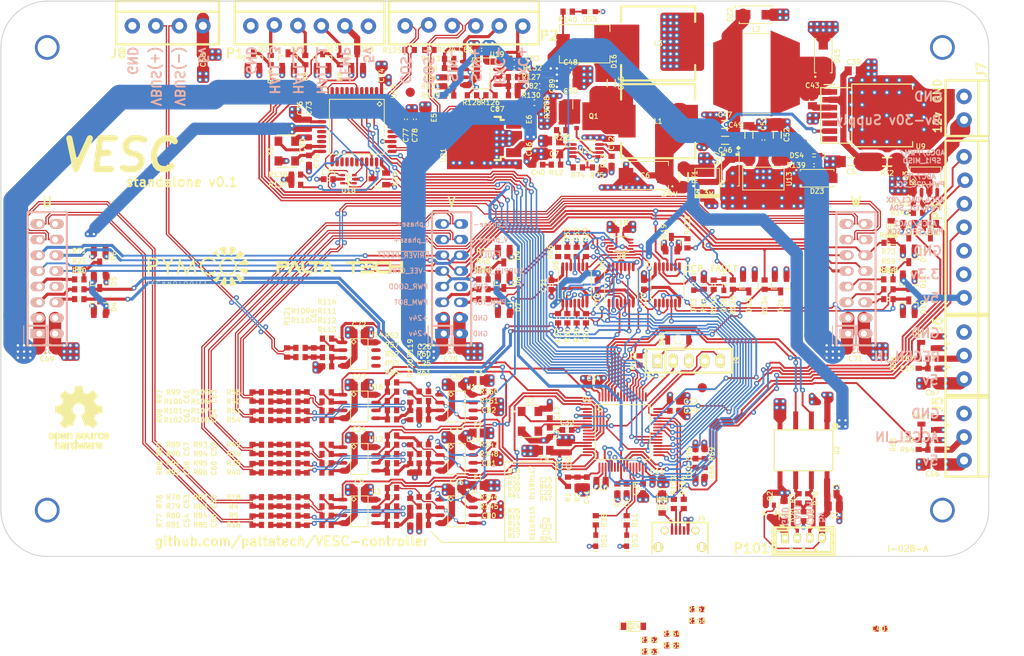
<source format=kicad_pcb>
(kicad_pcb (version 20170123) (host pcbnew no-vcs-found-1e87ae6~58~ubuntu16.04.1)
  (title_block (title "VESC Controller") (date 2017-01-23) (rev 0) (company "vedder.se+PALTA TECH S.A.+PYMCO.fr"))
  (layers (0 F.Cu signal) (1 GND.Cu signal hide) (2 PWR.Cu signal) (31 B.Cu signal) (34 B.Paste user) (35 F.Paste user) (36 B.SilkS user) (37 F.SilkS user) (38 B.Mask user) (39 F.Mask user) (44 Edge.Cuts user))
  (net 0 "")
  (net 1 "Net-(U1-Pad2)")
  (net 2 "Net-(U1-Pad4)")
  (net 3 GND)
  (net 4 "/conditioning W/PWM_B")
  (net 5 "/conditioning V/PWM_B")
  (net 6 /Supervisor/PWM_GUT)
  (net 7 "/conditioning U/PWM_B")
  (net 8 /Supervisor/PWM_GWT)
  (net 9 /Supervisor/PWM_GVT)
  (net 10 "/Isolated CAN/CAN_RX")
  (net 11 "/Isolated CAN/CAN_TX")
  (net 12 "/Isolated CAN/GND_CAN")
  (net 13 "/Isolated CAN/CANL")
  (net 14 "/Isolated CAN/CANH")
  (net 15 "/Isolated CAN/5v_CAN")
  (net 16 "/conditioning W/PWM_GB")
  (net 17 -VEE_ctrl)
  (net 18 "/conditioning W/V_phase+")
  (net 19 "/conditioning W/PWM_GT")
  (net 20 SUPPLY_SYNC)
  (net 21 "/conditioning W/V_phase-")
  (net 22 "/conditioning V/V_phase-")
  (net 23 "/conditioning V/PWM_GT")
  (net 24 "/conditioning V/V_phase+")
  (net 25 "/conditioning V/PWM_GB")
  (net 26 "/conditioning U/PWM_GB")
  (net 27 "/conditioning U/V_phase+")
  (net 28 "/conditioning U/PWM_GT")
  (net 29 "/conditioning U/V_phase-")
  (net 30 "Net-(C15-Pad1)")
  (net 31 /Filters/TEMP_IN)
  (net 32 /Filters/HALL3_OUT)
  (net 33 /Filters/HALL1_OUT)
  (net 34 /Filters/HALL2_OUT)
  (net 35 "Net-(C3-Pad1)")
  (net 36 "Net-(C8-Pad1)")
  (net 37 "/conditioning U/3.3V_AN")
  (net 38 "Net-(C22-Pad1)")
  (net 39 "Net-(C23-Pad1)")
  (net 40 "/conditioning V/3.3V_AN")
  (net 41 "Net-(C25-Pad1)")
  (net 42 "Net-(C26-Pad1)")
  (net 43 "/conditioning W/3.3V_AN")
  (net 44 "Net-(DS1-Pad2)")
  (net 45 "Net-(DS2-Pad2)")
  (net 46 /Filters/HALL3_IN)
  (net 47 /Filters/HALL2_IN)
  (net 48 /Filters/HALL1_IN)
  (net 49 "Net-(R18-Pad2)")
  (net 50 "Net-(R16-Pad2)")
  (net 51 "/conditioning U/I_phase+")
  (net 52 "Net-(R14-Pad1)")
  (net 53 "Net-(R15-Pad1)")
  (net 54 "/conditioning U/I_phase-")
  (net 55 "/conditioning U/V_phase")
  (net 56 "/conditioning U/I_phase")
  (net 57 "Net-(R33-Pad2)")
  (net 58 "Net-(R34-Pad1)")
  (net 59 "Net-(R35-Pad1)")
  (net 60 "Net-(R36-Pad1)")
  (net 61 "/conditioning V/I_phase+")
  (net 62 "/conditioning V/I_phase-")
  (net 63 "Net-(R39-Pad1)")
  (net 64 "/conditioning V/V_phase")
  (net 65 "/conditioning V/I_phase")
  (net 66 "Net-(R50-Pad1)")
  (net 67 "Net-(R51-Pad1)")
  (net 68 "/conditioning W/I_phase+")
  (net 69 "Net-(R52-Pad1)")
  (net 70 "Net-(R53-Pad1)")
  (net 71 "/conditioning W/I_phase-")
  (net 72 "/conditioning W/V_phase")
  (net 73 "/conditioning W/I_phase")
  (net 74 "Net-(U5-Pad3)")
  (net 75 "Net-(U5-Pad6)")
  (net 76 "Net-(U5-Pad8)")
  (net 77 "Net-(U5-Pad11)")
  (net 78 "Net-(U7-Pad12)")
  (net 79 /STM32F4/ADC_15)
  (net 80 ~DRIVER_RESET)
  (net 81 ~FAULT)
  (net 82 /STM32F4/PWM_UT)
  (net 83 /STM32F4/PWM_UB)
  (net 84 /STM32F4/PWM_VT)
  (net 85 /STM32F4/PWM_VB)
  (net 86 /STM32F4/PWM_WB)
  (net 87 /STM32F4/PWM_WT)
  (net 88 "Net-(C17-Pad2)")
  (net 89 "Net-(C33-Pad2)")
  (net 90 "Net-(C13-Pad1)")
  (net 91 /STM32F4/NRST)
  (net 92 /STM32F4/ADC_TEMP)
  (net 93 /STM32F4/LED_GREEN)
  (net 94 /STM32F4/LED_RED)
  (net 95 "Net-(C28-Pad2)")
  (net 96 /STM32F4/SWDIO)
  (net 97 "Net-(C29-Pad2)")
  (net 98 /STM32F4/SWCLK)
  (net 99 /STM32F4/PD2)
  (net 100 /STM32F4/PB3)
  (net 101 /STM32F4/~DRIVER_RESET)
  (net 102 "/Accel input conditioning/IN")
  (net 103 "/Regen input conditioning/IN")
  (net 104 "Net-(J4-Pad2)")
  (net 105 "Net-(J4-Pad3)")
  (net 106 "Net-(J4-Pad4)")
  (net 107 "Net-(C35-Pad2)")
  (net 108 /Supervisor/OC_Fault)
  (net 109 "Net-(C43-Pad1)")
  (net 110 /Power/12v_in)
  (net 111 "Net-(C43-Pad2)")
  (net 112 "Net-(U9-Pad7)")
  (net 113 "Net-(C45-Pad2)")
  (net 114 "Net-(Q1-Pad4)")
  (net 115 "Net-(Q1-Pad1)")
  (net 116 "Net-(C44-Pad1)")
  (net 117 "Net-(C7-Pad1)")
  (net 118 "Net-(R74-Pad2)")
  (net 119 "Net-(R13-Pad1)")
  (net 120 "Net-(C40-Pad1)")
  (net 121 "Net-(C45-Pad1)")
  (net 122 +5)
  (net 123 +3.3)
  (net 124 /V_bus-)
  (net 125 /V_bus+)
  (net 126 "Net-(C42-Pad1)")
  (net 127 "Net-(DS3-Pad1)")
  (net 128 "Net-(DS3-Pad2)")
  (net 129 "Net-(C39-Pad1)")
  (net 130 +24)
  (net 131 /Supervisor/CLR_OC_Fault)
  (net 132 /Vbus_conditioning/OUT)
  (net 133 "Net-(R111-Pad1)")
  (net 134 "Net-(R112-Pad1)")
  (net 135 "Net-(C57-Pad2)")
  (net 136 "Net-(C53-Pad1)")
  (net 137 "Net-(C54-Pad1)")
  (net 138 "Net-(C54-Pad2)")
  (net 139 "Net-(C53-Pad2)")
  (net 140 "Net-(C57-Pad1)")
  (net 141 "Net-(C58-Pad1)")
  (net 142 "Net-(C58-Pad2)")
  (net 143 "Net-(C61-Pad1)")
  (net 144 "Net-(C61-Pad2)")
  (net 145 "Net-(C62-Pad1)")
  (net 146 "Net-(C62-Pad2)")
  (net 147 "Net-(C65-Pad1)")
  (net 148 "Net-(C65-Pad2)")
  (net 149 +3.3A)
  (net 150 /STM32F4/USB_D-)
  (net 151 /STM32F4/USB_D+)
  (net 152 "Net-(R115-Pad2)")
  (net 153 "Net-(R117-Pad2)")
  (net 154 "Net-(R119-Pad2)")
  (net 155 "/conditioning U/I_diff_+")
  (net 156 "/conditioning U/V_diff_-")
  (net 157 "/conditioning U/V_diff_+")
  (net 158 "/conditioning V/V_diff_+")
  (net 159 "/conditioning V/V_diff_-")
  (net 160 "/conditioning U/I_diff_-")
  (net 161 "/conditioning W/V_diff_+")
  (net 162 "/conditioning W/V_diff_-")
  (net 163 "/conditioning W/I_diff_+")
  (net 164 "/conditioning W/I_diff_-")
  (net 165 "/conditioning V/I_diff_+")
  (net 166 "/conditioning V/I_diff_-")
  (net 167 "Net-(R122-Pad1)")
  (net 168 /STM32F4/ADC_8)
  (net 169 /STM32F4/RX_SDA_NSS)
  (net 170 /resolver/SIN-)
  (net 171 /resolver/COS-)
  (net 172 /resolver/COS+)
  (net 173 /resolver/SIN+)
  (net 174 /resolver/EXC-)
  (net 175 /resolver/EXC+)
  (net 176 /STM32F4/~FAULT)
  (net 177 ISOGND)
  (net 178 "Net-(U15-Pad6)")
  (net 179 /resolver/MISO)
  (net 180 /resolver/CLK)
  (net 181 "Net-(U15-Pad9)")
  (net 182 "Net-(U15-Pad10)")
  (net 183 "Net-(U15-Pad11)")
  (net 184 "Net-(U15-Pad12)")
  (net 185 "Net-(U15-Pad13)")
  (net 186 "Net-(U15-Pad14)")
  (net 187 "Net-(U15-Pad15)")
  (net 188 "Net-(U15-Pad18)")
  (net 189 "Net-(U15-Pad19)")
  (net 190 "Net-(U15-Pad20)")
  (net 191 "Net-(U15-Pad24)")
  (net 192 "Net-(U15-Pad25)")
  (net 193 "Net-(U15-Pad26)")
  (net 194 "Net-(U15-Pad27)")
  (net 195 "Net-(U15-Pad28)")
  (net 196 "Net-(U15-Pad29)")
  (net 197 "Net-(U15-Pad30)")
  (net 198 "Net-(U15-Pad33)")
  (net 199 "Net-(U15-Pad43)")
  (net 200 "Net-(U15-Pad44)")
  (net 201 +12)
  (net 202 "Net-(C83-Pad2)")
  (net 203 "Net-(C82-Pad1)")
  (net 204 "Net-(C84-Pad2)")
  (net 205 "Net-(C81-Pad1)")
  (net 206 "Net-(C80-Pad1)")
  (net 207 "Net-(C79-Pad1)")
  (net 208 "Net-(C77-Pad1)")
  (net 209 /resolver/EXC_SOURCE-)
  (net 210 /resolver/EXC_SOURCE+)
  (net 211 /STM32F4/PC12)
  (net 212 "Net-(C87-Pad1)")
  (net 213 /STM32F4/SPI3_NSS)
  (net 214 /STM32F4/PC9)
  (net 215 /STM32F4/PB4)
  (net 216 "Net-(R137-Pad2)")
  (net 217 "Net-(R136-Pad2)")
  (net 218 /STM32F4/TX_SCL_MOSI)
  (net 219 /STM32F4/SCK_ADC_EXT)
  (net 220 "Net-(DS5-Pad2)")
  (net 221 "Net-(DS4-Pad2)")
  (net 222 "Net-(DS6-Pad1)")
  (net 223 "Net-(Q3-Pad2)")
  (net 224 "Net-(D23-Pad2)")
  (net 225 "/conditioning U/~OC_Fault")
  (net 226 "Net-(DZ1-Pad1)")
  (net 227 "/conditioning U/TEMP")
  (net 228 "/conditioning V/TEMP")
  (net 229 "/conditioning W/TEMP")
  (net 230 "/Protected GPIOs/IN1")
  (net 231 "/Protected GPIOs/OUT1")
  (net 232 "/Protected GPIOs/OUT2")
  (net 233 "/Protected GPIOs/IN2")
  (net 234 "/conditioning W/TEMP_G")
  (net 235 "/conditioning U/TEMP_G")
  (net 236 "/conditioning V/TEMP_G")
  (net 237 "Net-(C92-Pad1)")
  (net 238 "Net-(C90-Pad1)")
  (net 239 "Net-(C91-Pad1)")
  (module manuf:BOURNS-SRR1210 (layer F.Cu) (at 26.45 -25.55)
    (fp_text reference L1 (at 0 0) (layer F.SilkS) (effects (font (size 0.8 0.8))))
    (fp_text value "22uH 5.2A")
    (pad 2 smd rect (at 5.05 0) (size 2.8 5.3) (layers F.Cu F.Paste F.Mask) (net 126 "Net-(C42-Pad1)"))
    (pad 1 smd rect (at -5.05 0) (size 2.8 5.3) (layers F.Cu F.Paste F.Mask) (net 113 "Net-(C45-Pad2)"))
  )
  (module manuf:BOURNS-SRR1210 (layer F.Cu) (at 26.45 -38.15 180)
    (fp_text reference L3 (at 0 0 180) (layer F.SilkS) (effects (font (size 0.8 0.8))))
    (fp_text value "22uH 5.2A")
    (pad 1 smd rect (at -5.05 0 180) (size 2.8 5.3) (layers F.Cu F.Paste F.Mask) (net 3 GND))
    (pad 2 smd rect (at 5.05 0 180) (size 2.8 5.3) (layers F.Cu F.Paste F.Mask) (net 121 "Net-(C45-Pad1)"))
  )
  (module IPC7351-Nominal:RESC1608X50 (layer F.Cu) (at -0.95 18.3 180)
    (fp_text reference R150 (at 0 0 180) (layer F.SilkS) (effects (font (size 0.8 0.8))))
    (fp_text value 10k)
    (pad 1 smd rect (at -0.75 0 180) (size 0.85 1) (layers F.Cu F.Paste F.Mask) (net 237 "Net-(C92-Pad1)"))
    (pad 2 smd rect (at 0.75 0 180) (size 0.85 1) (layers F.Cu F.Paste F.Mask) (net 43 "/conditioning W/3.3V_AN"))
  )
  (module smd-semi:LED-0603 (layer F.Cu) (at 51.7 -20 180)
    (fp_text reference DS4 (at 2.8 0 180) (layer F.SilkS) (effects (font (size 0.8 0.8))))
    (fp_text value GREEN)
    (pad 2 smd rect (at 0.89916 0 180) (size 0.89916 0.8001) (layers F.Cu F.Paste F.Mask) (net 221 "Net-(DS4-Pad2)"))
    (pad 1 smd rect (at -0.89916 0 180) (size 0.89916 0.8001) (layers F.Cu F.Paste F.Mask) (net 3 GND))
  )
  (module IPC7351-Nominal:RESC1608X50 (layer F.Cu) (at 51.7 -18.4 180)
    (fp_text reference R139 (at 2.9 0 180) (layer F.SilkS) (effects (font (size 0.8 0.8))))
    (fp_text value 1k)
    (pad 2 smd rect (at 0.75 0 180) (size 0.85 1) (layers F.Cu F.Paste F.Mask) (net 123 +3.3))
    (pad 1 smd rect (at -0.75 0 180) (size 0.85 1) (layers F.Cu F.Paste F.Mask) (net 221 "Net-(DS4-Pad2)"))
  )
  (module IPC7351-Nominal:CAPC3216X70 (layer F.Cu) (at 37.3 -25 180)
    (fp_text reference C47 (at 0.022345 1.59139 180) (layer F.SilkS) (effects (font (size 0.8 0.8))))
    (fp_text value "22uF 10v")
    (pad 2 smd rect (at 1.45 0 180) (size 1.2 1.8) (layers F.Cu F.Paste F.Mask) (net 3 GND))
    (pad 1 smd rect (at -1.45 0 180) (size 1.2 1.8) (layers F.Cu F.Paste F.Mask) (net 122 +5))
  )
  (module IPC7351-Nominal:RESC1608X50 (layer F.Cu) (at 10.75 -24.1 180)
    (fp_text reference R22 (at 0.015586 -1.222745 180) (layer F.SilkS) (effects (font (size 0.8 0.8))))
    (fp_text value 100R)
    (pad 2 smd rect (at 0.75 0 180) (size 0.85 1) (layers F.Cu F.Paste F.Mask) (net 116 "Net-(C44-Pad1)"))
    (pad 1 smd rect (at -0.75 0 180) (size 0.85 1) (layers F.Cu F.Paste F.Mask) (net 115 "Net-(Q1-Pad1)"))
  )
  (module IPC7351-Nominal:CAPC2012X70 (layer F.Cu) (at 7.25 -31.15)
    (fp_text reference C89 (at 2.047745 -0.109414 90) (layer F.SilkS) (effects (font (size 0.8 0.8))))
    (fp_text value 22uF)
    (pad 1 smd rect (at -0.9 0) (size 1.15 1.45) (layers F.Cu F.Paste F.Mask) (net 201 +12))
    (pad 2 smd rect (at 0.9 0) (size 1.15 1.45) (layers F.Cu F.Paste F.Mask) (net 3 GND))
  )
  (module IPC7351-Nominal:DIOM7959X265 (layer F.Cu) (at 14.55 -38.1)
    (fp_text reference D16 (at 4.747745 2.865586 90) (layer F.SilkS) (effects (font (size 0.8 0.8))))
    (fp_text value 30BQ100TR)
    (pad 1 smd rect (at -3.5 0) (size 2.2 3.15) (layers F.Cu F.Paste F.Mask) (net 130 +24))
    (pad 2 smd rect (at 3.5 0) (size 2.2 3.15) (layers F.Cu F.Paste F.Mask) (net 121 "Net-(C45-Pad1)"))
  )
  (module IPC7351-Nominal:CAPC3216X70 (layer F.Cu) (at 18.85 -31.7 270)
    (fp_text reference C45 (at 0 -1.597745 270) (layer F.SilkS) (effects (font (size 0.8 0.8))))
    (fp_text value "2.2uF 50v")
    (pad 1 smd rect (at -1.45 0 270) (size 1.2 1.8) (layers F.Cu F.Paste F.Mask) (net 121 "Net-(C45-Pad1)"))
    (pad 2 smd rect (at 1.45 0 270) (size 1.2 1.8) (layers F.Cu F.Paste F.Mask) (net 113 "Net-(C45-Pad2)"))
  )
  (module IPC7351-Nominal:CAPC1632X76 (layer F.Cu) (at 10.3 -27.05 180)
    (fp_text reference R37 (at 1.827255 0 270) (layer F.SilkS) (effects (font (size 0.8 0.8))))
    (fp_text value 18mOhm)
    (pad 1 smd rect (at -0.8 0 180) (size 0.95 3.45) (layers F.Cu F.Paste F.Mask) (net 115 "Net-(Q1-Pad1)"))
    (pad 2 smd rect (at 0.8 0 180) (size 0.95 3.45) (layers F.Cu F.Paste F.Mask) (net 3 GND))
  )
  (module IPC7351-Nominal:CAPC2012X70 (layer F.Cu) (at 9.6 -22.35 180)
    (fp_text reference C44 (at -2.222745 0.009414 90) (layer F.SilkS) (effects (font (size 0.8 0.8))))
    (fp_text value 680pF)
    (pad 1 smd rect (at -0.9 0 180) (size 1.15 1.45) (layers F.Cu F.Paste F.Mask) (net 116 "Net-(C44-Pad1)"))
    (pad 2 smd rect (at 0.9 0 180) (size 1.15 1.45) (layers F.Cu F.Paste F.Mask) (net 3 GND))
  )
  (module IPC7351-Nominal:RESC1608X50 (layer F.Cu) (at 18.9 -19.1 270)
    (fp_text reference R13 (at 0 1.275 270) (layer F.SilkS) (effects (font (size 0.8 0.8))))
    (fp_text value 33.2k)
    (pad 1 smd rect (at -0.75 0 270) (size 0.85 1) (layers F.Cu F.Paste F.Mask) (net 119 "Net-(R13-Pad1)"))
    (pad 2 smd rect (at 0.75 0 270) (size 0.85 1) (layers F.Cu F.Paste F.Mask) (net 3 GND))
  )
  (module manuf:TEXAS-Q5A (layer F.Cu) (at 16 -26.35 180)
    (fp_text reference Q1 (at 0 0 180) (layer F.SilkS) (effects (font (size 0.8 0.8))))
    (fp_text value BSC340N08)
    (pad 8 smd rect (at -0.325 0 180) (size 4.295 4.51) (layers F.Cu F.Paste F.Mask) (net 113 "Net-(C45-Pad2)"))
    (pad 8 smd rect (at -2.8 1.9175 180) (size 0.675 0.675) (layers F.Cu F.Paste F.Mask) (net 113 "Net-(C45-Pad2)"))
    (pad 7 smd rect (at -2.8 0.66 180) (size 0.675 0.675) (layers F.Cu F.Paste F.Mask) (net 113 "Net-(C45-Pad2)"))
    (pad 6 smd rect (at -2.8 -0.66 180) (size 0.675 0.675) (layers F.Cu F.Paste F.Mask) (net 113 "Net-(C45-Pad2)"))
    (pad 5 smd rect (at -2.8 -1.9175 180) (size 0.655 0.675) (layers F.Cu F.Paste F.Mask) (net 113 "Net-(C45-Pad2)"))
    (pad 4 smd rect (at 2.7525 -1.9175 180) (size 0.75 0.675) (layers F.Cu F.Paste F.Mask) (net 114 "Net-(Q1-Pad4)"))
    (pad 3 smd rect (at 2.7525 -0.66 180) (size 0.75 0.675) (layers F.Cu F.Paste F.Mask) (net 115 "Net-(Q1-Pad1)"))
    (pad 2 smd rect (at 2.7525 0.66 180) (size 0.75 0.675) (layers F.Cu F.Paste F.Mask) (net 115 "Net-(Q1-Pad1)"))
    (pad 1 smd rect (at 2.7525 1.9175 180) (size 0.75 0.675) (layers F.Cu F.Paste F.Mask) (net 115 "Net-(Q1-Pad1)"))
  )
  (module IPC7351-Nominal:RESC1608X50 (layer F.Cu) (at 9.9 -18.5 180)
    (fp_text reference R12 (at 0 -1.275 180) (layer F.SilkS) (effects (font (size 0.8 0.8))))
    (fp_text value 1.78k)
    (pad 2 smd rect (at 0.75 0 180) (size 0.85 1) (layers F.Cu F.Paste F.Mask) (net 120 "Net-(C40-Pad1)"))
    (pad 1 smd rect (at -0.75 0 180) (size 0.85 1) (layers F.Cu F.Paste F.Mask) (net 117 "Net-(C7-Pad1)"))
  )
  (module IPC7351-Nominal:CAPC2012X70 (layer F.Cu) (at 9.6 -20.25 180)
    (fp_text reference C7 (at 0 0 180) (layer F.SilkS) (effects (font (size 0.8 0.8))))
    (fp_text value 750pF)
    (pad 2 smd rect (at 0.9 0 180) (size 1.15 1.45) (layers F.Cu F.Paste F.Mask) (net 3 GND))
    (pad 1 smd rect (at -0.9 0 180) (size 1.15 1.45) (layers F.Cu F.Paste F.Mask) (net 117 "Net-(C7-Pad1)"))
  )
  (module IPC7351-Nominal:CAPC1608X55 (layer F.Cu) (at 18.9 -21.95 90)
    (fp_text reference C42 (at 0 0 90) (layer F.SilkS) (effects (font (size 0.8 0.8))))
    (fp_text value 180nF)
    (pad 1 smd rect (at -0.75 0 90) (size 0.9 0.95) (layers F.Cu F.Paste F.Mask) (net 126 "Net-(C42-Pad1)"))
    (pad 2 smd rect (at 0.75 0 90) (size 0.9 0.95) (layers F.Cu F.Paste F.Mask) (net 3 GND))
  )
  (module IPC7351-Most:RESC3216X60 (layer F.Cu) (at 30.6 -16.45 90)
    (fp_text reference RT1 (at 0.034414 1.797745 90) (layer F.SilkS) (effects (font (size 0.8 0.8))))
    (fp_text value "FUSE 5A SLOW" hide)
    (pad 2 smd rect (at 1.6 0 90) (size 1.25 1.9) (layers F.Cu F.Paste F.Mask) (net 226 "Net-(DZ1-Pad1)"))
    (pad 1 smd rect (at -1.6 0 90) (size 1.25 1.9) (layers F.Cu F.Paste F.Mask) (net 126 "Net-(C42-Pad1)"))
  )
  (module IPC7351-Nominal:CAPC2012X70 (layer F.Cu) (at 12.25 -33.7)
    (fp_text reference C48 (at 0.002255 -1.390586 -180) (layer F.SilkS) (effects (font (size 0.8 0.8))))
    (fp_text value 22uF)
    (pad 1 smd rect (at -0.9 0) (size 1.15 1.45) (layers F.Cu F.Paste F.Mask) (net 130 +24))
    (pad 2 smd rect (at 0.9 0) (size 1.15 1.45) (layers F.Cu F.Paste F.Mask) (net 3 GND))
  )
  (module IPC7351-Nominal:RESC1608X50 (layer F.Cu) (at 16.55 -18.05)
    (fp_text reference R75 (at 0 1.275) (layer F.SilkS) (effects (font (size 0.8 0.8))))
    (fp_text value 10k)
    (pad 2 smd rect (at 0.75 0) (size 0.85 1) (layers F.Cu F.Paste F.Mask) (net 3 GND))
    (pad 1 smd rect (at -0.75 0) (size 0.85 1) (layers F.Cu F.Paste F.Mask) (net 118 "Net-(R74-Pad2)"))
  )
  (module IPC7351-Nominal:CAPMP7343X310 (layer F.Cu) (at 24.35 -16.75 180)
    (fp_text reference C6 (at 0 0 180) (layer F.SilkS) (effects (font (size 0.8 0.8))))
    (fp_text value "4.7uF 50v tant")
    (pad 1 smd rect (at -3.1 0 180) (size 2.35 2.45) (layers F.Cu F.Paste F.Mask) (net 126 "Net-(C42-Pad1)"))
    (pad 2 smd rect (at 3.1 0 180) (size 2.35 2.45) (layers F.Cu F.Paste F.Mask) (net 3 GND))
  )
  (module IPC7351-Nominal:CAPC1608X55 (layer F.Cu) (at 7 -18.5 180)
    (fp_text reference C40 (at 0 -1.275 180) (layer F.SilkS) (effects (font (size 0.8 0.8))))
    (fp_text value 180nF)
    (pad 1 smd rect (at -0.75 0 180) (size 0.9 0.95) (layers F.Cu F.Paste F.Mask) (net 120 "Net-(C40-Pad1)"))
    (pad 2 smd rect (at 0.75 0 180) (size 0.9 0.95) (layers F.Cu F.Paste F.Mask) (net 3 GND))
  )
  (module IPC7351-Nominal:RESC1608X50 (layer F.Cu) (at 13.45 -18.05)
    (fp_text reference R74 (at 0 1.275) (layer F.SilkS) (effects (font (size 0.8 0.8))))
    (fp_text value 180k)
    (pad 1 smd rect (at -0.75 0) (size 0.85 1) (layers F.Cu F.Paste F.Mask) (net 130 +24))
    (pad 2 smd rect (at 0.75 0) (size 0.85 1) (layers F.Cu F.Paste F.Mask) (net 118 "Net-(R74-Pad2)"))
  )
  (module IPC7351-Nominal:CAPC1608X55 (layer F.Cu) (at 5.55 -21.05 270)
    (fp_text reference C86 (at 0 0 270) (layer F.SilkS) (effects (font (size 0.8 0.8))))
    (fp_text value 100nF)
    (pad 1 smd rect (at -0.75 0 270) (size 0.9 0.95) (layers F.Cu F.Paste F.Mask) (net 130 +24))
    (pad 2 smd rect (at 0.75 0 270) (size 0.9 0.95) (layers F.Cu F.Paste F.Mask) (net 3 GND))
  )
  (module IPC7351-Nominal:INDC2012X130 (layer F.Cu) (at 5.55 -25.85 90)
    (fp_text reference E6 (at 0 0 90) (layer F.SilkS) (effects (font (size 0.8 0.8))))
    (fp_text value BEAD-220ohm@100khz)
    (pad 1 smd rect (at -0.85 0 90) (size 1.2 1.45) (layers F.Cu F.Paste F.Mask) (net 212 "Net-(C87-Pad1)"))
    (pad 2 smd rect (at 0.85 0 90) (size 1.2 1.45) (layers F.Cu F.Paste F.Mask) (net 201 +12))
  )
  (module IPC7351-Nominal:CAPC2012X70 (layer F.Cu) (at 6.4 -28.55)
    (fp_text reference C88 (at 2.022745 0.090586 -270) (layer F.SilkS) (effects (font (size 0.8 0.8))))
    (fp_text value 22uF)
    (pad 2 smd rect (at 0.9 0) (size 1.15 1.45) (layers F.Cu F.Paste F.Mask) (net 3 GND))
    (pad 1 smd rect (at -0.9 0) (size 1.15 1.45) (layers F.Cu F.Paste F.Mask) (net 201 +12))
  )
  (module IPC7351-Nominal:SOP65P490X109-8 (layer F.Cu) (at 14.75 -20.8)
    (fp_text reference U11 (at 0 0) (layer F.SilkS) (effects (font (size 0.8 0.8))))
    (fp_text value LM3488)
    (pad 1 smd oval (at -2.2 -0.975) (size 1.45 0.45) (layers F.Cu F.Paste F.Mask) (net 116 "Net-(C44-Pad1)"))
    (pad 2 smd oval (at -2.2 -0.325) (size 1.45 0.45) (layers F.Cu F.Paste F.Mask) (net 117 "Net-(C7-Pad1)"))
    (pad 3 smd oval (at -2.2 0.325) (size 1.45 0.45) (layers F.Cu F.Paste F.Mask) (net 118 "Net-(R74-Pad2)"))
    (pad 4 smd oval (at -2.2 0.975) (size 1.45 0.45) (layers F.Cu F.Paste F.Mask) (net 3 GND))
    (pad 5 smd oval (at 2.2 0.975) (size 1.45 0.45) (layers F.Cu F.Paste F.Mask) (net 3 GND))
    (pad 6 smd oval (at 2.2 0.325) (size 1.45 0.45) (layers F.Cu F.Paste F.Mask) (net 114 "Net-(Q1-Pad4)"))
    (pad 7 smd oval (at 2.2 -0.325) (size 1.45 0.45) (layers F.Cu F.Paste F.Mask) (net 119 "Net-(R13-Pad1)"))
    (pad 8 smd oval (at 2.2 -0.975) (size 1.45 0.45) (layers F.Cu F.Paste F.Mask) (net 126 "Net-(C42-Pad1)"))
  )
  (module w_smd_diode:do214aa (layer F.Cu) (at 34.4 -15.5 270)
    (fp_text reference DZ1 (at 0 -2.49936 270) (layer F.SilkS) (effects (font (size 0.50038 0.50038) (thickness 0.11938))))
    (fp_text value 1SMB18CAT hide)
    (pad 2 smd rect (at 2.00914 0 270) (size 1.99898 2.30124) (layers F.Cu F.Paste F.Mask) (net 3 GND))
    (pad 1 smd rect (at -2.00914 0 270) (size 1.99898 2.30124) (layers F.Cu F.Paste F.Mask) (net 226 "Net-(DZ1-Pad1)"))
  )
  (module IPC7351-Nominal:CAPC2012X70 (layer F.Cu) (at 12.25 -31.75)
    (fp_text reference C50 (at 0.002255 1.334414 -180) (layer F.SilkS) (effects (font (size 0.8 0.8))))
    (fp_text value 22uF)
    (pad 1 smd rect (at -0.9 0) (size 1.15 1.45) (layers F.Cu F.Paste F.Mask) (net 130 +24))
    (pad 2 smd rect (at 0.9 0) (size 1.15 1.45) (layers F.Cu F.Paste F.Mask) (net 3 GND))
  )
  (module IPC7351-Nominal:CAPC1608X55 (layer F.Cu) (at 62.487857 56.720001)
    (fp_text reference C401 (at 0 0) (layer F.SilkS) (effects (font (size 0.8 0.8))))
    (fp_text value 100nF)
    (pad 1 smd rect (at -0.75 0) (size 0.9 0.95) (layers F.Cu F.Paste F.Mask) (net 123 +3.3))
    (pad 2 smd rect (at 0.75 0) (size 0.9 0.95) (layers F.Cu F.Paste F.Mask) (net 3 GND))
  )
  (module IPC7351-Nominal:CAPC1608X55 (layer F.Cu) (at -0.95 21.3)
    (fp_text reference C92 (at 0 0) (layer F.SilkS) (effects (font (size 0.8 0.8))))
    (fp_text value 100nF)
    (pad 1 smd rect (at -0.75 0) (size 0.9 0.95) (layers F.Cu F.Paste F.Mask) (net 237 "Net-(C92-Pad1)"))
    (pad 2 smd rect (at 0.75 0) (size 0.9 0.95) (layers F.Cu F.Paste F.Mask) (net 3 GND))
  )
  (module IPC7351-Nominal:CAPC1608X55 (layer F.Cu) (at -0.95 38.4)
    (fp_text reference C90 (at 0 0) (layer F.SilkS) (effects (font (size 0.8 0.8))))
    (fp_text value 100nF)
    (pad 1 smd rect (at -0.75 0) (size 0.9 0.95) (layers F.Cu F.Paste F.Mask) (net 238 "Net-(C90-Pad1)"))
    (pad 2 smd rect (at 0.75 0) (size 0.9 0.95) (layers F.Cu F.Paste F.Mask) (net 3 GND))
  )
  (module IPC7351-Nominal:CAPC1608X55 (layer F.Cu) (at -0.95 29.9)
    (fp_text reference C91 (at 0 0) (layer F.SilkS) (effects (font (size 0.8 0.8))))
    (fp_text value 100nF)
    (pad 1 smd rect (at -0.75 0) (size 0.9 0.95) (layers F.Cu F.Paste F.Mask) (net 239 "Net-(C91-Pad1)"))
    (pad 2 smd rect (at 0.75 0) (size 0.9 0.95) (layers F.Cu F.Paste F.Mask) (net 3 GND))
  )
  (module IPC7351-Nominal:DIOM5226X203 (layer F.Cu) (at 42.3 -42.8)
    (fp_text reference DZ2 (at -4.2 0 90) (layer F.SilkS) (effects (font (size 0.8 0.8))))
    (fp_text value "5.7v zener")
    (pad 2 smd rect (at 2.1 0) (size 2.4 1.55) (layers F.Cu F.Paste F.Mask) (net 3 GND))
    (pad 1 smd rect (at -2.1 0) (size 2.4 1.55) (layers F.Cu F.Paste F.Mask) (net 122 +5))
  )
  (module IPC7351-Nominal:DIOM5226X203 (layer F.Cu) (at 52.2 -16.3)
    (fp_text reference DZ3 (at 0 2.1) (layer F.SilkS) (effects (font (size 0.8 0.8))))
    (fp_text value "4v zener")
    (pad 1 smd rect (at -2.1 0) (size 2.4 1.55) (layers F.Cu F.Paste F.Mask) (net 123 +3.3))
    (pad 2 smd rect (at 2.1 0) (size 2.4 1.55) (layers F.Cu F.Paste F.Mask) (net 3 GND))
  )
  (module IPC7351-Nominal:RESC1608X50 (layer F.Cu) (at -67.3 -1.5 180)
    (fp_text reference R6 (at 0 0 180) (layer F.SilkS) (effects (font (size 0.8 0.8))))
    (fp_text value 10k)
    (pad 2 smd rect (at 0.75 0 180) (size 0.85 1) (layers F.Cu F.Paste F.Mask) (net 123 +3.3))
    (pad 1 smd rect (at -0.75 0 180) (size 0.85 1) (layers F.Cu F.Paste F.Mask) (net 227 "/conditioning U/TEMP"))
  )
  (module IPC7351-Nominal:RESC1608X50 (layer F.Cu) (at -0.95 28.4 180)
    (fp_text reference R148 (at 0 0 180) (layer F.SilkS) (effects (font (size 0.8 0.8))))
    (fp_text value 1k)
    (pad 1 smd rect (at -0.75 0 180) (size 0.85 1) (layers F.Cu F.Paste F.Mask) (net 3 GND))
    (pad 2 smd rect (at 0.75 0 180) (size 0.85 1) (layers F.Cu F.Paste F.Mask) (net 239 "Net-(C91-Pad1)"))
  )
  (module IPC7351-Nominal:RESC1608X50 (layer F.Cu) (at 32.757857 53.545001)
    (fp_text reference R157 (at 0 0) (layer F.SilkS) (effects (font (size 0.8 0.8))))
    (fp_text value NI)
    (pad 1 smd rect (at -0.75 0) (size 0.85 1) (layers F.Cu F.Paste F.Mask) (net 232 "/Protected GPIOs/OUT2"))
    (pad 2 smd rect (at 0.75 0) (size 0.85 1) (layers F.Cu F.Paste F.Mask) (net 122 +5))
  )
  (module IPC7351-Nominal:RESC1608X50 (layer F.Cu) (at -0.95 35.4 180)
    (fp_text reference R144 (at 0 0 180) (layer F.SilkS) (effects (font (size 0.8 0.8))))
    (fp_text value 10k)
    (pad 1 smd rect (at -0.75 0 180) (size 0.85 1) (layers F.Cu F.Paste F.Mask) (net 238 "Net-(C90-Pad1)"))
    (pad 2 smd rect (at 0.75 0 180) (size 0.85 1) (layers F.Cu F.Paste F.Mask) (net 37 "/conditioning U/3.3V_AN"))
  )
  (module IPC7351-Nominal:RESC1608X50 (layer F.Cu) (at -0.95 36.9 180)
    (fp_text reference R145 (at 0 0 180) (layer F.SilkS) (effects (font (size 0.8 0.8))))
    (fp_text value 1k)
    (pad 2 smd rect (at 0.75 0 180) (size 0.85 1) (layers F.Cu F.Paste F.Mask) (net 238 "Net-(C90-Pad1)"))
    (pad 1 smd rect (at -0.75 0 180) (size 0.85 1) (layers F.Cu F.Paste F.Mask) (net 3 GND))
  )
  (module IPC7351-Nominal:RESC1608X50 (layer F.Cu) (at -1.85 -1.5 180)
    (fp_text reference R146 (at 0 0 180) (layer F.SilkS) (effects (font (size 0.8 0.8))))
    (fp_text value 10k)
    (pad 1 smd rect (at -0.75 0 180) (size 0.85 1) (layers F.Cu F.Paste F.Mask) (net 228 "/conditioning V/TEMP"))
    (pad 2 smd rect (at 0.75 0 180) (size 0.85 1) (layers F.Cu F.Paste F.Mask) (net 123 +3.3))
  )
  (module IPC7351-Nominal:RESC1608X50 (layer F.Cu) (at -0.95 26.85 180)
    (fp_text reference R147 (at 0 0 180) (layer F.SilkS) (effects (font (size 0.8 0.8))))
    (fp_text value 10k)
    (pad 2 smd rect (at 0.75 0 180) (size 0.85 1) (layers F.Cu F.Paste F.Mask) (net 40 "/conditioning V/3.3V_AN"))
    (pad 1 smd rect (at -0.75 0 180) (size 0.85 1) (layers F.Cu F.Paste F.Mask) (net 239 "Net-(C91-Pad1)"))
  )
  (module IPC7351-Nominal:RESC1608X50 (layer F.Cu) (at 63.75 -1.5 180)
    (fp_text reference R149 (at 0 0 180) (layer F.SilkS) (effects (font (size 0.8 0.8))))
    (fp_text value 10k)
    (pad 2 smd rect (at 0.75 0 180) (size 0.85 1) (layers F.Cu F.Paste F.Mask) (net 123 +3.3))
    (pad 1 smd rect (at -0.75 0 180) (size 0.85 1) (layers F.Cu F.Paste F.Mask) (net 229 "/conditioning W/TEMP"))
  )
  (module IPC7351-Nominal:RESC1608X50 (layer F.Cu) (at -0.95 19.8 180)
    (fp_text reference R151 (at 0 0 180) (layer F.SilkS) (effects (font (size 0.8 0.8))))
    (fp_text value 1k)
    (pad 2 smd rect (at 0.75 0 180) (size 0.85 1) (layers F.Cu F.Paste F.Mask) (net 237 "Net-(C92-Pad1)"))
    (pad 1 smd rect (at -0.75 0 180) (size 0.85 1) (layers F.Cu F.Paste F.Mask) (net 3 GND))
  )
  (module IPC7351-Nominal:RESC1608X50 (layer F.Cu) (at 25.067857 58.525001)
    (fp_text reference R152 (at 0 0) (layer F.SilkS) (effects (font (size 0.8 0.8))))
    (fp_text value 1k)
    (pad 1 smd rect (at -0.75 0) (size 0.85 1) (layers F.Cu F.Paste F.Mask) (net 3 GND))
    (pad 2 smd rect (at 0.75 0) (size 0.85 1) (layers F.Cu F.Paste F.Mask) (net 230 "/Protected GPIOs/IN1"))
  )
  (module IPC7351-Nominal:RESC1608X50 (layer F.Cu) (at 25.067857 60.415001)
    (fp_text reference R153 (at 0 0) (layer F.SilkS) (effects (font (size 0.8 0.8))))
    (fp_text value 1k)
    (pad 2 smd rect (at 0.75 0) (size 0.85 1) (layers F.Cu F.Paste F.Mask) (net 233 "/Protected GPIOs/IN2"))
    (pad 1 smd rect (at -0.75 0) (size 0.85 1) (layers F.Cu F.Paste F.Mask) (net 3 GND))
  )
  (module IPC7351-Nominal:RESC1608X50 (layer F.Cu) (at 28.637857 57.535001)
    (fp_text reference R154 (at 0 0) (layer F.SilkS) (effects (font (size 0.8 0.8))))
    (fp_text value NI)
    (pad 1 smd rect (at -0.75 0) (size 0.85 1) (layers F.Cu F.Paste F.Mask) (net 230 "/Protected GPIOs/IN1"))
    (pad 2 smd rect (at 0.75 0) (size 0.85 1) (layers F.Cu F.Paste F.Mask) (net 231 "/Protected GPIOs/OUT1"))
  )
  (module IPC7351-Nominal:RESC1608X50 (layer F.Cu) (at 28.637857 59.425001)
    (fp_text reference R155 (at 0 0) (layer F.SilkS) (effects (font (size 0.8 0.8))))
    (fp_text value NI)
    (pad 2 smd rect (at 0.75 0) (size 0.85 1) (layers F.Cu F.Paste F.Mask) (net 232 "/Protected GPIOs/OUT2"))
    (pad 1 smd rect (at -0.75 0) (size 0.85 1) (layers F.Cu F.Paste F.Mask) (net 233 "/Protected GPIOs/IN2"))
  )
  (module IPC7351-Nominal:RESC1608X50 (layer F.Cu) (at 32.757857 55.435001)
    (fp_text reference R156 (at 0 0) (layer F.SilkS) (effects (font (size 0.8 0.8))))
    (fp_text value NI)
    (pad 1 smd rect (at -0.75 0) (size 0.85 1) (layers F.Cu F.Paste F.Mask) (net 231 "/Protected GPIOs/OUT1"))
    (pad 2 smd rect (at 0.75 0) (size 0.85 1) (layers F.Cu F.Paste F.Mask) (net 122 +5))
  )
  (module paltatech:SMD-Switch_B3U-1000-B (layer F.Cu) (at 29.698325 9.815586)
    (fp_text reference SW1 (at -2.7 0 90) (layer F.SilkS) (effects (font (size 0.70104 0.70104) (thickness 0.17526))))
    (fp_text value BOOTLOADER hide)
    (pad 1 smd rect (at -1.7 0) (size 0.8 1.7) (layers F.Cu F.Paste F.Mask) (net 167 "Net-(R122-Pad1)"))
    (pad 2 smd rect (at 1.7 0) (size 0.8 1.7) (layers F.Cu F.Paste F.Mask) (net 123 +3.3))
    (pad "" np_thru_hole circle (at 0 0) (size 0.7493 0.7493) (drill 0.7493) (layers *.Cu *.Mask F.SilkS))
  )
  (module smd-semi:SOD-123 (layer F.Cu) (at 64.2 -7.8 90)
    (fp_text reference DZ5 (at 0 0 90) (layer F.SilkS) (effects (font (size 0.8 0.8))))
    (fp_text value MMSZ52XXB)
    (pad 2 smd rect (at 1.6 0 90) (size 0.9 1.2) (layers F.Cu F.Paste F.Mask) (net 3 GND))
    (pad 1 smd rect (at -1.6 0 90) (size 0.9 1.2) (layers F.Cu F.Paste F.Mask) (net 232 "/Protected GPIOs/OUT2"))
  )
  (module smd-semi:SOD-123 (layer F.Cu) (at 22.445 56.335001)
    (fp_text reference DZ4 (at 0 0) (layer F.SilkS) (effects (font (size 0.8 0.8))))
    (fp_text value MMSZ52XXB)
    (pad 1 smd rect (at -1.6 0) (size 0.9 1.2) (layers F.Cu F.Paste F.Mask) (net 231 "/Protected GPIOs/OUT1"))
    (pad 2 smd rect (at 1.6 0) (size 0.9 1.2) (layers F.Cu F.Paste F.Mask) (net 3 GND))
  )
  (module smd-semi:SOT-23 (layer F.Cu) (at 67.05 -7.8 270)
    (fp_text reference Q5 (at 0 0 270) (layer F.SilkS) (effects (font (size 0.8 0.8))))
    (fp_text value SI2302)
    (pad 3 smd rect (at 1.1 0 270) (size 1.3 0.8) (layers F.Cu F.Paste F.Mask) (net 232 "/Protected GPIOs/OUT2"))
    (pad 2 smd rect (at -1.1 0.95 270) (size 1.3 0.9) (layers F.Cu F.Paste F.Mask) (net 3 GND))
    (pad 1 smd rect (at -1.1 -0.95 270) (size 1.3 0.9) (layers F.Cu F.Paste F.Mask) (net 233 "/Protected GPIOs/IN2"))
  )
  (module smd-semi:SOT-23 (layer F.Cu) (at 70.55 -7.8 270)
    (fp_text reference Q4 (at 0 0 270) (layer F.SilkS) (effects (font (size 0.8 0.8))))
    (fp_text value SI2302)
    (pad 1 smd rect (at -1.1 -0.95 270) (size 1.3 0.9) (layers F.Cu F.Paste F.Mask) (net 230 "/Protected GPIOs/IN1"))
    (pad 2 smd rect (at -1.1 0.95 270) (size 1.3 0.9) (layers F.Cu F.Paste F.Mask) (net 3 GND))
    (pad 3 smd rect (at 1.1 0 270) (size 1.3 0.8) (layers F.Cu F.Paste F.Mask) (net 231 "/Protected GPIOs/OUT1"))
  )
  (module smd-semi:SOD-123 (layer F.Cu) (at 27.097745 36.365586 270)
    (fp_text reference D23 (at 0 0 270) (layer F.SilkS) (effects (font (size 0.8 0.8))))
    (fp_text value MBR0540)
    (pad 1 smd rect (at -1.6 0 270) (size 0.9 1.2) (layers F.Cu F.Paste F.Mask) (net 122 +5))
    (pad 2 smd rect (at 1.6 0 270) (size 0.9 1.2) (layers F.Cu F.Paste F.Mask) (net 224 "Net-(D23-Pad2)"))
  )
  (module IPC7351-Nominal:DIOM5326X292 (layer F.Cu) (at 38.15 -17.8 270)
    (fp_text reference D17 (at -1.734414 2.202255 270) (layer F.SilkS) (effects (font (size 0.8 0.8))))
    (fp_text value SS16)
    (pad 1 smd rect (at -2.15 0 270) (size 2.3 1.5) (layers F.Cu F.Paste F.Mask) (net 122 +5))
    (pad 2 smd rect (at 2.15 0 270) (size 2.3 1.5) (layers F.Cu F.Paste F.Mask) (net 123 +3.3))
  )
  (module fab:FIDUCIAL-1.5mm (layer F.Cu) (at -13.702255 -30.234414)
    (fp_text reference REF** hide)
    (fp_text value FIDUCIAL-1.5mm)
    (pad 1 smd circle (at 0 0) (size 1.5 1.5) (layers F.Cu F.Mask) (clearance 1.05))
  )
  (module paltatech:PYMCO_logo_22x15mm (layer F.Cu) (at -48.152255 -1.484414)
    (fp_text reference G*** hide)
    (fp_text value LOGO hide)
  )
  (module fab:FIDUCIAL-1.5mm (layer F.Cu) (at 33.597745 17.665586)
    (fp_text reference REF** hide)
    (fp_text value FIDUCIAL-1.5mm)
    (pad 1 smd circle (at 0 0) (size 1.5 1.5) (layers F.Cu F.Mask) (clearance 1.05))
  )
  (module mech:OSHW-10mm (layer F.Cu) (at -67.402255 22.515586)
    (fp_text reference G*** hide)
    (fp_text value LOGO hide)
  )
  (module paltatech:PALTA_TECH_SILKS_20mm (layer F.Cu) (at -25.252255 -1.884414)
    (fp_text reference G*** hide)
    (fp_text value LOGO hide)
  )
  (module IPC7351-Nominal:RESC1608X50 (layer F.Cu) (at 68.547745 -10.684414)
    (fp_text reference R143 (at -2.9 0) (layer F.SilkS) (effects (font (size 0.8 0.8))))
    (fp_text value 10k)
    (pad 1 smd rect (at -0.75 0) (size 0.85 1) (layers F.Cu F.Paste F.Mask) (net 3 GND))
    (pad 2 smd rect (at 0.75 0) (size 0.85 1) (layers F.Cu F.Paste F.Mask) (net 223 "Net-(Q3-Pad2)"))
  )
  (module IPC7351-Nominal:RESC1608X50 (layer F.Cu) (at 68.547745 -12.184414 180)
    (fp_text reference R142 (at 2.9 0 180) (layer F.SilkS) (effects (font (size 0.8 0.8))))
    (fp_text value 10k)
    (pad 1 smd rect (at -0.75 0 180) (size 0.85 1) (layers F.Cu F.Paste F.Mask) (net 223 "Net-(Q3-Pad2)"))
    (pad 2 smd rect (at 0.75 0 180) (size 0.85 1) (layers F.Cu F.Paste F.Mask) (net 226 "Net-(DZ1-Pad1)"))
  )
  (module IPC7351-Nominal:CAPC1608X55 (layer F.Cu) (at -11.5 29.9 180)
    (fp_text reference C22 (at -19.75 -4.765586 180) (layer F.SilkS) (effects (font (size 0.7 0.7))))
    (fp_text value 100nF)
    (pad 1 smd rect (at -0.75 0 180) (size 0.9 0.95) (layers F.Cu F.Paste F.Mask) (net 38 "Net-(C22-Pad1)"))
    (pad 2 smd rect (at 0.75 0 180) (size 0.9 0.95) (layers F.Cu F.Paste F.Mask) (net 3 GND))
  )
  (module IPC7351-Nominal:RESC1608X50 (layer F.Cu) (at 35.447745 0.965586 270)
    (fp_text reference R141 (at 3.3 0 270) (layer F.SilkS) (effects (font (size 0.8 0.8))))
    (fp_text value 100R)
    (pad 1 smd rect (at -0.75 0 270) (size 0.85 1) (layers F.Cu F.Paste F.Mask) (net 222 "Net-(DS6-Pad1)"))
    (pad 2 smd rect (at 0.75 0 270) (size 0.85 1) (layers F.Cu F.Paste F.Mask) (net 176 /STM32F4/~FAULT))
  )
  (module smd-semi:LED-0603 (layer F.Cu) (at 37.097745 0.965586 270)
    (fp_text reference DS6 (at 3.3 0 270) (layer F.SilkS) (effects (font (size 0.8 0.8))))
    (fp_text value FAULT)
    (pad 1 smd rect (at -0.89916 0 270) (size 0.89916 0.8001) (layers F.Cu F.Paste F.Mask) (net 222 "Net-(DS6-Pad1)"))
    (pad 2 smd rect (at 0.89916 0 270) (size 0.89916 0.8001) (layers F.Cu F.Paste F.Mask) (net 123 +3.3))
  )
  (module IPC7351-Nominal:RESC1608X50 (layer F.Cu) (at 11.8 -43.3 180)
    (fp_text reference R140 (at 0 -1.3 180) (layer F.SilkS) (effects (font (size 0.8 0.8))))
    (fp_text value 10k)
    (pad 1 smd rect (at -0.75 0 180) (size 0.85 1) (layers F.Cu F.Paste F.Mask) (net 220 "Net-(DS5-Pad2)"))
    (pad 2 smd rect (at 0.75 0 180) (size 0.85 1) (layers F.Cu F.Paste F.Mask) (net 130 +24))
  )
  (module smd-semi:LED-0603 (layer F.Cu) (at 15.4 -43.3 180)
    (fp_text reference DS5 (at 0 -1.2 180) (layer F.SilkS) (effects (font (size 0.8 0.8))))
    (fp_text value GREEN)
    (pad 1 smd rect (at -0.89916 0 180) (size 0.89916 0.8001) (layers F.Cu F.Paste F.Mask) (net 3 GND))
    (pad 2 smd rect (at 0.89916 0 180) (size 0.89916 0.8001) (layers F.Cu F.Paste F.Mask) (net 220 "Net-(DS5-Pad2)"))
  )
  (module IPC7351-Nominal:RESC1608X50 (layer F.Cu) (at 63.797745 -5.834414)
    (fp_text reference R138 (at 0 -1.2) (layer F.SilkS) (effects (font (size 0.8 0.8))))
    (fp_text value 10k)
    (pad 1 smd rect (at -0.75 0) (size 0.85 1) (layers F.Cu F.Paste F.Mask) (net 81 ~FAULT))
    (pad 2 smd rect (at 0.75 0) (size 0.85 1) (layers F.Cu F.Paste F.Mask) (net 123 +3.3))
  )
  (module VESC-controller-outline (layer F.Cu) (at 0 0)
    (fp_text reference REF** hide)
    (fp_text value VESC-controller-outline)
    (fp_line (start 53.5 12.5) (end 53.5 12.5) (layer Edge.Cuts) (width 0.15))
    (fp_line (start -12 12.5) (end -12 12.5) (layer Edge.Cuts) (width 0.15))
    (fp_line (start -77.5 12.5) (end -77.5 12.5) (layer Edge.Cuts) (width 0.15))
    (fp_arc (start 72.5 -37.5) (end 72.5 -45) (angle 90) (layer Edge.Cuts) (width 0.15))
    (fp_arc (start -72.5 -37.5) (end -80 -37.5) (angle 90) (layer Edge.Cuts) (width 0.15))
    (fp_arc (start -72.5 37.5) (end -72.5 45) (angle 90) (layer Edge.Cuts) (width 0.15))
    (fp_line (start -80 37.5) (end -80 37.5) (layer Edge.Cuts) (width 0.15))
    (fp_line (start -80 -37.5) (end -80 37.5) (layer Edge.Cuts) (width 0.15))
    (fp_line (start -72.5 -45) (end -72.5 -45) (layer Edge.Cuts) (width 0.15))
    (fp_line (start 72.5 -45) (end -72.5 -45) (layer Edge.Cuts) (width 0.15))
    (fp_arc (start 72.5 37.5) (end 80 37.5) (angle 90) (layer Edge.Cuts) (width 0.15))
    (fp_line (start 80 37.5) (end 80 -37.5) (layer Edge.Cuts) (width 0.15))
    (fp_line (start -72.5 45) (end 72.5 45) (layer Edge.Cuts) (width 0.15))
    (pad "" np_thru_hole circle (at 72.5 -37.5) (size 4 4) (drill 3.1) (layers *.Cu *.Mask))
    (pad "" np_thru_hole circle (at 72.5 37.5) (size 4 4) (drill 3.1) (layers *.Cu *.Mask))
    (pad "" np_thru_hole circle (at -72.5 37.5) (size 4 4) (drill 3.1) (layers *.Cu *.Mask))
    (pad "" np_thru_hole circle (at -72.5 -37.5) (size 4 4) (drill 3.1) (layers *.Cu *.Mask))
  )
  (module IPC7351-Nominal:RESC1608X50 (layer F.Cu) (at -32.202255 -16.884414)
    (fp_text reference R136 (at -2.925 0) (layer F.SilkS) (effects (font (size 0.8 0.8))))
    (fp_text value 0R)
    (pad 2 smd rect (at 0.75 0) (size 0.85 1) (layers F.Cu F.Paste F.Mask) (net 217 "Net-(R136-Pad2)"))
    (pad 1 smd rect (at -0.75 0) (size 0.85 1) (layers F.Cu F.Paste F.Mask) (net 3 GND))
  )
  (module IPC7351-Nominal:RESC1608X50 (layer F.Cu) (at -32.202255 -15.234414)
    (fp_text reference R137 (at -2.925 0) (layer F.SilkS) (effects (font (size 0.8 0.8))))
    (fp_text value 0R)
    (pad 1 smd rect (at -0.75 0) (size 0.85 1) (layers F.Cu F.Paste F.Mask) (net 3 GND))
    (pad 2 smd rect (at 0.75 0) (size 0.85 1) (layers F.Cu F.Paste F.Mask) (net 216 "Net-(R137-Pad2)"))
  )
  (module manuf:BOURNS-SDR1307 (layer F.Cu) (at 42.389135 -33.256759)
    (fp_text reference L2 (at 0 -7.177655) (layer F.SilkS) (effects (font (size 0.8 0.8))))
    (fp_text value 27uH)
    (pad 2 smd trapezoid (at 4.65 0) (size 4.75 12) (rect_delta 2 0) (layers F.Cu F.Paste F.Mask) (net 109 "Net-(C43-Pad1)"))
    (pad 1 smd trapezoid (at -4.65 0) (size 4.75 12) (rect_delta -2 0) (layers F.Cu F.Paste F.Mask) (net 122 +5))
  )
  (module IPC7351-Nominal:RESC1608X50 (layer F.Cu) (at 43.7 0.95 270)
    (fp_text reference R134 (at 3.35 0 270) (layer F.SilkS) (effects (font (size 0.8 0.8))))
    (fp_text value 100R)
    (pad 2 smd rect (at 0.75 0 270) (size 0.85 1) (layers F.Cu F.Paste F.Mask) (net 215 /STM32F4/PB4))
    (pad 1 smd rect (at -0.75 0 270) (size 0.85 1) (layers F.Cu F.Paste F.Mask) (net 17 -VEE_ctrl))
  )
  (module IPC7351-Nominal:RESC1608X50 (layer F.Cu) (at 38.55 0.95 270)
    (fp_text reference R135 (at 3.35 0 270) (layer F.SilkS) (effects (font (size 0.8 0.8))))
    (fp_text value 100R)
    (pad 1 smd rect (at -0.75 0 270) (size 0.85 1) (layers F.Cu F.Paste F.Mask) (net 20 SUPPLY_SYNC))
    (pad 2 smd rect (at 0.75 0 270) (size 0.85 1) (layers F.Cu F.Paste F.Mask) (net 214 /STM32F4/PC9))
  )
  (module smd-semi:SOT-23 (layer F.Cu) (at 46.3 0.95 270)
    (fp_text reference D21 (at 3.35 0 270) (layer F.SilkS) (effects (font (size 0.8 0.8))))
    (fp_text value BAT54S)
    (pad 3 smd rect (at 1.1 0 270) (size 1.3 0.8) (layers F.Cu F.Paste F.Mask) (net 215 /STM32F4/PB4))
    (pad 2 smd rect (at -1.1 0.95 270) (size 1.3 0.9) (layers F.Cu F.Paste F.Mask) (net 123 +3.3))
    (pad 1 smd rect (at -1.1 -0.95 270) (size 1.3 0.9) (layers F.Cu F.Paste F.Mask) (net 3 GND))
  )
  (module smd-semi:SOT-23 (layer F.Cu) (at 41.15 0.95 270)
    (fp_text reference D22 (at 3.35 0 270) (layer F.SilkS) (effects (font (size 0.8 0.8))))
    (fp_text value BAT54S)
    (pad 1 smd rect (at -1.1 -0.95 270) (size 1.3 0.9) (layers F.Cu F.Paste F.Mask) (net 3 GND))
    (pad 2 smd rect (at -1.1 0.95 270) (size 1.3 0.9) (layers F.Cu F.Paste F.Mask) (net 123 +3.3))
    (pad 3 smd rect (at 1.1 0 270) (size 1.3 0.8) (layers F.Cu F.Paste F.Mask) (net 214 /STM32F4/PC9))
  )
  (module IPC7351-Nominal:CAPC1608X55 (layer F.Cu) (at 0.4 -27.5 180)
    (fp_text reference C87 (at 0 0 180) (layer F.SilkS) (effects (font (size 0.8 0.8))))
    (fp_text value 100nF)
    (pad 1 smd rect (at -0.75 0 180) (size 0.9 0.95) (layers F.Cu F.Paste F.Mask) (net 212 "Net-(C87-Pad1)"))
    (pad 2 smd rect (at 0.75 0 180) (size 0.9 0.95) (layers F.Cu F.Paste F.Mask) (net 3 GND))
  )
  (module smd-semi:TO-252 (layer F.Cu) (at -0.55 -22.75 180)
    (fp_text reference U21 (at 7.777255 -2.740586 270) (layer F.SilkS) (effects (font (size 0.8 0.8))))
    (fp_text value NCV78Mxx)
    (pad 1 smd rect (at -3.6 -2.3) (size 2.45 1.45) (layers F.Cu F.Paste F.Mask) (net 130 +24))
    (pad 2 smd rect (at -3.6 2.3) (size 2.45 1.45) (layers F.Cu F.Paste F.Mask) (net 212 "Net-(C87-Pad1)"))
    (pad 3 smd rect (at 3.3 0) (size 6.95 6.95) (layers F.Cu F.Mask) (net 3 GND))
  )
  (module smd-semi:SC-70-6 (layer F.Cu) (at -23.7 -16.15 180)
    (fp_text reference U18 (at 0.002255 -1.840586 180) (layer F.SilkS) (effects (font (size 0.8 0.8))))
    (fp_text value SN74LVC1G)
    (pad 5 smd rect (at 0.95 0) (size 0.75 0.4) (layers F.Cu F.Paste F.Mask) (net 123 +3.3))
    (pad 1 smd rect (at -0.95 -0.65) (size 0.75 0.4) (layers F.Cu F.Paste F.Mask) (net 178 "Net-(U15-Pad6)"))
    (pad 3 smd rect (at -0.95 0.65) (size 0.75 0.4) (layers F.Cu F.Paste F.Mask) (net 196 "Net-(U15-Pad29)"))
    (pad 2 smd rect (at -0.95 0) (size 0.75 0.4) (layers F.Cu F.Paste F.Mask) (net 3 GND))
    (pad 4 smd rect (at 0.95 0.65) (size 0.75 0.4) (layers F.Cu F.Paste F.Mask) (net 99 /STM32F4/PD2))
    (pad 6 smd rect (at 0.95 -0.65) (size 0.75 0.4) (layers F.Cu F.Paste F.Mask) (net 197 "Net-(U15-Pad30)"))
  )
  (module smd-semi:SOT-23 (layer F.Cu) (at -18.7 -16.2 180)
    (fp_text reference U20 (at -2.547745 0 270) (layer F.SilkS) (effects (font (size 0.8 0.8))))
    (fp_text value APX809)
    (pad 1 smd rect (at -1.1 -0.95 180) (size 1.3 0.9) (layers F.Cu F.Paste F.Mask) (net 3 GND))
    (pad 2 smd rect (at -1.1 0.95 180) (size 1.3 0.9) (layers F.Cu F.Paste F.Mask) (net 198 "Net-(U15-Pad33)"))
    (pad 3 smd rect (at 1.1 0 180) (size 1.3 0.8) (layers F.Cu F.Paste F.Mask) (net 122 +5))
  )
  (module IPC7351-Nominal:CAPC1608X55 (layer F.Cu) (at -2.15 -37.15 180)
    (fp_text reference C85 (at 2.577255 -0.015586 180) (layer F.SilkS) (effects (font (size 0.8 0.8))))
    (fp_text value 100nF)
    (pad 1 smd rect (at -0.75 0 180) (size 0.9 0.95) (layers F.Cu F.Paste F.Mask) (net 201 +12))
    (pad 2 smd rect (at 0.75 0 180) (size 0.9 0.95) (layers F.Cu F.Paste F.Mask) (net 3 GND))
  )
  (module IPC7351-Nominal:CAPC1608X55 (layer F.Cu) (at -7.4 -34.15)
    (fp_text reference C84 (at -3 0) (layer F.SilkS) (effects (font (size 0.8 0.8))))
    (fp_text value 120pF)
    (pad 2 smd rect (at 0.75 0) (size 0.9 0.95) (layers F.Cu F.Paste F.Mask) (net 204 "Net-(C84-Pad2)"))
    (pad 1 smd rect (at -0.75 0) (size 0.9 0.95) (layers F.Cu F.Paste F.Mask) (net 174 /resolver/EXC-))
  )
  (module IPC7351-Nominal:CAPC1608X55 (layer F.Cu) (at -30.1 -22.15 90)
    (fp_text reference C80 (at -0.515586 -1.052255 90) (layer F.SilkS) (effects (font (size 0.8 0.8))))
    (fp_text value 15pF)
    (pad 2 smd rect (at 0.75 0 90) (size 0.9 0.95) (layers F.Cu F.Paste F.Mask) (net 3 GND))
    (pad 1 smd rect (at -0.75 0 90) (size 0.9 0.95) (layers F.Cu F.Paste F.Mask) (net 206 "Net-(C80-Pad1)"))
  )
  (module IPC7351-Nominal:CAPC1608X55 (layer F.Cu) (at -7.4 -32.65 180)
    (fp_text reference C81 (at 3 0 180) (layer F.SilkS) (effects (font (size 0.8 0.8))))
    (fp_text value 100nF)
    (pad 2 smd rect (at 0.75 0 180) (size 0.9 0.95) (layers F.Cu F.Paste F.Mask) (net 3 GND))
    (pad 1 smd rect (at -0.75 0 180) (size 0.9 0.95) (layers F.Cu F.Paste F.Mask) (net 205 "Net-(C81-Pad1)"))
  )
  (module IPC7351-Nominal:CAPC1608X55 (layer F.Cu) (at 3.15 -35.7 180)
    (fp_text reference C83 (at -2.925 0 180) (layer F.SilkS) (effects (font (size 0.8 0.8))))
    (fp_text value 120pF)
    (pad 2 smd rect (at 0.75 0 180) (size 0.9 0.95) (layers F.Cu F.Paste F.Mask) (net 202 "Net-(C83-Pad2)"))
    (pad 1 smd rect (at -0.75 0 180) (size 0.9 0.95) (layers F.Cu F.Paste F.Mask) (net 175 /resolver/EXC+))
  )
  (module IPC7351-Nominal:CAPC1608X55 (layer F.Cu) (at -31.55 -25.05 90)
    (fp_text reference C76 (at 2.6 0 90) (layer F.SilkS) (effects (font (size 0.8 0.8))))
    (fp_text value 2.2uF)
    (pad 2 smd rect (at 0.75 0 90) (size 0.9 0.95) (layers F.Cu F.Paste F.Mask) (net 3 GND))
    (pad 1 smd rect (at -0.75 0 90) (size 0.9 0.95) (layers F.Cu F.Paste F.Mask) (net 122 +5))
  )
  (module IPC7351-Nominal:CAPC1608X55 (layer F.Cu) (at 2.95 -31.25)
    (fp_text reference C82 (at 2.925 0) (layer F.SilkS) (effects (font (size 0.8 0.8))))
    (fp_text value 100nF)
    (pad 2 smd rect (at 0.75 0) (size 0.9 0.95) (layers F.Cu F.Paste F.Mask) (net 3 GND))
    (pad 1 smd rect (at -0.75 0) (size 0.9 0.95) (layers F.Cu F.Paste F.Mask) (net 203 "Net-(C82-Pad1)"))
  )
  (module IPC7351-Nominal:CAPC1608X55 (layer F.Cu) (at -30.1 -19.25 270)
    (fp_text reference C79 (at 0.165586 -1.247745 270) (layer F.SilkS) (effects (font (size 0.8 0.8))))
    (fp_text value 15pF)
    (pad 1 smd rect (at -0.75 0 270) (size 0.9 0.95) (layers F.Cu F.Paste F.Mask) (net 207 "Net-(C79-Pad1)"))
    (pad 2 smd rect (at 0.75 0 270) (size 0.9 0.95) (layers F.Cu F.Paste F.Mask) (net 3 GND))
  )
  (module IPC7351-Nominal:CAPC1608X55 (layer F.Cu) (at -12.95 -25.85 90)
    (fp_text reference C78 (at -2.6 0 90) (layer F.SilkS) (effects (font (size 0.8 0.8))))
    (fp_text value 2.2uF)
    (pad 2 smd rect (at 0.75 0 90) (size 0.9 0.95) (layers F.Cu F.Paste F.Mask) (net 3 GND))
    (pad 1 smd rect (at -0.75 0 90) (size 0.9 0.95) (layers F.Cu F.Paste F.Mask) (net 208 "Net-(C77-Pad1)"))
  )
  (module IPC7351-Nominal:CAPC1608X55 (layer F.Cu) (at -14.4 -25.85 90)
    (fp_text reference C77 (at -2.6 0 90) (layer F.SilkS) (effects (font (size 0.8 0.8))))
    (fp_text value 100nF)
    (pad 1 smd rect (at -0.75 0 90) (size 0.9 0.95) (layers F.Cu F.Paste F.Mask) (net 208 "Net-(C77-Pad1)"))
    (pad 2 smd rect (at 0.75 0 90) (size 0.9 0.95) (layers F.Cu F.Paste F.Mask) (net 3 GND))
  )
  (module IPC7351-Nominal:INDC2012X130 (layer F.Cu) (at -11.25 -26.1 90)
    (fp_text reference E5 (at 0 1.397745 90) (layer F.SilkS) (effects (font (size 0.8 0.8))))
    (fp_text value BEAD-220ohm@100khz)
    (pad 1 smd rect (at -0.85 0 90) (size 1.2 1.45) (layers F.Cu F.Paste F.Mask) (net 208 "Net-(C77-Pad1)"))
    (pad 2 smd rect (at 0.85 0 90) (size 1.2 1.45) (layers F.Cu F.Paste F.Mask) (net 122 +5))
  )
  (module IPC7351-Nominal:OSCCC320X500X150 (layer F.Cu) (at -33.7 -20.7 180)
    (fp_text reference X1 (at 2.652255 -0.015586 270) (layer F.SilkS) (effects (font (size 0.8 0.8))))
    (fp_text value "ABM3B - 8MHz")
    (pad 1 smd rect (at -1.35 -1.6 180) (size 1.25 1.5) (layers F.Cu F.Paste F.Mask) (net 207 "Net-(C79-Pad1)"))
    (pad 2 smd rect (at -1.35 1.6 180) (size 1.25 1.5) (layers F.Cu F.Paste F.Mask) (net 3 GND))
    (pad 3 smd rect (at 1.35 1.6 180) (size 1.25 1.5) (layers F.Cu F.Paste F.Mask) (net 206 "Net-(C80-Pad1)"))
    (pad 4 smd rect (at 1.35 -1.6 180) (size 1.25 1.5) (layers F.Cu F.Paste F.Mask) (net 3 GND))
  )
  (module IPC7351-Nominal:RESC1608X50 (layer F.Cu) (at -0.7 -29.75 180)
    (fp_text reference R126 (at 0.025 -1.175 180) (layer F.SilkS) (effects (font (size 0.8 0.8))))
    (fp_text value 10k)
    (pad 2 smd rect (at 0.75 0 180) (size 0.85 1) (layers F.Cu F.Paste F.Mask) (net 210 /resolver/EXC_SOURCE+))
    (pad 1 smd rect (at -0.75 0 180) (size 0.85 1) (layers F.Cu F.Paste F.Mask) (net 202 "Net-(C83-Pad2)"))
  )
  (module IPC7351-Nominal:RESC1608X50 (layer F.Cu) (at -13.8 -37.1 180)
    (fp_text reference R125 (at 2.827255 -0.090586 180) (layer F.SilkS) (effects (font (size 0.8 0.8))))
    (fp_text value 68.1k)
    (pad 2 smd rect (at 0.75 0 180) (size 0.85 1) (layers F.Cu F.Paste F.Mask) (net 171 /resolver/COS-))
    (pad 1 smd rect (at -0.75 0 180) (size 0.85 1) (layers F.Cu F.Paste F.Mask) (net 172 /resolver/COS+))
  )
  (module IPC7351-Nominal:RESC1608X50 (layer F.Cu) (at -10.6 -37.1 180)
    (fp_text reference R124 (at -2.747745 0.034414 180) (layer F.SilkS) (effects (font (size 0.8 0.8))))
    (fp_text value 68.1k)
    (pad 2 smd rect (at 0.75 0 180) (size 0.85 1) (layers F.Cu F.Paste F.Mask) (net 170 /resolver/SIN-))
    (pad 1 smd rect (at -0.75 0 180) (size 0.85 1) (layers F.Cu F.Paste F.Mask) (net 173 /resolver/SIN+))
  )
  (module IPC7351-Nominal:RESC1608X50 (layer F.Cu) (at -7.4 -35.65)
    (fp_text reference R133 (at -3 0) (layer F.SilkS) (effects (font (size 0.8 0.8))))
    (fp_text value 15.4k)
    (pad 2 smd rect (at 0.75 0) (size 0.85 1) (layers F.Cu F.Paste F.Mask) (net 204 "Net-(C84-Pad2)"))
    (pad 1 smd rect (at -0.75 0) (size 0.85 1) (layers F.Cu F.Paste F.Mask) (net 174 /resolver/EXC-))
  )
  (module IPC7351-Nominal:RESC1608X50 (layer F.Cu) (at -3.7 -29.75)
    (fp_text reference R128 (at -0.025 1.175) (layer F.SilkS) (effects (font (size 0.8 0.8))))
    (fp_text value 10k)
    (pad 2 smd rect (at 0.75 0) (size 0.85 1) (layers F.Cu F.Paste F.Mask) (net 209 /resolver/EXC_SOURCE-))
    (pad 1 smd rect (at -0.75 0) (size 0.85 1) (layers F.Cu F.Paste F.Mask) (net 204 "Net-(C84-Pad2)"))
  )
  (module IPC7351-Nominal:RESC1608X50 (layer F.Cu) (at -7.4 -29.7 180)
    (fp_text reference R129 (at 3 0 180) (layer F.SilkS) (effects (font (size 0.8 0.8))))
    (fp_text value 22k)
    (pad 1 smd rect (at -0.75 0 180) (size 0.85 1) (layers F.Cu F.Paste F.Mask) (net 205 "Net-(C81-Pad1)"))
    (pad 2 smd rect (at 0.75 0 180) (size 0.85 1) (layers F.Cu F.Paste F.Mask) (net 201 +12))
  )
  (module IPC7351-Nominal:RESC1608X50 (layer F.Cu) (at 2.95 -29.75 180)
    (fp_text reference R130 (at -2.925 0 180) (layer F.SilkS) (effects (font (size 0.8 0.8))))
    (fp_text value 10k)
    (pad 2 smd rect (at 0.75 0 180) (size 0.85 1) (layers F.Cu F.Paste F.Mask) (net 203 "Net-(C82-Pad1)"))
    (pad 1 smd rect (at -0.75 0 180) (size 0.85 1) (layers F.Cu F.Paste F.Mask) (net 3 GND))
  )
  (module IPC7351-Nominal:RESC1608X50 (layer F.Cu) (at -7.4 -31.2)
    (fp_text reference R131 (at -3 0) (layer F.SilkS) (effects (font (size 0.8 0.8))))
    (fp_text value 10k)
    (pad 1 smd rect (at -0.75 0) (size 0.85 1) (layers F.Cu F.Paste F.Mask) (net 3 GND))
    (pad 2 smd rect (at 0.75 0) (size 0.85 1) (layers F.Cu F.Paste F.Mask) (net 205 "Net-(C81-Pad1)"))
  )
  (module IPC7351-Nominal:RESC1608X50 (layer F.Cu) (at 3.15 -34.2 180)
    (fp_text reference R132 (at -2.922745 -0.015586 180) (layer F.SilkS) (effects (font (size 0.8 0.8))))
    (fp_text value 15.4k)
    (pad 2 smd rect (at 0.75 0 180) (size 0.85 1) (layers F.Cu F.Paste F.Mask) (net 202 "Net-(C83-Pad2)"))
    (pad 1 smd rect (at -0.75 0 180) (size 0.85 1) (layers F.Cu F.Paste F.Mask) (net 175 /resolver/EXC+))
  )
  (module IPC7351-Nominal:RESC1608X50 (layer F.Cu) (at 2.95 -32.7)
    (fp_text reference R127 (at 2.925 0) (layer F.SilkS) (effects (font (size 0.8 0.8))))
    (fp_text value 22k)
    (pad 1 smd rect (at -0.75 0) (size 0.85 1) (layers F.Cu F.Paste F.Mask) (net 203 "Net-(C82-Pad1)"))
    (pad 2 smd rect (at 0.75 0) (size 0.85 1) (layers F.Cu F.Paste F.Mask) (net 201 +12))
  )
  (module IPC7351-Nominal:SOIC127P600X175-8 (layer F.Cu) (at -2.2 -33.3)
    (fp_text reference U19 (at 2.547745 -3.084414) (layer F.SilkS) (effects (font (size 0.8 0.8))))
    (fp_text value AD8397)
    (pad 1 smd oval (at -2.7 -1.905) (size 1.55 0.6) (layers F.Cu F.Paste F.Mask) (net 174 /resolver/EXC-))
    (pad 2 smd oval (at -2.7 -0.635) (size 1.55 0.6) (layers F.Cu F.Paste F.Mask) (net 204 "Net-(C84-Pad2)"))
    (pad 3 smd oval (at -2.7 0.635) (size 1.55 0.6) (layers F.Cu F.Paste F.Mask) (net 205 "Net-(C81-Pad1)"))
    (pad 4 smd oval (at -2.7 1.905) (size 1.55 0.6) (layers F.Cu F.Paste F.Mask) (net 3 GND))
    (pad 5 smd oval (at 2.7 1.905) (size 1.55 0.6) (layers F.Cu F.Paste F.Mask) (net 203 "Net-(C82-Pad1)"))
    (pad 6 smd oval (at 2.7 0.635) (size 1.55 0.6) (layers F.Cu F.Paste F.Mask) (net 202 "Net-(C83-Pad2)"))
    (pad 7 smd oval (at 2.7 -0.635) (size 1.55 0.6) (layers F.Cu F.Paste F.Mask) (net 175 /resolver/EXC+))
    (pad 8 smd oval (at 2.7 -1.905) (size 1.55 0.6) (layers F.Cu F.Paste F.Mask) (net 201 +12))
  )
  (module IPC7351-Nominal:CAPC1608X55 (layer F.Cu) (at -26.95 -16.15 180)
    (fp_text reference C75 (at 0.002255 1.134414 180) (layer F.SilkS) (effects (font (size 0.8 0.8))))
    (fp_text value 100nF)
    (pad 1 smd rect (at -0.75 0 180) (size 0.9 0.95) (layers F.Cu F.Paste F.Mask) (net 123 +3.3))
    (pad 2 smd rect (at 0.75 0 180) (size 0.9 0.95) (layers F.Cu F.Paste F.Mask) (net 3 GND))
  )
  (module IPC7351-Nominal:CAPC1608X55 (layer F.Cu) (at -18.35 -32.95 90)
    (fp_text reference C74 (at 0 0 90) (layer F.SilkS) (effects (font (size 0.8 0.8))))
    (fp_text value 100nF)
    (pad 2 smd rect (at 0.75 0 90) (size 0.9 0.95) (layers F.Cu F.Paste F.Mask) (net 3 GND))
    (pad 1 smd rect (at -0.75 0 90) (size 0.9 0.95) (layers F.Cu F.Paste F.Mask) (net 122 +5))
  )
  (module IPC7351-Nominal:CAPC1608X55 (layer F.Cu) (at -30.1 -25.05 90)
    (fp_text reference C73 (at 2.6 0 90) (layer F.SilkS) (effects (font (size 0.8 0.8))))
    (fp_text value 100nF)
    (pad 1 smd rect (at -0.75 0 90) (size 0.9 0.95) (layers F.Cu F.Paste F.Mask) (net 122 +5))
    (pad 2 smd rect (at 0.75 0 90) (size 0.9 0.95) (layers F.Cu F.Paste F.Mask) (net 3 GND))
  )
  (module IPC7351-Nominal:QFP80P1200X1200X160-44 (layer F.Cu) (at -22.35 -24.65 270)
    (fp_text reference U15 (at -5.734414 -5.997745 270) (layer F.SilkS) (effects (font (size 0.8 0.8))))
    (fp_text value AD2S1205)
    (pad 1 smd oval (at -5.7 -4 270) (size 1.5 0.55) (layers F.Cu F.Paste F.Mask) (net 122 +5))
    (pad 2 smd oval (at -5.7 -3.2 270) (size 1.5 0.55) (layers F.Cu F.Paste F.Mask) (net 213 /STM32F4/SPI3_NSS))
    (pad 3 smd oval (at -5.7 -2.4 270) (size 1.5 0.55) (layers F.Cu F.Paste F.Mask) (net 213 /STM32F4/SPI3_NSS))
    (pad 4 smd oval (at -5.7 -1.6 270) (size 1.5 0.55) (layers F.Cu F.Paste F.Mask) (net 100 /STM32F4/PB3))
    (pad 5 smd oval (at -5.7 -0.8 270) (size 1.5 0.55) (layers F.Cu F.Paste F.Mask) (net 211 /STM32F4/PC12))
    (pad 6 smd oval (at -5.7 0 270) (size 1.5 0.55) (layers F.Cu F.Paste F.Mask) (net 178 "Net-(U15-Pad6)"))
    (pad 7 smd oval (at -5.7 0.8 270) (size 1.5 0.55) (layers F.Cu F.Paste F.Mask) (net 179 /resolver/MISO))
    (pad 8 smd oval (at -5.7 1.6 270) (size 1.5 0.55) (layers F.Cu F.Paste F.Mask) (net 180 /resolver/CLK))
    (pad 9 smd oval (at -5.7 2.4 270) (size 1.5 0.55) (layers F.Cu F.Paste F.Mask) (net 181 "Net-(U15-Pad9)"))
    (pad 10 smd oval (at -5.7 3.2 270) (size 1.5 0.55) (layers F.Cu F.Paste F.Mask) (net 182 "Net-(U15-Pad10)"))
    (pad 11 smd oval (at -5.7 4 270) (size 1.5 0.55) (layers F.Cu F.Paste F.Mask) (net 183 "Net-(U15-Pad11)"))
    (pad 12 smd oval (at -4 5.7 270) (size 0.55 1.5) (layers F.Cu F.Paste F.Mask) (net 184 "Net-(U15-Pad12)"))
    (pad 13 smd oval (at -3.2 5.7 270) (size 0.55 1.5) (layers F.Cu F.Paste F.Mask) (net 185 "Net-(U15-Pad13)"))
    (pad 14 smd oval (at -2.4 5.7 270) (size 0.55 1.5) (layers F.Cu F.Paste F.Mask) (net 186 "Net-(U15-Pad14)"))
    (pad 15 smd oval (at -1.6 5.7 270) (size 0.55 1.5) (layers F.Cu F.Paste F.Mask) (net 187 "Net-(U15-Pad15)"))
    (pad 16 smd oval (at -0.8 5.7 270) (size 0.55 1.5) (layers F.Cu F.Paste F.Mask) (net 3 GND))
    (pad 17 smd oval (at 0 5.7 270) (size 0.55 1.5) (layers F.Cu F.Paste F.Mask) (net 122 +5))
    (pad 18 smd oval (at 0.8 5.7 270) (size 0.55 1.5) (layers F.Cu F.Paste F.Mask) (net 188 "Net-(U15-Pad18)"))
    (pad 19 smd oval (at 1.6 5.7 270) (size 0.55 1.5) (layers F.Cu F.Paste F.Mask) (net 189 "Net-(U15-Pad19)"))
    (pad 20 smd oval (at 2.4 5.7 270) (size 0.55 1.5) (layers F.Cu F.Paste F.Mask) (net 190 "Net-(U15-Pad20)"))
    (pad 21 smd oval (at 3.2 5.7 270) (size 0.55 1.5) (layers F.Cu F.Paste F.Mask) (net 206 "Net-(C80-Pad1)"))
    (pad 22 smd oval (at 4 5.7 270) (size 0.55 1.5) (layers F.Cu F.Paste F.Mask) (net 207 "Net-(C79-Pad1)"))
    (pad 23 smd oval (at 5.7 4 270) (size 1.5 0.55) (layers F.Cu F.Paste F.Mask) (net 3 GND))
    (pad 24 smd oval (at 5.7 3.2 270) (size 1.5 0.55) (layers F.Cu F.Paste F.Mask) (net 191 "Net-(U15-Pad24)"))
    (pad 25 smd oval (at 5.7 2.4 270) (size 1.5 0.55) (layers F.Cu F.Paste F.Mask) (net 192 "Net-(U15-Pad25)"))
    (pad 26 smd oval (at 5.7 1.6 270) (size 1.5 0.55) (layers F.Cu F.Paste F.Mask) (net 193 "Net-(U15-Pad26)"))
    (pad 27 smd oval (at 5.7 0.8 270) (size 1.5 0.55) (layers F.Cu F.Paste F.Mask) (net 194 "Net-(U15-Pad27)"))
    (pad 28 smd oval (at 5.7 0 270) (size 1.5 0.55) (layers F.Cu F.Paste F.Mask) (net 195 "Net-(U15-Pad28)"))
    (pad 29 smd oval (at 5.7 -0.8 270) (size 1.5 0.55) (layers F.Cu F.Paste F.Mask) (net 196 "Net-(U15-Pad29)"))
    (pad 30 smd oval (at 5.7 -1.6 270) (size 1.5 0.55) (layers F.Cu F.Paste F.Mask) (net 197 "Net-(U15-Pad30)"))
    (pad 31 smd oval (at 5.7 -2.4 270) (size 1.5 0.55) (layers F.Cu F.Paste F.Mask) (net 217 "Net-(R136-Pad2)"))
    (pad 32 smd oval (at 5.7 -3.2 270) (size 1.5 0.55) (layers F.Cu F.Paste F.Mask) (net 216 "Net-(R137-Pad2)"))
    (pad 33 smd oval (at 5.7 -4 270) (size 1.5 0.55) (layers F.Cu F.Paste F.Mask) (net 198 "Net-(U15-Pad33)"))
    (pad 34 smd oval (at 4 -5.7 270) (size 0.55 1.5) (layers F.Cu F.Paste F.Mask) (net 210 /resolver/EXC_SOURCE+))
    (pad 35 smd oval (at 3.2 -5.7 270) (size 0.55 1.5) (layers F.Cu F.Paste F.Mask) (net 209 /resolver/EXC_SOURCE-))
    (pad 36 smd oval (at 2.4 -5.7 270) (size 0.55 1.5) (layers F.Cu F.Paste F.Mask) (net 3 GND))
    (pad 37 smd oval (at 1.6 -5.7 270) (size 0.55 1.5) (layers F.Cu F.Paste F.Mask) (net 173 /resolver/SIN+))
    (pad 38 smd oval (at 0.8 -5.7 270) (size 0.55 1.5) (layers F.Cu F.Paste F.Mask) (net 170 /resolver/SIN-))
    (pad 39 smd oval (at 0 -5.7 270) (size 0.55 1.5) (layers F.Cu F.Paste F.Mask) (net 208 "Net-(C77-Pad1)"))
    (pad 40 smd oval (at -0.8 -5.7 270) (size 0.55 1.5) (layers F.Cu F.Paste F.Mask) (net 171 /resolver/COS-))
    (pad 41 smd oval (at -1.6 -5.7 270) (size 0.55 1.5) (layers F.Cu F.Paste F.Mask) (net 172 /resolver/COS+))
    (pad 42 smd oval (at -2.4 -5.7 270) (size 0.55 1.5) (layers F.Cu F.Paste F.Mask) (net 3 GND))
    (pad 43 smd oval (at -3.2 -5.7 270) (size 0.55 1.5) (layers F.Cu F.Paste F.Mask) (net 199 "Net-(U15-Pad43)"))
    (pad 44 smd oval (at -4 -5.7 270) (size 0.55 1.5) (layers F.Cu F.Paste F.Mask) (net 200 "Net-(U15-Pad44)"))
  )
  (module IPC7351-Nominal:SOIC127P600X175-8 (layer F.Cu) (at 69.747745 -16.7 90)
    (fp_text reference Q3 (at -0.015586 -3.2 90) (layer F.SilkS) (effects (font (size 0.8 0.8))))
    (fp_text value AO4805)
    (pad 1 smd oval (at -2.7 -1.905 90) (size 1.55 0.6) (layers F.Cu F.Paste F.Mask) (net 226 "Net-(DZ1-Pad1)"))
    (pad 2 smd oval (at -2.7 -0.635 90) (size 1.55 0.6) (layers F.Cu F.Paste F.Mask) (net 223 "Net-(Q3-Pad2)"))
    (pad 3 smd oval (at -2.7 0.635 90) (size 1.55 0.6) (layers F.Cu F.Paste F.Mask) (net 226 "Net-(DZ1-Pad1)"))
    (pad 4 smd oval (at -2.7 1.905 90) (size 1.55 0.6) (layers F.Cu F.Paste F.Mask) (net 223 "Net-(Q3-Pad2)"))
    (pad 5 smd oval (at 2.7 1.905 90) (size 1.55 0.6) (layers F.Cu F.Paste F.Mask) (net 110 /Power/12v_in))
    (pad 6 smd oval (at 2.7 0.635 90) (size 1.55 0.6) (layers F.Cu F.Paste F.Mask) (net 110 /Power/12v_in))
    (pad 7 smd oval (at 2.7 -0.635 90) (size 1.55 0.6) (layers F.Cu F.Paste F.Mask) (net 110 /Power/12v_in))
    (pad 8 smd oval (at 2.7 -1.905 90) (size 1.55 0.6) (layers F.Cu F.Paste F.Mask) (net 110 /Power/12v_in))
  )
  (module smd-semi:SC-70 (layer F.Cu) (at 44.55 37.65 270)
    (fp_text reference Q2 (at -2.434414 -0.022745 270) (layer F.SilkS) (effects (font (size 0.8 0.8))))
    (fp_text value 2N7002PW)
    (pad 1 smd rect (at -0.95 -0.65 90) (size 0.85 0.65) (layers F.Cu F.Paste F.Mask) (net 15 "/Isolated CAN/5v_CAN"))
    (pad 2 smd rect (at -0.95 0.65 90) (size 0.85 0.65) (layers F.Cu F.Paste F.Mask) (net 177 ISOGND))
    (pad 3 smd rect (at 0.95 0 90) (size 0.85 0.65) (layers F.Cu F.Paste F.Mask) (net 12 "/Isolated CAN/GND_CAN"))
  )
  (module smd-semi:SOD-123 (layer F.Cu) (at 46.85 37.65 90)
    (fp_text reference D20 (at -0.715586 1.497745 90) (layer F.SilkS) (effects (font (size 0.8 0.8))))
    (fp_text value MBR0540)
    (pad 1 smd rect (at -1.6 0 90) (size 0.9 1.2) (layers F.Cu F.Paste F.Mask) (net 12 "/Isolated CAN/GND_CAN"))
    (pad 2 smd rect (at 1.6 0 90) (size 0.9 1.2) (layers F.Cu F.Paste F.Mask) (net 177 ISOGND))
  )
  (module IPC7351-Nominal:RESC1608X50 (layer F.Cu) (at 31.2 -5.75 270)
    (fp_text reference R123 (at -2.884414 0.002255 270) (layer F.SilkS) (effects (font (size 0.8 0.8))))
    (fp_text value 22R)
    (pad 1 smd rect (at -0.75 0 270) (size 0.85 1) (layers F.Cu F.Paste F.Mask) (net 176 /STM32F4/~FAULT))
    (pad 2 smd rect (at 0.75 0 270) (size 0.85 1) (layers F.Cu F.Paste F.Mask) (net 81 ~FAULT))
  )
  (module smd-semi:SOT-23 (layer F.Cu) (at 28.6 -5.7 90)
    (fp_text reference D19 (at 2.059414 -1.252255 90) (layer F.SilkS) (effects (font (size 0.8 0.8))))
    (fp_text value BAT54S)
    (pad 1 smd rect (at -1.1 -0.95 90) (size 1.3 0.9) (layers F.Cu F.Paste F.Mask) (net 3 GND))
    (pad 2 smd rect (at -1.1 0.95 90) (size 1.3 0.9) (layers F.Cu F.Paste F.Mask) (net 123 +3.3))
    (pad 3 smd rect (at 1.1 0 90) (size 1.3 0.8) (layers F.Cu F.Paste F.Mask) (net 176 /STM32F4/~FAULT))
  )
  (module smd-semi:SOT-23 (layer F.Cu) (at -22.3 -35.45 90)
    (fp_text reference D18 (at 1.725 1.55 180) (layer F.SilkS) (effects (font (size 0.8 0.8))))
    (fp_text value BAT54S)
    (pad 1 smd rect (at -1.1 -0.95 90) (size 1.3 0.9) (layers F.Cu F.Paste F.Mask) (net 3 GND))
    (pad 2 smd rect (at -1.1 0.95 90) (size 1.3 0.9) (layers F.Cu F.Paste F.Mask) (net 123 +3.3))
    (pad 3 smd rect (at 1.1 0 90) (size 1.3 0.8) (layers F.Cu F.Paste F.Mask) (net 31 /Filters/TEMP_IN))
  )
  (module IPC7351-Nominal:SOIC127P600X175-8 (layer F.Cu) (at -21.95 37.7)
    (fp_text reference U3 (at 2.725 -3.175) (layer F.SilkS) (effects (font (size 0.8 0.8))))
    (fp_text value OPA2376AIDR)
    (pad 8 smd oval (at 2.7 -1.905) (size 1.55 0.6) (layers F.Cu F.Paste F.Mask) (net 37 "/conditioning U/3.3V_AN"))
    (pad 7 smd oval (at 2.7 -0.635) (size 1.55 0.6) (layers F.Cu F.Paste F.Mask) (net 56 "/conditioning U/I_phase"))
    (pad 6 smd oval (at 2.7 0.635) (size 1.55 0.6) (layers F.Cu F.Paste F.Mask) (net 52 "Net-(R14-Pad1)"))
    (pad 5 smd oval (at 2.7 1.905) (size 1.55 0.6) (layers F.Cu F.Paste F.Mask) (net 53 "Net-(R15-Pad1)"))
    (pad 4 smd oval (at -2.7 1.905) (size 1.55 0.6) (layers F.Cu F.Paste F.Mask) (net 3 GND))
    (pad 3 smd oval (at -2.7 0.635) (size 1.55 0.6) (layers F.Cu F.Paste F.Mask) (net 50 "Net-(R16-Pad2)"))
    (pad 2 smd oval (at -2.7 -0.635) (size 1.55 0.6) (layers F.Cu F.Paste F.Mask) (net 49 "Net-(R18-Pad2)"))
    (pad 1 smd oval (at -2.7 -1.905) (size 1.55 0.6) (layers F.Cu F.Paste F.Mask) (net 55 "/conditioning U/V_phase"))
  )
  (module IPC7351-Nominal:RESC1608X50 (layer F.Cu) (at -33.65 11.95 90)
    (fp_text reference R121 (at 5.95 0 90) (layer F.SilkS) (effects (font (size 0.8 0.8))))
    (fp_text value 2k)
    (pad 2 smd rect (at 0.75 0 90) (size 0.85 1) (layers F.Cu F.Paste F.Mask) (net 124 /V_bus-))
    (pad 1 smd rect (at -0.75 0 90) (size 0.85 1) (layers F.Cu F.Paste F.Mask) (net 125 /V_bus+))
  )
  (module conn-phoenix:mcv_1,5-6-G-3,81 (layer F.Cu) (at -5 -41)
    (fp_text reference P2 (at 13.772745 1.590586) (layer F.SilkS) (effects (font (size 1.5 1.5) (thickness 0.3))))
    (fp_text value Resolver hide)
    (pad 3 thru_hole circle (at -1.905 -0.05) (size 2.5 2.5) (drill 1.3) (layers *.Cu *.Mask) (net 170 /resolver/SIN-))
    (pad 1 thru_hole circle (at -9.525 0) (size 2.5 2.5) (drill 1.3) (layers *.Cu *.Mask) (net 171 /resolver/COS-))
    (pad 2 thru_hole circle (at -5.715 -0.15) (size 2.5 2.5) (drill 1.3) (layers *.Cu *.Mask) (net 172 /resolver/COS+))
    (pad 4 thru_hole circle (at 1.905 0) (size 2.5 2.5) (drill 1.3) (layers *.Cu *.Mask) (net 173 /resolver/SIN+))
    (pad 5 thru_hole circle (at 5.715 0) (size 2.5 2.5) (drill 1.3) (layers *.Cu *.Mask) (net 174 /resolver/EXC-))
    (pad 6 thru_hole circle (at 9.525 0.05) (size 2.5 2.5) (drill 1.3) (layers *.Cu *.Mask) (net 175 /resolver/EXC+))
  )
  (module IPC7351-Nominal:RESC1608X50 (layer F.Cu) (at -13.7 22.1 90)
    (fp_text reference R120 (at 7.59 0 90) (layer F.SilkS) (effects (font (size 0.8 0.8))))
    (fp_text value 1k)
    (pad 1 smd rect (at -0.75 0 90) (size 0.85 1) (layers F.Cu F.Paste F.Mask) (net 3 GND))
    (pad 2 smd rect (at 0.75 0 90) (size 0.85 1) (layers F.Cu F.Paste F.Mask) (net 154 "Net-(R119-Pad2)"))
  )
  (module IPC7351-Nominal:RESC1608X50 (layer F.Cu) (at -13.7 19.25 270)
    (fp_text reference R119 (at -7.984414 0 270) (layer F.SilkS) (effects (font (size 0.8 0.8))))
    (fp_text value 1k)
    (pad 2 smd rect (at 0.75 0 270) (size 0.85 1) (layers F.Cu F.Paste F.Mask) (net 154 "Net-(R119-Pad2)"))
    (pad 1 smd rect (at -0.75 0 270) (size 0.85 1) (layers F.Cu F.Paste F.Mask) (net 43 "/conditioning W/3.3V_AN"))
  )
  (module IPC7351-Nominal:RESC1608X50 (layer F.Cu) (at -13.7 30.7 90)
    (fp_text reference R118 (at -3.75 19.75 90) (layer F.SilkS) (effects (font (size 0.7 0.7))))
    (fp_text value 1k)
    (pad 1 smd rect (at -0.75 0 90) (size 0.85 1) (layers F.Cu F.Paste F.Mask) (net 3 GND))
    (pad 2 smd rect (at 0.75 0 90) (size 0.85 1) (layers F.Cu F.Paste F.Mask) (net 153 "Net-(R117-Pad2)"))
  )
  (module IPC7351-Nominal:RESC1608X50 (layer F.Cu) (at -13.7 27.65 270)
    (fp_text reference R117 (at 4.015586 -19.747745 270) (layer F.SilkS) (effects (font (size 0.7 0.7))))
    (fp_text value 1k)
    (pad 2 smd rect (at 0.75 0 270) (size 0.85 1) (layers F.Cu F.Paste F.Mask) (net 153 "Net-(R117-Pad2)"))
    (pad 1 smd rect (at -0.75 0 270) (size 0.85 1) (layers F.Cu F.Paste F.Mask) (net 40 "/conditioning V/3.3V_AN"))
  )
  (module IPC7351-Nominal:RESC1608X50 (layer F.Cu) (at -13.7 39.2 90)
    (fp_text reference R116 (at -1.865586 19.797745 90) (layer F.SilkS) (effects (font (size 0.7 0.7))))
    (fp_text value 1k)
    (pad 1 smd rect (at -0.75 0 90) (size 0.85 1) (layers F.Cu F.Paste F.Mask) (net 3 GND))
    (pad 2 smd rect (at 0.75 0 90) (size 0.85 1) (layers F.Cu F.Paste F.Mask) (net 152 "Net-(R115-Pad2)"))
  )
  (module IPC7351-Nominal:RESC1608X50 (layer F.Cu) (at -13.7 36.35 270)
    (fp_text reference R115 (at 1.915586 -19.747745 270) (layer F.SilkS) (effects (font (size 0.7 0.7))))
    (fp_text value 1k)
    (pad 2 smd rect (at 0.75 0 270) (size 0.85 1) (layers F.Cu F.Paste F.Mask) (net 152 "Net-(R115-Pad2)"))
    (pad 1 smd rect (at -0.75 0 270) (size 0.85 1) (layers F.Cu F.Paste F.Mask) (net 37 "/conditioning U/3.3V_AN"))
  )
  (module conn-100mil:CONN-100MIL-M-2x8 (layer B.Cu) (at -72.5 0 90)
    (fp_text reference J1 (at -11.75 -0.002255 180) (layer B.SilkS) (effects (font (size 0.8 0.8)) (justify mirror)))
    (fp_text value GATE_DRIVER_CONN_U)
    (pad 1 thru_hole rect (at -8.89 -1.27 90) (size 1.524 2.286) (drill 1 (offset 0 -0.254)) (layers *.Cu *.Mask B.SilkS) (net 130 +24))
    (pad 3 thru_hole oval (at -6.35 -1.27 90) (size 1.524 2.286) (drill 1 (offset 0 -0.254)) (layers *.Cu *.Mask B.SilkS) (net 130 +24))
    (pad 5 thru_hole oval (at -3.81 -1.27 90) (size 1.524 2.286) (drill 1 (offset 0 -0.254)) (layers *.Cu *.Mask B.SilkS) (net 26 "/conditioning U/PWM_GB"))
    (pad 7 thru_hole oval (at -1.27 -1.27 90) (size 1.524 2.286) (drill 1 (offset 0 -0.254)) (layers *.Cu *.Mask B.SilkS) (net 235 "/conditioning U/TEMP_G"))
    (pad 9 thru_hole oval (at 1.27 -1.27 90) (size 1.524 2.286) (drill 1 (offset 0 -0.254)) (layers *.Cu *.Mask B.SilkS) (net 17 -VEE_ctrl))
    (pad 11 thru_hole oval (at 3.81 -1.27 90) (size 1.524 2.286) (drill 1 (offset 0 -0.254)) (layers *.Cu *.Mask B.SilkS) (net 80 ~DRIVER_RESET))
    (pad 13 thru_hole oval (at 6.35 -1.27 90) (size 1.524 2.286) (drill 1 (offset 0 -0.254)) (layers *.Cu *.Mask B.SilkS) (net 27 "/conditioning U/V_phase+"))
    (pad 15 thru_hole oval (at 8.89 -1.27 90) (size 1.524 2.286) (drill 1 (offset 0 -0.254)) (layers *.Cu *.Mask B.SilkS) (net 51 "/conditioning U/I_phase+"))
    (pad 2 thru_hole oval (at -8.89 1.27 90) (size 1.524 2.286) (drill 1 (offset 0 0.254)) (layers *.Cu *.Mask B.SilkS) (net 3 GND))
    (pad 4 thru_hole oval (at -6.35 1.27 90) (size 1.524 2.286) (drill 1 (offset 0 0.254)) (layers *.Cu *.Mask B.SilkS) (net 3 GND))
    (pad 6 thru_hole oval (at -3.81 1.27 90) (size 1.524 2.286) (drill 1 (offset 0 0.254)) (layers *.Cu *.Mask B.SilkS) (net 28 "/conditioning U/PWM_GT"))
    (pad 8 thru_hole oval (at -1.27 1.27 90) (size 1.524 2.286) (drill 1 (offset 0 0.254)) (layers *.Cu *.Mask B.SilkS) (net 3 GND))
    (pad 10 thru_hole oval (at 1.27 1.27 90) (size 1.524 2.286) (drill 1 (offset 0 0.254)) (layers *.Cu *.Mask B.SilkS) (net 20 SUPPLY_SYNC))
    (pad 12 thru_hole oval (at 3.81 1.27 90) (size 1.524 2.286) (drill 1 (offset 0 0.254)) (layers *.Cu *.Mask B.SilkS) (net 81 ~FAULT))
    (pad 14 thru_hole oval (at 6.35 1.27 90) (size 1.524 2.286) (drill 1 (offset 0 0.254)) (layers *.Cu *.Mask B.SilkS) (net 29 "/conditioning U/V_phase-"))
    (pad 16 thru_hole oval (at 8.89 1.27 90) (size 1.524 2.286) (drill 1 (offset 0 0.254)) (layers *.Cu *.Mask B.SilkS) (net 54 "/conditioning U/I_phase-"))
  )
  (module conn-100mil:CONN-100MIL-M-2x8 (layer B.Cu) (at 58.5 0 90)
    (fp_text reference J3 (at -11.665586 -0.002255 180) (layer B.SilkS) (effects (font (size 0.8 0.8)) (justify mirror)))
    (fp_text value GATE_DRIVER_CONN_W)
    (pad 16 thru_hole oval (at 8.89 1.27 90) (size 1.524 2.286) (drill 1 (offset 0 0.254)) (layers *.Cu *.Mask B.SilkS) (net 71 "/conditioning W/I_phase-"))
    (pad 14 thru_hole oval (at 6.35 1.27 90) (size 1.524 2.286) (drill 1 (offset 0 0.254)) (layers *.Cu *.Mask B.SilkS) (net 21 "/conditioning W/V_phase-"))
    (pad 12 thru_hole oval (at 3.81 1.27 90) (size 1.524 2.286) (drill 1 (offset 0 0.254)) (layers *.Cu *.Mask B.SilkS) (net 81 ~FAULT))
    (pad 10 thru_hole oval (at 1.27 1.27 90) (size 1.524 2.286) (drill 1 (offset 0 0.254)) (layers *.Cu *.Mask B.SilkS) (net 20 SUPPLY_SYNC))
    (pad 8 thru_hole oval (at -1.27 1.27 90) (size 1.524 2.286) (drill 1 (offset 0 0.254)) (layers *.Cu *.Mask B.SilkS) (net 3 GND))
    (pad 6 thru_hole oval (at -3.81 1.27 90) (size 1.524 2.286) (drill 1 (offset 0 0.254)) (layers *.Cu *.Mask B.SilkS) (net 19 "/conditioning W/PWM_GT"))
    (pad 4 thru_hole oval (at -6.35 1.27 90) (size 1.524 2.286) (drill 1 (offset 0 0.254)) (layers *.Cu *.Mask B.SilkS) (net 3 GND))
    (pad 2 thru_hole oval (at -8.89 1.27 90) (size 1.524 2.286) (drill 1 (offset 0 0.254)) (layers *.Cu *.Mask B.SilkS) (net 3 GND))
    (pad 15 thru_hole oval (at 8.89 -1.27 90) (size 1.524 2.286) (drill 1 (offset 0 -0.254)) (layers *.Cu *.Mask B.SilkS) (net 68 "/conditioning W/I_phase+"))
    (pad 13 thru_hole oval (at 6.35 -1.27 90) (size 1.524 2.286) (drill 1 (offset 0 -0.254)) (layers *.Cu *.Mask B.SilkS) (net 18 "/conditioning W/V_phase+"))
    (pad 11 thru_hole oval (at 3.81 -1.27 90) (size 1.524 2.286) (drill 1 (offset 0 -0.254)) (layers *.Cu *.Mask B.SilkS) (net 80 ~DRIVER_RESET))
    (pad 9 thru_hole oval (at 1.27 -1.27 90) (size 1.524 2.286) (drill 1 (offset 0 -0.254)) (layers *.Cu *.Mask B.SilkS) (net 17 -VEE_ctrl))
    (pad 7 thru_hole oval (at -1.27 -1.27 90) (size 1.524 2.286) (drill 1 (offset 0 -0.254)) (layers *.Cu *.Mask B.SilkS) (net 234 "/conditioning W/TEMP_G"))
    (pad 5 thru_hole oval (at -3.81 -1.27 90) (size 1.524 2.286) (drill 1 (offset 0 -0.254)) (layers *.Cu *.Mask B.SilkS) (net 16 "/conditioning W/PWM_GB"))
    (pad 3 thru_hole oval (at -6.35 -1.27 90) (size 1.524 2.286) (drill 1 (offset 0 -0.254)) (layers *.Cu *.Mask B.SilkS) (net 130 +24))
    (pad 1 thru_hole rect (at -8.89 -1.27 90) (size 1.524 2.286) (drill 1 (offset 0 -0.254)) (layers *.Cu *.Mask B.SilkS) (net 130 +24))
  )
  (module conn-100mil:CONN-100MIL-M-2x8 (layer B.Cu) (at -7 0 90)
    (fp_text reference J2 (at -11.75 -0.002255 180) (layer B.SilkS) (effects (font (size 0.8 0.8)) (justify mirror)))
    (fp_text value GATE_DRIVER_CONN_V)
    (pad 1 thru_hole rect (at -8.89 -1.27 90) (size 1.524 2.286) (drill 1 (offset 0 -0.254)) (layers *.Cu *.Mask) (net 130 +24))
    (pad 3 thru_hole oval (at -6.35 -1.27 90) (size 1.524 2.286) (drill 1 (offset 0 -0.254)) (layers *.Cu *.Mask) (net 130 +24))
    (pad 5 thru_hole oval (at -3.81 -1.27 90) (size 1.524 2.286) (drill 1 (offset 0 -0.254)) (layers *.Cu *.Mask) (net 25 "/conditioning V/PWM_GB"))
    (pad 7 thru_hole oval (at -1.27 -1.27 90) (size 1.524 2.286) (drill 1 (offset 0 -0.254)) (layers *.Cu *.Mask) (net 236 "/conditioning V/TEMP_G"))
    (pad 9 thru_hole oval (at 1.27 -1.27 90) (size 1.524 2.286) (drill 1 (offset 0 -0.254)) (layers *.Cu *.Mask) (net 17 -VEE_ctrl))
    (pad 11 thru_hole oval (at 3.81 -1.27 90) (size 1.524 2.286) (drill 1 (offset 0 -0.254)) (layers *.Cu *.Mask) (net 80 ~DRIVER_RESET))
    (pad 13 thru_hole oval (at 6.35 -1.27 90) (size 1.524 2.286) (drill 1 (offset 0 -0.254)) (layers *.Cu *.Mask) (net 24 "/conditioning V/V_phase+"))
    (pad 15 thru_hole oval (at 8.89 -1.27 90) (size 1.524 2.286) (drill 1 (offset 0 -0.254)) (layers *.Cu *.Mask) (net 61 "/conditioning V/I_phase+"))
    (pad 2 thru_hole oval (at -8.89 1.27 90) (size 1.524 2.286) (drill 1 (offset 0 0.254)) (layers *.Cu *.Mask) (net 3 GND))
    (pad 4 thru_hole oval (at -6.35 1.27 90) (size 1.524 2.286) (drill 1 (offset 0 0.254)) (layers *.Cu *.Mask) (net 3 GND))
    (pad 6 thru_hole oval (at -3.81 1.27 90) (size 1.524 2.286) (drill 1 (offset 0 0.254)) (layers *.Cu *.Mask) (net 23 "/conditioning V/PWM_GT"))
    (pad 8 thru_hole oval (at -1.27 1.27 90) (size 1.524 2.286) (drill 1 (offset 0 0.254)) (layers *.Cu *.Mask) (net 3 GND))
    (pad 10 thru_hole oval (at 1.27 1.27 90) (size 1.524 2.286) (drill 1 (offset 0 0.254)) (layers *.Cu *.Mask) (net 20 SUPPLY_SYNC))
    (pad 12 thru_hole oval (at 3.81 1.27 90) (size 1.524 2.286) (drill 1 (offset 0 0.254)) (layers *.Cu *.Mask) (net 81 ~FAULT))
    (pad 14 thru_hole oval (at 6.35 1.27 90) (size 1.524 2.286) (drill 1 (offset 0 0.254)) (layers *.Cu *.Mask) (net 22 "/conditioning V/V_phase-"))
    (pad 16 thru_hole oval (at 8.89 1.27 90) (size 1.524 2.286) (drill 1 (offset 0 0.254)) (layers *.Cu *.Mask) (net 62 "/conditioning V/I_phase-"))
  )
  (module conn-phoenix:mcv_1,5-4-G-3,81 (layer F.Cu) (at -53 -41)
    (fp_text reference J8 (at -8.002255 4.465586) (layer F.SilkS) (effects (font (size 1.5 1.5) (thickness 0.3))))
    (fp_text value V_BUS hide)
    (pad 2 thru_hole circle (at -1.905 0) (size 2.5 2.5) (drill 1.3) (layers *.Cu *.Mask) (net 124 /V_bus-))
    (pad 3 thru_hole circle (at 1.905 0) (size 2.5 2.5) (drill 1.3) (layers *.Cu *.Mask) (net 125 /V_bus+))
    (pad 1 thru_hole circle (at -5.715 0) (size 2.5 2.5) (drill 1.3) (layers *.Cu *.Mask) (net 3 GND))
    (pad 4 thru_hole circle (at 5.715 0) (size 2.5 2.5) (drill 1.3) (layers *.Cu *.Mask) (net 122 +5))
  )
  (module conn-phoenix:mcv_1,5-2-G-3,81 (layer F.Cu) (at 76 -27.65 270)
    (fp_text reference J7 (at -6.184414 -2.847745 270) (layer F.SilkS) (effects (font (size 1.5 1.5) (thickness 0.3))))
    (fp_text value 12V hide)
    (pad 1 thru_hole circle (at -1.905 0 270) (size 2.5 2.5) (drill 1.3) (layers *.Cu *.Mask) (net 3 GND))
    (pad 2 thru_hole circle (at 1.905 0 270) (size 2.5 2.5) (drill 1.3) (layers *.Cu *.Mask) (net 110 /Power/12v_in))
  )
  (module conn-phoenix:mcv_1,5-3-G-3,81 (layer F.Cu) (at 76 12.45 270)
    (fp_text reference J6 (at -5.034414 4.252255 270) (layer F.SilkS) (effects (font (size 1.5 1.5) (thickness 0.3))))
    (fp_text value REGEN hide)
    (pad 3 thru_hole circle (at 3.81 0 270) (size 2.5 2.5) (drill 1.3) (layers *.Cu *.Mask) (net 122 +5))
    (pad 1 thru_hole circle (at -3.81 0 270) (size 2.5 2.5) (drill 1.3) (layers *.Cu *.Mask) (net 3 GND))
    (pad 2 thru_hole circle (at 0 0 270) (size 2.5 2.5) (drill 1.3) (layers *.Cu *.Mask) (net 103 "/Regen input conditioning/IN"))
  )
  (module conn-phoenix:mcv_1,5-3-G-3,81 (layer F.Cu) (at 76 25.65 270)
    (fp_text reference J5 (at -5.284414 4.252255 270) (layer F.SilkS) (effects (font (size 1.5 1.5) (thickness 0.3))))
    (fp_text value ACCEL hide)
    (pad 3 thru_hole circle (at 3.81 0 270) (size 2.5 2.5) (drill 1.3) (layers *.Cu *.Mask) (net 122 +5))
    (pad 1 thru_hole circle (at -3.81 0 270) (size 2.5 2.5) (drill 1.3) (layers *.Cu *.Mask) (net 3 GND))
    (pad 2 thru_hole circle (at 0 0 270) (size 2.5 2.5) (drill 1.3) (layers *.Cu *.Mask) (net 102 "/Accel input conditioning/IN"))
  )
  (module conn-phoenix:mcv_1,5-6-G-3,81 (layer F.Cu) (at -30 -41)
    (fp_text reference P1 (at -12.102255 4.465586) (layer F.SilkS) (effects (font (size 1.5 1.5) (thickness 0.3))))
    (fp_text value HALL/Encoder hide)
    (pad 3 thru_hole circle (at -1.905 -0.05) (size 2.5 2.5) (drill 1.3) (layers *.Cu *.Mask) (net 47 /Filters/HALL2_IN))
    (pad 1 thru_hole circle (at -9.525 0) (size 2.5 2.5) (drill 1.3) (layers *.Cu *.Mask) (net 3 GND))
    (pad 2 thru_hole circle (at -5.715 -0.15) (size 2.5 2.5) (drill 1.3) (layers *.Cu *.Mask) (net 46 /Filters/HALL3_IN))
    (pad 4 thru_hole circle (at 1.905 0) (size 2.5 2.5) (drill 1.3) (layers *.Cu *.Mask) (net 48 /Filters/HALL1_IN))
    (pad 5 thru_hole circle (at 5.715 0) (size 2.5 2.5) (drill 1.3) (layers *.Cu *.Mask) (net 31 /Filters/TEMP_IN))
    (pad 6 thru_hole circle (at 9.525 0.05) (size 2.5 2.5) (drill 1.3) (layers *.Cu *.Mask) (net 122 +5))
  )
  (module conn-phoenix:mcv_1,5-7-G-3,81 (layer F.Cu) (at 76 -8.35 270)
    (fp_text reference P3 (at -2.584414 4.352255 270) (layer F.SilkS) (effects (font (size 1.5 1.5) (thickness 0.3))))
    (fp_text value PWR_COMM hide)
    (pad 3 thru_hole circle (at -3.81 -0.05 270) (size 2.5 2.5) (drill 1.3) (layers *.Cu *.Mask) (net 218 /STM32F4/TX_SCL_MOSI))
    (pad 1 thru_hole circle (at -11.43 0 270) (size 2.5 2.5) (drill 1.3) (layers *.Cu *.Mask) (net 232 "/Protected GPIOs/OUT2"))
    (pad 2 thru_hole circle (at -7.62 -0.15 270) (size 2.5 2.5) (drill 1.3) (layers *.Cu *.Mask) (net 231 "/Protected GPIOs/OUT1"))
    (pad 4 thru_hole circle (at 0 0 270) (size 2.5 2.5) (drill 1.3) (layers *.Cu *.Mask) (net 169 /STM32F4/RX_SDA_NSS))
    (pad 5 thru_hole circle (at 3.81 0 270) (size 2.5 2.5) (drill 1.3) (layers *.Cu *.Mask) (net 3 GND))
    (pad 6 thru_hole circle (at 7.62 0.05 270) (size 2.5 2.5) (drill 1.3) (layers *.Cu *.Mask) (net 123 +3.3))
    (pad 7 thru_hole circle (at 11.43 0 270) (size 2.5 2.5) (drill 1.3) (layers *.Cu *.Mask) (net 122 +5))
  )
  (module IPC7351-Most:RESC3216X60 (layer F.Cu) (at 63.55 -18.95)
    (fp_text reference RT2 (at -0.002255 1.815586) (layer F.SilkS) (effects (font (size 0.8 0.8))))
    (fp_text value "POLYFUSE 1A" hide)
    (pad 1 smd rect (at -1.6 0) (size 1.25 1.9) (layers F.Cu F.Paste F.Mask) (net 129 "Net-(C39-Pad1)"))
    (pad 2 smd rect (at 1.6 0) (size 1.25 1.9) (layers F.Cu F.Paste F.Mask) (net 226 "Net-(DZ1-Pad1)"))
  )
  (module IPC7351-Nominal:CAPC1608X55 (layer F.Cu) (at -29.325 11.95 270)
    (fp_text reference C65 (at -5.95 0 270) (layer F.SilkS) (effects (font (size 0.8 0.8))))
    (fp_text value 100pF)
    (pad 2 smd rect (at 0.75 0 270) (size 0.9 0.95) (layers F.Cu F.Paste F.Mask) (net 148 "Net-(C65-Pad2)"))
    (pad 1 smd rect (at -0.75 0 270) (size 0.9 0.95) (layers F.Cu F.Paste F.Mask) (net 147 "Net-(C65-Pad1)"))
  )
  (module IPC7351-Nominal:CAPC1608X55 (layer F.Cu) (at -21.975 8.675 180)
    (fp_text reference C72 (at 0.027255 1.259414 180) (layer F.SilkS) (effects (font (size 0.8 0.8))))
    (fp_text value 100nF)
    (pad 1 smd rect (at -0.75 0 180) (size 0.9 0.95) (layers F.Cu F.Paste F.Mask) (net 123 +3.3))
    (pad 2 smd rect (at 0.75 0 180) (size 0.9 0.95) (layers F.Cu F.Paste F.Mask) (net 3 GND))
  )
  (module IPC7351-Nominal:CAPC1608X55 (layer F.Cu) (at -34.85 36.1 270)
    (fp_text reference C53 (at 0 15.05 270) (layer F.SilkS) (effects (font (size 0.8 0.8))))
    (fp_text value 2.2nF)
    (pad 1 smd rect (at -0.75 0 270) (size 0.9 0.95) (layers F.Cu F.Paste F.Mask) (net 136 "Net-(C53-Pad1)"))
    (pad 2 smd rect (at 0.75 0 270) (size 0.9 0.95) (layers F.Cu F.Paste F.Mask) (net 139 "Net-(C53-Pad2)"))
  )
  (module IPC7351-Nominal:CAPC1608X55 (layer F.Cu) (at -34.85 39.2 270)
    (fp_text reference C54 (at 0 15.05 270) (layer F.SilkS) (effects (font (size 0.8 0.8))))
    (fp_text value 2.2nF)
    (pad 2 smd rect (at 0.75 0 270) (size 0.9 0.95) (layers F.Cu F.Paste F.Mask) (net 138 "Net-(C54-Pad2)"))
    (pad 1 smd rect (at -0.75 0 270) (size 0.9 0.95) (layers F.Cu F.Paste F.Mask) (net 137 "Net-(C54-Pad1)"))
  )
  (module IPC7351-Nominal:CAPC1608X55 (layer F.Cu) (at -30.45 36.1 270)
    (fp_text reference C55 (at 0 15.05 270) (layer F.SilkS) (effects (font (size 0.8 0.8))))
    (fp_text value 220pF)
    (pad 1 smd rect (at -0.75 0 270) (size 0.9 0.95) (layers F.Cu F.Paste F.Mask) (net 157 "/conditioning U/V_diff_+"))
    (pad 2 smd rect (at 0.75 0 270) (size 0.9 0.95) (layers F.Cu F.Paste F.Mask) (net 156 "/conditioning U/V_diff_-"))
  )
  (module IPC7351-Nominal:CAPC1608X55 (layer F.Cu) (at -30.45 39.2 270)
    (fp_text reference C56 (at 0 15.05 270) (layer F.SilkS) (effects (font (size 0.8 0.8))))
    (fp_text value 220pF)
    (pad 2 smd rect (at 0.75 0 270) (size 0.9 0.95) (layers F.Cu F.Paste F.Mask) (net 160 "/conditioning U/I_diff_-"))
    (pad 1 smd rect (at -0.75 0 270) (size 0.9 0.95) (layers F.Cu F.Paste F.Mask) (net 155 "/conditioning U/I_diff_+"))
  )
  (module IPC7351-Nominal:CAPC1608X55 (layer F.Cu) (at -34.85 27.6 270)
    (fp_text reference C57 (at 0 15.05 270) (layer F.SilkS) (effects (font (size 0.8 0.8))))
    (fp_text value 2.2nF)
    (pad 1 smd rect (at -0.75 0 270) (size 0.9 0.95) (layers F.Cu F.Paste F.Mask) (net 140 "Net-(C57-Pad1)"))
    (pad 2 smd rect (at 0.75 0 270) (size 0.9 0.95) (layers F.Cu F.Paste F.Mask) (net 135 "Net-(C57-Pad2)"))
  )
  (module IPC7351-Nominal:CAPC1608X55 (layer F.Cu) (at -34.85 30.7 270)
    (fp_text reference C58 (at 0 15.05 270) (layer F.SilkS) (effects (font (size 0.8 0.8))))
    (fp_text value 2.2nF)
    (pad 2 smd rect (at 0.75 0 270) (size 0.9 0.95) (layers F.Cu F.Paste F.Mask) (net 142 "Net-(C58-Pad2)"))
    (pad 1 smd rect (at -0.75 0 270) (size 0.9 0.95) (layers F.Cu F.Paste F.Mask) (net 141 "Net-(C58-Pad1)"))
  )
  (module IPC7351-Nominal:CAPC1608X55 (layer F.Cu) (at -30.45 22.2 270)
    (fp_text reference C64 (at 0 15.05 270) (layer F.SilkS) (effects (font (size 0.8 0.8))))
    (fp_text value 220pF)
    (pad 1 smd rect (at -0.75 0 270) (size 0.9 0.95) (layers F.Cu F.Paste F.Mask) (net 163 "/conditioning W/I_diff_+"))
    (pad 2 smd rect (at 0.75 0 270) (size 0.9 0.95) (layers F.Cu F.Paste F.Mask) (net 164 "/conditioning W/I_diff_-"))
  )
  (module IPC7351-Nominal:CAPC1608X55 (layer F.Cu) (at -30.45 27.6 270)
    (fp_text reference C59 (at 0 15.05 270) (layer F.SilkS) (effects (font (size 0.8 0.8))))
    (fp_text value 220pF)
    (pad 2 smd rect (at 0.75 0 270) (size 0.9 0.95) (layers F.Cu F.Paste F.Mask) (net 159 "/conditioning V/V_diff_-"))
    (pad 1 smd rect (at -0.75 0 270) (size 0.9 0.95) (layers F.Cu F.Paste F.Mask) (net 158 "/conditioning V/V_diff_+"))
  )
  (module IPC7351-Nominal:CAPC1608X55 (layer F.Cu) (at -30.45 30.7 270)
    (fp_text reference C60 (at 0 15.05 270) (layer F.SilkS) (effects (font (size 0.8 0.8))))
    (fp_text value 220pF)
    (pad 1 smd rect (at -0.75 0 270) (size 0.9 0.95) (layers F.Cu F.Paste F.Mask) (net 165 "/conditioning V/I_diff_+"))
    (pad 2 smd rect (at 0.75 0 270) (size 0.9 0.95) (layers F.Cu F.Paste F.Mask) (net 166 "/conditioning V/I_diff_-"))
  )
  (module IPC7351-Nominal:CAPC1608X55 (layer F.Cu) (at -34.85 19.1 270)
    (fp_text reference C61 (at 0 15.05 270) (layer F.SilkS) (effects (font (size 0.8 0.8))))
    (fp_text value 2.2nF)
    (pad 2 smd rect (at 0.75 0 270) (size 0.9 0.95) (layers F.Cu F.Paste F.Mask) (net 144 "Net-(C61-Pad2)"))
    (pad 1 smd rect (at -0.75 0 270) (size 0.9 0.95) (layers F.Cu F.Paste F.Mask) (net 143 "Net-(C61-Pad1)"))
  )
  (module IPC7351-Nominal:CAPC1608X55 (layer F.Cu) (at -34.85 22.2 270)
    (fp_text reference C62 (at 0 15.05 270) (layer F.SilkS) (effects (font (size 0.8 0.8))))
    (fp_text value 2.2nF)
    (pad 1 smd rect (at -0.75 0 270) (size 0.9 0.95) (layers F.Cu F.Paste F.Mask) (net 145 "Net-(C62-Pad1)"))
    (pad 2 smd rect (at 0.75 0 270) (size 0.9 0.95) (layers F.Cu F.Paste F.Mask) (net 146 "Net-(C62-Pad2)"))
  )
  (module IPC7351-Nominal:CAPC1608X55 (layer F.Cu) (at -30.45 19.1 270)
    (fp_text reference C63 (at 0 15.05 270) (layer F.SilkS) (effects (font (size 0.8 0.8))))
    (fp_text value 220pF)
    (pad 2 smd rect (at 0.75 0 270) (size 0.9 0.95) (layers F.Cu F.Paste F.Mask) (net 162 "/conditioning W/V_diff_-"))
    (pad 1 smd rect (at -0.75 0 270) (size 0.9 0.95) (layers F.Cu F.Paste F.Mask) (net 161 "/conditioning W/V_diff_+"))
  )
  (module IPC7351-Nominal:CAPC2012X70 (layer F.Cu) (at -47.25 -35.45 270)
    (fp_text reference C68 (at 0 0 270) (layer F.SilkS) (effects (font (size 0.8 0.8))))
    (fp_text value 4.7uF)
    (pad 1 smd rect (at -0.9 0 270) (size 1.15 1.45) (layers F.Cu F.Paste F.Mask) (net 122 +5))
    (pad 2 smd rect (at 0.9 0 270) (size 1.15 1.45) (layers F.Cu F.Paste F.Mask) (net 3 GND))
  )
  (module IPC7351-Nominal:CAPC2012X70 (layer F.Cu) (at 70.9 16.95)
    (fp_text reference C67 (at 0 1.525) (layer F.SilkS) (effects (font (size 0.8 0.8))))
    (fp_text value 4.7uF)
    (pad 2 smd rect (at 0.9 0) (size 1.15 1.45) (layers F.Cu F.Paste F.Mask) (net 122 +5))
    (pad 1 smd rect (at -0.9 0) (size 1.15 1.45) (layers F.Cu F.Paste F.Mask) (net 3 GND))
  )
  (module IPC7351-Nominal:CAPC2012X70 (layer F.Cu) (at 70.9 30.1)
    (fp_text reference C66 (at 0 1.525) (layer F.SilkS) (effects (font (size 0.8 0.8))))
    (fp_text value 4.7uF)
    (pad 1 smd rect (at -0.9 0) (size 1.15 1.45) (layers F.Cu F.Paste F.Mask) (net 3 GND))
    (pad 2 smd rect (at 0.9 0) (size 1.15 1.45) (layers F.Cu F.Paste F.Mask) (net 122 +5))
  )
  (module IPC7351-Nominal:CAPC3216X70 (layer F.Cu) (at 58.5 11.3)
    (fp_text reference C71 (at -0.05 1.675) (layer F.SilkS) (effects (font (size 0.8 0.8))))
    (fp_text value "4.7uF 50v")
    (pad 1 smd rect (at -1.45 0) (size 1.2 1.8) (layers F.Cu F.Paste F.Mask) (net 130 +24))
    (pad 2 smd rect (at 1.45 0) (size 1.2 1.8) (layers F.Cu F.Paste F.Mask) (net 3 GND))
  )
  (module IPC7351-Nominal:CAPC3216X70 (layer F.Cu) (at -72.5 11.3)
    (fp_text reference C69 (at -0.05 1.675) (layer F.SilkS) (effects (font (size 0.8 0.8))))
    (fp_text value "4.7uF 50v")
    (pad 2 smd rect (at 1.45 0) (size 1.2 1.8) (layers F.Cu F.Paste F.Mask) (net 3 GND))
    (pad 1 smd rect (at -1.45 0) (size 1.2 1.8) (layers F.Cu F.Paste F.Mask) (net 130 +24))
  )
  (module IPC7351-Nominal:CAPC3216X70 (layer F.Cu) (at -7.1 11.3)
    (fp_text reference C70 (at -0.05 1.675) (layer F.SilkS) (effects (font (size 0.8 0.8))))
    (fp_text value "4.7uF 50v")
    (pad 1 smd rect (at -1.45 0) (size 1.2 1.8) (layers F.Cu F.Paste F.Mask) (net 130 +24))
    (pad 2 smd rect (at 1.45 0) (size 1.2 1.8) (layers F.Cu F.Paste F.Mask) (net 3 GND))
  )
  (module IPC7351-Nominal:RESC1608X50 (layer F.Cu) (at -37.05 26.9 180)
    (fp_text reference R89 (at 15.05 0 180) (layer F.SilkS) (effects (font (size 0.8 0.8))))
    (fp_text value 100R)
    (pad 2 smd rect (at 0.75 0 180) (size 0.85 1) (layers F.Cu F.Paste F.Mask) (net 22 "/conditioning V/V_phase-"))
    (pad 1 smd rect (at -0.75 0 180) (size 0.85 1) (layers F.Cu F.Paste F.Mask) (net 140 "Net-(C57-Pad1)"))
  )
  (module IPC7351-Nominal:RESC1608X50 (layer F.Cu) (at -37.05 29.9 180)
    (fp_text reference R91 (at 15.05 0 180) (layer F.SilkS) (effects (font (size 0.8 0.8))))
    (fp_text value 100R)
    (pad 2 smd rect (at 0.75 0 180) (size 0.85 1) (layers F.Cu F.Paste F.Mask) (net 62 "/conditioning V/I_phase-"))
    (pad 1 smd rect (at -0.75 0 180) (size 0.85 1) (layers F.Cu F.Paste F.Mask) (net 141 "Net-(C58-Pad1)"))
  )
  (module IPC7351-Nominal:RESC1608X50 (layer F.Cu) (at -37.05 31.4 180)
    (fp_text reference R92 (at 15.05 0 180) (layer F.SilkS) (effects (font (size 0.8 0.8))))
    (fp_text value 100R)
    (pad 1 smd rect (at -0.75 0 180) (size 0.85 1) (layers F.Cu F.Paste F.Mask) (net 142 "Net-(C58-Pad2)"))
    (pad 2 smd rect (at 0.75 0 180) (size 0.85 1) (layers F.Cu F.Paste F.Mask) (net 61 "/conditioning V/I_phase+"))
  )
  (module IPC7351-Nominal:RESC1608X50 (layer F.Cu) (at -27.175 9.7 180)
    (fp_text reference R114 (at 0 5.95 180) (layer F.SilkS) (effects (font (size 0.8 0.8))))
    (fp_text value 22k)
    (pad 1 smd rect (at -0.75 0 180) (size 0.85 1) (layers F.Cu F.Paste F.Mask) (net 132 /Vbus_conditioning/OUT))
    (pad 2 smd rect (at 0.75 0 180) (size 0.85 1) (layers F.Cu F.Paste F.Mask) (net 133 "Net-(R111-Pad1)"))
  )
  (module IPC7351-Nominal:RESC1608X50 (layer F.Cu) (at -27.175 14.2)
    (fp_text reference R113 (at 0 -5.95) (layer F.SilkS) (effects (font (size 0.8 0.8))))
    (fp_text value 22k)
    (pad 2 smd rect (at 0.75 0) (size 0.85 1) (layers F.Cu F.Paste F.Mask) (net 134 "Net-(R112-Pad1)"))
    (pad 1 smd rect (at -0.75 0) (size 0.85 1) (layers F.Cu F.Paste F.Mask) (net 3 GND))
  )
  (module IPC7351-Nominal:RESC1608X50 (layer F.Cu) (at -27.175 12.7 180)
    (fp_text reference R112 (at 0 5.95 180) (layer F.SilkS) (effects (font (size 0.8 0.8))))
    (fp_text value 10k)
    (pad 1 smd rect (at -0.75 0 180) (size 0.85 1) (layers F.Cu F.Paste F.Mask) (net 134 "Net-(R112-Pad1)"))
    (pad 2 smd rect (at 0.75 0 180) (size 0.85 1) (layers F.Cu F.Paste F.Mask) (net 148 "Net-(C65-Pad2)"))
  )
  (module IPC7351-Nominal:RESC1608X50 (layer F.Cu) (at -27.175 11.2 180)
    (fp_text reference R111 (at 0 5.95 180) (layer F.SilkS) (effects (font (size 0.8 0.8))))
    (fp_text value 10k)
    (pad 2 smd rect (at 0.75 0 180) (size 0.85 1) (layers F.Cu F.Paste F.Mask) (net 147 "Net-(C65-Pad1)"))
    (pad 1 smd rect (at -0.75 0 180) (size 0.85 1) (layers F.Cu F.Paste F.Mask) (net 133 "Net-(R111-Pad1)"))
  )
  (module IPC7351-Nominal:RESC1608X50 (layer F.Cu) (at -31.475 12.7 180)
    (fp_text reference R110 (at 0 5.95 180) (layer F.SilkS) (effects (font (size 0.8 0.8))))
    (fp_text value 4.7k)
    (pad 1 smd rect (at -0.75 0 180) (size 0.85 1) (layers F.Cu F.Paste F.Mask) (net 148 "Net-(C65-Pad2)"))
    (pad 2 smd rect (at 0.75 0 180) (size 0.85 1) (layers F.Cu F.Paste F.Mask) (net 125 /V_bus+))
  )
  (module IPC7351-Nominal:RESC1608X50 (layer F.Cu) (at -31.475 11.2 180)
    (fp_text reference R109 (at 0 5.95 180) (layer F.SilkS) (effects (font (size 0.8 0.8))))
    (fp_text value 4.7k)
    (pad 2 smd rect (at 0.75 0 180) (size 0.85 1) (layers F.Cu F.Paste F.Mask) (net 124 /V_bus-))
    (pad 1 smd rect (at -0.75 0 180) (size 0.85 1) (layers F.Cu F.Paste F.Mask) (net 147 "Net-(C65-Pad1)"))
  )
  (module IPC7351-Nominal:RESC1608X50 (layer F.Cu) (at -32.65 22.9 180)
    (fp_text reference R108 (at 15.05 0 180) (layer F.SilkS) (effects (font (size 0.8 0.8))))
    (fp_text value 1k)
    (pad 1 smd rect (at -0.75 0 180) (size 0.85 1) (layers F.Cu F.Paste F.Mask) (net 164 "/conditioning W/I_diff_-"))
    (pad 2 smd rect (at 0.75 0 180) (size 0.85 1) (layers F.Cu F.Paste F.Mask) (net 146 "Net-(C62-Pad2)"))
  )
  (module IPC7351-Nominal:RESC1608X50 (layer F.Cu) (at -32.65 21.4 180)
    (fp_text reference R107 (at 15.05 0 180) (layer F.SilkS) (effects (font (size 0.8 0.8))))
    (fp_text value 1k)
    (pad 2 smd rect (at 0.75 0 180) (size 0.85 1) (layers F.Cu F.Paste F.Mask) (net 145 "Net-(C62-Pad1)"))
    (pad 1 smd rect (at -0.75 0 180) (size 0.85 1) (layers F.Cu F.Paste F.Mask) (net 163 "/conditioning W/I_diff_+"))
  )
  (module IPC7351-Nominal:RESC1608X50 (layer F.Cu) (at -32.65 19.9 180)
    (fp_text reference R106 (at 15.05 0 180) (layer F.SilkS) (effects (font (size 0.8 0.8))))
    (fp_text value 1k)
    (pad 1 smd rect (at -0.75 0 180) (size 0.85 1) (layers F.Cu F.Paste F.Mask) (net 162 "/conditioning W/V_diff_-"))
    (pad 2 smd rect (at 0.75 0 180) (size 0.85 1) (layers F.Cu F.Paste F.Mask) (net 144 "Net-(C61-Pad2)"))
  )
  (module IPC7351-Nominal:RESC1608X50 (layer F.Cu) (at -32.65 18.4 180)
    (fp_text reference R105 (at 15.05 0 180) (layer F.SilkS) (effects (font (size 0.8 0.8))))
    (fp_text value 1k)
    (pad 2 smd rect (at 0.75 0 180) (size 0.85 1) (layers F.Cu F.Paste F.Mask) (net 143 "Net-(C61-Pad1)"))
    (pad 1 smd rect (at -0.75 0 180) (size 0.85 1) (layers F.Cu F.Paste F.Mask) (net 161 "/conditioning W/V_diff_+"))
  )
  (module IPC7351-Nominal:RESC1608X50 (layer F.Cu) (at -37.05 22.9 180)
    (fp_text reference R102 (at 15.05 0 180) (layer F.SilkS) (effects (font (size 0.8 0.8))))
    (fp_text value 100R)
    (pad 1 smd rect (at -0.75 0 180) (size 0.85 1) (layers F.Cu F.Paste F.Mask) (net 146 "Net-(C62-Pad2)"))
    (pad 2 smd rect (at 0.75 0 180) (size 0.85 1) (layers F.Cu F.Paste F.Mask) (net 68 "/conditioning W/I_phase+"))
  )
  (module IPC7351-Nominal:RESC1608X50 (layer F.Cu) (at -37.05 21.4 180)
    (fp_text reference R101 (at 15.05 0 180) (layer F.SilkS) (effects (font (size 0.8 0.8))))
    (fp_text value 100R)
    (pad 2 smd rect (at 0.75 0 180) (size 0.85 1) (layers F.Cu F.Paste F.Mask) (net 71 "/conditioning W/I_phase-"))
    (pad 1 smd rect (at -0.75 0 180) (size 0.85 1) (layers F.Cu F.Paste F.Mask) (net 145 "Net-(C62-Pad1)"))
  )
  (module IPC7351-Nominal:RESC1608X50 (layer F.Cu) (at -37.05 19.9 180)
    (fp_text reference R100 (at 15.05 0 180) (layer F.SilkS) (effects (font (size 0.8 0.8))))
    (fp_text value 100R)
    (pad 1 smd rect (at -0.75 0 180) (size 0.85 1) (layers F.Cu F.Paste F.Mask) (net 144 "Net-(C61-Pad2)"))
    (pad 2 smd rect (at 0.75 0 180) (size 0.85 1) (layers F.Cu F.Paste F.Mask) (net 18 "/conditioning W/V_phase+"))
  )
  (module IPC7351-Nominal:RESC1608X50 (layer F.Cu) (at -37.05 18.4 180)
    (fp_text reference R99 (at 15.05 0 180) (layer F.SilkS) (effects (font (size 0.8 0.8))))
    (fp_text value 100R)
    (pad 2 smd rect (at 0.75 0 180) (size 0.85 1) (layers F.Cu F.Paste F.Mask) (net 21 "/conditioning W/V_phase-"))
    (pad 1 smd rect (at -0.75 0 180) (size 0.85 1) (layers F.Cu F.Paste F.Mask) (net 143 "Net-(C61-Pad1)"))
  )
  (module IPC7351-Nominal:RESC1608X50 (layer F.Cu) (at -39.25 22.2 90)
    (fp_text reference R98 (at 0 -15.05 90) (layer F.SilkS) (effects (font (size 0.8 0.8))))
    (fp_text value 2k)
    (pad 1 smd rect (at -0.75 0 90) (size 0.85 1) (layers F.Cu F.Paste F.Mask) (net 68 "/conditioning W/I_phase+"))
    (pad 2 smd rect (at 0.75 0 90) (size 0.85 1) (layers F.Cu F.Paste F.Mask) (net 71 "/conditioning W/I_phase-"))
  )
  (module IPC7351-Nominal:RESC1608X50 (layer F.Cu) (at -39.25 19.1 90)
    (fp_text reference R97 (at 0 -15.05 90) (layer F.SilkS) (effects (font (size 0.8 0.8))))
    (fp_text value 2k)
    (pad 2 smd rect (at 0.75 0 90) (size 0.85 1) (layers F.Cu F.Paste F.Mask) (net 21 "/conditioning W/V_phase-"))
    (pad 1 smd rect (at -0.75 0 90) (size 0.85 1) (layers F.Cu F.Paste F.Mask) (net 18 "/conditioning W/V_phase+"))
  )
  (module IPC7351-Nominal:RESC1608X50 (layer F.Cu) (at -32.65 31.4 180)
    (fp_text reference R96 (at 15.05 0 180) (layer F.SilkS) (effects (font (size 0.8 0.8))))
    (fp_text value 1k)
    (pad 1 smd rect (at -0.75 0 180) (size 0.85 1) (layers F.Cu F.Paste F.Mask) (net 166 "/conditioning V/I_diff_-"))
    (pad 2 smd rect (at 0.75 0 180) (size 0.85 1) (layers F.Cu F.Paste F.Mask) (net 142 "Net-(C58-Pad2)"))
  )
  (module IPC7351-Nominal:RESC1608X50 (layer F.Cu) (at -32.65 29.9 180)
    (fp_text reference R95 (at 15.05 0 180) (layer F.SilkS) (effects (font (size 0.8 0.8))))
    (fp_text value 1k)
    (pad 2 smd rect (at 0.75 0 180) (size 0.85 1) (layers F.Cu F.Paste F.Mask) (net 141 "Net-(C58-Pad1)"))
    (pad 1 smd rect (at -0.75 0 180) (size 0.85 1) (layers F.Cu F.Paste F.Mask) (net 165 "/conditioning V/I_diff_+"))
  )
  (module IPC7351-Nominal:RESC1608X50 (layer F.Cu) (at -32.65 28.4 180)
    (fp_text reference R94 (at 15.05 0 180) (layer F.SilkS) (effects (font (size 0.8 0.8))))
    (fp_text value 1k)
    (pad 1 smd rect (at -0.75 0 180) (size 0.85 1) (layers F.Cu F.Paste F.Mask) (net 159 "/conditioning V/V_diff_-"))
    (pad 2 smd rect (at 0.75 0 180) (size 0.85 1) (layers F.Cu F.Paste F.Mask) (net 135 "Net-(C57-Pad2)"))
  )
  (module IPC7351-Nominal:RESC1608X50 (layer F.Cu) (at -37.05 36.9 180)
    (fp_text reference R79 (at 15.05 0 180) (layer F.SilkS) (effects (font (size 0.8 0.8))))
    (fp_text value 100R)
    (pad 1 smd rect (at -0.75 0 180) (size 0.85 1) (layers F.Cu F.Paste F.Mask) (net 139 "Net-(C53-Pad2)"))
    (pad 2 smd rect (at 0.75 0 180) (size 0.85 1) (layers F.Cu F.Paste F.Mask) (net 27 "/conditioning U/V_phase+"))
  )
  (module IPC7351-Nominal:RESC1608X50 (layer F.Cu) (at -32.65 26.9 180)
    (fp_text reference R93 (at 15.05 0 180) (layer F.SilkS) (effects (font (size 0.8 0.8))))
    (fp_text value 1k)
    (pad 2 smd rect (at 0.75 0 180) (size 0.85 1) (layers F.Cu F.Paste F.Mask) (net 140 "Net-(C57-Pad1)"))
    (pad 1 smd rect (at -0.75 0 180) (size 0.85 1) (layers F.Cu F.Paste F.Mask) (net 158 "/conditioning V/V_diff_+"))
  )
  (module IPC7351-Nominal:RESC1608X50 (layer F.Cu) (at -39.25 30.7 90)
    (fp_text reference R88 (at 0 -15.05 90) (layer F.SilkS) (effects (font (size 0.8 0.8))))
    (fp_text value 2k)
    (pad 2 smd rect (at 0.75 0 90) (size 0.85 1) (layers F.Cu F.Paste F.Mask) (net 62 "/conditioning V/I_phase-"))
    (pad 1 smd rect (at -0.75 0 90) (size 0.85 1) (layers F.Cu F.Paste F.Mask) (net 61 "/conditioning V/I_phase+"))
  )
  (module IPC7351-Nominal:RESC1608X50 (layer F.Cu) (at -39.25 27.6 90)
    (fp_text reference R87 (at 0 -15.05 90) (layer F.SilkS) (effects (font (size 0.8 0.8))))
    (fp_text value 2k)
    (pad 1 smd rect (at -0.75 0 90) (size 0.85 1) (layers F.Cu F.Paste F.Mask) (net 24 "/conditioning V/V_phase+"))
    (pad 2 smd rect (at 0.75 0 90) (size 0.85 1) (layers F.Cu F.Paste F.Mask) (net 22 "/conditioning V/V_phase-"))
  )
  (module IPC7351-Nominal:RESC1608X50 (layer F.Cu) (at 33.85 0.95 270)
    (fp_text reference R86 (at 3.35 0 270) (layer F.SilkS) (effects (font (size 0.8 0.8))))
    (fp_text value 100R)
    (pad 1 smd rect (at -0.75 0 270) (size 0.85 1) (layers F.Cu F.Paste F.Mask) (net 123 +3.3))
    (pad 2 smd rect (at 0.75 0 270) (size 0.85 1) (layers F.Cu F.Paste F.Mask) (net 128 "Net-(DS3-Pad2)"))
  )
  (module IPC7351-Nominal:RESC1608X50 (layer F.Cu) (at -32.65 39.9 180)
    (fp_text reference R85 (at 15.05 0 180) (layer F.SilkS) (effects (font (size 0.8 0.8))))
    (fp_text value 1k)
    (pad 1 smd rect (at -0.75 0 180) (size 0.85 1) (layers F.Cu F.Paste F.Mask) (net 160 "/conditioning U/I_diff_-"))
    (pad 2 smd rect (at 0.75 0 180) (size 0.85 1) (layers F.Cu F.Paste F.Mask) (net 138 "Net-(C54-Pad2)"))
  )
  (module IPC7351-Nominal:RESC1608X50 (layer F.Cu) (at -32.65 38.4 180)
    (fp_text reference R84 (at 15.05 0 180) (layer F.SilkS) (effects (font (size 0.8 0.8))))
    (fp_text value 1k)
    (pad 2 smd rect (at 0.75 0 180) (size 0.85 1) (layers F.Cu F.Paste F.Mask) (net 137 "Net-(C54-Pad1)"))
    (pad 1 smd rect (at -0.75 0 180) (size 0.85 1) (layers F.Cu F.Paste F.Mask) (net 155 "/conditioning U/I_diff_+"))
  )
  (module IPC7351-Nominal:RESC1608X50 (layer F.Cu) (at -32.65 36.939472 180)
    (fp_text reference R83 (at 15.05 0 180) (layer F.SilkS) (effects (font (size 0.8 0.8))))
    (fp_text value 1k)
    (pad 1 smd rect (at -0.75 0 180) (size 0.85 1) (layers F.Cu F.Paste F.Mask) (net 156 "/conditioning U/V_diff_-"))
    (pad 2 smd rect (at 0.75 0 180) (size 0.85 1) (layers F.Cu F.Paste F.Mask) (net 139 "Net-(C53-Pad2)"))
  )
  (module IPC7351-Nominal:RESC1608X50 (layer F.Cu) (at -32.65 35.4 180)
    (fp_text reference R82 (at 15.05 0 180) (layer F.SilkS) (effects (font (size 0.8 0.8))))
    (fp_text value 1k)
    (pad 2 smd rect (at 0.75 0 180) (size 0.85 1) (layers F.Cu F.Paste F.Mask) (net 136 "Net-(C53-Pad1)"))
    (pad 1 smd rect (at -0.75 0 180) (size 0.85 1) (layers F.Cu F.Paste F.Mask) (net 157 "/conditioning U/V_diff_+"))
  )
  (module IPC7351-Nominal:RESC1608X50 (layer F.Cu) (at -37.05 39.9 180)
    (fp_text reference R81 (at 15.05 0 180) (layer F.SilkS) (effects (font (size 0.8 0.8))))
    (fp_text value 100R)
    (pad 1 smd rect (at -0.75 0 180) (size 0.85 1) (layers F.Cu F.Paste F.Mask) (net 138 "Net-(C54-Pad2)"))
    (pad 2 smd rect (at 0.75 0 180) (size 0.85 1) (layers F.Cu F.Paste F.Mask) (net 51 "/conditioning U/I_phase+"))
  )
  (module IPC7351-Nominal:RESC1608X50 (layer F.Cu) (at -37.05 38.4 180)
    (fp_text reference R80 (at 15.05 0 180) (layer F.SilkS) (effects (font (size 0.8 0.8))))
    (fp_text value 100R)
    (pad 2 smd rect (at 0.75 0 180) (size 0.85 1) (layers F.Cu F.Paste F.Mask) (net 54 "/conditioning U/I_phase-"))
    (pad 1 smd rect (at -0.75 0 180) (size 0.85 1) (layers F.Cu F.Paste F.Mask) (net 137 "Net-(C54-Pad1)"))
  )
  (module IPC7351-Nominal:RESC1608X50 (layer F.Cu) (at -37.05 35.4 180)
    (fp_text reference R78 (at 15.05 0 180) (layer F.SilkS) (effects (font (size 0.8 0.8))))
    (fp_text value 100R)
    (pad 1 smd rect (at -0.75 0 180) (size 0.85 1) (layers F.Cu F.Paste F.Mask) (net 136 "Net-(C53-Pad1)"))
    (pad 2 smd rect (at 0.75 0 180) (size 0.85 1) (layers F.Cu F.Paste F.Mask) (net 29 "/conditioning U/V_phase-"))
  )
  (module IPC7351-Nominal:RESC1608X50 (layer F.Cu) (at -39.25 39.2 90)
    (fp_text reference R77 (at 0 -15.05 90) (layer F.SilkS) (effects (font (size 0.8 0.8))))
    (fp_text value 2k)
    (pad 2 smd rect (at 0.75 0 90) (size 0.85 1) (layers F.Cu F.Paste F.Mask) (net 54 "/conditioning U/I_phase-"))
    (pad 1 smd rect (at -0.75 0 90) (size 0.85 1) (layers F.Cu F.Paste F.Mask) (net 51 "/conditioning U/I_phase+"))
  )
  (module IPC7351-Nominal:RESC1608X50 (layer F.Cu) (at -37.05 28.4 180)
    (fp_text reference R90 (at 15.05 0 180) (layer F.SilkS) (effects (font (size 0.8 0.8))))
    (fp_text value 100R)
    (pad 1 smd rect (at -0.75 0 180) (size 0.85 1) (layers F.Cu F.Paste F.Mask) (net 135 "Net-(C57-Pad2)"))
    (pad 2 smd rect (at 0.75 0 180) (size 0.85 1) (layers F.Cu F.Paste F.Mask) (net 24 "/conditioning V/V_phase+"))
  )
  (module IPC7351-Nominal:RESC1608X50 (layer F.Cu) (at -39.25 36.1 90)
    (fp_text reference R76 (at 0 -15.05 90) (layer F.SilkS) (effects (font (size 0.8 0.8))))
    (fp_text value 2k)
    (pad 2 smd rect (at 0.75 0 90) (size 0.85 1) (layers F.Cu F.Paste F.Mask) (net 29 "/conditioning U/V_phase-"))
    (pad 1 smd rect (at -0.75 0 90) (size 0.85 1) (layers F.Cu F.Paste F.Mask) (net 27 "/conditioning U/V_phase+"))
  )
  (module IPC7351-Nominal:SOIC127P600X175-8 (layer F.Cu) (at -21.953362 12.205136)
    (fp_text reference U14 (at 2.725 -3.175) (layer F.SilkS) (effects (font (size 0.8 0.8))))
    (fp_text value OPA2376AIDR)
    (pad 8 smd oval (at 2.7 -1.905) (size 1.55 0.6) (layers F.Cu F.Paste F.Mask) (net 123 +3.3))
    (pad 7 smd oval (at 2.7 -0.635) (size 1.55 0.6) (layers F.Cu F.Paste F.Mask))
    (pad 6 smd oval (at 2.7 0.635) (size 1.55 0.6) (layers F.Cu F.Paste F.Mask))
    (pad 5 smd oval (at 2.7 1.905) (size 1.55 0.6) (layers F.Cu F.Paste F.Mask))
    (pad 4 smd oval (at -2.7 1.905) (size 1.55 0.6) (layers F.Cu F.Paste F.Mask) (net 3 GND))
    (pad 3 smd oval (at -2.7 0.635) (size 1.55 0.6) (layers F.Cu F.Paste F.Mask) (net 134 "Net-(R112-Pad1)"))
    (pad 2 smd oval (at -2.7 -0.635) (size 1.55 0.6) (layers F.Cu F.Paste F.Mask) (net 133 "Net-(R111-Pad1)"))
    (pad 1 smd oval (at -2.7 -1.905) (size 1.55 0.6) (layers F.Cu F.Paste F.Mask) (net 132 /Vbus_conditioning/OUT))
  )
  (module conn-100mil:CONN-100MIL-M-1x5 (layer F.Cu) (at 31.44 13.3)
    (fp_text reference J9 (at 7.76 0 90) (layer F.SilkS) (effects (font (size 0.8 0.8))))
    (fp_text value SWD)
    (pad 1 thru_hole rect (at -5.08 0) (size 1.524 2.286) (drill 1) (layers *.Cu *.Mask F.SilkS) (net 123 +3.3))
    (pad 2 thru_hole oval (at -2.54 0) (size 1.524 2.286) (drill 1) (layers *.Cu *.Mask F.SilkS) (net 98 /STM32F4/SWCLK))
    (pad 3 thru_hole oval (at 0 0) (size 1.524 2.286) (drill 1) (layers *.Cu *.Mask F.SilkS) (net 3 GND))
    (pad 4 thru_hole oval (at 2.54 0) (size 1.524 2.286) (drill 1) (layers *.Cu *.Mask F.SilkS) (net 96 /STM32F4/SWDIO))
    (pad 5 thru_hole oval (at 5.08 0) (size 1.524 2.286) (drill 1) (layers *.Cu *.Mask F.SilkS) (net 91 /STM32F4/NRST))
  )
  (module smd-semi:LED-0603 (layer F.Cu) (at 32.2 0.95 270)
    (fp_text reference DS3 (at 3.35 0 270) (layer F.SilkS) (effects (font (size 0.8 0.8))))
    (fp_text value OCP)
    (pad 1 smd rect (at -0.89916 0 270) (size 0.89916 0.8001) (layers F.Cu F.Paste F.Mask) (net 127 "Net-(DS3-Pad1)"))
    (pad 2 smd rect (at 0.89916 0 270) (size 0.89916 0.8001) (layers F.Cu F.Paste F.Mask) (net 128 "Net-(DS3-Pad2)"))
  )
  (module IPC7351-Nominal:CAPC1608X55 (layer F.Cu) (at 43.5 -22.5 90)
    (fp_text reference C51 (at 2.659414 0.022745 90) (layer F.SilkS) (effects (font (size 0.8 0.8))))
    (fp_text value 100nF)
    (pad 1 smd rect (at -0.75 0 90) (size 0.9 0.95) (layers F.Cu F.Paste F.Mask) (net 123 +3.3))
    (pad 2 smd rect (at 0.75 0 90) (size 0.9 0.95) (layers F.Cu F.Paste F.Mask) (net 3 GND))
  )
  (module IPC7351-Nominal:CAPC2012X70 (layer F.Cu) (at 51.439135 -28.956759 270)
    (fp_text reference C43 (at -2.377655 0) (layer F.SilkS) (effects (font (size 0.8 0.8))))
    (fp_text value "1uF 50v")
    (pad 2 smd rect (at 0.9 0 270) (size 1.15 1.45) (layers F.Cu F.Paste F.Mask) (net 111 "Net-(C43-Pad2)"))
    (pad 1 smd rect (at -0.9 0 270) (size 1.15 1.45) (layers F.Cu F.Paste F.Mask) (net 109 "Net-(C43-Pad1)"))
  )
  (module IPC7351-Nominal:CAPC2012X70 (layer F.Cu) (at 58.139135 -33.706759)
    (fp_text reference C39 (at 0.00861 -1.427655) (layer F.SilkS) (effects (font (size 0.8 0.8))))
    (fp_text value "1uF 50v")
    (pad 1 smd rect (at -0.9 0) (size 1.15 1.45) (layers F.Cu F.Paste F.Mask) (net 129 "Net-(C39-Pad1)"))
    (pad 2 smd rect (at 0.9 0) (size 1.15 1.45) (layers F.Cu F.Paste F.Mask) (net 3 GND))
  )
  (module IPC7351-Nominal:CAPC3216X70 (layer F.Cu) (at 37.3 -22.45 180)
    (fp_text reference C46 (at -0.022345 -1.59139 180) (layer F.SilkS) (effects (font (size 0.8 0.8))))
    (fp_text value "22uF 10v")
    (pad 1 smd rect (at -1.45 0 180) (size 1.2 1.8) (layers F.Cu F.Paste F.Mask) (net 122 +5))
    (pad 2 smd rect (at 1.45 0 180) (size 1.2 1.8) (layers F.Cu F.Paste F.Mask) (net 3 GND))
  )
  (module IPC7351-Nominal:CAPC3216X70 (layer F.Cu) (at 57.7 -19 180)
    (fp_text reference C5 (at 0.002255 -1.665586 180) (layer F.SilkS) (effects (font (size 0.8 0.8))))
    (fp_text value "10uF 35v")
    (pad 2 smd rect (at 1.45 0 180) (size 1.2 1.8) (layers F.Cu F.Paste F.Mask) (net 3 GND))
    (pad 1 smd rect (at -1.45 0 180) (size 1.2 1.8) (layers F.Cu F.Paste F.Mask) (net 129 "Net-(C39-Pad1)"))
  )
  (module IPC7351-Nominal:CAPC3216X70 (layer F.Cu) (at 41.15 -23.35 90)
    (fp_text reference C49 (at 1.584414 -2.152255 180) (layer F.SilkS) (effects (font (size 0.8 0.8))))
    (fp_text value "22uF 10v")
    (pad 1 smd rect (at -1.45 0 90) (size 1.2 1.8) (layers F.Cu F.Paste F.Mask) (net 122 +5))
    (pad 2 smd rect (at 1.45 0 90) (size 1.2 1.8) (layers F.Cu F.Paste F.Mask) (net 3 GND))
  )
  (module IPC7351-Nominal:CAPC3216X70 (layer F.Cu) (at 45.75 -23.35 270)
    (fp_text reference C52 (at 0.015586 -1.522745 270) (layer F.SilkS) (effects (font (size 0.8 0.8))))
    (fp_text value "22uF 10v")
    (pad 2 smd rect (at 1.45 0 270) (size 1.2 1.8) (layers F.Cu F.Paste F.Mask) (net 123 +3.3))
    (pad 1 smd rect (at -1.45 0 270) (size 1.2 1.8) (layers F.Cu F.Paste F.Mask) (net 3 GND))
  )
  (module IPC7351-Nominal:DIOM5326X292 (layer F.Cu) (at 53.2 -36.15 90)
    (fp_text reference D15 (at -0.015586 2.247745 90) (layer F.SilkS) (effects (font (size 0.8 0.8))))
    (fp_text value SS16)
    (pad 1 smd rect (at -2.15 0 90) (size 2.3 1.5) (layers F.Cu F.Paste F.Mask) (net 109 "Net-(C43-Pad1)"))
    (pad 2 smd rect (at 2.15 0 90) (size 2.3 1.5) (layers F.Cu F.Paste F.Mask) (net 3 GND))
  )
  (module manuf:TO-263-7-TEXAS (layer F.Cu) (at 60.469135 -26.481759 270)
    (fp_text reference U9 (at 5.022345 -8.50361) (layer F.SilkS) (effects (font (size 0.8 0.8))))
    (fp_text value LM22676QTJ-5.0)
    (pad 8 smd rect (at 0 -3 270) (size 5.59 6.35) (layers F.Cu F.Paste F.Mask) (net 3 GND))
    (pad 1 smd rect (at -3.81 6.225 270) (size 0.91 2.41) (layers F.Cu F.Paste F.Mask) (net 109 "Net-(C43-Pad1)"))
    (pad 2 smd rect (at -2.54 6.225 270) (size 0.91 2.41) (layers F.Cu F.Paste F.Mask) (net 129 "Net-(C39-Pad1)"))
    (pad 3 smd rect (at -1.27 6.225 270) (size 0.91 2.41) (layers F.Cu F.Paste F.Mask) (net 111 "Net-(C43-Pad2)"))
    (pad 4 smd rect (at 0 6.225 270) (size 0.91 2.41) (layers F.Cu F.Paste F.Mask) (net 3 GND))
    (pad 5 smd rect (at 1.27 6.225 270) (size 0.91 2.41) (layers F.Cu F.Paste F.Mask))
    (pad 6 smd rect (at 2.54 6.225 270) (size 0.91 2.41) (layers F.Cu F.Paste F.Mask) (net 122 +5))
    (pad 7 smd rect (at 3.81 6.225 270) (size 0.91 2.41) (layers F.Cu F.Paste F.Mask) (net 112 "Net-(U9-Pad7)"))
    (pad 8 smd rect (at 0 -7 270) (size 8 2.41) (layers F.Cu F.Paste F.Mask) (net 3 GND))
  )
  (module smd-semi:SOT-223 (layer F.Cu) (at 43.5 -16.242214 270)
    (fp_text reference U13 (at 0.0578 -4.172745 270) (layer F.SilkS) (effects (font (size 0.8 0.8))))
    (fp_text value LM1117IMP-v.v)
    (pad 1 smd rect (at -3.1 -2.3 90) (size 2.1 1.1) (layers F.Cu F.Paste F.Mask) (net 3 GND))
    (pad 2 smd rect (at -3.1 0 90) (size 2.1 1.1) (layers F.Cu F.Paste F.Mask) (net 123 +3.3))
    (pad 3 smd rect (at -3.1 2.3 90) (size 2.1 1.1) (layers F.Cu F.Paste F.Mask) (net 122 +5))
    (pad 4 smd rect (at 3.1 0 90) (size 2.1 3.5) (layers F.Cu F.Paste F.Mask) (net 123 +3.3))
  )
  (module IPC7351-Nominal:RESC1608X50 (layer F.Cu) (at 16.35 39.15 90)
    (fp_text reference R38 (at 0 1.35 90) (layer F.SilkS) (effects (font (size 0.8 0.8))))
    (fp_text value 100R)
    (pad 2 smd rect (at 0.75 0 90) (size 0.85 1) (layers F.Cu F.Paste F.Mask) (net 94 /STM32F4/LED_RED))
    (pad 1 smd rect (at -0.75 0 90) (size 0.85 1) (layers F.Cu F.Paste F.Mask) (net 44 "Net-(DS1-Pad2)"))
  )
  (module IPC7351-Nominal:RESC1608X50 (layer F.Cu) (at 21.35 39.15 90)
    (fp_text reference R11 (at 0 1.35 90) (layer F.SilkS) (effects (font (size 0.8 0.8))))
    (fp_text value 100R)
    (pad 1 smd rect (at -0.75 0 90) (size 0.85 1) (layers F.Cu F.Paste F.Mask) (net 45 "Net-(DS2-Pad2)"))
    (pad 2 smd rect (at 0.75 0 90) (size 0.85 1) (layers F.Cu F.Paste F.Mask) (net 93 /STM32F4/LED_GREEN))
  )
  (module IPC7351-Nominal:RESC1608X50 (layer F.Cu) (at 30.6 36.5 270)
    (fp_text reference R104 (at -2.984414 0.152255 270) (layer F.SilkS) (effects (font (size 0.8 0.8))))
    (fp_text value 22R)
    (pad 2 smd rect (at 0.75 0 270) (size 0.85 1) (layers F.Cu F.Paste F.Mask) (net 105 "Net-(J4-Pad3)"))
    (pad 1 smd rect (at -0.75 0 270) (size 0.85 1) (layers F.Cu F.Paste F.Mask) (net 151 /STM32F4/USB_D+))
  )
  (module IPC7351-Nominal:RESC1608X50 (layer F.Cu) (at 29 36.5 270)
    (fp_text reference R103 (at -3 0 270) (layer F.SilkS) (effects (font (size 0.8 0.8))))
    (fp_text value 22R)
    (pad 1 smd rect (at -0.75 0 270) (size 0.85 1) (layers F.Cu F.Paste F.Mask) (net 150 /STM32F4/USB_D-))
    (pad 2 smd rect (at 0.75 0 270) (size 0.85 1) (layers F.Cu F.Paste F.Mask) (net 104 "Net-(J4-Pad2)"))
  )
  (module IPC7351-Nominal:CAPC1608X55 (layer F.Cu) (at 14.9 32.9 270)
    (fp_text reference C41 (at 2.5 0 270) (layer F.SilkS) (effects (font (size 0.8 0.8))))
    (fp_text value 2.2uF)
    (pad 1 smd rect (at -0.75 0 270) (size 0.9 0.95) (layers F.Cu F.Paste F.Mask) (net 92 /STM32F4/ADC_TEMP))
    (pad 2 smd rect (at 0.75 0 270) (size 0.9 0.95) (layers F.Cu F.Paste F.Mask) (net 3 GND))
  )
  (module IPC7351-Nominal:RESC1608X50 (layer F.Cu) (at 13.4 32.9 270)
    (fp_text reference R2 (at 2.5 0 270) (layer F.SilkS) (effects (font (size 0.8 0.8))))
    (fp_text value 10k)
    (pad 1 smd rect (at -0.75 0 270) (size 0.85 1) (layers F.Cu F.Paste F.Mask) (net 92 /STM32F4/ADC_TEMP))
    (pad 2 smd rect (at 0.75 0 270) (size 0.85 1) (layers F.Cu F.Paste F.Mask) (net 3 GND))
  )
  (module IPC7351-Nominal:RESC1608X50 (layer F.Cu) (at 11.85 32.9 90)
    (fp_text reference R1 (at -2.5 0 90) (layer F.SilkS) (effects (font (size 0.8 0.8))))
    (fp_text value "NTC 10k")
    (pad 1 smd rect (at -0.75 0 90) (size 0.85 1) (layers F.Cu F.Paste F.Mask) (net 149 +3.3A))
    (pad 2 smd rect (at 0.75 0 90) (size 0.85 1) (layers F.Cu F.Paste F.Mask) (net 92 /STM32F4/ADC_TEMP))
  )
  (module IPC7351-Nominal:CAPC1608X55 (layer F.Cu) (at 21.35 34 270)
    (fp_text reference C4 (at 2.3 0 270) (layer F.SilkS) (effects (font (size 0.8 0.8))))
    (fp_text value 2.2uF)
    (pad 1 smd rect (at -0.75 0 270) (size 0.9 0.95) (layers F.Cu F.Paste F.Mask) (net 31 /Filters/TEMP_IN))
    (pad 2 smd rect (at 0.75 0 270) (size 0.9 0.95) (layers F.Cu F.Paste F.Mask) (net 3 GND))
  )
  (module IPC7351-Nominal:RESC1608X50 (layer F.Cu) (at -36.3 -35.45 90)
    (fp_text reference R10 (at -2.675 0 90) (layer F.SilkS) (effects (font (size 0.8 0.8))))
    (fp_text value 10k)
    (pad 1 smd rect (at -0.75 0 90) (size 0.85 1) (layers F.Cu F.Paste F.Mask) (net 32 /Filters/HALL3_OUT))
    (pad 2 smd rect (at 0.75 0 90) (size 0.85 1) (layers F.Cu F.Paste F.Mask) (net 46 /Filters/HALL3_IN))
  )
  (module IPC7351-Nominal:RESC1608X50 (layer F.Cu) (at -25.1 -35.45 90)
    (fp_text reference R8 (at -2.675 0 90) (layer F.SilkS) (effects (font (size 0.8 0.8))))
    (fp_text value 10k)
    (pad 1 smd rect (at -0.75 0 90) (size 0.85 1) (layers F.Cu F.Paste F.Mask) (net 33 /Filters/HALL1_OUT))
    (pad 2 smd rect (at 0.75 0 90) (size 0.85 1) (layers F.Cu F.Paste F.Mask) (net 48 /Filters/HALL1_IN))
  )
  (module IPC7351-Nominal:RESC1608X50 (layer F.Cu) (at 19.85 34 270)
    (fp_text reference R7 (at 2.3 0 270) (layer F.SilkS) (effects (font (size 0.8 0.8))))
    (fp_text value 10k)
    (pad 2 smd rect (at 0.75 0 270) (size 0.85 1) (layers F.Cu F.Paste F.Mask) (net 123 +3.3))
    (pad 1 smd rect (at -0.75 0 270) (size 0.85 1) (layers F.Cu F.Paste F.Mask) (net 31 /Filters/TEMP_IN))
  )
  (module IPC7351-Nominal:RESC1608X50 (layer F.Cu) (at -30.7 -35.45 90)
    (fp_text reference R9 (at -2.675 0 90) (layer F.SilkS) (effects (font (size 0.8 0.8))))
    (fp_text value 10k)
    (pad 1 smd rect (at -0.75 0 90) (size 0.85 1) (layers F.Cu F.Paste F.Mask) (net 34 /Filters/HALL2_OUT))
    (pad 2 smd rect (at 0.75 0 90) (size 0.85 1) (layers F.Cu F.Paste F.Mask) (net 47 /Filters/HALL2_IN))
  )
  (module smd-semi:SOT-23 (layer F.Cu) (at -39.1 -35.45 90)
    (fp_text reference D3 (at 1.725 1.55 180) (layer F.SilkS) (effects (font (size 0.8 0.8))))
    (fp_text value BAT54S)
    (pad 3 smd rect (at 1.1 0 90) (size 1.3 0.8) (layers F.Cu F.Paste F.Mask) (net 32 /Filters/HALL3_OUT))
    (pad 2 smd rect (at -1.1 0.95 90) (size 1.3 0.9) (layers F.Cu F.Paste F.Mask) (net 123 +3.3))
    (pad 1 smd rect (at -1.1 -0.95 90) (size 1.3 0.9) (layers F.Cu F.Paste F.Mask) (net 3 GND))
  )
  (module smd-semi:SOT-23 (layer F.Cu) (at -33.5 -35.45 90)
    (fp_text reference D13 (at 1.725 1.55 180) (layer F.SilkS) (effects (font (size 0.8 0.8))))
    (fp_text value BAT54S)
    (pad 3 smd rect (at 1.1 0 90) (size 1.3 0.8) (layers F.Cu F.Paste F.Mask) (net 34 /Filters/HALL2_OUT))
    (pad 2 smd rect (at -1.1 0.95 90) (size 1.3 0.9) (layers F.Cu F.Paste F.Mask) (net 123 +3.3))
    (pad 1 smd rect (at -1.1 -0.95 90) (size 1.3 0.9) (layers F.Cu F.Paste F.Mask) (net 3 GND))
  )
  (module smd-semi:SOT-23 (layer F.Cu) (at -27.9 -35.45 90)
    (fp_text reference D14 (at 1.725 1.55 180) (layer F.SilkS) (effects (font (size 0.8 0.8))))
    (fp_text value BAT54S)
    (pad 1 smd rect (at -1.1 -0.95 90) (size 1.3 0.9) (layers F.Cu F.Paste F.Mask) (net 3 GND))
    (pad 2 smd rect (at -1.1 0.95 90) (size 1.3 0.9) (layers F.Cu F.Paste F.Mask) (net 123 +3.3))
    (pad 3 smd rect (at 1.1 0 90) (size 1.3 0.8) (layers F.Cu F.Paste F.Mask) (net 33 /Filters/HALL1_OUT))
  )
  (module IPC7351-Nominal:SOP50P310X100-8 (layer F.Cu) (at 20.45 -5.6)
    (fp_text reference U8 (at 0.027745 1.845586) (layer F.SilkS) (effects (font (size 0.8 0.8))))
    (fp_text value SN74AUP1G74)
    (pad 1 smd oval (at -1.6 -0.75) (size 0.85 0.3) (layers F.Cu F.Paste F.Mask) (net 77 "Net-(U5-Pad11)"))
    (pad 2 smd oval (at -1.6 -0.25) (size 0.85 0.3) (layers F.Cu F.Paste F.Mask) (net 123 +3.3))
    (pad 3 smd oval (at -1.6 0.25) (size 0.85 0.3) (layers F.Cu F.Paste F.Mask) (net 127 "Net-(DS3-Pad1)"))
    (pad 4 smd oval (at -1.6 0.75) (size 0.85 0.3) (layers F.Cu F.Paste F.Mask) (net 3 GND))
    (pad 5 smd oval (at 1.6 0.75) (size 0.85 0.3) (layers F.Cu F.Paste F.Mask) (net 108 /Supervisor/OC_Fault))
    (pad 6 smd oval (at 1.6 0.25) (size 0.85 0.3) (layers F.Cu F.Paste F.Mask) (net 131 /Supervisor/CLR_OC_Fault))
    (pad 7 smd oval (at 1.6 -0.25) (size 0.85 0.3) (layers F.Cu F.Paste F.Mask) (net 123 +3.3))
    (pad 8 smd oval (at 1.6 -0.75) (size 0.85 0.3) (layers F.Cu F.Paste F.Mask) (net 123 +3.3))
  )
  (module IPC7351-Nominal:CAPC1608X55 (layer F.Cu) (at -6.2 17.15 180)
    (fp_text reference C38 (at 0 1.25 180) (layer F.SilkS) (effects (font (size 0.8 0.8))))
    (fp_text value 100nF)
    (pad 2 smd rect (at 0.75 0 180) (size 0.9 0.95) (layers F.Cu F.Paste F.Mask) (net 3 GND))
    (pad 1 smd rect (at -0.75 0 180) (size 0.9 0.95) (layers F.Cu F.Paste F.Mask) (net 43 "/conditioning W/3.3V_AN"))
  )
  (module IPC7351-Nominal:CAPC1608X55 (layer F.Cu) (at -6.2 25.7 180)
    (fp_text reference C37 (at -0.047745 1.159414 180) (layer F.SilkS) (effects (font (size 0.8 0.8))))
    (fp_text value 100nF)
    (pad 1 smd rect (at -0.75 0 180) (size 0.9 0.95) (layers F.Cu F.Paste F.Mask) (net 40 "/conditioning V/3.3V_AN"))
    (pad 2 smd rect (at 0.75 0 180) (size 0.9 0.95) (layers F.Cu F.Paste F.Mask) (net 3 GND))
  )
  (module IPC7351-Nominal:CAPC1608X55 (layer F.Cu) (at -6.2 34.2 180)
    (fp_text reference C36 (at 0.002255 1.209414 180) (layer F.SilkS) (effects (font (size 0.8 0.8))))
    (fp_text value 100nF)
    (pad 2 smd rect (at 0.75 0 180) (size 0.9 0.95) (layers F.Cu F.Paste F.Mask) (net 3 GND))
    (pad 1 smd rect (at -0.75 0 180) (size 0.9 0.95) (layers F.Cu F.Paste F.Mask) (net 37 "/conditioning U/3.3V_AN"))
  )
  (module IPC7351-Nominal:CAPC1608X55 (layer F.Cu) (at 50 38.5 90)
    (fp_text reference C35 (at 0 1.25 90) (layer F.SilkS) (effects (font (size 0.8 0.8))))
    (fp_text value 100nF)
    (pad 1 smd rect (at -0.75 0 90) (size 0.9 0.95) (layers F.Cu F.Paste F.Mask) (net 177 ISOGND))
    (pad 2 smd rect (at 0.75 0 90) (size 0.9 0.95) (layers F.Cu F.Paste F.Mask) (net 107 "Net-(C35-Pad2)"))
  )
  (module IPC7351-Nominal:INDC2012X130 (layer F.Cu) (at 8.05 27.8 180)
    (fp_text reference E4 (at 0 -1.315586 180) (layer F.SilkS) (effects (font (size 0.8 0.8))))
    (fp_text value BEAD-220ohm@100khz)
    (pad 1 smd rect (at -0.85 0 180) (size 1.2 1.45) (layers F.Cu F.Paste F.Mask) (net 149 +3.3A))
    (pad 2 smd rect (at 0.85 0 180) (size 1.2 1.45) (layers F.Cu F.Paste F.Mask) (net 123 +3.3))
  )
  (module IPC7351-Nominal:RESC1608X50 (layer F.Cu) (at 63.75 0.1 180)
    (fp_text reference R73 (at 0 4.5 180) (layer F.SilkS) (effects (font (size 0.8 0.8))))
    (fp_text value 22R)
    (pad 2 smd rect (at 0.75 0 180) (size 0.85 1) (layers F.Cu F.Paste F.Mask) (net 234 "/conditioning W/TEMP_G"))
    (pad 1 smd rect (at -0.75 0 180) (size 0.85 1) (layers F.Cu F.Paste F.Mask) (net 229 "/conditioning W/TEMP"))
  )
  (module IPC7351-Nominal:RESC1608X50 (layer F.Cu) (at -1.85 0.1 180)
    (fp_text reference R72 (at 0 4.55 180) (layer F.SilkS) (effects (font (size 0.8 0.8))))
    (fp_text value 22R)
    (pad 1 smd rect (at -0.75 0 180) (size 0.85 1) (layers F.Cu F.Paste F.Mask) (net 228 "/conditioning V/TEMP"))
    (pad 2 smd rect (at 0.75 0 180) (size 0.85 1) (layers F.Cu F.Paste F.Mask) (net 236 "/conditioning V/TEMP_G"))
  )
  (module IPC7351-Nominal:RESC1608X50 (layer F.Cu) (at 50.75 35.6 270)
    (fp_text reference R70 (at 0 -1.25 270) (layer F.SilkS) (effects (font (size 0.8 0.8))))
    (fp_text value 60.4R)
    (pad 1 smd rect (at -0.75 0 270) (size 0.85 1) (layers F.Cu F.Paste F.Mask) (net 14 "/Isolated CAN/CANH"))
    (pad 2 smd rect (at 0.75 0 270) (size 0.85 1) (layers F.Cu F.Paste F.Mask) (net 107 "Net-(C35-Pad2)"))
  )
  (module IPC7351-Nominal:RESC1608X50 (layer F.Cu) (at -67.3 0.1 180)
    (fp_text reference R71 (at 0 4.6 180) (layer F.SilkS) (effects (font (size 0.8 0.8))))
    (fp_text value 22R)
    (pad 1 smd rect (at -0.75 0 180) (size 0.85 1) (layers F.Cu F.Paste F.Mask) (net 227 "/conditioning U/TEMP"))
    (pad 2 smd rect (at 0.75 0 180) (size 0.85 1) (layers F.Cu F.Paste F.Mask) (net 235 "/conditioning U/TEMP_G"))
  )
  (module IPC7351-Nominal:SOIC127P600X175-8 (layer F.Cu) (at -6.2 29.2)
    (fp_text reference U10 (at 2.725 -3.175) (layer F.SilkS) (effects (font (size 0.8 0.8))))
    (fp_text value LM2903DT)
    (pad 8 smd oval (at 2.7 -1.905) (size 1.55 0.6) (layers F.Cu F.Paste F.Mask) (net 40 "/conditioning V/3.3V_AN"))
    (pad 7 smd oval (at 2.7 -0.635) (size 1.55 0.6) (layers F.Cu F.Paste F.Mask) (net 225 "/conditioning U/~OC_Fault"))
    (pad 6 smd oval (at 2.7 0.635) (size 1.55 0.6) (layers F.Cu F.Paste F.Mask) (net 239 "Net-(C91-Pad1)"))
    (pad 5 smd oval (at 2.7 1.905) (size 1.55 0.6) (layers F.Cu F.Paste F.Mask) (net 39 "Net-(C23-Pad1)"))
    (pad 4 smd oval (at -2.7 1.905) (size 1.55 0.6) (layers F.Cu F.Paste F.Mask) (net 3 GND))
    (pad 3 smd oval (at -2.7 0.635) (size 1.55 0.6) (layers F.Cu F.Paste F.Mask) (net 38 "Net-(C22-Pad1)"))
    (pad 2 smd oval (at -2.7 -0.635) (size 1.55 0.6) (layers F.Cu F.Paste F.Mask) (net 39 "Net-(C23-Pad1)"))
    (pad 1 smd oval (at -2.7 -1.905) (size 1.55 0.6) (layers F.Cu F.Paste F.Mask) (net 225 "/conditioning U/~OC_Fault"))
  )
  (module conn-fci:CONN-10118194-0001LF-FCI (layer F.Cu) (at 30 43.5)
    (fp_text reference J4 (at 3.447745 -4.684414) (layer F.SilkS) (effects (font (size 0.8 0.8))))
    (fp_text value "micro USB")
    (pad 1 smd rect (at -1.3 -2.7) (size 0.4 1.35) (layers F.Cu F.Paste F.Mask) (net 224 "Net-(D23-Pad2)"))
    (pad 2 smd rect (at -0.65 -2.7) (size 0.4 1.35) (layers F.Cu F.Paste F.Mask) (net 104 "Net-(J4-Pad2)"))
    (pad 3 smd rect (at 0 -2.7) (size 0.4 1.35) (layers F.Cu F.Paste F.Mask) (net 105 "Net-(J4-Pad3)"))
    (pad 4 smd rect (at 0.65 -2.7) (size 0.4 1.35) (layers F.Cu F.Paste F.Mask) (net 106 "Net-(J4-Pad4)"))
    (pad 5 smd rect (at 1.3 -2.7) (size 0.4 1.35) (layers F.Cu F.Paste F.Mask) (net 3 GND))
    (pad SH thru_hole oval (at -3.5 0) (size 1.55 1.55) (drill oval 0.5 1.15) (layers *.Cu *.Mask F.SilkS) (net 3 GND))
    (pad SH thru_hole oval (at 3.5 0) (size 1.55 1.55) (drill oval 0.5 1.15) (layers *.Cu *.Mask F.SilkS) (net 3 GND))
    (pad SH thru_hole oval (at -2.5 -2.7) (size 1.25 1.25) (drill oval 0.85 0.55) (layers *.Cu *.Mask F.SilkS) (net 3 GND))
    (pad SH thru_hole oval (at 2.5 -2.7) (size 1.25 1.25) (drill oval 0.85 0.55) (layers *.Cu *.Mask F.SilkS) (net 3 GND))
  )
  (module paltatech:SO8-ISO1050 (layer F.Cu) (at 50 27.8 180)
    (fp_text reference U2 (at -5.4 0 -90) (layer F.SilkS) (effects (font (size 0.7 0.7))))
    (fp_text value ISO1050 hide)
    (pad 1 smd rect (at -3.81 4.8 180) (size 0.8 3) (layers F.Cu F.Paste F.Mask) (net 123 +3.3))
    (pad 2 smd rect (at -1.27 4.8 180) (size 0.8 3) (layers F.Cu F.Paste F.Mask) (net 10 "/Isolated CAN/CAN_RX"))
    (pad 3 smd rect (at 1.27 4.8 180) (size 0.8 3) (layers F.Cu F.Paste F.Mask) (net 11 "/Isolated CAN/CAN_TX"))
    (pad 4 smd rect (at 3.81 4.8 180) (size 0.8 3) (layers F.Cu F.Paste F.Mask) (net 3 GND))
    (pad 5 smd rect (at 3.81 -4.8 180) (size 0.8 3) (layers F.Cu F.Paste F.Mask) (net 177 ISOGND))
    (pad 6 smd rect (at 1.27 -4.8 180) (size 0.8 3) (layers F.Cu F.Paste F.Mask) (net 13 "/Isolated CAN/CANL"))
    (pad 7 smd rect (at -1.27 -4.8 180) (size 0.8 3) (layers F.Cu F.Paste F.Mask) (net 14 "/Isolated CAN/CANH"))
    (pad 8 smd rect (at -3.81 -4.8 180) (size 0.8 3) (layers F.Cu F.Paste F.Mask) (net 15 "/Isolated CAN/5v_CAN"))
  )
  (module IPC7351-Nominal:QFP50P1200X1200X100-64 (layer F.Cu) (at 20.7 24.85)
    (fp_text reference U1 (at -5.777255 -5.334414) (layer F.SilkS) (effects (font (size 0.8 0.8))))
    (fp_text value STM32F40X_LQFP64)
    (pad 1 smd oval (at -5.7 -3.75) (size 1.5 0.3) (layers F.Cu F.Paste F.Mask) (net 123 +3.3))
    (pad 2 smd oval (at -5.7 -3.25) (size 1.5 0.3) (layers F.Cu F.Paste F.Mask) (net 1 "Net-(U1-Pad2)"))
    (pad 3 smd oval (at -5.7 -2.75) (size 1.5 0.3) (layers F.Cu F.Paste F.Mask) (net 101 /STM32F4/~DRIVER_RESET))
    (pad 4 smd oval (at -5.7 -2.25) (size 1.5 0.3) (layers F.Cu F.Paste F.Mask) (net 2 "Net-(U1-Pad4)"))
    (pad 5 smd oval (at -5.7 -1.75) (size 1.5 0.3) (layers F.Cu F.Paste F.Mask) (net 88 "Net-(C17-Pad2)"))
    (pad 6 smd oval (at -5.7 -1.25) (size 1.5 0.3) (layers F.Cu F.Paste F.Mask) (net 89 "Net-(C33-Pad2)"))
    (pad 7 smd oval (at -5.7 -0.75) (size 1.5 0.3) (layers F.Cu F.Paste F.Mask) (net 91 /STM32F4/NRST))
    (pad 8 smd oval (at -5.7 -0.25) (size 1.5 0.3) (layers F.Cu F.Paste F.Mask) (net 56 "/conditioning U/I_phase"))
    (pad 9 smd oval (at -5.7 0.25) (size 1.5 0.3) (layers F.Cu F.Paste F.Mask) (net 65 "/conditioning V/I_phase"))
    (pad 10 smd oval (at -5.7 0.75) (size 1.5 0.3) (layers F.Cu F.Paste F.Mask) (net 73 "/conditioning W/I_phase"))
    (pad 11 smd oval (at -5.7 1.25) (size 1.5 0.3) (layers F.Cu F.Paste F.Mask) (net 132 /Vbus_conditioning/OUT))
    (pad 12 smd oval (at -5.7 1.75) (size 1.5 0.3) (layers F.Cu F.Paste F.Mask) (net 3 GND))
    (pad 13 smd oval (at -5.7 2.25) (size 1.5 0.3) (layers F.Cu F.Paste F.Mask) (net 149 +3.3A))
    (pad 14 smd oval (at -5.7 2.75) (size 1.5 0.3) (layers F.Cu F.Paste F.Mask) (net 55 "/conditioning U/V_phase"))
    (pad 15 smd oval (at -5.7 3.25) (size 1.5 0.3) (layers F.Cu F.Paste F.Mask) (net 64 "/conditioning V/V_phase"))
    (pad 16 smd oval (at -5.7 3.75) (size 1.5 0.3) (layers F.Cu F.Paste F.Mask) (net 72 "/conditioning W/V_phase"))
    (pad 17 smd oval (at -3.75 5.7) (size 0.3 1.5) (layers F.Cu F.Paste F.Mask) (net 92 /STM32F4/ADC_TEMP))
    (pad 18 smd oval (at -3.25 5.7) (size 0.3 1.5) (layers F.Cu F.Paste F.Mask) (net 3 GND))
    (pad 19 smd oval (at -2.75 5.7) (size 0.3 1.5) (layers F.Cu F.Paste F.Mask) (net 123 +3.3))
    (pad 20 smd oval (at -2.25 5.7) (size 0.3 1.5) (layers F.Cu F.Paste F.Mask) (net 227 "/conditioning U/TEMP"))
    (pad 21 smd oval (at -1.75 5.7) (size 0.3 1.5) (layers F.Cu F.Paste F.Mask) (net 228 "/conditioning V/TEMP"))
    (pad 22 smd oval (at -1.25 5.7) (size 0.3 1.5) (layers F.Cu F.Paste F.Mask) (net 229 "/conditioning W/TEMP"))
    (pad 23 smd oval (at -0.75 5.7) (size 0.3 1.5) (layers F.Cu F.Paste F.Mask) (net 233 "/Protected GPIOs/IN2"))
    (pad 24 smd oval (at -0.25 5.7) (size 0.3 1.5) (layers F.Cu F.Paste F.Mask) (net 31 /Filters/TEMP_IN))
    (pad 25 smd oval (at 0.25 5.7) (size 0.3 1.5) (layers F.Cu F.Paste F.Mask) (net 79 /STM32F4/ADC_15))
    (pad 26 smd oval (at 0.75 5.7) (size 0.3 1.5) (layers F.Cu F.Paste F.Mask) (net 168 /STM32F4/ADC_8))
    (pad 27 smd oval (at 1.25 5.7) (size 0.3 1.5) (layers F.Cu F.Paste F.Mask) (net 94 /STM32F4/LED_RED))
    (pad 28 smd oval (at 1.75 5.7) (size 0.3 1.5) (layers F.Cu F.Paste F.Mask) (net 93 /STM32F4/LED_GREEN))
    (pad 29 smd oval (at 2.25 5.7) (size 0.3 1.5) (layers F.Cu F.Paste F.Mask) (net 218 /STM32F4/TX_SCL_MOSI))
    (pad 30 smd oval (at 2.75 5.7) (size 0.3 1.5) (layers F.Cu F.Paste F.Mask) (net 169 /STM32F4/RX_SDA_NSS))
    (pad 31 smd oval (at 3.25 5.7) (size 0.3 1.5) (layers F.Cu F.Paste F.Mask) (net 95 "Net-(C28-Pad2)"))
    (pad 32 smd oval (at 3.75 5.7) (size 0.3 1.5) (layers F.Cu F.Paste F.Mask) (net 123 +3.3))
    (pad 33 smd oval (at 5.7 3.75) (size 1.5 0.3) (layers F.Cu F.Paste F.Mask) (net 176 /STM32F4/~FAULT))
    (pad 34 smd oval (at 5.7 3.25) (size 1.5 0.3) (layers F.Cu F.Paste F.Mask) (net 83 /STM32F4/PWM_UB))
    (pad 35 smd oval (at 5.7 2.75) (size 1.5 0.3) (layers F.Cu F.Paste F.Mask) (net 85 /STM32F4/PWM_VB))
    (pad 36 smd oval (at 5.7 2.25) (size 1.5 0.3) (layers F.Cu F.Paste F.Mask) (net 86 /STM32F4/PWM_WB))
    (pad 37 smd oval (at 5.7 1.75) (size 1.5 0.3) (layers F.Cu F.Paste F.Mask) (net 33 /Filters/HALL1_OUT))
    (pad 38 smd oval (at 5.7 1.25) (size 1.5 0.3) (layers F.Cu F.Paste F.Mask) (net 34 /Filters/HALL2_OUT))
    (pad 39 smd oval (at 5.7 0.75) (size 1.5 0.3) (layers F.Cu F.Paste F.Mask) (net 32 /Filters/HALL3_OUT))
    (pad 40 smd oval (at 5.7 0.25) (size 1.5 0.3) (layers F.Cu F.Paste F.Mask) (net 214 /STM32F4/PC9))
    (pad 41 smd oval (at 5.7 -0.25) (size 1.5 0.3) (layers F.Cu F.Paste F.Mask) (net 82 /STM32F4/PWM_UT))
    (pad 42 smd oval (at 5.7 -0.75) (size 1.5 0.3) (layers F.Cu F.Paste F.Mask) (net 84 /STM32F4/PWM_VT))
    (pad 43 smd oval (at 5.7 -1.25) (size 1.5 0.3) (layers F.Cu F.Paste F.Mask) (net 87 /STM32F4/PWM_WT))
    (pad 44 smd oval (at 5.7 -1.75) (size 1.5 0.3) (layers F.Cu F.Paste F.Mask) (net 150 /STM32F4/USB_D-))
    (pad 45 smd oval (at 5.7 -2.25) (size 1.5 0.3) (layers F.Cu F.Paste F.Mask) (net 151 /STM32F4/USB_D+))
    (pad 46 smd oval (at 5.7 -2.75) (size 1.5 0.3) (layers F.Cu F.Paste F.Mask) (net 96 /STM32F4/SWDIO))
    (pad 47 smd oval (at 5.7 -3.25) (size 1.5 0.3) (layers F.Cu F.Paste F.Mask) (net 97 "Net-(C29-Pad2)"))
    (pad 48 smd oval (at 5.7 -3.75) (size 1.5 0.3) (layers F.Cu F.Paste F.Mask) (net 123 +3.3))
    (pad 49 smd oval (at 3.75 -5.7) (size 0.3 1.5) (layers F.Cu F.Paste F.Mask) (net 98 /STM32F4/SWCLK))
    (pad 50 smd oval (at 3.25 -5.7) (size 0.3 1.5) (layers F.Cu F.Paste F.Mask) (net 213 /STM32F4/SPI3_NSS))
    (pad 51 smd oval (at 2.75 -5.7) (size 0.3 1.5) (layers F.Cu F.Paste F.Mask) (net 180 /resolver/CLK))
    (pad 52 smd oval (at 2.25 -5.7) (size 0.3 1.5) (layers F.Cu F.Paste F.Mask) (net 179 /resolver/MISO))
    (pad 53 smd oval (at 1.75 -5.7) (size 0.3 1.5) (layers F.Cu F.Paste F.Mask) (net 211 /STM32F4/PC12))
    (pad 54 smd oval (at 1.25 -5.7) (size 0.3 1.5) (layers F.Cu F.Paste F.Mask) (net 99 /STM32F4/PD2))
    (pad 55 smd oval (at 0.75 -5.7) (size 0.3 1.5) (layers F.Cu F.Paste F.Mask) (net 100 /STM32F4/PB3))
    (pad 56 smd oval (at 0.25 -5.7) (size 0.3 1.5) (layers F.Cu F.Paste F.Mask) (net 215 /STM32F4/PB4))
    (pad 57 smd oval (at -0.25 -5.7) (size 0.3 1.5) (layers F.Cu F.Paste F.Mask) (net 131 /Supervisor/CLR_OC_Fault))
    (pad 58 smd oval (at -0.75 -5.7) (size 0.3 1.5) (layers F.Cu F.Paste F.Mask) (net 230 "/Protected GPIOs/IN1"))
    (pad 59 smd oval (at -1.25 -5.7) (size 0.3 1.5) (layers F.Cu F.Paste F.Mask) (net 108 /Supervisor/OC_Fault))
    (pad 60 smd oval (at -1.75 -5.7) (size 0.3 1.5) (layers F.Cu F.Paste F.Mask) (net 167 "Net-(R122-Pad1)"))
    (pad 61 smd oval (at -2.25 -5.7) (size 0.3 1.5) (layers F.Cu F.Paste F.Mask) (net 10 "/Isolated CAN/CAN_RX"))
    (pad 62 smd oval (at -2.75 -5.7) (size 0.3 1.5) (layers F.Cu F.Paste F.Mask) (net 11 "/Isolated CAN/CAN_TX"))
    (pad 63 smd oval (at -3.25 -5.7) (size 0.3 1.5) (layers F.Cu F.Paste F.Mask) (net 3 GND))
    (pad 64 smd oval (at -3.75 -5.7) (size 0.3 1.5) (layers F.Cu F.Paste F.Mask) (net 123 +3.3))
  )
  (module IPC7351-Nominal:CAPC1608X55 (layer F.Cu) (at 54.6 35.1)
    (fp_text reference C1 (at 0.847745 -1.284414) (layer F.SilkS) (effects (font (size 0.8 0.8))))
    (fp_text value 100nF)
    (pad 2 smd rect (at 0.75 0) (size 0.9 0.95) (layers F.Cu F.Paste F.Mask) (net 177 ISOGND))
    (pad 1 smd rect (at -0.75 0) (size 0.9 0.95) (layers F.Cu F.Paste F.Mask) (net 15 "/Isolated CAN/5v_CAN"))
  )
  (module IPC7351-Nominal:CAPC2012X70 (layer F.Cu) (at 54.9 36.85)
    (fp_text reference C2 (at 0.147745 1.540586) (layer F.SilkS) (effects (font (size 0.8 0.8))))
    (fp_text value 4.7uF)
    (pad 1 smd rect (at -0.9 0) (size 1.15 1.45) (layers F.Cu F.Paste F.Mask) (net 15 "/Isolated CAN/5v_CAN"))
    (pad 2 smd rect (at 0.9 0) (size 1.15 1.45) (layers F.Cu F.Paste F.Mask) (net 177 ISOGND))
  )
  (module IPC7351-Nominal:RESC1608X50 (layer F.Cu) (at 49.2 35.6 90)
    (fp_text reference R3 (at -0.015586 -1.002255 90) (layer F.SilkS) (effects (font (size 0.8 0.8))))
    (fp_text value 60.4R)
    (pad 2 smd rect (at 0.75 0 90) (size 0.85 1) (layers F.Cu F.Paste F.Mask) (net 13 "/Isolated CAN/CANL"))
    (pad 1 smd rect (at -0.75 0 90) (size 0.85 1) (layers F.Cu F.Paste F.Mask) (net 107 "Net-(C35-Pad2)"))
  )
  (module IPC7351-Nominal:CAPC1608X55 (layer F.Cu) (at -11.5 38.4 180)
    (fp_text reference C3 (at -19.797745 -2.765586 180) (layer F.SilkS) (effects (font (size 0.7 0.7))))
    (fp_text value 100nF)
    (pad 2 smd rect (at 0.75 0 180) (size 0.9 0.95) (layers F.Cu F.Paste F.Mask) (net 3 GND))
    (pad 1 smd rect (at -0.75 0 180) (size 0.9 0.95) (layers F.Cu F.Paste F.Mask) (net 35 "Net-(C3-Pad1)"))
  )
  (module IPC7351-Nominal:CAPC1608X55 (layer F.Cu) (at -11.502255 35.365586)
    (fp_text reference C8 (at 19.8 3.8) (layer F.SilkS) (effects (font (size 0.7 0.7))))
    (fp_text value 100pF)
    (pad 2 smd rect (at 0.75 0) (size 0.9 0.95) (layers F.Cu F.Paste F.Mask) (net 3 GND))
    (pad 1 smd rect (at -0.75 0) (size 0.9 0.95) (layers F.Cu F.Paste F.Mask) (net 36 "Net-(C8-Pad1)"))
  )
  (module IPC7351-Nominal:CAPC1608X55 (layer F.Cu) (at -21.95 34.2 180)
    (fp_text reference C9 (at 0.025 1.275 180) (layer F.SilkS) (effects (font (size 0.8 0.8))))
    (fp_text value 100nF)
    (pad 2 smd rect (at 0.75 0 180) (size 0.9 0.95) (layers F.Cu F.Paste F.Mask) (net 3 GND))
    (pad 1 smd rect (at -0.75 0 180) (size 0.9 0.95) (layers F.Cu F.Paste F.Mask) (net 37 "/conditioning U/3.3V_AN"))
  )
  (module IPC7351-Nominal:CAPC1608X55 (layer F.Cu) (at 17.2 32.6 180)
    (fp_text reference C10 (at 0.002255 -1.315586 180) (layer F.SilkS) (effects (font (size 0.8 0.8))))
    (fp_text value 100nF)
    (pad 2 smd rect (at 0.75 0 180) (size 0.9 0.95) (layers F.Cu F.Paste F.Mask) (net 3 GND))
    (pad 1 smd rect (at -0.75 0 180) (size 0.9 0.95) (layers F.Cu F.Paste F.Mask) (net 123 +3.3))
  )
  (module IPC7351-Nominal:CAPC1608X55 (layer F.Cu) (at 26.3 32.3)
    (fp_text reference C11 (at -0.002255 -1.109414) (layer F.SilkS) (effects (font (size 0.8 0.8))))
    (fp_text value 100nF)
    (pad 1 smd rect (at -0.75 0) (size 0.9 0.95) (layers F.Cu F.Paste F.Mask) (net 123 +3.3))
    (pad 2 smd rect (at 0.75 0) (size 0.9 0.95) (layers F.Cu F.Paste F.Mask) (net 3 GND))
  )
  (module IPC7351-Nominal:CAPC1608X55 (layer F.Cu) (at 29.1 19.9)
    (fp_text reference C12 (at 2.6 0) (layer F.SilkS) (effects (font (size 0.8 0.8))))
    (fp_text value 100nF)
    (pad 2 smd rect (at 0.75 0) (size 0.9 0.95) (layers F.Cu F.Paste F.Mask) (net 3 GND))
    (pad 1 smd rect (at -0.75 0) (size 0.9 0.95) (layers F.Cu F.Paste F.Mask) (net 123 +3.3))
  )
  (module IPC7351-Nominal:CAPC1608X55 (layer F.Cu) (at 70.9 26.15)
    (fp_text reference C13 (at -4.1 0) (layer F.SilkS) (effects (font (size 0.8 0.8))))
    (fp_text value 100nF)
    (pad 2 smd rect (at 0.75 0) (size 0.9 0.95) (layers F.Cu F.Paste F.Mask) (net 3 GND))
    (pad 1 smd rect (at -0.75 0) (size 0.9 0.95) (layers F.Cu F.Paste F.Mask) (net 90 "Net-(C13-Pad1)"))
  )
  (module IPC7351-Nominal:CAPC1608X55 (layer F.Cu) (at 32.5 31.35 270)
    (fp_text reference C14 (at 0 1.05 270) (layer F.SilkS) (effects (font (size 0.8 0.8))))
    (fp_text value 1nF)
    (pad 1 smd rect (at -0.75 0 270) (size 0.9 0.95) (layers F.Cu F.Paste F.Mask) (net 79 /STM32F4/ADC_15))
    (pad 2 smd rect (at 0.75 0 270) (size 0.9 0.95) (layers F.Cu F.Paste F.Mask) (net 3 GND))
  )
  (module IPC7351-Nominal:CAPC1608X55 (layer F.Cu) (at 70.9 14.55)
    (fp_text reference C15 (at -4.1 0) (layer F.SilkS) (effects (font (size 0.8 0.8))))
    (fp_text value 100nF)
    (pad 2 smd rect (at 0.75 0) (size 0.9 0.95) (layers F.Cu F.Paste F.Mask) (net 3 GND))
    (pad 1 smd rect (at -0.75 0) (size 0.9 0.95) (layers F.Cu F.Paste F.Mask) (net 30 "Net-(C15-Pad1)"))
  )
  (module IPC7351-Nominal:CAPC1608X55 (layer F.Cu) (at 32.5 28.4 90)
    (fp_text reference C16 (at 0 -1.05 90) (layer F.SilkS) (effects (font (size 0.8 0.8))))
    (fp_text value 1nF)
    (pad 1 smd rect (at -0.75 0 90) (size 0.9 0.95) (layers F.Cu F.Paste F.Mask) (net 168 /STM32F4/ADC_8))
    (pad 2 smd rect (at 0.75 0 90) (size 0.9 0.95) (layers F.Cu F.Paste F.Mask) (net 3 GND))
  )
  (module IPC7351-Nominal:CAPC1608X55 (layer F.Cu) (at 8.9 21.8 270)
    (fp_text reference C17 (at 0 -1.247745 270) (layer F.SilkS) (effects (font (size 0.8 0.8))))
    (fp_text value 15pF)
    (pad 2 smd rect (at 0.75 0 270) (size 0.9 0.95) (layers F.Cu F.Paste F.Mask) (net 88 "Net-(C17-Pad2)"))
    (pad 1 smd rect (at -0.75 0 270) (size 0.9 0.95) (layers F.Cu F.Paste F.Mask) (net 3 GND))
  )
  (module IPC7351-Nominal:CAPC1608X55 (layer F.Cu) (at 20.45 -7.95)
    (fp_text reference C18 (at 0.007745 -1.144414) (layer F.SilkS) (effects (font (size 0.8 0.8))))
    (fp_text value 100nF)
    (pad 2 smd rect (at 0.75 0) (size 0.9 0.95) (layers F.Cu F.Paste F.Mask) (net 123 +3.3))
    (pad 1 smd rect (at -0.75 0) (size 0.9 0.95) (layers F.Cu F.Paste F.Mask) (net 3 GND))
  )
  (module IPC7351-Nominal:CAPC1608X55 (layer F.Cu) (at 16.65 1 90)
    (fp_text reference C19 (at -2.5 -0.025 90) (layer F.SilkS) (effects (font (size 0.8 0.8))))
    (fp_text value 100nF)
    (pad 1 smd rect (at -0.75 0 90) (size 0.9 0.95) (layers F.Cu F.Paste F.Mask) (net 3 GND))
    (pad 2 smd rect (at 0.75 0 90) (size 0.9 0.95) (layers F.Cu F.Paste F.Mask) (net 122 +5))
  )
  (module IPC7351-Nominal:CAPC1608X55 (layer F.Cu) (at 24.15 0.95 90)
    (fp_text reference C20 (at -2.5 -0.025 90) (layer F.SilkS) (effects (font (size 0.8 0.8))))
    (fp_text value 100nF)
    (pad 1 smd rect (at -0.75 0 90) (size 0.9 0.95) (layers F.Cu F.Paste F.Mask) (net 3 GND))
    (pad 2 smd rect (at 0.75 0 90) (size 0.9 0.95) (layers F.Cu F.Paste F.Mask) (net 122 +5))
  )
  (module IPC7351-Nominal:CAPC1608X55 (layer F.Cu) (at 9.15 1 90)
    (fp_text reference C21 (at -0.015586 -1.202255 90) (layer F.SilkS) (effects (font (size 0.8 0.8))))
    (fp_text value 100nF)
    (pad 1 smd rect (at -0.75 0 90) (size 0.9 0.95) (layers F.Cu F.Paste F.Mask) (net 3 GND))
    (pad 2 smd rect (at 0.75 0 90) (size 0.9 0.95) (layers F.Cu F.Paste F.Mask) (net 123 +3.3))
  )
  (module IPC7351-Nominal:CAPC1608X55 (layer F.Cu) (at -11.502255 26.865586)
    (fp_text reference C23 (at 19.75 5.75) (layer F.SilkS) (effects (font (size 0.7 0.7))))
    (fp_text value 100pF)
    (pad 1 smd rect (at -0.75 0) (size 0.9 0.95) (layers F.Cu F.Paste F.Mask) (net 39 "Net-(C23-Pad1)"))
    (pad 2 smd rect (at 0.75 0) (size 0.9 0.95) (layers F.Cu F.Paste F.Mask) (net 3 GND))
  )
  (module IPC7351-Nominal:CAPC1608X55 (layer F.Cu) (at -21.95 25.7 180)
    (fp_text reference C24 (at 0.025 1.275 180) (layer F.SilkS) (effects (font (size 0.8 0.8))))
    (fp_text value 100nF)
    (pad 1 smd rect (at -0.75 0 180) (size 0.9 0.95) (layers F.Cu F.Paste F.Mask) (net 40 "/conditioning V/3.3V_AN"))
    (pad 2 smd rect (at 0.75 0 180) (size 0.9 0.95) (layers F.Cu F.Paste F.Mask) (net 3 GND))
  )
  (module IPC7351-Nominal:CAPC1608X55 (layer F.Cu) (at -11.5 21.3 180)
    (fp_text reference C25 (at 0 7.59 180) (layer F.SilkS) (effects (font (size 0.8 0.8))))
    (fp_text value 100nF)
    (pad 2 smd rect (at 0.75 0 180) (size 0.9 0.95) (layers F.Cu F.Paste F.Mask) (net 3 GND))
    (pad 1 smd rect (at -0.75 0 180) (size 0.9 0.95) (layers F.Cu F.Paste F.Mask) (net 41 "Net-(C25-Pad1)"))
  )
  (module IPC7351-Nominal:CAPC1608X55 (layer F.Cu) (at -11.502255 18.265586)
    (fp_text reference C26 (at 0.1 -7.25) (layer F.SilkS) (effects (font (size 0.8 0.8))))
    (fp_text value 100pF)
    (pad 1 smd rect (at -0.75 0) (size 0.9 0.95) (layers F.Cu F.Paste F.Mask) (net 42 "Net-(C26-Pad1)"))
    (pad 2 smd rect (at 0.75 0) (size 0.9 0.95) (layers F.Cu F.Paste F.Mask) (net 3 GND))
  )
  (module IPC7351-Nominal:CAPC1608X55 (layer F.Cu) (at -21.95 17.2 180)
    (fp_text reference C27 (at 0.025 1.275 180) (layer F.SilkS) (effects (font (size 0.8 0.8))))
    (fp_text value 100nF)
    (pad 2 smd rect (at 0.75 0 180) (size 0.9 0.95) (layers F.Cu F.Paste F.Mask) (net 3 GND))
    (pad 1 smd rect (at -0.75 0 180) (size 0.9 0.95) (layers F.Cu F.Paste F.Mask) (net 43 "/conditioning W/3.3V_AN"))
  )
  (module IPC7351-Nominal:CAPC1608X55 (layer F.Cu) (at 24 34 90)
    (fp_text reference C28 (at 0.009414 -1.152255 90) (layer F.SilkS) (effects (font (size 0.8 0.8))))
    (fp_text value 2.2uF)
    (pad 1 smd rect (at -0.75 0 90) (size 0.9 0.95) (layers F.Cu F.Paste F.Mask) (net 3 GND))
    (pad 2 smd rect (at 0.75 0 90) (size 0.9 0.95) (layers F.Cu F.Paste F.Mask) (net 95 "Net-(C28-Pad2)"))
  )
  (module IPC7351-Nominal:CAPC1608X55 (layer F.Cu) (at 29.1 21.4 180)
    (fp_text reference C29 (at -2.6 0 180) (layer F.SilkS) (effects (font (size 0.8 0.8))))
    (fp_text value 2.2uF)
    (pad 2 smd rect (at 0.75 0 180) (size 0.9 0.95) (layers F.Cu F.Paste F.Mask) (net 97 "Net-(C29-Pad2)"))
    (pad 1 smd rect (at -0.75 0 180) (size 0.9 0.95) (layers F.Cu F.Paste F.Mask) (net 3 GND))
  )
  (module IPC7351-Nominal:CAPC1608X55 (layer F.Cu) (at 12 27.4 90)
    (fp_text reference C30 (at -2.465586 -0.002255 90) (layer F.SilkS) (effects (font (size 0.8 0.8))))
    (fp_text value 100nF)
    (pad 1 smd rect (at -0.75 0 90) (size 0.9 0.95) (layers F.Cu F.Paste F.Mask) (net 149 +3.3A))
    (pad 2 smd rect (at 0.75 0 90) (size 0.9 0.95) (layers F.Cu F.Paste F.Mask) (net 3 GND))
  )
  (module IPC7351-Nominal:CAPC1608X55 (layer F.Cu) (at 10.5 27.4 90)
    (fp_text reference C31 (at -2.465586 0.097745 90) (layer F.SilkS) (effects (font (size 0.8 0.8))))
    (fp_text value 2.2uF)
    (pad 2 smd rect (at 0.75 0 90) (size 0.9 0.95) (layers F.Cu F.Paste F.Mask) (net 3 GND))
    (pad 1 smd rect (at -0.75 0 90) (size 0.9 0.95) (layers F.Cu F.Paste F.Mask) (net 149 +3.3A))
  )
  (module IPC7351-Nominal:CAPC1608X55 (layer F.Cu) (at 11.7 24.5 180)
    (fp_text reference C32 (at 0.002255 1.184414 180) (layer F.SilkS) (effects (font (size 0.8 0.8))))
    (fp_text value 100nF)
    (pad 2 smd rect (at 0.75 0 180) (size 0.9 0.95) (layers F.Cu F.Paste F.Mask) (net 3 GND))
    (pad 1 smd rect (at -0.75 0 180) (size 0.9 0.95) (layers F.Cu F.Paste F.Mask) (net 91 /STM32F4/NRST))
  )
  (module IPC7351-Nominal:CAPC1608X55 (layer F.Cu) (at 8.9 24.9 90)
    (fp_text reference C33 (at 0.034414 1.097745 270) (layer F.SilkS) (effects (font (size 0.8 0.8))))
    (fp_text value 15pF)
    (pad 1 smd rect (at -0.75 0 90) (size 0.9 0.95) (layers F.Cu F.Paste F.Mask) (net 3 GND))
    (pad 2 smd rect (at 0.75 0 90) (size 0.9 0.95) (layers F.Cu F.Paste F.Mask) (net 89 "Net-(C33-Pad2)"))
  )
  (module IPC7351-Nominal:CAPC1608X55 (layer F.Cu) (at 16 17.3)
    (fp_text reference C34 (at -0.002255 -1.134414) (layer F.SilkS) (effects (font (size 0.8 0.8))))
    (fp_text value 100nF)
    (pad 1 smd rect (at -0.75 0) (size 0.9 0.95) (layers F.Cu F.Paste F.Mask) (net 123 +3.3))
    (pad 2 smd rect (at 0.75 0) (size 0.9 0.95) (layers F.Cu F.Paste F.Mask) (net 3 GND))
  )
  (module smd-semi:SOT-23 (layer F.Cu) (at 70.2 23.55 180)
    (fp_text reference D1 (at 1.752255 1.259414 180) (layer F.SilkS) (effects (font (size 0.8 0.8))))
    (fp_text value BAT54S)
    (pad 1 smd rect (at -1.1 -0.95 180) (size 1.3 0.9) (layers F.Cu F.Paste F.Mask) (net 3 GND))
    (pad 2 smd rect (at -1.1 0.95 180) (size 1.3 0.9) (layers F.Cu F.Paste F.Mask) (net 123 +3.3))
    (pad 3 smd rect (at 1.1 0 180) (size 1.3 0.8) (layers F.Cu F.Paste F.Mask) (net 79 /STM32F4/ADC_15))
  )
  (module smd-semi:SOT-23 (layer F.Cu) (at 70.15 10.3 180)
    (fp_text reference D2 (at 1.752255 1.384414 180) (layer F.SilkS) (effects (font (size 0.8 0.8))))
    (fp_text value BAT54S)
    (pad 1 smd rect (at -1.1 -0.95 180) (size 1.3 0.9) (layers F.Cu F.Paste F.Mask) (net 3 GND))
    (pad 2 smd rect (at -1.1 0.95 180) (size 1.3 0.9) (layers F.Cu F.Paste F.Mask) (net 123 +3.3))
    (pad 3 smd rect (at 1.1 0 180) (size 1.3 0.8) (layers F.Cu F.Paste F.Mask) (net 168 /STM32F4/ADC_8))
  )
  (module smd-semi:SOT-23 (layer F.Cu) (at -64 4.6 90)
    (fp_text reference D4 (at 0 2.3 90) (layer F.SilkS) (effects (font (size 0.8 0.8))))
    (fp_text value BAT54S)
    (pad 3 smd rect (at 1.1 0 90) (size 1.3 0.8) (layers F.Cu F.Paste F.Mask) (net 6 /Supervisor/PWM_GUT))
    (pad 2 smd rect (at -1.1 0.95 90) (size 1.3 0.9) (layers F.Cu F.Paste F.Mask) (net 122 +5))
    (pad 1 smd rect (at -1.1 -0.95 90) (size 1.3 0.9) (layers F.Cu F.Paste F.Mask) (net 3 GND))
  )
  (module smd-semi:SOT-23 (layer F.Cu) (at -64 0.4 270)
    (fp_text reference D5 (at 0 -2.3 270) (layer F.SilkS) (effects (font (size 0.8 0.8))))
    (fp_text value BAT54S)
    (pad 3 smd rect (at 1.1 0 270) (size 1.3 0.8) (layers F.Cu F.Paste F.Mask) (net 7 "/conditioning U/PWM_B"))
    (pad 2 smd rect (at -1.1 0.95 270) (size 1.3 0.9) (layers F.Cu F.Paste F.Mask) (net 122 +5))
    (pad 1 smd rect (at -1.1 -0.95 270) (size 1.3 0.9) (layers F.Cu F.Paste F.Mask) (net 3 GND))
  )
  (module smd-semi:SOT-23 (layer F.Cu) (at -64 -3.75 270)
    (fp_text reference D6 (at 0 -2.3 270) (layer F.SilkS) (effects (font (size 0.8 0.8))))
    (fp_text value BAT54S)
    (pad 1 smd rect (at -1.1 -0.95 270) (size 1.3 0.9) (layers F.Cu F.Paste F.Mask) (net 3 GND))
    (pad 2 smd rect (at -1.1 0.95 270) (size 1.3 0.9) (layers F.Cu F.Paste F.Mask) (net 123 +3.3))
    (pad 3 smd rect (at 1.1 0 270) (size 1.3 0.8) (layers F.Cu F.Paste F.Mask) (net 227 "/conditioning U/TEMP"))
  )
  (module smd-semi:SOT-23 (layer F.Cu) (at 1.45 4.6 90)
    (fp_text reference D7 (at 0 2.3 90) (layer F.SilkS) (effects (font (size 0.8 0.8))))
    (fp_text value BAT54S)
    (pad 3 smd rect (at 1.1 0 90) (size 1.3 0.8) (layers F.Cu F.Paste F.Mask) (net 9 /Supervisor/PWM_GVT))
    (pad 2 smd rect (at -1.1 0.95 90) (size 1.3 0.9) (layers F.Cu F.Paste F.Mask) (net 122 +5))
    (pad 1 smd rect (at -1.1 -0.95 90) (size 1.3 0.9) (layers F.Cu F.Paste F.Mask) (net 3 GND))
  )
  (module smd-semi:SOT-23 (layer F.Cu) (at 1.45 0.4 270)
    (fp_text reference D8 (at 0 -2.3 270) (layer F.SilkS) (effects (font (size 0.8 0.8))))
    (fp_text value BAT54S)
    (pad 1 smd rect (at -1.1 -0.95 270) (size 1.3 0.9) (layers F.Cu F.Paste F.Mask) (net 3 GND))
    (pad 2 smd rect (at -1.1 0.95 270) (size 1.3 0.9) (layers F.Cu F.Paste F.Mask) (net 122 +5))
    (pad 3 smd rect (at 1.1 0 270) (size 1.3 0.8) (layers F.Cu F.Paste F.Mask) (net 5 "/conditioning V/PWM_B"))
  )
  (module smd-semi:SOT-23 (layer F.Cu) (at 1.45 -3.75 270)
    (fp_text reference D9 (at 0 -2.3 270) (layer F.SilkS) (effects (font (size 0.8 0.8))))
    (fp_text value BAT54S)
    (pad 1 smd rect (at -1.1 -0.95 270) (size 1.3 0.9) (layers F.Cu F.Paste F.Mask) (net 3 GND))
    (pad 2 smd rect (at -1.1 0.95 270) (size 1.3 0.9) (layers F.Cu F.Paste F.Mask) (net 123 +3.3))
    (pad 3 smd rect (at 1.1 0 270) (size 1.3 0.8) (layers F.Cu F.Paste F.Mask) (net 228 "/conditioning V/TEMP"))
  )
  (module smd-semi:SOT-23 (layer F.Cu) (at 67.05 4.6 90)
    (fp_text reference D10 (at 0 2.35 90) (layer F.SilkS) (effects (font (size 0.8 0.8))))
    (fp_text value BAT54S)
    (pad 3 smd rect (at 1.1 0 90) (size 1.3 0.8) (layers F.Cu F.Paste F.Mask) (net 8 /Supervisor/PWM_GWT))
    (pad 2 smd rect (at -1.1 0.95 90) (size 1.3 0.9) (layers F.Cu F.Paste F.Mask) (net 122 +5))
    (pad 1 smd rect (at -1.1 -0.95 90) (size 1.3 0.9) (layers F.Cu F.Paste F.Mask) (net 3 GND))
  )
  (module smd-semi:SOT-23 (layer F.Cu) (at 67.05 0.4 270)
    (fp_text reference D11 (at 0 -2.35 270) (layer F.SilkS) (effects (font (size 0.8 0.8))))
    (fp_text value BAT54S)
    (pad 3 smd rect (at 1.1 0 270) (size 1.3 0.8) (layers F.Cu F.Paste F.Mask) (net 4 "/conditioning W/PWM_B"))
    (pad 2 smd rect (at -1.1 0.95 270) (size 1.3 0.9) (layers F.Cu F.Paste F.Mask) (net 122 +5))
    (pad 1 smd rect (at -1.1 -0.95 270) (size 1.3 0.9) (layers F.Cu F.Paste F.Mask) (net 3 GND))
  )
  (module smd-semi:SOT-23 (layer F.Cu) (at 67.05 -3.8 270)
    (fp_text reference D12 (at 0 -2.35 270) (layer F.SilkS) (effects (font (size 0.8 0.8))))
    (fp_text value BAT54S)
    (pad 1 smd rect (at -1.1 -0.95 270) (size 1.3 0.9) (layers F.Cu F.Paste F.Mask) (net 3 GND))
    (pad 2 smd rect (at -1.1 0.95 270) (size 1.3 0.9) (layers F.Cu F.Paste F.Mask) (net 123 +3.3))
    (pad 3 smd rect (at 1.1 0 270) (size 1.3 0.8) (layers F.Cu F.Paste F.Mask) (net 229 "/conditioning W/TEMP"))
  )
  (module smd-semi:LED-0603 (layer F.Cu) (at 16.35 42.45 90)
    (fp_text reference DS1 (at 0 1.35 90) (layer F.SilkS) (effects (font (size 0.8 0.8))))
    (fp_text value RED)
    (pad 1 smd rect (at -0.89916 0 90) (size 0.89916 0.8001) (layers F.Cu F.Paste F.Mask) (net 3 GND))
    (pad 2 smd rect (at 0.89916 0 90) (size 0.89916 0.8001) (layers F.Cu F.Paste F.Mask) (net 44 "Net-(DS1-Pad2)"))
  )
  (module smd-semi:LED-0603 (layer F.Cu) (at 21.35 42.45 90)
    (fp_text reference DS2 (at 0 1.35 90) (layer F.SilkS) (effects (font (size 0.8 0.8))))
    (fp_text value GREEN)
    (pad 2 smd rect (at 0.89916 0 90) (size 0.89916 0.8001) (layers F.Cu F.Paste F.Mask) (net 45 "Net-(DS2-Pad2)"))
    (pad 1 smd rect (at -0.89916 0 90) (size 0.89916 0.8001) (layers F.Cu F.Paste F.Mask) (net 3 GND))
  )
  (module IPC7351-Nominal:INDC2012X130 (layer F.Cu) (at -2.7 33.5)
    (fp_text reference E1 (at 0 -1.25) (layer F.SilkS) (effects (font (size 0.8 0.8))))
    (fp_text value BEAD-220ohm@100khz)
    (pad 2 smd rect (at 0.85 0) (size 1.2 1.45) (layers F.Cu F.Paste F.Mask) (net 123 +3.3))
    (pad 1 smd rect (at -0.85 0) (size 1.2 1.45) (layers F.Cu F.Paste F.Mask) (net 37 "/conditioning U/3.3V_AN"))
  )
  (module IPC7351-Nominal:INDC2012X130 (layer F.Cu) (at -2.7 25)
    (fp_text reference E2 (at 0 -1.25) (layer F.SilkS) (effects (font (size 0.8 0.8))))
    (fp_text value BEAD-220ohm@100khz)
    (pad 1 smd rect (at -0.85 0) (size 1.2 1.45) (layers F.Cu F.Paste F.Mask) (net 40 "/conditioning V/3.3V_AN"))
    (pad 2 smd rect (at 0.85 0) (size 1.2 1.45) (layers F.Cu F.Paste F.Mask) (net 123 +3.3))
  )
  (module IPC7351-Nominal:INDC2012X130 (layer F.Cu) (at -2.7 16.5)
    (fp_text reference E3 (at 0 -1.25) (layer F.SilkS) (effects (font (size 0.8 0.8))))
    (fp_text value BEAD-220ohm@100khz)
    (pad 2 smd rect (at 0.85 0) (size 1.2 1.45) (layers F.Cu F.Paste F.Mask) (net 123 +3.3))
    (pad 1 smd rect (at -0.85 0) (size 1.2 1.45) (layers F.Cu F.Paste F.Mask) (net 43 "/conditioning W/3.3V_AN"))
  )
  (module w_conn_jst-ph:b4b-ph-kl (layer F.Cu) (at 50 42)
    (fp_text reference P101 (at -8.4 1.7) (layer F.SilkS) (effects (font (thickness 0.3048))))
    (fp_text value CANBUS hide)
    (pad 1 thru_hole rect (at -3.00228 0) (size 1.19888 1.69926) (drill 0.70104) (layers *.Cu *.Mask F.SilkS) (net 12 "/Isolated CAN/GND_CAN"))
    (pad 3 thru_hole oval (at 1.00076 0) (size 1.19888 1.69926) (drill 0.70104) (layers *.Cu *.Mask F.SilkS) (net 14 "/Isolated CAN/CANH"))
    (pad 2 thru_hole oval (at -1.00076 0) (size 1.19888 1.69926) (drill 0.70104) (layers *.Cu *.Mask F.SilkS) (net 13 "/Isolated CAN/CANL"))
    (pad 4 thru_hole oval (at 2.99974 0) (size 1.19888 1.69926) (drill 0.70104) (layers *.Cu *.Mask F.SilkS) (net 15 "/Isolated CAN/5v_CAN"))
  )
  (module IPC7351-Nominal:RESC1608X50 (layer F.Cu) (at -27.25 36.9 180)
    (fp_text reference R4 (at 15.05 0 180) (layer F.SilkS) (effects (font (size 0.8 0.8))))
    (fp_text value 5.6k)
    (pad 1 smd rect (at -0.75 0 180) (size 0.85 1) (layers F.Cu F.Paste F.Mask) (net 49 "Net-(R18-Pad2)"))
    (pad 2 smd rect (at 0.75 0 180) (size 0.85 1) (layers F.Cu F.Paste F.Mask) (net 157 "/conditioning U/V_diff_+"))
  )
  (module IPC7351-Nominal:RESC1608X50 (layer F.Cu) (at -27.25 38.4 180)
    (fp_text reference R5 (at 15.05 0 180) (layer F.SilkS) (effects (font (size 0.8 0.8))))
    (fp_text value 5.6k)
    (pad 2 smd rect (at 0.75 0 180) (size 0.85 1) (layers F.Cu F.Paste F.Mask) (net 156 "/conditioning U/V_diff_-"))
    (pad 1 smd rect (at -0.75 0 180) (size 0.85 1) (layers F.Cu F.Paste F.Mask) (net 50 "Net-(R16-Pad2)"))
  )
  (module IPC7351-Nominal:RESC1608X50 (layer F.Cu) (at -16.65 36.9)
    (fp_text reference R14 (at 19.747745 2.765586) (layer F.SilkS) (effects (font (size 0.7 0.7))))
    (fp_text value 10k)
    (pad 1 smd rect (at -0.75 0) (size 0.85 1) (layers F.Cu F.Paste F.Mask) (net 52 "Net-(R14-Pad1)"))
    (pad 2 smd rect (at 0.75 0) (size 0.85 1) (layers F.Cu F.Paste F.Mask) (net 155 "/conditioning U/I_diff_+"))
  )
  (module IPC7351-Nominal:RESC1608X50 (layer F.Cu) (at -16.65 38.4)
    (fp_text reference R15 (at 19.747745 2.265586) (layer F.SilkS) (effects (font (size 0.7 0.7))))
    (fp_text value 10k)
    (pad 2 smd rect (at 0.75 0) (size 0.85 1) (layers F.Cu F.Paste F.Mask) (net 160 "/conditioning U/I_diff_-"))
    (pad 1 smd rect (at -0.75 0) (size 0.85 1) (layers F.Cu F.Paste F.Mask) (net 53 "Net-(R15-Pad1)"))
  )
  (module IPC7351-Nominal:RESC1608X50 (layer F.Cu) (at -27.25 39.9 180)
    (fp_text reference R16 (at 15.05 0 180) (layer F.SilkS) (effects (font (size 0.8 0.8))))
    (fp_text value 10k)
    (pad 2 smd rect (at 0.75 0 180) (size 0.85 1) (layers F.Cu F.Paste F.Mask) (net 50 "Net-(R16-Pad2)"))
    (pad 1 smd rect (at -0.75 0 180) (size 0.85 1) (layers F.Cu F.Paste F.Mask) (net 3 GND))
  )
  (module IPC7351-Nominal:RESC1608X50 (layer F.Cu) (at -16.65 39.9 180)
    (fp_text reference R17 (at -19.75 -1.765586 180) (layer F.SilkS) (effects (font (size 0.7 0.7))))
    (fp_text value 8.87k)
    (pad 2 smd rect (at 0.75 0 180) (size 0.85 1) (layers F.Cu F.Paste F.Mask) (net 53 "Net-(R15-Pad1)"))
    (pad 1 smd rect (at -0.75 0 180) (size 0.85 1) (layers F.Cu F.Paste F.Mask) (net 152 "Net-(R115-Pad2)"))
  )
  (module IPC7351-Nominal:RESC1608X50 (layer F.Cu) (at -27.25 35.4 180)
    (fp_text reference R18 (at 15.05 0 180) (layer F.SilkS) (effects (font (size 0.8 0.8))))
    (fp_text value 10k)
    (pad 1 smd rect (at -0.75 0 180) (size 0.85 1) (layers F.Cu F.Paste F.Mask) (net 55 "/conditioning U/V_phase"))
    (pad 2 smd rect (at 0.75 0 180) (size 0.85 1) (layers F.Cu F.Paste F.Mask) (net 49 "Net-(R18-Pad2)"))
  )
  (module IPC7351-Nominal:RESC1608X50 (layer F.Cu) (at -16.65 35.4)
    (fp_text reference R19 (at 19.75 3.265586) (layer F.SilkS) (effects (font (size 0.7 0.7))))
    (fp_text value 8.87k)
    (pad 1 smd rect (at -0.75 0) (size 0.85 1) (layers F.Cu F.Paste F.Mask) (net 56 "/conditioning U/I_phase"))
    (pad 2 smd rect (at 0.75 0) (size 0.85 1) (layers F.Cu F.Paste F.Mask) (net 52 "Net-(R14-Pad1)"))
  )
  (module IPC7351-Nominal:RESC1608X50 (layer F.Cu) (at -67.31 3.3)
    (fp_text reference R20 (at 0 -4.6) (layer F.SilkS) (effects (font (size 0.8 0.8))))
    (fp_text value 22R)
    (pad 1 smd rect (at -0.75 0) (size 0.85 1) (layers F.Cu F.Paste F.Mask) (net 28 "/conditioning U/PWM_GT"))
    (pad 2 smd rect (at 0.75 0) (size 0.85 1) (layers F.Cu F.Paste F.Mask) (net 6 /Supervisor/PWM_GUT))
  )
  (module IPC7351-Nominal:RESC1608X50 (layer F.Cu) (at -67.3 1.7)
    (fp_text reference R21 (at 0 -4.6) (layer F.SilkS) (effects (font (size 0.8 0.8))))
    (fp_text value 22R)
    (pad 2 smd rect (at 0.75 0) (size 0.85 1) (layers F.Cu F.Paste F.Mask) (net 7 "/conditioning U/PWM_B"))
    (pad 1 smd rect (at -0.75 0) (size 0.85 1) (layers F.Cu F.Paste F.Mask) (net 26 "/conditioning U/PWM_GB"))
  )
  (module IPC7351-Nominal:RESC1608X50 (layer F.Cu) (at -11.5 36.9 180)
    (fp_text reference R23 (at -19.747745 -3.265586 180) (layer F.SilkS) (effects (font (size 0.7 0.7))))
    (fp_text value 1k)
    (pad 1 smd rect (at -0.75 0 180) (size 0.85 1) (layers F.Cu F.Paste F.Mask) (net 35 "Net-(C3-Pad1)"))
    (pad 2 smd rect (at 0.75 0 180) (size 0.85 1) (layers F.Cu F.Paste F.Mask) (net 37 "/conditioning U/3.3V_AN"))
  )
  (module IPC7351-Nominal:RESC1608X50 (layer F.Cu) (at -11.5 39.9)
    (fp_text reference R24 (at 19.797745 2.265586) (layer F.SilkS) (effects (font (size 0.7 0.7))))
    (fp_text value 10k)
    (pad 1 smd rect (at -0.75 0) (size 0.85 1) (layers F.Cu F.Paste F.Mask) (net 3 GND))
    (pad 2 smd rect (at 0.75 0) (size 0.85 1) (layers F.Cu F.Paste F.Mask) (net 35 "Net-(C3-Pad1)"))
  )
  (module IPC7351-Nominal:RESC1608X50 (layer F.Cu) (at -16.65 33.9 180)
    (fp_text reference R25 (at -19.75 -3.75 180) (layer F.SilkS) (effects (font (size 0.7 0.7))))
    (fp_text value 10k)
    (pad 1 smd rect (at -0.75 0 180) (size 0.85 1) (layers F.Cu F.Paste F.Mask) (net 36 "Net-(C8-Pad1)"))
    (pad 2 smd rect (at 0.75 0 180) (size 0.85 1) (layers F.Cu F.Paste F.Mask) (net 56 "/conditioning U/I_phase"))
  )
  (module IPC7351-Nominal:RESC1608X50 (layer F.Cu) (at 10.25 -4.35 270)
    (fp_text reference R26 (at 0.025 1.275 270) (layer F.SilkS) (effects (font (size 0.8 0.8))))
    (fp_text value 4.7k)
    (pad 2 smd rect (at 0.75 0 270) (size 0.85 1) (layers F.Cu F.Paste F.Mask) (net 225 "/conditioning U/~OC_Fault"))
    (pad 1 smd rect (at -0.75 0 270) (size 0.85 1) (layers F.Cu F.Paste F.Mask) (net 123 +3.3))
  )
  (module IPC7351-Nominal:RESC1608X50 (layer F.Cu) (at 10.25 6.4 270)
    (fp_text reference R27 (at 2.75 0 270) (layer F.SilkS) (effects (font (size 0.8 0.8))))
    (fp_text value 4.7k)
    (pad 1 smd rect (at -0.75 0 270) (size 0.85 1) (layers F.Cu F.Paste F.Mask) (net 82 /STM32F4/PWM_UT))
    (pad 2 smd rect (at 0.75 0 270) (size 0.85 1) (layers F.Cu F.Paste F.Mask) (net 3 GND))
  )
  (module IPC7351-Nominal:RESC1608X50 (layer F.Cu) (at 13.25 6.4 270)
    (fp_text reference R28 (at 2.75 0 270) (layer F.SilkS) (effects (font (size 0.8 0.8))))
    (fp_text value 4.7k)
    (pad 1 smd rect (at -0.75 0 270) (size 0.85 1) (layers F.Cu F.Paste F.Mask) (net 84 /STM32F4/PWM_VT))
    (pad 2 smd rect (at 0.75 0 270) (size 0.85 1) (layers F.Cu F.Paste F.Mask) (net 3 GND))
  )
  (module IPC7351-Nominal:RESC1608X50 (layer F.Cu) (at 14.75 -4.35 90)
    (fp_text reference R29 (at 2.85 0 90) (layer F.SilkS) (effects (font (size 0.8 0.8))))
    (fp_text value 4.7k)
    (pad 1 smd rect (at -0.75 0 90) (size 0.85 1) (layers F.Cu F.Paste F.Mask) (net 87 /STM32F4/PWM_WT))
    (pad 2 smd rect (at 0.75 0 90) (size 0.85 1) (layers F.Cu F.Paste F.Mask) (net 3 GND))
  )
  (module IPC7351-Nominal:RESC1608X50 (layer F.Cu) (at 11.75 6.4 270)
    (fp_text reference R30 (at 2.75 0 270) (layer F.SilkS) (effects (font (size 0.8 0.8))))
    (fp_text value 4.7k)
    (pad 1 smd rect (at -0.75 0 270) (size 0.85 1) (layers F.Cu F.Paste F.Mask) (net 83 /STM32F4/PWM_UB))
    (pad 2 smd rect (at 0.75 0 270) (size 0.85 1) (layers F.Cu F.Paste F.Mask) (net 3 GND))
  )
  (module IPC7351-Nominal:RESC1608X50 (layer F.Cu) (at 14.75 6.4 270)
    (fp_text reference R31 (at 2.75 0 270) (layer F.SilkS) (effects (font (size 0.8 0.8))))
    (fp_text value 4.7k)
    (pad 2 smd rect (at 0.75 0 270) (size 0.85 1) (layers F.Cu F.Paste F.Mask) (net 3 GND))
    (pad 1 smd rect (at -0.75 0 270) (size 0.85 1) (layers F.Cu F.Paste F.Mask) (net 85 /STM32F4/PWM_VB))
  )
  (module IPC7351-Nominal:RESC1608X50 (layer F.Cu) (at 13.25 -4.35 90)
    (fp_text reference R32 (at 2.85 0 90) (layer F.SilkS) (effects (font (size 0.8 0.8))))
    (fp_text value 4.7k)
    (pad 2 smd rect (at 0.75 0 90) (size 0.85 1) (layers F.Cu F.Paste F.Mask) (net 3 GND))
    (pad 1 smd rect (at -0.75 0 90) (size 0.85 1) (layers F.Cu F.Paste F.Mask) (net 86 /STM32F4/PWM_WB))
  )
  (module IPC7351-Nominal:RESC1608X50 (layer F.Cu) (at 11.75 -4.35 270)
    (fp_text reference R33 (at -2.85 0 270) (layer F.SilkS) (effects (font (size 0.8 0.8))))
    (fp_text value 4.7k)
    (pad 2 smd rect (at 0.75 0 270) (size 0.85 1) (layers F.Cu F.Paste F.Mask) (net 57 "Net-(R33-Pad2)"))
    (pad 1 smd rect (at -0.75 0 270) (size 0.85 1) (layers F.Cu F.Paste F.Mask) (net 123 +3.3))
  )
  (module IPC7351-Nominal:RESC1608X50 (layer F.Cu) (at -27.25 28.4 180)
    (fp_text reference R34 (at 15.05 0 180) (layer F.SilkS) (effects (font (size 0.8 0.8))))
    (fp_text value 5.6k)
    (pad 2 smd rect (at 0.75 0 180) (size 0.85 1) (layers F.Cu F.Paste F.Mask) (net 158 "/conditioning V/V_diff_+"))
    (pad 1 smd rect (at -0.75 0 180) (size 0.85 1) (layers F.Cu F.Paste F.Mask) (net 58 "Net-(R34-Pad1)"))
  )
  (module IPC7351-Nominal:RESC1608X50 (layer F.Cu) (at -27.25 29.9 180)
    (fp_text reference R35 (at 15.05 0 180) (layer F.SilkS) (effects (font (size 0.8 0.8))))
    (fp_text value 5.6k)
    (pad 1 smd rect (at -0.75 0 180) (size 0.85 1) (layers F.Cu F.Paste F.Mask) (net 59 "Net-(R35-Pad1)"))
    (pad 2 smd rect (at 0.75 0 180) (size 0.85 1) (layers F.Cu F.Paste F.Mask) (net 159 "/conditioning V/V_diff_-"))
  )
  (module IPC7351-Nominal:RESC1608X50 (layer F.Cu) (at -16.65 28.4)
    (fp_text reference R36 (at 19.75 4.765586) (layer F.SilkS) (effects (font (size 0.7 0.7))))
    (fp_text value 10k)
    (pad 2 smd rect (at 0.75 0) (size 0.85 1) (layers F.Cu F.Paste F.Mask) (net 165 "/conditioning V/I_diff_+"))
    (pad 1 smd rect (at -0.75 0) (size 0.85 1) (layers F.Cu F.Paste F.Mask) (net 60 "Net-(R36-Pad1)"))
  )
  (module IPC7351-Nominal:RESC1608X50 (layer F.Cu) (at -16.65 29.9)
    (fp_text reference R39 (at 19.747745 4.265586) (layer F.SilkS) (effects (font (size 0.7 0.7))))
    (fp_text value 10k)
    (pad 1 smd rect (at -0.75 0) (size 0.85 1) (layers F.Cu F.Paste F.Mask) (net 63 "Net-(R39-Pad1)"))
    (pad 2 smd rect (at 0.75 0) (size 0.85 1) (layers F.Cu F.Paste F.Mask) (net 166 "/conditioning V/I_diff_-"))
  )
  (module IPC7351-Nominal:RESC1608X50 (layer F.Cu) (at -27.25 31.4 180)
    (fp_text reference R40 (at 15.05 0 180) (layer F.SilkS) (effects (font (size 0.8 0.8))))
    (fp_text value 10k)
    (pad 1 smd rect (at -0.75 0 180) (size 0.85 1) (layers F.Cu F.Paste F.Mask) (net 3 GND))
    (pad 2 smd rect (at 0.75 0 180) (size 0.85 1) (layers F.Cu F.Paste F.Mask) (net 59 "Net-(R35-Pad1)"))
  )
  (module IPC7351-Nominal:RESC1608X50 (layer F.Cu) (at -16.65 31.4 180)
    (fp_text reference R41 (at -19.75 -3.75 180) (layer F.SilkS) (effects (font (size 0.7 0.7))))
    (fp_text value 8.87k)
    (pad 1 smd rect (at -0.75 0 180) (size 0.85 1) (layers F.Cu F.Paste F.Mask) (net 153 "Net-(R117-Pad2)"))
    (pad 2 smd rect (at 0.75 0 180) (size 0.85 1) (layers F.Cu F.Paste F.Mask) (net 63 "Net-(R39-Pad1)"))
  )
  (module IPC7351-Nominal:RESC1608X50 (layer F.Cu) (at -27.25 26.9 180)
    (fp_text reference R42 (at 15.05 0 180) (layer F.SilkS) (effects (font (size 0.8 0.8))))
    (fp_text value 10k)
    (pad 2 smd rect (at 0.75 0 180) (size 0.85 1) (layers F.Cu F.Paste F.Mask) (net 58 "Net-(R34-Pad1)"))
    (pad 1 smd rect (at -0.75 0 180) (size 0.85 1) (layers F.Cu F.Paste F.Mask) (net 64 "/conditioning V/V_phase"))
  )
  (module IPC7351-Nominal:RESC1608X50 (layer F.Cu) (at -16.65 26.9)
    (fp_text reference R43 (at 19.747745 5.265586) (layer F.SilkS) (effects (font (size 0.7 0.7))))
    (fp_text value 8.87k)
    (pad 2 smd rect (at 0.75 0) (size 0.85 1) (layers F.Cu F.Paste F.Mask) (net 60 "Net-(R36-Pad1)"))
    (pad 1 smd rect (at -0.75 0) (size 0.85 1) (layers F.Cu F.Paste F.Mask) (net 65 "/conditioning V/I_phase"))
  )
  (module IPC7351-Nominal:RESC1608X50 (layer F.Cu) (at -1.85 3.3)
    (fp_text reference R44 (at 0 -4.55) (layer F.SilkS) (effects (font (size 0.8 0.8))))
    (fp_text value 22R)
    (pad 2 smd rect (at 0.75 0) (size 0.85 1) (layers F.Cu F.Paste F.Mask) (net 9 /Supervisor/PWM_GVT))
    (pad 1 smd rect (at -0.75 0) (size 0.85 1) (layers F.Cu F.Paste F.Mask) (net 23 "/conditioning V/PWM_GT"))
  )
  (module IPC7351-Nominal:RESC1608X50 (layer F.Cu) (at -1.85 1.7)
    (fp_text reference R45 (at 0 -4.55) (layer F.SilkS) (effects (font (size 0.8 0.8))))
    (fp_text value 22R)
    (pad 1 smd rect (at -0.75 0) (size 0.85 1) (layers F.Cu F.Paste F.Mask) (net 25 "/conditioning V/PWM_GB"))
    (pad 2 smd rect (at 0.75 0) (size 0.85 1) (layers F.Cu F.Paste F.Mask) (net 5 "/conditioning V/PWM_B"))
  )
  (module IPC7351-Nominal:RESC1608X50 (layer F.Cu) (at -11.5 28.4 180)
    (fp_text reference R46 (at -19.75 -5.265586 180) (layer F.SilkS) (effects (font (size 0.7 0.7))))
    (fp_text value 1k)
    (pad 2 smd rect (at 0.75 0 180) (size 0.85 1) (layers F.Cu F.Paste F.Mask) (net 40 "/conditioning V/3.3V_AN"))
    (pad 1 smd rect (at -0.75 0 180) (size 0.85 1) (layers F.Cu F.Paste F.Mask) (net 38 "Net-(C22-Pad1)"))
  )
  (module IPC7351-Nominal:RESC1608X50 (layer F.Cu) (at -11.5 31.4)
    (fp_text reference R47 (at 19.75 4.265586) (layer F.SilkS) (effects (font (size 0.7 0.7))))
    (fp_text value 10k)
    (pad 2 smd rect (at 0.75 0) (size 0.85 1) (layers F.Cu F.Paste F.Mask) (net 38 "Net-(C22-Pad1)"))
    (pad 1 smd rect (at -0.75 0) (size 0.85 1) (layers F.Cu F.Paste F.Mask) (net 3 GND))
  )
  (module IPC7351-Nominal:RESC1608X50 (layer F.Cu) (at -16.65 25.4 180)
    (fp_text reference R48 (at -19.747745 -5.765586 180) (layer F.SilkS) (effects (font (size 0.7 0.7))))
    (fp_text value 10k)
    (pad 1 smd rect (at -0.75 0 180) (size 0.85 1) (layers F.Cu F.Paste F.Mask) (net 39 "Net-(C23-Pad1)"))
    (pad 2 smd rect (at 0.75 0 180) (size 0.85 1) (layers F.Cu F.Paste F.Mask) (net 65 "/conditioning V/I_phase"))
  )
  (module IPC7351-Nominal:RESC1608X50 (layer F.Cu) (at -27.25 19.9 180)
    (fp_text reference R50 (at 15.05 0 180) (layer F.SilkS) (effects (font (size 0.8 0.8))))
    (fp_text value 5.6k)
    (pad 2 smd rect (at 0.75 0 180) (size 0.85 1) (layers F.Cu F.Paste F.Mask) (net 161 "/conditioning W/V_diff_+"))
    (pad 1 smd rect (at -0.75 0 180) (size 0.85 1) (layers F.Cu F.Paste F.Mask) (net 66 "Net-(R50-Pad1)"))
  )
  (module IPC7351-Nominal:RESC1608X50 (layer F.Cu) (at -27.25 21.4 180)
    (fp_text reference R51 (at 15.05 0 180) (layer F.SilkS) (effects (font (size 0.8 0.8))))
    (fp_text value 5.6k)
    (pad 1 smd rect (at -0.75 0 180) (size 0.85 1) (layers F.Cu F.Paste F.Mask) (net 67 "Net-(R51-Pad1)"))
    (pad 2 smd rect (at 0.75 0 180) (size 0.85 1) (layers F.Cu F.Paste F.Mask) (net 162 "/conditioning W/V_diff_-"))
  )
  (module IPC7351-Nominal:RESC1608X50 (layer F.Cu) (at -16.65 19.8)
    (fp_text reference R52 (at 0 -7.59) (layer F.SilkS) (effects (font (size 0.8 0.8))))
    (fp_text value 10k)
    (pad 1 smd rect (at -0.75 0) (size 0.85 1) (layers F.Cu F.Paste F.Mask) (net 69 "Net-(R52-Pad1)"))
    (pad 2 smd rect (at 0.75 0) (size 0.85 1) (layers F.Cu F.Paste F.Mask) (net 163 "/conditioning W/I_diff_+"))
  )
  (module IPC7351-Nominal:RESC1608X50 (layer F.Cu) (at -16.65 21.3)
    (fp_text reference R53 (at 0 -7.59) (layer F.SilkS) (effects (font (size 0.8 0.8))))
    (fp_text value 10k)
    (pad 2 smd rect (at 0.75 0) (size 0.85 1) (layers F.Cu F.Paste F.Mask) (net 164 "/conditioning W/I_diff_-"))
    (pad 1 smd rect (at -0.75 0) (size 0.85 1) (layers F.Cu F.Paste F.Mask) (net 70 "Net-(R53-Pad1)"))
  )
  (module IPC7351-Nominal:RESC1608X50 (layer F.Cu) (at -27.25 22.9 180)
    (fp_text reference R54 (at 15.05 0 180) (layer F.SilkS) (effects (font (size 0.8 0.8))))
    (fp_text value 10k)
    (pad 2 smd rect (at 0.75 0 180) (size 0.85 1) (layers F.Cu F.Paste F.Mask) (net 67 "Net-(R51-Pad1)"))
    (pad 1 smd rect (at -0.75 0 180) (size 0.85 1) (layers F.Cu F.Paste F.Mask) (net 3 GND))
  )
  (module IPC7351-Nominal:RESC1608X50 (layer F.Cu) (at -16.65 22.8 180)
    (fp_text reference R55 (at 0 7.59 180) (layer F.SilkS) (effects (font (size 0.8 0.8))))
    (fp_text value 8.87k)
    (pad 2 smd rect (at 0.75 0 180) (size 0.85 1) (layers F.Cu F.Paste F.Mask) (net 70 "Net-(R53-Pad1)"))
    (pad 1 smd rect (at -0.75 0 180) (size 0.85 1) (layers F.Cu F.Paste F.Mask) (net 154 "Net-(R119-Pad2)"))
  )
  (module IPC7351-Nominal:RESC1608X50 (layer F.Cu) (at -27.25 18.4 180)
    (fp_text reference R56 (at 15.05 0 180) (layer F.SilkS) (effects (font (size 0.8 0.8))))
    (fp_text value 10k)
    (pad 2 smd rect (at 0.75 0 180) (size 0.85 1) (layers F.Cu F.Paste F.Mask) (net 66 "Net-(R50-Pad1)"))
    (pad 1 smd rect (at -0.75 0 180) (size 0.85 1) (layers F.Cu F.Paste F.Mask) (net 72 "/conditioning W/V_phase"))
  )
  (module IPC7351-Nominal:RESC1608X50 (layer F.Cu) (at -16.65 18.3)
    (fp_text reference R57 (at 0 -7.59) (layer F.SilkS) (effects (font (size 0.8 0.8))))
    (fp_text value 8.87k)
    (pad 1 smd rect (at -0.75 0) (size 0.85 1) (layers F.Cu F.Paste F.Mask) (net 73 "/conditioning W/I_phase"))
    (pad 2 smd rect (at 0.75 0) (size 0.85 1) (layers F.Cu F.Paste F.Mask) (net 69 "Net-(R52-Pad1)"))
  )
  (module IPC7351-Nominal:RESC1608X50 (layer F.Cu) (at 63.75 3.3)
    (fp_text reference R58 (at 0 -4.5) (layer F.SilkS) (effects (font (size 0.8 0.8))))
    (fp_text value 22R)
    (pad 2 smd rect (at 0.75 0) (size 0.85 1) (layers F.Cu F.Paste F.Mask) (net 8 /Supervisor/PWM_GWT))
    (pad 1 smd rect (at -0.75 0) (size 0.85 1) (layers F.Cu F.Paste F.Mask) (net 19 "/conditioning W/PWM_GT"))
  )
  (module IPC7351-Nominal:RESC1608X50 (layer F.Cu) (at 63.75 1.7)
    (fp_text reference R59 (at 0 -4.5) (layer F.SilkS) (effects (font (size 0.8 0.8))))
    (fp_text value 22R)
    (pad 2 smd rect (at 0.75 0) (size 0.85 1) (layers F.Cu F.Paste F.Mask) (net 4 "/conditioning W/PWM_B"))
    (pad 1 smd rect (at -0.75 0) (size 0.85 1) (layers F.Cu F.Paste F.Mask) (net 16 "/conditioning W/PWM_GB"))
  )
  (module IPC7351-Nominal:RESC1608X50 (layer F.Cu) (at -11.5 19.8 180)
    (fp_text reference R60 (at 0 7.59 180) (layer F.SilkS) (effects (font (size 0.8 0.8))))
    (fp_text value 1k)
    (pad 2 smd rect (at 0.75 0 180) (size 0.85 1) (layers F.Cu F.Paste F.Mask) (net 43 "/conditioning W/3.3V_AN"))
    (pad 1 smd rect (at -0.75 0 180) (size 0.85 1) (layers F.Cu F.Paste F.Mask) (net 41 "Net-(C25-Pad1)"))
  )
  (module IPC7351-Nominal:RESC1608X50 (layer F.Cu) (at -11.5 22.8)
    (fp_text reference R61 (at 0 -7.59) (layer F.SilkS) (effects (font (size 0.8 0.8))))
    (fp_text value 10k)
    (pad 2 smd rect (at 0.75 0) (size 0.85 1) (layers F.Cu F.Paste F.Mask) (net 41 "Net-(C25-Pad1)"))
    (pad 1 smd rect (at -0.75 0) (size 0.85 1) (layers F.Cu F.Paste F.Mask) (net 3 GND))
  )
  (module IPC7351-Nominal:RESC1608X50 (layer F.Cu) (at -16.65 16.8 180)
    (fp_text reference R62 (at 0 7.59 180) (layer F.SilkS) (effects (font (size 0.8 0.8))))
    (fp_text value 10k)
    (pad 1 smd rect (at -0.75 0 180) (size 0.85 1) (layers F.Cu F.Paste F.Mask) (net 42 "Net-(C26-Pad1)"))
    (pad 2 smd rect (at 0.75 0 180) (size 0.85 1) (layers F.Cu F.Paste F.Mask) (net 73 "/conditioning W/I_phase"))
  )
  (module IPC7351-Nominal:RESC1608X50 (layer F.Cu) (at 70.9 27.7)
    (fp_text reference R64 (at -4.1 0) (layer F.SilkS) (effects (font (size 0.8 0.8))))
    (fp_text value 1k)
    (pad 1 smd rect (at -0.75 0) (size 0.85 1) (layers F.Cu F.Paste F.Mask) (net 90 "Net-(C13-Pad1)"))
    (pad 2 smd rect (at 0.75 0) (size 0.85 1) (layers F.Cu F.Paste F.Mask) (net 102 "/Accel input conditioning/IN"))
  )
  (module IPC7351-Nominal:RESC1608X50 (layer F.Cu) (at 68.65 26.9 270)
    (fp_text reference R65 (at 0 4.1 270) (layer F.SilkS) (effects (font (size 0.8 0.8))))
    (fp_text value 100k)
    (pad 2 smd rect (at 0.75 0 270) (size 0.85 1) (layers F.Cu F.Paste F.Mask) (net 90 "Net-(C13-Pad1)"))
    (pad 1 smd rect (at -0.75 0 270) (size 0.85 1) (layers F.Cu F.Paste F.Mask) (net 79 /STM32F4/ADC_15))
  )
  (module IPC7351-Nominal:RESC1608X50 (layer F.Cu) (at 34 31.35 90)
    (fp_text reference R66 (at 0 1.15 90) (layer F.SilkS) (effects (font (size 0.8 0.8))))
    (fp_text value 270k)
    (pad 1 smd rect (at -0.75 0 90) (size 0.85 1) (layers F.Cu F.Paste F.Mask) (net 3 GND))
    (pad 2 smd rect (at 0.75 0 90) (size 0.85 1) (layers F.Cu F.Paste F.Mask) (net 79 /STM32F4/ADC_15))
  )
  (module IPC7351-Nominal:RESC1608X50 (layer F.Cu) (at 70.9 12.95)
    (fp_text reference R67 (at -4.1 0) (layer F.SilkS) (effects (font (size 0.8 0.8))))
    (fp_text value 1k)
    (pad 2 smd rect (at 0.75 0) (size 0.85 1) (layers F.Cu F.Paste F.Mask) (net 103 "/Regen input conditioning/IN"))
    (pad 1 smd rect (at -0.75 0) (size 0.85 1) (layers F.Cu F.Paste F.Mask) (net 30 "Net-(C15-Pad1)"))
  )
  (module IPC7351-Nominal:RESC1608X50 (layer F.Cu) (at 68.65 13.75 270)
    (fp_text reference R68 (at 0 4.1 270) (layer F.SilkS) (effects (font (size 0.8 0.8))))
    (fp_text value 100k)
    (pad 1 smd rect (at -0.75 0 270) (size 0.85 1) (layers F.Cu F.Paste F.Mask) (net 168 /STM32F4/ADC_8))
    (pad 2 smd rect (at 0.75 0 270) (size 0.85 1) (layers F.Cu F.Paste F.Mask) (net 30 "Net-(C15-Pad1)"))
  )
  (module IPC7351-Nominal:RESC1608X50 (layer F.Cu) (at 34 28.4 270)
    (fp_text reference R69 (at 0 -1.15 270) (layer F.SilkS) (effects (font (size 0.8 0.8))))
    (fp_text value 270k)
    (pad 2 smd rect (at 0.75 0 270) (size 0.85 1) (layers F.Cu F.Paste F.Mask) (net 168 /STM32F4/ADC_8))
    (pad 1 smd rect (at -0.75 0 270) (size 0.85 1) (layers F.Cu F.Paste F.Mask) (net 3 GND))
  )
  (module IPC7351-Nominal:SOIC127P600X175-8 (layer F.Cu) (at -6.2 37.7)
    (fp_text reference U4 (at 2.725 -3.175) (layer F.SilkS) (effects (font (size 0.8 0.8))))
    (fp_text value LM2903DT)
    (pad 1 smd oval (at -2.7 -1.905) (size 1.55 0.6) (layers F.Cu F.Paste F.Mask) (net 225 "/conditioning U/~OC_Fault"))
    (pad 2 smd oval (at -2.7 -0.635) (size 1.55 0.6) (layers F.Cu F.Paste F.Mask) (net 36 "Net-(C8-Pad1)"))
    (pad 3 smd oval (at -2.7 0.635) (size 1.55 0.6) (layers F.Cu F.Paste F.Mask) (net 35 "Net-(C3-Pad1)"))
    (pad 4 smd oval (at -2.7 1.905) (size 1.55 0.6) (layers F.Cu F.Paste F.Mask) (net 3 GND))
    (pad 5 smd oval (at 2.7 1.905) (size 1.55 0.6) (layers F.Cu F.Paste F.Mask) (net 36 "Net-(C8-Pad1)"))
    (pad 6 smd oval (at 2.7 0.635) (size 1.55 0.6) (layers F.Cu F.Paste F.Mask) (net 238 "Net-(C90-Pad1)"))
    (pad 7 smd oval (at 2.7 -0.635) (size 1.55 0.6) (layers F.Cu F.Paste F.Mask) (net 225 "/conditioning U/~OC_Fault"))
    (pad 8 smd oval (at 2.7 -1.905) (size 1.55 0.6) (layers F.Cu F.Paste F.Mask) (net 37 "/conditioning U/3.3V_AN"))
  )
  (module IPC7351-Nominal:SOP65P640X110-14 (layer F.Cu) (at 12.95 1 90)
    (fp_text reference U5 (at 3.175 -3.075 90) (layer F.SilkS) (effects (font (size 0.8 0.8))))
    (fp_text value 7400-TSSOP)
    (pad 1 smd oval (at -2.95 -1.95 90) (size 1.45 0.45) (layers F.Cu F.Paste F.Mask) (net 82 /STM32F4/PWM_UT))
    (pad 2 smd oval (at -2.95 -1.3 90) (size 1.45 0.45) (layers F.Cu F.Paste F.Mask) (net 83 /STM32F4/PWM_UB))
    (pad 3 smd oval (at -2.95 -0.65 90) (size 1.45 0.45) (layers F.Cu F.Paste F.Mask) (net 74 "Net-(U5-Pad3)"))
    (pad 4 smd oval (at -2.95 0 90) (size 1.45 0.45) (layers F.Cu F.Paste F.Mask) (net 84 /STM32F4/PWM_VT))
    (pad 5 smd oval (at -2.95 0.65 90) (size 1.45 0.45) (layers F.Cu F.Paste F.Mask) (net 85 /STM32F4/PWM_VB))
    (pad 6 smd oval (at -2.95 1.3 90) (size 1.45 0.45) (layers F.Cu F.Paste F.Mask) (net 75 "Net-(U5-Pad6)"))
    (pad 7 smd oval (at -2.95 1.95 90) (size 1.45 0.45) (layers F.Cu F.Paste F.Mask) (net 3 GND))
    (pad 8 smd oval (at 2.95 1.95 90) (size 1.45 0.45) (layers F.Cu F.Paste F.Mask) (net 76 "Net-(U5-Pad8)"))
    (pad 9 smd oval (at 2.95 1.3 90) (size 1.45 0.45) (layers F.Cu F.Paste F.Mask) (net 87 /STM32F4/PWM_WT))
    (pad 10 smd oval (at 2.95 0.65 90) (size 1.45 0.45) (layers F.Cu F.Paste F.Mask) (net 86 /STM32F4/PWM_WB))
    (pad 11 smd oval (at 2.95 0 90) (size 1.45 0.45) (layers F.Cu F.Paste F.Mask) (net 77 "Net-(U5-Pad11)"))
    (pad 12 smd oval (at 2.95 -0.65 90) (size 1.45 0.45) (layers F.Cu F.Paste F.Mask) (net 57 "Net-(R33-Pad2)"))
    (pad 13 smd oval (at 2.95 -1.3 90) (size 1.45 0.45) (layers F.Cu F.Paste F.Mask) (net 225 "/conditioning U/~OC_Fault"))
    (pad 14 smd oval (at 2.95 -1.95 90) (size 1.45 0.45) (layers F.Cu F.Paste F.Mask) (net 123 +3.3))
  )
  (module IPC7351-Nominal:SOP65P640X110-14 (layer F.Cu) (at 20.45 1 90)
    (fp_text reference U6 (at 3.175 -3.075 90) (layer F.SilkS) (effects (font (size 0.8 0.8))))
    (fp_text value SN74ACT08PWR)
    (pad 14 smd oval (at 2.95 -1.95 90) (size 1.45 0.45) (layers F.Cu F.Paste F.Mask) (net 122 +5))
    (pad 13 smd oval (at 2.95 -1.3 90) (size 1.45 0.45) (layers F.Cu F.Paste F.Mask) (net 85 /STM32F4/PWM_VB))
    (pad 12 smd oval (at 2.95 -0.65 90) (size 1.45 0.45) (layers F.Cu F.Paste F.Mask) (net 75 "Net-(U5-Pad6)"))
    (pad 11 smd oval (at 2.95 0 90) (size 1.45 0.45) (layers F.Cu F.Paste F.Mask) (net 5 "/conditioning V/PWM_B"))
    (pad 10 smd oval (at 2.95 0.65 90) (size 1.45 0.45) (layers F.Cu F.Paste F.Mask) (net 75 "Net-(U5-Pad6)"))
    (pad 9 smd oval (at 2.95 1.3 90) (size 1.45 0.45) (layers F.Cu F.Paste F.Mask) (net 84 /STM32F4/PWM_VT))
    (pad 8 smd oval (at 2.95 1.95 90) (size 1.45 0.45) (layers F.Cu F.Paste F.Mask) (net 9 /Supervisor/PWM_GVT))
    (pad 7 smd oval (at -2.95 1.95 90) (size 1.45 0.45) (layers F.Cu F.Paste F.Mask) (net 3 GND))
    (pad 6 smd oval (at -2.95 1.3 90) (size 1.45 0.45) (layers F.Cu F.Paste F.Mask) (net 7 "/conditioning U/PWM_B"))
    (pad 5 smd oval (at -2.95 0.65 90) (size 1.45 0.45) (layers F.Cu F.Paste F.Mask) (net 83 /STM32F4/PWM_UB))
    (pad 4 smd oval (at -2.95 0 90) (size 1.45 0.45) (layers F.Cu F.Paste F.Mask) (net 74 "Net-(U5-Pad3)"))
    (pad 3 smd oval (at -2.95 -0.65 90) (size 1.45 0.45) (layers F.Cu F.Paste F.Mask) (net 6 /Supervisor/PWM_GUT))
    (pad 2 smd oval (at -2.95 -1.3 90) (size 1.45 0.45) (layers F.Cu F.Paste F.Mask) (net 74 "Net-(U5-Pad3)"))
    (pad 1 smd oval (at -2.95 -1.95 90) (size 1.45 0.45) (layers F.Cu F.Paste F.Mask) (net 82 /STM32F4/PWM_UT))
  )
  (module IPC7351-Nominal:SOP65P640X110-14 (layer F.Cu) (at 27.95 1 90)
    (fp_text reference U7 (at 3.175 -3.075 90) (layer F.SilkS) (effects (font (size 0.8 0.8))))
    (fp_text value SN74ACT08PWR)
    (pad 1 smd oval (at -2.95 -1.95 90) (size 1.45 0.45) (layers F.Cu F.Paste F.Mask) (net 87 /STM32F4/PWM_WT))
    (pad 2 smd oval (at -2.95 -1.3 90) (size 1.45 0.45) (layers F.Cu F.Paste F.Mask) (net 76 "Net-(U5-Pad8)"))
    (pad 3 smd oval (at -2.95 -0.65 90) (size 1.45 0.45) (layers F.Cu F.Paste F.Mask) (net 8 /Supervisor/PWM_GWT))
    (pad 4 smd oval (at -2.95 0 90) (size 1.45 0.45) (layers F.Cu F.Paste F.Mask) (net 76 "Net-(U5-Pad8)"))
    (pad 5 smd oval (at -2.95 0.65 90) (size 1.45 0.45) (layers F.Cu F.Paste F.Mask) (net 86 /STM32F4/PWM_WB))
    (pad 6 smd oval (at -2.95 1.3 90) (size 1.45 0.45) (layers F.Cu F.Paste F.Mask) (net 4 "/conditioning W/PWM_B"))
    (pad 7 smd oval (at -2.95 1.95 90) (size 1.45 0.45) (layers F.Cu F.Paste F.Mask) (net 3 GND))
    (pad 8 smd oval (at 2.95 1.95 90) (size 1.45 0.45) (layers F.Cu F.Paste F.Mask) (net 78 "Net-(U7-Pad12)"))
    (pad 9 smd oval (at 2.95 1.3 90) (size 1.45 0.45) (layers F.Cu F.Paste F.Mask) (net 101 /STM32F4/~DRIVER_RESET))
    (pad 10 smd oval (at 2.95 0.65 90) (size 1.45 0.45) (layers F.Cu F.Paste F.Mask) (net 176 /STM32F4/~FAULT))
    (pad 11 smd oval (at 2.95 0 90) (size 1.45 0.45) (layers F.Cu F.Paste F.Mask) (net 80 ~DRIVER_RESET))
    (pad 12 smd oval (at 2.95 -0.65 90) (size 1.45 0.45) (layers F.Cu F.Paste F.Mask) (net 78 "Net-(U7-Pad12)"))
    (pad 13 smd oval (at 2.95 -1.3 90) (size 1.45 0.45) (layers F.Cu F.Paste F.Mask) (net 127 "Net-(DS3-Pad1)"))
    (pad 14 smd oval (at 2.95 -1.95 90) (size 1.45 0.45) (layers F.Cu F.Paste F.Mask) (net 122 +5))
  )
  (module IPC7351-Nominal:SOIC127P600X175-8 (layer F.Cu) (at -21.95 29.2)
    (fp_text reference U12 (at 2.725 -3.175) (layer F.SilkS) (effects (font (size 0.8 0.8))))
    (fp_text value OPA2376AIDR)
    (pad 8 smd oval (at 2.7 -1.905) (size 1.55 0.6) (layers F.Cu F.Paste F.Mask) (net 40 "/conditioning V/3.3V_AN"))
    (pad 7 smd oval (at 2.7 -0.635) (size 1.55 0.6) (layers F.Cu F.Paste F.Mask) (net 65 "/conditioning V/I_phase"))
    (pad 6 smd oval (at 2.7 0.635) (size 1.55 0.6) (layers F.Cu F.Paste F.Mask) (net 60 "Net-(R36-Pad1)"))
    (pad 5 smd oval (at 2.7 1.905) (size 1.55 0.6) (layers F.Cu F.Paste F.Mask) (net 63 "Net-(R39-Pad1)"))
    (pad 4 smd oval (at -2.7 1.905) (size 1.55 0.6) (layers F.Cu F.Paste F.Mask) (net 3 GND))
    (pad 3 smd oval (at -2.7 0.635) (size 1.55 0.6) (layers F.Cu F.Paste F.Mask) (net 59 "Net-(R35-Pad1)"))
    (pad 2 smd oval (at -2.7 -0.635) (size 1.55 0.6) (layers F.Cu F.Paste F.Mask) (net 58 "Net-(R34-Pad1)"))
    (pad 1 smd oval (at -2.7 -1.905) (size 1.55 0.6) (layers F.Cu F.Paste F.Mask) (net 64 "/conditioning V/V_phase"))
  )
  (module IPC7351-Nominal:SOIC127P600X175-8 (layer F.Cu) (at -21.95 20.7)
    (fp_text reference U16 (at 2.725 -3.175) (layer F.SilkS) (effects (font (size 0.8 0.8))))
    (fp_text value OPA2376AIDR)
    (pad 8 smd oval (at 2.7 -1.905) (size 1.55 0.6) (layers F.Cu F.Paste F.Mask) (net 43 "/conditioning W/3.3V_AN"))
    (pad 7 smd oval (at 2.7 -0.635) (size 1.55 0.6) (layers F.Cu F.Paste F.Mask) (net 73 "/conditioning W/I_phase"))
    (pad 6 smd oval (at 2.7 0.635) (size 1.55 0.6) (layers F.Cu F.Paste F.Mask) (net 69 "Net-(R52-Pad1)"))
    (pad 5 smd oval (at 2.7 1.905) (size 1.55 0.6) (layers F.Cu F.Paste F.Mask) (net 70 "Net-(R53-Pad1)"))
    (pad 4 smd oval (at -2.7 1.905) (size 1.55 0.6) (layers F.Cu F.Paste F.Mask) (net 3 GND))
    (pad 3 smd oval (at -2.7 0.635) (size 1.55 0.6) (layers F.Cu F.Paste F.Mask) (net 67 "Net-(R51-Pad1)"))
    (pad 2 smd oval (at -2.7 -0.635) (size 1.55 0.6) (layers F.Cu F.Paste F.Mask) (net 66 "Net-(R50-Pad1)"))
    (pad 1 smd oval (at -2.7 -1.905) (size 1.55 0.6) (layers F.Cu F.Paste F.Mask) (net 72 "/conditioning W/V_phase"))
  )
  (module IPC7351-Nominal:SOIC127P600X175-8 (layer F.Cu) (at -6.2 20.7)
    (fp_text reference U17 (at 2.725 -3.175) (layer F.SilkS) (effects (font (size 0.8 0.8))))
    (fp_text value LM2903DT)
    (pad 1 smd oval (at -2.7 -1.905) (size 1.55 0.6) (layers F.Cu F.Paste F.Mask) (net 225 "/conditioning U/~OC_Fault"))
    (pad 2 smd oval (at -2.7 -0.635) (size 1.55 0.6) (layers F.Cu F.Paste F.Mask) (net 42 "Net-(C26-Pad1)"))
    (pad 3 smd oval (at -2.7 0.635) (size 1.55 0.6) (layers F.Cu F.Paste F.Mask) (net 41 "Net-(C25-Pad1)"))
    (pad 4 smd oval (at -2.7 1.905) (size 1.55 0.6) (layers F.Cu F.Paste F.Mask) (net 3 GND))
    (pad 5 smd oval (at 2.7 1.905) (size 1.55 0.6) (layers F.Cu F.Paste F.Mask) (net 42 "Net-(C26-Pad1)"))
    (pad 6 smd oval (at 2.7 0.635) (size 1.55 0.6) (layers F.Cu F.Paste F.Mask) (net 237 "Net-(C92-Pad1)"))
    (pad 7 smd oval (at 2.7 -0.635) (size 1.55 0.6) (layers F.Cu F.Paste F.Mask) (net 225 "/conditioning U/~OC_Fault"))
    (pad 8 smd oval (at 2.7 -1.905) (size 1.55 0.6) (layers F.Cu F.Paste F.Mask) (net 43 "/conditioning W/3.3V_AN"))
  )
  (module IPC7351-Nominal:OSCCC320X500X150 (layer F.Cu) (at 5.7 23.1)
    (fp_text reference X2 (at 0 -3.334414) (layer F.SilkS) (effects (font (size 0.8 0.8))))
    (fp_text value "ABM3B - 8MHz")
    (pad 1 smd rect (at -1.35 -1.6) (size 1.25 1.5) (layers F.Cu F.Paste F.Mask) (net 88 "Net-(C17-Pad2)"))
    (pad 2 smd rect (at -1.35 1.6) (size 1.25 1.5) (layers F.Cu F.Paste F.Mask) (net 3 GND))
    (pad 3 smd rect (at 1.35 1.6) (size 1.25 1.5) (layers F.Cu F.Paste F.Mask) (net 89 "Net-(C33-Pad2)"))
    (pad 4 smd rect (at 1.35 -1.6) (size 1.25 1.5) (layers F.Cu F.Paste F.Mask) (net 3 GND))
  )
  (module IPC7351-Nominal:RESC1608X50 (layer F.Cu) (at 23.45 13.25 90)
    (fp_text reference R122 (at 0.034414 -1.052255 90) (layer F.SilkS) (effects (font (size 0.8 0.8))))
    (fp_text value 1k)
    (pad 1 smd rect (at -0.75 0 90) (size 0.85 1) (layers F.Cu F.Paste F.Mask) (net 167 "Net-(R122-Pad1)"))
    (pad 2 smd rect (at 0.75 0 90) (size 0.85 1) (layers F.Cu F.Paste F.Mask) (net 3 GND))
  )
  (gr_text GND (at 46.997745 38.515586 270) (layer B.SilkS) (effects (font (size 1 1) (thickness 0.2)) (justify mirror)))
  (gr_text CANL (at 48.997745 38.215586 270) (layer B.SilkS) (effects (font (size 1 1) (thickness 0.2)) (justify mirror)))
  (gr_text CANH (at 50.997745 38.065586 270) (layer B.SilkS) (effects (font (size 1 1) (thickness 0.2)) (justify mirror)))
  (gr_text 5v (at 52.997745 38.665586 270) (layer B.SilkS) (effects (font (size 1 1) (thickness 0.2)) (justify mirror)))
  (gr_text "standalone v0.1" (at -50.702255 -15.684414) (layer F.SilkS) (effects (font (size 1.5 1.5) (thickness 0.3))))
  (gr_text VESC (at -70.652255 -20.034414) (layer F.SilkS) (effects (font (size 5 5) (thickness 1) italic) (justify left)))
  (gr_text 3.3v (at 33.847745 -13.884414) (layer F.SilkS) (effects (font (size 1 1) (thickness 0.2))))
  (gr_text 24v (at 28.297745 -13.884414) (layer F.SilkS) (effects (font (size 1 1) (thickness 0.2))))
  (gr_text FAULT (at 37.097745 -1.634414) (layer F.SilkS) (effects (font (size 1 1) (thickness 0.2))))
  (gr_text +24v (at -12.352255 8.865586) (layer B.SilkS) (effects (font (size 0.8 0.8)) (justify mirror)))
  (gr_text +24v (at -12.352255 6.365586) (layer B.SilkS) (effects (font (size 0.8 0.8)) (justify mirror)))
  (gr_text GND (at -2.352255 8.915586) (layer B.SilkS) (effects (font (size 0.8 0.8)) (justify mirror)))
  (gr_text GND (at -2.352255 6.365586) (layer B.SilkS) (effects (font (size 0.8 0.8)) (justify mirror)))
  (gr_text PWM_BOT (at -13.552255 3.815586) (layer B.SilkS) (effects (font (size 0.8 0.8)) (justify mirror)))
  (gr_text PWM_TOP (at -0.852255 3.815586) (layer B.SilkS) (effects (font (size 0.8 0.8)) (justify mirror)))
  (gr_text GND (at -2.302255 1.265586) (layer B.SilkS) (effects (font (size 0.8 0.8)) (justify mirror)))
  (gr_text PWR_GOOD (at -14.002255 1.265586) (layer B.SilkS) (effects (font (size 0.8 0.8)) (justify mirror)))
  (gr_text -VEE_CTRL (at -14.002255 -1.284414) (layer B.SilkS) (effects (font (size 0.8 0.8)) (justify mirror)))
  (gr_text SUPPLY_SYNC (at 0.547745 -1.234414) (layer B.SilkS) (effects (font (size 0.8 0.8)) (justify mirror)))
  (gr_text ~DRIVER_RESET (at -14.802255 -3.784414) (layer B.SilkS) (effects (font (size 0.8 0.8)) (justify mirror)))
  (gr_text ~FAULT (at -0.752255 -3.834414) (layer B.SilkS) (effects (font (size 0.8 0.8)) (justify mirror)))
  (gr_text V_phase+ (at -13.552255 -6.284414) (layer B.SilkS) (effects (font (size 0.8 0.8)) (justify mirror)))
  (gr_text V_phase- (at -0.752255 -6.334414) (layer B.SilkS) (effects (font (size 0.8 0.8)) (justify mirror)))
  (gr_text I_phase- (at -0.752255 -8.834414) (layer B.SilkS) (effects (font (size 0.8 0.8)) (justify mirror)))
  (gr_text I_phase+ (at -13.302255 -8.884414) (layer B.SilkS) (effects (font (size 0.8 0.8)) (justify mirror)))
  (gr_text GND (at 70.197745 -29.534414) (layer B.SilkS) (effects (font (size 1.5 1.5) (thickness 0.3)) (justify mirror)))
  (gr_text "9v-30v Supply" (at 63.747745 -25.734414) (layer B.SilkS) (effects (font (size 1.5 1.5) (thickness 0.3)) (justify mirror)))
  (gr_text "ADC6/PWM/\nSPI1_MISO" (at 69.197745 -19.784414) (layer B.SilkS) (effects (font (size 0.8 0.8) (thickness 0.2)) (justify mirror)))
  (gr_text "ADC7/TX\nPWM/I2C_SCL" (at 68.797745 -15.934414) (layer B.SilkS) (effects (font (size 0.8 0.8) (thickness 0.2)) (justify mirror)))
  (gr_text "ADC4/DAC1/RX\nPWM/I2C_SDA" (at 68.097745 -12.134414) (layer B.SilkS) (effects (font (size 0.8 0.8) (thickness 0.2)) (justify mirror)))
  (gr_text "ADC5/DAC2\nPWM/SPI1_SCK" (at 68.097745 -8.284414) (layer B.SilkS) (effects (font (size 0.8 0.8) (thickness 0.2)) (justify mirror)))
  (gr_text GND (at 70.097745 -4.534414) (layer B.SilkS) (effects (font (size 1.5 1.5) (thickness 0.3)) (justify mirror)))
  (gr_text 3.3v (at 69.647745 -0.734414) (layer B.SilkS) (effects (font (size 1.5 1.5) (thickness 0.3)) (justify mirror)))
  (gr_text 5v (at 70.647745 3.115586) (layer B.SilkS) (effects (font (size 1.5 1.5) (thickness 0.3)) (justify mirror)))
  (gr_text 5v (at 70.547745 16.415586) (layer B.SilkS) (effects (font (size 1.5 1.5) (thickness 0.3)) (justify mirror)))
  (gr_text REGEN_IN (at 66.747745 12.615586) (layer B.SilkS) (effects (font (size 1.5 1.5) (thickness 0.3)) (justify mirror)))
  (gr_text GND (at 69.747745 8.815586) (layer B.SilkS) (effects (font (size 1.5 1.5) (thickness 0.3)) (justify mirror)))
  (gr_text GND (at 69.747745 21.865586) (layer B.SilkS) (effects (font (size 1.5 1.5) (thickness 0.3)) (justify mirror)))
  (gr_text ACCEL_IN (at 66.747745 25.665586) (layer B.SilkS) (effects (font (size 1.5 1.5) (thickness 0.3)) (justify mirror)))
  (gr_text 5v (at 70.547745 29.465586) (layer B.SilkS) (effects (font (size 1.5 1.5) (thickness 0.3)) (justify mirror)))
  (gr_text HALL_3 (at -35.702255 -33.834414 270) (layer B.SilkS) (effects (font (size 1.5 1.5) (thickness 0.3)) (justify mirror)))
  (gr_text HALL_2 (at -31.902255 -33.834414 270) (layer B.SilkS) (effects (font (size 1.5 1.5) (thickness 0.3)) (justify mirror)))
  (gr_text HALL_1 (at -28.102255 -33.834414 270) (layer B.SilkS) (effects (font (size 1.5 1.5) (thickness 0.3)) (justify mirror)))
  (gr_text TEMP (at -24.302255 -34.734414 270) (layer B.SilkS) (effects (font (size 1.5 1.5) (thickness 0.3)) (justify mirror)))
  (gr_text COS- (at -14.502255 -34.734414 270) (layer B.SilkS) (effects (font (size 1.5 1.5) (thickness 0.3)) (justify mirror)))
  (gr_text COS+ (at -10.752255 -34.684414 270) (layer B.SilkS) (effects (font (size 1.5 1.5) (thickness 0.3)) (justify mirror)))
  (gr_text SIN- (at -6.902255 -34.684414 270) (layer B.SilkS) (effects (font (size 1.5 1.5) (thickness 0.3)) (justify mirror)))
  (gr_text SIN+ (at -3.102255 -34.684414 270) (layer B.SilkS) (effects (font (size 1.5 1.5) (thickness 0.3)) (justify mirror)))
  (gr_text EXC- (at 0.747745 -34.634414 270) (layer B.SilkS) (effects (font (size 1.5 1.5) (thickness 0.3)) (justify mirror)))
  (gr_text EXC+ (at 4.547745 -34.634414 270) (layer B.SilkS) (effects (font (size 1.5 1.5) (thickness 0.3)) (justify mirror)))
  (gr_text 5v (at -20.502255 -36.234414 270) (layer B.SilkS) (effects (font (size 1.5 1.5) (thickness 0.3)) (justify mirror)))
  (gr_text "GND\n" (at -39.502255 -35.384414 270) (layer B.SilkS) (effects (font (size 1.5 1.5) (thickness 0.3)) (justify mirror)))
  (gr_text 5v (at -47.252255 -36.234414 270) (layer B.SilkS) (effects (font (size 1.5 1.5) (thickness 0.3)) (justify mirror)))
  (gr_text "VBUS(-)" (at -51.052255 -32.834414 270) (layer B.SilkS) (effects (font (size 1.5 1.5) (thickness 0.3)) (justify mirror)))
  (gr_text "VBUS(+)" (at -54.902255 -32.834414 270) (layer B.SilkS) (effects (font (size 1.5 1.5) (thickness 0.3)) (justify mirror)))
  (gr_text "GND\n" (at -58.702255 -35.334414 270) (layer B.SilkS) (effects (font (size 1.5 1.5) (thickness 0.3)) (justify mirror)))
  (gr_line (start -10.302255 41.015586) (end -8.602255 42.715586) (layer F.SilkS) (width 0.2))
  (gr_line (start 1.597745 42.715586) (end -8.602255 42.715586) (layer F.SilkS) (width 0.2))
  (gr_line (start 9.897745 42.715586) (end 9.897745 42.715586) (layer F.SilkS) (width 0.2))
  (gr_line (start 1.597745 42.715586) (end 9.897745 42.715586) (layer F.SilkS) (width 0.2))
  (gr_line (start 1.597745 29.715586) (end 1.597745 42.715586) (layer F.SilkS) (width 0.2))
  (gr_line (start 1.597745 29.715586) (end 1.597745 29.715586) (layer F.SilkS) (width 0.2))
  (gr_line (start 9.897745 29.715586) (end 1.597745 29.715586) (layer F.SilkS) (width 0.2))
  (gr_line (start 9.897745 42.715586) (end 9.897745 29.715586) (layer F.SilkS) (width 0.2))
  (gr_text OCP (at 32.197745 -1.634414) (layer F.SilkS) (effects (font (size 1 1) (thickness 0.2))))
  (gr_text W (at 58.497745 -12.484414) (layer F.SilkS) (effects (font (size 1.5 1.5) (thickness 0.3))))
  (gr_text V (at -7.002255 -12.484414) (layer F.SilkS) (effects (font (size 1.5 1.5) (thickness 0.3))))
  (gr_text U (at -72.502255 -12.484414) (layer F.SilkS) (effects (font (size 1.5 1.5) (thickness 0.3))))
  (gr_text github.com/paltatech/VESC-controller (at -32.9 42.55) (layer F.SilkS) (effects (font (size 1.5 1.5) (thickness 0.3))))
  (gr_text GND (at 71.697745 -30.434414 90) (layer F.SilkS) (effects (font (size 1.3 1.3) (thickness 0.25))))
  (gr_text 12v (at 71.697745 -25.334414 90) (layer F.SilkS) (effects (font (size 1.3 1.3) (thickness 0.25))))
  (gr_text I-028-A (at 66.897745 43.765586) (layer F.SilkS) (effects (font (size 1 1) (thickness 0.2))))
  (segment (start 66.1 -8.9) (end 66.1 -7.95) (width 0.5) (layer F.Cu) (net 3))
  (segment (start 66.1 -7.95) (end 65.85 -7.7) (width 0.5) (layer F.Cu) (net 3))
  (via (at 65.85 -7.7) (size 0.8) (drill 0.4) (layers F.Cu B.Cu) (net 3))
  (segment (start 69.6 -8.9) (end 69.6 -7.95) (width 0.5) (layer F.Cu) (net 3))
  (segment (start 69.6 -7.95) (end 69.3 -7.65) (width 0.5) (layer F.Cu) (net 3))
  (via (at 69.3 -7.65) (size 0.8) (drill 0.4) (layers F.Cu B.Cu) (net 3))
  (segment (start 52.59916 -20) (end 53.3 -20) (width 0.3) (layer F.Cu) (net 3))
  (segment (start 53.3 -20) (end 53.8 -19.5) (width 0.3) (layer F.Cu) (net 3))
  (segment (start 54.725 -16.3) (end 54.3 -16.3) (width 0.3) (layer F.Cu) (net 3))
  (segment (start 16.29916 -43.3) (end 17.5 -43.3) (width 0.3) (layer F.Cu) (net 3))
  (via (at 17.5 -43.3) (size 0.8) (drill 0.4) (layers F.Cu B.Cu) (net 3))
  (segment (start 46.2 -42.3) (end 44.9 -42.3) (width 1) (layer F.Cu) (net 3))
  (segment (start 44.9 -42.3) (end 44.4 -42.8) (width 1) (layer F.Cu) (net 3))
  (segment (start 46.2 -43.3) (end 44.9 -43.3) (width 1) (layer F.Cu) (net 3))
  (segment (start 44.9 -43.3) (end 44.4 -42.8) (width 1) (layer F.Cu) (net 3))
  (segment (start 47.2 -43.3) (end 46.2 -43.3) (width 1) (layer F.Cu) (net 3))
  (segment (start 47.2 -42.3) (end 47.2 -43.3) (width 1) (layer F.Cu) (net 3))
  (via (at 47.2 -43.3) (size 0.8) (drill 0.4) (layers F.Cu B.Cu) (net 3))
  (segment (start 46.2 -42.3) (end 47.2 -42.3) (width 1) (layer F.Cu) (net 3))
  (via (at 47.2 -42.3) (size 0.8) (drill 0.4) (layers F.Cu B.Cu) (net 3))
  (segment (start 46.2 -43.3) (end 46.2 -42.3) (width 1) (layer F.Cu) (net 3))
  (via (at 46.2 -42.3) (size 0.8) (drill 0.4) (layers F.Cu B.Cu) (net 3))
  (segment (start 44.4 -42.8) (end 45.7 -42.8) (width 1) (layer F.Cu) (net 3))
  (segment (start 45.7 -42.8) (end 46.2 -43.3) (width 1) (layer F.Cu) (net 3))
  (via (at 46.2 -43.3) (size 0.8) (drill 0.4) (layers F.Cu B.Cu) (net 3))
  (segment (start 35.7 -11.8) (end 35.7 -12.19086) (width 1) (layer F.Cu) (net 3))
  (segment (start 35.7 -12.19086) (end 34.4 -13.49086) (width 1) (layer F.Cu) (net 3))
  (segment (start 34.7 -11.8) (end 35.7 -11.8) (width 1) (layer F.Cu) (net 3))
  (via (at 35.7 -11.8) (size 0.8) (drill 0.4) (layers F.Cu B.Cu) (net 3))
  (segment (start 34.4 -13.49086) (end 34.4 -12.1) (width 1) (layer F.Cu) (net 3))
  (segment (start 34.4 -12.1) (end 34.7 -11.8) (width 1) (layer F.Cu) (net 3))
  (via (at 34.7 -11.8) (size 0.8) (drill 0.4) (layers F.Cu B.Cu) (net 3))
  (segment (start 53.8 -18.5) (end 53.8 -16.8) (width 1) (layer F.Cu) (net 3))
  (segment (start 53.8 -16.8) (end 54.3 -16.3) (width 1) (layer F.Cu) (net 3))
  (segment (start 54.8 -18.5) (end 54.8 -16.8) (width 1) (layer F.Cu) (net 3))
  (segment (start 54.8 -16.8) (end 54.3 -16.3) (width 1) (layer F.Cu) (net 3))
  (segment (start 54.3 -16.3) (end 54.3 -18) (width 1) (layer F.Cu) (net 3))
  (segment (start 54.3 -18) (end 53.8 -18.5) (width 1) (layer F.Cu) (net 3))
  (segment (start 35.85 -22.45) (end 35.85 -23.8) (width 1) (layer F.Cu) (net 3))
  (segment (start 35.85 -23.8) (end 35.85 -25) (width 1) (layer F.Cu) (net 3))
  (segment (start 33.1 -21.4) (end 35.5 -23.8) (width 1) (layer F.Cu) (net 3))
  (segment (start 35.5 -23.8) (end 35.85 -23.8) (width 1) (layer F.Cu) (net 3))
  (segment (start 33.9 -21.2) (end 33.3 -21.2) (width 1) (layer F.Cu) (net 3))
  (segment (start 33.3 -21.2) (end 33.1 -21.4) (width 1) (layer F.Cu) (net 3))
  (segment (start 35.85 -22.45) (end 35.15 -22.45) (width 1) (layer F.Cu) (net 3))
  (segment (start 35.15 -22.45) (end 33.9 -21.2) (width 1) (layer F.Cu) (net 3))
  (via (at 33.9 -21.2) (size 0.8) (drill 0.4) (layers F.Cu B.Cu) (net 3))
  (segment (start 35.85 -22.45) (end 34.15 -22.45) (width 1) (layer F.Cu) (net 3))
  (segment (start 34.15 -22.45) (end 33.1 -21.4) (width 1) (layer F.Cu) (net 3))
  (via (at 33.1 -21.4) (size 0.8) (drill 0.4) (layers F.Cu B.Cu) (net 3))
  (segment (start 36.9 -26.6) (end 36.9 -26.05) (width 1) (layer F.Cu) (net 3))
  (segment (start 36.9 -26.05) (end 35.85 -25) (width 1) (layer F.Cu) (net 3))
  (segment (start 35.9 -26.6) (end 36.9 -26.6) (width 1) (layer F.Cu) (net 3))
  (via (at 36.9 -26.6) (size 0.8) (drill 0.4) (layers F.Cu B.Cu) (net 3))
  (segment (start 33.9 -26.6) (end 34.25 -26.6) (width 1) (layer F.Cu) (net 3))
  (segment (start 34.25 -26.6) (end 35.85 -25) (width 1) (layer F.Cu) (net 3))
  (segment (start 34.9 -26.6) (end 33.9 -26.6) (width 1) (layer F.Cu) (net 3))
  (via (at 33.9 -26.6) (size 0.8) (drill 0.4) (layers F.Cu B.Cu) (net 3))
  (segment (start 35.9 -26.6) (end 34.9 -26.6) (width 1) (layer F.Cu) (net 3))
  (via (at 34.9 -26.6) (size 0.8) (drill 0.4) (layers F.Cu B.Cu) (net 3))
  (segment (start 35.85 -25) (end 35.85 -26.55) (width 1) (layer F.Cu) (net 3))
  (segment (start 35.85 -26.55) (end 35.9 -26.6) (width 1) (layer F.Cu) (net 3))
  (via (at 35.9 -26.6) (size 0.8) (drill 0.4) (layers F.Cu B.Cu) (net 3))
  (segment (start 21.25 -16.75) (end 21.25 -18.55) (width 1) (layer F.Cu) (net 3))
  (segment (start 21.25 -18.55) (end 21.3 -18.6) (width 1) (layer F.Cu) (net 3))
  (via (at 21.3 -18.6) (size 0.8) (drill 0.4) (layers F.Cu B.Cu) (net 3))
  (segment (start 20.3 -14.8) (end 20.3 -15.8) (width 1) (layer F.Cu) (net 3))
  (segment (start 20.3 -15.8) (end 21.25 -16.75) (width 1) (layer F.Cu) (net 3))
  (segment (start 22.3 -14.8) (end 22.3 -15.7) (width 1) (layer F.Cu) (net 3))
  (segment (start 22.3 -15.7) (end 21.25 -16.75) (width 1) (layer F.Cu) (net 3))
  (segment (start 22.55 -16.75) (end 23.1 -16.2) (width 1) (layer F.Cu) (net 3))
  (segment (start 23.1 -16.2) (end 24.5 -14.8) (width 1) (layer F.Cu) (net 3))
  (segment (start 23.3 -14.8) (end 23.3 -16) (width 1) (layer F.Cu) (net 3))
  (segment (start 23.3 -16) (end 23.1 -16.2) (width 1) (layer F.Cu) (net 3))
  (via (at 23.1 -16.2) (size 0.8) (drill 0.4) (layers F.Cu B.Cu) (net 3))
  (segment (start 24.5 -14.8) (end 25.3 -14.8) (width 1) (layer F.Cu) (net 3))
  (segment (start 21.25 -16.75) (end 22.55 -16.75) (width 1) (layer F.Cu) (net 3))
  (segment (start 17.3 -14.8) (end 19.3 -14.8) (width 1) (layer F.Cu) (net 3))
  (segment (start 19.3 -14.8) (end 21.25 -16.75) (width 1) (layer F.Cu) (net 3))
  (segment (start 17.3 -14.8) (end 21.3 -14.8) (width 1) (layer F.Cu) (net 3))
  (segment (start 25.3 -14.8) (end 21.3 -14.8) (width 1) (layer F.Cu) (net 3))
  (via (at 17.3 -14.8) (size 0.8) (drill 0.4) (layers F.Cu B.Cu) (net 3))
  (via (at 18.3 -14.8) (size 0.8) (drill 0.4) (layers F.Cu B.Cu) (net 3))
  (via (at 19.3 -14.8) (size 0.8) (drill 0.4) (layers F.Cu B.Cu) (net 3))
  (via (at 20.3 -14.8) (size 0.8) (drill 0.4) (layers F.Cu B.Cu) (net 3))
  (via (at 25.3 -14.8) (size 0.8) (drill 0.4) (layers F.Cu B.Cu) (net 3))
  (via (at 24.3 -14.8) (size 0.8) (drill 0.4) (layers F.Cu B.Cu) (net 3))
  (via (at 23.3 -14.8) (size 0.8) (drill 0.4) (layers F.Cu B.Cu) (net 3))
  (via (at 22.3 -14.8) (size 0.8) (drill 0.4) (layers F.Cu B.Cu) (net 3))
  (via (at 21.3 -14.8) (size 0.8) (drill 0.4) (layers F.Cu B.Cu) (net 3))
  (segment (start 21.25 -16.75) (end 21.25 -14.85) (width 1) (layer F.Cu) (net 3))
  (segment (start 21.25 -14.85) (end 21.3 -14.8) (width 1) (layer F.Cu) (net 3))
  (via (at 21.3 -14.8) (size 0.8) (drill 0.4) (layers F.Cu B.Cu) (net 3))
  (via (at 27.45 -42.45) (size 0.8) (drill 0.4) (layers F.Cu B.Cu) (net 3))
  (via (at 28.45 -42.45) (size 0.8) (drill 0.4) (layers F.Cu B.Cu) (net 3))
  (via (at 29.45 -42.45) (size 0.8) (drill 0.4) (layers F.Cu B.Cu) (net 3))
  (via (at 27.45 -41.45) (size 0.8) (drill 0.4) (layers F.Cu B.Cu) (net 3))
  (via (at 28.45 -41.45) (size 0.8) (drill 0.4) (layers F.Cu B.Cu) (net 3))
  (via (at 29.45 -41.45) (size 0.8) (drill 0.4) (layers F.Cu B.Cu) (net 3))
  (via (at 27.45 -40.45) (size 0.8) (drill 0.4) (layers F.Cu B.Cu) (net 3))
  (via (at 28.45 -40.45) (size 0.8) (drill 0.4) (layers F.Cu B.Cu) (net 3))
  (via (at 29.45 -40.45) (size 0.8) (drill 0.4) (layers F.Cu B.Cu) (net 3))
  (via (at 27.45 -39.45) (size 0.8) (drill 0.4) (layers F.Cu B.Cu) (net 3))
  (via (at 28.45 -39.45) (size 0.8) (drill 0.4) (layers F.Cu B.Cu) (net 3))
  (via (at 29.45 -39.45) (size 0.8) (drill 0.4) (layers F.Cu B.Cu) (net 3))
  (via (at 27.45 -38.45) (size 0.8) (drill 0.4) (layers F.Cu B.Cu) (net 3))
  (via (at 28.45 -38.45) (size 0.8) (drill 0.4) (layers F.Cu B.Cu) (net 3))
  (via (at 27.45 -34.45) (size 0.8) (drill 0.4) (layers F.Cu B.Cu) (net 3))
  (via (at 28.45 -34.45) (size 0.8) (drill 0.4) (layers F.Cu B.Cu) (net 3))
  (via (at 29.45 -34.45) (size 0.8) (drill 0.4) (layers F.Cu B.Cu) (net 3))
  (via (at 27.45 -35.45) (size 0.8) (drill 0.4) (layers F.Cu B.Cu) (net 3))
  (via (at 28.45 -35.45) (size 0.8) (drill 0.4) (layers F.Cu B.Cu) (net 3))
  (via (at 29.45 -35.45) (size 0.8) (drill 0.4) (layers F.Cu B.Cu) (net 3))
  (via (at 27.45 -36.45) (size 0.8) (drill 0.4) (layers F.Cu B.Cu) (net 3))
  (via (at 28.45 -36.45) (size 0.8) (drill 0.4) (layers F.Cu B.Cu) (net 3))
  (via (at 29.45 -36.45) (size 0.8) (drill 0.4) (layers F.Cu B.Cu) (net 3))
  (via (at 27.45 -37.45) (size 0.8) (drill 0.4) (layers F.Cu B.Cu) (net 3))
  (via (at 28.45 -37.45) (size 0.8) (drill 0.4) (layers F.Cu B.Cu) (net 3))
  (via (at 29.45 -37.45) (size 0.8) (drill 0.4) (layers F.Cu B.Cu) (net 3))
  (via (at 27.45 -38.45) (size 0.8) (drill 0.4) (layers F.Cu B.Cu) (net 3))
  (via (at 28.45 -38.45) (size 0.8) (drill 0.4) (layers F.Cu B.Cu) (net 3))
  (via (at 29.45 -38.45) (size 0.8) (drill 0.4) (layers F.Cu B.Cu) (net 3))
  (segment (start 31.5 -38.45) (end 29.45 -38.45) (width 1) (layer F.Cu) (net 3))
  (via (at 29.45 -38.45) (size 0.8) (drill 0.4) (layers F.Cu B.Cu) (net 3))
  (segment (start 31.5 -38.15) (end 31.5 -38.45) (width 1) (layer F.Cu) (net 3))
  (segment (start 14.6 -20.55) (end 13.85 -21.3) (width 0.5) (layer F.Cu) (net 3))
  (via (at 13.85 -21.3) (size 0.8) (drill 0.4) (layers F.Cu B.Cu) (net 3))
  (segment (start 15.35 -19.8) (end 14.6 -20.55) (width 0.5) (layer F.Cu) (net 3))
  (via (at 14.6 -20.55) (size 0.8) (drill 0.4) (layers F.Cu B.Cu) (net 3))
  (segment (start 16.95 -19.825) (end 15.375 -19.825) (width 0.3) (layer F.Cu) (net 3))
  (segment (start 15.375 -19.825) (end 15.35 -19.8) (width 0.3) (layer F.Cu) (net 3))
  (via (at 15.35 -19.8) (size 0.8) (drill 0.4) (layers F.Cu B.Cu) (net 3))
  (segment (start 16.95 -19.825) (end 16.95 -19.65) (width 0.3) (layer F.Cu) (net 3))
  (segment (start 16.95 -19.65) (end 16.5 -19.2) (width 0.3) (layer F.Cu) (net 3))
  (via (at 16.5 -19.2) (size 0.8) (drill 0.4) (layers F.Cu B.Cu) (net 3))
  (segment (start 12.55 -19.825) (end 12.825 -19.825) (width 0.3) (layer F.Cu) (net 3))
  (segment (start 12.825 -19.825) (end 13.45 -19.2) (width 0.3) (layer F.Cu) (net 3))
  (via (at 13.45 -19.2) (size 0.8) (drill 0.4) (layers F.Cu B.Cu) (net 3))
  (segment (start 2.35 -18.75) (end 3.35 -18.75) (width 1) (layer F.Cu) (net 3))
  (via (at 3.35 -18.75) (size 0.8) (drill 0.4) (layers F.Cu B.Cu) (net 3))
  (segment (start 1.347745 -18.734414) (end 2.334414 -18.734414) (width 1) (layer F.Cu) (net 3))
  (segment (start 2.334414 -18.734414) (end 2.35 -18.75) (width 1) (layer F.Cu) (net 3))
  (via (at 2.35 -18.75) (size 0.8) (drill 0.4) (layers F.Cu B.Cu) (net 3))
  (segment (start 5.15 -19) (end 5.15 -19.9) (width 1) (layer F.Cu) (net 3))
  (segment (start 5.15 -19.9) (end 5.55 -20.3) (width 1) (layer F.Cu) (net 3))
  (segment (start 6.25 -18.5) (end 5.65 -18.5) (width 1) (layer F.Cu) (net 3))
  (segment (start 5.65 -18.5) (end 5.15 -19) (width 1) (layer F.Cu) (net 3))
  (via (at 5.15 -19) (size 0.8) (drill 0.4) (layers F.Cu B.Cu) (net 3))
  (segment (start 7.5 -19.75) (end 6.6 -19.75) (width 1) (layer F.Cu) (net 3))
  (segment (start 6.6 -19.75) (end 6.05 -20.3) (width 1) (layer F.Cu) (net 3))
  (segment (start 6.5 -20.75) (end 7.5 -20.75) (width 1) (layer F.Cu) (net 3))
  (segment (start 5.55 -20.3) (end 6.05 -20.3) (width 1) (layer F.Cu) (net 3))
  (via (at 6.5 -20.75) (size 0.8) (drill 0.4) (layers F.Cu B.Cu) (net 3))
  (segment (start 6.05 -20.3) (end 6.5 -20.75) (width 1) (layer F.Cu) (net 3))
  (segment (start 6.25 -18.5) (end 6.25 -19.065685) (width 1) (layer F.Cu) (net 3))
  (segment (start 6.25 -19.065685) (end 6.934315 -19.75) (width 1) (layer F.Cu) (net 3))
  (segment (start 6.934315 -19.75) (end 7.5 -19.75) (width 1) (layer F.Cu) (net 3))
  (segment (start 7.5 -20.75) (end 8.2 -20.75) (width 1) (layer F.Cu) (net 3))
  (segment (start 8.2 -20.75) (end 8.7 -20.25) (width 1) (layer F.Cu) (net 3))
  (segment (start 7.5 -19.75) (end 8.2 -19.75) (width 1) (layer F.Cu) (net 3))
  (segment (start 8.2 -19.75) (end 8.7 -20.25) (width 1) (layer F.Cu) (net 3))
  (segment (start 7.5 -20.75) (end 7.5 -19.75) (width 1) (layer F.Cu) (net 3))
  (via (at 7.5 -19.75) (size 0.8) (drill 0.4) (layers F.Cu B.Cu) (net 3))
  (segment (start 8.7 -20.25) (end 8 -20.25) (width 1) (layer F.Cu) (net 3))
  (segment (start 8 -20.25) (end 7.5 -20.75) (width 1) (layer F.Cu) (net 3))
  (via (at 7.5 -20.75) (size 0.8) (drill 0.4) (layers F.Cu B.Cu) (net 3))
  (segment (start 7.5 -22.85) (end 8.2 -22.85) (width 1) (layer F.Cu) (net 3))
  (segment (start 8.2 -22.85) (end 8.7 -22.35) (width 1) (layer F.Cu) (net 3))
  (segment (start 7.5 -21.85) (end 8.2 -21.85) (width 1) (layer F.Cu) (net 3))
  (segment (start 8.2 -21.85) (end 8.7 -22.35) (width 1) (layer F.Cu) (net 3))
  (segment (start 7.5 -22.85) (end 7.5 -21.85) (width 1) (layer F.Cu) (net 3))
  (via (at 7.5 -21.85) (size 0.8) (drill 0.4) (layers F.Cu B.Cu) (net 3))
  (segment (start 8.7 -22.35) (end 8 -22.35) (width 1) (layer F.Cu) (net 3))
  (segment (start 8 -22.35) (end 7.5 -22.85) (width 1) (layer F.Cu) (net 3))
  (via (at 7.5 -22.85) (size 0.8) (drill 0.4) (layers F.Cu B.Cu) (net 3))
  (segment (start 18.9 -18.35) (end 18.9 -17.25) (width 1) (layer F.Cu) (net 3))
  (via (at 18.9 -17.25) (size 0.8) (drill 0.4) (layers F.Cu B.Cu) (net 3))
  (segment (start 17.8 -16.85) (end 17.8 -17.55) (width 1) (layer F.Cu) (net 3))
  (segment (start 17.8 -17.55) (end 17.3 -18.05) (width 1) (layer F.Cu) (net 3))
  (segment (start 16.8 -16.85) (end 17.8 -16.85) (width 1) (layer F.Cu) (net 3))
  (via (at 17.8 -16.85) (size 0.8) (drill 0.4) (layers F.Cu B.Cu) (net 3))
  (segment (start 17.3 -18.05) (end 17.3 -17.35) (width 1) (layer F.Cu) (net 3))
  (segment (start 17.3 -17.35) (end 16.8 -16.85) (width 1) (layer F.Cu) (net 3))
  (via (at 16.8 -16.85) (size 0.8) (drill 0.4) (layers F.Cu B.Cu) (net 3))
  (segment (start 15.45 -32.1) (end 14.45 -31.1) (width 1) (layer F.Cu) (net 3))
  (segment (start 15.45 -33.1) (end 15.45 -32.1) (width 1) (layer F.Cu) (net 3))
  (via (at 15.45 -32.1) (size 0.8) (drill 0.4) (layers F.Cu B.Cu) (net 3))
  (segment (start 15.45 -34.1) (end 15.45 -33.1) (width 1) (layer F.Cu) (net 3))
  (via (at 15.45 -33.1) (size 0.8) (drill 0.4) (layers F.Cu B.Cu) (net 3))
  (segment (start 14.45 -34.1) (end 15.45 -34.1) (width 1) (layer F.Cu) (net 3))
  (via (at 15.45 -34.1) (size 0.8) (drill 0.4) (layers F.Cu B.Cu) (net 3))
  (segment (start 14.45 -34.1) (end 13.55 -34.1) (width 1) (layer F.Cu) (net 3))
  (segment (start 13.55 -34.1) (end 13.15 -33.7) (width 1) (layer F.Cu) (net 3))
  (segment (start 13.15 -33.7) (end 13.15 -31.75) (width 1) (layer F.Cu) (net 3))
  (segment (start 14.45 -32.1) (end 14.45 -32.4) (width 1) (layer F.Cu) (net 3))
  (segment (start 14.45 -32.4) (end 13.15 -33.7) (width 1) (layer F.Cu) (net 3))
  (segment (start 14.45 -32.1) (end 13.5 -32.1) (width 1) (layer F.Cu) (net 3))
  (segment (start 13.5 -32.1) (end 13.15 -31.75) (width 1) (layer F.Cu) (net 3))
  (segment (start 14.45 -31.1) (end 13.8 -31.1) (width 1) (layer F.Cu) (net 3))
  (segment (start 13.8 -31.1) (end 13.15 -31.75) (width 1) (layer F.Cu) (net 3))
  (segment (start 14.45 -32.1) (end 14.45 -31.1) (width 1) (layer F.Cu) (net 3))
  (via (at 14.45 -31.1) (size 0.8) (drill 0.4) (layers F.Cu B.Cu) (net 3))
  (segment (start 14.45 -33.1) (end 14.45 -32.1) (width 1) (layer F.Cu) (net 3))
  (via (at 14.45 -32.1) (size 0.8) (drill 0.4) (layers F.Cu B.Cu) (net 3))
  (segment (start 14.45 -34.1) (end 14.45 -33.1) (width 1) (layer F.Cu) (net 3))
  (via (at 14.45 -33.1) (size 0.8) (drill 0.4) (layers F.Cu B.Cu) (net 3))
  (segment (start 13.15 -33.7) (end 14.05 -33.7) (width 1) (layer F.Cu) (net 3))
  (segment (start 14.05 -33.7) (end 14.45 -34.1) (width 1) (layer F.Cu) (net 3))
  (via (at 14.45 -34.1) (size 0.8) (drill 0.4) (layers F.Cu B.Cu) (net 3))
  (via (at 14.5 -22.9) (size 0.8) (drill 0.4) (layers F.Cu B.Cu) (net 3))
  (segment (start 15.5 -22.9) (end 14.5 -22.9) (width 1) (layer F.Cu) (net 3))
  (segment (start 16.5 -22.9) (end 15.5 -22.9) (width 1) (layer F.Cu) (net 3))
  (via (at 15.5 -22.9) (size 0.8) (drill 0.4) (layers F.Cu B.Cu) (net 3))
  (segment (start 17.5 -22.9) (end 16.5 -22.9) (width 1) (layer F.Cu) (net 3))
  (via (at 16.5 -22.9) (size 0.8) (drill 0.4) (layers F.Cu B.Cu) (net 3))
  (segment (start 18.9 -22.7) (end 17.7 -22.7) (width 1) (layer F.Cu) (net 3))
  (segment (start 17.7 -22.7) (end 17.5 -22.9) (width 1) (layer F.Cu) (net 3))
  (via (at 17.5 -22.9) (size 0.8) (drill 0.4) (layers F.Cu B.Cu) (net 3))
  (segment (start 8.15 -31.15) (end 8.15 -31) (width 1) (layer F.Cu) (net 3))
  (segment (start 8.15 -31) (end 9.5 -29.65) (width 1) (layer F.Cu) (net 3))
  (segment (start 8.15 -31.15) (end 8.15 -30) (width 1) (layer F.Cu) (net 3))
  (segment (start 8.15 -30) (end 8.5 -29.65) (width 1) (layer F.Cu) (net 3))
  (segment (start 7.3 -28.55) (end 7.4 -28.55) (width 1) (layer F.Cu) (net 3))
  (segment (start 7.4 -28.55) (end 8.5 -29.65) (width 1) (layer F.Cu) (net 3))
  (segment (start 8.5 -27.65) (end 8.2 -27.65) (width 1) (layer F.Cu) (net 3))
  (segment (start 8.2 -27.65) (end 7.3 -28.55) (width 1) (layer F.Cu) (net 3))
  (segment (start 7.3 -28.55) (end 7.3 -26.85) (width 1) (layer F.Cu) (net 3))
  (segment (start 7.3 -26.85) (end 7.5 -26.65) (width 1) (layer F.Cu) (net 3))
  (segment (start 7.5 -26.65) (end 8.5 -27.65) (width 1) (layer F.Cu) (net 3))
  (segment (start 7.5 -25.65) (end 7.5 -26.65) (width 1) (layer F.Cu) (net 3))
  (via (at 7.5 -26.65) (size 0.8) (drill 0.4) (layers F.Cu B.Cu) (net 3))
  (segment (start 7.5 -24.65) (end 7.5 -25.65) (width 1) (layer F.Cu) (net 3))
  (via (at 7.5 -25.65) (size 0.8) (drill 0.4) (layers F.Cu B.Cu) (net 3))
  (segment (start 8.5 -24.65) (end 7.5 -24.65) (width 1) (layer F.Cu) (net 3))
  (via (at 7.5 -24.65) (size 0.8) (drill 0.4) (layers F.Cu B.Cu) (net 3))
  (segment (start 8.5 -24.65) (end 8.5 -25.65) (width 1) (layer F.Cu) (net 3))
  (segment (start 9.5 -27.05) (end 9.5 -25.65) (width 1) (layer F.Cu) (net 3))
  (segment (start 9.5 -25.65) (end 8.5 -24.65) (width 1) (layer F.Cu) (net 3))
  (via (at 8.5 -24.65) (size 0.8) (drill 0.4) (layers F.Cu B.Cu) (net 3))
  (segment (start 9.5 -29.65) (end 10.5 -29.65) (width 1) (layer F.Cu) (net 3))
  (via (at 10.5 -29.65) (size 0.8) (drill 0.4) (layers F.Cu B.Cu) (net 3))
  (segment (start 9.5 -29.65) (end 9.5 -27.05) (width 1) (layer F.Cu) (net 3))
  (segment (start 8.5 -29.65) (end 9.5 -29.65) (width 1) (layer F.Cu) (net 3))
  (via (at 9.5 -29.65) (size 0.8) (drill 0.4) (layers F.Cu B.Cu) (net 3))
  (segment (start 8.5 -28.65) (end 8.5 -29.65) (width 1) (layer F.Cu) (net 3))
  (via (at 8.5 -29.65) (size 0.8) (drill 0.4) (layers F.Cu B.Cu) (net 3))
  (segment (start 8.5 -27.65) (end 8.5 -28.65) (width 1) (layer F.Cu) (net 3))
  (via (at 8.5 -28.65) (size 0.8) (drill 0.4) (layers F.Cu B.Cu) (net 3))
  (segment (start 8.5 -26.65) (end 8.5 -27.65) (width 1) (layer F.Cu) (net 3))
  (via (at 8.5 -27.65) (size 0.8) (drill 0.4) (layers F.Cu B.Cu) (net 3))
  (segment (start 8.5 -25.65) (end 8.5 -26.65) (width 1) (layer F.Cu) (net 3))
  (via (at 8.5 -26.65) (size 0.8) (drill 0.4) (layers F.Cu B.Cu) (net 3))
  (segment (start 9.5 -27.05) (end 9.5 -26.65) (width 1) (layer F.Cu) (net 3))
  (segment (start 9.5 -26.65) (end 8.5 -25.65) (width 1) (layer F.Cu) (net 3))
  (via (at 8.5 -25.65) (size 0.8) (drill 0.4) (layers F.Cu B.Cu) (net 3))
  (segment (start 9.5 -27.05) (end 9.5 -25.9) (width 1) (layer F.Cu) (net 3))
  (segment (start 3.7 -31.25) (end 4.8 -31.25) (width 1) (layer F.Cu) (net 3))
  (via (at 4.8 -31.25) (size 0.8) (drill 0.4) (layers F.Cu B.Cu) (net 3))
  (segment (start 1 20.75) (end 0.75 20.75) (width 1) (layer F.Cu) (net 3))
  (segment (start 0.75 20.75) (end -0.2 19.8) (width 1) (layer F.Cu) (net 3))
  (segment (start -0.2 21.3) (end -0.2 19.8) (width 1) (layer F.Cu) (net 3))
  (segment (start 1 21.75) (end 0.25 21.75) (width 1) (layer F.Cu) (net 3))
  (segment (start 0.25 21.75) (end -0.2 21.3) (width 1) (layer F.Cu) (net 3))
  (segment (start 1 19.75) (end -0.15 19.75) (width 1) (layer F.Cu) (net 3))
  (segment (start -0.15 19.75) (end -0.2 19.8) (width 1) (layer F.Cu) (net 3))
  (segment (start 1 20.75) (end 1 19.75) (width 1) (layer F.Cu) (net 3))
  (via (at 1 19.75) (size 0.8) (drill 0.4) (layers F.Cu B.Cu) (net 3))
  (segment (start 1 21.75) (end 1 20.75) (width 1) (layer F.Cu) (net 3))
  (via (at 1 20.75) (size 0.8) (drill 0.4) (layers F.Cu B.Cu) (net 3))
  (segment (start -0.2 21.3) (end 0.55 21.3) (width 1) (layer F.Cu) (net 3))
  (segment (start 0.55 21.3) (end 1 21.75) (width 1) (layer F.Cu) (net 3))
  (via (at 1 21.75) (size 0.8) (drill 0.4) (layers F.Cu B.Cu) (net 3))
  (segment (start -0.2 28.4) (end -0.2 29.9) (width 1) (layer F.Cu) (net 3))
  (segment (start 0.9 28.85) (end 0.25 28.85) (width 1) (layer F.Cu) (net 3))
  (segment (start 0.25 28.85) (end -0.2 28.4) (width 1) (layer F.Cu) (net 3))
  (segment (start 0.9 29.85) (end -0.15 29.85) (width 1) (layer F.Cu) (net 3))
  (segment (start -0.15 29.85) (end -0.2 29.9) (width 1) (layer F.Cu) (net 3))
  (segment (start 0.9 28.85) (end 0.9 29.85) (width 1) (layer F.Cu) (net 3))
  (via (at 0.9 29.85) (size 0.6) (drill 0.4) (layers F.Cu B.Cu) (net 3))
  (segment (start -0.2 28.4) (end 0.45 28.4) (width 1) (layer F.Cu) (net 3))
  (segment (start 0.45 28.4) (end 0.9 28.85) (width 1) (layer F.Cu) (net 3))
  (via (at 0.9 28.85) (size 0.6) (drill 0.4) (layers F.Cu B.Cu) (net 3))
  (segment (start -0.2 38.4) (end -0.2 36.9) (width 1) (layer F.Cu) (net 3))
  (segment (start 0.95 37.4) (end 0.8 37.4) (width 1) (layer F.Cu) (net 3))
  (segment (start 0.8 37.4) (end -0.2 38.4) (width 1) (layer F.Cu) (net 3))
  (segment (start 0.95 36.4) (end 0.45 36.9) (width 1) (layer F.Cu) (net 3))
  (segment (start 0.45 36.9) (end -0.2 36.9) (width 1) (layer F.Cu) (net 3))
  (segment (start 0.95 37.4) (end 0.95 36.4) (width 1) (layer F.Cu) (net 3))
  (via (at 0.95 36.4) (size 0.6) (drill 0.4) (layers F.Cu B.Cu) (net 3))
  (segment (start 0.95 38.4) (end 0.95 37.4) (width 1) (layer F.Cu) (net 3))
  (via (at 0.95 37.4) (size 0.6) (drill 0.4) (layers F.Cu B.Cu) (net 3))
  (segment (start -0.2 38.4) (end 0.95 38.4) (width 1) (layer F.Cu) (net 3))
  (via (at 0.95 38.4) (size 0.6) (drill 0.4) (layers F.Cu B.Cu) (net 3))
  (segment (start -6.3 39.15) (end -5.845 39.605) (width 0.3) (layer F.Cu) (net 36))
  (segment (start -6.3 39.15) (end -6 39.45) (width 0.2) (layer F.Cu) (net 36))
  (segment (start -6 39.45) (end -5.845 39.605) (width 0.2) (layer F.Cu) (net 36))
  (segment (start -3.5 39.605) (end -4.575 39.605) (width 0.3) (layer F.Cu) (net 36))
  (segment (start -4.575 39.605) (end -5.845 39.605) (width 0.3) (layer F.Cu) (net 36))
  (segment (start -5.845 39.605) (end -3.5 39.605) (width 0.2) (layer F.Cu) (net 36))
  (segment (start -7.95 37.55) (end -6.35 39.15) (width 0.2) (layer B.Cu) (net 36))
  (segment (start -6.35 39.15) (end -6.3 39.15) (width 0.2) (layer B.Cu) (net 36))
  (via (at -6.3 39.15) (size 0.6) (drill 0.4) (layers F.Cu B.Cu) (net 36))
  (segment (start -8.9 37.065) (end -8.435 37.065) (width 0.2) (layer F.Cu) (net 36))
  (segment (start -8.435 37.065) (end -7.95 37.55) (width 0.2) (layer F.Cu) (net 36))
  (via (at -7.95 37.55) (size 0.6) (drill 0.4) (layers F.Cu B.Cu) (net 36))
  (via (at -4.606327 33.022873) (size 0.8) (drill 0.4) (layers F.Cu B.Cu) (net 37))
  (segment (start -5.6 33.1) (end -5.6 34.05) (width 1) (layer F.Cu) (net 37))
  (segment (start -5.6 34.05) (end -5.45 34.2) (width 1) (layer F.Cu) (net 37))
  (segment (start -4.75 33.5) (end -5.45 34.2) (width 1) (layer F.Cu) (net 37))
  (segment (start -3.855 35.795) (end -5.45 34.2) (width 1) (layer F.Cu) (net 37))
  (segment (start -3.5 35.795) (end -2.095 35.795) (width 0.3) (layer F.Cu) (net 37))
  (segment (start -2.095 35.795) (end -1.7 35.4) (width 0.3) (layer F.Cu) (net 37))
  (segment (start -5.85 30.25) (end -4.995 31.105) (width 0.3) (layer F.Cu) (net 39))
  (segment (start -4.995 31.105) (end -3.5 31.105) (width 0.3) (layer F.Cu) (net 39))
  (segment (start -7.95 29.1) (end -7 29.1) (width 0.3) (layer B.Cu) (net 39))
  (segment (start -7 29.1) (end -5.85 30.25) (width 0.3) (layer B.Cu) (net 39))
  (via (at -5.85 30.25) (size 0.6) (drill 0.4) (layers F.Cu B.Cu) (net 39))
  (segment (start -8.9 28.565) (end -8.485 28.565) (width 0.3) (layer F.Cu) (net 39))
  (segment (start -8.485 28.565) (end -7.95 29.1) (width 0.3) (layer F.Cu) (net 39))
  (via (at -7.95 29.1) (size 0.6) (drill 0.4) (layers F.Cu B.Cu) (net 39))
  (segment (start -3.5 27.295) (end -2.145 27.295) (width 0.3) (layer F.Cu) (net 40))
  (segment (start -2.145 27.295) (end -1.7 26.85) (width 0.3) (layer F.Cu) (net 40))
  (segment (start -6.2 21.95) (end -5.545 22.605) (width 0.3) (layer F.Cu) (net 42))
  (segment (start -5.545 22.605) (end -3.5 22.605) (width 0.3) (layer F.Cu) (net 42))
  (segment (start -7.95 20.65) (end -7.5 20.65) (width 0.3) (layer B.Cu) (net 42))
  (segment (start -7.5 20.65) (end -6.2 21.95) (width 0.3) (layer B.Cu) (net 42))
  (via (at -6.2 21.95) (size 0.6) (drill 0.4) (layers F.Cu B.Cu) (net 42))
  (segment (start -8.9 20.065) (end -8.535 20.065) (width 0.3) (layer F.Cu) (net 42))
  (segment (start -8.535 20.065) (end -7.95 20.65) (width 0.3) (layer F.Cu) (net 42))
  (via (at -7.95 20.65) (size 0.6) (drill 0.4) (layers F.Cu B.Cu) (net 42))
  (segment (start -3.5 18.795) (end -2.195 18.795) (width 0.3) (layer F.Cu) (net 43))
  (segment (start -2.195 18.795) (end -1.7 18.3) (width 0.3) (layer F.Cu) (net 43))
  (segment (start 2.399999 20.737879) (end 2.399999 23.150001) (width 0.3) (layer F.Cu) (net 65))
  (segment (start 2.399999 23.150001) (end 2 23.55) (width 0.3) (layer F.Cu) (net 65))
  (segment (start 3.037878 20.1) (end 2.399999 20.737879) (width 0.3) (layer F.Cu) (net 65))
  (segment (start 13.95 28.6) (end 15 28.6) (width 0.3) (layer F.Cu) (net 72))
  (segment (start 9.466555 29.25) (end 10.152143 29.935588) (width 0.3) (layer F.Cu) (net 72))
  (segment (start 10.152143 29.935588) (end 12.614412 29.935588) (width 0.3) (layer F.Cu) (net 72))
  (segment (start 3.25 29.25) (end 9.466555 29.25) (width 0.3) (layer F.Cu) (net 72))
  (segment (start 1.25 15.9) (end 1.82001 16.47001) (width 0.3) (layer F.Cu) (net 72))
  (segment (start 1.27001 27.27001) (end 3.25 29.25) (width 0.3) (layer F.Cu) (net 72))
  (segment (start 1.27001 22.63966) (end 1.27001 27.27001) (width 0.3) (layer F.Cu) (net 72))
  (segment (start 1.82001 22.08966) (end 1.27001 22.63966) (width 0.3) (layer F.Cu) (net 72))
  (segment (start 12.614412 29.935588) (end 13.95 28.6) (width 0.3) (layer F.Cu) (net 72))
  (segment (start 1.82001 16.47001) (end 1.82001 22.08966) (width 0.3) (layer F.Cu) (net 72))
  (segment (start 21.35 37.725) (end 21.35 38.4) (width 0.25) (layer F.Cu) (net 93))
  (segment (start 21.35 37.40314) (end 21.35 37.725) (width 0.25) (layer F.Cu) (net 93))
  (segment (start 22.650009 36.103131) (end 21.35 37.40314) (width 0.25) (layer F.Cu) (net 93))
  (segment (start 22.45 30.55) (end 22.45 32.215604) (width 0.25) (layer F.Cu) (net 93))
  (segment (start 22.65001 32.415614) (end 22.650009 36.103131) (width 0.25) (layer F.Cu) (net 93))
  (segment (start 22.45 32.215604) (end 22.65001 32.415614) (width 0.25) (layer F.Cu) (net 93))
  (segment (start 18.8 -25.69) (end 18.8 -24.4325) (width 0.3) (layer F.Cu) (net 113))
  (segment (start 18.8 -28.2675) (end 18.8 -27.01) (width 0.3) (layer F.Cu) (net 113))
  (segment (start 21.4 -30.2) (end 18.9 -30.2) (width 2) (layer F.Cu) (net 113))
  (segment (start 18.9 -30.2) (end 18.85 -30.25) (width 2) (layer F.Cu) (net 113))
  (segment (start 21.4 -25.55) (end 21.4 -30.2) (width 2) (layer F.Cu) (net 113))
  (segment (start 16.45 -30.25) (end 16.325 -30.125) (width 2) (layer F.Cu) (net 113))
  (segment (start 16.325 -30.125) (end 16.325 -26.35) (width 2) (layer F.Cu) (net 113))
  (segment (start 18.85 -30.25) (end 16.45 -30.25) (width 2) (layer F.Cu) (net 113))
  (segment (start 21.4 -25.55) (end 21.4 -27.7) (width 2) (layer F.Cu) (net 113))
  (segment (start 21.4 -27.7) (end 18.85 -30.25) (width 2) (layer F.Cu) (net 113))
  (segment (start 16.325 -26.35) (end 16.325 -27.725) (width 2) (layer F.Cu) (net 113))
  (segment (start 16.325 -27.725) (end 18.85 -30.25) (width 2) (layer F.Cu) (net 113))
  (segment (start 18.8 -28.2675) (end 18.2425 -28.2675) (width 2) (layer F.Cu) (net 113))
  (segment (start 18.2425 -28.2675) (end 16.325 -26.35) (width 2) (layer F.Cu) (net 113))
  (segment (start 18.8 -24.4325) (end 18.2425 -24.4325) (width 2) (layer F.Cu) (net 113))
  (segment (start 18.2425 -24.4325) (end 16.325 -26.35) (width 2) (layer F.Cu) (net 113))
  (segment (start 18.8 -24.4325) (end 20.2825 -24.4325) (width 2) (layer F.Cu) (net 113))
  (segment (start 20.2825 -24.4325) (end 21.4 -25.55) (width 2) (layer F.Cu) (net 113))
  (segment (start 16.325 -26.35) (end 20.6 -26.35) (width 2) (layer F.Cu) (net 113))
  (segment (start 20.6 -26.35) (end 21.4 -25.55) (width 2) (layer F.Cu) (net 113))
  (segment (start 18.8 -28.2675) (end 18.8 -28.15) (width 2) (layer F.Cu) (net 113))
  (segment (start 18.8 -28.15) (end 21.4 -25.55) (width 2) (layer F.Cu) (net 113))
  (segment (start 13.2475 -22.99283) (end 13.2475 -23.795) (width 0.3) (layer F.Cu) (net 114))
  (segment (start 16.95 -20.475) (end 15.76533 -20.475) (width 0.3) (layer F.Cu) (net 114))
  (segment (start 13.2475 -23.795) (end 13.2475 -24.4325) (width 0.3) (layer F.Cu) (net 114))
  (segment (start 15.76533 -20.475) (end 13.2475 -22.99283) (width 0.3) (layer F.Cu) (net 114))
  (segment (start 11.5 -24.1) (end 11.5 -26.65) (width 0.3) (layer F.Cu) (net 115))
  (segment (start 11.5 -26.65) (end 11.1 -27.05) (width 0.3) (layer F.Cu) (net 115))
  (segment (start 10.5 -22.35) (end 10.5 -23.6) (width 0.3) (layer F.Cu) (net 116))
  (segment (start 10.5 -23.6) (end 10 -24.1) (width 0.3) (layer F.Cu) (net 116))
  (segment (start 12.55 -21.775) (end 11.075 -21.775) (width 0.3) (layer F.Cu) (net 116))
  (segment (start 11.075 -21.775) (end 10.5 -22.35) (width 0.3) (layer F.Cu) (net 116))
  (segment (start 10.775 -21.775) (end 10.2 -22.35) (width 0.3) (layer F.Cu) (net 116))
  (segment (start 10.2 -23.9) (end 10 -24.1) (width 0.3) (layer F.Cu) (net 116))
  (segment (start 10.5 -20.25) (end 10.5 -18.65) (width 0.3) (layer F.Cu) (net 117))
  (segment (start 10.5 -18.65) (end 10.65 -18.5) (width 0.3) (layer F.Cu) (net 117))
  (segment (start 12.55 -21.125) (end 11.375 -21.125) (width 0.3) (layer F.Cu) (net 117))
  (segment (start 11.375 -21.125) (end 10.5 -20.25) (width 0.3) (layer F.Cu) (net 117))
  (segment (start 15 -18.05) (end 15 -19.05) (width 0.3) (layer F.Cu) (net 118))
  (segment (start 13.575 -20.475) (end 12.55 -20.475) (width 0.3) (layer F.Cu) (net 118))
  (segment (start 15 -19.05) (end 13.575 -20.475) (width 0.3) (layer F.Cu) (net 118))
  (segment (start 15 -18.05) (end 14.2 -18.05) (width 0.3) (layer F.Cu) (net 118))
  (segment (start 15.8 -18.05) (end 15 -18.05) (width 0.3) (layer F.Cu) (net 118))
  (segment (start 16.95 -21.125) (end 17.57076 -21.125) (width 0.3) (layer F.Cu) (net 119))
  (segment (start 17.57076 -21.125) (end 18.84576 -19.85) (width 0.3) (layer F.Cu) (net 119))
  (segment (start 18.84576 -19.85) (end 18.9 -19.85) (width 0.3) (layer F.Cu) (net 119))
  (segment (start 9.15 -18.5) (end 7.75 -18.5) (width 0.3) (layer F.Cu) (net 120))
  (segment (start 37.739135 -33.256759) (end 37.739135 -39.356759) (width 2) (layer F.Cu) (net 122))
  (segment (start 37.739135 -39.356759) (end 38.982376 -40.6) (width 2) (layer F.Cu) (net 122))
  (segment (start 38.982376 -40.6) (end 39 -40.6) (width 2) (layer F.Cu) (net 122))
  (segment (start 40.2 -41.8) (end 39 -40.6) (width 2) (layer F.Cu) (net 122))
  (segment (start 40.2 -42.8) (end 40.2 -41.8) (width 2) (layer F.Cu) (net 122))
  (segment (start 56.3 18) (end 56.3 21.9) (width 2) (layer B.Cu) (net 122))
  (segment (start 56.3 21.9) (end 56.3 23.45) (width 2) (layer B.Cu) (net 122))
  (segment (start 56.8 23.95) (end 56.8 22.4) (width 1) (layer B.Cu) (net 122))
  (segment (start 56.8 22.4) (end 56.3 21.9) (width 1) (layer B.Cu) (net 122))
  (segment (start 55.8 22.95) (end 55.8 23.95) (width 1) (layer B.Cu) (net 122))
  (segment (start 56.8 22.95) (end 55.8 22.95) (width 1) (layer B.Cu) (net 122))
  (segment (start 56.8 23.95) (end 56.8 22.95) (width 1) (layer B.Cu) (net 122))
  (segment (start 55.8 23.95) (end 56.8 23.95) (width 1) (layer B.Cu) (net 122))
  (via (at 55.8 23.95) (size 0.8) (drill 0.4) (layers F.Cu B.Cu) (net 122))
  (via (at 56.8 23.95) (size 0.8) (drill 0.4) (layers F.Cu B.Cu) (net 122))
  (via (at 55.8 22.95) (size 0.8) (drill 0.4) (layers F.Cu B.Cu) (net 122))
  (segment (start 48.9 10.6) (end 56.3 18) (width 2) (layer B.Cu) (net 122))
  (via (at 56.8 22.95) (size 0.8) (drill 0.4) (layers F.Cu B.Cu) (net 122))
  (segment (start 48.9 -4.1) (end 48.9 10.6) (width 2) (layer B.Cu) (net 122))
  (segment (start 43.4 -9.6) (end 48.9 -4.1) (width 2) (layer B.Cu) (net 122))
  (segment (start 34 -9.6) (end 43.4 -9.6) (width 2) (layer B.Cu) (net 122))
  (segment (start 32.158243 -11.441757) (end 34 -9.6) (width 2) (layer B.Cu) (net 122))
  (segment (start 32.158243 -15.041863) (end 32.158243 -11.441757) (width 2) (layer B.Cu) (net 122))
  (segment (start 48.147745 -26.684414) (end 39.8 -26.684414) (width 0.5) (layer B.Cu) (net 122))
  (segment (start 37.5 -25) (end 39.184414 -26.684414) (width 0.5) (layer B.Cu) (net 122))
  (segment (start 39.184414 -26.684414) (end 39.8 -26.684414) (width 0.5) (layer B.Cu) (net 122))
  (segment (start 38.75 -25) (end 37.5 -25) (width 0.5) (layer F.Cu) (net 122))
  (via (at 37.5 -25) (size 0.8) (drill 0.4) (layers F.Cu B.Cu) (net 122))
  (segment (start 38.15 -19.95) (end 40.592214 -19.95) (width 2) (layer F.Cu) (net 122))
  (segment (start 40.592214 -19.95) (end 41.2 -19.342214) (width 2) (layer F.Cu) (net 122))
  (segment (start 41.15 -21.9) (end 39.3 -21.9) (width 2) (layer F.Cu) (net 122))
  (segment (start 39.3 -21.9) (end 38.75 -22.45) (width 2) (layer F.Cu) (net 122))
  (segment (start 38.15 -19.95) (end 38.15 -21.85) (width 2) (layer F.Cu) (net 122))
  (segment (start 38.15 -21.85) (end 38.75 -22.45) (width 2) (layer F.Cu) (net 122))
  (segment (start 38.75 -25) (end 38.75 -32.245894) (width 2) (layer F.Cu) (net 122))
  (segment (start 38.75 -32.245894) (end 37.739135 -33.256759) (width 2) (layer F.Cu) (net 122))
  (segment (start 38.75 -22.45) (end 38.75 -25) (width 2) (layer F.Cu) (net 122))
  (segment (start 35.946972 -15.7) (end 32.81638 -15.7) (width 1) (layer F.Cu) (net 122))
  (segment (start 32.81638 -15.7) (end 32.27001 -15.15363) (width 1) (layer F.Cu) (net 122))
  (segment (start 36.4 -17.8) (end 36.4 -16.153028) (width 1) (layer F.Cu) (net 122))
  (segment (start 36.4 -16.153028) (end 35.946972 -15.7) (width 1) (layer F.Cu) (net 122))
  (segment (start 38.15 -19.95) (end 38.15 -19.55) (width 1) (layer F.Cu) (net 122))
  (segment (start 38.15 -19.55) (end 36.4 -17.8) (width 1) (layer F.Cu) (net 122))
  (segment (start 32.158243 -14.476178) (end 32.158243 -15.041863) (width 1) (layer B.Cu) (net 122))
  (segment (start 32.158243 -12.994912) (end 32.158243 -14.476178) (width 1) (layer B.Cu) (net 122))
  (segment (start 24.960048 -5.796717) (end 32.158243 -12.994912) (width 1) (layer B.Cu) (net 122))
  (segment (start 24.960048 -3.646717) (end 24.960048 -5.796717) (width 1) (layer B.Cu) (net 122))
  (via (at 32.158243 -15.041863) (size 0.8) (drill 0.4) (layers F.Cu B.Cu) (net 122))
  (segment (start 50.95 -18.4) (end 49.74999 -18.4) (width 0.3) (layer F.Cu) (net 123))
  (segment (start 49.74999 -18.4) (end 48.44999 -17.1) (width 0.3) (layer F.Cu) (net 123))
  (segment (start 27.45 -16.75) (end 27.45 -20.8) (width 3) (layer F.Cu) (net 126))
  (segment (start 27.45 -20.8) (end 27.45 -24.75) (width 3) (layer F.Cu) (net 126))
  (segment (start 31.5 -25.55) (end 31.5 -24.85) (width 3) (layer F.Cu) (net 126))
  (segment (start 31.5 -24.85) (end 27.45 -20.8) (width 3) (layer F.Cu) (net 126))
  (segment (start 29.7 -27) (end 30.05 -27) (width 3) (layer F.Cu) (net 126))
  (segment (start 30.05 -27) (end 31.5 -25.55) (width 3) (layer F.Cu) (net 126))
  (segment (start 27.45 -24.75) (end 29.7 -27) (width 3) (layer F.Cu) (net 126))
  (segment (start 18.9 -21.2) (end 20.375 -21.2) (width 1) (layer F.Cu) (net 126))
  (segment (start 20.375 -21.2) (end 24.825 -16.75) (width 1) (layer F.Cu) (net 126))
  (segment (start 24.825 -16.75) (end 27.45 -16.75) (width 1) (layer F.Cu) (net 126))
  (segment (start 18.35 -21.4) (end 18.7 -21.4) (width 0.3) (layer F.Cu) (net 126))
  (segment (start 18.7 -21.4) (end 18.9 -21.2) (width 0.3) (layer F.Cu) (net 126))
  (segment (start 16.95 -21.775) (end 17.975 -21.775) (width 0.3) (layer F.Cu) (net 126))
  (segment (start 17.975 -21.775) (end 18.35 -21.4) (width 0.3) (layer F.Cu) (net 126))
  (segment (start 30.6 -14.85) (end 29.35 -14.85) (width 2) (layer F.Cu) (net 126))
  (segment (start 29.35 -14.85) (end 27.45 -16.75) (width 2) (layer F.Cu) (net 126))
  (segment (start 28.297745 -15.734414) (end 27.497745 -15.734414) (width 0.3) (layer F.Cu) (net 126))
  (segment (start 67.797745 -10.684414) (end 66.697745 -10.684414) (width 0.3) (layer F.Cu) (net 3))
  (via (at 66.697745 -10.684414) (size 0.8) (drill 0.4) (layers F.Cu B.Cu) (net 3))
  (segment (start -10.002255 34.115586) (end -9.586669 33.7) (width 0.3) (layer F.Cu) (net 3))
  (segment (start -9.586669 33.7) (end -8.1 33.7) (width 0.3) (layer F.Cu) (net 3))
  (segment (start -10.752255 35.365586) (end -10.752255 34.865586) (width 0.3) (layer F.Cu) (net 3))
  (segment (start -10.752255 34.865586) (end -10.002255 34.115586) (width 0.3) (layer F.Cu) (net 3))
  (via (at -10.002255 34.115586) (size 0.8) (drill 0.4) (layers F.Cu B.Cu) (net 3))
  (segment (start -10.752255 26.865586) (end -10.752255 26.165586) (width 0.5) (layer F.Cu) (net 3))
  (segment (start -10.752255 26.165586) (end -10.352255 25.765586) (width 0.5) (layer F.Cu) (net 3))
  (via (at -10.352255 25.765586) (size 0.8) (drill 0.4) (layers F.Cu B.Cu) (net 3))
  (segment (start -12.25 29.9) (end -12.25 31.4) (width 0.5) (layer F.Cu) (net 3))
  (segment (start -10.752255 18.265586) (end -10.752255 17.115586) (width 0.3) (layer F.Cu) (net 3))
  (via (at -10.752255 17.115586) (size 0.8) (drill 0.4) (layers F.Cu B.Cu) (net 3))
  (segment (start -10.752255 18.265586) (end -10.752255 18.240586) (width 0.3) (layer F.Cu) (net 3))
  (segment (start -12.25 21.3) (end -12.25 22.8) (width 1) (layer F.Cu) (net 3))
  (segment (start 10.125 1.75) (end 10.304535 1.570465) (width 0.5) (layer F.Cu) (net 3))
  (segment (start 14.92501 2.467006) (end 14.92501 3.95) (width 0.5) (layer F.Cu) (net 3))
  (segment (start 10.304535 1.570465) (end 14.028469 1.570465) (width 0.5) (layer F.Cu) (net 3))
  (segment (start 9.15 1.75) (end 10.125 1.75) (width 0.5) (layer F.Cu) (net 3))
  (segment (start 14.028469 1.570465) (end 14.92501 2.467006) (width 0.5) (layer F.Cu) (net 3))
  (segment (start 0.3 -18.75) (end 1.332159 -18.75) (width 1) (layer F.Cu) (net 3))
  (segment (start 1.332159 -18.75) (end 1.347745 -18.734414) (width 1) (layer F.Cu) (net 3))
  (via (at 1.347745 -18.734414) (size 0.8) (drill 0.4) (layers F.Cu B.Cu) (net 3))
  (segment (start 2.347745 -21.884414) (end 1.434414 -21.884414) (width 1) (layer F.Cu) (net 3))
  (segment (start 1.434414 -21.884414) (end 1.3 -21.75) (width 1) (layer F.Cu) (net 3))
  (segment (start 2.347745 -22.734414) (end 2.347745 -21.884414) (width 1) (layer F.Cu) (net 3))
  (via (at 2.347745 -21.884414) (size 0.8) (drill 0.4) (layers F.Cu B.Cu) (net 3))
  (segment (start 2.347745 -23.634414) (end 1.415586 -23.634414) (width 1) (layer F.Cu) (net 3))
  (segment (start 1.415586 -23.634414) (end 1.3 -23.75) (width 1) (layer F.Cu) (net 3))
  (segment (start 2.347745 -22.734414) (end 2.347745 -23.634414) (width 1) (layer F.Cu) (net 3))
  (via (at 2.347745 -23.634414) (size 0.8) (drill 0.4) (layers F.Cu B.Cu) (net 3))
  (segment (start 1.3 -22.75) (end 2.332159 -22.75) (width 1) (layer F.Cu) (net 3))
  (segment (start 2.332159 -22.75) (end 2.347745 -22.734414) (width 1) (layer F.Cu) (net 3))
  (via (at 2.347745 -22.734414) (size 0.8) (drill 0.4) (layers F.Cu B.Cu) (net 3))
  (segment (start 21.35 43.34916) (end 20.264171 43.34916) (width 0.5) (layer F.Cu) (net 3))
  (segment (start 20.264171 43.34916) (end 20.247745 43.365586) (width 0.5) (layer F.Cu) (net 3))
  (via (at 20.247745 43.365586) (size 0.8) (drill 0.4) (layers F.Cu B.Cu) (net 3))
  (segment (start 16.35 43.34916) (end 15.314171 43.34916) (width 0.5) (layer F.Cu) (net 3))
  (segment (start 15.314171 43.34916) (end 15.297745 43.365586) (width 0.5) (layer F.Cu) (net 3))
  (via (at 15.297745 43.365586) (size 0.8) (drill 0.4) (layers F.Cu B.Cu) (net 3))
  (segment (start -12.95 -27.8) (end -13.95 -27.8) (width 1) (layer F.Cu) (net 3))
  (via (at -13.95 -27.8) (size 0.8) (drill 0.4) (layers F.Cu B.Cu) (net 3))
  (segment (start -32.952255 -16.084414) (end -32.952255 -16.884414) (width 1) (layer F.Cu) (net 3))
  (segment (start -32.952255 -15.234414) (end -32.952255 -16.084414) (width 1) (layer F.Cu) (net 3))
  (via (at -34.202255 -16.084414) (size 0.8) (drill 0.4) (layers F.Cu B.Cu) (net 3))
  (segment (start -32.952255 -16.084414) (end -34.202255 -16.084414) (width 1) (layer F.Cu) (net 3))
  (segment (start -5.702255 -18.784414) (end -6.702255 -18.784414) (width 1) (layer F.Cu) (net 3))
  (via (at -6.702255 -18.784414) (size 0.8) (drill 0.4) (layers F.Cu B.Cu) (net 3))
  (segment (start -3.702255 -18.784414) (end -5.702255 -18.784414) (width 1) (layer F.Cu) (net 3))
  (via (at -5.702255 -18.784414) (size 0.8) (drill 0.4) (layers F.Cu B.Cu) (net 3))
  (segment (start -1.7 -18.75) (end -3.667841 -18.75) (width 1) (layer F.Cu) (net 3))
  (segment (start -3.667841 -18.75) (end -3.702255 -18.784414) (width 1) (layer F.Cu) (net 3))
  (via (at -3.702255 -18.784414) (size 0.8) (drill 0.4) (layers F.Cu B.Cu) (net 3))
  (segment (start 21.080172 1.825564) (end 22.42501 3.170402) (width 0.5) (layer F.Cu) (net 3))
  (segment (start 18.853012 2.010218) (end 19.037666 1.825564) (width 0.5) (layer F.Cu) (net 3))
  (segment (start 16.910218 2.010218) (end 18.853012 2.010218) (width 0.5) (layer F.Cu) (net 3))
  (segment (start 16.65 1.75) (end 16.910218 2.010218) (width 0.5) (layer F.Cu) (net 3))
  (segment (start 22.42501 3.170402) (end 22.42501 3.95) (width 0.5) (layer F.Cu) (net 3))
  (segment (start 19.037666 1.825564) (end 21.080172 1.825564) (width 0.5) (layer F.Cu) (net 3))
  (segment (start 31.3 40.8) (end 31.3 39.715586) (width 0.5) (layer F.Cu) (net 3))
  (segment (start 31.3 39.715586) (end 31.3 39.417841) (width 0.5) (layer F.Cu) (net 3))
  (segment (start 31.797745 38.965586) (end 31.3 39.463331) (width 0.5) (layer F.Cu) (net 3))
  (segment (start 31.3 39.463331) (end 31.3 39.715586) (width 0.5) (layer F.Cu) (net 3))
  (segment (start 30.847745 38.965586) (end 31.797745 38.965586) (width 0.5) (layer F.Cu) (net 3))
  (via (at 31.797745 38.965586) (size 0.8) (drill 0.4) (layers F.Cu B.Cu) (net 3))
  (segment (start 31.3 39.417841) (end 30.847745 38.965586) (width 0.5) (layer F.Cu) (net 3))
  (via (at 30.847745 38.965586) (size 0.8) (drill 0.4) (layers F.Cu B.Cu) (net 3))
  (segment (start 33.92999 27.117475) (end 33.92999 26.55179) (width 1) (layer F.Cu) (net 3))
  (segment (start 34 27.65) (end 33.92999 27.57999) (width 1) (layer F.Cu) (net 3))
  (via (at 33.92999 26.55179) (size 0.8) (drill 0.4) (layers F.Cu B.Cu) (net 3))
  (segment (start 33.92999 32.634315) (end 33.92999 33.2) (width 1) (layer F.Cu) (net 3))
  (via (at 33.92999 33.2) (size 0.8) (drill 0.4) (layers F.Cu B.Cu) (net 3))
  (segment (start 34 32.1) (end 33.92999 32.17001) (width 1) (layer F.Cu) (net 3))
  (segment (start 33.92999 32.17001) (end 33.92999 32.634315) (width 1) (layer F.Cu) (net 3))
  (segment (start 33.92999 27.57999) (end 33.92999 27.117475) (width 1) (layer F.Cu) (net 3))
  (via (at 32.5 33.2) (size 0.8) (drill 0.4) (layers F.Cu B.Cu) (net 3))
  (segment (start 32.5 32.1) (end 32.5 33.2) (width 1) (layer F.Cu) (net 3))
  (segment (start 24.297683 11.727317) (end 24.297683 11.703089) (width 0.3) (layer F.Cu) (net 3))
  (segment (start 23.45 12.5) (end 23.525 12.5) (width 0.3) (layer F.Cu) (net 3))
  (segment (start 23.525 12.5) (end 24.297683 11.727317) (width 0.3) (layer F.Cu) (net 3))
  (via (at 24.297683 11.703089) (size 0.8) (drill 0.4) (layers F.Cu B.Cu) (net 3))
  (segment (start 47.25 -0.15) (end 47.25 -1.55) (width 1) (layer F.Cu) (net 3))
  (via (at 47.25 -1.55) (size 0.8) (drill 0.4) (layers F.Cu B.Cu) (net 3))
  (segment (start 42.1 -0.15) (end 42.1 -1.55) (width 1) (layer F.Cu) (net 3))
  (via (at 42.1 -1.55) (size 0.8) (drill 0.4) (layers F.Cu B.Cu) (net 3))
  (via (at 10.685033 8.18287) (size 0.8) (drill 0.4) (layers F.Cu B.Cu) (net 3))
  (segment (start 10.55787 8.18287) (end 10.685033 8.18287) (width 0.3) (layer F.Cu) (net 3))
  (segment (start 10.25 7.875) (end 10.55787 8.18287) (width 0.3) (layer F.Cu) (net 3))
  (segment (start 10.25 7.15) (end 10.25 7.875) (width 0.3) (layer F.Cu) (net 3))
  (segment (start 32.499979 27.115685) (end 32.499979 26.55) (width 1) (layer F.Cu) (net 3))
  (segment (start 32.499979 27.649979) (end 32.499979 27.115685) (width 1) (layer F.Cu) (net 3))
  (via (at 32.499979 26.55) (size 0.8) (drill 0.4) (layers F.Cu B.Cu) (net 3))
  (segment (start 32.5 27.65) (end 32.499979 27.649979) (width 1) (layer F.Cu) (net 3))
  (segment (start 59.543071 -22.356929) (end 59.543071 -22.233899) (width 1) (layer F.Cu) (net 3))
  (segment (start 57.7 -24.2) (end 59.543071 -22.356929) (width 1) (layer F.Cu) (net 3))
  (segment (start 59.5 -24.2) (end 59.5 -22.27697) (width 1) (layer F.Cu) (net 3))
  (segment (start 59.5 -22.27697) (end 59.543071 -22.233899) (width 1) (layer F.Cu) (net 3))
  (segment (start 59.57697 -22.2) (end 59.543071 -22.233899) (width 1) (layer F.Cu) (net 3))
  (via (at 61.5 -22.2) (size 0.8) (drill 0.4) (layers F.Cu B.Cu) (net 3))
  (via (at 63.5 -22.2) (size 0.8) (drill 0.4) (layers F.Cu B.Cu) (net 3))
  (segment (start 61.5 -22.2) (end 63.5 -22.2) (width 1) (layer F.Cu) (net 3))
  (via (at 65.5 -22.2) (size 0.8) (drill 0.4) (layers F.Cu B.Cu) (net 3))
  (segment (start 63.5 -22.2) (end 65.5 -22.2) (width 1) (layer F.Cu) (net 3))
  (via (at 59.543071 -22.233899) (size 0.8) (drill 0.4) (layers F.Cu B.Cu) (net 3))
  (segment (start 61.5 -22.2) (end 59.57697 -22.2) (width 1) (layer F.Cu) (net 3))
  (segment (start -3.85 -38.2) (end -3.85 -38.1) (width 1) (layer F.Cu) (net 3))
  (segment (start -3.85 -38.1) (end -2.9 -37.15) (width 1) (layer F.Cu) (net 3))
  (segment (start -2.9 -38.2) (end -3.85 -38.2) (width 1) (layer F.Cu) (net 3))
  (via (at -3.85 -38.2) (size 0.8) (drill 0.4) (layers F.Cu B.Cu) (net 3))
  (segment (start -2.9 -37.15) (end -2.9 -38.2) (width 1) (layer F.Cu) (net 3))
  (via (at -2.9 -38.2) (size 0.8) (drill 0.4) (layers F.Cu B.Cu) (net 3))
  (segment (start -0.7 -18.75) (end -1.7 -18.75) (width 1) (layer F.Cu) (net 3))
  (via (at -1.7 -18.75) (size 0.8) (drill 0.4) (layers F.Cu B.Cu) (net 3))
  (segment (start 0.3 -18.75) (end -0.7 -18.75) (width 1) (layer F.Cu) (net 3))
  (via (at -0.7 -18.75) (size 0.8) (drill 0.4) (layers F.Cu B.Cu) (net 3))
  (segment (start 0.3 -19.75) (end 0.3 -18.75) (width 1) (layer F.Cu) (net 3))
  (via (at 0.3 -18.75) (size 0.8) (drill 0.4) (layers F.Cu B.Cu) (net 3))
  (segment (start 0.3 -20.75) (end 0.3 -19.75) (width 1) (layer F.Cu) (net 3))
  (via (at 0.3 -19.75) (size 0.8) (drill 0.4) (layers F.Cu B.Cu) (net 3))
  (segment (start 0.3 -21.75) (end 0.3 -20.75) (width 1) (layer F.Cu) (net 3))
  (via (at 0.3 -20.75) (size 0.8) (drill 0.4) (layers F.Cu B.Cu) (net 3))
  (segment (start 1.3 -21.75) (end 0.3 -21.75) (width 1) (layer F.Cu) (net 3))
  (via (at 0.3 -21.75) (size 0.8) (drill 0.4) (layers F.Cu B.Cu) (net 3))
  (segment (start 1.3 -22.75) (end 1.3 -21.75) (width 1) (layer F.Cu) (net 3))
  (via (at 1.3 -21.75) (size 0.8) (drill 0.4) (layers F.Cu B.Cu) (net 3))
  (segment (start 1.3 -23.75) (end 1.3 -22.75) (width 1) (layer F.Cu) (net 3))
  (via (at 1.3 -22.75) (size 0.8) (drill 0.4) (layers F.Cu B.Cu) (net 3))
  (segment (start 0.3 -23.75) (end 1.3 -23.75) (width 1) (layer F.Cu) (net 3))
  (via (at 1.3 -23.75) (size 0.8) (drill 0.4) (layers F.Cu B.Cu) (net 3))
  (segment (start 0.3 -22.75) (end 0.3 -23.75) (width 1) (layer F.Cu) (net 3))
  (via (at 0.3 -23.75) (size 0.8) (drill 0.4) (layers F.Cu B.Cu) (net 3))
  (segment (start -3.85 -22.75) (end 0.3 -22.75) (width 1) (layer F.Cu) (net 3))
  (via (at 0.3 -22.75) (size 0.8) (drill 0.4) (layers F.Cu B.Cu) (net 3))
  (segment (start -0.35 -27.5) (end -0.35 -26.25) (width 1) (layer F.Cu) (net 3))
  (segment (start -0.35 -26.25) (end -3.85 -22.75) (width 1) (layer F.Cu) (net 3))
  (segment (start 3.7 -31.25) (end 3.702825 -31.252825) (width 1) (layer F.Cu) (net 3))
  (segment (start 3.702825 -31.252825) (end 4.23714 -31.252825) (width 1) (layer F.Cu) (net 3))
  (segment (start 3.7 -29.75) (end 3.7 -31.25) (width 1) (layer F.Cu) (net 3))
  (segment (start -17.85 -34.85) (end -18.85 -34.85) (width 1) (layer F.Cu) (net 3))
  (via (at -18.85 -34.85) (size 0.8) (drill 0.4) (layers F.Cu B.Cu) (net 3))
  (via (at -17.85 -34.85) (size 0.8) (drill 0.4) (layers F.Cu B.Cu) (net 3))
  (segment (start -26.35 -18.95) (end -26.35 -19.75) (width 0.5) (layer F.Cu) (net 3))
  (segment (start -26.35 -19.75) (end -25.7 -20.4) (width 0.5) (layer F.Cu) (net 3))
  (via (at -25.7 -20.4) (size 0.8) (drill 0.4) (layers F.Cu B.Cu) (net 3))
  (segment (start -27.7 -16.15) (end -28.85 -16.15) (width 0.5) (layer F.Cu) (net 3))
  (via (at -28.85 -16.15) (size 0.8) (drill 0.4) (layers F.Cu B.Cu) (net 3))
  (segment (start -30.1 -18.5) (end -30.1 -17.4) (width 1) (layer F.Cu) (net 3))
  (via (at -30.1 -17.4) (size 0.8) (drill 0.4) (layers F.Cu B.Cu) (net 3))
  (segment (start -16.65 -22.25) (end -18.17499 -22.25) (width 0.5) (layer F.Cu) (net 3))
  (via (at -18.17499 -22.25) (size 0.8) (drill 0.4) (layers F.Cu B.Cu) (net 3))
  (segment (start -22.75 -16.15) (end -21.65 -16.15) (width 0.5) (layer F.Cu) (net 3))
  (segment (start -17.6 -15.25) (end -16.65 -15.25) (width 0.5) (layer F.Cu) (net 3))
  (segment (start -16.65 -15.25) (end -16.25 -14.85) (width 0.5) (layer F.Cu) (net 3))
  (via (at -16.25 -14.85) (size 0.8) (drill 0.4) (layers F.Cu B.Cu) (net 3))
  (via (at -21.65 -16.15) (size 0.8) (drill 0.4) (layers F.Cu B.Cu) (net 3))
  (segment (start -8.15 -31.2) (end -9.25 -31.2) (width 1) (layer F.Cu) (net 3))
  (via (at -9.25 -31.2) (size 0.8) (drill 0.4) (layers F.Cu B.Cu) (net 3))
  (segment (start -8.15 -32.65) (end -9.25 -32.65) (width 1) (layer F.Cu) (net 3))
  (via (at -9.25 -32.65) (size 0.8) (drill 0.4) (layers F.Cu B.Cu) (net 3))
  (segment (start -4.9 -31.395) (end -4.280773 -31.395) (width 1) (layer F.Cu) (net 3))
  (segment (start -2.9 -35.675) (end -2.9 -37.15) (width 1) (layer F.Cu) (net 3))
  (segment (start -4.280773 -31.395) (end -2.9 -32.775773) (width 1) (layer F.Cu) (net 3))
  (segment (start -2.9 -32.775773) (end -2.9 -35.675) (width 1) (layer F.Cu) (net 3))
  (segment (start -13.95 -27.8) (end -13.95 -27.6) (width 1) (layer F.Cu) (net 3))
  (segment (start -13.95 -27.6) (end -12.95 -26.6) (width 1) (layer F.Cu) (net 3))
  (segment (start -12.95 -26.6) (end -12.95 -27.8) (width 1) (layer F.Cu) (net 3))
  (via (at -12.95 -27.8) (size 0.8) (drill 0.4) (layers F.Cu B.Cu) (net 3))
  (segment (start -14.4 -26.6) (end -12.95 -26.6) (width 1) (layer F.Cu) (net 3))
  (segment (start -16.65 -27.05) (end -14.85 -27.05) (width 0.5) (layer F.Cu) (net 3))
  (segment (start -14.85 -27.05) (end -14.4 -26.6) (width 0.5) (layer F.Cu) (net 3))
  (segment (start -18.85 -34.85) (end -18.85 -34.2) (width 1) (layer F.Cu) (net 3))
  (segment (start -18.85 -34.2) (end -18.35 -33.7) (width 1) (layer F.Cu) (net 3))
  (segment (start -17.85 -34.85) (end -17.85 -34.2) (width 1) (layer F.Cu) (net 3))
  (segment (start -17.85 -34.2) (end -18.35 -33.7) (width 1) (layer F.Cu) (net 3))
  (segment (start -35.05 -19.1) (end -33.75 -19.1) (width 1) (layer F.Cu) (net 3))
  (via (at -33.75 -19.1) (size 0.8) (drill 0.4) (layers F.Cu B.Cu) (net 3))
  (segment (start -31.85 -27.5) (end -31.85 -26.1) (width 1) (layer F.Cu) (net 3))
  (segment (start -31.85 -26.1) (end -31.55 -25.8) (width 1) (layer F.Cu) (net 3))
  (segment (start -32.85 -27.5) (end -31.85 -27.5) (width 1) (layer F.Cu) (net 3))
  (via (at -31.85 -27.5) (size 0.8) (drill 0.4) (layers F.Cu B.Cu) (net 3))
  (segment (start -32.85 -26.5) (end -32.85 -27.5) (width 1) (layer F.Cu) (net 3))
  (via (at -32.85 -27.5) (size 0.8) (drill 0.4) (layers F.Cu B.Cu) (net 3))
  (segment (start -31.55 -25.8) (end -32.15 -25.8) (width 1) (layer F.Cu) (net 3))
  (segment (start -32.15 -25.8) (end -32.85 -26.5) (width 1) (layer F.Cu) (net 3))
  (via (at -32.85 -26.5) (size 0.8) (drill 0.4) (layers F.Cu B.Cu) (net 3))
  (segment (start -30.1 -25.8) (end -31.55 -25.8) (width 1) (layer F.Cu) (net 3))
  (segment (start -28.05 -25.45) (end -29.75 -25.45) (width 0.5) (layer F.Cu) (net 3))
  (segment (start -29.75 -25.45) (end -30.1 -25.8) (width 0.5) (layer F.Cu) (net 3))
  (segment (start -31.05 -22.9) (end -31.75 -22.9) (width 1) (layer F.Cu) (net 3))
  (segment (start -31.75 -22.9) (end -32.35 -22.3) (width 1) (layer F.Cu) (net 3))
  (segment (start -30.1 -22.9) (end -31.05 -22.9) (width 1) (layer F.Cu) (net 3))
  (via (at -31.05 -22.9) (size 0.8) (drill 0.4) (layers F.Cu B.Cu) (net 3))
  (segment (start 27.65 -4.6) (end 27.4 -4.85) (width 1) (layer F.Cu) (net 3))
  (segment (start 27.4 -4.85) (end 27.4 -5.95) (width 1) (layer F.Cu) (net 3))
  (via (at 27.4 -5.95) (size 0.8) (drill 0.4) (layers F.Cu B.Cu) (net 3))
  (segment (start 18.6 -7.910676) (end 18.605339 -7.905337) (width 1) (layer F.Cu) (net 3))
  (segment (start 19.171024 -7.905337) (end 18.605339 -7.905337) (width 1) (layer F.Cu) (net 3))
  (segment (start 19.655337 -7.905337) (end 19.171024 -7.905337) (width 1) (layer F.Cu) (net 3))
  (via (at 18.605339 -7.905337) (size 0.8) (drill 0.4) (layers F.Cu B.Cu) (net 3))
  (segment (start 18.6 -8.9) (end 18.6 -7.910676) (width 1) (layer F.Cu) (net 3))
  (segment (start 19.7 -7.95) (end 19.655337 -7.905337) (width 1) (layer F.Cu) (net 3))
  (segment (start 17.449959 17.999959) (end 16.75 17.3) (width 0.3) (layer F.Cu) (net 3))
  (segment (start 17.45 18) (end 17.449959 17.999959) (width 0.3) (layer F.Cu) (net 3))
  (segment (start 17.45 19.15) (end 17.45 18) (width 0.3) (layer F.Cu) (net 3))
  (segment (start -23.25 -34.35) (end -23.25 -33) (width 1) (layer F.Cu) (net 3))
  (via (at -23.25 -33) (size 0.8) (drill 0.4) (layers F.Cu B.Cu) (net 3))
  (segment (start 63.3 12.8) (end 62.3 12.8) (width 1) (layer F.Cu) (net 3))
  (segment (start 63.3 11.8) (end 63.3 12.8) (width 1) (layer F.Cu) (net 3))
  (via (at 63.3 12.8) (size 0.8) (drill 0.4) (layers F.Cu B.Cu) (net 3))
  (segment (start 63.3 10.8) (end 63.3 11.8) (width 1) (layer F.Cu) (net 3))
  (via (at 63.3 11.8) (size 0.8) (drill 0.4) (layers F.Cu B.Cu) (net 3))
  (segment (start 62.3 10.8) (end 63.3 10.8) (width 1) (layer F.Cu) (net 3))
  (via (at 63.3 10.8) (size 0.8) (drill 0.4) (layers F.Cu B.Cu) (net 3))
  (segment (start 61.3 11.8) (end 62.3 11.8) (width 1) (layer F.Cu) (net 3))
  (segment (start 61.3 12.8) (end 61.3 12.65) (width 1) (layer F.Cu) (net 3))
  (segment (start 61.3 12.65) (end 59.95 11.3) (width 1) (layer F.Cu) (net 3))
  (segment (start 62.3 12.8) (end 61.3 12.8) (width 1) (layer F.Cu) (net 3))
  (via (at 61.3 12.8) (size 0.8) (drill 0.4) (layers F.Cu B.Cu) (net 3))
  (segment (start 62.3 11.8) (end 62.3 12.8) (width 1) (layer F.Cu) (net 3))
  (via (at 62.3 12.8) (size 0.8) (drill 0.4) (layers F.Cu B.Cu) (net 3))
  (segment (start 62.3 10.8) (end 62.3 11.8) (width 1) (layer F.Cu) (net 3))
  (via (at 62.3 11.8) (size 0.8) (drill 0.4) (layers F.Cu B.Cu) (net 3))
  (segment (start 61.3 10.8) (end 62.3 10.8) (width 1) (layer F.Cu) (net 3))
  (via (at 62.3 10.8) (size 0.8) (drill 0.4) (layers F.Cu B.Cu) (net 3))
  (segment (start -2.35 10.8) (end -5.15 10.8) (width 1) (layer F.Cu) (net 3))
  (segment (start -5.15 10.8) (end -5.65 11.3) (width 1) (layer F.Cu) (net 3))
  (segment (start -2.35 12.8) (end -4.15 12.8) (width 1) (layer F.Cu) (net 3))
  (segment (start -4.15 12.8) (end -5.65 11.3) (width 1) (layer F.Cu) (net 3))
  (segment (start -2.35 11.8) (end -2.35 12.8) (width 1) (layer F.Cu) (net 3))
  (via (at -2.35 12.8) (size 0.8) (drill 0.4) (layers F.Cu B.Cu) (net 3))
  (segment (start -2.35 10.8) (end -2.35 11.8) (width 1) (layer F.Cu) (net 3))
  (via (at -2.35 11.8) (size 0.8) (drill 0.4) (layers F.Cu B.Cu) (net 3))
  (segment (start -3.35 10.8) (end -2.35 10.8) (width 1) (layer F.Cu) (net 3))
  (via (at -2.35 10.8) (size 0.8) (drill 0.4) (layers F.Cu B.Cu) (net 3))
  (segment (start -3.35 11.8) (end -3.35 10.8) (width 1) (layer F.Cu) (net 3))
  (via (at -3.35 10.8) (size 0.8) (drill 0.4) (layers F.Cu B.Cu) (net 3))
  (segment (start -3.35 12.8) (end -3.35 11.8) (width 1) (layer F.Cu) (net 3))
  (via (at -3.35 11.8) (size 0.8) (drill 0.4) (layers F.Cu B.Cu) (net 3))
  (segment (start -4.35 12.8) (end -3.35 12.8) (width 1) (layer F.Cu) (net 3))
  (via (at -3.35 12.8) (size 0.8) (drill 0.4) (layers F.Cu B.Cu) (net 3))
  (segment (start -4.35 11.8) (end -4.35 12.8) (width 1) (layer F.Cu) (net 3))
  (via (at -4.35 12.8) (size 0.8) (drill 0.4) (layers F.Cu B.Cu) (net 3))
  (segment (start -71.23 8.89) (end -71.23 6.35) (width 2) (layer F.Cu) (net 3))
  (segment (start -68.75 12.8) (end -69.55 12.8) (width 1) (layer F.Cu) (net 3))
  (segment (start -69.55 12.8) (end -71.05 11.3) (width 1) (layer F.Cu) (net 3))
  (segment (start -68.75 10.8) (end -70.55 10.8) (width 1) (layer F.Cu) (net 3))
  (segment (start -70.55 10.8) (end -71.05 11.3) (width 1) (layer F.Cu) (net 3))
  (segment (start -67.75 12.8) (end -68.75 12.8) (width 1) (layer F.Cu) (net 3))
  (segment (start -67.75 11.8) (end -67.75 12.8) (width 1) (layer F.Cu) (net 3))
  (via (at -67.75 12.8) (size 0.8) (drill 0.4) (layers F.Cu B.Cu) (net 3))
  (segment (start -67.75 10.8) (end -67.75 11.8) (width 1) (layer F.Cu) (net 3))
  (via (at -67.75 11.8) (size 0.8) (drill 0.4) (layers F.Cu B.Cu) (net 3))
  (segment (start -68.75 10.8) (end -67.75 10.8) (width 1) (layer F.Cu) (net 3))
  (via (at -67.75 10.8) (size 0.8) (drill 0.4) (layers F.Cu B.Cu) (net 3))
  (segment (start -68.75 11.8) (end -68.75 10.8) (width 1) (layer F.Cu) (net 3))
  (via (at -68.75 10.8) (size 0.8) (drill 0.4) (layers F.Cu B.Cu) (net 3))
  (segment (start -68.75 12.8) (end -68.75 11.8) (width 1) (layer F.Cu) (net 3))
  (via (at -68.75 11.8) (size 0.8) (drill 0.4) (layers F.Cu B.Cu) (net 3))
  (segment (start -69.75 12.8) (end -68.75 12.8) (width 1) (layer F.Cu) (net 3))
  (via (at -68.75 12.8) (size 0.8) (drill 0.4) (layers F.Cu B.Cu) (net 3))
  (segment (start -69.75 11.8) (end -69.75 12.8) (width 1) (layer F.Cu) (net 3))
  (via (at -69.75 12.8) (size 0.8) (drill 0.4) (layers F.Cu B.Cu) (net 3))
  (segment (start -69.75 10.8) (end -69.75 11.8) (width 1) (layer F.Cu) (net 3))
  (via (at -69.75 11.8) (size 0.8) (drill 0.4) (layers F.Cu B.Cu) (net 3))
  (segment (start -71.05 11.3) (end -70.25 11.3) (width 1) (layer F.Cu) (net 3))
  (segment (start -70.25 11.3) (end -69.75 10.8) (width 1) (layer F.Cu) (net 3))
  (via (at -69.75 10.8) (size 0.8) (drill 0.4) (layers F.Cu B.Cu) (net 3))
  (segment (start 71.25 11.25) (end 72.75 11.25) (width 1) (layer F.Cu) (net 3))
  (via (at 72.75 11.25) (size 0.8) (drill 0.4) (layers F.Cu B.Cu) (net 3))
  (segment (start 71.65 14.55) (end 72.75 14.55) (width 1) (layer F.Cu) (net 3))
  (via (at 72.75 14.55) (size 0.8) (drill 0.4) (layers F.Cu B.Cu) (net 3))
  (segment (start 71.65 26.15) (end 72.65 26.15) (width 1) (layer F.Cu) (net 3))
  (via (at 72.65 26.15) (size 0.8) (drill 0.4) (layers F.Cu B.Cu) (net 3))
  (segment (start 68.75 16.45) (end 69.5 16.45) (width 1) (layer F.Cu) (net 3))
  (segment (start 69.5 16.45) (end 70 16.95) (width 1) (layer F.Cu) (net 3))
  (segment (start 68.75 17.45) (end 69.5 17.45) (width 1) (layer F.Cu) (net 3))
  (segment (start 69.5 17.45) (end 70 16.95) (width 1) (layer F.Cu) (net 3))
  (segment (start 68.75 16.45) (end 68.75 17.45) (width 1) (layer F.Cu) (net 3))
  (via (at 68.75 17.45) (size 0.8) (drill 0.4) (layers F.Cu B.Cu) (net 3))
  (via (at 68.75 16.45) (size 0.8) (drill 0.4) (layers F.Cu B.Cu) (net 3))
  (segment (start 68.7 29.6) (end 69.5 29.6) (width 1) (layer F.Cu) (net 3))
  (segment (start 69.5 29.6) (end 70 30.1) (width 1) (layer F.Cu) (net 3))
  (segment (start 68.7 30.6) (end 69.5 30.6) (width 1) (layer F.Cu) (net 3))
  (segment (start 69.5 30.6) (end 70 30.1) (width 1) (layer F.Cu) (net 3))
  (segment (start 68.7 29.6) (end 68.7 30.6) (width 1) (layer F.Cu) (net 3))
  (via (at 68.7 30.6) (size 0.8) (drill 0.4) (layers F.Cu B.Cu) (net 3))
  (via (at 68.7 29.6) (size 0.8) (drill 0.4) (layers F.Cu B.Cu) (net 3))
  (segment (start 71.3 24.5) (end 72.65 24.5) (width 1) (layer F.Cu) (net 3))
  (via (at 72.65 24.5) (size 0.8) (drill 0.4) (layers F.Cu B.Cu) (net 3))
  (segment (start -46.75 -32.25) (end -46.75 -33.25) (width 1) (layer F.Cu) (net 3))
  (segment (start -47.75 -32.25) (end -46.75 -32.25) (width 1) (layer F.Cu) (net 3))
  (via (at -46.75 -32.25) (size 0.8) (drill 0.4) (layers F.Cu B.Cu) (net 3))
  (segment (start -47.75 -33.25) (end -47.75 -32.25) (width 1) (layer F.Cu) (net 3))
  (via (at -47.75 -32.25) (size 0.8) (drill 0.4) (layers F.Cu B.Cu) (net 3))
  (segment (start -47.75 -33.25) (end -47.75 -34.05) (width 1) (layer F.Cu) (net 3))
  (segment (start -47.75 -34.05) (end -47.25 -34.55) (width 1) (layer F.Cu) (net 3))
  (segment (start -46.75 -33.25) (end -46.75 -34.05) (width 1) (layer F.Cu) (net 3))
  (segment (start -46.75 -34.05) (end -47.25 -34.55) (width 1) (layer F.Cu) (net 3))
  (segment (start -47.75 -33.25) (end -46.75 -33.25) (width 1) (layer F.Cu) (net 3))
  (via (at -46.75 -33.25) (size 0.8) (drill 0.4) (layers F.Cu B.Cu) (net 3))
  (via (at -47.75 -33.25) (size 0.8) (drill 0.4) (layers F.Cu B.Cu) (net 3))
  (segment (start -12.25 22.8) (end -12.25 23.75) (width 0.5) (layer F.Cu) (net 3))
  (via (at -12.25 23.75) (size 0.8) (drill 0.4) (layers F.Cu B.Cu) (net 3))
  (segment (start -14.5 22.85) (end -14.8 23.15) (width 0.5) (layer F.Cu) (net 3))
  (segment (start -13.7 22.85) (end -14.5 22.85) (width 0.5) (layer F.Cu) (net 3))
  (via (at -14.8 23.15) (size 0.8) (drill 0.4) (layers F.Cu B.Cu) (net 3))
  (segment (start -24.65 22.605) (end -26.205 22.605) (width 0.5) (layer F.Cu) (net 3))
  (segment (start -26.205 22.605) (end -26.5 22.9) (width 0.5) (layer F.Cu) (net 3))
  (segment (start -8.1 17.65) (end -7.45 17.65) (width 1) (layer F.Cu) (net 3))
  (segment (start -7.45 17.65) (end -6.95 17.15) (width 1) (layer F.Cu) (net 3))
  (segment (start -8.1 16.65) (end -7.45 16.65) (width 1) (layer F.Cu) (net 3))
  (segment (start -7.45 16.65) (end -6.95 17.15) (width 1) (layer F.Cu) (net 3))
  (segment (start -8.1 17.65) (end -8.1 16.65) (width 1) (layer F.Cu) (net 3))
  (via (at -8.1 16.65) (size 0.8) (drill 0.4) (layers F.Cu B.Cu) (net 3))
  (via (at -8.1 17.65) (size 0.8) (drill 0.4) (layers F.Cu B.Cu) (net 3))
  (segment (start -8.9 22.605) (end -8.280773 22.605) (width 1) (layer F.Cu) (net 3))
  (segment (start -8.280773 22.605) (end -6.95 21.274227) (width 1) (layer F.Cu) (net 3))
  (segment (start -6.95 21.274227) (end -6.95 18.625) (width 1) (layer F.Cu) (net 3))
  (segment (start -6.95 18.625) (end -6.95 17.15) (width 1) (layer F.Cu) (net 3))
  (segment (start -3.5 31.105) (end -3.995 31.105) (width 0.5) (layer F.Cu) (net 39))
  (segment (start -8.9 31.105) (end -8.280773 31.105) (width 1) (layer F.Cu) (net 3))
  (segment (start -8.280773 31.105) (end -6.95 29.774227) (width 1) (layer F.Cu) (net 3))
  (segment (start -6.95 29.774227) (end -6.95 27.175) (width 1) (layer F.Cu) (net 3))
  (segment (start -6.95 27.175) (end -6.95 25.7) (width 1) (layer F.Cu) (net 3))
  (segment (start -13.7 39.95) (end -13.7 40.95) (width 1) (layer F.Cu) (net 3))
  (segment (start -12.25 39.9) (end -12.25 40.95) (width 1) (layer F.Cu) (net 3))
  (segment (start -12.25 38.4) (end -12.25 39.9) (width 1) (layer F.Cu) (net 3))
  (via (at -12.25 40.95) (size 0.8) (drill 0.4) (layers F.Cu B.Cu) (net 3))
  (via (at -13.7 40.95) (size 0.8) (drill 0.4) (layers F.Cu B.Cu) (net 3))
  (segment (start 16.7 16.1) (end 17.639115 16.1) (width 1) (layer F.Cu) (net 3))
  (segment (start 17.249991 16.489124) (end 17.64999 16.089125) (width 1) (layer F.Cu) (net 3))
  (segment (start 16.75 16.989115) (end 17.249991 16.489124) (width 1) (layer F.Cu) (net 3))
  (segment (start 16.75 17.3) (end 16.75 16.989115) (width 1) (layer F.Cu) (net 3))
  (segment (start 17.639115 16.1) (end 17.64999 16.089125) (width 1) (layer F.Cu) (net 3))
  (via (at 17.64999 16.089125) (size 0.8) (drill 0.4) (layers F.Cu B.Cu) (net 3))
  (segment (start -24.65 31.105) (end -26.205 31.105) (width 0.5) (layer F.Cu) (net 3))
  (segment (start -26.205 31.105) (end -26.5 31.4) (width 0.5) (layer F.Cu) (net 3))
  (segment (start -23.121655 25.31266) (end -23.68734 25.31266) (width 1) (layer F.Cu) (net 3))
  (segment (start -23.08734 25.31266) (end -23.121655 25.31266) (width 1) (layer F.Cu) (net 3))
  (segment (start -22.7 25.7) (end -23.08734 25.31266) (width 1) (layer F.Cu) (net 3))
  (segment (start -23.8 25.42532) (end -23.68734 25.31266) (width 1) (layer F.Cu) (net 3))
  (via (at -23.68734 25.31266) (size 0.8) (drill 0.4) (layers F.Cu B.Cu) (net 3))
  (segment (start -23.8 26.2) (end -23.8 25.42532) (width 1) (layer F.Cu) (net 3))
  (segment (start -12.95 31.4) (end -13.65 31.4) (width 1) (layer F.Cu) (net 3))
  (segment (start -12.25 31.4) (end -12.95 31.4) (width 1) (layer F.Cu) (net 3))
  (segment (start -12.95 31.4) (end -12.95 32.2) (width 1) (layer F.Cu) (net 3))
  (via (at -12.95 32.2) (size 0.8) (drill 0.4) (layers F.Cu B.Cu) (net 3))
  (segment (start -13.65 31.4) (end -13.7 31.45) (width 1) (layer F.Cu) (net 3))
  (segment (start -23.85 17.7) (end -23.2 17.7) (width 1) (layer F.Cu) (net 3))
  (segment (start -23.2 17.7) (end -22.7 17.2) (width 1) (layer F.Cu) (net 3))
  (segment (start -23.85 16.7) (end -23.2 16.7) (width 1) (layer F.Cu) (net 3))
  (segment (start -23.2 16.7) (end -22.7 17.2) (width 1) (layer F.Cu) (net 3))
  (segment (start -23.85 17.7) (end -23.85 16.7) (width 1) (layer F.Cu) (net 3))
  (via (at -23.85 16.7) (size 0.8) (drill 0.4) (layers F.Cu B.Cu) (net 3))
  (via (at -23.85 17.7) (size 0.8) (drill 0.4) (layers F.Cu B.Cu) (net 3))
  (segment (start -29.05 14.85) (end -28.575 14.85) (width 1) (layer F.Cu) (net 3))
  (segment (start -28.575 14.85) (end -27.925 14.2) (width 1) (layer F.Cu) (net 3))
  (segment (start -29.05 13.85) (end -29.05 14.85) (width 1) (layer F.Cu) (net 3))
  (via (at -29.05 14.85) (size 0.8) (drill 0.4) (layers F.Cu B.Cu) (net 3))
  (segment (start -27.925 14.2) (end -28.7 14.2) (width 1) (layer F.Cu) (net 3))
  (segment (start -28.7 14.2) (end -29.05 13.85) (width 1) (layer F.Cu) (net 3))
  (via (at -29.05 13.85) (size 0.8) (drill 0.4) (layers F.Cu B.Cu) (net 3))
  (segment (start -23.8 9.2) (end -23.25 9.2) (width 1) (layer F.Cu) (net 3))
  (segment (start -23.25 9.2) (end -22.725 8.675) (width 1) (layer F.Cu) (net 3))
  (segment (start -23.8 8.2) (end -23.2 8.2) (width 1) (layer F.Cu) (net 3))
  (segment (start -23.2 8.2) (end -22.725 8.675) (width 1) (layer F.Cu) (net 3))
  (segment (start -23.8 9.2) (end -23.8 8.2) (width 1) (layer F.Cu) (net 3))
  (via (at -23.8 8.2) (size 0.8) (drill 0.4) (layers F.Cu B.Cu) (net 3))
  (via (at -23.8 9.2) (size 0.8) (drill 0.4) (layers F.Cu B.Cu) (net 3))
  (segment (start -24.653362 14.110136) (end -24.034135 14.110136) (width 1) (layer F.Cu) (net 3))
  (segment (start -24.034135 14.110136) (end -22.725 12.801001) (width 1) (layer F.Cu) (net 3))
  (segment (start -22.725 12.801001) (end -22.725 10.15) (width 1) (layer F.Cu) (net 3))
  (segment (start -22.725 10.15) (end -22.725 8.675) (width 1) (layer F.Cu) (net 3))
  (segment (start 51.35 19) (end 51.35 19.012) (width 1) (layer F.Cu) (net 3))
  (segment (start 51.35 19.012) (end 52.338 20) (width 1) (layer F.Cu) (net 3))
  (segment (start 51.35 20) (end 51.35 19) (width 1) (layer F.Cu) (net 3))
  (via (at 51.35 19) (size 0.8) (drill 0.4) (layers F.Cu B.Cu) (net 3))
  (segment (start 52.338 20) (end 51.35 20) (width 1) (layer F.Cu) (net 3))
  (via (at 51.35 20) (size 0.8) (drill 0.4) (layers F.Cu B.Cu) (net 3))
  (segment (start 46.7 19.85) (end 46.7 22.49) (width 1) (layer F.Cu) (net 3))
  (segment (start 46.7 22.49) (end 46.19 23) (width 1) (layer F.Cu) (net 3))
  (segment (start 45.65 19.85) (end 45.65 22.46) (width 1) (layer F.Cu) (net 3))
  (segment (start 45.65 22.46) (end 46.19 23) (width 1) (layer F.Cu) (net 3))
  (segment (start 46.7 19.85) (end 46.7 20.85) (width 1) (layer F.Cu) (net 3))
  (segment (start 46.7 20.85) (end 46.675 20.875) (width 1) (layer F.Cu) (net 3))
  (segment (start 45.65 19.85) (end 46.7 19.85) (width 1) (layer F.Cu) (net 3))
  (via (at 46.7 19.85) (size 0.8) (drill 0.4) (layers F.Cu B.Cu) (net 3))
  (segment (start 45.675 20.875) (end 45.675 19.875) (width 1) (layer F.Cu) (net 3))
  (segment (start 45.675 19.875) (end 45.65 19.85) (width 1) (layer F.Cu) (net 3))
  (via (at 45.65 19.85) (size 0.8) (drill 0.4) (layers F.Cu B.Cu) (net 3))
  (segment (start 46.675 20.875) (end 46.675 22.515) (width 1) (layer F.Cu) (net 3))
  (segment (start 46.675 22.515) (end 46.19 23) (width 1) (layer F.Cu) (net 3))
  (segment (start 45.675 20.875) (end 45.675 22.485) (width 1) (layer F.Cu) (net 3))
  (segment (start 45.675 22.485) (end 46.19 23) (width 1) (layer F.Cu) (net 3))
  (segment (start 45.675 20.875) (end 46.675 20.875) (width 1) (layer F.Cu) (net 3))
  (via (at 46.675 20.875) (size 0.8) (drill 0.4) (layers F.Cu B.Cu) (net 3))
  (via (at 45.675 20.875) (size 0.8) (drill 0.4) (layers F.Cu B.Cu) (net 3))
  (segment (start -28.85 -34.35) (end -28.85 -33) (width 1) (layer F.Cu) (net 3))
  (via (at -28.85 -33) (size 0.8) (drill 0.4) (layers F.Cu B.Cu) (net 3))
  (segment (start -34.45 -34.35) (end -34.45 -33) (width 1) (layer F.Cu) (net 3))
  (via (at -34.45 -33) (size 0.8) (drill 0.4) (layers F.Cu B.Cu) (net 3))
  (segment (start -40.05 -34.35) (end -40.05 -33) (width 1) (layer F.Cu) (net 3))
  (via (at -40.05 -33) (size 0.8) (drill 0.4) (layers F.Cu B.Cu) (net 3))
  (segment (start 14.75 -6.15) (end 14.694662 -6.205338) (width 0.5) (layer F.Cu) (net 3))
  (via (at 14.694662 -6.205338) (size 0.8) (drill 0.4) (layers F.Cu B.Cu) (net 3))
  (segment (start 14.75 -5.1) (end 14.75 -6.15) (width 0.5) (layer F.Cu) (net 3))
  (segment (start 9.2 2.9) (end 9.2 1.8) (width 0.5) (layer F.Cu) (net 3))
  (segment (start 9.2 1.8) (end 9.15 1.75) (width 0.5) (layer F.Cu) (net 3))
  (segment (start 29.92501 3.170402) (end 29.92501 3.95) (width 0.5) (layer F.Cu) (net 3))
  (segment (start 25.125 1.7) (end 25.425012 1.399988) (width 0.5) (layer F.Cu) (net 3))
  (segment (start 25.425012 1.399988) (end 28.154596 1.399988) (width 0.5) (layer F.Cu) (net 3))
  (segment (start 24.15 1.7) (end 25.125 1.7) (width 0.5) (layer F.Cu) (net 3))
  (segment (start 28.154596 1.399988) (end 29.92501 3.170402) (width 0.5) (layer F.Cu) (net 3))
  (segment (start 18.85 -4.85) (end 19.39829 -4.85) (width 0.3) (layer F.Cu) (net 3))
  (segment (start 19.39829 -4.85) (end 19.7 -5.15171) (width 0.3) (layer F.Cu) (net 3))
  (segment (start 19.7 -5.15171) (end 19.7 -7.175) (width 0.3) (layer F.Cu) (net 3))
  (segment (start 19.7 -7.175) (end 19.7 -7.95) (width 0.3) (layer F.Cu) (net 3))
  (segment (start -23.8 26.2) (end -23.2 26.2) (width 1) (layer F.Cu) (net 3))
  (segment (start -23.2 26.2) (end -22.7 25.7) (width 1) (layer F.Cu) (net 3))
  (via (at -23.8 26.2) (size 0.8) (drill 0.4) (layers F.Cu B.Cu) (net 3))
  (segment (start -8.15 26.2) (end -7.45 26.2) (width 1) (layer F.Cu) (net 3))
  (segment (start -7.45 26.2) (end -6.95 25.7) (width 1) (layer F.Cu) (net 3))
  (segment (start -8.15 25.2) (end -7.45 25.2) (width 1) (layer F.Cu) (net 3))
  (segment (start -7.45 25.2) (end -6.95 25.7) (width 1) (layer F.Cu) (net 3))
  (segment (start -8.15 26.2) (end -8.15 25.2) (width 1) (layer F.Cu) (net 3))
  (via (at -8.15 25.2) (size 0.8) (drill 0.4) (layers F.Cu B.Cu) (net 3))
  (via (at -8.15 26.2) (size 0.8) (drill 0.4) (layers F.Cu B.Cu) (net 3))
  (segment (start -23.8 34.7) (end -23.2 34.7) (width 1) (layer F.Cu) (net 3))
  (segment (start -23.2 34.7) (end -22.7 34.2) (width 1) (layer F.Cu) (net 3))
  (segment (start -23.8 33.7) (end -23.2 33.7) (width 1) (layer F.Cu) (net 3))
  (segment (start -23.2 33.7) (end -22.7 34.2) (width 1) (layer F.Cu) (net 3))
  (segment (start -23.8 34.7) (end -23.8 33.7) (width 1) (layer F.Cu) (net 3))
  (via (at -23.8 33.7) (size 0.8) (drill 0.4) (layers F.Cu B.Cu) (net 3))
  (via (at -23.8 34.7) (size 0.8) (drill 0.4) (layers F.Cu B.Cu) (net 3))
  (segment (start -8.1 34.7) (end -7.45 34.7) (width 1) (layer F.Cu) (net 3))
  (segment (start -7.45 34.7) (end -6.95 34.2) (width 1) (layer F.Cu) (net 3))
  (segment (start -8.1 33.7) (end -7.45 33.7) (width 1) (layer F.Cu) (net 3))
  (segment (start -7.45 33.7) (end -6.95 34.2) (width 1) (layer F.Cu) (net 3))
  (segment (start -8.1 34.7) (end -8.1 33.7) (width 1) (layer F.Cu) (net 3))
  (via (at -8.1 33.7) (size 0.8) (drill 0.4) (layers F.Cu B.Cu) (net 3))
  (via (at -8.1 34.7) (size 0.8) (drill 0.4) (layers F.Cu B.Cu) (net 3))
  (segment (start -7.4 33.75) (end -6.95 34.2) (width 1) (layer F.Cu) (net 3))
  (segment (start 24.219135 2.719135) (end 24.27499 2.719135) (width 0.5) (layer F.Cu) (net 3))
  (segment (start 24.15 1.7) (end 24.15 2.65) (width 0.5) (layer F.Cu) (net 3))
  (via (at 24.27499 2.719135) (size 0.8) (drill 0.4) (layers F.Cu B.Cu) (net 3))
  (segment (start 24.15 2.65) (end 24.219135 2.719135) (width 0.5) (layer F.Cu) (net 3))
  (segment (start 2.4 -4.85) (end 2.4 -3.8) (width 1) (layer F.Cu) (net 3))
  (segment (start 2.4 -3.8) (end 2.7 -3.5) (width 1) (layer F.Cu) (net 3))
  (via (at 2.7 -3.5) (size 0.8) (drill 0.4) (layers F.Cu B.Cu) (net 3))
  (segment (start 0.5 5.7) (end 0.5 4.6) (width 1) (layer F.Cu) (net 3))
  (segment (start 0.5 4.6) (end 0.3 4.4) (width 1) (layer F.Cu) (net 3))
  (via (at 0.3 4.4) (size 0.8) (drill 0.4) (layers F.Cu B.Cu) (net 3))
  (segment (start -63.05 -4.85) (end -63.05 -3.75) (width 1) (layer F.Cu) (net 3))
  (segment (start -63.05 -3.75) (end -62.9 -3.6) (width 1) (layer F.Cu) (net 3))
  (via (at -62.9 -3.6) (size 0.8) (drill 0.4) (layers F.Cu B.Cu) (net 3))
  (segment (start -63.05 -0.7) (end -62.9 -0.55) (width 1) (layer F.Cu) (net 3))
  (segment (start -62.9 -0.55) (end -62.9 0.6) (width 1) (layer F.Cu) (net 3))
  (via (at -62.9 0.6) (size 0.8) (drill 0.4) (layers F.Cu B.Cu) (net 3))
  (segment (start -64.95 5.7) (end -64.95 4.65) (width 1) (layer F.Cu) (net 3))
  (segment (start -64.95 4.65) (end -65.2 4.4) (width 1) (layer F.Cu) (net 3))
  (via (at -65.2 4.4) (size 0.8) (drill 0.4) (layers F.Cu B.Cu) (net 3))
  (segment (start 68 -4.9) (end 68 -3.8) (width 1) (layer F.Cu) (net 3))
  (via (at 68 -3.8) (size 0.8) (drill 0.4) (layers F.Cu B.Cu) (net 3))
  (segment (start 68 -0.7) (end 68 0.4) (width 1) (layer F.Cu) (net 3))
  (via (at 68 0.4) (size 0.8) (drill 0.4) (layers F.Cu B.Cu) (net 3))
  (segment (start 66.1 5.7) (end 66.1 4.6) (width 1) (layer F.Cu) (net 3))
  (segment (start 66.1 4.6) (end 66 4.5) (width 1) (layer F.Cu) (net 3))
  (via (at 66 4.5) (size 0.8) (drill 0.4) (layers F.Cu B.Cu) (net 3))
  (segment (start 18.6 -8.9) (end 18.75 -8.9) (width 1) (layer F.Cu) (net 3))
  (segment (start 18.75 -8.9) (end 19.7 -7.95) (width 1) (layer F.Cu) (net 3))
  (via (at 18.6 -8.9) (size 0.8) (drill 0.4) (layers F.Cu B.Cu) (net 3))
  (segment (start 65.5 -32.2) (end 67.019148 -32.2) (width 1) (layer F.Cu) (net 3))
  (segment (start 67.019148 -32.2) (end 67.759574 -31.459574) (width 1) (layer F.Cu) (net 3))
  (via (at 67.759574 -31.459574) (size 0.8) (drill 0.4) (layers F.Cu B.Cu) (net 3))
  (segment (start 63.5 -32.2) (end 65.5 -32.2) (width 1) (layer F.Cu) (net 3))
  (via (at 65.5 -32.2) (size 0.8) (drill 0.4) (layers F.Cu B.Cu) (net 3))
  (segment (start 61.5 -32.2) (end 63.5 -32.2) (width 1) (layer F.Cu) (net 3))
  (via (at 63.5 -32.2) (size 0.8) (drill 0.4) (layers F.Cu B.Cu) (net 3))
  (segment (start 59.5 -32.2) (end 61.5 -32.2) (width 1) (layer F.Cu) (net 3))
  (via (at 61.5 -32.2) (size 0.8) (drill 0.4) (layers F.Cu B.Cu) (net 3))
  (segment (start 57.7 -32.2) (end 59.5 -32.2) (width 1) (layer F.Cu) (net 3))
  (via (at 59.5 -32.2) (size 0.8) (drill 0.4) (layers F.Cu B.Cu) (net 3))
  (segment (start 57.7 -30.2) (end 57.7 -32.2) (width 1) (layer F.Cu) (net 3))
  (via (at 57.7 -32.2) (size 0.8) (drill 0.4) (layers F.Cu B.Cu) (net 3))
  (segment (start 69.5 -26.2) (end 69.5 -24.2) (width 1) (layer F.Cu) (net 3))
  (via (at 69.5 -24.2) (size 0.8) (drill 0.4) (layers F.Cu B.Cu) (net 3))
  (segment (start 69.5 -28.2) (end 69.5 -29.719148) (width 1) (layer F.Cu) (net 3))
  (segment (start 69.5 -29.719148) (end 69.159574 -30.059574) (width 1) (layer F.Cu) (net 3))
  (via (at 69.159574 -30.059574) (size 0.8) (drill 0.4) (layers F.Cu B.Cu) (net 3))
  (segment (start 69.5 -26.2) (end 69.5 -28.2) (width 1) (layer F.Cu) (net 3))
  (via (at 69.5 -28.2) (size 0.8) (drill 0.4) (layers F.Cu B.Cu) (net 3))
  (segment (start 67.469135 -26.481759) (end 69.218241 -26.481759) (width 1) (layer F.Cu) (net 3))
  (segment (start 69.218241 -26.481759) (end 69.5 -26.2) (width 1) (layer F.Cu) (net 3))
  (via (at 69.5 -26.2) (size 0.8) (drill 0.4) (layers F.Cu B.Cu) (net 3))
  (segment (start 63.469135 -26.481759) (end 67.469135 -26.481759) (width 1) (layer F.Cu) (net 3))
  (via (at 67.469135 -26.481759) (size 0.8) (drill 0.4) (layers F.Cu B.Cu) (net 3))
  (via (at 63.469135 -26.481759) (size 0.8) (drill 0.4) (layers F.Cu B.Cu) (net 3))
  (segment (start 63.5 -30.2) (end 65.5 -30.2) (width 1) (layer F.Cu) (net 3))
  (via (at 65.5 -30.2) (size 0.8) (drill 0.4) (layers F.Cu B.Cu) (net 3))
  (segment (start 59.5 -26.2) (end 59.5 -28.2) (width 1) (layer F.Cu) (net 3))
  (via (at 59.5 -28.2) (size 0.8) (drill 0.4) (layers F.Cu B.Cu) (net 3))
  (segment (start 59.5 -24.2) (end 59.5 -26.2) (width 1) (layer F.Cu) (net 3))
  (via (at 59.5 -26.2) (size 0.8) (drill 0.4) (layers F.Cu B.Cu) (net 3))
  (via (at 59.5 -24.2) (size 0.8) (drill 0.4) (layers F.Cu B.Cu) (net 3))
  (segment (start 57.7 -26.2) (end 57.7 -24.2) (width 1) (layer F.Cu) (net 3))
  (via (at 57.7 -24.2) (size 0.8) (drill 0.4) (layers F.Cu B.Cu) (net 3))
  (segment (start 57.7 -28.2) (end 57.7 -26.2) (width 1) (layer F.Cu) (net 3))
  (via (at 57.7 -26.2) (size 0.8) (drill 0.4) (layers F.Cu B.Cu) (net 3))
  (segment (start 57.7 -30.2) (end 57.7 -28.2) (width 1) (layer F.Cu) (net 3))
  (via (at 57.7 -28.2) (size 0.8) (drill 0.4) (layers F.Cu B.Cu) (net 3))
  (segment (start 59.5 -30.2) (end 57.7 -30.2) (width 1) (layer F.Cu) (net 3))
  (via (at 57.7 -30.2) (size 0.8) (drill 0.4) (layers F.Cu B.Cu) (net 3))
  (segment (start 61.5 -30.2) (end 59.5 -30.2) (width 1) (layer F.Cu) (net 3))
  (via (at 59.5 -30.2) (size 0.8) (drill 0.4) (layers F.Cu B.Cu) (net 3))
  (segment (start 63.5 -30.2) (end 61.5 -30.2) (width 1) (layer F.Cu) (net 3))
  (via (at 61.5 -30.2) (size 0.8) (drill 0.4) (layers F.Cu B.Cu) (net 3))
  (segment (start 63.469135 -26.481759) (end 63.469135 -30.169135) (width 1) (layer F.Cu) (net 3))
  (segment (start 63.469135 -30.169135) (end 63.5 -30.2) (width 1) (layer F.Cu) (net 3))
  (via (at 63.5 -30.2) (size 0.8) (drill 0.4) (layers F.Cu B.Cu) (net 3))
  (segment (start -4.35 10.8) (end -5.15 10.8) (width 1) (layer F.Cu) (net 3))
  (segment (start -4.35 11.8) (end -5.15 11.8) (width 1) (layer F.Cu) (net 3))
  (segment (start -5.15 11.8) (end -5.65 11.3) (width 1) (layer F.Cu) (net 3))
  (segment (start -4.35 10.8) (end -4.35 11.8) (width 1) (layer F.Cu) (net 3))
  (via (at -4.35 11.8) (size 0.8) (drill 0.4) (layers F.Cu B.Cu) (net 3))
  (via (at -4.35 10.8) (size 0.8) (drill 0.4) (layers F.Cu B.Cu) (net 3))
  (segment (start -70.55 11.8) (end -71.05 11.3) (width 1) (layer F.Cu) (net 3))
  (segment (start -71.23 8.89) (end -71.23 11.12) (width 2) (layer F.Cu) (net 3))
  (segment (start -71.23 11.12) (end -71.05 11.3) (width 2) (layer F.Cu) (net 3))
  (segment (start -5.73 8.89) (end -5.73 6.35) (width 2) (layer F.Cu) (net 3))
  (segment (start -5.65 11.3) (end -5.65 8.97) (width 2) (layer F.Cu) (net 3))
  (segment (start -5.65 8.97) (end -5.73 8.89) (width 2) (layer F.Cu) (net 3))
  (segment (start 59.95 11.3) (end 59.95 10.2) (width 2) (layer F.Cu) (net 3))
  (segment (start 59.95 10.2) (end 59.95 9.07) (width 2) (layer F.Cu) (net 3))
  (segment (start 61.3 10.8) (end 60.55 10.8) (width 1) (layer F.Cu) (net 3))
  (segment (start 60.55 10.8) (end 59.95 10.2) (width 1) (layer F.Cu) (net 3))
  (segment (start 61.3 11.8) (end 60.45 11.8) (width 1) (layer F.Cu) (net 3))
  (segment (start 60.45 11.8) (end 59.95 11.3) (width 1) (layer F.Cu) (net 3))
  (segment (start 61.3 10.8) (end 61.3 11.8) (width 1) (layer F.Cu) (net 3))
  (via (at 61.3 11.8) (size 0.8) (drill 0.4) (layers F.Cu B.Cu) (net 3))
  (segment (start 59.95 11.3) (end 60.8 11.3) (width 1) (layer F.Cu) (net 3))
  (segment (start 60.8 11.3) (end 61.3 10.8) (width 1) (layer F.Cu) (net 3))
  (via (at 61.3 10.8) (size 0.8) (drill 0.4) (layers F.Cu B.Cu) (net 3))
  (segment (start 59.77 6.35) (end 59.77 8.89) (width 2) (layer F.Cu) (net 3))
  (segment (start 59.95 9.07) (end 59.77 8.89) (width 2) (layer F.Cu) (net 3))
  (segment (start 9.925001 24.974999) (end 10 24.9) (width 0.5) (layer F.Cu) (net 3))
  (segment (start 10.95 24.5) (end 10.4 24.5) (width 0.5) (layer F.Cu) (net 3))
  (segment (start 10.4 24.5) (end 10 24.9) (width 0.5) (layer F.Cu) (net 3))
  (via (at 10 24.9) (size 0.8) (drill 0.4) (layers F.Cu B.Cu) (net 3))
  (segment (start 23.5 35.8) (end 23.5 35.25) (width 1) (layer F.Cu) (net 3))
  (segment (start 23.5 35.25) (end 24 34.75) (width 1) (layer F.Cu) (net 3))
  (segment (start 24.5 35.8) (end 24.5 35.25) (width 1) (layer F.Cu) (net 3))
  (segment (start 24.5 35.25) (end 24 34.75) (width 1) (layer F.Cu) (net 3))
  (segment (start 23.5 35.8) (end 24.5 35.8) (width 1) (layer F.Cu) (net 3))
  (via (at 24.5 35.8) (size 0.8) (drill 0.4) (layers F.Cu B.Cu) (net 3))
  (via (at 23.5 35.8) (size 0.8) (drill 0.4) (layers F.Cu B.Cu) (net 3))
  (segment (start 26.8 33.4) (end 26.8 32.55) (width 1) (layer F.Cu) (net 3))
  (segment (start 26.8 32.55) (end 27.05 32.3) (width 1) (layer F.Cu) (net 3))
  (segment (start 27.8 33.4) (end 26.8 33.4) (width 1) (layer F.Cu) (net 3))
  (segment (start 27.8 33.4) (end 27.8 33.05) (width 1) (layer F.Cu) (net 3))
  (segment (start 27.8 33.05) (end 27.05 32.3) (width 1) (layer F.Cu) (net 3))
  (via (at 27.8 33.4) (size 0.8) (drill 0.4) (layers F.Cu B.Cu) (net 3))
  (via (at 26.8 33.4) (size 0.8) (drill 0.4) (layers F.Cu B.Cu) (net 3))
  (segment (start 14.3 33.65) (end 14.9 33.65) (width 1) (layer F.Cu) (net 3))
  (segment (start 14.3 33.65) (end 14.299999 34.400001) (width 1) (layer F.Cu) (net 3))
  (segment (start 13.4 33.65) (end 14.3 33.65) (width 1) (layer F.Cu) (net 3))
  (segment (start 14.299999 34.400001) (end 13.9 34.8) (width 1) (layer F.Cu) (net 3))
  (segment (start 13.4 33.65) (end 13.4 34.3) (width 1) (layer F.Cu) (net 3))
  (segment (start 13.4 34.3) (end 13.9 34.8) (width 1) (layer F.Cu) (net 3))
  (segment (start 14.9 34.8) (end 13.9 34.8) (width 1) (layer F.Cu) (net 3))
  (via (at 13.9 34.8) (size 0.8) (drill 0.4) (layers F.Cu B.Cu) (net 3))
  (segment (start 14.9 33.65) (end 14.9 34.8) (width 1) (layer F.Cu) (net 3))
  (via (at 14.9 34.8) (size 0.8) (drill 0.4) (layers F.Cu B.Cu) (net 3))
  (segment (start 21.35 34.75) (end 21.35 35.59999) (width 1) (layer F.Cu) (net 3))
  (segment (start 21.35 35.59999) (end 21.34999 35.6) (width 1) (layer F.Cu) (net 3))
  (via (at 21.34999 35.6) (size 0.8) (drill 0.4) (layers F.Cu B.Cu) (net 3))
  (segment (start 16.45 32.6) (end 16.45 33.65) (width 1) (layer F.Cu) (net 3))
  (segment (start 16.45 33.65) (end 16.4 33.7) (width 1) (layer F.Cu) (net 3))
  (via (at 16.4 33.7) (size 0.8) (drill 0.4) (layers F.Cu B.Cu) (net 3))
  (segment (start 9.825001 24.974999) (end 9.925001 24.974999) (width 0.5) (layer F.Cu) (net 3))
  (segment (start 8.9 25.65) (end 9.15 25.65) (width 0.5) (layer F.Cu) (net 3))
  (segment (start 9.15 25.65) (end 9.825001 24.974999) (width 0.5) (layer F.Cu) (net 3))
  (segment (start 8.9 21.05) (end 7.5 21.05) (width 1) (layer F.Cu) (net 3))
  (segment (start 7.5 21.05) (end 7.05 21.5) (width 1) (layer F.Cu) (net 3))
  (segment (start 8.9 21.05) (end 8.9 19.9) (width 1) (layer F.Cu) (net 3))
  (via (at 8.9 19.9) (size 0.8) (drill 0.4) (layers F.Cu B.Cu) (net 3))
  (segment (start 7.9 26.2) (end 5.85 26.2) (width 1) (layer F.Cu) (net 3))
  (segment (start 5.85 26.2) (end 4.35 24.7) (width 1) (layer F.Cu) (net 3))
  (segment (start 8.9 25.65) (end 8.35 26.2) (width 1) (layer F.Cu) (net 3))
  (segment (start 8.35 26.2) (end 7.9 26.2) (width 1) (layer F.Cu) (net 3))
  (via (at 7.9 26.2) (size 0.8) (drill 0.4) (layers F.Cu B.Cu) (net 3))
  (segment (start 12.5 25.7) (end 12.5 26.15) (width 1) (layer F.Cu) (net 3))
  (segment (start 12.5 26.15) (end 12 26.65) (width 1) (layer F.Cu) (net 3))
  (segment (start 11.5 25.7) (end 12.5 25.7) (width 1) (layer F.Cu) (net 3))
  (via (at 12.5 25.7) (size 0.8) (drill 0.4) (layers F.Cu B.Cu) (net 3))
  (segment (start 10.5 25.7) (end 11.5 25.7) (width 1) (layer F.Cu) (net 3))
  (via (at 11.5 25.7) (size 0.8) (drill 0.4) (layers F.Cu B.Cu) (net 3))
  (segment (start 10.5 26.65) (end 10.5 25.7) (width 1) (layer F.Cu) (net 3))
  (via (at 10.5 25.7) (size 0.8) (drill 0.4) (layers F.Cu B.Cu) (net 3))
  (segment (start 12 26.65) (end 10.5 26.65) (width 1) (layer F.Cu) (net 3))
  (segment (start 15 26.6) (end 12.05 26.6) (width 0.3) (layer F.Cu) (net 3))
  (segment (start 12.05 26.6) (end 12 26.65) (width 0.3) (layer F.Cu) (net 3))
  (segment (start 16.75 17.3) (end 16.75 16.15) (width 1) (layer F.Cu) (net 3))
  (segment (start 16.75 16.15) (end 16.7 16.1) (width 1) (layer F.Cu) (net 3))
  (via (at 16.7 16.1) (size 0.8) (drill 0.4) (layers F.Cu B.Cu) (net 3))
  (segment (start 31.2 22.4) (end 30.85 22.4) (width 1) (layer F.Cu) (net 3))
  (segment (start 30.85 22.4) (end 29.85 21.4) (width 1) (layer F.Cu) (net 3))
  (segment (start 31.2 21.4) (end 31.2 22.4) (width 1) (layer F.Cu) (net 3))
  (via (at 31.2 22.4) (size 0.8) (drill 0.4) (layers F.Cu B.Cu) (net 3))
  (segment (start 29.85 21.4) (end 31.2 21.4) (width 1) (layer F.Cu) (net 3))
  (via (at 31.2 21.4) (size 0.8) (drill 0.4) (layers F.Cu B.Cu) (net 3))
  (segment (start 31.2 18.9) (end 30.85 18.9) (width 1) (layer F.Cu) (net 3))
  (segment (start 30.85 18.9) (end 29.85 19.9) (width 1) (layer F.Cu) (net 3))
  (segment (start 31.2 19.9) (end 31.2 18.9) (width 1) (layer F.Cu) (net 3))
  (via (at 31.2 18.9) (size 0.8) (drill 0.4) (layers F.Cu B.Cu) (net 3))
  (segment (start 29.85 19.9) (end 31.2 19.9) (width 1) (layer F.Cu) (net 3))
  (via (at 31.2 19.9) (size 0.8) (drill 0.4) (layers F.Cu B.Cu) (net 3))
  (segment (start 14.75 7.15) (end 14.75 8.15) (width 0.3) (layer F.Cu) (net 3))
  (segment (start 14.75 8.15) (end 14.8 8.2) (width 0.3) (layer F.Cu) (net 3))
  (via (at 14.8 8.2) (size 0.8) (drill 0.4) (layers F.Cu B.Cu) (net 3))
  (segment (start 13.25 7.15) (end 13.25 8.15) (width 0.3) (layer F.Cu) (net 3))
  (segment (start 13.25 8.15) (end 13.3 8.2) (width 0.3) (layer F.Cu) (net 3))
  (via (at 13.3 8.2) (size 0.8) (drill 0.4) (layers F.Cu B.Cu) (net 3))
  (segment (start 11.75 7.15) (end 11.75 8.15) (width 0.3) (layer F.Cu) (net 3))
  (segment (start 11.75 8.15) (end 11.8 8.2) (width 0.3) (layer F.Cu) (net 3))
  (via (at 11.8 8.2) (size 0.8) (drill 0.4) (layers F.Cu B.Cu) (net 3))
  (segment (start 13.25 -5.1) (end 13.25 -6.15) (width 0.5) (layer F.Cu) (net 3))
  (segment (start 13.25 -6.15) (end 13.2 -6.2) (width 0.5) (layer F.Cu) (net 3))
  (via (at 13.2 -6.2) (size 0.8) (drill 0.4) (layers F.Cu B.Cu) (net 3))
  (segment (start 16.65 1.75) (end 16.65 2.85) (width 0.5) (layer F.Cu) (net 3))
  (segment (start 16.65 2.85) (end 16.7 2.9) (width 1) (layer F.Cu) (net 3))
  (via (at 16.7 2.9) (size 0.8) (drill 0.4) (layers F.Cu B.Cu) (net 3))
  (segment (start 9.15 2.85) (end 9.2 2.9) (width 1) (layer F.Cu) (net 3))
  (via (at 9.2 2.9) (size 0.8) (drill 0.4) (layers F.Cu B.Cu) (net 3))
  (segment (start 52.2 -40.3) (end 52.2 -39.3) (width 1) (layer F.Cu) (net 3))
  (segment (start 52.2 -39.3) (end 53.2 -38.3) (width 1) (layer F.Cu) (net 3))
  (segment (start 51.2 -40.3) (end 53.2 -38.3) (width 1) (layer F.Cu) (net 3))
  (segment (start 54.2 -40.3) (end 54.2 -39.3) (width 1) (layer F.Cu) (net 3))
  (segment (start 54.2 -39.3) (end 53.2 -38.3) (width 1) (layer F.Cu) (net 3))
  (segment (start 55.2 -40.3) (end 53.2 -38.3) (width 1) (layer F.Cu) (net 3))
  (segment (start 54.2 -40.3) (end 53.2 -40.3) (width 1) (layer F.Cu) (net 3))
  (segment (start 55.2 -40.3) (end 54.2 -40.3) (width 1) (layer F.Cu) (net 3))
  (via (at 54.2 -40.3) (size 0.8) (drill 0.4) (layers F.Cu B.Cu) (net 3))
  (segment (start 55.2 -41.3) (end 55.2 -40.3) (width 1) (layer F.Cu) (net 3))
  (via (at 55.2 -40.3) (size 0.8) (drill 0.4) (layers F.Cu B.Cu) (net 3))
  (segment (start 54.2 -41.3) (end 55.2 -41.3) (width 1) (layer F.Cu) (net 3))
  (via (at 55.2 -41.3) (size 0.8) (drill 0.4) (layers F.Cu B.Cu) (net 3))
  (segment (start 53.2 -41.3) (end 54.2 -41.3) (width 1) (layer F.Cu) (net 3))
  (via (at 54.2 -41.3) (size 0.8) (drill 0.4) (layers F.Cu B.Cu) (net 3))
  (segment (start 52.2 -41.3) (end 53.2 -41.3) (width 1) (layer F.Cu) (net 3))
  (via (at 53.2 -41.3) (size 0.8) (drill 0.4) (layers F.Cu B.Cu) (net 3))
  (segment (start 51.2 -41.3) (end 52.2 -41.3) (width 1) (layer F.Cu) (net 3))
  (via (at 52.2 -41.3) (size 0.8) (drill 0.4) (layers F.Cu B.Cu) (net 3))
  (segment (start 51.2 -40.3) (end 51.2 -41.3) (width 1) (layer F.Cu) (net 3))
  (via (at 51.2 -41.3) (size 0.8) (drill 0.4) (layers F.Cu B.Cu) (net 3))
  (segment (start 52.2 -40.3) (end 51.2 -40.3) (width 1) (layer F.Cu) (net 3))
  (via (at 51.2 -40.3) (size 0.8) (drill 0.4) (layers F.Cu B.Cu) (net 3))
  (segment (start 53.2 -40.3) (end 52.2 -40.3) (width 1) (layer F.Cu) (net 3))
  (via (at 52.2 -40.3) (size 0.8) (drill 0.4) (layers F.Cu B.Cu) (net 3))
  (segment (start 53.2 -38.3) (end 53.2 -40.3) (width 1) (layer F.Cu) (net 3))
  (via (at 53.2 -40.3) (size 0.8) (drill 0.4) (layers F.Cu B.Cu) (net 3))
  (segment (start 61.5 -33.2) (end 59.545894 -33.2) (width 1) (layer F.Cu) (net 3))
  (segment (start 59.545894 -33.2) (end 59.039135 -33.706759) (width 1) (layer F.Cu) (net 3))
  (segment (start 60.5 -35.2) (end 60.5 -35.167624) (width 1) (layer F.Cu) (net 3))
  (segment (start 60.5 -35.167624) (end 59.039135 -33.706759) (width 1) (layer F.Cu) (net 3))
  (segment (start 61.5 -34.2) (end 59.532376 -34.2) (width 1) (layer F.Cu) (net 3))
  (segment (start 59.532376 -34.2) (end 59.039135 -33.706759) (width 1) (layer F.Cu) (net 3))
  (segment (start 61.5 -35.2) (end 61.5 -34.2) (width 1) (layer F.Cu) (net 3))
  (segment (start 60.5 -35.2) (end 61.5 -35.2) (width 1) (layer F.Cu) (net 3))
  (via (at 61.5 -35.2) (size 0.8) (drill 0.4) (layers F.Cu B.Cu) (net 3))
  (segment (start 60.5 -34.2) (end 60.5 -35.2) (width 1) (layer F.Cu) (net 3))
  (via (at 60.5 -35.2) (size 0.8) (drill 0.4) (layers F.Cu B.Cu) (net 3))
  (segment (start 61.5 -34.2) (end 60.5 -34.2) (width 1) (layer F.Cu) (net 3))
  (via (at 60.5 -34.2) (size 0.8) (drill 0.4) (layers F.Cu B.Cu) (net 3))
  (segment (start 61.5 -33.2) (end 61.5 -34.2) (width 1) (layer F.Cu) (net 3))
  (via (at 61.5 -34.2) (size 0.8) (drill 0.4) (layers F.Cu B.Cu) (net 3))
  (segment (start 60.5 -33.2) (end 61.5 -33.2) (width 1) (layer F.Cu) (net 3))
  (via (at 61.5 -33.2) (size 0.8) (drill 0.4) (layers F.Cu B.Cu) (net 3))
  (segment (start 59.039135 -33.706759) (end 59.993241 -33.706759) (width 1) (layer F.Cu) (net 3))
  (segment (start 59.993241 -33.706759) (end 60.5 -33.2) (width 1) (layer F.Cu) (net 3))
  (via (at 60.5 -33.2) (size 0.8) (drill 0.4) (layers F.Cu B.Cu) (net 3))
  (segment (start 53.8 -18.5) (end 55.75 -18.5) (width 1) (layer F.Cu) (net 3))
  (segment (start 55.75 -18.5) (end 56.25 -19) (width 1) (layer F.Cu) (net 3))
  (segment (start 53.8 -19.5) (end 55.75 -19.5) (width 1) (layer F.Cu) (net 3))
  (segment (start 55.75 -19.5) (end 56.25 -19) (width 1) (layer F.Cu) (net 3))
  (segment (start 53.8 -18.5) (end 53.8 -19.5) (width 1) (layer F.Cu) (net 3))
  (via (at 53.8 -19.5) (size 0.8) (drill 0.4) (layers F.Cu B.Cu) (net 3))
  (segment (start 54.8 -18.5) (end 53.8 -18.5) (width 1) (layer F.Cu) (net 3))
  (via (at 53.8 -18.5) (size 0.8) (drill 0.4) (layers F.Cu B.Cu) (net 3))
  (segment (start 54.8 -19.5) (end 54.8 -18.5) (width 1) (layer F.Cu) (net 3))
  (via (at 54.8 -18.5) (size 0.8) (drill 0.4) (layers F.Cu B.Cu) (net 3))
  (segment (start 56.25 -19) (end 55.3 -19) (width 1) (layer F.Cu) (net 3))
  (via (at 54.8 -19.5) (size 0.8) (drill 0.4) (layers F.Cu B.Cu) (net 3))
  (segment (start 55.3 -19) (end 54.8 -19.5) (width 1) (layer F.Cu) (net 3))
  (segment (start 54.244135 -26.481759) (end 52.7 -26.481759) (width 1) (layer F.Cu) (net 3))
  (segment (start 52.7 -26.481759) (end 52.018241 -26.481759) (width 1) (layer F.Cu) (net 3))
  (segment (start 52 -25.5) (end 52 -26.065685) (width 1) (layer F.Cu) (net 3))
  (segment (start 52 -26.065685) (end 52.416074 -26.481759) (width 1) (layer F.Cu) (net 3))
  (segment (start 52.416074 -26.481759) (end 52.7 -26.481759) (width 1) (layer F.Cu) (net 3))
  (segment (start 51 -26.5) (end 52 -26.5) (width 1) (layer F.Cu) (net 3))
  (segment (start 51 -25.5) (end 51 -26.5) (width 1) (layer F.Cu) (net 3))
  (via (at 51 -26.5) (size 0.8) (drill 0.4) (layers F.Cu B.Cu) (net 3))
  (segment (start 52 -25.5) (end 51 -25.5) (width 1) (layer F.Cu) (net 3))
  (via (at 51 -25.5) (size 0.8) (drill 0.4) (layers F.Cu B.Cu) (net 3))
  (segment (start 52 -26.5) (end 52 -25.5) (width 1) (layer F.Cu) (net 3))
  (via (at 52 -25.5) (size 0.8) (drill 0.4) (layers F.Cu B.Cu) (net 3))
  (segment (start 52.018241 -26.481759) (end 52 -26.5) (width 1) (layer F.Cu) (net 3))
  (via (at 52 -26.5) (size 0.8) (drill 0.4) (layers F.Cu B.Cu) (net 3))
  (segment (start 43.8 -24.5) (end 44.7 -24.5) (width 1) (layer F.Cu) (net 3))
  (segment (start 44.7 -24.5) (end 45.45 -24.5) (width 1) (layer F.Cu) (net 3))
  (segment (start 43.5 -23.25) (end 43.5 -23.3) (width 1) (layer F.Cu) (net 3))
  (segment (start 43.5 -23.3) (end 44.7 -24.5) (width 1) (layer F.Cu) (net 3))
  (segment (start 31.8 -39) (end 31.845894 -39) (width 1) (layer F.Cu) (net 3))
  (segment (start 31.8 -39) (end 31.8 -40) (width 1) (layer F.Cu) (net 3))
  (segment (start 45.05 -25.5) (end 45.05 -25.04999) (width 1) (layer F.Cu) (net 3))
  (segment (start 48.2 -23) (end 46.15001 -25.04999) (width 2) (layer F.Cu) (net 3))
  (segment (start 45.05 -25.04999) (end 45.75 -24.8) (width 1) (layer F.Cu) (net 3))
  (segment (start 46.15001 -25.04999) (end 45.05 -25.04999) (width 2) (layer F.Cu) (net 3))
  (segment (start 48.2 -20.689998) (end 48.2 -23) (width 2) (layer F.Cu) (net 3))
  (segment (start 45.8 -19.342214) (end 46.852216 -19.342214) (width 2) (layer F.Cu) (net 3))
  (segment (start 46.852216 -19.342214) (end 48.2 -20.689998) (width 2) (layer F.Cu) (net 3))
  (segment (start 47.4 -25.5) (end 43.8 -25.5) (width 1) (layer F.Cu) (net 3))
  (segment (start 47.4 -24.5) (end 43.8 -24.5) (width 1) (layer F.Cu) (net 3))
  (segment (start 47.4 -25.5) (end 47.4 -24.5) (width 1) (layer F.Cu) (net 3))
  (via (at 47.4 -24.5) (size 0.8) (drill 0.4) (layers F.Cu B.Cu) (net 3))
  (segment (start 45.75 -24.8) (end 46.7 -24.8) (width 1) (layer F.Cu) (net 3))
  (segment (start 46.7 -24.8) (end 47.4 -25.5) (width 1) (layer F.Cu) (net 3))
  (via (at 47.4 -25.5) (size 0.8) (drill 0.4) (layers F.Cu B.Cu) (net 3))
  (segment (start 42.8 -24.5) (end 41.45 -24.5) (width 1) (layer F.Cu) (net 3))
  (segment (start 41.45 -24.5) (end 41.15 -24.8) (width 1) (layer F.Cu) (net 3))
  (segment (start 43.5 -23.25) (end 43.5 -24.2) (width 1) (layer F.Cu) (net 3))
  (segment (start 43.5 -24.2) (end 43.8 -24.5) (width 1) (layer F.Cu) (net 3))
  (segment (start 43.5 -23.25) (end 43.5 -23.8) (width 1) (layer F.Cu) (net 3))
  (segment (start 43.5 -23.8) (end 42.8 -24.5) (width 1) (layer F.Cu) (net 3))
  (segment (start 45.45 -24.5) (end 45.75 -24.8) (width 1) (layer F.Cu) (net 3))
  (segment (start 43.8 -25.5) (end 42.8 -25.5) (width 1) (layer F.Cu) (net 3))
  (segment (start 43.8 -25.5) (end 45.05 -25.5) (width 1) (layer F.Cu) (net 3))
  (segment (start 43.8 -24.5) (end 43.8 -25.5) (width 1) (layer F.Cu) (net 3))
  (via (at 43.8 -25.5) (size 0.8) (drill 0.4) (layers F.Cu B.Cu) (net 3))
  (segment (start 42.8 -24.5) (end 43.8 -24.5) (width 1) (layer F.Cu) (net 3))
  (via (at 43.8 -24.5) (size 0.8) (drill 0.4) (layers F.Cu B.Cu) (net 3))
  (segment (start 42.8 -25.5) (end 42.8 -24.5) (width 1) (layer F.Cu) (net 3))
  (via (at 42.8 -24.5) (size 0.8) (drill 0.4) (layers F.Cu B.Cu) (net 3))
  (via (at 42.8 -25.5) (size 0.8) (drill 0.4) (layers F.Cu B.Cu) (net 3))
  (segment (start -24.65 22.605) (end -24.030773 22.605) (width 1) (layer F.Cu) (net 3))
  (segment (start -24.030773 22.605) (end -22.7 21.274227) (width 1) (layer F.Cu) (net 3))
  (segment (start -22.7 21.274227) (end -22.7 18.675) (width 1) (layer F.Cu) (net 3))
  (segment (start -22.7 18.675) (end -22.7 17.2) (width 1) (layer F.Cu) (net 3))
  (segment (start -24.65 31.105) (end -24.030773 31.105) (width 1) (layer F.Cu) (net 3))
  (segment (start -24.030773 31.105) (end -22.7 29.774227) (width 1) (layer F.Cu) (net 3))
  (segment (start -22.7 29.774227) (end -22.7 27.175) (width 1) (layer F.Cu) (net 3))
  (segment (start -22.7 27.175) (end -22.7 25.7) (width 1) (layer F.Cu) (net 3))
  (segment (start -3.5 39.605) (end -1.805 39.605) (width 0.5) (layer F.Cu) (net 36))
  (segment (start -1.805 39.605) (end -1.8 39.6) (width 0.5) (layer F.Cu) (net 36))
  (via (at -1.8 39.6) (size 0.8) (drill 0.4) (layers F.Cu B.Cu) (net 36))
  (segment (start -8.9 39.605) (end -8.280773 39.605) (width 1) (layer F.Cu) (net 3))
  (segment (start -8.280773 39.605) (end -6.95 38.274227) (width 1) (layer F.Cu) (net 3))
  (segment (start -6.95 38.274227) (end -6.95 35.675) (width 1) (layer F.Cu) (net 3))
  (segment (start -6.95 35.675) (end -6.95 34.2) (width 1) (layer F.Cu) (net 3))
  (segment (start -24.65 39.605) (end -26.205 39.605) (width 0.5) (layer F.Cu) (net 3))
  (segment (start -26.205 39.605) (end -26.5 39.9) (width 0.5) (layer F.Cu) (net 3))
  (segment (start -24.65 39.605) (end -24.030773 39.605) (width 1) (layer F.Cu) (net 3))
  (segment (start -24.030773 39.605) (end -22.7 38.274227) (width 1) (layer F.Cu) (net 3))
  (segment (start -22.7 38.274227) (end -22.7 35.675) (width 1) (layer F.Cu) (net 3))
  (segment (start -22.7 35.675) (end -22.7 34.2) (width 1) (layer F.Cu) (net 3))
  (segment (start 12.35 26.6) (end 12 26.25) (width 0.3) (layer F.Cu) (net 3))
  (segment (start 17.45 30.55) (end 17.45 31.6) (width 0.3) (layer F.Cu) (net 3))
  (segment (start 17.45 31.6) (end 16.45 32.6) (width 0.3) (layer F.Cu) (net 3))
  (segment (start 2.4 -0.7) (end 2.4 0.4) (width 1) (layer F.Cu) (net 3))
  (segment (start 2.4 0.4) (end 2.6 0.6) (width 1) (layer F.Cu) (net 3))
  (via (at 2.6 0.6) (size 0.8) (drill 0.4) (layers F.Cu B.Cu) (net 3))
  (segment (start -44.75 -36.85) (end -45.75 -36.85) (width 1) (layer F.Cu) (net 122))
  (segment (start -44.75 -35.85) (end -44.75 -36.85) (width 1) (layer F.Cu) (net 122))
  (via (at -44.75 -36.85) (size 0.8) (drill 0.4) (layers F.Cu B.Cu) (net 122))
  (segment (start -45.75 -35.85) (end -44.75 -35.85) (width 1) (layer F.Cu) (net 122))
  (via (at -44.75 -35.85) (size 0.8) (drill 0.4) (layers F.Cu B.Cu) (net 122))
  (via (at -45.75 -36.85) (size 0.8) (drill 0.4) (layers F.Cu B.Cu) (net 122))
  (via (at -45.75 -35.85) (size 0.8) (drill 0.4) (layers F.Cu B.Cu) (net 122))
  (segment (start -45.75 -35.85) (end -45.75 -36.85) (width 1) (layer F.Cu) (net 122))
  (via (at -32.85 -23.8) (size 0.8) (drill 0.4) (layers F.Cu B.Cu) (net 122))
  (segment (start 11.05 -43.3) (end 11.05 -38.1) (width 0.3) (layer F.Cu) (net 130))
  (segment (start 17.45 -37) (end 14.8 -37) (width 4) (layer B.Cu) (net 130))
  (segment (start 37.003602 -21.8) (end 34.803602 -24) (width 4) (layer B.Cu) (net 130))
  (segment (start 48.15 -21.8) (end 37.003602 -21.8) (width 4) (layer B.Cu) (net 130))
  (segment (start 34.803602 -24) (end 30.45 -24) (width 4) (layer B.Cu) (net 130))
  (segment (start 51.05 -18.9) (end 48.15 -21.8) (width 4) (layer B.Cu) (net 130))
  (segment (start 51.05 -17.385761) (end 51.05 -18.9) (width 4) (layer B.Cu) (net 130))
  (segment (start 52.117746 -16.318015) (end 51.05 -17.385761) (width 4) (layer B.Cu) (net 130))
  (segment (start 52.117746 9.167746) (end 52.117746 -16.318015) (width 4) (layer B.Cu) (net 130))
  (segment (start 54.75 11.8) (end 52.117746 9.167746) (width 4) (layer B.Cu) (net 130))
  (segment (start 30.45 -24) (end 17.45 -37) (width 4) (layer B.Cu) (net 130))
  (segment (start 11.9 -18.8) (end 11.9 -30.05) (width 0.3) (layer B.Cu) (net 130))
  (segment (start 11.9 -30.05) (end 11.55 -30.4) (width 0.3) (layer B.Cu) (net 130))
  (segment (start 12.7 -18.05) (end 12.65 -18.05) (width 0.3) (layer F.Cu) (net 130))
  (segment (start 12.65 -18.05) (end 11.9 -18.8) (width 0.3) (layer F.Cu) (net 130))
  (via (at 11.9 -18.8) (size 0.8) (drill 0.4) (layers F.Cu B.Cu) (net 130))
  (segment (start 5.3 -24.4) (end 4 -25.7) (width 1) (layer B.Cu) (net 130))
  (segment (start 4 -25.7) (end 4 -26.95) (width 1) (layer B.Cu) (net 130))
  (segment (start 5.3 -23) (end 5.3 -24.4) (width 1) (layer B.Cu) (net 130))
  (segment (start 6.3 -23) (end 5.3 -23) (width 1) (layer B.Cu) (net 130))
  (segment (start 5.3 -23) (end 5.3 -26) (width 1) (layer B.Cu) (net 130))
  (segment (start 5.3 -26) (end 6.25 -26.95) (width 1) (layer B.Cu) (net 130))
  (segment (start 6.3 -23) (end 6.3 -26.9) (width 1) (layer B.Cu) (net 130))
  (segment (start 6.3 -26.9) (end 6.25 -26.95) (width 1) (layer B.Cu) (net 130))
  (segment (start 5.3 -23) (end 5.3 -22.05) (width 1) (layer F.Cu) (net 130))
  (segment (start 5.3 -22.05) (end 5.55 -21.8) (width 1) (layer F.Cu) (net 130))
  (segment (start 6.3 -23) (end 5.3 -23) (width 1) (layer F.Cu) (net 130))
  (via (at 5.3 -23) (size 0.8) (drill 0.4) (layers F.Cu B.Cu) (net 130))
  (segment (start 5.55 -21.8) (end 5.55 -22.25) (width 1) (layer F.Cu) (net 130))
  (segment (start 5.55 -22.25) (end 6.3 -23) (width 1) (layer F.Cu) (net 130))
  (via (at 6.3 -23) (size 0.8) (drill 0.4) (layers F.Cu B.Cu) (net 130))
  (segment (start 6.954645 -34.1) (end 6.05 -33.195355) (width 1) (layer B.Cu) (net 130))
  (segment (start 6.05 -33.195355) (end 6.05 -31.95) (width 1) (layer B.Cu) (net 130))
  (segment (start 7.95 -34.1) (end 6.954645 -34.1) (width 1) (layer B.Cu) (net 130))
  (segment (start 11.55 -30.4) (end 11.55 -31.4) (width 1) (layer B.Cu) (net 130))
  (segment (start 11.55 -31.4) (end 11.55 -35.6) (width 1) (layer B.Cu) (net 130))
  (segment (start 10.05 -32.1) (end 10.85 -32.1) (width 1) (layer B.Cu) (net 130))
  (segment (start 10.85 -32.1) (end 11.55 -31.4) (width 1) (layer B.Cu) (net 130))
  (segment (start 10.05 -31.1) (end 10.85 -31.1) (width 1) (layer B.Cu) (net 130))
  (segment (start 10.85 -31.1) (end 11.55 -30.4) (width 1) (layer B.Cu) (net 130))
  (segment (start 11.55 -35.6) (end 12.95 -37) (width 1) (layer B.Cu) (net 130))
  (segment (start 10.05 -31.1) (end 10.05 -34.1) (width 1) (layer B.Cu) (net 130))
  (segment (start 14.8 -37) (end 12.95 -37) (width 4) (layer B.Cu) (net 130))
  (segment (start 10.05 -32.1) (end 14.8 -36.85) (width 1) (layer B.Cu) (net 130))
  (segment (start 14.8 -36.85) (end 14.8 -37) (width 1) (layer B.Cu) (net 130))
  (segment (start 9.05 -34.1) (end 7.95 -34.1) (width 1) (layer B.Cu) (net 130))
  (segment (start 12.95 -37) (end 10.85 -37) (width 1) (layer B.Cu) (net 130))
  (segment (start 10.85 -37) (end 7.95 -34.1) (width 1) (layer B.Cu) (net 130))
  (segment (start 7.35 -29.15) (end 7.35 -30.05) (width 1) (layer B.Cu) (net 130))
  (segment (start 7.35 -30.05) (end 7.35 -30.55) (width 1) (layer B.Cu) (net 130))
  (segment (start 10.05 -31.1) (end 8.4 -31.1) (width 1) (layer B.Cu) (net 130))
  (segment (start 8.4 -31.1) (end 7.35 -30.05) (width 1) (layer B.Cu) (net 130))
  (segment (start 7.35 -28.05) (end 6.25 -26.95) (width 1) (layer B.Cu) (net 130))
  (segment (start 6.25 -26.95) (end 4 -26.95) (width 1) (layer B.Cu) (net 130))
  (segment (start 7.35 -29.15) (end 7.35 -28.05) (width 1) (layer B.Cu) (net 130))
  (segment (start 4 -27.2) (end 7.35 -30.55) (width 1) (layer B.Cu) (net 130))
  (segment (start 7.35 -30.55) (end 7.9 -31.1) (width 1) (layer B.Cu) (net 130))
  (segment (start 5.15 -26.95) (end 7.35 -29.15) (width 1) (layer B.Cu) (net 130))
  (segment (start 4 -26.95) (end 5.15 -26.95) (width 1) (layer B.Cu) (net 130))
  (segment (start 10.05 -34.1) (end 10.6 -34.65) (width 1) (layer B.Cu) (net 130))
  (segment (start 7.5 -32.1) (end 6.05 -30.65) (width 1) (layer B.Cu) (net 130))
  (segment (start 6.05 -30.65) (end 4 -28.6) (width 1) (layer B.Cu) (net 130))
  (segment (start 7.2 -33.1) (end 6.05 -31.95) (width 1) (layer B.Cu) (net 130))
  (segment (start 6.05 -31.95) (end 6.05 -30.65) (width 1) (layer B.Cu) (net 130))
  (segment (start 10.05 -33.1) (end 7.2 -33.1) (width 1) (layer B.Cu) (net 130))
  (segment (start 4 -28.6) (end 4 -26.95) (width 1) (layer B.Cu) (net 130))
  (segment (start 10.05 -32.1) (end 7.5 -32.1) (width 1) (layer B.Cu) (net 130))
  (segment (start 7.9 -31.1) (end 10.05 -31.1) (width 1) (layer B.Cu) (net 130))
  (segment (start 4 -26.95) (end 4 -27.2) (width 1) (layer B.Cu) (net 130))
  (segment (start 12.95 -37) (end 10.6 -34.65) (width 4) (layer B.Cu) (net 130))
  (segment (start 3.05 -20.45) (end 4.4 -21.8) (width 1) (layer F.Cu) (net 130))
  (segment (start 4.4 -21.8) (end 5.55 -21.8) (width 1) (layer F.Cu) (net 130))
  (segment (start 9.05 -34.1) (end 9.05 -36.1) (width 1) (layer F.Cu) (net 130))
  (segment (start 9.05 -36.1) (end 11.05 -38.1) (width 1) (layer F.Cu) (net 130))
  (segment (start 9.05 -34.1) (end 10.05 -33.1) (width 1) (layer F.Cu) (net 130))
  (segment (start 10.05 -34.1) (end 10.05 -37.1) (width 1) (layer F.Cu) (net 130))
  (segment (start 10.05 -37.1) (end 11.05 -38.1) (width 1) (layer F.Cu) (net 130))
  (segment (start 11.35 -33.7) (end 11.35 -37.8) (width 2) (layer F.Cu) (net 130))
  (segment (start 11.35 -37.8) (end 11.05 -38.1) (width 2) (layer F.Cu) (net 130))
  (segment (start 11.35 -31.75) (end 11.35 -30.6) (width 1) (layer F.Cu) (net 130))
  (segment (start 11.35 -30.6) (end 11.55 -30.4) (width 1) (layer F.Cu) (net 130))
  (via (at 11.55 -30.4) (size 0.8) (drill 0.4) (layers F.Cu B.Cu) (net 130))
  (segment (start 10.05 -31.1) (end 10.7 -31.1) (width 1) (layer F.Cu) (net 130))
  (segment (start 10.7 -31.1) (end 11.35 -31.75) (width 1) (layer F.Cu) (net 130))
  (segment (start 11.35 -31.75) (end 11.35 -33.7) (width 1) (layer F.Cu) (net 130))
  (segment (start 10.05 -33.1) (end 10.05 -33.05) (width 1) (layer F.Cu) (net 130))
  (segment (start 10.05 -33.05) (end 11.35 -31.75) (width 1) (layer F.Cu) (net 130))
  (segment (start 10.05 -33.1) (end 10.75 -33.1) (width 1) (layer F.Cu) (net 130))
  (segment (start 10.75 -33.1) (end 11.35 -33.7) (width 1) (layer F.Cu) (net 130))
  (segment (start 10.05 -34.1) (end 10.95 -34.1) (width 1) (layer F.Cu) (net 130))
  (segment (start 10.95 -34.1) (end 11.35 -33.7) (width 1) (layer F.Cu) (net 130))
  (segment (start 10.05 -34.1) (end 9.05 -34.1) (width 1) (layer F.Cu) (net 130))
  (via (at 9.05 -34.1) (size 0.8) (drill 0.4) (layers F.Cu B.Cu) (net 130))
  (segment (start 10.05 -33.1) (end 10.05 -34.1) (width 1) (layer F.Cu) (net 130))
  (via (at 10.05 -34.1) (size 0.8) (drill 0.4) (layers F.Cu B.Cu) (net 130))
  (segment (start 10.05 -32.1) (end 10.05 -33.1) (width 1) (layer F.Cu) (net 130))
  (via (at 10.05 -33.1) (size 0.8) (drill 0.4) (layers F.Cu B.Cu) (net 130))
  (segment (start 10.05 -31.1) (end 10.05 -32.1) (width 1) (layer F.Cu) (net 130))
  (via (at 10.05 -32.1) (size 0.8) (drill 0.4) (layers F.Cu B.Cu) (net 130))
  (segment (start 11.35 -31.75) (end 10.7 -31.75) (width 1) (layer F.Cu) (net 130))
  (segment (start 10.7 -31.75) (end 10.05 -31.1) (width 1) (layer F.Cu) (net 130))
  (via (at 10.05 -31.1) (size 0.8) (drill 0.4) (layers F.Cu B.Cu) (net 130))
  (segment (start 3.2 -20.3) (end 3.05 -20.45) (width 1) (layer F.Cu) (net 130))
  (segment (start 3.9 -34.2) (end 3.9 -35.7) (width 0.5) (layer F.Cu) (net 175))
  (segment (start 3.7 -36.7) (end 3.7 -38.5) (width 0.5) (layer F.Cu) (net 175))
  (segment (start 3.7 -38.5) (end 3.7 -40.125) (width 0.5) (layer F.Cu) (net 175))
  (segment (start 3.9 -35.7) (end 3.9 -36.675) (width 0.5) (layer F.Cu) (net 175))
  (segment (start 3.9 -36.675) (end 3.7 -36.875) (width 0.5) (layer F.Cu) (net 175))
  (segment (start 3.7 -36.875) (end 3.7 -38.5) (width 0.5) (layer F.Cu) (net 175))
  (segment (start 3.7 -36.7) (end 1.943998 -36.7) (width 0.5) (layer F.Cu) (net 175))
  (segment (start 3.7 -35.7) (end 3.7 -36.7) (width 0.5) (layer F.Cu) (net 175))
  (segment (start 1.943998 -36.7) (end 2.925 -36.7) (width 0.25) (layer F.Cu) (net 175))
  (segment (start 2.925 -36.7) (end 3.7 -36.7) (width 0.25) (layer F.Cu) (net 175))
  (segment (start 1.6 -34.56) (end 1.6 -36.356002) (width 0.25) (layer F.Cu) (net 175))
  (segment (start 1.6 -36.356002) (end 1.943998 -36.7) (width 0.25) (layer F.Cu) (net 175))
  (segment (start 0.5 -33.935) (end 0.975 -33.935) (width 0.25) (layer F.Cu) (net 175))
  (segment (start 0.975 -33.935) (end 1.6 -34.56) (width 0.25) (layer F.Cu) (net 175))
  (segment (start 0.5 -33.935) (end 0.735 -33.935) (width 0.25) (layer F.Cu) (net 175))
  (segment (start 0.5 -33.935) (end 0.635 -33.935) (width 0.25) (layer F.Cu) (net 175))
  (segment (start 3.7 -40.125) (end 4.525 -40.95) (width 0.5) (layer F.Cu) (net 175))
  (segment (start -1.4 -38.2) (end -0.4 -38.2) (width 1) (layer B.Cu) (net 201))
  (segment (start 2.5 -34.3) (end 0.35 -36.45) (width 1) (layer B.Cu) (net 201))
  (segment (start 0.35 -36.45) (end -1.4 -38.2) (width 1) (layer B.Cu) (net 201))
  (segment (start -1.9 -36.7) (end 0.1 -36.7) (width 1) (layer B.Cu) (net 201))
  (segment (start 0.1 -36.7) (end 0.35 -36.45) (width 1) (layer B.Cu) (net 201))
  (segment (start -1.4 -38.2) (end -1.799999 -37.800001) (width 1) (layer B.Cu) (net 201))
  (segment (start -1.799999 -37.800001) (end -1.799999 -37.600001) (width 1) (layer B.Cu) (net 201))
  (segment (start -1.799999 -37.600001) (end -2.7 -36.7) (width 1) (layer B.Cu) (net 201))
  (segment (start -5.55 -33.85) (end -2.7 -36.7) (width 1) (layer B.Cu) (net 201))
  (segment (start -2.7 -36.7) (end -1.9 -36.7) (width 1) (layer B.Cu) (net 201))
  (segment (start -5.55 -32.4) (end -5.55 -33.85) (width 1) (layer B.Cu) (net 201))
  (segment (start -8.25 -29.7) (end -5.55 -32.4) (width 1) (layer B.Cu) (net 201))
  (segment (start -9.25 -29.7) (end -8.25 -29.7) (width 1) (layer B.Cu) (net 201))
  (segment (start 5.5 -34.8) (end 5.5 -34.3) (width 1) (layer B.Cu) (net 201))
  (segment (start 5.5 -35.35) (end 5.5 -34.8) (width 1) (layer B.Cu) (net 201))
  (segment (start 5.5 -34.8) (end 3 -34.8) (width 1) (layer B.Cu) (net 201))
  (segment (start 3 -34.8) (end 2.45 -35.35) (width 1) (layer B.Cu) (net 201))
  (segment (start 5.5 -34.3) (end 2.5 -34.3) (width 1) (layer B.Cu) (net 201))
  (segment (start 5.5 -35.35) (end 2.45 -35.35) (width 1) (layer B.Cu) (net 201))
  (segment (start 2.45 -35.35) (end -0.4 -38.2) (width 1) (layer B.Cu) (net 201))
  (segment (start 5.5 -34.3) (end 5.5 -35.35) (width 1) (layer F.Cu) (net 201))
  (via (at 5.5 -35.35) (size 0.8) (drill 0.4) (layers F.Cu B.Cu) (net 201))
  (segment (start 6.35 -31.15) (end 6.35 -33.45) (width 1) (layer F.Cu) (net 201))
  (segment (start 6.35 -33.45) (end 5.5 -34.3) (width 1) (layer F.Cu) (net 201))
  (via (at 5.5 -34.3) (size 0.8) (drill 0.4) (layers F.Cu B.Cu) (net 201))
  (segment (start -9.25 -29.7) (end -8.684315 -29.7) (width 1) (layer B.Cu) (net 201))
  (segment (start -8.684315 -29.7) (end -8.584315 -29.8) (width 1) (layer B.Cu) (net 201))
  (segment (start -8.15 -29.7) (end -9.25 -29.7) (width 1) (layer F.Cu) (net 201))
  (via (at -9.25 -29.7) (size 0.8) (drill 0.4) (layers F.Cu B.Cu) (net 201))
  (segment (start 6.35 -31.8) (end 5.45 -32.7) (width 1) (layer F.Cu) (net 201))
  (segment (start 5.45 -32.7) (end 4.8 -32.7) (width 1) (layer F.Cu) (net 201))
  (segment (start 6.35 -31.15) (end 6.35 -31.8) (width 1) (layer F.Cu) (net 201))
  (segment (start 5.5 -28.55) (end 5.5 -30.275) (width 1) (layer F.Cu) (net 201))
  (segment (start 5.5 -30.275) (end 6.35 -31.125) (width 1) (layer F.Cu) (net 201))
  (segment (start 6.35 -31.125) (end 6.35 -31.15) (width 1) (layer F.Cu) (net 201))
  (segment (start 5.55 -26.7) (end 5.55 -28.5) (width 1) (layer F.Cu) (net 201))
  (segment (start 5.55 -28.5) (end 5.5 -28.55) (width 1) (layer F.Cu) (net 201))
  (segment (start 5.222993 -16.750009) (end 3.749991 -16.750009) (width 0.25) (layer F.Cu) (net 213))
  (segment (start 72.7 -5.4) (end 72.7 -7.7) (width 0.3) (layer F.Cu) (net 218))
  (segment (start 72.7 -7.7) (end 71.5 -8.9) (width 0.3) (layer F.Cu) (net 218))
  (segment (start 12.55 -43.3) (end 14.50084 -43.3) (width 0.3) (layer F.Cu) (net 220))
  (segment (start 52.45 -18.4) (end 52.40084 -18.4) (width 0.3) (layer F.Cu) (net 221))
  (segment (start 52.40084 -18.4) (end 50.80084 -20) (width 0.3) (layer F.Cu) (net 221))
  (segment (start -1.25 19.85) (end -1.4 19.85) (width 0.3) (layer B.Cu) (net 225))
  (segment (start 3.24989 12.515586) (end 3.24989 15.4) (width 0.3) (layer B.Cu) (net 225))
  (segment (start -1.25 19.85) (end -1.20011 19.85) (width 0.3) (layer B.Cu) (net 225))
  (segment (start -1.20011 19.85) (end 3.24989 15.4) (width 0.3) (layer B.Cu) (net 225))
  (segment (start -1.65 19.85) (end -1.9 19.85) (width 0.3) (layer B.Cu) (net 225))
  (segment (start -1.9 19.85) (end -4.85 19.85) (width 0.3) (layer B.Cu) (net 225))
  (segment (start -1.65 20.1) (end -1.9 19.85) (width 0.3) (layer B.Cu) (net 225))
  (segment (start -1.65 20.5) (end -1.65 19.85) (width 0.3) (layer B.Cu) (net 225))
  (segment (start -1.65 22.4) (end -1.65 20.5) (width 0.3) (layer B.Cu) (net 225))
  (segment (start -1.4 19.85) (end -1.65 19.85) (width 0.3) (layer B.Cu) (net 225))
  (segment (start -1.65 20.1) (end -1.4 19.85) (width 0.3) (layer B.Cu) (net 225))
  (segment (start -1.65 20.5) (end -1.65 20.1) (width 0.3) (layer B.Cu) (net 225))
  (segment (start -1.65 26.7) (end -1.65 22.4) (width 0.3) (layer B.Cu) (net 225))
  (segment (start -1.65 27.584315) (end -1.9 27.584315) (width 0.3) (layer B.Cu) (net 225))
  (segment (start -1.65 27.9) (end -1.65 27.834315) (width 0.3) (layer B.Cu) (net 225))
  (segment (start -1.9 27.584315) (end -2.25 27.584315) (width 0.3) (layer B.Cu) (net 225))
  (segment (start -1.65 27.834315) (end -1.9 27.584315) (width 0.3) (layer B.Cu) (net 225))
  (segment (start -3.215685 28.55) (end -2.315685 27.65) (width 0.3) (layer B.Cu) (net 225))
  (segment (start -2.315685 27.65) (end -1.95 27.284315) (width 0.3) (layer B.Cu) (net 225))
  (segment (start -2.25 27.584315) (end -2.315685 27.65) (width 0.3) (layer B.Cu) (net 225))
  (segment (start -1.65 27.9) (end -1.65 26.7) (width 0.3) (layer B.Cu) (net 225))
  (segment (start -1.65 27.9) (end -1.65 27.584315) (width 0.3) (layer B.Cu) (net 225))
  (segment (start -1.65 30.1) (end -1.65 27.9) (width 0.3) (layer B.Cu) (net 225))
  (segment (start -1.95 27.284315) (end -1.65 26.984315) (width 0.3) (layer B.Cu) (net 225))
  (segment (start -1.65 27.584315) (end -1.95 27.284315) (width 0.3) (layer B.Cu) (net 225))
  (segment (start -1.65 30.65) (end -1.65 30.1) (width 0.3) (layer B.Cu) (net 225))
  (segment (start -1.65 26.984315) (end -1.65 26.7) (width 0.3) (layer B.Cu) (net 225))
  (segment (start -5.65 35.85) (end -1.65 31.85) (width 0.3) (layer B.Cu) (net 225))
  (segment (start -1.65 31.85) (end -1.65 30.65) (width 0.3) (layer B.Cu) (net 225))
  (segment (start -4.85 19.85) (end -6.402255 19.85) (width 0.3) (layer B.Cu) (net 225))
  (segment (start -3.5 20.065) (end -4.635 20.065) (width 0.3) (layer F.Cu) (net 225))
  (segment (start -4.635 20.065) (end -4.85 19.85) (width 0.3) (layer F.Cu) (net 225))
  (via (at -4.85 19.85) (size 0.6) (drill 0.4) (layers F.Cu B.Cu) (net 225))
  (segment (start -4.352255 28.55) (end -4.9 28.55) (width 0.3) (layer B.Cu) (net 225))
  (segment (start -4.9 28.55) (end -7.05 28.55) (width 0.3) (layer B.Cu) (net 225))
  (segment (start -3.5 28.565) (end -4.885 28.565) (width 0.3) (layer F.Cu) (net 225))
  (segment (start -4.885 28.565) (end -4.9 28.55) (width 0.3) (layer F.Cu) (net 225))
  (via (at -4.9 28.55) (size 0.6) (drill 0.4) (layers F.Cu B.Cu) (net 225))
  (segment (start -5.65 35.85) (end -8.2 35.85) (width 0.3) (layer B.Cu) (net 225))
  (segment (start -3.5 37.065) (end -4.435 37.065) (width 0.3) (layer F.Cu) (net 225))
  (segment (start -4.435 37.065) (end -5.65 35.85) (width 0.3) (layer F.Cu) (net 225))
  (via (at -5.65 35.85) (size 0.6) (drill 0.4) (layers F.Cu B.Cu) (net 225))
  (segment (start 34.4 -17.50914) (end 31.14086 -17.50914) (width 2) (layer F.Cu) (net 226))
  (segment (start 31.14086 -17.50914) (end 30.6 -18.05) (width 2) (layer F.Cu) (net 226))
  (segment (start 33.4 -19) (end 33.4 -20) (width 1) (layer F.Cu) (net 226))
  (segment (start 34.4 -19) (end 33.4 -19) (width 1) (layer F.Cu) (net 226))
  (via (at 33.4 -19) (size 0.8) (drill 0.4) (layers F.Cu B.Cu) (net 226))
  (segment (start 34.4 -20) (end 33.4 -20) (width 1) (layer F.Cu) (net 226))
  (via (at 33.4 -20) (size 0.8) (drill 0.4) (layers F.Cu B.Cu) (net 226))
  (segment (start 35.4 -19) (end 34.4 -20) (width 1) (layer F.Cu) (net 226))
  (via (at 34.4 -20) (size 0.8) (drill 0.4) (layers F.Cu B.Cu) (net 226))
  (segment (start 34.4 -19) (end 35.4 -19) (width 1) (layer F.Cu) (net 226))
  (via (at 35.4 -19) (size 0.8) (drill 0.4) (layers F.Cu B.Cu) (net 226))
  (segment (start 34.4 -17.50914) (end 34.4 -19) (width 1) (layer F.Cu) (net 226))
  (via (at 34.4 -19) (size 0.8) (drill 0.4) (layers F.Cu B.Cu) (net 226))
  (segment (start 33.85914 -18.05) (end 34.4 -17.50914) (width 2) (layer F.Cu) (net 226))
  (segment (start 70.55 -6.7) (end 70.55 -10.37) (width 0.3) (layer F.Cu) (net 231))
  (segment (start 70.55 -10.37) (end 76.15 -15.97) (width 0.3) (layer F.Cu) (net 231))
  (segment (start 74.15 -15.05) (end 74.15 -17.93) (width 0.3) (layer F.Cu) (net 232))
  (segment (start 74.15 -17.93) (end 76 -19.78) (width 0.3) (layer F.Cu) (net 232))
  (segment (start 70.4 -11.3) (end 74.15 -15.05) (width 0.3) (layer F.Cu) (net 232))
  (segment (start 67.05 -7.75) (end 70.4 -11.1) (width 0.3) (layer B.Cu) (net 232))
  (segment (start 70.4 -11.1) (end 70.4 -11.3) (width 0.3) (layer B.Cu) (net 232))
  (via (at 70.4 -11.3) (size 0.8) (drill 0.4) (layers F.Cu B.Cu) (net 232))
  (segment (start 67.05 -6.7) (end 67.05 -7.75) (width 0.3) (layer F.Cu) (net 232))
  (via (at 67.05 -7.75) (size 0.8) (drill 0.4) (layers F.Cu B.Cu) (net 232))
  (segment (start 72.15 -2.6) (end 72.15 -3.1) (width 0.3) (layer F.Cu) (net 233))
  (segment (start 68 -7.25) (end 68 -8.9) (width 0.3) (layer F.Cu) (net 233))
  (segment (start 72.15 -3.1) (end 68 -7.25) (width 0.3) (layer F.Cu) (net 233))
  (segment (start 72.15 -0.6) (end 72.15 3.25) (width 0.3) (layer F.Cu) (net 233))
  (segment (start 72.15 -2.2) (end 72.15 -0.6) (width 0.3) (layer F.Cu) (net 233))
  (segment (start 72.15 -0.6) (end 72.15 -2.3) (width 0.3) (layer F.Cu) (net 233))
  (segment (start 72.15 -2.6) (end 72.15 -2.2) (width 0.3) (layer F.Cu) (net 233))
  (segment (start 72.15 -2.2) (end 72.15 -3.15) (width 0.3) (layer F.Cu) (net 233))
  (segment (start 57.778542 1.27) (end 57.23 1.27) (width 0.3) (layer F.Cu) (net 234))
  (segment (start 58.948542 0.1) (end 57.778542 1.27) (width 0.3) (layer F.Cu) (net 234))
  (segment (start 63 0.1) (end 58.948542 0.1) (width 0.3) (layer F.Cu) (net 234))
  (segment (start 62.87501 5.02499) (end 63.75 4.15) (width 0.25) (layer F.Cu) (net 4))
  (segment (start 63.75 2.525) (end 64.5 1.775) (width 0.25) (layer F.Cu) (net 4))
  (segment (start 56.681163 5.02499) (end 62.87501 5.02499) (width 0.25) (layer F.Cu) (net 4))
  (segment (start 56.506153 5.2) (end 56.681163 5.02499) (width 0.25) (layer F.Cu) (net 4))
  (segment (start 29.25 3.95) (end 29.25 4.925) (width 0.25) (layer F.Cu) (net 4))
  (segment (start 63.75 4.15) (end 63.75 2.525) (width 0.25) (layer F.Cu) (net 4))
  (segment (start 40.97934 5.2) (end 56.506153 5.2) (width 0.25) (layer F.Cu) (net 4))
  (segment (start 64.5 1.775) (end 64.5 1.7) (width 0.25) (layer F.Cu) (net 4))
  (segment (start 29.25 4.925) (end 29.525 5.2) (width 0.25) (layer F.Cu) (net 4))
  (segment (start 29.525 5.2) (end 39.62066 5.2) (width 0.25) (layer F.Cu) (net 4))
  (segment (start 39.62066 5.2) (end 39.665671 5.245011) (width 0.25) (layer F.Cu) (net 4))
  (segment (start 40.934329 5.245011) (end 40.97934 5.2) (width 0.25) (layer F.Cu) (net 4))
  (segment (start 39.665671 5.245011) (end 40.934329 5.245011) (width 0.25) (layer F.Cu) (net 4))
  (segment (start 64.5 1.7) (end 66.85 1.7) (width 0.5) (layer F.Cu) (net 4))
  (segment (start 66.85 1.7) (end 67.05 1.5) (width 0.5) (layer F.Cu) (net 4))
  (segment (start 20.45 -1.95) (end 20.45 -0.445425) (width 0.25) (layer F.Cu) (net 5))
  (via (at 20.508545 -0.38688) (size 0.8) (drill 0.4) (layers F.Cu B.Cu) (net 5))
  (segment (start 16.564245 -4.384064) (end 20.508545 -0.439764) (width 0.25) (layer B.Cu) (net 5))
  (segment (start 20.45 -0.445425) (end 20.508545 -0.38688) (width 0.25) (layer F.Cu) (net 5))
  (segment (start 20.508545 -0.439764) (end 20.508545 -0.38688) (width 0.25) (layer B.Cu) (net 5))
  (segment (start 16.620956 -6.365455) (end 16.620956 -4.440775) (width 0.25) (layer F.Cu) (net 5))
  (segment (start 4.349989 0.4364) (end 4.349989 -0.8864) (width 0.25) (layer F.Cu) (net 5))
  (via (at 16.564245 -4.384064) (size 0.8) (drill 0.4) (layers F.Cu B.Cu) (net 5))
  (segment (start 11.1636 -7.700011) (end 15.2864 -7.700011) (width 0.25) (layer F.Cu) (net 5))
  (segment (start 1.45 1.5) (end 3.286389 1.5) (width 0.25) (layer F.Cu) (net 5))
  (segment (start 3.286389 1.5) (end 4.349989 0.4364) (width 0.25) (layer F.Cu) (net 5))
  (segment (start 15.2864 -7.700011) (end 16.620956 -6.365455) (width 0.25) (layer F.Cu) (net 5))
  (segment (start 16.620956 -4.440775) (end 16.564245 -4.384064) (width 0.25) (layer F.Cu) (net 5))
  (segment (start 4.349989 -0.8864) (end 11.1636 -7.700011) (width 0.25) (layer F.Cu) (net 5))
  (segment (start -1.1 1.7) (end 1.25 1.7) (width 0.5) (layer F.Cu) (net 5))
  (segment (start 1.25 1.7) (end 1.45 1.5) (width 0.5) (layer F.Cu) (net 5))
  (segment (start 20.199999 8.644514) (end 19.8 9.044513) (width 0.3) (layer F.Cu) (net 6))
  (segment (start 19.8 3.95) (end 19.90499 4.05499) (width 0.3) (layer F.Cu) (net 6))
  (segment (start 19.90499 4.67575) (end 20.199999 4.970759) (width 0.3) (layer F.Cu) (net 6))
  (segment (start 20.199999 4.970759) (end 20.199999 8.644514) (width 0.3) (layer F.Cu) (net 6))
  (segment (start 19.90499 4.05499) (end 19.90499 4.67575) (width 0.3) (layer F.Cu) (net 6))
  (segment (start -58.8 3.3) (end -56.1 0.6) (width 0.5) (layer B.Cu) (net 6))
  (via (at 2.53488 8.55) (size 0.8) (drill 0.4) (layers F.Cu B.Cu) (net 6))
  (segment (start -12.75 15.05) (end -1.75 15.05) (width 0.5) (layer B.Cu) (net 6))
  (segment (start 2.899999 8.400001) (end 2.75 8.55) (width 0.5) (layer F.Cu) (net 6))
  (segment (start 9.732513 9.599999) (end 9.205021 9.072507) (width 0.3) (layer B.Cu) (net 6))
  (segment (start 2.75 8.55) (end 2.53488 8.55) (width 0.5) (layer F.Cu) (net 6))
  (segment (start -18.8 9) (end -12.75 15.05) (width 0.5) (layer B.Cu) (net 6))
  (segment (start 2.53488 10.76512) (end 2.53488 9.115685) (width 0.5) (layer B.Cu) (net 6))
  (segment (start 8.639336 8.506822) (end 9.205021 8.506822) (width 0.3) (layer F.Cu) (net 6))
  (segment (start -25.45 0.6) (end -18.8 7.25) (width 0.5) (layer B.Cu) (net 6))
  (segment (start -18.8 7.25) (end -18.8 9) (width 0.5) (layer B.Cu) (net 6))
  (via (at 9.205021 8.506822) (size 0.8) (drill 0.4) (layers F.Cu B.Cu) (net 6))
  (segment (start -56.1 0.6) (end -25.45 0.6) (width 0.5) (layer B.Cu) (net 6))
  (segment (start 2.53488 9.115685) (end 2.53488 8.55) (width 0.5) (layer B.Cu) (net 6))
  (segment (start 19.8 9.044513) (end 19.244514 9.599999) (width 0.3) (layer B.Cu) (net 6))
  (segment (start -1.75 15.05) (end 2.53488 10.76512) (width 0.5) (layer B.Cu) (net 6))
  (segment (start 19.244514 9.599999) (end 9.732513 9.599999) (width 0.3) (layer B.Cu) (net 6))
  (segment (start 9.205021 9.072507) (end 9.205021 8.506822) (width 0.3) (layer B.Cu) (net 6))
  (segment (start -59.45 3.3) (end -58.8 3.3) (width 0.5) (layer B.Cu) (net 6))
  (segment (start 3.00682 8.506822) (end 8.639336 8.506822) (width 0.3) (layer F.Cu) (net 6))
  (segment (start 2.899999 8.400001) (end 3.00682 8.506822) (width 0.3) (layer F.Cu) (net 6))
  (via (at 19.8 9.044513) (size 0.8) (drill 0.4) (layers F.Cu B.Cu) (net 6))
  (segment (start -59.45 3.3) (end -66.56 3.3) (width 0.5) (layer F.Cu) (net 6))
  (via (at -59.45 3.3) (size 0.8) (drill 0.4) (layers F.Cu B.Cu) (net 6))
  (segment (start -66.56 3.3) (end -64.2 3.3) (width 0.5) (layer F.Cu) (net 6))
  (segment (start -64.2 3.3) (end -64 3.5) (width 0.5) (layer F.Cu) (net 6))
  (segment (start -58.45 1.5) (end -56.849989 -0.100011) (width 0.5) (layer B.Cu) (net 7))
  (segment (start 1.447745 8.252255) (end 1.600001 8.099999) (width 0.5) (layer B.Cu) (net 7))
  (segment (start -56.849989 -0.100011) (end -25.160046 -0.100011) (width 0.5) (layer B.Cu) (net 7))
  (segment (start -25.160046 -0.100011) (end -18.049989 7.010046) (width 0.5) (layer B.Cu) (net 7))
  (segment (start -18.049989 7.010046) (end -18.049989 8.650011) (width 0.5) (layer B.Cu) (net 7))
  (segment (start -18.049989 8.650011) (end -12.35 14.35) (width 0.5) (layer B.Cu) (net 7))
  (segment (start 1.600001 8.099999) (end 2 7.7) (width 0.5) (layer B.Cu) (net 7))
  (segment (start -12.35 14.35) (end -2.039964 14.35) (width 0.5) (layer B.Cu) (net 7))
  (segment (start -2.039964 14.35) (end 1.447745 10.862291) (width 0.5) (layer B.Cu) (net 7))
  (segment (start 1.447745 10.862291) (end 1.447745 8.252255) (width 0.5) (layer B.Cu) (net 7))
  (segment (start 10.082988 8.999989) (end 9.945023 8.862024) (width 0.3) (layer B.Cu) (net 7))
  (segment (start 2 7.7) (end 8.737803 7.7) (width 0.3) (layer F.Cu) (net 7))
  (segment (start 9.945023 8.172784) (end 9.50502 7.732781) (width 0.3) (layer B.Cu) (net 7))
  (segment (start 8.737803 7.7) (end 9.105021 7.332782) (width 0.3) (layer F.Cu) (net 7))
  (segment (start 21.75 8.45) (end 21.184315 8.45) (width 0.3) (layer B.Cu) (net 7))
  (segment (start 16.200011 8.999989) (end 10.082988 8.999989) (width 0.3) (layer B.Cu) (net 7))
  (segment (start 9.945023 8.862024) (end 9.945023 8.172784) (width 0.3) (layer B.Cu) (net 7))
  (segment (start 21.184315 8.45) (end 21.038826 8.304511) (width 0.3) (layer B.Cu) (net 7))
  (segment (start 16.895489 8.304511) (end 16.200011 8.999989) (width 0.3) (layer B.Cu) (net 7))
  (segment (start 21.038826 8.304511) (end 16.895489 8.304511) (width 0.3) (layer B.Cu) (net 7))
  (segment (start 9.50502 7.732781) (end 9.105021 7.332782) (width 0.3) (layer B.Cu) (net 7))
  (via (at 9.105021 7.332782) (size 0.8) (drill 0.4) (layers F.Cu B.Cu) (net 7))
  (segment (start -66.55 1.7) (end -58.65 1.7) (width 0.5) (layer F.Cu) (net 7))
  (segment (start -58.65 1.7) (end -58.45 1.5) (width 0.5) (layer F.Cu) (net 7))
  (segment (start 21.75 8.45) (end 21.75 7.884315) (width 0.3) (layer F.Cu) (net 7))
  (segment (start 21.75 7.884315) (end 21.75 3.95) (width 0.3) (layer F.Cu) (net 7))
  (via (at 21.75 8.45) (size 0.8) (drill 0.4) (layers F.Cu B.Cu) (net 7))
  (segment (start 2 7.45) (end 2 7.7) (width 0.25) (layer B.Cu) (net 7))
  (via (at 2 7.7) (size 0.8) (drill 0.4) (layers F.Cu B.Cu) (net 7))
  (via (at -58.45 1.5) (size 0.8) (drill 0.4) (layers F.Cu B.Cu) (net 7))
  (segment (start -66.55 1.7) (end -64.2 1.7) (width 0.5) (layer F.Cu) (net 7))
  (segment (start -64.2 1.7) (end -64 1.5) (width 0.5) (layer F.Cu) (net 7))
  (segment (start -68.05 0.1) (end -70.05096 0.1) (width 0.5) (layer F.Cu) (net 235))
  (segment (start -70.05096 0.1) (end -70.09297 0.05799) (width 0.5) (layer F.Cu) (net 235))
  (segment (start -70.09297 0.05799) (end -72.55799 0.05799) (width 0.5) (layer F.Cu) (net 235))
  (segment (start -72.55799 0.05799) (end -73.77 1.27) (width 0.5) (layer F.Cu) (net 235))
  (segment (start 64.100001 5.199999) (end 56.175672 5.199999) (width 0.25) (layer B.Cu) (net 8))
  (segment (start 54.56899 4.726529) (end 54.735597 4.559922) (width 0.25) (layer F.Cu) (net 8))
  (segment (start 55.535595 4.559922) (end 55.135596 4.159923) (width 0.25) (layer B.Cu) (net 8))
  (segment (start 32.076529 4.726529) (end 54.56899 4.726529) (width 0.25) (layer F.Cu) (net 8))
  (segment (start 31.15 3.8) (end 32.076529 4.726529) (width 0.25) (layer F.Cu) (net 8))
  (segment (start 64.5 4.8) (end 64.100001 5.199999) (width 0.25) (layer B.Cu) (net 8))
  (segment (start 54.735597 4.559922) (end 55.135596 4.159923) (width 0.25) (layer F.Cu) (net 8))
  (segment (start 56.175672 5.199999) (end 55.535595 4.559922) (width 0.25) (layer B.Cu) (net 8))
  (via (at 55.135596 4.159923) (size 0.8) (drill 0.4) (layers F.Cu B.Cu) (net 8))
  (segment (start 31.15 3.8) (end 30.05 2.7) (width 0.25) (layer B.Cu) (net 8))
  (segment (start 30.05 2.7) (end 27.3 2.7) (width 0.25) (layer B.Cu) (net 8))
  (via (at 31.15 3.8) (size 0.8) (drill 0.4) (layers F.Cu B.Cu) (net 8))
  (segment (start 64.5 3.3) (end 64.5 4.8) (width 0.25) (layer F.Cu) (net 8))
  (via (at 64.5 4.8) (size 0.8) (drill 0.4) (layers F.Cu B.Cu) (net 8))
  (segment (start 67.3 3.25) (end 67.05 3.5) (width 0.25) (layer F.Cu) (net 8))
  (segment (start 64.5 3.3) (end 66.85 3.3) (width 0.5) (layer F.Cu) (net 8))
  (segment (start 66.85 3.3) (end 67.05 3.5) (width 0.5) (layer F.Cu) (net 8))
  (segment (start 27.3 3.95) (end 27.3 2.7) (width 0.25) (layer F.Cu) (net 8))
  (via (at 27.3 2.7) (size 0.8) (drill 0.4) (layers F.Cu B.Cu) (net 8))
  (segment (start -4.365685 0) (end -7 0) (width 0.5) (layer B.Cu) (net 236))
  (segment (start -7 0) (end -8.27 1.27) (width 0.5) (layer B.Cu) (net 236))
  (segment (start -3.7 0.1) (end -4.265685 0.1) (width 0.5) (layer B.Cu) (net 236))
  (segment (start -4.265685 0.1) (end -4.365685 0) (width 0.5) (layer B.Cu) (net 236))
  (via (at -3.7 0.1) (size 0.8) (drill 0.4) (layers F.Cu B.Cu) (net 236))
  (segment (start -2.6 0.1) (end -3.7 0.1) (width 0.5) (layer F.Cu) (net 236))
  (segment (start 16.777744 -5.2) (end 16.465685 -5.2) (width 0.25) (layer B.Cu) (net 9))
  (segment (start 19.271213 -2.706531) (end 16.777744 -5.2) (width 0.25) (layer B.Cu) (net 9))
  (segment (start 23.012672 -2.706531) (end 19.271213 -2.706531) (width 0.25) (layer B.Cu) (net 9))
  (segment (start 16.465685 -5.2) (end 15.9 -5.2) (width 0.25) (layer B.Cu) (net 9))
  (segment (start 2.167582 2.532418) (end 1.45 3.25) (width 0.25) (layer F.Cu) (net 9))
  (segment (start 15.9 -5.2) (end 15.9 -6.45) (width 0.25) (layer F.Cu) (net 9))
  (segment (start 4.8 0.8) (end 3.067582 2.532418) (width 0.25) (layer F.Cu) (net 9))
  (segment (start 1.45 3.25) (end 1.45 3.5) (width 0.25) (layer F.Cu) (net 9))
  (segment (start 3.067582 2.532418) (end 2.167582 2.532418) (width 0.25) (layer F.Cu) (net 9))
  (segment (start 15.9 -6.45) (end 15.1 -7.25) (width 0.25) (layer F.Cu) (net 9))
  (segment (start 4.8 -0.7) (end 4.8 0.8) (width 0.25) (layer F.Cu) (net 9))
  (segment (start 15.1 -7.25) (end 11.35 -7.25) (width 0.25) (layer F.Cu) (net 9))
  (segment (start 11.35 -7.25) (end 4.8 -0.7) (width 0.25) (layer F.Cu) (net 9))
  (segment (start 22.4 -2.093859) (end 23.012672 -2.706531) (width 0.25) (layer F.Cu) (net 9))
  (segment (start 22.4 -1.95) (end 22.4 -2.093859) (width 0.25) (layer F.Cu) (net 9))
  (via (at 23.012672 -2.706531) (size 0.8) (drill 0.4) (layers F.Cu B.Cu) (net 9))
  (segment (start -1.1 3.3) (end 1.25 3.3) (width 0.5) (layer F.Cu) (net 9))
  (segment (start 1.25 3.3) (end 1.45 3.5) (width 0.5) (layer F.Cu) (net 9))
  (via (at 15.9 -5.2) (size 0.8) (drill 0.4) (layers F.Cu B.Cu) (net 9))
  (segment (start 26.847745 8.365586) (end 32.413352 8.365586) (width 0.3) (layer F.Cu) (net 10))
  (segment (start 32.413352 8.365586) (end 34.347745 10.299979) (width 0.3) (layer F.Cu) (net 10))
  (segment (start 18.45 19.15) (end 18.45 17.235756) (width 0.3) (layer F.Cu) (net 10))
  (segment (start 18.45 17.235756) (end 18.98127 16.704486) (width 0.3) (layer F.Cu) (net 10))
  (segment (start 18.98127 16.704486) (end 18.98127 12.505068) (width 0.3) (layer F.Cu) (net 10))
  (segment (start 45.382138 10.299979) (end 47.897745 12.815586) (width 0.3) (layer F.Cu) (net 10))
  (segment (start 18.98127 12.505068) (end 18.870061 12.393859) (width 0.3) (layer F.Cu) (net 10))
  (segment (start 18.870061 12.393859) (end 18.870061 11.012022) (width 0.3) (layer F.Cu) (net 10))
  (segment (start 18.870061 11.012022) (end 19.607551 10.274532) (width 0.3) (layer F.Cu) (net 10))
  (segment (start 24.913352 10.299979) (end 26.847745 8.365586) (width 0.3) (layer F.Cu) (net 10))
  (segment (start 19.607551 10.274532) (end 20.723894 10.274533) (width 0.3) (layer F.Cu) (net 10))
  (segment (start 20.74934 10.299979) (end 24.913352 10.299979) (width 0.3) (layer F.Cu) (net 10))
  (segment (start 20.723894 10.274533) (end 20.74934 10.299979) (width 0.3) (layer F.Cu) (net 10))
  (segment (start 34.347745 10.299979) (end 45.382138 10.299979) (width 0.3) (layer F.Cu) (net 10))
  (segment (start 49.247745 12.815586) (end 47.897745 12.815586) (width 0.3) (layer B.Cu) (net 10))
  (segment (start 49.55 13.117841) (end 49.247745 12.815586) (width 0.3) (layer B.Cu) (net 10))
  (via (at 47.897745 12.815586) (size 0.8) (drill 0.4) (layers F.Cu B.Cu) (net 10))
  (segment (start 49.55 14.6) (end 49.55 13.117841) (width 0.3) (layer B.Cu) (net 10))
  (segment (start 49.85 18.05) (end 49.85 20.25) (width 0.3) (layer F.Cu) (net 10))
  (segment (start 51.27 21.9) (end 49.85 20.48) (width 0.3) (layer F.Cu) (net 10))
  (segment (start 51.27 23) (end 51.27 21.9) (width 0.3) (layer F.Cu) (net 10))
  (segment (start 49.85 20.48) (end 49.85 20.25) (width 0.3) (layer F.Cu) (net 10))
  (segment (start 49.55 14.6) (end 49.55 17.75) (width 0.3) (layer B.Cu) (net 10))
  (segment (start 49.55 17.75) (end 49.85 18.05) (width 0.3) (layer B.Cu) (net 10))
  (via (at 49.85 18.05) (size 0.8) (drill 0.4) (layers F.Cu B.Cu) (net 10))
  (segment (start 45.932283 9.784522) (end 48.747745 12.599984) (width 0.3) (layer F.Cu) (net 11))
  (segment (start 32.608036 7.895575) (end 34.496982 9.784522) (width 0.3) (layer F.Cu) (net 11))
  (segment (start 26.653061 7.895575) (end 32.608036 7.895575) (width 0.3) (layer F.Cu) (net 11))
  (segment (start 24.764115 9.784522) (end 26.653061 7.895575) (width 0.3) (layer F.Cu) (net 11))
  (segment (start 19.404581 9.784522) (end 24.764115 9.784522) (width 0.3) (layer F.Cu) (net 11))
  (segment (start 34.496982 9.784522) (end 45.932283 9.784522) (width 0.3) (layer F.Cu) (net 11))
  (segment (start 48.747745 13.019911) (end 48.747745 13.585596) (width 0.3) (layer F.Cu) (net 11))
  (segment (start 18.251859 10.937244) (end 19.404581 9.784522) (width 0.3) (layer F.Cu) (net 11))
  (segment (start 48.747745 12.599984) (end 48.747745 13.019911) (width 0.3) (layer F.Cu) (net 11))
  (segment (start 18.491259 14.234442) (end 18.251859 13.995042) (width 0.3) (layer F.Cu) (net 11))
  (segment (start 18.491259 16.487375) (end 18.491259 14.234442) (width 0.3) (layer F.Cu) (net 11))
  (segment (start 17.95 17.028634) (end 18.491259 16.487375) (width 0.3) (layer F.Cu) (net 11))
  (segment (start 18.251859 13.995042) (end 18.251859 10.937244) (width 0.3) (layer F.Cu) (net 11))
  (segment (start 17.95 19.15) (end 17.95 17.028634) (width 0.3) (layer F.Cu) (net 11))
  (via (at 48.747745 13.585596) (size 0.8) (drill 0.4) (layers F.Cu B.Cu) (net 11))
  (segment (start 48.747745 15.147745) (end 48.747745 14.151281) (width 0.3) (layer B.Cu) (net 11))
  (segment (start 48.75 15.15) (end 48.747745 15.147745) (width 0.3) (layer B.Cu) (net 11))
  (segment (start 48.747745 14.151281) (end 48.747745 13.585596) (width 0.3) (layer B.Cu) (net 11))
  (segment (start 48.75 15.15) (end 48.75 14.8) (width 0.3) (layer B.Cu) (net 11))
  (segment (start 48.75 18.05) (end 48.75 15.15) (width 0.3) (layer B.Cu) (net 11))
  (segment (start 48.73 18.197878) (end 48.73 18.07) (width 0.3) (layer F.Cu) (net 11))
  (segment (start 48.73 18.07) (end 48.75 18.05) (width 0.3) (layer F.Cu) (net 11))
  (via (at 48.75 18.05) (size 0.8) (drill 0.4) (layers F.Cu B.Cu) (net 11))
  (segment (start 48.73 23) (end 48.73 18.197878) (width 0.3) (layer F.Cu) (net 11))
  (segment (start 45.6 38.65) (end 44.6 38.65) (width 1) (layer F.Cu) (net 12))
  (segment (start 44.6 38.65) (end 44.55 38.6) (width 1) (layer F.Cu) (net 12))
  (segment (start 46.99772 40.04772) (end 45.6 38.65) (width 1) (layer F.Cu) (net 12))
  (segment (start 46.99772 40.25) (end 46.99772 39.39772) (width 1) (layer F.Cu) (net 12))
  (segment (start 46.99772 41.1) (end 46.99772 40.25) (width 1) (layer F.Cu) (net 12))
  (segment (start 46.99772 40.25) (end 46.99772 40.04772) (width 1) (layer F.Cu) (net 12))
  (segment (start 46.99772 42) (end 46.99772 41.1) (width 1) (layer F.Cu) (net 12))
  (segment (start 44.55 38.6) (end 44.55 38.7) (width 1) (layer F.Cu) (net 12))
  (segment (start 44.55 38.7) (end 46.95 41.1) (width 1) (layer F.Cu) (net 12))
  (segment (start 46.95 41.1) (end 46.99772 41.1) (width 1) (layer F.Cu) (net 12))
  (segment (start 46.99772 39.39772) (end 46.85 39.25) (width 1) (layer F.Cu) (net 12))
  (segment (start 49.2 34.85) (end 49.125 34.85) (width 0.5) (layer F.Cu) (net 13))
  (segment (start 49.125 34.85) (end 48.2 35.775) (width 0.5) (layer F.Cu) (net 13))
  (segment (start 48.2 35.775) (end 48.2 39.85113) (width 0.5) (layer F.Cu) (net 13))
  (segment (start 48.2 39.85113) (end 48.99924 40.65037) (width 0.5) (layer F.Cu) (net 13))
  (segment (start 48.99924 40.65037) (end 48.99924 42) (width 0.5) (layer F.Cu) (net 13))
  (segment (start 48.73 32.6) (end 48.73 34.38) (width 0.5) (layer F.Cu) (net 13))
  (segment (start 48.73 34.38) (end 49.2 34.85) (width 0.5) (layer F.Cu) (net 13))
  (segment (start 50.75 34.85) (end 50.825 34.85) (width 0.5) (layer F.Cu) (net 14))
  (segment (start 51.00076 40.65037) (end 51.00076 42) (width 0.5) (layer F.Cu) (net 14))
  (segment (start 50.825 34.85) (end 51.700001 35.725001) (width 0.5) (layer F.Cu) (net 14))
  (segment (start 51.700001 35.725001) (end 51.700001 39.951129) (width 0.5) (layer F.Cu) (net 14))
  (segment (start 51.700001 39.951129) (end 51.00076 40.65037) (width 0.5) (layer F.Cu) (net 14))
  (segment (start 51.27 32.6) (end 51.27 34.33) (width 0.5) (layer F.Cu) (net 14))
  (segment (start 51.27 34.33) (end 50.75 34.85) (width 0.5) (layer F.Cu) (net 14))
  (segment (start 45.45 43.7) (end 51.54993 43.7) (width 0.25) (layer F.Cu) (net 15))
  (segment (start 51.54993 43.7) (end 52.99974 42.25019) (width 0.25) (layer F.Cu) (net 15))
  (segment (start 52.99974 42.25019) (end 52.99974 42) (width 0.25) (layer F.Cu) (net 15))
  (segment (start 43.65 41.9) (end 45.45 43.7) (width 0.25) (layer F.Cu) (net 15))
  (segment (start 43.65 38.164998) (end 43.65 41.9) (width 0.25) (layer F.Cu) (net 15))
  (segment (start 44.875 37.7) (end 44.114998 37.7) (width 0.25) (layer F.Cu) (net 15))
  (segment (start 44.114998 37.7) (end 43.65 38.164998) (width 0.25) (layer F.Cu) (net 15))
  (segment (start 45.2 36.7) (end 45.2 37.375) (width 0.25) (layer F.Cu) (net 15))
  (segment (start 45.2 37.375) (end 44.875 37.7) (width 0.25) (layer F.Cu) (net 15))
  (segment (start 53.85 35.1) (end 53.85 37.95) (width 1) (layer F.Cu) (net 15))
  (segment (start 53.85 37.95) (end 53 38.8) (width 1) (layer F.Cu) (net 15))
  (segment (start 53 40.15011) (end 53 38.8) (width 1) (layer F.Cu) (net 15))
  (segment (start 52.99974 42) (end 52.99974 40.15037) (width 1) (layer F.Cu) (net 15))
  (segment (start 52.99974 40.15037) (end 53 40.15011) (width 1) (layer F.Cu) (net 15))
  (segment (start 53.85 35.1) (end 53.85 36.7) (width 1) (layer F.Cu) (net 15))
  (segment (start 53.85 36.7) (end 54 36.85) (width 1) (layer F.Cu) (net 15))
  (segment (start 53.81 32.6) (end 53.81 35.06) (width 1) (layer F.Cu) (net 15))
  (segment (start 53.81 35.06) (end 53.85 35.1) (width 1) (layer F.Cu) (net 15))
  (segment (start 62.275 2.5) (end 58.54 2.5) (width 0.3) (layer F.Cu) (net 16))
  (segment (start 58.54 2.5) (end 57.23 3.81) (width 0.3) (layer F.Cu) (net 16))
  (segment (start 63 1.7) (end 63 1.775) (width 0.3) (layer F.Cu) (net 16))
  (segment (start 63 1.775) (end 62.275 2.5) (width 0.3) (layer F.Cu) (net 16))
  (segment (start 46.297745 -4.85) (end 43.95 -4.85) (width 0.3) (layer F.Cu) (net 17))
  (segment (start 43.95 -4.85) (end 43.7 -4.6) (width 0.3) (layer F.Cu) (net 17))
  (segment (start 35.060001 -4.699999) (end 35.210002 -4.85) (width 0.3) (layer F.Cu) (net 17))
  (segment (start 51.17 -4.85) (end 54.75 -1.27) (width 0.3) (layer F.Cu) (net 17))
  (segment (start 57.23 -1.27) (end 54.75 -1.27) (width 0.5) (layer F.Cu) (net 17))
  (segment (start 41.4 -4.85) (end 46.297745 -4.85) (width 0.3) (layer F.Cu) (net 17))
  (segment (start 46.297745 -4.85) (end 51.17 -4.85) (width 0.3) (layer F.Cu) (net 17))
  (segment (start 40.9 -4.85) (end 41.4 -4.85) (width 0.3) (layer F.Cu) (net 17))
  (segment (start 35.210002 -4.85) (end 40.9 -4.85) (width 0.3) (layer F.Cu) (net 17))
  (segment (start -8.27 -1.27) (end -7.05 -0.05) (width 0.3) (layer F.Cu) (net 17))
  (segment (start 33.749999 -5.139999) (end 34.189999 -4.699999) (width 0.3) (layer F.Cu) (net 17))
  (segment (start 11.9 -9.95) (end 25.282883 -9.95) (width 0.3) (layer F.Cu) (net 17))
  (segment (start 9.55 -7.6) (end 11.9 -9.95) (width 0.3) (layer F.Cu) (net 17))
  (segment (start 33.749999 -5.900001) (end 33.749999 -5.139999) (width 0.3) (layer F.Cu) (net 17))
  (segment (start 29.900004 -9.749996) (end 33.749999 -5.900001) (width 0.3) (layer F.Cu) (net 17))
  (segment (start -7.05 -0.05) (end -4.742381 -0.05) (width 0.3) (layer F.Cu) (net 17))
  (segment (start -4.742381 -0.05) (end -3.4 -1.392381) (width 0.3) (layer F.Cu) (net 17))
  (segment (start -2.1 -3.818137) (end -2.1 -4.519645) (width 0.3) (layer F.Cu) (net 17))
  (segment (start -2.1 -4.519645) (end 0.980355 -7.6) (width 0.3) (layer F.Cu) (net 17))
  (segment (start -3.4 -2.518137) (end -2.1 -3.818137) (width 0.3) (layer F.Cu) (net 17))
  (segment (start 0.980355 -7.6) (end 9.55 -7.6) (width 0.3) (layer F.Cu) (net 17))
  (segment (start -3.4 -1.392381) (end -3.4 -2.518137) (width 0.3) (layer F.Cu) (net 17))
  (segment (start 25.282883 -9.95) (end 25.482887 -9.749996) (width 0.3) (layer F.Cu) (net 17))
  (segment (start 25.482887 -9.749996) (end 29.900004 -9.749996) (width 0.3) (layer F.Cu) (net 17))
  (segment (start 34.189999 -4.699999) (end 35.060001 -4.699999) (width 0.3) (layer F.Cu) (net 17))
  (segment (start 43.7 0.2) (end 43.7 -4.35) (width 0.3) (layer F.Cu) (net 17))
  (segment (start 43.7 -4.35) (end 43.7 -4.6) (width 0.3) (layer F.Cu) (net 17))
  (segment (start 43.7 -4.6) (end 43.95 -4.85) (width 0.3) (layer F.Cu) (net 17))
  (segment (start 43.7 -4.6) (end 43.45 -4.85) (width 0.3) (layer F.Cu) (net 17))
  (segment (start -73.77 -1.27) (end -72.54 -2.5) (width 0.3) (layer B.Cu) (net 17))
  (segment (start -72.54 -2.5) (end -69.2 -2.5) (width 0.3) (layer B.Cu) (net 17))
  (segment (start -69.2 -2.5) (end -68.849988 -2.149988) (width 0.3) (layer B.Cu) (net 17))
  (segment (start -68.849988 -2.149988) (end -21.45 -2.149988) (width 0.3) (layer B.Cu) (net 17))
  (segment (start -8.27 -1.27) (end -20.570012 -1.27) (width 0.3) (layer F.Cu) (net 17))
  (segment (start -20.570012 -1.27) (end -21.45 -2.149988) (width 0.3) (layer F.Cu) (net 17))
  (via (at -21.45 -2.149988) (size 0.8) (drill 0.4) (layers F.Cu B.Cu) (net 17))
  (segment (start -9.069005 -1.27) (end -8.27 -1.27) (width 0.5) (layer B.Cu) (net 17))
  (segment (start -8.27 -1.27) (end -7.640036 -1.27) (width 0.5) (layer B.Cu) (net 17))
  (segment (start 58.3 -7.575213) (end 58.3 -6.35) (width 0.2) (layer F.Cu) (net 18))
  (segment (start 8.467975 -10.500001) (end 10.947995 -12.980021) (width 0.2) (layer F.Cu) (net 18))
  (segment (start 51.332842 -9.8) (end 53.682842 -12.15) (width 0.2) (layer F.Cu) (net 18))
  (segment (start -23.967158 -11.8) (end -2.982842 -11.8) (width 0.2) (layer F.Cu) (net 18))
  (segment (start 61.321437 -7.82) (end 58.544787 -7.82) (width 0.2) (layer F.Cu) (net 18))
  (segment (start 31.687137 -12.980021) (end 34.867158 -9.8) (width 0.2) (layer F.Cu) (net 18))
  (segment (start 62.05 -8.548563) (end 61.321437 -7.82) (width 0.2) (layer F.Cu) (net 18))
  (segment (start 53.682842 -12.15) (end 60.667158 -12.15) (width 0.2) (layer F.Cu) (net 18))
  (segment (start 10.947995 -12.980021) (end 31.687137 -12.980021) (width 0.2) (layer F.Cu) (net 18))
  (segment (start 58.544787 -7.82) (end 58.3 -7.575213) (width 0.2) (layer F.Cu) (net 18))
  (segment (start 62.05 -10.767158) (end 62.05 -8.548563) (width 0.2) (layer F.Cu) (net 18))
  (segment (start 34.867158 -9.8) (end 51.332842 -9.8) (width 0.2) (layer F.Cu) (net 18))
  (segment (start -1.682843 -10.500001) (end 8.467975 -10.500001) (width 0.2) (layer F.Cu) (net 18))
  (segment (start -2.982842 -11.8) (end -1.682843 -10.500001) (width 0.2) (layer F.Cu) (net 18))
  (segment (start -24.700001 -11.067157) (end -23.967158 -11.8) (width 0.2) (layer F.Cu) (net 18))
  (segment (start -24.700001 -10.900001) (end -24.700001 -11.067157) (width 0.2) (layer F.Cu) (net 18))
  (segment (start -24.35 -10.55) (end -24.700001 -10.900001) (width 0.2) (layer F.Cu) (net 18))
  (segment (start 58.3 -6.35) (end 57.23 -6.35) (width 0.2) (layer F.Cu) (net 18))
  (segment (start 60.667158 -12.15) (end 62.05 -10.767158) (width 0.2) (layer F.Cu) (net 18))
  (via (at -24.35 -10.55) (size 0.8) (drill 0.4) (layers F.Cu B.Cu) (net 18))
  (segment (start -24.700001 -10.199999) (end -24.35 -10.55) (width 0.2) (layer B.Cu) (net 18))
  (segment (start -24.35 -5.85) (end -24.700001 -6.200001) (width 0.2) (layer B.Cu) (net 18))
  (segment (start -24.700001 -6.200001) (end -24.700001 -10.199999) (width 0.2) (layer B.Cu) (net 18))
  (segment (start -39.25 18.9) (end -40.567986 18.9) (width 0.2) (layer F.Cu) (net 18))
  (segment (start -26.517158 -4.4) (end -25.467158 -4.4) (width 0.2) (layer F.Cu) (net 18))
  (segment (start -40.75 18.717986) (end -40.75 9.832842) (width 0.2) (layer F.Cu) (net 18))
  (segment (start -24.700001 -5.499999) (end -24.35 -5.85) (width 0.2) (layer F.Cu) (net 18))
  (segment (start -40.567986 18.9) (end -40.75 18.717986) (width 0.2) (layer F.Cu) (net 18))
  (segment (start -24.700001 -5.167159) (end -24.700001 -5.499999) (width 0.2) (layer F.Cu) (net 18))
  (segment (start -25.467158 -4.4) (end -24.700001 -5.167159) (width 0.2) (layer F.Cu) (net 18))
  (via (at -24.35 -5.85) (size 0.8) (drill 0.4) (layers F.Cu B.Cu) (net 18))
  (segment (start -40.75 9.832842) (end -26.517158 -4.4) (width 0.2) (layer F.Cu) (net 18))
  (segment (start -39.25 18.35) (end -39.25 18.9) (width 0.2) (layer F.Cu) (net 18))
  (segment (start -37.8 18.4) (end -39.2 18.4) (width 0.5) (layer F.Cu) (net 18))
  (segment (start -39.2 18.4) (end -39.25 18.35) (width 0.5) (layer F.Cu) (net 18))
  (segment (start 63 3.3) (end 62.275 3.3) (width 0.3) (layer F.Cu) (net 19))
  (segment (start 62.275 3.3) (end 61.765 3.81) (width 0.3) (layer F.Cu) (net 19))
  (segment (start 61.765 3.81) (end 59.77 3.81) (width 0.3) (layer F.Cu) (net 19))
  (segment (start 38.55 0.2) (end 38.55 -0.525) (width 0.3) (layer F.Cu) (net 20))
  (segment (start 38.55 -0.525) (end 36.225 -2.85) (width 0.3) (layer F.Cu) (net 20))
  (segment (start 36.225 -2.85) (end 36 -2.85) (width 0.3) (layer F.Cu) (net 20))
  (segment (start 35.060676 -5.65) (end 35.360665 -5.350011) (width 0.3) (layer F.Cu) (net 20))
  (segment (start 34.7 -6.010676) (end 35.060676 -5.65) (width 0.3) (layer F.Cu) (net 20))
  (segment (start 35.060676 -5.65) (end 34.75 -5.65) (width 0.3) (layer F.Cu) (net 20))
  (segment (start 34.75 -5.65) (end 34.55 -5.45) (width 0.3) (layer F.Cu) (net 20))
  (segment (start 30.460669 -10.250007) (end 34.7 -6.010676) (width 0.3) (layer F.Cu) (net 20))
  (segment (start 34.7 -5.6) (end 34.7 -6.010676) (width 0.3) (layer F.Cu) (net 20))
  (segment (start 34.55 -5.45) (end 34.7 -5.6) (width 0.3) (layer F.Cu) (net 20))
  (via (at 34.55 -5.45) (size 0.8) (drill 0.4) (layers F.Cu B.Cu) (net 20))
  (segment (start 36 -2.85) (end 36 -4) (width 0.3) (layer B.Cu) (net 20))
  (segment (start 36 -4) (end 34.55 -5.45) (width 0.3) (layer B.Cu) (net 20))
  (via (at 36 -2.85) (size 0.8) (drill 0.4) (layers F.Cu B.Cu) (net 20))
  (segment (start 54.5 -2.55) (end 58.49 -2.55) (width 0.3) (layer F.Cu) (net 20))
  (segment (start 51.699989 -5.350011) (end 54.5 -2.55) (width 0.3) (layer F.Cu) (net 20))
  (segment (start -2.600011 -4.025248) (end -2.60001 -4.726757) (width 0.3) (layer F.Cu) (net 20))
  (segment (start 25.689998 -10.250007) (end 30.460669 -10.250007) (width 0.3) (layer F.Cu) (net 20))
  (segment (start 11.65 -10.499998) (end 25.440007 -10.499998) (width 0.3) (layer F.Cu) (net 20))
  (segment (start 58.49 -2.55) (end 59.77 -1.27) (width 0.3) (layer F.Cu) (net 20))
  (segment (start 35.360665 -5.350011) (end 51.699989 -5.350011) (width 0.3) (layer F.Cu) (net 20))
  (segment (start 0.773244 -8.100011) (end 9.250013 -8.100011) (width 0.3) (layer F.Cu) (net 20))
  (segment (start 25.440007 -10.499998) (end 25.689998 -10.250007) (width 0.3) (layer F.Cu) (net 20))
  (segment (start 9.250013 -8.100011) (end 11.65 -10.499998) (width 0.3) (layer F.Cu) (net 20))
  (segment (start -5.355259 -1.27) (end -2.600011 -4.025248) (width 0.3) (layer F.Cu) (net 20))
  (segment (start -2.60001 -4.726757) (end 0.773244 -8.100011) (width 0.3) (layer F.Cu) (net 20))
  (segment (start -5.73 -1.27) (end -5.355259 -1.27) (width 0.3) (layer F.Cu) (net 20))
  (segment (start -20.514315 -1.27) (end -71.23 -1.27) (width 0.3) (layer B.Cu) (net 20))
  (segment (start -20.2 -2.15) (end -20.2 -1.584315) (width 0.3) (layer B.Cu) (net 20))
  (segment (start -20.2 -1.584315) (end -20.514315 -1.27) (width 0.3) (layer B.Cu) (net 20))
  (segment (start -20.514315 -1.27) (end -20.65 -1.27) (width 0.3) (layer B.Cu) (net 20))
  (segment (start -20 -2.15) (end -20.2 -2.15) (width 0.3) (layer F.Cu) (net 20))
  (via (at -20.2 -2.15) (size 0.8) (drill 0.4) (layers F.Cu B.Cu) (net 20))
  (segment (start -10 -2.15) (end -20 -2.15) (width 0.3) (layer F.Cu) (net 20))
  (segment (start -9.65 -2.5) (end -10 -2.15) (width 0.3) (layer F.Cu) (net 20))
  (segment (start -7.65 -2.5) (end -9.65 -2.5) (width 0.3) (layer F.Cu) (net 20))
  (segment (start -6.42 -1.27) (end -7.65 -2.5) (width 0.3) (layer F.Cu) (net 20))
  (segment (start -5.73 -1.27) (end -6.42 -1.27) (width 0.3) (layer F.Cu) (net 20))
  (segment (start 59.77 -1.27) (end 59.47 -1.27) (width 0.5) (layer F.Cu) (net 20))
  (segment (start -25.45 -10.55) (end -25.099999 -10.900001) (width 0.2) (layer F.Cu) (net 21))
  (segment (start 8.302302 -10.9) (end 10.762313 -13.360011) (width 0.2) (layer F.Cu) (net 21))
  (segment (start 53.517158 -12.55) (end 60.832842 -12.55) (width 0.2) (layer F.Cu) (net 21))
  (segment (start 58.7 -7.409529) (end 58.7 -6.35) (width 0.2) (layer F.Cu) (net 21))
  (segment (start -24.132842 -12.2) (end -1.436004 -12.2) (width 0.2) (layer F.Cu) (net 21))
  (segment (start -25.099999 -10.900001) (end -25.099999 -11.232843) (width 0.2) (layer F.Cu) (net 21))
  (segment (start -1.436004 -12.2) (end -0.136004 -10.9) (width 0.2) (layer F.Cu) (net 21))
  (segment (start 60.832842 -12.55) (end 62.45 -10.932842) (width 0.2) (layer F.Cu) (net 21))
  (segment (start 61.487121 -7.42) (end 58.710471 -7.42) (width 0.2) (layer F.Cu) (net 21))
  (segment (start -25.099999 -11.232843) (end -24.132842 -12.2) (width 0.2) (layer F.Cu) (net 21))
  (segment (start 62.45 -10.932842) (end 62.45 -8.382879) (width 0.2) (layer F.Cu) (net 21))
  (segment (start 51.167158 -10.2) (end 53.517158 -12.55) (width 0.2) (layer F.Cu) (net 21))
  (segment (start 31.872831 -13.360011) (end 35.032842 -10.2) (width 0.2) (layer F.Cu) (net 21))
  (segment (start 58.7 -6.35) (end 59.77 -6.35) (width 0.2) (layer F.Cu) (net 21))
  (segment (start 35.032842 -10.2) (end 51.167158 -10.2) (width 0.2) (layer F.Cu) (net 21))
  (segment (start 58.710471 -7.42) (end 58.7 -7.409529) (width 0.2) (layer F.Cu) (net 21))
  (segment (start 62.45 -8.382879) (end 61.487121 -7.42) (width 0.2) (layer F.Cu) (net 21))
  (segment (start -0.136004 -10.9) (end 8.302302 -10.9) (width 0.2) (layer F.Cu) (net 21))
  (segment (start 10.762313 -13.360011) (end 31.872831 -13.360011) (width 0.2) (layer F.Cu) (net 21))
  (via (at -25.45 -10.55) (size 0.8) (drill 0.4) (layers F.Cu B.Cu) (net 21))
  (segment (start -25.45 -5.85) (end -25.099999 -6.200001) (width 0.2) (layer B.Cu) (net 21))
  (segment (start -25.099999 -6.200001) (end -25.099999 -10.199999) (width 0.2) (layer B.Cu) (net 21))
  (segment (start -25.099999 -10.199999) (end -25.45 -10.55) (width 0.2) (layer B.Cu) (net 21))
  (segment (start -25.099999 -5.499999) (end -25.45 -5.85) (width 0.2) (layer F.Cu) (net 21))
  (via (at -25.45 -5.85) (size 0.8) (drill 0.4) (layers F.Cu B.Cu) (net 21))
  (segment (start -26.682842 -4.8) (end -25.632842 -4.8) (width 0.2) (layer F.Cu) (net 21))
  (segment (start -40.73367 19.3) (end -41.15 18.88367) (width 0.2) (layer F.Cu) (net 21))
  (segment (start -25.099999 -5.332843) (end -25.099999 -5.499999) (width 0.2) (layer F.Cu) (net 21))
  (segment (start -41.15 18.88367) (end -41.15 9.667158) (width 0.2) (layer F.Cu) (net 21))
  (segment (start -25.632842 -4.8) (end -25.099999 -5.332843) (width 0.2) (layer F.Cu) (net 21))
  (segment (start -39.25 19.85) (end -39.25 19.3) (width 0.2) (layer F.Cu) (net 21))
  (segment (start -39.25 19.3) (end -40.73367 19.3) (width 0.2) (layer F.Cu) (net 21))
  (segment (start -41.15 9.667158) (end -26.682842 -4.8) (width 0.2) (layer F.Cu) (net 21))
  (segment (start -37.8 19.9) (end -39.2 19.9) (width 0.5) (layer F.Cu) (net 21))
  (segment (start -39.2 19.9) (end -39.25 19.85) (width 0.5) (layer F.Cu) (net 21))
  (segment (start -6.8 -7.4121) (end -6.8 -6.35) (width 0.2) (layer F.Cu) (net 22))
  (segment (start -27.012842 -7.82) (end -7.2079 -7.82) (width 0.2) (layer F.Cu) (net 22))
  (segment (start -46.35 11.517158) (end -27.012842 -7.82) (width 0.2) (layer F.Cu) (net 22))
  (segment (start -6.8 -6.35) (end -5.73 -6.35) (width 0.2) (layer F.Cu) (net 22))
  (segment (start -46.35 22.465684) (end -46.35 11.517158) (width 0.2) (layer F.Cu) (net 22))
  (segment (start -7.2079 -7.82) (end -6.8 -7.4121) (width 0.2) (layer F.Cu) (net 22))
  (segment (start -39.25 27.8) (end -41.015684 27.8) (width 0.2) (layer F.Cu) (net 22))
  (segment (start -41.015684 27.8) (end -46.35 22.465684) (width 0.2) (layer F.Cu) (net 22))
  (segment (start -39.25 28.35) (end -39.25 27.8) (width 0.2) (layer F.Cu) (net 22))
  (segment (start -37.8 28.4) (end -39.2 28.4) (width 0.5) (layer F.Cu) (net 22))
  (segment (start -39.2 28.4) (end -39.25 28.35) (width 0.5) (layer F.Cu) (net 22))
  (segment (start -5.73 3.81) (end -4.1 3.81) (width 0.5) (layer F.Cu) (net 23))
  (segment (start -2.6 3.3) (end -3.525 3.3) (width 0.5) (layer F.Cu) (net 23))
  (segment (start -3.525 3.3) (end -4.035 3.81) (width 0.5) (layer F.Cu) (net 23))
  (segment (start -4.035 3.81) (end -4.1 3.81) (width 0.5) (layer F.Cu) (net 23))
  (segment (start -7.2 -6.35) (end -8.27 -6.35) (width 0.2) (layer F.Cu) (net 24))
  (segment (start -45.95 22.3) (end -45.95 11.682842) (width 0.2) (layer F.Cu) (net 24))
  (segment (start -7.2 -7.246416) (end -7.2 -6.35) (width 0.2) (layer F.Cu) (net 24))
  (segment (start -40.85 27.4) (end -45.95 22.3) (width 0.2) (layer F.Cu) (net 24))
  (segment (start -39.25 27.4) (end -40.85 27.4) (width 0.2) (layer F.Cu) (net 24))
  (segment (start -45.95 11.682842) (end -26.847158 -7.42) (width 0.2) (layer F.Cu) (net 24))
  (segment (start -39.25 26.85) (end -39.25 27.4) (width 0.2) (layer F.Cu) (net 24))
  (segment (start -7.373584 -7.42) (end -7.2 -7.246416) (width 0.2) (layer F.Cu) (net 24))
  (segment (start -26.847158 -7.42) (end -7.373584 -7.42) (width 0.2) (layer F.Cu) (net 24))
  (segment (start -37.8 26.9) (end -39.2 26.9) (width 0.5) (layer F.Cu) (net 24))
  (segment (start -39.2 26.9) (end -39.25 26.85) (width 0.5) (layer F.Cu) (net 24))
  (segment (start -2.6 1.7) (end -3.525 1.7) (width 0.5) (layer F.Cu) (net 25))
  (segment (start -4.375 2.55) (end -7.01 2.55) (width 0.5) (layer F.Cu) (net 25))
  (segment (start -3.525 1.7) (end -4.375 2.55) (width 0.5) (layer F.Cu) (net 25))
  (segment (start -7.01 2.55) (end -8.27 3.81) (width 0.5) (layer F.Cu) (net 25))
  (segment (start -69.775 2.5) (end -72.46 2.5) (width 0.5) (layer F.Cu) (net 26))
  (segment (start -72.46 2.5) (end -73.77 3.81) (width 0.5) (layer F.Cu) (net 26))
  (segment (start -68.05 1.7) (end -68.975 1.7) (width 0.5) (layer F.Cu) (net 26))
  (segment (start -68.975 1.7) (end -69.775 2.5) (width 0.5) (layer F.Cu) (net 26))
  (segment (start -72.7 -6.35) (end -73.77 -6.35) (width 0.2) (layer F.Cu) (net 27))
  (segment (start -72.915796 -7.432954) (end -72.7 -7.217158) (width 0.2) (layer F.Cu) (net 27))
  (segment (start -72.7 -7.217158) (end -72.7 -6.35) (width 0.2) (layer F.Cu) (net 27))
  (segment (start -73.032466 -7.432954) (end -72.915796 -7.432954) (width 0.2) (layer F.Cu) (net 27))
  (segment (start -75.465796 -7.432954) (end -75.015534 -7.432954) (width 0.2) (layer F.Cu) (net 27))
  (segment (start -73.03742 -7.428) (end -73.032466 -7.432954) (width 0.2) (layer F.Cu) (net 27))
  (segment (start -76.35 -8.317158) (end -75.465796 -7.432954) (width 0.2) (layer F.Cu) (net 27))
  (segment (start -75.015534 -7.432954) (end -75.010579 -7.427999) (width 0.2) (layer F.Cu) (net 27))
  (segment (start -75.010579 -7.427999) (end -73.03742 -7.428) (width 0.2) (layer F.Cu) (net 27))
  (segment (start -76.35 -10.032842) (end -76.35 -8.317158) (width 0.2) (layer F.Cu) (net 27))
  (segment (start -73.882842 -12.5) (end -76.35 -10.032842) (width 0.2) (layer F.Cu) (net 27))
  (segment (start -62.717158 -12.5) (end -73.882842 -12.5) (width 0.2) (layer F.Cu) (net 27))
  (segment (start -55.05 -4.832842) (end -62.717158 -12.5) (width 0.2) (layer F.Cu) (net 27))
  (segment (start -55.05 26.2) (end -55.05 -4.832842) (width 0.2) (layer F.Cu) (net 27))
  (segment (start -39.25 35.9) (end -45.35 35.9) (width 0.2) (layer F.Cu) (net 27))
  (segment (start -45.35 35.9) (end -55.05 26.2) (width 0.2) (layer F.Cu) (net 27))
  (segment (start -39.25 35.35) (end -39.25 35.9) (width 0.2) (layer F.Cu) (net 27))
  (segment (start -37.8 35.4) (end -39.2 35.4) (width 0.5) (layer F.Cu) (net 27))
  (segment (start -39.2 35.4) (end -39.25 35.35) (width 0.5) (layer F.Cu) (net 27))
  (segment (start -68.06 3.3) (end -70.72 3.3) (width 0.5) (layer F.Cu) (net 28))
  (segment (start -70.72 3.3) (end -71.23 3.81) (width 0.5) (layer F.Cu) (net 28))
  (segment (start -72.750112 -7.832954) (end -72.3 -7.382842) (width 0.2) (layer F.Cu) (net 29))
  (segment (start -72.3 -7.382842) (end -72.3 -6.35) (width 0.2) (layer F.Cu) (net 29))
  (segment (start -72.3 -6.35) (end -71.23 -6.35) (width 0.2) (layer F.Cu) (net 29))
  (segment (start -73.198138 -7.832954) (end -72.750112 -7.832954) (width 0.2) (layer F.Cu) (net 29))
  (segment (start -75.95 -8.482842) (end -75.300112 -7.832954) (width 0.2) (layer F.Cu) (net 29))
  (segment (start -75.300112 -7.832954) (end -74.849862 -7.832954) (width 0.2) (layer F.Cu) (net 29))
  (segment (start -74.849862 -7.832954) (end -74.844898 -7.82799) (width 0.2) (layer F.Cu) (net 29))
  (segment (start -74.844898 -7.82799) (end -73.203102 -7.82799) (width 0.2) (layer F.Cu) (net 29))
  (segment (start -73.203102 -7.82799) (end -73.198138 -7.832954) (width 0.2) (layer F.Cu) (net 29))
  (segment (start -75.95 -9.867158) (end -75.95 -8.482842) (width 0.2) (layer F.Cu) (net 29))
  (segment (start -73.717158 -12.1) (end -75.95 -9.867158) (width 0.2) (layer F.Cu) (net 29))
  (segment (start -62.882842 -12.1) (end -73.717158 -12.1) (width 0.2) (layer F.Cu) (net 29))
  (segment (start -55.45 -4.667158) (end -62.882842 -12.1) (width 0.2) (layer F.Cu) (net 29))
  (segment (start -39.25 36.85) (end -39.25 36.3) (width 0.2) (layer F.Cu) (net 29))
  (segment (start -39.25 36.3) (end -45.515684 36.3) (width 0.2) (layer F.Cu) (net 29))
  (segment (start -45.515684 36.3) (end -55.45 26.365684) (width 0.2) (layer F.Cu) (net 29))
  (segment (start -55.45 26.365684) (end -55.45 -4.667158) (width 0.2) (layer F.Cu) (net 29))
  (segment (start -37.8 36.9) (end -39.2 36.9) (width 0.5) (layer F.Cu) (net 29))
  (segment (start -39.2 36.9) (end -39.25 36.85) (width 0.5) (layer F.Cu) (net 29))
  (segment (start 70.15 12.95) (end 70.15 14.55) (width 0.5) (layer F.Cu) (net 30))
  (segment (start 68.65 14.5) (end 70.1 14.5) (width 0.5) (layer F.Cu) (net 30))
  (segment (start 70.1 14.5) (end 70.15 14.55) (width 0.5) (layer F.Cu) (net 30))
  (segment (start 2.05 -14.75) (end -0.8 -11.9) (width 0.5) (layer B.Cu) (net 31))
  (segment (start -0.8 -11.9) (end -0.8 -9.9) (width 0.5) (layer B.Cu) (net 31))
  (segment (start 3.814901 -5.285099) (end 3.814901 12.432742) (width 0.5) (layer B.Cu) (net 31))
  (segment (start 8.782159 17.4) (end 18 17.4) (width 0.5) (layer B.Cu) (net 31))
  (segment (start -0.8 -9.9) (end 3.814901 -5.285099) (width 0.5) (layer B.Cu) (net 31))
  (segment (start 3.814901 12.432742) (end 8.782159 17.4) (width 0.5) (layer B.Cu) (net 31))
  (segment (start 18 17.4) (end 20.45 19.85) (width 0.5) (layer B.Cu) (net 31))
  (segment (start 20.45 19.85) (end 20.45 24.95) (width 0.5) (layer B.Cu) (net 31))
  (segment (start 2.05 -14.75) (end 1.349989 -14.049989) (width 0.3) (layer F.Cu) (net 31))
  (segment (start 1.349989 -14.049989) (end -34.01783 -14.049989) (width 0.3) (layer F.Cu) (net 31))
  (segment (start -34.01783 -14.049989) (end -36.55 -16.582159) (width 0.3) (layer F.Cu) (net 31))
  (segment (start -30.95 -28.35) (end -27.15001 -32.14999) (width 0.3) (layer F.Cu) (net 31))
  (segment (start -36.55 -16.582159) (end -36.55 -25) (width 0.3) (layer F.Cu) (net 31))
  (segment (start -36.55 -25) (end -33.70001 -27.84999) (width 0.3) (layer F.Cu) (net 31))
  (segment (start -33.70001 -27.84999) (end -33.70001 -27.852085) (width 0.3) (layer F.Cu) (net 31))
  (segment (start -33.70001 -27.852085) (end -33.202095 -28.35) (width 0.3) (layer F.Cu) (net 31))
  (segment (start -33.202095 -28.35) (end -30.95 -28.35) (width 0.3) (layer F.Cu) (net 31))
  (segment (start -27.15001 -32.14999) (end -22.897915 -32.14999) (width 0.3) (layer F.Cu) (net 31))
  (segment (start -22.3 -32.747905) (end -22.3 -36.55) (width 0.3) (layer F.Cu) (net 31))
  (segment (start -22.897915 -32.14999) (end -22.3 -32.747905) (width 0.3) (layer F.Cu) (net 31))
  (segment (start 20.45 24.95) (end 20.45 25.6) (width 0.5) (layer B.Cu) (net 31))
  (segment (start 20.45 24.95) (end 20.45 27.55) (width 0.5) (layer B.Cu) (net 31))
  (segment (start 20.45 25.6) (end 20.45 27.55) (width 0.3) (layer B.Cu) (net 31))
  (segment (start 20.45 28.35) (end 20.45 27.55) (width 0.3) (layer F.Cu) (net 31))
  (via (at 20.45 27.55) (size 0.8) (drill 0.4) (layers F.Cu B.Cu) (net 31))
  (segment (start -22.3 -36.55) (end -22.3 -39.015) (width 1) (layer F.Cu) (net 31))
  (segment (start -22.3 -39.015) (end -24.285 -41) (width 1) (layer F.Cu) (net 31))
  (segment (start -22.3 -32.75) (end -22.9 -32.15) (width 0.25) (layer F.Cu) (net 31))
  (segment (start -22.3 -36.55) (end -22.3 -32.75) (width 0.25) (layer F.Cu) (net 31))
  (via (at 2.05 -14.75) (size 0.8) (drill 0.4) (layers F.Cu B.Cu) (net 31))
  (segment (start 20.45 28.35) (end 20.45 30.55) (width 0.3) (layer F.Cu) (net 31))
  (segment (start 20.45 30.55) (end 20.45 32.375) (width 0.3) (layer F.Cu) (net 31))
  (segment (start 20.45 32.375) (end 21.325 33.25) (width 0.3) (layer F.Cu) (net 31))
  (segment (start 21.325 33.25) (end 21.35 33.25) (width 0.3) (layer F.Cu) (net 31))
  (segment (start 21.35 33.25) (end 19.85 33.25) (width 0.3) (layer F.Cu) (net 31))
  (segment (start -34.587396 -12.674967) (end -0.874967 -12.674967) (width 0.25) (layer F.Cu) (net 32))
  (segment (start -38.175031 -16.262602) (end -34.587396 -12.674967) (width 0.25) (layer F.Cu) (net 32))
  (segment (start -36.3 -27.294588) (end -38.175031 -25.419557) (width 0.25) (layer F.Cu) (net 32))
  (segment (start -36.3 -34.7) (end -36.3 -27.294588) (width 0.25) (layer F.Cu) (net 32))
  (segment (start -0.874967 -12.674967) (end -0.248951 -12.048951) (width 0.25) (layer F.Cu) (net 32))
  (segment (start -38.175031 -25.419557) (end -38.175031 -16.262602) (width 0.25) (layer F.Cu) (net 32))
  (segment (start -0.248951 -12.048951) (end 0.151048 -11.648952) (width 0.25) (layer F.Cu) (net 32))
  (segment (start 4.379912 -5.691938) (end 0.151048 -9.920802) (width 0.25) (layer B.Cu) (net 32))
  (segment (start 8.491936 15.270088) (end 4.379912 11.158064) (width 0.25) (layer B.Cu) (net 32))
  (segment (start 17.851141 15.270088) (end 8.491936 15.270088) (width 0.25) (layer B.Cu) (net 32))
  (segment (start 22.15 19.568947) (end 17.851141 15.270088) (width 0.25) (layer B.Cu) (net 32))
  (segment (start 0.151048 -11.083267) (end 0.151048 -11.648952) (width 0.25) (layer B.Cu) (net 32))
  (segment (start 22.15 25.6) (end 22.15 19.568947) (width 0.25) (layer B.Cu) (net 32))
  (segment (start 4.379912 11.158064) (end 4.379912 -5.691938) (width 0.25) (layer B.Cu) (net 32))
  (segment (start 0.151048 -9.920802) (end 0.151048 -11.083267) (width 0.25) (layer B.Cu) (net 32))
  (segment (start 0.25 -11.55) (end 0.151048 -11.648952) (width 0.25) (layer F.Cu) (net 32))
  (via (at 0.151048 -11.648952) (size 0.8) (drill 0.4) (layers F.Cu B.Cu) (net 32))
  (segment (start 22.15 25.6) (end 26.4 25.6) (width 0.25) (layer F.Cu) (net 32))
  (via (at 22.15 25.6) (size 0.8) (drill 0.4) (layers F.Cu B.Cu) (net 32))
  (segment (start -36.3 -34.7) (end -36.375 -34.7) (width 0.5) (layer F.Cu) (net 32))
  (segment (start -36.375 -34.7) (end -38.225 -36.55) (width 0.5) (layer F.Cu) (net 32))
  (segment (start -38.225 -36.55) (end -39.1 -36.55) (width 0.5) (layer F.Cu) (net 32))
  (segment (start -29.746776 -33.22499) (end -35.399978 -27.571788) (width 0.25) (layer F.Cu) (net 33))
  (segment (start -29.746776 -35.353224) (end -29.746776 -33.22499) (width 0.25) (layer F.Cu) (net 33))
  (segment (start 1.225011 -13.574989) (end 1.650001 -13.149999) (width 0.25) (layer F.Cu) (net 33))
  (segment (start -37.275009 -16.635402) (end -34.214596 -13.574989) (width 0.25) (layer F.Cu) (net 33))
  (segment (start -35.399978 -27.571788) (end -35.399978 -26.871788) (width 0.25) (layer F.Cu) (net 33))
  (segment (start 1.650001 -13.149999) (end 2.05 -12.75) (width 0.25) (layer F.Cu) (net 33))
  (segment (start -37.275009 -24.996757) (end -37.275009 -16.635402) (width 0.25) (layer F.Cu) (net 33))
  (segment (start -34.214596 -13.574989) (end 1.225011 -13.574989) (width 0.25) (layer F.Cu) (net 33))
  (segment (start -28.55 -36.55) (end -29.746776 -35.353224) (width 0.25) (layer F.Cu) (net 33))
  (segment (start -27.9 -36.55) (end -28.55 -36.55) (width 0.25) (layer F.Cu) (net 33))
  (segment (start -35.399978 -26.871788) (end -37.275009 -24.996757) (width 0.25) (layer F.Cu) (net 33))
  (segment (start 23.85 26.284315) (end 23.85 26.85) (width 0.25) (layer B.Cu) (net 33))
  (segment (start 8.856452 14.390066) (end 18.215656 14.390066) (width 0.25) (layer B.Cu) (net 33))
  (segment (start 18.215656 14.390066) (end 23.85 20.02441) (width 0.25) (layer B.Cu) (net 33))
  (segment (start 5.259934 10.793548) (end 8.856452 14.390066) (width 0.25) (layer B.Cu) (net 33))
  (segment (start 5.259934 -6.056454) (end 5.259934 10.793548) (width 0.25) (layer B.Cu) (net 33))
  (segment (start 2.05 -9.266388) (end 5.259934 -6.056454) (width 0.25) (layer B.Cu) (net 33))
  (segment (start 23.85 20.02441) (end 23.85 26.284315) (width 0.25) (layer B.Cu) (net 33))
  (segment (start 2.05 -12.75) (end 2.05 -9.266388) (width 0.25) (layer B.Cu) (net 33))
  (via (at 2.05 -12.75) (size 0.8) (drill 0.4) (layers F.Cu B.Cu) (net 33))
  (segment (start 26.4 26.6) (end 24.1 26.6) (width 0.25) (layer F.Cu) (net 33))
  (segment (start 24.1 26.6) (end 23.85 26.85) (width 0.25) (layer F.Cu) (net 33))
  (via (at 23.85 26.85) (size 0.8) (drill 0.4) (layers F.Cu B.Cu) (net 33))
  (segment (start -25.1 -34.7) (end -25.175 -34.7) (width 0.5) (layer F.Cu) (net 33))
  (segment (start -25.175 -34.7) (end -27.025 -36.55) (width 0.5) (layer F.Cu) (net 33))
  (segment (start -27.025 -36.55) (end -27.9 -36.55) (width 0.5) (layer F.Cu) (net 33))
  (segment (start -30.7 -32.908177) (end -35.849989 -27.758188) (width 0.25) (layer F.Cu) (net 34))
  (segment (start -0.024978 -13.124978) (end 0.75 -12.35) (width 0.25) (layer F.Cu) (net 34))
  (segment (start -37.72502 -16.449002) (end -34.400996 -13.124978) (width 0.25) (layer F.Cu) (net 34))
  (segment (start -37.72502 -25.183157) (end -37.72502 -16.449002) (width 0.25) (layer F.Cu) (net 34))
  (segment (start -30.7 -34.7) (end -30.7 -32.908177) (width 0.25) (layer F.Cu) (net 34))
  (segment (start -35.849989 -27.058188) (end -37.72502 -25.183157) (width 0.25) (layer F.Cu) (net 34))
  (segment (start -34.400996 -13.124978) (end -0.024978 -13.124978) (width 0.25) (layer F.Cu) (net 34))
  (segment (start -35.849989 -27.758188) (end -35.849989 -27.058188) (width 0.25) (layer F.Cu) (net 34))
  (segment (start 22.95 25.784315) (end 22.95 26.35) (width 0.25) (layer B.Cu) (net 34))
  (segment (start 22.95 19.746679) (end 22.95 25.784315) (width 0.25) (layer B.Cu) (net 34))
  (segment (start 18.033398 14.830077) (end 22.95 19.746679) (width 0.25) (layer B.Cu) (net 34))
  (segment (start 4.819923 -5.874196) (end 4.819923 10.975806) (width 0.25) (layer B.Cu) (net 34))
  (segment (start 1.1 -12) (end 1.1 -9.594119) (width 0.25) (layer B.Cu) (net 34))
  (segment (start 8.674194 14.830077) (end 18.033398 14.830077) (width 0.25) (layer B.Cu) (net 34))
  (segment (start 1.1 -9.594119) (end 4.819923 -5.874196) (width 0.25) (layer B.Cu) (net 34))
  (segment (start 4.819923 10.975806) (end 8.674194 14.830077) (width 0.25) (layer B.Cu) (net 34))
  (segment (start 1.1 -12) (end 0.75 -12.35) (width 0.3) (layer F.Cu) (net 34))
  (segment (start 26.4 26.1) (end 23.2 26.1) (width 0.25) (layer F.Cu) (net 34))
  (segment (start 23.2 26.1) (end 22.95 26.35) (width 0.25) (layer F.Cu) (net 34))
  (via (at 22.95 26.35) (size 0.8) (drill 0.4) (layers F.Cu B.Cu) (net 34))
  (segment (start -30.7 -34.7) (end -30.775 -34.7) (width 0.5) (layer F.Cu) (net 34))
  (segment (start -30.775 -34.7) (end -32.625 -36.55) (width 0.5) (layer F.Cu) (net 34))
  (segment (start -32.625 -36.55) (end -33.5 -36.55) (width 0.5) (layer F.Cu) (net 34))
  (segment (start 0.95 -12.25) (end 0.95 -12.15) (width 0.25) (layer F.Cu) (net 34))
  (segment (start 0.95 -12.15) (end 1.1 -12) (width 0.25) (layer F.Cu) (net 34))
  (via (at 1.1 -12) (size 0.8) (drill 0.4) (layers F.Cu B.Cu) (net 34))
  (segment (start -10.75 36.9) (end -10.75 38.4) (width 0.5) (layer F.Cu) (net 35))
  (segment (start -8.9 38.335) (end -10.685 38.335) (width 0.5) (layer F.Cu) (net 35))
  (segment (start -10.685 38.335) (end -10.75 38.4) (width 0.5) (layer F.Cu) (net 35))
  (segment (start -10.75 39.9) (end -10.75 38.4) (width 0.5) (layer F.Cu) (net 35))
  (segment (start -10.585 37.065) (end -10.75 36.9) (width 0.5) (layer F.Cu) (net 35))
  (segment (start -8.9 38.335) (end -9.185 38.335) (width 0.3) (layer F.Cu) (net 35))
  (segment (start -10.75 39.9) (end -10.75 39.875) (width 0.3) (layer F.Cu) (net 35))
  (segment (start -12.927255 34.015586) (end -15.159414 34.015586) (width 0.2) (layer F.Cu) (net 36))
  (segment (start -15.159414 34.015586) (end -15.275 33.9) (width 0.2) (layer F.Cu) (net 36))
  (segment (start -15.275 33.9) (end -15.9 33.9) (width 0.2) (layer F.Cu) (net 36))
  (segment (start -12.252255 34.690586) (end -12.927255 34.015586) (width 0.2) (layer F.Cu) (net 36))
  (segment (start -12.252255 35.365586) (end -12.252255 34.690586) (width 0.2) (layer F.Cu) (net 36))
  (segment (start -8.9 37.065) (end -9.173998 37.065) (width 0.2) (layer F.Cu) (net 36))
  (segment (start -9.173998 37.065) (end -9.573412 36.665586) (width 0.2) (layer F.Cu) (net 36))
  (segment (start -10.123412 36.115586) (end -9.573412 36.665586) (width 0.2) (layer F.Cu) (net 36))
  (segment (start -11.527255 36.115586) (end -10.123412 36.115586) (width 0.2) (layer F.Cu) (net 36))
  (segment (start -10.123412 36.115586) (end -9.852255 36.386743) (width 0.2) (layer F.Cu) (net 36))
  (segment (start -12.252255 35.365586) (end -12.252255 35.390586) (width 0.2) (layer F.Cu) (net 36))
  (segment (start -12.252255 35.390586) (end -11.527255 36.115586) (width 0.2) (layer F.Cu) (net 36))
  (segment (start -12.25 36.9) (end -12.4 36.9) (width 0.3) (layer F.Cu) (net 37))
  (segment (start -12.4 36.9) (end -13.7 35.6) (width 0.3) (layer F.Cu) (net 37))
  (segment (start -3.55 33.5) (end -4.1292 33.5) (width 1) (layer F.Cu) (net 37))
  (segment (start -4.758448 33.150021) (end -4.885596 33.022873) (width 1) (layer F.Cu) (net 37))
  (segment (start -4.1292 33.5) (end -4.479179 33.150021) (width 1) (layer F.Cu) (net 37))
  (segment (start -4.479179 33.150021) (end -4.758448 33.150021) (width 1) (layer F.Cu) (net 37))
  (segment (start -4.885596 33.022873) (end -4.957188 33.022873) (width 1) (layer F.Cu) (net 37))
  (segment (start -4.957188 33.022873) (end -5.034315 33.1) (width 1) (layer F.Cu) (net 37))
  (segment (start -5.034315 33.1) (end -5.6 33.1) (width 1) (layer F.Cu) (net 37))
  (segment (start -20.1 33.7) (end -20.1 34.7) (width 1) (layer F.Cu) (net 37))
  (via (at -13.7 34.7) (size 0.8) (drill 0.4) (layers F.Cu B.Cu) (net 37))
  (segment (start -13.7 35.6) (end -13.7 34.7) (width 0.5) (layer F.Cu) (net 37))
  (segment (start -13.5 35.4) (end -13.7 35.6) (width 0.5) (layer F.Cu) (net 37))
  (via (at -5.6 33.1) (size 0.8) (drill 0.4) (layers F.Cu B.Cu) (net 37))
  (segment (start -21.2 34.2) (end -21.2 35.675) (width 1) (layer F.Cu) (net 37))
  (segment (start -21.08 35.795) (end -19.25 35.795) (width 1) (layer F.Cu) (net 37))
  (segment (start -21.2 35.675) (end -21.08 35.795) (width 1) (layer F.Cu) (net 37))
  (segment (start -20.1 33.7) (end -20.7 33.7) (width 1) (layer F.Cu) (net 37))
  (segment (start -20.7 33.7) (end -21.2 34.2) (width 1) (layer F.Cu) (net 37))
  (segment (start -20.1 34.7) (end -20.7 34.7) (width 1) (layer F.Cu) (net 37))
  (segment (start -20.7 34.7) (end -21.2 34.2) (width 1) (layer F.Cu) (net 37))
  (via (at -20.1 34.7) (size 0.8) (drill 0.4) (layers F.Cu B.Cu) (net 37))
  (via (at -20.1 33.7) (size 0.8) (drill 0.4) (layers F.Cu B.Cu) (net 37))
  (segment (start -3.55 33.5) (end -4.75 33.5) (width 1) (layer F.Cu) (net 37))
  (segment (start -3.5 35.795) (end -3.855 35.795) (width 1) (layer F.Cu) (net 37))
  (segment (start -10.75 29.9) (end -10.75 28.4) (width 0.5) (layer F.Cu) (net 38))
  (segment (start -10.75 29.9) (end -10.75 31.4) (width 0.5) (layer F.Cu) (net 38))
  (segment (start -8.9 29.835) (end -10.685 29.835) (width 0.5) (layer F.Cu) (net 38))
  (segment (start -10.685 29.835) (end -10.75 29.9) (width 0.5) (layer F.Cu) (net 38))
  (segment (start -10.585 28.565) (end -10.75 28.4) (width 0.5) (layer F.Cu) (net 38))
  (segment (start -9.21 29.835) (end -8.9 29.835) (width 0.25) (layer F.Cu) (net 38))
  (segment (start -10.75 31.4) (end -10.75 31.375) (width 0.25) (layer F.Cu) (net 38))
  (segment (start -8.9 28.565) (end -9.173998 28.565) (width 0.2) (layer F.Cu) (net 39))
  (segment (start -9.173998 28.565) (end -10.123412 27.615586) (width 0.2) (layer F.Cu) (net 39))
  (segment (start -10.123412 27.615586) (end -11.527255 27.615586) (width 0.2) (layer F.Cu) (net 39))
  (segment (start -12.252255 26.890586) (end -12.252255 26.865586) (width 0.2) (layer F.Cu) (net 39))
  (segment (start -11.527255 27.615586) (end -12.252255 26.890586) (width 0.2) (layer F.Cu) (net 39))
  (segment (start -12.252255 26.865586) (end -12.252255 26.666743) (width 0.5) (layer F.Cu) (net 39))
  (segment (start -12.252255 26.666743) (end -13.153412 25.765586) (width 0.5) (layer F.Cu) (net 39))
  (segment (start -13.153412 25.765586) (end -15.534414 25.765586) (width 0.5) (layer F.Cu) (net 39))
  (segment (start -15.534414 25.765586) (end -15.9 25.4) (width 0.5) (layer F.Cu) (net 39))
  (segment (start -12.25 28.4) (end -12.25 28.35) (width 0.3) (layer F.Cu) (net 40))
  (segment (start -12.25 28.35) (end -13.7 26.9) (width 0.3) (layer F.Cu) (net 40))
  (segment (start -13.7 26.9) (end -14.686669 26.9) (width 0.5) (layer F.Cu) (net 40))
  (segment (start -14.686669 26.9) (end -14.702255 26.915586) (width 0.5) (layer F.Cu) (net 40))
  (via (at -14.702255 26.915586) (size 0.8) (drill 0.4) (layers F.Cu B.Cu) (net 40))
  (segment (start -20.05 25.2) (end -20.7 25.2) (width 1) (layer F.Cu) (net 40))
  (segment (start -20.05 26.2) (end -20.7 26.2) (width 1) (layer F.Cu) (net 40))
  (segment (start -20.05 25.2) (end -20.05 26.2) (width 1) (layer F.Cu) (net 40))
  (via (at -20.05 26.2) (size 0.8) (drill 0.4) (layers F.Cu B.Cu) (net 40))
  (via (at -20.05 25.2) (size 0.8) (drill 0.4) (layers F.Cu B.Cu) (net 40))
  (via (at -4.75 25) (size 0.8) (drill 0.4) (layers F.Cu B.Cu) (net 40))
  (via (at -4.15 25.8) (size 0.8) (drill 0.4) (layers F.Cu B.Cu) (net 40))
  (segment (start -4.15 25.8) (end -5.35 25.8) (width 1) (layer F.Cu) (net 40))
  (segment (start -5.35 25.8) (end -5.45 25.7) (width 1) (layer F.Cu) (net 40))
  (segment (start -3.55 25) (end -3.55 25.2) (width 1) (layer F.Cu) (net 40))
  (segment (start -3.55 25.2) (end -4.15 25.8) (width 1) (layer F.Cu) (net 40))
  (segment (start -21.2 25.7) (end -21.2 27.175) (width 1) (layer F.Cu) (net 40))
  (segment (start -21.2 27.175) (end -21.08 27.295) (width 1) (layer F.Cu) (net 40))
  (segment (start -21.08 27.295) (end -19.25 27.295) (width 1) (layer F.Cu) (net 40))
  (segment (start -20.7 25.2) (end -21.2 25.7) (width 1) (layer F.Cu) (net 40))
  (segment (start -20.7 26.2) (end -21.2 25.7) (width 1) (layer F.Cu) (net 40))
  (segment (start -5.45 25.7) (end -4.75 25) (width 1) (layer F.Cu) (net 40))
  (segment (start -5.45 25.464998) (end -5.45 25.7) (width 0.5) (layer F.Cu) (net 40))
  (segment (start -3.55 25) (end -4.75 25) (width 1) (layer F.Cu) (net 40))
  (segment (start -3.5 27.295) (end -3.855 27.295) (width 1) (layer F.Cu) (net 40))
  (segment (start -3.855 27.295) (end -5.45 25.7) (width 1) (layer F.Cu) (net 40))
  (segment (start -19.25 27.295) (end -19.605 27.295) (width 1) (layer F.Cu) (net 40))
  (segment (start -8.9 21.335) (end -10.715 21.335) (width 0.5) (layer F.Cu) (net 41))
  (segment (start -10.715 21.335) (end -10.75 21.3) (width 0.5) (layer F.Cu) (net 41))
  (segment (start -10.75 21.3) (end -10.75 19.8) (width 0.5) (layer F.Cu) (net 41))
  (segment (start -10.75 22.8) (end -10.75 21.3) (width 0.5) (layer F.Cu) (net 41))
  (segment (start -8.9 21.335) (end -9.285 21.335) (width 0.3) (layer F.Cu) (net 41))
  (segment (start -15.9 16.8) (end -13.692841 16.8) (width 0.3) (layer F.Cu) (net 42))
  (segment (start -13.692841 16.8) (end -12.252255 18.240586) (width 0.3) (layer F.Cu) (net 42))
  (segment (start -12.252255 18.240586) (end -12.252255 18.265586) (width 0.3) (layer F.Cu) (net 42))
  (segment (start -12.252255 18.265586) (end -12.252255 18.290586) (width 0.2) (layer F.Cu) (net 42))
  (segment (start -12.252255 18.290586) (end -11.527255 19.015586) (width 0.2) (layer F.Cu) (net 42))
  (segment (start -11.527255 19.015586) (end -10.202255 19.015586) (width 0.2) (layer F.Cu) (net 42))
  (segment (start -10.202255 19.015586) (end -9.152841 20.065) (width 0.2) (layer F.Cu) (net 42))
  (segment (start -9.152841 20.065) (end -8.9 20.065) (width 0.2) (layer F.Cu) (net 42))
  (segment (start -8.9 20.065) (end -9.000586 20.065) (width 0.3) (layer F.Cu) (net 42))
  (segment (start -13.7 18.5) (end -14.317841 18.5) (width 0.3) (layer F.Cu) (net 43))
  (segment (start -14.317841 18.5) (end -14.502255 18.315586) (width 0.3) (layer F.Cu) (net 43))
  (via (at -14.502255 18.315586) (size 0.8) (drill 0.4) (layers F.Cu B.Cu) (net 43))
  (segment (start -12.4 19.8) (end -13.7 18.5) (width 0.3) (layer F.Cu) (net 43))
  (segment (start -12.25 19.8) (end -12.4 19.8) (width 0.3) (layer F.Cu) (net 43))
  (via (at -4.25 17.55) (size 0.8) (drill 0.4) (layers F.Cu B.Cu) (net 43))
  (via (at -4.65 16.5) (size 0.8) (drill 0.4) (layers F.Cu B.Cu) (net 43))
  (segment (start -20.05 16.7) (end -20.7 16.7) (width 1) (layer F.Cu) (net 43))
  (segment (start -20.05 17.7) (end -20.7 17.7) (width 1) (layer F.Cu) (net 43))
  (via (at -20.05 17.7) (size 0.8) (drill 0.4) (layers F.Cu B.Cu) (net 43))
  (via (at -20.05 16.7) (size 0.8) (drill 0.4) (layers F.Cu B.Cu) (net 43))
  (segment (start -4.8 16.5) (end -4.65 16.5) (width 0.3) (layer F.Cu) (net 43))
  (segment (start -4.25 17.55) (end -4.65 17.15) (width 1) (layer F.Cu) (net 43))
  (segment (start -3.5 18.795) (end -3.805 18.795) (width 1) (layer F.Cu) (net 43))
  (segment (start -4.65 17.15) (end -5.45 17.15) (width 1) (layer F.Cu) (net 43))
  (segment (start -3.55 16.5) (end -3.55 16.85) (width 1) (layer F.Cu) (net 43))
  (segment (start -3.55 16.85) (end -4.25 17.55) (width 1) (layer F.Cu) (net 43))
  (segment (start -21.075 18.8) (end -21.07 18.795) (width 1) (layer F.Cu) (net 43))
  (segment (start -21.07 18.795) (end -19.25 18.795) (width 1) (layer F.Cu) (net 43))
  (segment (start -21.2 17.2) (end -21.2 18.675) (width 1) (layer F.Cu) (net 43))
  (segment (start -21.2 18.675) (end -21.075 18.8) (width 1) (layer F.Cu) (net 43))
  (segment (start -20.7 16.7) (end -21.2 17.2) (width 1) (layer F.Cu) (net 43))
  (segment (start -20.7 17.7) (end -21.2 17.2) (width 1) (layer F.Cu) (net 43))
  (segment (start -5.45 17.15) (end -5.45 16.914998) (width 0.5) (layer F.Cu) (net 43))
  (segment (start -3.55 16.5) (end -4.8 16.5) (width 1) (layer F.Cu) (net 43))
  (segment (start -4.8 16.5) (end -5.45 17.15) (width 1) (layer F.Cu) (net 43))
  (segment (start -3.805 18.795) (end -5.45 17.15) (width 1) (layer F.Cu) (net 43))
  (segment (start -19.25 18.795) (end -19.605 18.795) (width 1) (layer F.Cu) (net 43))
  (segment (start 16.35 39.9) (end 16.35 41.55084) (width 0.3) (layer F.Cu) (net 44))
  (segment (start 21.35 39.9) (end 21.35 41.55084) (width 0.3) (layer F.Cu) (net 45))
  (segment (start -36.3 -36.2) (end -36.3 -40.565) (width 0.5) (layer F.Cu) (net 46))
  (segment (start -36.3 -40.565) (end -35.715 -41.15) (width 0.5) (layer F.Cu) (net 46))
  (segment (start -36.3 -36.2) (end -36.3 -41.415) (width 0.5) (layer F.Cu) (net 46))
  (segment (start -30.7 -36.2) (end -30.7 -39.845) (width 0.5) (layer F.Cu) (net 47))
  (segment (start -30.7 -39.845) (end -31.905 -41.05) (width 0.5) (layer F.Cu) (net 47))
  (segment (start -25.1 -36.2) (end -25.1 -38.005) (width 0.5) (layer F.Cu) (net 48))
  (segment (start -25.1 -38.005) (end -28.095 -41) (width 0.5) (layer F.Cu) (net 48))
  (segment (start -26.5 36.9) (end -28 35.4) (width 0.3) (layer F.Cu) (net 49))
  (segment (start -24.65 37.065) (end -26.335 37.065) (width 0.5) (layer F.Cu) (net 49))
  (segment (start -26.335 37.065) (end -26.5 36.9) (width 0.5) (layer F.Cu) (net 49))
  (segment (start -26.5 38.4) (end -28 39.9) (width 0.3) (layer F.Cu) (net 50))
  (segment (start -24.65 38.335) (end -26.435 38.335) (width 0.5) (layer F.Cu) (net 50))
  (segment (start -26.435 38.335) (end -26.5 38.4) (width 0.5) (layer F.Cu) (net 50))
  (segment (start -72.7 -9.982842) (end -72.7 -8.89) (width 0.2) (layer F.Cu) (net 51))
  (segment (start -72.7 -8.89) (end -73.77 -8.89) (width 0.2) (layer F.Cu) (net 51))
  (segment (start -71.932842 -10.75) (end -72.7 -9.982842) (width 0.2) (layer F.Cu) (net 51))
  (segment (start -63.417158 -10.75) (end -71.932842 -10.75) (width 0.2) (layer F.Cu) (net 51))
  (segment (start -56.6 -3.932842) (end -63.417158 -10.75) (width 0.2) (layer F.Cu) (net 51))
  (segment (start -56.6 26.567158) (end -56.6 -3.932842) (width 0.2) (layer F.Cu) (net 51))
  (segment (start -39.25 38.45) (end -39.25 39) (width 0.2) (layer F.Cu) (net 51))
  (segment (start -39.25 39) (end -44.167158 39) (width 0.2) (layer F.Cu) (net 51))
  (segment (start -44.167158 39) (end -56.6 26.567158) (width 0.2) (layer F.Cu) (net 51))
  (segment (start -37.8 38.4) (end -39.2 38.4) (width 0.5) (layer F.Cu) (net 51))
  (segment (start -39.2 38.4) (end -39.25 38.45) (width 0.5) (layer F.Cu) (net 51))
  (segment (start -17.4 36.9) (end -15.9 35.4) (width 0.3) (layer F.Cu) (net 52))
  (segment (start -19.25 38.335) (end -18.835 38.335) (width 0.3) (layer F.Cu) (net 52))
  (segment (start -18.835 38.335) (end -17.4 36.9) (width 0.3) (layer F.Cu) (net 52))
  (segment (start -17.55 39.18) (end -17.55 38.55) (width 0.5) (layer F.Cu) (net 53))
  (segment (start -17.55 38.55) (end -17.4 38.4) (width 0.5) (layer F.Cu) (net 53))
  (segment (start -19.25 39.605) (end -17.975 39.605) (width 0.5) (layer F.Cu) (net 53))
  (segment (start -17.975 39.605) (end -17.55 39.18) (width 0.5) (layer F.Cu) (net 53))
  (segment (start -19.25 39.605) (end -17.695 39.605) (width 0.5) (layer F.Cu) (net 53))
  (segment (start -17.695 39.605) (end -17.4 39.9) (width 0.5) (layer F.Cu) (net 53))
  (segment (start -72.3 -9.817158) (end -72.3 -8.89) (width 0.2) (layer F.Cu) (net 54))
  (segment (start -72.3 -8.89) (end -71.23 -8.89) (width 0.2) (layer F.Cu) (net 54))
  (segment (start -71.767158 -10.35) (end -72.3 -9.817158) (width 0.2) (layer F.Cu) (net 54))
  (segment (start -63.582842 -10.35) (end -71.767158 -10.35) (width 0.2) (layer F.Cu) (net 54))
  (segment (start -57 -3.767158) (end -63.582842 -10.35) (width 0.2) (layer F.Cu) (net 54))
  (segment (start -57 26.732842) (end -57 -3.767158) (width 0.2) (layer F.Cu) (net 54))
  (segment (start -39.25 39.95) (end -39.25 39.4) (width 0.2) (layer F.Cu) (net 54))
  (segment (start -39.25 39.4) (end -44.332842 39.4) (width 0.2) (layer F.Cu) (net 54))
  (segment (start -44.332842 39.4) (end -57 26.732842) (width 0.2) (layer F.Cu) (net 54))
  (segment (start -37.8 39.9) (end -39.2 39.9) (width 0.5) (layer F.Cu) (net 54))
  (segment (start -39.2 39.9) (end -39.25 39.95) (width 0.5) (layer F.Cu) (net 54))
  (segment (start -2.15 31.8) (end -1.55 31.2) (width 0.3) (layer F.Cu) (net 55))
  (segment (start 16.649999 28.200001) (end 16.05 27.600002) (width 0.3) (layer F.Cu) (net 55))
  (segment (start -24.65001 33.347915) (end -24.152085 32.84999) (width 0.3) (layer F.Cu) (net 55))
  (segment (start 16.649999 29.007121) (end 16.649999 28.200001) (width 0.3) (layer F.Cu) (net 55))
  (segment (start 14.78151 30.87561) (end 16.649999 29.007121) (width 0.3) (layer F.Cu) (net 55))
  (segment (start 9.762775 30.87561) (end 14.78151 30.87561) (width 0.3) (layer F.Cu) (net 55))
  (segment (start 1.85 31.2) (end 2.75 30.3) (width 0.3) (layer F.Cu) (net 55))
  (segment (start -9.866968 32.25) (end -6.699998 32.25) (width 0.3) (layer F.Cu) (net 55))
  (segment (start -1.55 31.2) (end 1.85 31.2) (width 0.3) (layer F.Cu) (net 55))
  (segment (start -4.199252 31.8) (end -2.15 31.8) (width 0.3) (layer F.Cu) (net 55))
  (segment (start 2.75 30.3) (end 9.187166 30.3) (width 0.3) (layer F.Cu) (net 55))
  (segment (start -4.349272 31.64998) (end -4.199252 31.8) (width 0.3) (layer F.Cu) (net 55))
  (segment (start -6.099978 31.64998) (end -4.349272 31.64998) (width 0.3) (layer F.Cu) (net 55))
  (segment (start -6.699998 32.25) (end -6.099978 31.64998) (width 0.3) (layer F.Cu) (net 55))
  (segment (start -10.716968 33.1) (end -9.866968 32.25) (width 0.3) (layer F.Cu) (net 55))
  (segment (start -14.437876 33.1) (end -10.716968 33.1) (width 0.3) (layer F.Cu) (net 55))
  (segment (start -24.65001 35.052085) (end -24.65001 33.347915) (width 0.3) (layer F.Cu) (net 55))
  (segment (start -17.112114 32.84999) (end -16.812112 32.549988) (width 0.3) (layer F.Cu) (net 55))
  (segment (start -24.65 35.795) (end -24.65 35.052095) (width 0.3) (layer F.Cu) (net 55))
  (segment (start -24.152085 32.84999) (end -17.112114 32.84999) (width 0.3) (layer F.Cu) (net 55))
  (segment (start -16.812112 32.549988) (end -14.987887 32.549989) (width 0.3) (layer F.Cu) (net 55))
  (segment (start -14.987887 32.549989) (end -14.437876 33.1) (width 0.3) (layer F.Cu) (net 55))
  (segment (start 9.187166 30.3) (end 9.762775 30.87561) (width 0.3) (layer F.Cu) (net 55))
  (segment (start -24.65 35.052095) (end -24.65001 35.052085) (width 0.3) (layer F.Cu) (net 55))
  (segment (start 15 27.6) (end 16.049998 27.6) (width 0.3) (layer F.Cu) (net 55))
  (segment (start 16.049998 27.6) (end 16.05 27.600002) (width 0.3) (layer F.Cu) (net 55))
  (segment (start 16.05 27.6) (end 16.05 27.600002) (width 0.3) (layer F.Cu) (net 55))
  (segment (start -24.65 35.795) (end -26.105 35.795) (width 0.5) (layer F.Cu) (net 55))
  (segment (start -26.105 35.795) (end -26.5 35.4) (width 0.5) (layer F.Cu) (net 55))
  (segment (start -16.624999 33.049999) (end -17.4 33.825) (width 0.3) (layer F.Cu) (net 56))
  (segment (start -17.4 33.825) (end -17.4 33.9) (width 0.3) (layer F.Cu) (net 56))
  (segment (start -15.194999 33.049999) (end -16.624999 33.049999) (width 0.3) (layer F.Cu) (net 56))
  (segment (start -10.547848 33.595575) (end -14.649423 33.595575) (width 0.3) (layer F.Cu) (net 56))
  (segment (start -9.702283 32.75001) (end -10.547848 33.595575) (width 0.3) (layer F.Cu) (net 56))
  (segment (start -6.492888 32.75001) (end -9.702283 32.75001) (width 0.3) (layer F.Cu) (net 56))
  (segment (start -4.406363 32.300011) (end -4.556383 32.149991) (width 0.3) (layer F.Cu) (net 56))
  (segment (start -1.842889 32.300011) (end -4.406363 32.300011) (width 0.3) (layer F.Cu) (net 56))
  (segment (start -1.242889 31.700011) (end -1.842889 32.300011) (width 0.3) (layer F.Cu) (net 56))
  (segment (start 2.549989 31.700011) (end -1.242889 31.700011) (width 0.3) (layer F.Cu) (net 56))
  (segment (start 3.2 31.05) (end 2.549989 31.700011) (width 0.3) (layer F.Cu) (net 56))
  (segment (start -5.892869 32.149991) (end -6.492888 32.75001) (width 0.3) (layer F.Cu) (net 56))
  (segment (start -14.649423 33.595575) (end -15.194999 33.049999) (width 0.3) (layer F.Cu) (net 56))
  (segment (start -4.556383 32.149991) (end -5.892869 32.149991) (width 0.3) (layer F.Cu) (net 56))
  (via (at 3.6 28.15) (size 0.8) (drill 0.4) (layers F.Cu B.Cu) (net 56))
  (segment (start 3.6 30.65) (end 3.6 28.15) (width 0.3) (layer B.Cu) (net 56))
  (segment (start 3.2 31.05) (end 3.6 30.65) (width 0.3) (layer B.Cu) (net 56))
  (segment (start 16.100009 20.892889) (end 16.100009 24.342869) (width 0.3) (layer F.Cu) (net 56))
  (segment (start 3.6 28.15) (end 3.200001 27.750001) (width 0.3) (layer F.Cu) (net 56))
  (segment (start 13.892878 20.3) (end 13.992889 20.400011) (width 0.3) (layer F.Cu) (net 56))
  (segment (start 3.200001 27.750001) (end 3.200001 20.644997) (width 0.3) (layer F.Cu) (net 56))
  (segment (start 3.200001 20.644997) (end 4.794998 19.05) (width 0.3) (layer F.Cu) (net 56))
  (segment (start 4.794998 19.05) (end 9.8 19.05) (width 0.3) (layer F.Cu) (net 56))
  (segment (start 9.8 19.05) (end 11.05 20.3) (width 0.3) (layer F.Cu) (net 56))
  (segment (start 11.05 20.3) (end 13.892878 20.3) (width 0.3) (layer F.Cu) (net 56))
  (segment (start 15.607131 20.400011) (end 16.100009 20.892889) (width 0.3) (layer F.Cu) (net 56))
  (segment (start 13.992889 20.400011) (end 15.607131 20.400011) (width 0.3) (layer F.Cu) (net 56))
  (segment (start 16.100009 24.342869) (end 15.842878 24.6) (width 0.3) (layer F.Cu) (net 56))
  (segment (start 15.842878 24.6) (end 15 24.6) (width 0.3) (layer F.Cu) (net 56))
  (via (at 3.2 31.05) (size 0.8) (drill 0.4) (layers F.Cu B.Cu) (net 56))
  (segment (start -17.4 35.4) (end -17.4 33.9) (width 0.5) (layer F.Cu) (net 56))
  (segment (start -19.25 37.065) (end -19.065 37.065) (width 0.3) (layer F.Cu) (net 56))
  (segment (start -19.065 37.065) (end -17.4 35.4) (width 0.3) (layer F.Cu) (net 56))
  (segment (start 12.3 -1.95) (end 12.3 -3.05) (width 0.3) (layer F.Cu) (net 57))
  (segment (start 12.3 -3.05) (end 11.75 -3.6) (width 0.3) (layer F.Cu) (net 57))
  (segment (start -26.5 28.4) (end -28 26.9) (width 0.3) (layer F.Cu) (net 58))
  (segment (start -24.65 28.565) (end -26.335 28.565) (width 0.5) (layer F.Cu) (net 58))
  (segment (start -26.335 28.565) (end -26.5 28.4) (width 0.5) (layer F.Cu) (net 58))
  (segment (start -24.65 29.835) (end -26.435 29.835) (width 0.5) (layer F.Cu) (net 59))
  (segment (start -26.435 29.835) (end -26.5 29.9) (width 0.5) (layer F.Cu) (net 59))
  (segment (start -28 31.4) (end -26.5 29.9) (width 0.3) (layer F.Cu) (net 59))
  (segment (start -17.4 28.4) (end -15.9 26.9) (width 0.3) (layer F.Cu) (net 60))
  (segment (start -19.25 29.835) (end -18.984326 29.835) (width 0.5) (layer F.Cu) (net 60))
  (segment (start -17.549326 28.4) (end -17.4 28.4) (width 0.5) (layer F.Cu) (net 60))
  (segment (start -18.984326 29.835) (end -17.549326 28.4) (width 0.5) (layer F.Cu) (net 60))
  (segment (start -7.2 -8.9) (end -8.26 -8.9) (width 0.2) (layer F.Cu) (net 61))
  (segment (start -8.26 -8.9) (end -8.27 -8.89) (width 0.2) (layer F.Cu) (net 61))
  (segment (start -7.2 -10.067158) (end -7.2 -8.9) (width 0.2) (layer F.Cu) (net 61))
  (segment (start -7.782842 -10.65) (end -7.2 -10.067158) (width 0.2) (layer F.Cu) (net 61))
  (segment (start -11.717158 -8.65) (end -9.717158 -10.65) (width 0.2) (layer F.Cu) (net 61))
  (segment (start -47.05 11.182842) (end -27.217158 -8.65) (width 0.2) (layer F.Cu) (net 61))
  (segment (start -39.25 30.5) (end -40.6 30.5) (width 0.2) (layer F.Cu) (net 61))
  (segment (start -39.25 29.95) (end -39.25 30.5) (width 0.2) (layer F.Cu) (net 61))
  (segment (start -47.05 24.05) (end -47.05 11.182842) (width 0.2) (layer F.Cu) (net 61))
  (segment (start -9.717158 -10.65) (end -7.782842 -10.65) (width 0.2) (layer F.Cu) (net 61))
  (segment (start -40.6 30.5) (end -47.05 24.05) (width 0.2) (layer F.Cu) (net 61))
  (segment (start -27.217158 -8.65) (end -11.717158 -8.65) (width 0.2) (layer F.Cu) (net 61))
  (segment (start -39.25 29.95) (end -37.85 29.95) (width 0.5) (layer F.Cu) (net 61))
  (segment (start -37.85 29.95) (end -37.8 29.9) (width 0.5) (layer F.Cu) (net 61))
  (segment (start -6.8 -8.9) (end -5.74 -8.9) (width 0.2) (layer F.Cu) (net 62))
  (segment (start -5.74 -8.9) (end -5.73 -8.89) (width 0.2) (layer F.Cu) (net 62))
  (segment (start -6.8 -10.232842) (end -6.8 -8.9) (width 0.2) (layer F.Cu) (net 62))
  (segment (start -9.882842 -11.05) (end -7.617158 -11.05) (width 0.2) (layer F.Cu) (net 62))
  (segment (start -27.382842 -9.05) (end -11.882842 -9.05) (width 0.2) (layer F.Cu) (net 62))
  (segment (start -7.617158 -11.05) (end -6.8 -10.232842) (width 0.2) (layer F.Cu) (net 62))
  (segment (start -47.45 11.017158) (end -27.382842 -9.05) (width 0.2) (layer F.Cu) (net 62))
  (segment (start -11.882842 -9.05) (end -9.882842 -11.05) (width 0.2) (layer F.Cu) (net 62))
  (segment (start -47.45 24.215684) (end -47.45 11.017158) (width 0.2) (layer F.Cu) (net 62))
  (segment (start -39.25 30.9) (end -40.765684 30.9) (width 0.2) (layer F.Cu) (net 62))
  (segment (start -39.25 31.45) (end -39.25 30.9) (width 0.2) (layer F.Cu) (net 62))
  (segment (start -40.765684 30.9) (end -47.45 24.215684) (width 0.2) (layer F.Cu) (net 62))
  (segment (start -39.25 31.45) (end -37.85 31.45) (width 0.5) (layer F.Cu) (net 62))
  (segment (start -37.85 31.45) (end -37.8 31.4) (width 0.5) (layer F.Cu) (net 62))
  (segment (start -19.25 31.105) (end -18.35 31.105) (width 0.5) (layer F.Cu) (net 63))
  (segment (start -18.35 31.105) (end -17.695 31.105) (width 0.5) (layer F.Cu) (net 63))
  (segment (start -17.4 30.5) (end -18.005 31.105) (width 0.5) (layer F.Cu) (net 63))
  (segment (start -18.005 31.105) (end -18.35 31.105) (width 0.5) (layer F.Cu) (net 63))
  (segment (start -17.4 29.9) (end -17.4 30.5) (width 0.5) (layer F.Cu) (net 63))
  (segment (start -17.4 29.9) (end -17.4 31.4) (width 0.5) (layer F.Cu) (net 63))
  (segment (start -17.695 31.105) (end -17.4 31.4) (width 0.5) (layer F.Cu) (net 63))
  (segment (start 0.356516 22.825772) (end -1.775772 22.825772) (width 0.3) (layer F.Cu) (net 64))
  (segment (start 0.746516 23.215772) (end 0.356516 22.825772) (width 0.3) (layer F.Cu) (net 64))
  (segment (start 9.35186 29.8) (end 3.05 29.8) (width 0.3) (layer F.Cu) (net 64))
  (segment (start 14.544401 30.405599) (end 9.957459 30.405599) (width 0.3) (layer F.Cu) (net 64))
  (segment (start 15.842878 28.1) (end 16.149989 28.407111) (width 0.3) (layer F.Cu) (net 64))
  (segment (start -1.775772 22.825772) (end -2.25 23.3) (width 0.3) (layer F.Cu) (net 64))
  (segment (start 15 28.1) (end 15.842878 28.1) (width 0.3) (layer F.Cu) (net 64))
  (segment (start 0.746516 27.496516) (end 0.746516 23.215772) (width 0.3) (layer F.Cu) (net 64))
  (segment (start 3.05 29.8) (end 0.746516 27.496516) (width 0.3) (layer F.Cu) (net 64))
  (segment (start 9.957459 30.405599) (end 9.35186 29.8) (width 0.3) (layer F.Cu) (net 64))
  (segment (start 16.149989 28.800011) (end 14.544401 30.405599) (width 0.3) (layer F.Cu) (net 64))
  (segment (start 16.149989 28.407111) (end 16.149989 28.800011) (width 0.3) (layer F.Cu) (net 64))
  (segment (start -24.19142 24.65) (end -23.49142 23.95) (width 0.25) (layer F.Cu) (net 64))
  (segment (start -23.49142 23.95) (end -15 23.95) (width 0.25) (layer F.Cu) (net 64))
  (segment (start -15 23.95) (end -14.474998 24.475002) (width 0.25) (layer F.Cu) (net 64))
  (segment (start -14.474998 24.475002) (end -9.350021 24.475001) (width 0.25) (layer F.Cu) (net 64))
  (segment (start -9.350021 24.475001) (end -8.8 23.92498) (width 0.25) (layer F.Cu) (net 64))
  (segment (start -8.8 23.92498) (end -5.57498 23.92498) (width 0.25) (layer F.Cu) (net 64))
  (segment (start -5.57498 23.92498) (end -4.95 23.3) (width 0.25) (layer F.Cu) (net 64))
  (segment (start -4.95 23.3) (end -2.25 23.3) (width 0.25) (layer F.Cu) (net 64))
  (segment (start -24.625009 25.083589) (end -24.19142 24.65) (width 0.25) (layer F.Cu) (net 64))
  (segment (start -24.19142 24.65) (end -23.39142 23.85) (width 0.25) (layer F.Cu) (net 64))
  (segment (start -24.65 25.15) (end -24.64142 25.15) (width 0.25) (layer F.Cu) (net 64))
  (segment (start -24.64142 25.15) (end -24.62501 25.13359) (width 0.25) (layer F.Cu) (net 64))
  (segment (start -24.62501 25.13359) (end -24.625009 25.083589) (width 0.25) (layer F.Cu) (net 64))
  (segment (start -24.65 27.295) (end -26.105 27.295) (width 0.5) (layer F.Cu) (net 64))
  (segment (start -26.105 27.295) (end -26.5 26.9) (width 0.5) (layer F.Cu) (net 64))
  (segment (start -24.65 26.695) (end -24.65 27.295) (width 0.3) (layer F.Cu) (net 64))
  (segment (start -24.65 25.15) (end -24.65 26.695) (width 0.3) (layer F.Cu) (net 64))
  (segment (start 2 23.55) (end 0.022288 23.55) (width 0.3) (layer B.Cu) (net 65))
  (segment (start 0.022288 23.55) (end -0.003486 23.575774) (width 0.3) (layer B.Cu) (net 65))
  (segment (start 3.037878 20.1) (end 2.699993 20.437885) (width 0.3) (layer F.Cu) (net 65))
  (segment (start 4.587878 18.55) (end 3.037878 20.1) (width 0.3) (layer F.Cu) (net 65))
  (via (at 2 23.55) (size 0.8) (drill 0.4) (layers F.Cu B.Cu) (net 65))
  (segment (start -9.041753 24.925013) (end -8.491731 24.374991) (width 0.25) (layer F.Cu) (net 65))
  (segment (start -14.661398 24.925013) (end -9.041753 24.925013) (width 0.25) (layer F.Cu) (net 65))
  (segment (start -15.08641 24.5) (end -14.661398 24.925013) (width 0.25) (layer F.Cu) (net 65))
  (segment (start -16.575 24.5) (end -15.08641 24.5) (width 0.25) (layer F.Cu) (net 65))
  (segment (start -17.4 25.325) (end -16.575 24.5) (width 0.25) (layer F.Cu) (net 65))
  (segment (start -17.4 25.4) (end -17.4 25.325) (width 0.25) (layer F.Cu) (net 65))
  (segment (start 15 25.1) (end 16.05 25.1) (width 0.3) (layer F.Cu) (net 65))
  (segment (start 10.05 18.55) (end 4.587878 18.55) (width 0.3) (layer F.Cu) (net 65))
  (segment (start 2.699993 20.437885) (end 2.699993 20.500007) (width 0.3) (layer F.Cu) (net 65))
  (segment (start 14.2 19.9) (end 14.1 19.8) (width 0.3) (layer F.Cu) (net 65))
  (segment (start 14.1 19.8) (end 11.3 19.8) (width 0.3) (layer F.Cu) (net 65))
  (segment (start 11.3 19.8) (end 10.05 18.55) (width 0.3) (layer F.Cu) (net 65))
  (segment (start 16.05 25.1) (end 16.60002 24.54998) (width 0.3) (layer F.Cu) (net 65))
  (segment (start 16.60002 20.685778) (end 15.814242 19.9) (width 0.3) (layer F.Cu) (net 65))
  (segment (start 16.60002 24.54998) (end 16.60002 20.685778) (width 0.3) (layer F.Cu) (net 65))
  (segment (start 15.814242 19.9) (end 14.2 19.9) (width 0.3) (layer F.Cu) (net 65))
  (segment (start -17.4 26.9) (end -17.4 25.4) (width 0.5) (layer F.Cu) (net 65))
  (segment (start -19.25 28.565) (end -19.065 28.565) (width 0.3) (layer F.Cu) (net 65))
  (segment (start -19.065 28.565) (end -17.4 26.9) (width 0.3) (layer F.Cu) (net 65))
  (segment (start -5.32499 24.37499) (end -4.85 23.9) (width 0.25) (layer F.Cu) (net 65))
  (segment (start -8.491731 24.374991) (end -5.32499 24.37499) (width 0.25) (layer F.Cu) (net 65))
  (segment (start -4.85 23.9) (end -1.95 23.9) (width 0.25) (layer F.Cu) (net 65))
  (segment (start -1.95 23.9) (end -1.7 23.65) (width 0.25) (layer F.Cu) (net 65))
  (segment (start -0.077712 23.65) (end -0.003486 23.575774) (width 0.3) (layer F.Cu) (net 65))
  (segment (start -0.3 23.65) (end -0.077712 23.65) (width 0.3) (layer F.Cu) (net 65))
  (via (at -0.003486 23.575774) (size 0.8) (drill 0.4) (layers F.Cu B.Cu) (net 65))
  (segment (start -1.7 23.65) (end -0.3 23.65) (width 0.25) (layer F.Cu) (net 65))
  (segment (start -26.5 19.9) (end -28 18.4) (width 0.3) (layer F.Cu) (net 66))
  (segment (start -24.65 20.065) (end -26.335 20.065) (width 0.5) (layer F.Cu) (net 66))
  (segment (start -26.335 20.065) (end -26.5 19.9) (width 0.5) (layer F.Cu) (net 66))
  (segment (start -26.5 21.4) (end -28 22.9) (width 0.3) (layer F.Cu) (net 67))
  (segment (start -24.65 21.335) (end -26.435 21.335) (width 0.5) (layer F.Cu) (net 67))
  (segment (start -26.435 21.335) (end -26.5 21.4) (width 0.5) (layer F.Cu) (net 67))
  (segment (start 8.649391 -9.550043) (end 11.29937 -12.200022) (width 0.2) (layer F.Cu) (net 68))
  (segment (start -9.51058 -4.888) (end -4.489419 -4.888) (width 0.2) (layer F.Cu) (net 68))
  (segment (start 51.664213 -8.999999) (end 53.114214 -10.45) (width 0.2) (layer F.Cu) (net 68))
  (segment (start 0.172623 -9.550043) (end 8.649391 -9.550043) (width 0.2) (layer F.Cu) (net 68))
  (segment (start -41.6 20.984275) (end -41.6 8.982842) (width 0.2) (layer F.Cu) (net 68))
  (segment (start -39.25 22) (end -40.584275 22) (width 0.2) (layer F.Cu) (net 68))
  (segment (start -4.489419 -4.888) (end 0.172623 -9.550043) (width 0.2) (layer F.Cu) (net 68))
  (segment (start 34.535788 -8.999998) (end 51.664213 -8.999999) (width 0.2) (layer F.Cu) (net 68))
  (segment (start -39.25 21.45) (end -39.25 22) (width 0.2) (layer F.Cu) (net 68))
  (segment (start 53.114214 -10.45) (end 57.799528 -10.45) (width 0.2) (layer F.Cu) (net 68))
  (segment (start 58.3 -9.949528) (end 58.3 -8.89) (width 0.2) (layer F.Cu) (net 68))
  (segment (start -41.6 8.982842) (end -26.067157 -6.550001) (width 0.2) (layer F.Cu) (net 68))
  (segment (start 11.29937 -12.200022) (end 31.335764 -12.200022) (width 0.2) (layer F.Cu) (net 68))
  (segment (start -26.067157 -6.550001) (end -11.172581 -6.550001) (width 0.2) (layer F.Cu) (net 68))
  (segment (start -40.584275 22) (end -41.6 20.984275) (width 0.2) (layer F.Cu) (net 68))
  (segment (start 57.799528 -10.45) (end 58.3 -9.949528) (width 0.2) (layer F.Cu) (net 68))
  (segment (start -11.172581 -6.550001) (end -9.51058 -4.888) (width 0.2) (layer F.Cu) (net 68))
  (segment (start 31.335764 -12.200022) (end 34.535788 -8.999998) (width 0.2) (layer F.Cu) (net 68))
  (segment (start 58.3 -8.89) (end 57.23 -8.89) (width 0.2) (layer F.Cu) (net 68))
  (segment (start -37.8 21.4) (end -39.2 21.4) (width 0.5) (layer F.Cu) (net 68))
  (segment (start -39.2 21.4) (end -39.25 21.45) (width 0.5) (layer F.Cu) (net 68))
  (segment (start -17.4 19.8) (end -18.935 21.335) (width 0.3) (layer F.Cu) (net 69))
  (segment (start -18.935 21.335) (end -19.25 21.335) (width 0.3) (layer F.Cu) (net 69))
  (segment (start -15.9 18.3) (end -17.4 19.8) (width 0.3) (layer F.Cu) (net 69))
  (segment (start -17.4 22.8) (end -17.4 21.3) (width 0.5) (layer F.Cu) (net 70))
  (segment (start -19.25 22.605) (end -17.595 22.605) (width 0.5) (layer F.Cu) (net 70))
  (segment (start -17.595 22.605) (end -17.4 22.8) (width 0.5) (layer F.Cu) (net 70))
  (segment (start 58.7 -8.89) (end 59.77 -8.89) (width 0.2) (layer F.Cu) (net 71))
  (segment (start 31.521446 -12.580012) (end 34.701469 -9.399989) (width 0.2) (layer F.Cu) (net 71))
  (segment (start 52.948542 -10.85) (end 57.965212 -10.85) (width 0.2) (layer F.Cu) (net 71))
  (segment (start 0.006937 -9.95003) (end 8.483707 -9.95003) (width 0.2) (layer F.Cu) (net 71))
  (segment (start -42 21.149959) (end -42 8.817158) (width 0.2) (layer F.Cu) (net 71))
  (segment (start -9.344899 -5.287991) (end -4.655102 -5.287991) (width 0.2) (layer F.Cu) (net 71))
  (segment (start 51.498531 -9.399989) (end 52.948542 -10.85) (width 0.2) (layer F.Cu) (net 71))
  (segment (start -39.25 22.95) (end -39.25 22.4) (width 0.2) (layer F.Cu) (net 71))
  (segment (start -40.749959 22.4) (end -42 21.149959) (width 0.2) (layer F.Cu) (net 71))
  (segment (start -11.006899 -6.949991) (end -9.344899 -5.287991) (width 0.2) (layer F.Cu) (net 71))
  (segment (start -39.25 22.4) (end -40.749959 22.4) (width 0.2) (layer F.Cu) (net 71))
  (segment (start 57.965212 -10.85) (end 58.7 -10.115212) (width 0.2) (layer F.Cu) (net 71))
  (segment (start -4.655102 -5.287991) (end 0.006937 -9.95003) (width 0.2) (layer F.Cu) (net 71))
  (segment (start 34.701469 -9.399989) (end 51.498531 -9.399989) (width 0.2) (layer F.Cu) (net 71))
  (segment (start 58.7 -10.115212) (end 58.7 -8.89) (width 0.2) (layer F.Cu) (net 71))
  (segment (start 8.483707 -9.95003) (end 11.113689 -12.580012) (width 0.2) (layer F.Cu) (net 71))
  (segment (start 11.113689 -12.580012) (end 31.521446 -12.580012) (width 0.2) (layer F.Cu) (net 71))
  (segment (start -26.23285 -6.949992) (end -11.006899 -6.949991) (width 0.2) (layer F.Cu) (net 71))
  (segment (start -42 8.817158) (end -26.23285 -6.949992) (width 0.2) (layer F.Cu) (net 71))
  (segment (start -37.8 22.9) (end -39.2 22.9) (width 0.5) (layer F.Cu) (net 71))
  (segment (start -39.2 22.9) (end -39.25 22.95) (width 0.5) (layer F.Cu) (net 71))
  (segment (start 1.25 15.9) (end 1.25 14.3) (width 0.3) (layer B.Cu) (net 72))
  (via (at 1.25 14.3) (size 0.8) (drill 0.4) (layers F.Cu B.Cu) (net 72))
  (segment (start 1.25 14.3) (end -16.407122 14.3) (width 0.3) (layer F.Cu) (net 72))
  (segment (start -24.65 18.102095) (end -24.65 18.195) (width 0.3) (layer F.Cu) (net 72))
  (segment (start -24.65 18.195) (end -24.65 18.795) (width 0.3) (layer F.Cu) (net 72))
  (segment (start -24.70001 16.347915) (end -24.70001 18.052085) (width 0.3) (layer F.Cu) (net 72))
  (segment (start -17.407122 15.3) (end -23.652095 15.3) (width 0.3) (layer F.Cu) (net 72))
  (segment (start -23.652095 15.3) (end -24.70001 16.347915) (width 0.3) (layer F.Cu) (net 72))
  (segment (start -16.407122 14.3) (end -17.407122 15.3) (width 0.3) (layer F.Cu) (net 72))
  (segment (start -24.70001 18.052085) (end -24.65 18.102095) (width 0.3) (layer F.Cu) (net 72))
  (segment (start -24.65 18.795) (end -26.105 18.795) (width 0.5) (layer F.Cu) (net 72))
  (segment (start -26.105 18.795) (end -26.5 18.4) (width 0.5) (layer F.Cu) (net 72))
  (segment (start -25.125 18.795) (end -24.65 18.795) (width 0.3) (layer F.Cu) (net 72))
  (via (at 1.25 15.9) (size 0.8) (drill 0.4) (layers F.Cu B.Cu) (net 72))
  (segment (start -17.4 16.725) (end -15.725 15.05) (width 0.3) (layer F.Cu) (net 73))
  (segment (start 6.35 18.04999) (end 10.25711 18.04999) (width 0.3) (layer F.Cu) (net 73))
  (segment (start 2.35 15.05) (end 5.34999 18.04999) (width 0.3) (layer F.Cu) (net 73))
  (segment (start -17.4 16.8) (end -17.4 16.725) (width 0.3) (layer F.Cu) (net 73))
  (segment (start -15.725 15.05) (end 2.35 15.05) (width 0.3) (layer F.Cu) (net 73))
  (segment (start 5.34999 18.04999) (end 6.35 18.04999) (width 0.3) (layer F.Cu) (net 73))
  (segment (start 14.40711 19.39999) (end 16.021352 19.39999) (width 0.3) (layer F.Cu) (net 73))
  (segment (start 10.25711 18.04999) (end 11.50711 19.29999) (width 0.3) (layer F.Cu) (net 73))
  (segment (start 16.171688 19.550326) (end 16.250326 19.550326) (width 0.3) (layer F.Cu) (net 73))
  (segment (start 11.50711 19.29999) (end 14.30711 19.29999) (width 0.3) (layer F.Cu) (net 73))
  (segment (start 16.021352 19.39999) (end 16.171688 19.550326) (width 0.3) (layer F.Cu) (net 73))
  (segment (start 14.30711 19.29999) (end 14.40711 19.39999) (width 0.3) (layer F.Cu) (net 73))
  (segment (start -17.4 18.3) (end -17.4 18.375) (width 0.3) (layer F.Cu) (net 73))
  (segment (start -17.4 18.375) (end -19.09 20.065) (width 0.3) (layer F.Cu) (net 73))
  (segment (start -19.09 20.065) (end -19.25 20.065) (width 0.3) (layer F.Cu) (net 73))
  (segment (start -17.4 16.8) (end -17.4 18.3) (width 0.5) (layer F.Cu) (net 73))
  (segment (start 16.250326 19.699674) (end 16.250326 19.550326) (width 0.2) (layer F.Cu) (net 73))
  (segment (start 17.050029 20.499377) (end 16.250326 19.699674) (width 0.2) (layer F.Cu) (net 73))
  (segment (start 17.10003 21.1) (end 17.10003 24.75709) (width 0.3) (layer F.Cu) (net 73))
  (segment (start 17.10003 20.478668) (end 17.10003 21.1) (width 0.3) (layer F.Cu) (net 73))
  (segment (start 17.10003 21.1) (end 17.10003 20.85003) (width 0.2) (layer F.Cu) (net 73))
  (segment (start 17.10003 20.85003) (end 17.05003 20.80003) (width 0.2) (layer F.Cu) (net 73))
  (segment (start 17.05003 20.80003) (end 17.050029 20.499377) (width 0.2) (layer F.Cu) (net 73))
  (segment (start 17.10003 24.75709) (end 16.257112 25.600008) (width 0.3) (layer F.Cu) (net 73))
  (segment (start 16.257112 25.600008) (end 15.842888 25.600008) (width 0.3) (layer F.Cu) (net 73))
  (segment (start 15.842888 25.600008) (end 15.84288 25.6) (width 0.3) (layer F.Cu) (net 73))
  (segment (start 15.84288 25.6) (end 15 25.6) (width 0.3) (layer F.Cu) (net 73))
  (segment (start 12.52393 2.991175) (end 12.923929 2.591176) (width 0.3) (layer B.Cu) (net 74))
  (segment (start 12.199519 3.315586) (end 12.52393 2.991175) (width 0.3) (layer B.Cu) (net 74))
  (segment (start 11.497745 3.315586) (end 12.199519 3.315586) (width 0.3) (layer B.Cu) (net 74))
  (segment (start 18.697745 -0.734414) (end 17.997745 -0.734414) (width 0.3) (layer B.Cu) (net 74))
  (segment (start 19.247745 -0.184414) (end 18.697745 -0.734414) (width 0.3) (layer B.Cu) (net 74))
  (segment (start 11.167756 2.985597) (end 11.497745 3.315586) (width 0.3) (layer B.Cu) (net 74))
  (segment (start 11.167756 2.155245) (end 11.167756 2.985597) (width 0.3) (layer B.Cu) (net 74))
  (segment (start 16.327734 0.935597) (end 14.387404 0.935597) (width 0.3) (layer B.Cu) (net 74))
  (segment (start 19.247745 5.115586) (end 19.247745 -0.184414) (width 0.3) (layer B.Cu) (net 74))
  (segment (start 14.387404 0.935597) (end 14.237404 1.085597) (width 0.3) (layer B.Cu) (net 74))
  (segment (start 17.997745 -0.734414) (end 16.327734 0.935597) (width 0.3) (layer B.Cu) (net 74))
  (segment (start 14.237404 1.085597) (end 12.237404 1.085597) (width 0.3) (layer B.Cu) (net 74))
  (segment (start 12.237404 1.085597) (end 11.167756 2.155245) (width 0.3) (layer B.Cu) (net 74))
  (via (at 12.923929 2.591176) (size 0.8) (drill 0.4) (layers F.Cu B.Cu) (net 74))
  (segment (start 12.52393 2.991175) (end 12.923929 2.591176) (width 0.3) (layer F.Cu) (net 74))
  (segment (start 12.3 3.95) (end 12.3 3.215105) (width 0.3) (layer F.Cu) (net 74))
  (segment (start 12.3 3.215105) (end 12.52393 2.991175) (width 0.3) (layer F.Cu) (net 74))
  (segment (start 19.15 3.95) (end 19.15 5.017841) (width 0.3) (layer F.Cu) (net 74))
  (segment (start 19.15 5.017841) (end 19.247745 5.115586) (width 0.3) (layer F.Cu) (net 74))
  (via (at 19.247745 5.115586) (size 0.8) (drill 0.4) (layers F.Cu B.Cu) (net 74))
  (segment (start 20.097745 2.815586) (end 20.45 3.167841) (width 0.3) (layer F.Cu) (net 74))
  (segment (start 20.45 3.167841) (end 20.45 3.95) (width 0.3) (layer F.Cu) (net 74))
  (segment (start 19.447745 2.815586) (end 20.097745 2.815586) (width 0.3) (layer F.Cu) (net 74))
  (segment (start 19.15 3.113331) (end 19.447745 2.815586) (width 0.3) (layer F.Cu) (net 74))
  (segment (start 19.15 3.95) (end 19.15 3.113331) (width 0.3) (layer F.Cu) (net 74))
  (segment (start 20.45 3.95) (end 20.45 3.217841) (width 0.3) (layer F.Cu) (net 74))
  (segment (start 17.957724 1.162164) (end 17.334451 1.162164) (width 0.3) (layer B.Cu) (net 75))
  (segment (start 13.957755 2.632755) (end 13.893049 2.632755) (width 0.3) (layer F.Cu) (net 75))
  (segment (start 14.25 2.925) (end 13.957755 2.632755) (width 0.3) (layer F.Cu) (net 75))
  (segment (start 15.86386 2.632755) (end 14.458734 2.632755) (width 0.3) (layer B.Cu) (net 75))
  (segment (start 14.458734 2.632755) (end 13.893049 2.632755) (width 0.3) (layer B.Cu) (net 75))
  (segment (start 17.334451 1.162164) (end 15.86386 2.632755) (width 0.3) (layer B.Cu) (net 75))
  (via (at 13.893049 2.632755) (size 0.8) (drill 0.4) (layers F.Cu B.Cu) (net 75))
  (segment (start 14.25 3.95) (end 14.25 2.925) (width 0.3) (layer F.Cu) (net 75))
  (segment (start 18.523409 1.162164) (end 17.957724 1.162164) (width 0.3) (layer F.Cu) (net 75))
  (segment (start 19.8 -0.686025) (end 19.03084 0.083135) (width 0.3) (layer F.Cu) (net 75))
  (segment (start 19.8 -1.95) (end 19.8 -0.686025) (width 0.3) (layer F.Cu) (net 75))
  (segment (start 19.03084 0.083135) (end 19.03084 0.654733) (width 0.3) (layer F.Cu) (net 75))
  (via (at 17.957724 1.162164) (size 0.8) (drill 0.4) (layers F.Cu B.Cu) (net 75))
  (segment (start 19.03084 0.654733) (end 18.523409 1.162164) (width 0.3) (layer F.Cu) (net 75))
  (segment (start 20.75 -3) (end 20.222169 -3) (width 0.25) (layer F.Cu) (net 75))
  (segment (start 20.222169 -3) (end 19.8 -2.577831) (width 0.25) (layer F.Cu) (net 75))
  (segment (start 19.8 -2.577831) (end 19.8 -1.95) (width 0.25) (layer F.Cu) (net 75))
  (segment (start 21.1 -2.65) (end 20.75 -3) (width 0.25) (layer F.Cu) (net 75))
  (segment (start 21.1 -1.95) (end 21.1 -2.65) (width 0.25) (layer F.Cu) (net 75))
  (segment (start 15.375 -1.95) (end 17.27502 -3.85002) (width 0.25) (layer F.Cu) (net 76))
  (segment (start 21.147843 -3.874979) (end 22.728865 -3.874979) (width 0.25) (layer F.Cu) (net 76))
  (segment (start 22.728865 -3.874979) (end 22.828899 -3.975013) (width 0.25) (layer F.Cu) (net 76))
  (segment (start 22.828899 -3.975013) (end 23.534402 -3.975013) (width 0.25) (layer F.Cu) (net 76))
  (segment (start 25 -2.509415) (end 25 -2.265685) (width 0.25) (layer F.Cu) (net 76))
  (segment (start 19.727198 -3.85002) (end 19.7772 -3.900022) (width 0.25) (layer F.Cu) (net 76))
  (segment (start 25 -2.265685) (end 25 -1.7) (width 0.25) (layer F.Cu) (net 76))
  (segment (start 14.9 -1.95) (end 15.375 -1.95) (width 0.25) (layer F.Cu) (net 76))
  (segment (start 23.534402 -3.975013) (end 25 -2.509415) (width 0.25) (layer F.Cu) (net 76))
  (segment (start 21.1228 -3.900022) (end 21.147843 -3.874979) (width 0.25) (layer F.Cu) (net 76))
  (segment (start 17.27502 -3.85002) (end 19.727198 -3.85002) (width 0.25) (layer F.Cu) (net 76))
  (segment (start 19.7772 -3.900022) (end 21.1228 -3.900022) (width 0.25) (layer F.Cu) (net 76))
  (segment (start 26.6 5.5) (end 27.375 5.5) (width 0.25) (layer F.Cu) (net 76))
  (segment (start 27.375 5.5) (end 27.95 4.925) (width 0.25) (layer F.Cu) (net 76))
  (segment (start 27.95 4.925) (end 27.95 3.95) (width 0.25) (layer F.Cu) (net 76))
  (segment (start 26.6 5.5) (end 26.6 4) (width 0.25) (layer F.Cu) (net 76))
  (segment (start 26.6 4) (end 26.65 3.95) (width 0.25) (layer F.Cu) (net 76))
  (segment (start 25 3.9) (end 26.6 5.5) (width 0.25) (layer B.Cu) (net 76))
  (via (at 26.6 5.5) (size 0.8) (drill 0.4) (layers F.Cu B.Cu) (net 76))
  (segment (start 25 -1.7) (end 25 3.9) (width 0.25) (layer B.Cu) (net 76))
  (via (at 25 -1.7) (size 0.8) (drill 0.4) (layers F.Cu B.Cu) (net 76))
  (segment (start 12.98096 -1.516869) (end 12.98096 -0.951184) (width 0.3) (layer B.Cu) (net 77))
  (segment (start 12.98096 -3.43096) (end 12.98096 -1.516869) (width 0.3) (layer B.Cu) (net 77))
  (segment (start 17.465079 -6.571508) (end 16.121508 -6.571508) (width 0.3) (layer B.Cu) (net 77))
  (segment (start 16.121508 -6.571508) (end 12.98096 -3.43096) (width 0.3) (layer B.Cu) (net 77))
  (segment (start 12.98096 -1.91904) (end 12.98096 -1.516869) (width 0.3) (layer F.Cu) (net 77))
  (segment (start 12.95 -1.95) (end 12.98096 -1.91904) (width 0.3) (layer F.Cu) (net 77))
  (segment (start 12.98096 -1.516869) (end 12.98096 -0.951184) (width 0.3) (layer F.Cu) (net 77))
  (via (at 12.98096 -0.951184) (size 0.8) (drill 0.4) (layers F.Cu B.Cu) (net 77))
  (segment (start 17.686587 -6.35) (end 17.465079 -6.571508) (width 0.3) (layer F.Cu) (net 77))
  (segment (start 18.85 -6.35) (end 17.686587 -6.35) (width 0.3) (layer F.Cu) (net 77))
  (via (at 17.465079 -6.571508) (size 0.8) (drill 0.4) (layers F.Cu B.Cu) (net 77))
  (segment (start 29.45 -0.45) (end 29.9 -0.9) (width 0.3) (layer F.Cu) (net 78))
  (segment (start 29.9 -0.9) (end 29.9 -1.95) (width 0.3) (layer F.Cu) (net 78))
  (segment (start 27.85 -0.45) (end 29.45 -0.45) (width 0.3) (layer F.Cu) (net 78))
  (segment (start 27.3 -1) (end 27.85 -0.45) (width 0.3) (layer F.Cu) (net 78))
  (segment (start 27.3 -1.95) (end 27.3 -1) (width 0.3) (layer F.Cu) (net 78))
  (segment (start 27.3 -1.95) (end 27.3 -1.1) (width 0.3) (layer F.Cu) (net 78))
  (segment (start 67.85 26.15) (end 58.6 16.9) (width 0.3) (layer F.Cu) (net 79))
  (segment (start 51.650255 16.9) (end 51.510243 17.040012) (width 0.3) (layer F.Cu) (net 79))
  (segment (start 40.490022 21.96008) (end 39.145113 23.304989) (width 0.3) (layer F.Cu) (net 79))
  (segment (start 39.145113 23.304989) (end 36.24496 23.304989) (width 0.3) (layer F.Cu) (net 79))
  (segment (start 45.259988 17.040012) (end 40.490022 21.809978) (width 0.3) (layer F.Cu) (net 79))
  (segment (start 35.404989 29.270011) (end 34.075 30.6) (width 0.3) (layer F.Cu) (net 79))
  (segment (start 35.404989 24.14496) (end 35.404989 29.270011) (width 0.3) (layer F.Cu) (net 79))
  (segment (start 40.490022 21.809978) (end 40.490022 21.96008) (width 0.3) (layer F.Cu) (net 79))
  (segment (start 36.24496 23.304989) (end 35.404989 24.14496) (width 0.3) (layer F.Cu) (net 79))
  (segment (start 34.075 30.6) (end 34 30.6) (width 0.3) (layer F.Cu) (net 79))
  (segment (start 51.510243 17.040012) (end 45.259988 17.040012) (width 0.3) (layer F.Cu) (net 79))
  (segment (start 68.65 26.15) (end 67.85 26.15) (width 0.3) (layer F.Cu) (net 79))
  (segment (start 58.6 16.9) (end 51.650255 16.9) (width 0.3) (layer F.Cu) (net 79))
  (segment (start 31.546294 30.6) (end 31.323147 30.823147) (width 0.3) (layer F.Cu) (net 79))
  (segment (start 31.723146 30.423148) (end 31.323147 30.823147) (width 0.3) (layer B.Cu) (net 79))
  (segment (start 31.15 29.2) (end 31.723146 29.773146) (width 0.3) (layer B.Cu) (net 79))
  (segment (start 30.271766 29.2) (end 31.15 29.2) (width 0.3) (layer B.Cu) (net 79))
  (segment (start 29.346755 30.125011) (end 30.271766 29.2) (width 0.3) (layer B.Cu) (net 79))
  (segment (start 31.723146 29.773146) (end 31.723146 30.423148) (width 0.3) (layer B.Cu) (net 79))
  (segment (start 28.203245 30.125011) (end 29.346755 30.125011) (width 0.3) (layer B.Cu) (net 79))
  (segment (start 32.5 30.6) (end 31.546294 30.6) (width 0.3) (layer F.Cu) (net 79))
  (segment (start 28.178234 30.1) (end 28.203245 30.125011) (width 0.3) (layer B.Cu) (net 79))
  (via (at 31.323147 30.823147) (size 0.8) (drill 0.4) (layers F.Cu B.Cu) (net 79))
  (segment (start 26.85 30.1) (end 28.178234 30.1) (width 0.3) (layer B.Cu) (net 79))
  (segment (start 20.95 29.25) (end 22.140013 28.059987) (width 0.3) (layer F.Cu) (net 79))
  (segment (start 26.002655 30.1) (end 26.284315 30.1) (width 0.3) (layer F.Cu) (net 79))
  (segment (start 26.284315 30.1) (end 26.85 30.1) (width 0.3) (layer F.Cu) (net 79))
  (segment (start 22.140013 28.059987) (end 23.962642 28.059987) (width 0.3) (layer F.Cu) (net 79))
  (segment (start 23.962642 28.059987) (end 26.002655 30.1) (width 0.3) (layer F.Cu) (net 79))
  (segment (start 20.95 30.55) (end 20.95 29.25) (width 0.3) (layer F.Cu) (net 79))
  (segment (start 32.5 30.6) (end 34 30.6) (width 0.3) (layer F.Cu) (net 79))
  (segment (start 69.1 23.55) (end 69.1 25.7) (width 0.3) (layer F.Cu) (net 79))
  (segment (start 69.1 25.7) (end 68.65 26.15) (width 0.3) (layer F.Cu) (net 79))
  (segment (start 27 29.95) (end 26.85 30.1) (width 0.3) (layer B.Cu) (net 79))
  (via (at 26.85 30.1) (size 0.8) (drill 0.4) (layers F.Cu B.Cu) (net 79))
  (segment (start 54.15 -3.81) (end 57.23 -3.81) (width 0.3) (layer F.Cu) (net 80))
  (segment (start 35.757101 -5.850021) (end 52.109979 -5.850021) (width 0.3) (layer F.Cu) (net 80))
  (segment (start 52.109979 -5.850021) (end 54.15 -3.81) (width 0.3) (layer F.Cu) (net 80))
  (segment (start 30.607113 -11.000009) (end 35.757101 -5.850021) (width 0.3) (layer F.Cu) (net 80))
  (segment (start 26.05 -11.000009) (end 30.607113 -11.000009) (width 0.3) (layer F.Cu) (net 80))
  (segment (start 26.05 -11.000009) (end 26.05 -8.999986) (width 0.3) (layer B.Cu) (net 80))
  (segment (start 27.675 -3.25) (end 27.269998 -3.25) (width 0.3) (layer F.Cu) (net 80))
  (via (at 26.05 -8.999986) (size 0.8) (drill 0.4) (layers F.Cu B.Cu) (net 80))
  (segment (start 27.95 -1.95) (end 27.95 -2.975) (width 0.3) (layer F.Cu) (net 80))
  (segment (start 27.95 -2.975) (end 27.675 -3.25) (width 0.3) (layer F.Cu) (net 80))
  (segment (start 26.05 -4.469998) (end 26.05 -8.434301) (width 0.3) (layer F.Cu) (net 80))
  (segment (start 27.269998 -3.25) (end 26.05 -4.469998) (width 0.3) (layer F.Cu) (net 80))
  (segment (start 26.05 -9.15) (end 26.05 -8.999986) (width 0.3) (layer F.Cu) (net 80))
  (segment (start 26.05 -8.434301) (end 26.05 -8.999986) (width 0.3) (layer F.Cu) (net 80))
  (segment (start 11.442889 -11.000009) (end 26.05 -11.000009) (width 0.3) (layer F.Cu) (net 80))
  (via (at 26.05 -11.000009) (size 0.8) (drill 0.4) (layers F.Cu B.Cu) (net 80))
  (segment (start 9.042902 -8.600022) (end 11.442889 -11.000009) (width 0.3) (layer F.Cu) (net 80))
  (segment (start -8.252878 -3.81) (end -7.092878 -2.65) (width 0.3) (layer F.Cu) (net 80))
  (segment (start -8.27 -3.81) (end -8.252878 -3.81) (width 0.3) (layer F.Cu) (net 80))
  (segment (start -8.32999 -3.75001) (end -20.434315 -3.75001) (width 0.3) (layer F.Cu) (net 80))
  (segment (start -60.3 -3.7) (end -60.24999 -3.75001) (width 0.3) (layer B.Cu) (net 80))
  (segment (start -21.565685 -3.75001) (end -21 -3.75001) (width 0.3) (layer B.Cu) (net 80))
  (segment (start -60.24999 -3.75001) (end -21.565685 -3.75001) (width 0.3) (layer B.Cu) (net 80))
  (segment (start -8.27 -3.81) (end -8.32999 -3.75001) (width 0.3) (layer F.Cu) (net 80))
  (via (at -21 -3.75001) (size 0.8) (drill 0.4) (layers F.Cu B.Cu) (net 80))
  (segment (start -20.434315 -3.75001) (end -21 -3.75001) (width 0.3) (layer F.Cu) (net 80))
  (segment (start 56.430996 -3.81) (end 57.23 -3.81) (width 0.5) (layer B.Cu) (net 80))
  (segment (start -8.27 -3.81) (end -7.99 -3.81) (width 0.5) (layer B.Cu) (net 80))
  (segment (start -73.77 -3.81) (end -72.48 -5.1) (width 0.5) (layer B.Cu) (net 80))
  (segment (start -72.48 -5.1) (end -66.9 -5.1) (width 0.5) (layer B.Cu) (net 80))
  (segment (start -66.9 -5.1) (end -66.6 -5.4) (width 0.5) (layer B.Cu) (net 80))
  (segment (start -66.6 -5.4) (end -62 -5.4) (width 0.5) (layer B.Cu) (net 80))
  (segment (start -62 -5.4) (end -60.3 -3.7) (width 0.5) (layer B.Cu) (net 80))
  (segment (start -8.38 -3.7) (end -8.27 -3.81) (width 0.5) (layer B.Cu) (net 80))
  (segment (start 0.566133 -8.600022) (end 9.042902 -8.600022) (width 0.3) (layer F.Cu) (net 80))
  (segment (start -3.100022 -4.232359) (end -3.10002 -4.933869) (width 0.3) (layer F.Cu) (net 80))
  (segment (start -4.682381 -2.65) (end -3.100022 -4.232359) (width 0.3) (layer F.Cu) (net 80))
  (segment (start -7.092878 -2.65) (end -4.682381 -2.65) (width 0.3) (layer F.Cu) (net 80))
  (segment (start -3.10002 -4.933869) (end 0.566133 -8.600022) (width 0.3) (layer F.Cu) (net 80))
  (segment (start 63.047745 -5.834414) (end 62.322745 -5.834414) (width 0.3) (layer F.Cu) (net 81))
  (segment (start 62.322745 -5.834414) (end 60.298331 -3.81) (width 0.3) (layer F.Cu) (net 81))
  (segment (start 60.298331 -3.81) (end 59.77 -3.81) (width 0.3) (layer F.Cu) (net 81))
  (segment (start 52.267122 -6.4) (end 53.567122 -5.1) (width 0.3) (layer F.Cu) (net 81))
  (segment (start 35.914244 -6.4) (end 52.267122 -6.4) (width 0.3) (layer F.Cu) (net 81))
  (segment (start 34.864244 -7.45) (end 35.914244 -6.4) (width 0.3) (layer F.Cu) (net 81))
  (segment (start -5.73 -3.81) (end -4.931009 -3.81) (width 0.3) (layer F.Cu) (net 81))
  (segment (start -4.931009 -3.81) (end 0.359023 -9.100032) (width 0.3) (layer F.Cu) (net 81))
  (segment (start 0.359023 -9.100032) (end 8.83579 -9.100032) (width 0.3) (layer F.Cu) (net 81))
  (segment (start 8.83579 -9.100032) (end 11.485769 -11.750011) (width 0.3) (layer F.Cu) (net 81))
  (segment (start 11.485769 -11.750011) (end 30.564233 -11.750011) (width 0.3) (layer F.Cu) (net 81))
  (segment (start 30.564233 -11.750011) (end 34.564244 -7.75) (width 0.3) (layer F.Cu) (net 81))
  (segment (start 34.564244 -7.75) (end 34.864244 -7.45) (width 0.3) (layer F.Cu) (net 81))
  (segment (start 58.48 -5.1) (end 59.77 -3.81) (width 0.3) (layer F.Cu) (net 81))
  (segment (start 53.567122 -5.1) (end 58.48 -5.1) (width 0.3) (layer F.Cu) (net 81))
  (segment (start 35.2 -7.7) (end 34.95 -7.45) (width 0.3) (layer F.Cu) (net 81))
  (segment (start 34.95 -7.45) (end 34.864244 -7.45) (width 0.3) (layer F.Cu) (net 81))
  (segment (start 32.5 -5) (end 35.2 -7.7) (width 0.3) (layer B.Cu) (net 81))
  (via (at 35.2 -7.7) (size 0.8) (drill 0.4) (layers F.Cu B.Cu) (net 81))
  (segment (start 31.2 -5) (end 32.5 -5) (width 0.3) (layer F.Cu) (net 81))
  (via (at 32.5 -5) (size 0.8) (drill 0.4) (layers F.Cu B.Cu) (net 81))
  (segment (start -22.25 -3) (end -60.6 -3) (width 0.3) (layer B.Cu) (net 81))
  (segment (start -22.25 -3) (end -23.05 -3) (width 0.3) (layer B.Cu) (net 81))
  (via (at -22.25 -3) (size 0.8) (drill 0.4) (layers F.Cu B.Cu) (net 81))
  (segment (start -10.5 -3) (end -22.25 -3) (width 0.3) (layer F.Cu) (net 81))
  (via (at -10.5 -3) (size 0.8) (drill 0.4) (layers F.Cu B.Cu) (net 81))
  (segment (start -10.5 -3) (end -9.80904 -3) (width 0.5) (layer B.Cu) (net 81))
  (segment (start -6.09 -3.81) (end -5.73 -3.81) (width 0.5) (layer B.Cu) (net 81))
  (segment (start -9.80904 -3) (end -9.30904 -2.5) (width 0.5) (layer B.Cu) (net 81))
  (segment (start -9.30904 -2.5) (end -7.4 -2.5) (width 0.5) (layer B.Cu) (net 81))
  (segment (start -66.1 -4.7) (end -62.3 -4.7) (width 0.5) (layer B.Cu) (net 81))
  (segment (start -66.99 -3.81) (end -66.1 -4.7) (width 0.5) (layer B.Cu) (net 81))
  (segment (start -71.23 -3.81) (end -66.99 -3.81) (width 0.5) (layer B.Cu) (net 81))
  (segment (start -62.3 -4.7) (end -60.6 -3) (width 0.5) (layer B.Cu) (net 81))
  (segment (start -7.4 -2.5) (end -6.09 -3.81) (width 0.5) (layer B.Cu) (net 81))
  (segment (start 59.77 -3.81) (end 59.76 -3.81) (width 0.5) (layer F.Cu) (net 81))
  (segment (start -5.73 -3.81) (end -4.39 -3.81) (width 0.5) (layer B.Cu) (net 81))
  (segment (start 17.897745 6.950011) (end 25.0136 6.950011) (width 0.25) (layer B.Cu) (net 82))
  (segment (start 17.650011 6.950011) (end 17.897745 6.950011) (width 0.25) (layer B.Cu) (net 82))
  (segment (start 17.897745 6.950011) (end 18.067112 6.950011) (width 0.25) (layer B.Cu) (net 82))
  (segment (start 18.067112 6.950011) (end 18.272447 6.744676) (width 0.25) (layer B.Cu) (net 82))
  (segment (start 9.105021 5.949762) (end 9.505259 6.35) (width 0.25) (layer B.Cu) (net 82))
  (segment (start 9.505259 6.35) (end 17.05 6.35) (width 0.25) (layer B.Cu) (net 82))
  (segment (start 34.255797 7.600022) (end 34.480843 7.374976) (width 0.25) (layer B.Cu) (net 82))
  (segment (start 29.365582 25.897925) (end 28.799897 25.897925) (width 0.25) (layer B.Cu) (net 82))
  (segment (start 17.05 6.35) (end 17.650011 6.950011) (width 0.25) (layer B.Cu) (net 82))
  (segment (start 25.0136 6.950011) (end 25.663611 7.600022) (width 0.25) (layer B.Cu) (net 82))
  (segment (start 25.663611 7.600022) (end 34.255797 7.600022) (width 0.25) (layer B.Cu) (net 82))
  (segment (start 34.480843 7.374976) (end 36.019157 7.374976) (width 0.25) (layer B.Cu) (net 82))
  (segment (start 36.019157 7.374976) (end 39.299945 10.655764) (width 0.25) (layer B.Cu) (net 82))
  (segment (start 39.299945 10.655764) (end 39.299945 16.604415) (width 0.25) (layer B.Cu) (net 82))
  (segment (start 39.299945 16.604415) (end 30.006435 25.897925) (width 0.25) (layer B.Cu) (net 82))
  (segment (start 30.006435 25.897925) (end 29.365582 25.897925) (width 0.25) (layer B.Cu) (net 82))
  (segment (start 18.272447 6.744676) (end 18.44241 6.744676) (width 0.25) (layer B.Cu) (net 82))
  (segment (start 18.44241 6.744676) (end 18.647745 6.950011) (width 0.25) (layer B.Cu) (net 82))
  (segment (start 18.5 3.95) (end 18.5 6.517123) (width 0.25) (layer F.Cu) (net 82))
  (segment (start 18.317123 6.7) (end 18.272447 6.744676) (width 0.25) (layer B.Cu) (net 82))
  (segment (start 18.5 6.517123) (end 18.272447 6.744676) (width 0.25) (layer F.Cu) (net 82))
  (via (at 18.272447 6.744676) (size 0.8) (drill 0.4) (layers F.Cu B.Cu) (net 82))
  (segment (start 9.404783 5.65) (end 9.105021 5.949762) (width 0.25) (layer F.Cu) (net 82))
  (via (at 9.105021 5.949762) (size 0.8) (drill 0.4) (layers F.Cu B.Cu) (net 82))
  (segment (start 10.25 5.65) (end 9.404783 5.65) (width 0.25) (layer F.Cu) (net 82))
  (segment (start 28.697925 25.897925) (end 28.799897 25.897925) (width 0.25) (layer F.Cu) (net 82))
  (via (at 28.799897 25.897925) (size 0.8) (drill 0.4) (layers F.Cu B.Cu) (net 82))
  (segment (start 27.4 24.6) (end 28.697925 25.897925) (width 0.25) (layer F.Cu) (net 82))
  (segment (start 26.4 24.6) (end 27.4 24.6) (width 0.25) (layer F.Cu) (net 82))
  (segment (start 11 3.95) (end 11 4.9) (width 0.3) (layer F.Cu) (net 82))
  (segment (start 11 4.9) (end 10.25 5.65) (width 0.3) (layer F.Cu) (net 82))
  (segment (start 12.665366 1.70001) (end 12.374908 1.990468) (width 0.25) (layer B.Cu) (net 83))
  (segment (start 11.65 3.95) (end 11.65 2.715376) (width 0.25) (layer F.Cu) (net 83))
  (segment (start 12.374908 1.990468) (end 11.974909 2.390467) (width 0.25) (layer B.Cu) (net 83))
  (segment (start 15.435816 1.70001) (end 12.665366 1.70001) (width 0.25) (layer B.Cu) (net 83))
  (segment (start 11.65 2.715376) (end 11.974909 2.390467) (width 0.25) (layer F.Cu) (net 83))
  (via (at 11.974909 2.390467) (size 0.8) (drill 0.4) (layers F.Cu B.Cu) (net 83))
  (segment (start 19.263416 2.370575) (end 19.033991 2.6) (width 0.25) (layer F.Cu) (net 83))
  (segment (start 20.495575 2.370575) (end 19.263416 2.370575) (width 0.25) (layer F.Cu) (net 83))
  (segment (start 21.1 2.975) (end 20.495575 2.370575) (width 0.25) (layer F.Cu) (net 83))
  (segment (start 21.1 3.95) (end 21.1 2.975) (width 0.25) (layer F.Cu) (net 83))
  (segment (start 19.033991 2.6) (end 18.4 2.6) (width 0.25) (layer F.Cu) (net 83))
  (segment (start 25.1 5.75) (end 21.565675 5.75) (width 0.25) (layer B.Cu) (net 83))
  (segment (start 28.85 28.9) (end 29.249999 28.500001) (width 0.25) (layer B.Cu) (net 83))
  (segment (start 29.249999 28.500001) (end 29.313592 28.500001) (width 0.25) (layer B.Cu) (net 83))
  (segment (start 36.253414 5.7) (end 28.05 5.7) (width 0.25) (layer B.Cu) (net 83))
  (segment (start 21.565675 5.75) (end 20.99999 5.75) (width 0.25) (layer B.Cu) (net 83))
  (segment (start 26.049989 6.699989) (end 25.1 5.75) (width 0.25) (layer B.Cu) (net 83))
  (segment (start 28.05 5.7) (end 27.050011 6.699989) (width 0.25) (layer B.Cu) (net 83))
  (segment (start 40.649978 10.096564) (end 36.253414 5.7) (width 0.25) (layer B.Cu) (net 83))
  (segment (start 27.050011 6.699989) (end 26.049989 6.699989) (width 0.25) (layer B.Cu) (net 83))
  (segment (start 40.649978 17.163615) (end 40.649978 10.096564) (width 0.25) (layer B.Cu) (net 83))
  (segment (start 29.313592 28.500001) (end 40.649978 17.163615) (width 0.25) (layer B.Cu) (net 83))
  (segment (start 21.1 5.64999) (end 20.99999 5.75) (width 0.25) (layer F.Cu) (net 83))
  (segment (start 21.1 3.95) (end 21.1 5.64999) (width 0.25) (layer F.Cu) (net 83))
  (via (at 20.99999 5.75) (size 0.8) (drill 0.4) (layers F.Cu B.Cu) (net 83))
  (segment (start 15.75 2.5) (end 15.75 3.081384) (width 0.2) (layer F.Cu) (net 83))
  (segment (start 15.75 3.081384) (end 16.368624 3.700008) (width 0.2) (layer F.Cu) (net 83))
  (segment (start 16.368624 3.700008) (end 17.031376 3.700008) (width 0.2) (layer F.Cu) (net 83))
  (segment (start 17.031376 3.700008) (end 18.131384 2.6) (width 0.2) (layer F.Cu) (net 83))
  (segment (start 18.131384 2.6) (end 18.4 2.6) (width 0.2) (layer F.Cu) (net 83))
  (segment (start 15.75 2.5) (end 15.75 2.014194) (width 0.25) (layer F.Cu) (net 83))
  (via (at 15.435816 1.70001) (size 0.8) (drill 0.4) (layers F.Cu B.Cu) (net 83))
  (segment (start 15.75 2.014194) (end 15.435816 1.70001) (width 0.25) (layer F.Cu) (net 83))
  (segment (start 27.95 28.1) (end 28.75 28.9) (width 0.25) (layer F.Cu) (net 83))
  (segment (start 28.75 28.9) (end 28.85 28.9) (width 0.25) (layer F.Cu) (net 83))
  (via (at 28.85 28.9) (size 0.8) (drill 0.4) (layers F.Cu B.Cu) (net 83))
  (segment (start 26.4 28.1) (end 27.95 28.1) (width 0.25) (layer F.Cu) (net 83))
  (segment (start 11.65 3.95) (end 11.65 5.55) (width 0.3) (layer F.Cu) (net 83))
  (segment (start 11.65 5.55) (end 11.75 5.65) (width 0.3) (layer F.Cu) (net 83))
  (segment (start 17.915685 4.8) (end 17.35 4.8) (width 0.25) (layer B.Cu) (net 84))
  (segment (start 18.926273 5.810588) (end 17.915685 4.8) (width 0.25) (layer B.Cu) (net 84))
  (segment (start 21.55 3.891935) (end 19.631347 5.810588) (width 0.25) (layer B.Cu) (net 84))
  (segment (start 21.55 -0.3) (end 21.55 3.891935) (width 0.25) (layer B.Cu) (net 84))
  (segment (start 19.631347 5.810588) (end 18.926273 5.810588) (width 0.25) (layer B.Cu) (net 84))
  (segment (start 34.677598 7.849987) (end 35.822402 7.849987) (width 0.3) (layer B.Cu) (net 84))
  (segment (start 16.3 7.2) (end 16.699999 7.599999) (width 0.3) (layer B.Cu) (net 84))
  (segment (start 16.699999 7.599999) (end 24.991822 7.599999) (width 0.3) (layer B.Cu) (net 84))
  (segment (start 34.452552 8.075033) (end 34.677598 7.849987) (width 0.3) (layer B.Cu) (net 84))
  (segment (start 24.991822 7.599999) (end 25.466856 8.075033) (width 0.3) (layer B.Cu) (net 84))
  (segment (start 25.466856 8.075033) (end 34.452552 8.075033) (width 0.3) (layer B.Cu) (net 84))
  (segment (start 35.822402 7.849987) (end 38.824934 10.852519) (width 0.3) (layer B.Cu) (net 84))
  (segment (start 30.33468 24.897914) (end 29.365685 24.897914) (width 0.3) (layer B.Cu) (net 84))
  (segment (start 29.365685 24.897914) (end 28.8 24.897914) (width 0.3) (layer B.Cu) (net 84))
  (segment (start 38.824934 10.852519) (end 38.824934 16.40766) (width 0.3) (layer B.Cu) (net 84))
  (segment (start 38.824934 16.40766) (end 30.33468 24.897914) (width 0.3) (layer B.Cu) (net 84))
  (segment (start 27.8 24.1) (end 28.597914 24.897914) (width 0.3) (layer F.Cu) (net 84))
  (segment (start 28.597914 24.897914) (end 28.8 24.897914) (width 0.3) (layer F.Cu) (net 84))
  (via (at 28.8 24.897914) (size 0.8) (drill 0.4) (layers F.Cu B.Cu) (net 84))
  (segment (start 26.4 24.1) (end 27.8 24.1) (width 0.3) (layer F.Cu) (net 84))
  (segment (start 17.35 4.8) (end 17.35 6.15) (width 0.25) (layer F.Cu) (net 84))
  (segment (start 17.35 6.15) (end 16.3 7.2) (width 0.25) (layer F.Cu) (net 84))
  (via (at 17.35 4.8) (size 0.8) (drill 0.4) (layers F.Cu B.Cu) (net 84))
  (segment (start 21.75 -1.95) (end 21.75 -0.5) (width 0.25) (layer F.Cu) (net 84))
  (segment (start 21.75 -0.5) (end 21.55 -0.3) (width 0.25) (layer F.Cu) (net 84))
  (via (at 21.55 -0.3) (size 0.8) (drill 0.4) (layers F.Cu B.Cu) (net 84))
  (segment (start 13.325 6.4) (end 15.5 6.4) (width 0.25) (layer F.Cu) (net 84))
  (segment (start 15.5 6.4) (end 16.3 7.2) (width 0.25) (layer F.Cu) (net 84))
  (segment (start 13.25 5.65) (end 13.25 6.325) (width 0.25) (layer F.Cu) (net 84))
  (segment (start 13.25 6.325) (end 13.325 6.4) (width 0.25) (layer F.Cu) (net 84))
  (via (at 16.3 7.2) (size 0.8) (drill 0.4) (layers F.Cu B.Cu) (net 84))
  (segment (start 12.95 3.95) (end 12.95 5.35) (width 0.3) (layer F.Cu) (net 84))
  (segment (start 12.95 5.35) (end 13.25 5.65) (width 0.3) (layer F.Cu) (net 84))
  (segment (start 19.530599 6.230599) (end 19.8 6.5) (width 0.25) (layer B.Cu) (net 85))
  (segment (start 29.228094 27.496451) (end 28.828095 27.89645) (width 0.25) (layer B.Cu) (net 85))
  (segment (start 29.680731 27.496451) (end 29.228094 27.496451) (width 0.25) (layer B.Cu) (net 85))
  (segment (start 36.067014 6.150011) (end 40.199967 10.282964) (width 0.25) (layer B.Cu) (net 85))
  (segment (start 15.95 5.6) (end 18.10957 5.6) (width 0.25) (layer B.Cu) (net 85))
  (segment (start 25.2 6.5) (end 25.85 7.15) (width 0.25) (layer B.Cu) (net 85))
  (segment (start 27.25 7.15) (end 28.249989 6.150011) (width 0.25) (layer B.Cu) (net 85))
  (segment (start 25.85 7.15) (end 27.25 7.15) (width 0.25) (layer B.Cu) (net 85))
  (segment (start 19.8 6.5) (end 25.2 6.5) (width 0.25) (layer B.Cu) (net 85))
  (segment (start 40.199967 16.977215) (end 29.680731 27.496451) (width 0.25) (layer B.Cu) (net 85))
  (segment (start 18.740169 6.230599) (end 19.530599 6.230599) (width 0.25) (layer B.Cu) (net 85))
  (segment (start 18.10957 5.6) (end 18.740169 6.230599) (width 0.25) (layer B.Cu) (net 85))
  (segment (start 28.249989 6.150011) (end 36.067014 6.150011) (width 0.25) (layer B.Cu) (net 85))
  (segment (start 40.199967 10.282964) (end 40.199967 16.977215) (width 0.25) (layer B.Cu) (net 85))
  (segment (start 15.95 4.852649) (end 18.652734 2.149915) (width 0.25) (layer B.Cu) (net 85))
  (segment (start 15.95 5.6) (end 15.95 4.852649) (width 0.25) (layer B.Cu) (net 85))
  (segment (start 18.652734 0.472341) (end 18.28083 0.100437) (width 0.25) (layer B.Cu) (net 85))
  (segment (start 18.652734 2.149915) (end 18.652734 0.472341) (width 0.25) (layer B.Cu) (net 85))
  (segment (start 28.531645 27.6) (end 28.828095 27.89645) (width 0.25) (layer F.Cu) (net 85))
  (segment (start 26.4 27.6) (end 28.531645 27.6) (width 0.25) (layer F.Cu) (net 85))
  (via (at 28.828095 27.89645) (size 0.8) (drill 0.4) (layers F.Cu B.Cu) (net 85))
  (segment (start 19.15 -1.95) (end 19.15 -0.768733) (width 0.25) (layer F.Cu) (net 85))
  (segment (start 18.680829 -0.299562) (end 18.28083 0.100437) (width 0.25) (layer F.Cu) (net 85))
  (segment (start 19.15 -0.768733) (end 18.680829 -0.299562) (width 0.25) (layer F.Cu) (net 85))
  (via (at 18.28083 0.100437) (size 0.8) (drill 0.4) (layers F.Cu B.Cu) (net 85))
  (segment (start 19.15 -1.95) (end 19.15 -1.357524) (width 0.2) (layer F.Cu) (net 85))
  (segment (start 15.95 5.6) (end 14.8 5.6) (width 0.25) (layer F.Cu) (net 85))
  (segment (start 14.8 5.6) (end 14.75 5.65) (width 0.25) (layer F.Cu) (net 85))
  (via (at 15.95 5.6) (size 0.8) (drill 0.4) (layers F.Cu B.Cu) (net 85))
  (segment (start 13.6 3.95) (end 13.6 4.577831) (width 0.25) (layer F.Cu) (net 85))
  (segment (start 13.6 4.577831) (end 13.997169 4.975) (width 0.25) (layer F.Cu) (net 85))
  (segment (start 14.675 5.65) (end 14.75 5.65) (width 0.25) (layer F.Cu) (net 85))
  (segment (start 13.997169 4.975) (end 14 4.975) (width 0.25) (layer F.Cu) (net 85))
  (segment (start 14 4.975) (end 14.675 5.65) (width 0.25) (layer F.Cu) (net 85))
  (segment (start 18.058228 -3.424968) (end 23.348036 -3.424968) (width 0.25) (layer F.Cu) (net 86))
  (segment (start 28.6 2.926996) (end 28.6 2.975) (width 0.25) (layer F.Cu) (net 86))
  (segment (start 23.2 2.163589) (end 23.549988 2.513577) (width 0.25) (layer F.Cu) (net 86))
  (segment (start 23.2 -1.576996) (end 23.2 2.163589) (width 0.25) (layer F.Cu) (net 86))
  (segment (start 28.6 2.975) (end 28.6 3.95) (width 0.25) (layer F.Cu) (net 86))
  (segment (start 15.23326 -0.6) (end 18.058228 -3.424968) (width 0.25) (layer F.Cu) (net 86))
  (segment (start 13.6 -1.305359) (end 14.305359 -0.6) (width 0.25) (layer F.Cu) (net 86))
  (segment (start 14.305359 -0.6) (end 15.23326 -0.6) (width 0.25) (layer F.Cu) (net 86))
  (segment (start 13.6 -1.95) (end 13.6 -1.305359) (width 0.25) (layer F.Cu) (net 86))
  (segment (start 23.549988 2.513577) (end 23.549988 3.067137) (width 0.25) (layer F.Cu) (net 86))
  (segment (start 23.825002 -2.201998) (end 23.2 -1.576996) (width 0.25) (layer F.Cu) (net 86))
  (segment (start 24.10786 3.625009) (end 24.893928 3.625009) (width 0.25) (layer F.Cu) (net 86))
  (segment (start 23.825002 -2.948002) (end 23.825002 -2.201998) (width 0.25) (layer F.Cu) (net 86))
  (segment (start 23.549988 3.067137) (end 24.10786 3.625009) (width 0.25) (layer F.Cu) (net 86))
  (segment (start 24.893928 3.625009) (end 26.543939 1.974998) (width 0.25) (layer F.Cu) (net 86))
  (segment (start 26.543939 1.974998) (end 27.648002 1.974998) (width 0.25) (layer F.Cu) (net 86))
  (segment (start 23.348036 -3.424968) (end 23.825002 -2.948002) (width 0.25) (layer F.Cu) (net 86))
  (segment (start 27.648002 1.974998) (end 28.6 2.926996) (width 0.25) (layer F.Cu) (net 86))
  (segment (start 39.749956 10.469364) (end 39.749956 16.790815) (width 0.25) (layer B.Cu) (net 86))
  (segment (start 39.749956 16.790815) (end 29.644092 26.896679) (width 0.25) (layer B.Cu) (net 86))
  (segment (start 29.644092 26.896679) (end 29.415725 26.896679) (width 0.25) (layer B.Cu) (net 86))
  (segment (start 28.596438 6.875021) (end 36.155613 6.875021) (width 0.25) (layer B.Cu) (net 86))
  (segment (start 36.155613 6.875021) (end 39.749956 10.469364) (width 0.25) (layer B.Cu) (net 86))
  (segment (start 29.415725 26.896679) (end 28.85004 26.896679) (width 0.25) (layer B.Cu) (net 86))
  (segment (start 28.646719 27.1) (end 28.85004 26.896679) (width 0.25) (layer F.Cu) (net 86))
  (via (at 28.85004 26.896679) (size 0.8) (drill 0.4) (layers F.Cu B.Cu) (net 86))
  (segment (start 26.4 27.1) (end 28.646719 27.1) (width 0.25) (layer F.Cu) (net 86))
  (segment (start 28.6 3.95) (end 28.6 6.871459) (width 0.25) (layer F.Cu) (net 86))
  (via (at 28.596438 6.875021) (size 0.8) (drill 0.4) (layers F.Cu B.Cu) (net 86))
  (segment (start 28.6 6.871459) (end 28.596438 6.875021) (width 0.25) (layer F.Cu) (net 86))
  (segment (start 13.6 -1.95) (end 13.6 -3.25) (width 0.3) (layer F.Cu) (net 86))
  (segment (start 13.6 -3.25) (end 13.25 -3.6) (width 0.3) (layer F.Cu) (net 86))
  (segment (start 19.742756 0.174809) (end 20.017755 0.449808) (width 0.25) (layer B.Cu) (net 87))
  (segment (start 23.000021 2.866389) (end 20.58344 0.449808) (width 0.25) (layer F.Cu) (net 87))
  (segment (start 24.59644 4.75) (end 23.000021 3.153581) (width 0.25) (layer F.Cu) (net 87))
  (segment (start 23.000021 3.153581) (end 23.000021 2.866389) (width 0.25) (layer F.Cu) (net 87))
  (segment (start 20.58344 0.449808) (end 20.017755 0.449808) (width 0.25) (layer F.Cu) (net 87))
  (segment (start 16.548544 -3.576575) (end 19.742756 -0.382363) (width 0.25) (layer B.Cu) (net 87))
  (segment (start 19.742756 -0.382363) (end 19.742756 0.174809) (width 0.25) (layer B.Cu) (net 87))
  (via (at 20.017755 0.449808) (size 0.8) (drill 0.4) (layers F.Cu B.Cu) (net 87))
  (segment (start 15.982859 -3.576575) (end 16.548544 -3.576575) (width 0.25) (layer B.Cu) (net 87))
  (segment (start 14.75 -3.6) (end 15.959434 -3.6) (width 0.25) (layer F.Cu) (net 87))
  (segment (start 15.959434 -3.6) (end 15.982859 -3.576575) (width 0.25) (layer F.Cu) (net 87))
  (via (at 15.982859 -3.576575) (size 0.8) (drill 0.4) (layers F.Cu B.Cu) (net 87))
  (segment (start 38.374923 16.221256) (end 30.697024 23.899155) (width 0.2) (layer B.Cu) (net 87))
  (segment (start 30.697024 23.899155) (end 29.315643 23.899155) (width 0.2) (layer B.Cu) (net 87))
  (segment (start 38.374923 11.038919) (end 38.374923 16.221256) (width 0.2) (layer B.Cu) (net 87))
  (segment (start 29.315643 23.899155) (end 28.749958 23.899155) (width 0.2) (layer B.Cu) (net 87))
  (segment (start 34.563986 8.60001) (end 34.863998 8.299998) (width 0.2) (layer B.Cu) (net 87))
  (segment (start 35.636002 8.299998) (end 38.374923 11.038919) (width 0.2) (layer B.Cu) (net 87))
  (segment (start 34.863998 8.299998) (end 35.636002 8.299998) (width 0.2) (layer B.Cu) (net 87))
  (segment (start 24.8 8.60001) (end 34.563986 8.60001) (width 0.2) (layer B.Cu) (net 87))
  (segment (start 28.450803 23.6) (end 28.749958 23.899155) (width 0.3) (layer F.Cu) (net 87))
  (via (at 28.749958 23.899155) (size 0.8) (drill 0.4) (layers F.Cu B.Cu) (net 87))
  (segment (start 26.4 23.6) (end 28.450803 23.6) (width 0.3) (layer F.Cu) (net 87))
  (segment (start 24.8 8.034325) (end 24.8 8.60001) (width 0.2) (layer F.Cu) (net 87))
  (segment (start 24.8 4.95356) (end 24.8 8.034325) (width 0.2) (layer F.Cu) (net 87))
  (segment (start 24.59644 4.75) (end 24.8 4.95356) (width 0.2) (layer F.Cu) (net 87))
  (via (at 24.8 8.60001) (size 0.8) (drill 0.4) (layers F.Cu B.Cu) (net 87))
  (segment (start 24.77144 4.925) (end 24.59644 4.75) (width 0.25) (layer F.Cu) (net 87))
  (segment (start 26 3.95) (end 26 4.45) (width 0.25) (layer F.Cu) (net 87))
  (segment (start 26 4.45) (end 25.525 4.925) (width 0.25) (layer F.Cu) (net 87))
  (segment (start 25.525 4.925) (end 24.77144 4.925) (width 0.25) (layer F.Cu) (net 87))
  (segment (start 14.25 -1.95) (end 14.25 -3.1) (width 0.3) (layer F.Cu) (net 87))
  (segment (start 14.25 -3.1) (end 14.75 -3.6) (width 0.3) (layer F.Cu) (net 87))
  (segment (start 7.35 23.1) (end 6.325 23.1) (width 0.25) (layer F.Cu) (net 88))
  (segment (start 7.35 23.1) (end 5.825 23.1) (width 0.3) (layer F.Cu) (net 88))
  (segment (start 9 23.1) (end 7.35 23.1) (width 0.25) (layer F.Cu) (net 88))
  (segment (start 5.825 23.1) (end 4.35 21.625) (width 0.3) (layer F.Cu) (net 88))
  (segment (start 4.35 21.625) (end 4.35 21.5) (width 0.3) (layer F.Cu) (net 88))
  (segment (start 12.2 23.1) (end 9 23.1) (width 0.25) (layer F.Cu) (net 88))
  (segment (start 8.9 22.55) (end 8.9 23) (width 0.3) (layer F.Cu) (net 88))
  (segment (start 8.9 23) (end 9 23.1) (width 0.3) (layer F.Cu) (net 88))
  (segment (start 14.5 23.1) (end 5.825 23.1) (width 0.3) (layer F.Cu) (net 88))
  (segment (start 8.9 23.6) (end 8.025 23.6) (width 0.25) (layer F.Cu) (net 89))
  (segment (start 8.025 23.6) (end 7.05 24.575) (width 0.25) (layer F.Cu) (net 89))
  (segment (start 7.05 24.575) (end 7.05 24.7) (width 0.25) (layer F.Cu) (net 89))
  (segment (start 8.9 24.15) (end 8.9 23.975) (width 0.25) (layer F.Cu) (net 89))
  (segment (start 8.9 23.975) (end 8.525 23.6) (width 0.25) (layer F.Cu) (net 89))
  (segment (start 12.2 23.6) (end 8.9 23.6) (width 0.25) (layer F.Cu) (net 89))
  (segment (start 8.9 23.6) (end 8.525 23.6) (width 0.25) (layer F.Cu) (net 89))
  (segment (start 14.5 23.6) (end 8.025 23.6) (width 0.3) (layer F.Cu) (net 89))
  (segment (start 70.15 27.7) (end 68.7 27.7) (width 0.5) (layer F.Cu) (net 90))
  (segment (start 68.7 27.7) (end 68.65 27.65) (width 0.5) (layer F.Cu) (net 90))
  (segment (start 70.15 27.7) (end 70.15 26.15) (width 0.5) (layer F.Cu) (net 90))
  (segment (start 21.386881 23.813119) (end 19.435695 23.813119) (width 0.25) (layer F.Cu) (net 91))
  (segment (start 32.7 12.661736) (end 32.7 14.2) (width 0.25) (layer F.Cu) (net 91))
  (segment (start 35.43299 11.83199) (end 33.529746 11.83199) (width 0.25) (layer F.Cu) (net 91))
  (segment (start 19.435695 23.813119) (end 18.87001 23.813119) (width 0.25) (layer F.Cu) (net 91))
  (segment (start 30.25 14.95) (end 21.386881 23.813119) (width 0.25) (layer F.Cu) (net 91))
  (segment (start 31.95 14.95) (end 30.25 14.95) (width 0.25) (layer F.Cu) (net 91))
  (segment (start 36.52 12.919) (end 35.43299 11.83199) (width 0.25) (layer F.Cu) (net 91))
  (segment (start 32.7 14.2) (end 31.95 14.95) (width 0.25) (layer F.Cu) (net 91))
  (segment (start 36.52 13.3) (end 36.52 12.919) (width 0.25) (layer F.Cu) (net 91))
  (segment (start 13.45 24.6) (end 14.236881 23.813119) (width 0.25) (layer B.Cu) (net 91))
  (segment (start 18.304325 23.813119) (end 18.87001 23.813119) (width 0.25) (layer B.Cu) (net 91))
  (segment (start 14.236881 23.813119) (end 18.304325 23.813119) (width 0.25) (layer B.Cu) (net 91))
  (via (at 18.87001 23.813119) (size 0.8) (drill 0.4) (layers F.Cu B.Cu) (net 91))
  (segment (start 33.529746 11.83199) (end 32.7 12.661736) (width 0.25) (layer F.Cu) (net 91))
  (segment (start 13.45 24.6) (end 12.55 24.6) (width 0.25) (layer F.Cu) (net 91))
  (segment (start 12.55 24.6) (end 12.45 24.5) (width 0.25) (layer F.Cu) (net 91))
  (via (at 13.45 24.6) (size 0.8) (drill 0.4) (layers F.Cu B.Cu) (net 91))
  (segment (start 12.45 24.5) (end 12.85 24.1) (width 0.3) (layer F.Cu) (net 91))
  (segment (start 12.85 24.1) (end 15 24.1) (width 0.3) (layer F.Cu) (net 91))
  (segment (start 13.4 32.15) (end 11.85 32.15) (width 0.5) (layer F.Cu) (net 92))
  (segment (start 14.9 32.15) (end 15 32.15) (width 0.3) (layer F.Cu) (net 92))
  (segment (start 15 32.15) (end 15.6 31.55) (width 0.3) (layer F.Cu) (net 92))
  (segment (start 15.6 31.55) (end 16.65 31.55) (width 0.3) (layer F.Cu) (net 92))
  (segment (start 16.65 31.55) (end 16.95 31.25) (width 0.3) (layer F.Cu) (net 92))
  (segment (start 16.95 31.25) (end 16.95 30.55) (width 0.3) (layer F.Cu) (net 92))
  (segment (start 13.4 32.15) (end 14.9 32.15) (width 0.5) (layer F.Cu) (net 92))
  (segment (start 22.2 32.594944) (end 22.2 35.91673) (width 0.25) (layer F.Cu) (net 94))
  (segment (start 22.2 35.91673) (end 19.71673 38.4) (width 0.25) (layer F.Cu) (net 94))
  (segment (start 21.95 32.344944) (end 22.2 32.594944) (width 0.25) (layer F.Cu) (net 94))
  (segment (start 21.95 30.55) (end 21.95 32.344944) (width 0.25) (layer F.Cu) (net 94))
  (segment (start 17.1 38.4) (end 16.35 38.4) (width 0.25) (layer F.Cu) (net 94))
  (segment (start 19.71673 38.4) (end 17.1 38.4) (width 0.25) (layer F.Cu) (net 94))
  (segment (start 23.95 30.55) (end 23.95 33.2) (width 0.3) (layer F.Cu) (net 95))
  (segment (start 23.95 33.2) (end 24 33.25) (width 0.3) (layer F.Cu) (net 95))
  (segment (start 33.98 13.681) (end 33.98 13.3) (width 0.3) (layer F.Cu) (net 96))
  (segment (start 25 20.9) (end 30.4 15.5) (width 0.3) (layer F.Cu) (net 96))
  (segment (start 25.35 22.1) (end 25 21.75) (width 0.3) (layer F.Cu) (net 96))
  (segment (start 30.4 15.5) (end 32.161 15.5) (width 0.3) (layer F.Cu) (net 96))
  (segment (start 32.161 15.5) (end 33.98 13.681) (width 0.3) (layer F.Cu) (net 96))
  (segment (start 25 21.75) (end 25 20.9) (width 0.3) (layer F.Cu) (net 96))
  (segment (start 25.35 22.1) (end 26.4 22.1) (width 0.3) (layer F.Cu) (net 96))
  (segment (start 26.4 21.6) (end 28.15 21.6) (width 0.3) (layer F.Cu) (net 97))
  (segment (start 28.15 21.6) (end 28.35 21.4) (width 0.3) (layer F.Cu) (net 97))
  (segment (start 24.493 19.15) (end 24.45 19.15) (width 0.3) (layer F.Cu) (net 98))
  (segment (start 28.9 14.743) (end 24.493 19.15) (width 0.3) (layer F.Cu) (net 98))
  (segment (start 28.9 13.3) (end 28.9 14.743) (width 0.3) (layer F.Cu) (net 98))
  (segment (start 1.820554 -15.55) (end 2.4 -15.55) (width 0.2) (layer F.Cu) (net 99))
  (segment (start 0.790772 -14.520218) (end 1.820554 -15.55) (width 0.2) (layer F.Cu) (net 99))
  (segment (start 0.11877 -14.520218) (end 0.790772 -14.520218) (width 0.2) (layer F.Cu) (net 99))
  (segment (start -24.65 -16.8) (end -25.225 -16.8) (width 0.2) (layer F.Cu) (net 99))
  (segment (start -19.990002 -14.5) (end -18.340002 -16.15) (width 0.2) (layer F.Cu) (net 99))
  (segment (start -15.013996 -14.65) (end -0.011011 -14.649999) (width 0.2) (layer F.Cu) (net 99))
  (segment (start -0.011011 -14.649999) (end 0.11877 -14.520218) (width 0.2) (layer F.Cu) (net 99))
  (segment (start -26.95 -14.963996) (end -26.486004 -14.5) (width 0.2) (layer F.Cu) (net 99))
  (segment (start -26.95 -16.8) (end -26.95 -14.963996) (width 0.2) (layer F.Cu) (net 99))
  (segment (start -25.525 -17.1) (end -26.65 -17.1) (width 0.2) (layer F.Cu) (net 99))
  (segment (start -25.225 -16.8) (end -25.525 -17.1) (width 0.2) (layer F.Cu) (net 99))
  (segment (start -18.340002 -16.15) (end -16.513996 -16.15) (width 0.2) (layer F.Cu) (net 99))
  (segment (start -26.486004 -14.5) (end -19.990002 -14.5) (width 0.2) (layer F.Cu) (net 99))
  (segment (start -16.513996 -16.15) (end -15.013996 -14.65) (width 0.2) (layer F.Cu) (net 99))
  (segment (start -26.65 -17.1) (end -26.95 -16.8) (width 0.2) (layer F.Cu) (net 99))
  (segment (start 6.139956 -6.42097) (end 6.139956 10.429032) (width 0.25) (layer B.Cu) (net 99))
  (segment (start 20.670128 15.6) (end 21.819305 15.6) (width 0.25) (layer B.Cu) (net 99))
  (segment (start 18.580172 13.510044) (end 20.670128 15.6) (width 0.25) (layer B.Cu) (net 99))
  (segment (start 9.220968 13.510044) (end 18.580172 13.510044) (width 0.25) (layer B.Cu) (net 99))
  (segment (start 6.139956 10.429032) (end 9.220968 13.510044) (width 0.25) (layer B.Cu) (net 99))
  (segment (start 3.55 -9.010926) (end 6.139956 -6.42097) (width 0.25) (layer B.Cu) (net 99))
  (segment (start 3.55 -13.95) (end 3.55 -9.010926) (width 0.25) (layer B.Cu) (net 99))
  (segment (start 21.819305 15.6) (end 22.38499 15.6) (width 0.25) (layer B.Cu) (net 99))
  (segment (start 22.38499 16.165685) (end 22.38499 15.6) (width 0.25) (layer F.Cu) (net 99))
  (segment (start 21.95 19.15) (end 21.95 17.410922) (width 0.25) (layer F.Cu) (net 99))
  (segment (start 22.374387 16.986535) (end 22.374387 16.176288) (width 0.25) (layer F.Cu) (net 99))
  (segment (start 22.374387 16.176288) (end 22.38499 16.165685) (width 0.25) (layer F.Cu) (net 99))
  (segment (start 21.95 17.410922) (end 22.374387 16.986535) (width 0.25) (layer F.Cu) (net 99))
  (via (at 22.38499 15.6) (size 0.8) (drill 0.4) (layers F.Cu B.Cu) (net 99))
  (segment (start 3.55 -13.95) (end 3.150001 -14.349999) (width 0.25) (layer F.Cu) (net 99))
  (segment (start 3.150001 -14.799999) (end 2.4 -15.55) (width 0.25) (layer F.Cu) (net 99))
  (segment (start 3.150001 -14.349999) (end 3.150001 -14.799999) (width 0.25) (layer F.Cu) (net 99))
  (via (at 3.55 -13.95) (size 0.8) (drill 0.4) (layers F.Cu B.Cu) (net 99))
  (segment (start 0.33451 -15.099958) (end 0.454771 -15.220219) (width 0.25) (layer F.Cu) (net 100))
  (segment (start 2.775001 -15.098001) (end 2.252784 -15.620218) (width 0.25) (layer B.Cu) (net 100))
  (segment (start 2.252784 -15.620218) (end 0.85477 -15.620218) (width 0.25) (layer B.Cu) (net 100))
  (segment (start 3.1 -12.7) (end 2.775001 -13.024999) (width 0.25) (layer B.Cu) (net 100))
  (segment (start -14.349958 -15.099958) (end 0.33451 -15.099958) (width 0.25) (layer F.Cu) (net 100))
  (segment (start 0.85477 -15.620218) (end 0.454771 -15.220219) (width 0.25) (layer B.Cu) (net 100))
  (segment (start 2.775001 -13.024999) (end 2.775001 -15.098001) (width 0.25) (layer B.Cu) (net 100))
  (via (at 0.454771 -15.220219) (size 0.8) (drill 0.4) (layers F.Cu B.Cu) (net 100))
  (segment (start -16.2 -16.95) (end -14.349958 -15.099958) (width 0.25) (layer F.Cu) (net 100))
  (segment (start 3.1 -12.7) (end 3.1 -8.838657) (width 0.25) (layer B.Cu) (net 100))
  (segment (start 5.699945 -6.238712) (end 5.699945 10.61129) (width 0.25) (layer B.Cu) (net 100))
  (segment (start 9.03871 13.950055) (end 18.397914 13.950055) (width 0.25) (layer B.Cu) (net 100))
  (segment (start 21.093692 16.464325) (end 21.659377 16.464325) (width 0.25) (layer B.Cu) (net 100))
  (segment (start 20.912184 16.464325) (end 21.093692 16.464325) (width 0.25) (layer B.Cu) (net 100))
  (segment (start 3.1 -8.838657) (end 5.699945 -6.238712) (width 0.25) (layer B.Cu) (net 100))
  (segment (start 18.397914 13.950055) (end 20.912184 16.464325) (width 0.25) (layer B.Cu) (net 100))
  (segment (start 5.699945 10.61129) (end 9.03871 13.950055) (width 0.25) (layer B.Cu) (net 100))
  (segment (start 21.45 16.673702) (end 21.659377 16.464325) (width 0.25) (layer F.Cu) (net 100))
  (segment (start 21.45 19.15) (end 21.45 16.673702) (width 0.25) (layer F.Cu) (net 100))
  (via (at 21.659377 16.464325) (size 0.8) (drill 0.4) (layers F.Cu B.Cu) (net 100))
  (segment (start -17.1 -17.65) (end -16.4 -16.95) (width 0.25) (layer B.Cu) (net 100))
  (segment (start -16.4 -16.95) (end -16.2 -16.95) (width 0.25) (layer B.Cu) (net 100))
  (via (at -16.2 -16.95) (size 0.8) (drill 0.4) (layers F.Cu B.Cu) (net 100))
  (segment (start -17.1 -18.2) (end -17.1 -17.65) (width 0.25) (layer B.Cu) (net 100))
  (segment (start -20.45 -21.55) (end -17.1 -18.2) (width 0.25) (layer B.Cu) (net 100))
  (segment (start -20.45 -24.9) (end -20.45 -21.55) (width 0.25) (layer B.Cu) (net 100))
  (segment (start -20.75 -30.35) (end -20.75 -25.2) (width 0.25) (layer F.Cu) (net 100))
  (segment (start -20.75 -25.2) (end -20.45 -24.9) (width 0.25) (layer F.Cu) (net 100))
  (via (at -20.45 -24.9) (size 0.8) (drill 0.4) (layers F.Cu B.Cu) (net 100))
  (segment (start 24.546236 27.589976) (end 24.815897 27.859637) (width 0.25) (layer F.Cu) (net 101))
  (segment (start 21.55558 27.589976) (end 24.546236 27.589976) (width 0.25) (layer F.Cu) (net 101))
  (segment (start 18.15 24.184396) (end 21.55558 27.589976) (width 0.25) (layer F.Cu) (net 101))
  (segment (start 18.15 23.115685) (end 18.15 24.184396) (width 0.25) (layer F.Cu) (net 101))
  (segment (start 18.4 22.865685) (end 18.15 23.115685) (width 0.25) (layer F.Cu) (net 101))
  (segment (start 18.4 22.3) (end 18.4 22.865685) (width 0.25) (layer F.Cu) (net 101))
  (segment (start 37.510009 21.169958) (end 37.910008 21.569957) (width 0.25) (layer F.Cu) (net 101))
  (segment (start 32.95 20.6) (end 36.940051 20.6) (width 0.25) (layer F.Cu) (net 101))
  (segment (start 38.310007 21.169958) (end 37.910008 21.569957) (width 0.25) (layer B.Cu) (net 101))
  (segment (start 38.310007 20.775197) (end 38.310007 21.169958) (width 0.25) (layer B.Cu) (net 101))
  (segment (start 41.55 17.535204) (end 38.310007 20.775197) (width 0.25) (layer B.Cu) (net 101))
  (segment (start 41.55 9.723764) (end 41.55 17.535204) (width 0.25) (layer B.Cu) (net 101))
  (segment (start 31.25 -0.576236) (end 41.55 9.723764) (width 0.25) (layer B.Cu) (net 101))
  (segment (start 36.940051 20.6) (end 37.510009 21.169958) (width 0.25) (layer F.Cu) (net 101))
  (segment (start 31.25 -3.1) (end 31.25 -0.576236) (width 0.25) (layer B.Cu) (net 101))
  (via (at 37.910008 21.569957) (size 0.8) (drill 0.4) (layers F.Cu B.Cu) (net 101))
  (segment (start 30.7 20.65) (end 24.815897 26.534103) (width 0.25) (layer B.Cu) (net 101))
  (segment (start 32.334315 20.65) (end 30.7 20.65) (width 0.25) (layer B.Cu) (net 101))
  (via (at 24.815897 27.859637) (size 0.8) (drill 0.4) (layers F.Cu B.Cu) (net 101))
  (segment (start 32.95 20.6) (end 32.384315 20.6) (width 0.25) (layer B.Cu) (net 101))
  (segment (start 32.384315 20.6) (end 32.334315 20.65) (width 0.25) (layer B.Cu) (net 101))
  (segment (start 24.815897 27.293952) (end 24.815897 27.859637) (width 0.25) (layer B.Cu) (net 101))
  (segment (start 24.815897 26.534103) (end 24.815897 27.293952) (width 0.25) (layer B.Cu) (net 101))
  (segment (start 13.2 22.25) (end 13.35 22.1) (width 0.25) (layer F.Cu) (net 101))
  (segment (start 13.35 22.1) (end 15 22.1) (width 0.25) (layer F.Cu) (net 101))
  (segment (start 18.4 22.3) (end 13.25 22.3) (width 0.25) (layer B.Cu) (net 101))
  (segment (start 13.25 22.3) (end 13.2 22.25) (width 0.25) (layer B.Cu) (net 101))
  (via (at 13.2 22.25) (size 0.8) (drill 0.4) (layers F.Cu B.Cu) (net 101))
  (via (at 18.4 22.3) (size 0.8) (drill 0.4) (layers F.Cu B.Cu) (net 101))
  (via (at 32.95 20.6) (size 0.8) (drill 0.4) (layers F.Cu B.Cu) (net 101))
  (segment (start 29.475 -3.15) (end 31.2 -3.15) (width 0.25) (layer F.Cu) (net 101))
  (segment (start 31.2 -3.15) (end 31.25 -3.1) (width 0.25) (layer F.Cu) (net 101))
  (via (at 31.25 -3.1) (size 0.8) (drill 0.4) (layers F.Cu B.Cu) (net 101))
  (segment (start 29.25 -1.95) (end 29.25 -2.925) (width 0.25) (layer F.Cu) (net 101))
  (segment (start 29.25 -2.925) (end 29.475 -3.15) (width 0.25) (layer F.Cu) (net 101))
  (segment (start 71.65 27.7) (end 73.95 27.7) (width 1) (layer F.Cu) (net 102))
  (segment (start 73.95 27.7) (end 76 25.65) (width 1) (layer F.Cu) (net 102))
  (segment (start 71.65 12.95) (end 76.5 12.95) (width 1) (layer F.Cu) (net 103))
  (segment (start 29.35 40.8) (end 29.35 37.6) (width 0.3) (layer F.Cu) (net 104))
  (segment (start 29.35 37.6) (end 29 37.25) (width 0.3) (layer F.Cu) (net 104))
  (segment (start 30 40.8) (end 30 37.85) (width 0.3) (layer F.Cu) (net 105))
  (segment (start 30 37.85) (end 30.6 37.25) (width 0.3) (layer F.Cu) (net 105))
  (segment (start -64 -2.65) (end -64.910002 -2.65) (width 0.5) (layer F.Cu) (net 227))
  (segment (start -64.910002 -2.65) (end -66.55 -1.010002) (width 0.5) (layer F.Cu) (net 227))
  (segment (start -66.55 -1.010002) (end -66.55 -0.9) (width 0.5) (layer F.Cu) (net 227))
  (segment (start -66.55 -0.9) (end -66.55 0.1) (width 0.5) (layer F.Cu) (net 227))
  (segment (start 67.05 -2.7) (end 66.35 -2.7) (width 0.3) (layer F.Cu) (net 229))
  (segment (start 66.35 -2.7) (end 64.5 -0.85) (width 0.3) (layer F.Cu) (net 229))
  (segment (start 64.5 -0.85) (end 64.5 -0.7) (width 0.3) (layer F.Cu) (net 229))
  (segment (start 64.5 -0.7) (end 64.5 0.1) (width 0.3) (layer F.Cu) (net 229))
  (segment (start -1.1 -0.9) (end -1.1 0.1) (width 0.5) (layer F.Cu) (net 228))
  (segment (start -1.1 -1.010002) (end -1.1 -0.9) (width 0.5) (layer F.Cu) (net 228))
  (segment (start 0.539998 -2.65) (end -1.1 -1.010002) (width 0.5) (layer F.Cu) (net 228))
  (segment (start 1.45 -2.65) (end 0.539998 -2.65) (width 0.5) (layer F.Cu) (net 228))
  (segment (start 50 37.75) (end 50 37.15) (width 0.5) (layer F.Cu) (net 107))
  (segment (start 50 37.15) (end 49.2 36.35) (width 0.5) (layer F.Cu) (net 107))
  (segment (start 50 37.75) (end 50 37.1) (width 0.5) (layer F.Cu) (net 107))
  (segment (start 50 37.1) (end 50.75 36.35) (width 0.5) (layer F.Cu) (net 107))
  (segment (start 19.45 17.7) (end 19.984989 17.165011) (width 0.3) (layer F.Cu) (net 108))
  (segment (start 20.165722 12.07023) (end 20.165722 11.504545) (width 0.3) (layer F.Cu) (net 108))
  (segment (start 19.984989 17.165011) (end 19.984989 12.250963) (width 0.3) (layer F.Cu) (net 108))
  (segment (start 19.45 19.15) (end 19.45 17.7) (width 0.3) (layer F.Cu) (net 108))
  (segment (start 19.984989 12.250963) (end 20.165722 12.07023) (width 0.3) (layer F.Cu) (net 108))
  (segment (start 19.899326 -5.2) (end 17.649326 -7.45) (width 0.3) (layer B.Cu) (net 108))
  (segment (start 10.31217 11.104546) (end 19.765723 11.104546) (width 0.3) (layer B.Cu) (net 108))
  (segment (start 8.365011 9.157387) (end 10.31217 11.104546) (width 0.3) (layer B.Cu) (net 108))
  (segment (start 11.15 -7.45) (end 8.365011 -4.665011) (width 0.3) (layer B.Cu) (net 108))
  (segment (start 8.365011 -4.665011) (end 8.365011 9.157387) (width 0.3) (layer B.Cu) (net 108))
  (segment (start 20.65 -5.2) (end 19.899326 -5.2) (width 0.3) (layer B.Cu) (net 108))
  (segment (start 17.649326 -7.45) (end 11.15 -7.45) (width 0.3) (layer B.Cu) (net 108))
  (segment (start 19.765723 11.104546) (end 20.165722 11.504545) (width 0.3) (layer B.Cu) (net 108))
  (via (at 20.165722 11.504545) (size 0.8) (drill 0.4) (layers F.Cu B.Cu) (net 108))
  (segment (start 20.65 -5.2) (end 21.215685 -5.2) (width 0.3) (layer F.Cu) (net 108))
  (segment (start 21.215685 -5.2) (end 21.565685 -4.85) (width 0.3) (layer F.Cu) (net 108))
  (segment (start 21.565685 -4.85) (end 22.05 -4.85) (width 0.3) (layer F.Cu) (net 108))
  (via (at 20.65 -5.2) (size 0.8) (drill 0.4) (layers F.Cu B.Cu) (net 108))
  (segment (start 53.2 -34) (end 47.782376 -34) (width 4) (layer F.Cu) (net 109))
  (segment (start 47.782376 -34) (end 47.039135 -33.256759) (width 4) (layer F.Cu) (net 109))
  (segment (start 51.439135 -29.856759) (end 50.439135 -29.856759) (width 2) (layer F.Cu) (net 109))
  (segment (start 50.439135 -29.856759) (end 47.039135 -33.256759) (width 2) (layer F.Cu) (net 109))
  (segment (start 52.85 -33.136669) (end 50.897745 -31.184414) (width 4) (layer F.Cu) (net 109))
  (segment (start 53.2 -33.136669) (end 52.85 -33.136669) (width 4) (layer F.Cu) (net 109))
  (segment (start 53.2 -34) (end 53.2 -33.136669) (width 4) (layer F.Cu) (net 109))
  (segment (start 54.244135 -30.291759) (end 51.874135 -30.291759) (width 1) (layer F.Cu) (net 109))
  (segment (start 51.874135 -30.291759) (end 51.439135 -29.856759) (width 1) (layer F.Cu) (net 109))
  (segment (start 71.547745 -18.134414) (end 71.547745 -18.547745) (width 2) (layer F.Cu) (net 110))
  (segment (start 71.547745 -18.547745) (end 72.4 -19.4) (width 2) (layer F.Cu) (net 110))
  (segment (start 68.047745 -18.134414) (end 71.547745 -18.134414) (width 2) (layer F.Cu) (net 110))
  (segment (start 68.047745 -19.084414) (end 68.047745 -18.134414) (width 2) (layer F.Cu) (net 110))
  (segment (start 67.842745 -19.289414) (end 68.047745 -19.084414) (width 2) (layer F.Cu) (net 110))
  (segment (start 67.842745 -19.4) (end 67.842745 -19.289414) (width 2) (layer F.Cu) (net 110))
  (segment (start 67.842745 -19.4) (end 71.18 -19.4) (width 2) (layer F.Cu) (net 110))
  (segment (start 71.18 -19.4) (end 74.750001 -22.970001) (width 2) (layer F.Cu) (net 110))
  (segment (start 69.112745 -19.4) (end 67.842745 -19.4) (width 2) (layer F.Cu) (net 110))
  (segment (start 70.382745 -19.4) (end 69.112745 -19.4) (width 2) (layer F.Cu) (net 110))
  (segment (start 71.652745 -19.4) (end 70.382745 -19.4) (width 2) (layer F.Cu) (net 110))
  (segment (start 72.4 -19.4) (end 71.652745 -19.4) (width 2) (layer F.Cu) (net 110))
  (segment (start 76 -25.745) (end 74.750001 -24.495001) (width 2) (layer F.Cu) (net 110))
  (segment (start 74.750001 -24.495001) (end 74.750001 -22.970001) (width 2) (layer F.Cu) (net 110))
  (segment (start 74.750001 -22.970001) (end 73.9 -22.12) (width 2) (layer F.Cu) (net 110))
  (segment (start 75.58 -23.8) (end 75.822766 -23.8) (width 2) (layer F.Cu) (net 110))
  (segment (start 75.822766 -23.8) (end 76 -23.977234) (width 2) (layer F.Cu) (net 110))
  (segment (start 76 -23.977234) (end 76 -25.745) (width 2) (layer F.Cu) (net 110))
  (segment (start 73.9 -22.12) (end 72.55 -20.77) (width 1) (layer F.Cu) (net 110))
  (segment (start 73.9 -22.12) (end 75.58 -23.8) (width 2) (layer F.Cu) (net 110))
  (segment (start 72.4 -19.4) (end 74.750001 -21.750001) (width 1) (layer F.Cu) (net 110))
  (segment (start 74.750001 -21.750001) (end 74.750001 -22.970001) (width 1) (layer F.Cu) (net 110))
  (segment (start 54.244135 -27.751759) (end 51.744135 -27.751759) (width 1) (layer F.Cu) (net 111))
  (segment (start 51.744135 -27.751759) (end 51.439135 -28.056759) (width 1) (layer F.Cu) (net 111))
  (segment (start 27.597745 36.07) (end 27.597745 35.265586) (width 1) (layer F.Cu) (net 122))
  (segment (start 27.597745 35.265586) (end 27.097745 34.765586) (width 1) (layer F.Cu) (net 122))
  (segment (start 26.597745 36.07) (end 26.597745 35.265586) (width 1) (layer F.Cu) (net 122))
  (segment (start 26.597745 35.265586) (end 27.097745 34.765586) (width 1) (layer F.Cu) (net 122))
  (segment (start 27.597745 36.07) (end 26.597745 36.07) (width 1) (layer F.Cu) (net 122))
  (via (at 26.597745 36.07) (size 0.8) (drill 0.4) (layers F.Cu B.Cu) (net 122))
  (via (at 27.597745 36.07) (size 0.8) (drill 0.4) (layers F.Cu B.Cu) (net 122))
  (segment (start 71.8 30.1) (end 75.36 30.1) (width 2) (layer F.Cu) (net 122))
  (segment (start 75.36 30.1) (end 76 29.46) (width 2) (layer F.Cu) (net 122))
  (segment (start 71.8 16.95) (end 75.31 16.95) (width 2) (layer F.Cu) (net 122))
  (segment (start 75.31 16.95) (end 76 16.26) (width 2) (layer F.Cu) (net 122))
  (segment (start 13.697745 0.265586) (end 14.863331 -0.9) (width 1) (layer B.Cu) (net 122))
  (segment (start 14.863331 -0.9) (end 16.7 -0.9) (width 1) (layer B.Cu) (net 122))
  (segment (start 11.547745 0.265586) (end 13.697745 0.265586) (width 1) (layer B.Cu) (net 122))
  (segment (start 10.347745 1.465586) (end 11.547745 0.265586) (width 1) (layer B.Cu) (net 122))
  (segment (start 10.347745 3.415586) (end 10.347745 1.465586) (width 1) (layer B.Cu) (net 122))
  (segment (start 9.447745 4.315586) (end 10.347745 3.415586) (width 1) (layer B.Cu) (net 122))
  (segment (start 9.847744 3.915587) (end 10.297745 3.465586) (width 1) (layer B.Cu) (net 122))
  (segment (start 9.447745 4.315586) (end 9.847744 3.915587) (width 1) (layer B.Cu) (net 122))
  (via (at 9.447745 4.315586) (size 0.8) (drill 0.4) (layers F.Cu B.Cu) (net 122))
  (segment (start -65.2 0.6) (end -65.2 2.1) (width 1) (layer B.Cu) (net 122))
  (segment (start -65.2 2.1) (end -62.9 4.4) (width 1) (layer B.Cu) (net 122))
  (segment (start -65.952255 -7.234414) (end -64.952255 -7.234414) (width 1) (layer B.Cu) (net 122))
  (via (at -64.952255 -7.234414) (size 0.8) (drill 0.4) (layers F.Cu B.Cu) (net 122))
  (segment (start -64.702255 -8.234414) (end -64.952255 -8.234414) (width 1) (layer B.Cu) (net 122))
  (segment (start -64.952255 -8.234414) (end -65.952255 -7.234414) (width 1) (layer B.Cu) (net 122))
  (via (at -65.952255 -7.234414) (size 0.8) (drill 0.4) (layers F.Cu B.Cu) (net 122))
  (segment (start -48.623239 -24.31343) (end -64.702255 -8.234414) (width 2) (layer B.Cu) (net 122))
  (segment (start -33.902255 -24.31343) (end -48.623239 -24.31343) (width 2) (layer B.Cu) (net 122))
  (segment (start -32.85 -24.8) (end -33.415685 -24.8) (width 1) (layer B.Cu) (net 122))
  (segment (start -33.415685 -24.8) (end -33.902255 -24.31343) (width 1) (layer B.Cu) (net 122))
  (segment (start 76 3.08) (end 68.98 3.08) (width 1) (layer B.Cu) (net 122))
  (segment (start 68.98 3.08) (end 66.2 0.3) (width 1) (layer B.Cu) (net 122))
  (segment (start 76 3.08) (end 69.52 3.08) (width 1) (layer B.Cu) (net 122))
  (segment (start 69.52 3.08) (end 68.1 4.5) (width 1) (layer B.Cu) (net 122))
  (via (at 24.960048 -3.646717) (size 0.8) (drill 0.4) (layers F.Cu B.Cu) (net 122))
  (segment (start 50.490401 -24.341758) (end 48.147745 -26.684414) (width 0.5) (layer B.Cu) (net 122))
  (segment (start 51.747745 -23.941759) (end 51.347746 -24.341758) (width 0.5) (layer B.Cu) (net 122))
  (segment (start 51.347746 -24.341758) (end 50.490401 -24.341758) (width 0.5) (layer B.Cu) (net 122))
  (segment (start 54.244135 -23.941759) (end 51.747745 -23.941759) (width 0.5) (layer F.Cu) (net 122))
  (via (at 51.747745 -23.941759) (size 0.8) (drill 0.4) (layers F.Cu B.Cu) (net 122))
  (segment (start -19.8 -17.119244) (end -19.921535 -17.240779) (width 0.5) (layer F.Cu) (net 122))
  (segment (start -20.321534 -17.640778) (end -19.921535 -17.240779) (width 0.25) (layer B.Cu) (net 122))
  (segment (start -27.480756 -24.8) (end -20.321534 -17.640778) (width 0.25) (layer B.Cu) (net 122))
  (segment (start -19.8 -16.2) (end -19.8 -17.119244) (width 0.5) (layer F.Cu) (net 122))
  (segment (start -32.85 -24.8) (end -27.480756 -24.8) (width 0.25) (layer B.Cu) (net 122))
  (via (at -19.921535 -17.240779) (size 0.8) (drill 0.4) (layers F.Cu B.Cu) (net 122))
  (segment (start -18.35 -32.2) (end -17.7 -32.2) (width 1) (layer F.Cu) (net 122))
  (segment (start -17.7 -32.2) (end -17.2 -32.7) (width 1) (layer F.Cu) (net 122))
  (segment (start -17.2 -31.7) (end -17.2 -32.7) (width 1) (layer F.Cu) (net 122))
  (via (at -17.2 -32.7) (size 0.8) (drill 0.4) (layers F.Cu B.Cu) (net 122))
  (segment (start -17.7 -32.2) (end -17.2 -31.7) (width 1) (layer F.Cu) (net 122))
  (via (at -17.2 -31.7) (size 0.8) (drill 0.4) (layers F.Cu B.Cu) (net 122))
  (segment (start -32.85 -24.8) (end -32.85 -23.8) (width 1) (layer F.Cu) (net 122))
  (segment (start -18.35 -30.35) (end -18.35 -32.2) (width 0.5) (layer F.Cu) (net 122))
  (segment (start -47.285 -42.15) (end -47.285 -36.385) (width 2) (layer F.Cu) (net 122))
  (segment (start -11.75 -28.25) (end -11.75 -27.45) (width 1) (layer F.Cu) (net 122))
  (segment (start -11.75 -27.45) (end -11.25 -26.95) (width 1) (layer F.Cu) (net 122))
  (segment (start -10.75 -28.25) (end -10.75 -27.45) (width 1) (layer F.Cu) (net 122))
  (segment (start -10.75 -27.45) (end -11.25 -26.95) (width 1) (layer F.Cu) (net 122))
  (segment (start -11.75 -28.25) (end -10.75 -28.25) (width 1) (layer F.Cu) (net 122))
  (via (at -10.75 -28.25) (size 0.8) (drill 0.4) (layers F.Cu B.Cu) (net 122))
  (via (at -11.75 -28.25) (size 0.8) (drill 0.4) (layers F.Cu B.Cu) (net 122))
  (segment (start -32.85 -24.8) (end -32.35 -24.3) (width 1) (layer F.Cu) (net 122))
  (segment (start -32.35 -24.3) (end -31.55 -24.3) (width 1) (layer F.Cu) (net 122))
  (via (at -32.85 -24.8) (size 0.8) (drill 0.4) (layers F.Cu B.Cu) (net 122))
  (segment (start -32.35 -24.3) (end -32.85 -23.8) (width 1) (layer F.Cu) (net 122))
  (segment (start -30.1 -24.3) (end -31.55 -24.3) (width 1) (layer F.Cu) (net 122))
  (segment (start -28.05 -24.65) (end -29.75 -24.65) (width 0.5) (layer F.Cu) (net 122))
  (segment (start -29.75 -24.65) (end -30.1 -24.3) (width 0.5) (layer F.Cu) (net 122))
  (segment (start 73.05 16.45) (end 73.05 17.45) (width 1) (layer F.Cu) (net 122))
  (segment (start 73.05 16.45) (end 72.3 16.45) (width 1) (layer F.Cu) (net 122))
  (segment (start 72.3 16.45) (end 71.8 16.95) (width 1) (layer F.Cu) (net 122))
  (segment (start 73.05 17.45) (end 72.3 17.45) (width 1) (layer F.Cu) (net 122))
  (segment (start 72.3 17.45) (end 71.8 16.95) (width 1) (layer F.Cu) (net 122))
  (via (at 73.05 17.45) (size 0.8) (drill 0.4) (layers F.Cu B.Cu) (net 122))
  (via (at 73.05 16.45) (size 0.8) (drill 0.4) (layers F.Cu B.Cu) (net 122))
  (segment (start 73.1 29.6) (end 72.3 29.6) (width 1) (layer F.Cu) (net 122))
  (segment (start 72.3 29.6) (end 71.8 30.1) (width 1) (layer F.Cu) (net 122))
  (segment (start 73.1 30.6) (end 72.3 30.6) (width 1) (layer F.Cu) (net 122))
  (segment (start 72.3 30.6) (end 71.8 30.1) (width 1) (layer F.Cu) (net 122))
  (segment (start 73.1 29.6) (end 73.1 30.6) (width 1) (layer F.Cu) (net 122))
  (via (at 73.1 30.6) (size 0.8) (drill 0.4) (layers F.Cu B.Cu) (net 122))
  (via (at 73.1 29.6) (size 0.8) (drill 0.4) (layers F.Cu B.Cu) (net 122))
  (segment (start -45.75 -35.85) (end -46.75 -35.85) (width 1) (layer F.Cu) (net 122))
  (segment (start -46.75 -35.85) (end -47.25 -36.35) (width 1) (layer F.Cu) (net 122))
  (segment (start -45.75 -36.85) (end -46.75 -36.85) (width 1) (layer F.Cu) (net 122))
  (segment (start -46.75 -36.85) (end -47.25 -36.35) (width 1) (layer F.Cu) (net 122))
  (segment (start -47.285 -36.385) (end -47.25 -36.35) (width 2) (layer F.Cu) (net 122))
  (segment (start 41.2 -19.342214) (end 41.2 -21.85) (width 2) (layer F.Cu) (net 122))
  (segment (start 41.2 -21.85) (end 41.15 -21.9) (width 2) (layer F.Cu) (net 122))
  (segment (start 16.65 0.25) (end 16.675 0.25) (width 0.5) (layer F.Cu) (net 122))
  (segment (start 16.675 0.25) (end 18.47499 -1.54999) (width 0.5) (layer F.Cu) (net 122))
  (segment (start 18.47499 -1.54999) (end 18.47499 -1.95) (width 0.5) (layer F.Cu) (net 122))
  (segment (start 24.15 0.2) (end 25.125 0.2) (width 0.5) (layer F.Cu) (net 122))
  (segment (start 25.125 0.2) (end 25.97499 -0.64999) (width 0.5) (layer F.Cu) (net 122))
  (segment (start 25.97499 -0.64999) (end 25.97499 -1.170402) (width 0.5) (layer F.Cu) (net 122))
  (segment (start 25.97499 -1.170402) (end 25.97499 -1.95) (width 0.5) (layer F.Cu) (net 122))
  (segment (start 26 -1.95) (end 26 -1.45) (width 0.3) (layer F.Cu) (net 122))
  (segment (start 24.35 0.2) (end 24.15 0.2) (width 0.3) (layer F.Cu) (net 122))
  (segment (start 24.15 0.2) (end 24.15 -0.85) (width 1) (layer F.Cu) (net 122))
  (segment (start 24.15 -0.85) (end 24.2 -0.9) (width 1) (layer F.Cu) (net 122))
  (via (at 24.2 -0.9) (size 0.8) (drill 0.4) (layers F.Cu B.Cu) (net 122))
  (segment (start 16.65 0.25) (end 16.65 -0.85) (width 0.5) (layer F.Cu) (net 122))
  (segment (start 16.65 -0.85) (end 16.7 -0.9) (width 1) (layer F.Cu) (net 122))
  (via (at 16.7 -0.9) (size 0.8) (drill 0.4) (layers F.Cu B.Cu) (net 122))
  (segment (start 2.53488 4.948669) (end 2.53488 4.382984) (width 1) (layer F.Cu) (net 122))
  (segment (start 2.53488 5.56512) (end 2.53488 4.948669) (width 1) (layer F.Cu) (net 122))
  (segment (start 2.4 5.7) (end 2.53488 5.56512) (width 1) (layer F.Cu) (net 122))
  (segment (start 68 4.6) (end 68.1 4.5) (width 1) (layer F.Cu) (net 122))
  (segment (start 68 5.7) (end 68 4.6) (width 1) (layer F.Cu) (net 122))
  (via (at 68.1 4.5) (size 0.8) (drill 0.4) (layers F.Cu B.Cu) (net 122))
  (segment (start -64.95 -0.7) (end -64.95 0.35) (width 1) (layer F.Cu) (net 122))
  (segment (start -64.95 0.35) (end -65.2 0.6) (width 1) (layer F.Cu) (net 122))
  (via (at -65.2 0.6) (size 0.8) (drill 0.4) (layers F.Cu B.Cu) (net 122))
  (segment (start -63.05 5.7) (end -62.9 5.55) (width 1) (layer F.Cu) (net 122))
  (segment (start -62.9 5.55) (end -62.9 4.4) (width 1) (layer F.Cu) (net 122))
  (via (at -62.9 4.4) (size 0.8) (drill 0.4) (layers F.Cu B.Cu) (net 122))
  (segment (start 66.1 -0.7) (end 66.1 0.2) (width 1) (layer F.Cu) (net 122))
  (segment (start 66.1 0.2) (end 66.2 0.3) (width 1) (layer F.Cu) (net 122))
  (via (at 66.2 0.3) (size 0.8) (drill 0.4) (layers F.Cu B.Cu) (net 122))
  (segment (start 0.3 0.6) (end 0.3 2.148104) (width 1) (layer B.Cu) (net 122))
  (segment (start 0.3 2.148104) (end 2.45488 4.302984) (width 1) (layer B.Cu) (net 122))
  (segment (start 2.45488 4.302984) (end 2.45488 4.382984) (width 1) (layer B.Cu) (net 122))
  (via (at 2.53488 4.382984) (size 0.8) (drill 0.4) (layers F.Cu B.Cu) (net 122))
  (segment (start 0.5 -0.7) (end 0.5 0.4) (width 1) (layer F.Cu) (net 122))
  (via (at 0.3 0.6) (size 0.8) (drill 0.4) (layers F.Cu B.Cu) (net 122))
  (segment (start 0.5 0.4) (end 0.3 0.6) (width 1) (layer F.Cu) (net 122))
  (segment (start 26.36 13.3) (end 26.36 12.919) (width 0.3) (layer F.Cu) (net 123))
  (segment (start 26.36 12.919) (end 27.813414 11.465586) (width 0.3) (layer F.Cu) (net 123))
  (segment (start 27.813414 11.465586) (end 30.598485 11.465586) (width 0.3) (layer F.Cu) (net 123))
  (segment (start 30.598485 11.465586) (end 31.798905 10.265166) (width 0.3) (layer F.Cu) (net 123))
  (segment (start 31.798905 10.265166) (end 31.798905 9.815586) (width 0.3) (layer F.Cu) (net 123))
  (segment (start 36.898165 0.965586) (end 34.690586 0.965586) (width 0.25) (layer F.Cu) (net 123))
  (segment (start 34.690586 0.965586) (end 33.925 0.2) (width 0.25) (layer F.Cu) (net 123))
  (segment (start 33.925 0.2) (end 33.85 0.2) (width 0.25) (layer F.Cu) (net 123))
  (segment (start 37.097745 1.864746) (end 37.097745 1.165166) (width 0.25) (layer F.Cu) (net 123))
  (segment (start 37.097745 1.165166) (end 36.898165 0.965586) (width 0.25) (layer F.Cu) (net 123))
  (segment (start 64.547745 -5.834414) (end 65.165586 -5.834414) (width 0.3) (layer F.Cu) (net 123))
  (segment (start 65.165586 -5.834414) (end 66.1 -4.9) (width 0.3) (layer F.Cu) (net 123))
  (segment (start 37.097745 -13.084414) (end 37.097745 -15.084414) (width 1) (layer F.Cu) (net 123))
  (via (at 37.097745 -15.084414) (size 0.8) (drill 0.4) (layers F.Cu B.Cu) (net 123))
  (segment (start 37.097745 -11.784414) (end 37.097745 -13.084414) (width 1) (layer F.Cu) (net 123))
  (via (at 37.097745 -13.084414) (size 0.8) (drill 0.4) (layers F.Cu B.Cu) (net 123))
  (segment (start 38.497745 -11.784414) (end 37.097745 -11.784414) (width 1) (layer F.Cu) (net 123))
  (via (at 37.097745 -11.784414) (size 0.8) (drill 0.4) (layers F.Cu B.Cu) (net 123))
  (segment (start 40.497745 -11.784414) (end 38.497745 -11.784414) (width 1) (layer F.Cu) (net 123))
  (via (at 38.497745 -11.784414) (size 0.8) (drill 0.4) (layers F.Cu B.Cu) (net 123))
  (segment (start 43.497745 -11.784414) (end 40.497745 -11.784414) (width 1) (layer F.Cu) (net 123))
  (via (at 40.497745 -11.784414) (size 0.8) (drill 0.4) (layers F.Cu B.Cu) (net 123))
  (segment (start 46.497745 -11.784414) (end 43.497745 -11.784414) (width 1) (layer F.Cu) (net 123))
  (via (at 43.497745 -11.784414) (size 0.8) (drill 0.4) (layers F.Cu B.Cu) (net 123))
  (segment (start 48.447745 -11.784414) (end 46.497745 -11.784414) (width 1) (layer F.Cu) (net 123))
  (via (at 46.497745 -11.784414) (size 0.8) (drill 0.4) (layers F.Cu B.Cu) (net 123))
  (segment (start 49.547745 -11.784414) (end 48.447745 -11.784414) (width 1) (layer F.Cu) (net 123))
  (via (at 48.447745 -11.784414) (size 0.8) (drill 0.4) (layers F.Cu B.Cu) (net 123))
  (segment (start 49.547745 -13.084414) (end 49.547745 -11.784414) (width 1) (layer F.Cu) (net 123))
  (via (at 49.547745 -11.784414) (size 0.8) (drill 0.4) (layers F.Cu B.Cu) (net 123))
  (segment (start 48.44999 -13.096702) (end 49.535457 -13.096702) (width 1) (layer F.Cu) (net 123))
  (segment (start 49.535457 -13.096702) (end 49.547745 -13.084414) (width 1) (layer F.Cu) (net 123))
  (via (at 49.547745 -13.084414) (size 0.8) (drill 0.4) (layers F.Cu B.Cu) (net 123))
  (segment (start 48.44999 -15.096666) (end 49.535493 -15.096666) (width 1) (layer F.Cu) (net 123))
  (segment (start 49.535493 -15.096666) (end 49.547745 -15.084414) (width 1) (layer F.Cu) (net 123))
  (via (at 49.547745 -15.084414) (size 0.8) (drill 0.4) (layers F.Cu B.Cu) (net 123))
  (segment (start 18.85 -5.85) (end 17.813331 -5.85) (width 0.3) (layer F.Cu) (net 123))
  (segment (start 17.813331 -5.85) (end 17.497745 -5.534414) (width 0.3) (layer F.Cu) (net 123))
  (via (at 17.497745 -5.534414) (size 0.8) (drill 0.4) (layers F.Cu B.Cu) (net 123))
  (segment (start 45.35 -0.15) (end 45.35 -1.55) (width 1) (layer F.Cu) (net 123))
  (via (at 45.35 -1.55) (size 0.8) (drill 0.4) (layers F.Cu B.Cu) (net 123))
  (segment (start 40.2 -0.15) (end 40.2 -1.55) (width 1) (layer F.Cu) (net 123))
  (via (at 40.2 -1.55) (size 0.8) (drill 0.4) (layers F.Cu B.Cu) (net 123))
  (segment (start 9.15 0.25) (end 9.15 -0.855021) (width 0.5) (layer F.Cu) (net 123))
  (via (at 9.105021 -0.9) (size 0.8) (drill 0.4) (layers F.Cu B.Cu) (net 123))
  (segment (start 9.15 -0.855021) (end 9.105021 -0.9) (width 0.5) (layer F.Cu) (net 123))
  (segment (start -26.2 -16.15) (end -26.2 -15.25) (width 0.5) (layer F.Cu) (net 123))
  (segment (start -26.2 -15.25) (end -26.15 -15.2) (width 0.5) (layer F.Cu) (net 123))
  (via (at -26.15 -15.2) (size 0.8) (drill 0.4) (layers F.Cu B.Cu) (net 123))
  (segment (start -24.65 -16.15) (end -26.2 -16.15) (width 0.5) (layer F.Cu) (net 123))
  (segment (start 29.55 -4.6) (end 29.8 -4.85) (width 1) (layer F.Cu) (net 123))
  (segment (start 29.8 -4.85) (end 29.8 -5.95) (width 1) (layer F.Cu) (net 123))
  (via (at 29.8 -5.95) (size 0.8) (drill 0.4) (layers F.Cu B.Cu) (net 123))
  (segment (start -21.35 -34.35) (end -21.35 -33) (width 1) (layer F.Cu) (net 123))
  (via (at -21.35 -33) (size 0.8) (drill 0.4) (layers F.Cu B.Cu) (net 123))
  (segment (start 48.446692 -13.1) (end 48.44999 -13.096702) (width 1) (layer F.Cu) (net 123))
  (segment (start 46.5 -13.1) (end 48.446692 -13.1) (width 1) (layer F.Cu) (net 123))
  (segment (start 48.44999 -15.096666) (end 48.44999 -13.096702) (width 1) (layer F.Cu) (net 123))
  (segment (start 48.44999 -17.1) (end 48.44999 -15.096666) (width 1) (layer F.Cu) (net 123))
  (via (at 48.44999 -15.096666) (size 0.8) (drill 0.4) (layers F.Cu B.Cu) (net 123))
  (via (at 48.44999 -17.1) (size 0.8) (drill 0.4) (layers F.Cu B.Cu) (net 123))
  (segment (start 46.5 -17.1) (end 48.44999 -17.1) (width 1) (layer F.Cu) (net 123))
  (segment (start 71.25 9.35) (end 72.75 9.35) (width 1) (layer F.Cu) (net 123))
  (via (at 72.75 9.35) (size 0.8) (drill 0.4) (layers F.Cu B.Cu) (net 123))
  (segment (start 71.3 22.6) (end 72.65 22.6) (width 1) (layer F.Cu) (net 123))
  (via (at 72.65 22.6) (size 0.8) (drill 0.4) (layers F.Cu B.Cu) (net 123))
  (segment (start -0.55 16) (end -1.35 16) (width 1) (layer F.Cu) (net 123))
  (segment (start -1.35 16) (end -1.85 16.5) (width 1) (layer F.Cu) (net 123))
  (segment (start -0.55 17) (end -1.35 17) (width 1) (layer F.Cu) (net 123))
  (segment (start -1.35 17) (end -1.85 16.5) (width 1) (layer F.Cu) (net 123))
  (segment (start -0.55 16) (end -0.55 17) (width 1) (layer F.Cu) (net 123))
  (via (at -0.55 17) (size 0.8) (drill 0.4) (layers F.Cu B.Cu) (net 123))
  (via (at -0.55 16) (size 0.8) (drill 0.4) (layers F.Cu B.Cu) (net 123))
  (segment (start -0.6 24.5) (end -1.35 24.5) (width 1) (layer F.Cu) (net 123))
  (segment (start -1.35 24.5) (end -1.85 25) (width 1) (layer F.Cu) (net 123))
  (segment (start -0.6 25.5) (end -0.6 24.5) (width 1) (layer F.Cu) (net 123))
  (via (at -0.6 24.5) (size 0.8) (drill 0.4) (layers F.Cu B.Cu) (net 123))
  (segment (start 0.4 33) (end 0.4 34) (width 1) (layer F.Cu) (net 123))
  (via (at 0.4 34) (size 0.8) (drill 0.4) (layers F.Cu B.Cu) (net 123))
  (segment (start -0.6 33) (end 0.4 33) (width 1) (layer F.Cu) (net 123))
  (via (at 0.4 33) (size 0.8) (drill 0.4) (layers F.Cu B.Cu) (net 123))
  (segment (start -1.1 25) (end -1.85 25) (width 1) (layer F.Cu) (net 123))
  (segment (start -0.6 25.5) (end -1.1 25) (width 1) (layer F.Cu) (net 123))
  (segment (start -1.85 26.9) (end -1.7 27.05) (width 0.5) (layer F.Cu) (net 40))
  (segment (start -1.7 19.8) (end -0.2 18.3) (width 0.3) (layer F.Cu) (net 237))
  (segment (start -1.7 21.3) (end -1.7 19.8) (width 0.3) (layer F.Cu) (net 237))
  (segment (start -3.5 21.335) (end -1.735 21.335) (width 0.3) (layer F.Cu) (net 237))
  (segment (start -1.735 21.335) (end -1.7 21.3) (width 0.3) (layer F.Cu) (net 237))
  (segment (start -1.7 36.9) (end -0.2 35.4) (width 0.3) (layer F.Cu) (net 238))
  (segment (start -1.7 38.4) (end -1.7 36.9) (width 0.5) (layer F.Cu) (net 238))
  (segment (start -3.5 38.335) (end -1.765 38.335) (width 0.5) (layer F.Cu) (net 238))
  (segment (start -1.765 38.335) (end -1.7 38.4) (width 0.5) (layer F.Cu) (net 238))
  (segment (start -21.225 8.675) (end -21.225 10.103498) (width 1) (layer F.Cu) (net 123))
  (segment (start -21.225 10.103498) (end -21.028362 10.300136) (width 1) (layer F.Cu) (net 123))
  (segment (start -21.028362 10.300136) (end -19.253362 10.300136) (width 1) (layer F.Cu) (net 123))
  (segment (start -20.05 8.2) (end -20.75 8.2) (width 1) (layer F.Cu) (net 123))
  (segment (start -20.75 8.2) (end -21.225 8.675) (width 1) (layer F.Cu) (net 123))
  (segment (start -20.05 9.2) (end -20.05 8.2) (width 1) (layer F.Cu) (net 123))
  (segment (start -20.05 9.2) (end -20.7 9.2) (width 1) (layer F.Cu) (net 123))
  (segment (start -20.7 9.2) (end -21.225 8.675) (width 1) (layer F.Cu) (net 123))
  (via (at -20.05 9.2) (size 0.8) (drill 0.4) (layers F.Cu B.Cu) (net 123))
  (via (at -20.05 8.2) (size 0.8) (drill 0.4) (layers F.Cu B.Cu) (net 123))
  (segment (start -19.253362 10.300136) (end -19.599864 10.300136) (width 1) (layer F.Cu) (net 123))
  (segment (start 53.35 18.8) (end 53.862 19.312) (width 1) (layer F.Cu) (net 123))
  (segment (start 53.862 19.312) (end 53.862 20) (width 1) (layer F.Cu) (net 123))
  (segment (start 54.35 18.8) (end 54.35 19.512) (width 1) (layer F.Cu) (net 123))
  (segment (start 54.35 19.512) (end 53.862 20) (width 1) (layer F.Cu) (net 123))
  (segment (start 53.35 18.8) (end 54.35 18.8) (width 1) (layer F.Cu) (net 123))
  (via (at 54.35 18.8) (size 0.8) (drill 0.4) (layers F.Cu B.Cu) (net 123))
  (via (at 53.35 18.8) (size 0.8) (drill 0.4) (layers F.Cu B.Cu) (net 123))
  (segment (start -26.95 -34.35) (end -26.95 -33) (width 1) (layer F.Cu) (net 123))
  (via (at -26.95 -33) (size 0.8) (drill 0.4) (layers F.Cu B.Cu) (net 123))
  (segment (start -32.55 -34.35) (end -32.55 -33) (width 1) (layer F.Cu) (net 123))
  (via (at -32.55 -33) (size 0.8) (drill 0.4) (layers F.Cu B.Cu) (net 123))
  (segment (start -38.15 -34.35) (end -38.15 -33) (width 1) (layer F.Cu) (net 123))
  (via (at -38.15 -33) (size 0.8) (drill 0.4) (layers F.Cu B.Cu) (net 123))
  (segment (start -0.6 25.5) (end -1.35 25.5) (width 1) (layer F.Cu) (net 123))
  (segment (start -1.35 25.5) (end -1.85 25) (width 1) (layer F.Cu) (net 123))
  (via (at -0.6 25.5) (size 0.8) (drill 0.4) (layers F.Cu B.Cu) (net 123))
  (segment (start 0.4 34) (end -1.35 34) (width 1) (layer F.Cu) (net 123))
  (segment (start -1.35 34) (end -1.85 33.5) (width 1) (layer F.Cu) (net 123))
  (segment (start -0.6 34) (end -1.35 34) (width 1) (layer F.Cu) (net 123))
  (segment (start -0.6 33) (end -1.35 33) (width 1) (layer F.Cu) (net 123))
  (segment (start -1.35 33) (end -1.85 33.5) (width 1) (layer F.Cu) (net 123))
  (segment (start -0.6 34) (end -0.6 33) (width 1) (layer F.Cu) (net 123))
  (via (at -0.6 33) (size 0.8) (drill 0.4) (layers F.Cu B.Cu) (net 123))
  (via (at -0.6 34) (size 0.8) (drill 0.4) (layers F.Cu B.Cu) (net 123))
  (segment (start 0.5 -4.85) (end 0.5 -3.9) (width 1) (layer F.Cu) (net 123))
  (segment (start 0.5 -3.9) (end 0.1 -3.5) (width 1) (layer F.Cu) (net 123))
  (via (at 0.1 -3.5) (size 0.8) (drill 0.4) (layers F.Cu B.Cu) (net 123))
  (segment (start -64.95 -4.85) (end -64.95 -3.85) (width 1) (layer F.Cu) (net 123))
  (segment (start -64.95 -3.85) (end -65.2 -3.6) (width 1) (layer F.Cu) (net 123))
  (via (at -65.2 -3.6) (size 0.8) (drill 0.4) (layers F.Cu B.Cu) (net 123))
  (segment (start 66.1 -4.9) (end 66.1 -3.8) (width 1) (layer F.Cu) (net 123))
  (via (at 66.1 -3.8) (size 0.8) (drill 0.4) (layers F.Cu B.Cu) (net 123))
  (segment (start 46.5 -13.1) (end 43.542214 -13.1) (width 1) (layer F.Cu) (net 123))
  (segment (start 43.542214 -13.1) (end 43.5 -13.142214) (width 1) (layer F.Cu) (net 123))
  (via (at 46.5 -13.1) (size 0.8) (drill 0.4) (layers F.Cu B.Cu) (net 123))
  (segment (start 46.5 -15.1) (end 46.5 -17.1) (width 1) (layer F.Cu) (net 123))
  (via (at 46.5 -17.1) (size 0.8) (drill 0.4) (layers F.Cu B.Cu) (net 123))
  (segment (start 43.5 -15.1) (end 46.5 -15.1) (width 1) (layer F.Cu) (net 123))
  (via (at 46.5 -15.1) (size 0.8) (drill 0.4) (layers F.Cu B.Cu) (net 123))
  (segment (start 40.5 -15.1) (end 43.5 -15.1) (width 1) (layer F.Cu) (net 123))
  (via (at 43.5 -15.1) (size 0.8) (drill 0.4) (layers F.Cu B.Cu) (net 123))
  (segment (start 40.5 -17.1) (end 40.5 -15.1) (width 1) (layer F.Cu) (net 123))
  (via (at 40.5 -15.1) (size 0.8) (drill 0.4) (layers F.Cu B.Cu) (net 123))
  (segment (start 38.5 -17.1) (end 40.5 -17.1) (width 1) (layer F.Cu) (net 123))
  (via (at 40.5 -17.1) (size 0.8) (drill 0.4) (layers F.Cu B.Cu) (net 123))
  (segment (start 38.5 -15.1) (end 38.5 -17.1) (width 1) (layer F.Cu) (net 123))
  (via (at 38.5 -17.1) (size 0.8) (drill 0.4) (layers F.Cu B.Cu) (net 123))
  (segment (start 38.5 -13.1) (end 38.5 -15.1) (width 1) (layer F.Cu) (net 123))
  (via (at 38.5 -15.1) (size 0.8) (drill 0.4) (layers F.Cu B.Cu) (net 123))
  (segment (start 40.5 -13.1) (end 38.5 -13.1) (width 1) (layer F.Cu) (net 123))
  (via (at 38.5 -13.1) (size 0.8) (drill 0.4) (layers F.Cu B.Cu) (net 123))
  (segment (start 43.5 -13.142214) (end 40.542214 -13.142214) (width 1) (layer F.Cu) (net 123))
  (segment (start 40.542214 -13.142214) (end 40.5 -13.1) (width 1) (layer F.Cu) (net 123))
  (via (at 40.5 -13.1) (size 0.8) (drill 0.4) (layers F.Cu B.Cu) (net 123))
  (segment (start 43.5 -19.342214) (end 43.5 -18.4) (width 1) (layer F.Cu) (net 123))
  (segment (start 43.5 -18.4) (end 42.5 -17.4) (width 1) (layer F.Cu) (net 123))
  (segment (start 44.5 -17.4) (end 43.5 -18.4) (width 1) (layer F.Cu) (net 123))
  (segment (start 44.5 -16.4) (end 44.5 -17.4) (width 1) (layer F.Cu) (net 123))
  (segment (start 43.5 -16.4) (end 44.5 -16.4) (width 1) (layer F.Cu) (net 123))
  (via (at 44.5 -16.4) (size 0.8) (drill 0.4) (layers F.Cu B.Cu) (net 123))
  (segment (start 42.5 -16.4) (end 43.5 -16.4) (width 1) (layer F.Cu) (net 123))
  (via (at 43.5 -16.4) (size 0.8) (drill 0.4) (layers F.Cu B.Cu) (net 123))
  (segment (start 42.5 -17.4) (end 42.5 -16.4) (width 1) (layer F.Cu) (net 123))
  (via (at 42.5 -16.4) (size 0.8) (drill 0.4) (layers F.Cu B.Cu) (net 123))
  (segment (start 43.5 -17.4) (end 42.5 -17.4) (width 1) (layer F.Cu) (net 123))
  (via (at 42.5 -17.4) (size 0.8) (drill 0.4) (layers F.Cu B.Cu) (net 123))
  (segment (start 43.5 -17.4) (end 44.5 -17.4) (width 1) (layer F.Cu) (net 123))
  (via (at 44.5 -17.4) (size 0.8) (drill 0.4) (layers F.Cu B.Cu) (net 123))
  (segment (start 43.5 -19.342214) (end 43.5 -17.4) (width 1) (layer F.Cu) (net 123))
  (via (at 43.5 -17.4) (size 0.8) (drill 0.4) (layers F.Cu B.Cu) (net 123))
  (segment (start 22.4 -8.9) (end 22.15 -8.9) (width 1) (layer F.Cu) (net 123))
  (segment (start 22.15 -8.9) (end 21.2 -7.95) (width 1) (layer F.Cu) (net 123))
  (segment (start 22.4 -7.9) (end 22.4 -8.9) (width 1) (layer F.Cu) (net 123))
  (via (at 22.4 -8.9) (size 0.8) (drill 0.4) (layers F.Cu B.Cu) (net 123))
  (segment (start 21.2 -7.95) (end 22.35 -7.95) (width 1) (layer F.Cu) (net 123))
  (segment (start 22.35 -7.95) (end 22.4 -7.9) (width 1) (layer F.Cu) (net 123))
  (via (at 22.4 -7.9) (size 0.8) (drill 0.4) (layers F.Cu B.Cu) (net 123))
  (segment (start 25.55 32.3) (end 25.55 33.35) (width 1) (layer F.Cu) (net 123))
  (segment (start 25.55 33.35) (end 25.5 33.4) (width 1) (layer F.Cu) (net 123))
  (via (at 25.5 33.4) (size 0.8) (drill 0.4) (layers F.Cu B.Cu) (net 123))
  (segment (start 25.55 32.3) (end 25.55 32.75) (width 1) (layer F.Cu) (net 123))
  (segment (start 19.85 34.75) (end 19.85 35.75) (width 1) (layer F.Cu) (net 123))
  (segment (start 19.85 35.75) (end 19.9 35.8) (width 1) (layer F.Cu) (net 123))
  (via (at 19.9 35.8) (size 0.8) (drill 0.4) (layers F.Cu B.Cu) (net 123))
  (segment (start 17.95 32.6) (end 17.95 33.55) (width 1) (layer F.Cu) (net 123))
  (segment (start 17.95 33.55) (end 17.8 33.7) (width 1) (layer F.Cu) (net 123))
  (via (at 17.8 33.7) (size 0.8) (drill 0.4) (layers F.Cu B.Cu) (net 123))
  (segment (start 5.8 27.4) (end 6.8 27.4) (width 1) (layer F.Cu) (net 123))
  (segment (start 6.8 27.4) (end 7.2 27.8) (width 1) (layer F.Cu) (net 123))
  (segment (start 4.8 28.4) (end 6.6 28.4) (width 1) (layer F.Cu) (net 123))
  (segment (start 6.6 28.4) (end 7.2 27.8) (width 1) (layer F.Cu) (net 123))
  (segment (start 4.8 27.4) (end 4.8 28.4) (width 1) (layer F.Cu) (net 123))
  (via (at 4.8 28.4) (size 0.8) (drill 0.4) (layers F.Cu B.Cu) (net 123))
  (segment (start 5.8 27.4) (end 4.8 27.4) (width 1) (layer F.Cu) (net 123))
  (via (at 4.8 27.4) (size 0.8) (drill 0.4) (layers F.Cu B.Cu) (net 123))
  (segment (start 5.8 28.4) (end 6.6 28.4) (width 1) (layer F.Cu) (net 123))
  (segment (start 5.8 27.4) (end 5.8 28.4) (width 1) (layer F.Cu) (net 123))
  (via (at 5.8 28.4) (size 0.8) (drill 0.4) (layers F.Cu B.Cu) (net 123))
  (via (at 5.8 27.4) (size 0.8) (drill 0.4) (layers F.Cu B.Cu) (net 123))
  (segment (start 15 21.1) (end 13.5 21.1) (width 0.3) (layer F.Cu) (net 123))
  (via (at 13.5 21.1) (size 0.8) (drill 0.4) (layers F.Cu B.Cu) (net 123))
  (segment (start 14.3 16.1) (end 14.3 16.35) (width 1) (layer F.Cu) (net 123))
  (segment (start 14.3 16.35) (end 15.25 17.3) (width 1) (layer F.Cu) (net 123))
  (segment (start 15.3 16.1) (end 14.3 16.1) (width 1) (layer F.Cu) (net 123))
  (via (at 14.3 16.1) (size 0.8) (drill 0.4) (layers F.Cu B.Cu) (net 123))
  (segment (start 15.25 17.3) (end 15.25 16.15) (width 1) (layer F.Cu) (net 123))
  (segment (start 15.25 16.15) (end 15.3 16.1) (width 1) (layer F.Cu) (net 123))
  (via (at 15.3 16.1) (size 0.8) (drill 0.4) (layers F.Cu B.Cu) (net 123))
  (segment (start 28.35 19.9) (end 28.35 18.85) (width 1) (layer F.Cu) (net 123))
  (segment (start 28.35 18.85) (end 28.4 18.8) (width 1) (layer F.Cu) (net 123))
  (via (at 28.4 18.8) (size 0.8) (drill 0.4) (layers F.Cu B.Cu) (net 123))
  (segment (start 22.05 -5.85) (end 21.775 -5.85) (width 0.3) (layer F.Cu) (net 123))
  (segment (start 21.775 -5.85) (end 20.8 -6.825) (width 0.3) (layer F.Cu) (net 123))
  (segment (start 20.8 -6.825) (end 20.8 -7) (width 0.3) (layer F.Cu) (net 123))
  (segment (start 22.05 -6.35) (end 21.775 -6.35) (width 0.3) (layer F.Cu) (net 123))
  (segment (start 21.775 -6.35) (end 21.725 -6.4) (width 0.3) (layer F.Cu) (net 123))
  (segment (start 21.725 -6.4) (end 21.4 -6.4) (width 0.3) (layer F.Cu) (net 123))
  (segment (start 21.4 -6.4) (end 20.8 -7) (width 0.3) (layer F.Cu) (net 123))
  (segment (start 20.8 -7) (end 20.8 -7.55) (width 0.3) (layer F.Cu) (net 123))
  (segment (start 20.8 -7.55) (end 21.2 -7.95) (width 0.3) (layer F.Cu) (net 123))
  (segment (start 11.75 -5.1) (end 11.75 -6.15) (width 0.5) (layer F.Cu) (net 123))
  (segment (start 11.75 -6.15) (end 11.7 -6.2) (width 0.5) (layer F.Cu) (net 123))
  (via (at 11.7 -6.2) (size 0.8) (drill 0.4) (layers F.Cu B.Cu) (net 123))
  (segment (start 9.15 0.25) (end 10.125 0.25) (width 0.5) (layer F.Cu) (net 123))
  (segment (start 10.97499 -1.170402) (end 10.97499 -1.95) (width 0.5) (layer F.Cu) (net 123))
  (segment (start 33.85 0.2) (end 33.85 -0.85) (width 1) (layer F.Cu) (net 123))
  (segment (start 33.85 -0.85) (end 33.9 -0.9) (width 1) (layer F.Cu) (net 123))
  (via (at 33.9 -0.9) (size 0.8) (drill 0.4) (layers F.Cu B.Cu) (net 123))
  (segment (start 43.5 -21.75) (end 45.6 -21.75) (width 1) (layer F.Cu) (net 123))
  (segment (start 45.6 -21.75) (end 45.75 -21.9) (width 1) (layer F.Cu) (net 123))
  (segment (start 43.5 -21.75) (end 43.5 -19.342214) (width 1) (layer F.Cu) (net 123))
  (segment (start -1.815 38.335) (end -1.8 38.35) (width 0.5) (layer F.Cu) (net 238))
  (segment (start -1.6 33.75) (end -1.85 33.5) (width 0.5) (layer F.Cu) (net 123))
  (segment (start 16.525001 18.125001) (end 16.050001 18.125001) (width 0.3) (layer F.Cu) (net 123))
  (segment (start 16.050001 18.125001) (end 15.25 17.325) (width 0.3) (layer F.Cu) (net 123))
  (segment (start 15.25 17.325) (end 15.25 17.3) (width 0.3) (layer F.Cu) (net 123))
  (segment (start 16.95 18.55) (end 16.525001 18.125001) (width 0.3) (layer F.Cu) (net 123))
  (segment (start 16.95 19.15) (end 16.95 18.55) (width 0.3) (layer F.Cu) (net 123))
  (segment (start 26.4 21.1) (end 27.15 21.1) (width 0.3) (layer F.Cu) (net 123))
  (segment (start 27.15 21.1) (end 28.35 19.9) (width 0.3) (layer F.Cu) (net 123))
  (segment (start 24.45 30.55) (end 24.45 31.2) (width 0.3) (layer F.Cu) (net 123))
  (segment (start 24.45 31.2) (end 25.55 32.3) (width 0.3) (layer F.Cu) (net 123))
  (segment (start 17.95 30.55) (end 17.95 32.6) (width 0.3) (layer F.Cu) (net 123))
  (segment (start 53.862 20) (end 53.862 22.948) (width 1) (layer F.Cu) (net 123))
  (segment (start 53.862 22.948) (end 53.81 23) (width 1) (layer F.Cu) (net 123))
  (segment (start 10.125 0.25) (end 10.97499 -0.59999) (width 0.5) (layer F.Cu) (net 123))
  (segment (start 10.97499 -0.59999) (end 10.97499 -1.170402) (width 0.5) (layer F.Cu) (net 123))
  (segment (start -53.2 -41) (end -53.2 -7.217158) (width 0.2) (layer F.Cu) (net 124))
  (segment (start -54.905 -41) (end -53.2 -41) (width 0.2) (layer F.Cu) (net 124))
  (segment (start -34.275 12.15) (end -35.182842 12.15) (width 0.2) (layer F.Cu) (net 124))
  (segment (start -33.65 12.7) (end -33.725 12.7) (width 0.2) (layer F.Cu) (net 124))
  (segment (start -33.725 12.7) (end -34.275 12.15) (width 0.2) (layer F.Cu) (net 124))
  (segment (start -36.1 11.232842) (end -35.182842 12.15) (width 0.2) (layer F.Cu) (net 124))
  (segment (start -36.1 9.882842) (end -36.1 11.232842) (width 0.2) (layer F.Cu) (net 124))
  (segment (start -37.888908 8.588908) (end -37.393934 8.588908) (width 0.2) (layer F.Cu) (net 124))
  (segment (start -37.393934 8.588908) (end -36.1 9.882842) (width 0.2) (layer F.Cu) (net 124))
  (via (at -37.888908 8.588908) (size 0.8) (drill 0.4) (layers F.Cu B.Cu) (net 124))
  (segment (start -37.888908 8.093934) (end -37.888908 8.588908) (width 0.2) (layer B.Cu) (net 124))
  (segment (start -42.638908 3.838908) (end -42.143934 3.838908) (width 0.2) (layer B.Cu) (net 124))
  (segment (start -42.143934 3.838908) (end -37.888908 8.093934) (width 0.2) (layer B.Cu) (net 124))
  (via (at -42.638908 3.838908) (size 0.8) (drill 0.4) (layers F.Cu B.Cu) (net 124))
  (segment (start -42.638908 3.343934) (end -42.638908 3.838908) (width 0.2) (layer F.Cu) (net 124))
  (segment (start -33.65 12.7) (end -32.225 12.7) (width 0.5) (layer F.Cu) (net 124))
  (segment (start -53.2 -7.217158) (end -42.638908 3.343934) (width 0.2) (layer F.Cu) (net 124))
  (segment (start -52.8 -41) (end -52.8 -7.382842) (width 0.2) (layer F.Cu) (net 125))
  (segment (start -51.095 -41) (end -52.8 -41) (width 0.2) (layer F.Cu) (net 125))
  (segment (start -52.8 -7.382842) (end -42.356066 3.061092) (width 0.2) (layer F.Cu) (net 125))
  (segment (start -35.017158 11.75) (end -34.275 11.75) (width 0.2) (layer F.Cu) (net 125))
  (segment (start -33.65 11.2) (end -33.725 11.2) (width 0.2) (layer F.Cu) (net 125))
  (segment (start -33.725 11.2) (end -34.275 11.75) (width 0.2) (layer F.Cu) (net 125))
  (segment (start -35.7 11.067158) (end -35.017158 11.75) (width 0.2) (layer F.Cu) (net 125))
  (segment (start -35.7 9.717158) (end -35.7 11.067158) (width 0.2) (layer F.Cu) (net 125))
  (segment (start -37.111092 7.811092) (end -37.111092 8.306066) (width 0.2) (layer F.Cu) (net 125))
  (segment (start -37.111092 8.306066) (end -35.7 9.717158) (width 0.2) (layer F.Cu) (net 125))
  (via (at -37.111092 7.811092) (size 0.8) (drill 0.4) (layers F.Cu B.Cu) (net 125))
  (segment (start -41.861092 3.061092) (end -41.861092 3.556066) (width 0.2) (layer B.Cu) (net 125))
  (segment (start -41.861092 3.556066) (end -37.606066 7.811092) (width 0.2) (layer B.Cu) (net 125))
  (segment (start -37.606066 7.811092) (end -37.111092 7.811092) (width 0.2) (layer B.Cu) (net 125))
  (via (at -41.861092 3.061092) (size 0.8) (drill 0.4) (layers F.Cu B.Cu) (net 125))
  (segment (start -42.356066 3.061092) (end -41.861092 3.061092) (width 0.2) (layer F.Cu) (net 125))
  (segment (start -33.65 11.2) (end -32.225 11.2) (width 0.5) (layer F.Cu) (net 125))
  (segment (start 18.07499 -4.64289) (end 18.392849 -4.325031) (width 0.3) (layer F.Cu) (net 127))
  (segment (start 22.632144 -4.450024) (end 25.174976 -4.450024) (width 0.3) (layer F.Cu) (net 127))
  (segment (start 18.85 -5.35) (end 18.374951 -5.35) (width 0.3) (layer F.Cu) (net 127))
  (segment (start 18.374951 -5.35) (end 18.07499 -5.050039) (width 0.3) (layer F.Cu) (net 127))
  (segment (start 18.07499 -5.050039) (end 18.07499 -4.64289) (width 0.3) (layer F.Cu) (net 127))
  (segment (start 18.392849 -4.325031) (end 19.530443 -4.325031) (width 0.3) (layer F.Cu) (net 127))
  (segment (start 19.530443 -4.325031) (end 19.580445 -4.375033) (width 0.3) (layer F.Cu) (net 127))
  (segment (start 19.580445 -4.375033) (end 21.319555 -4.375033) (width 0.3) (layer F.Cu) (net 127))
  (segment (start 21.319555 -4.375033) (end 21.344598 -4.34999) (width 0.3) (layer F.Cu) (net 127))
  (segment (start 25.174976 -4.450024) (end 26.65 -2.975) (width 0.3) (layer F.Cu) (net 127))
  (segment (start 26.65 -2.975) (end 26.65 -1.95) (width 0.3) (layer F.Cu) (net 127))
  (segment (start 21.344598 -4.34999) (end 22.53211 -4.34999) (width 0.3) (layer F.Cu) (net 127))
  (segment (start 22.53211 -4.34999) (end 22.632144 -4.450024) (width 0.3) (layer F.Cu) (net 127))
  (segment (start 26.65 -0.925) (end 28.37542 0.80042) (width 0.3) (layer F.Cu) (net 127))
  (segment (start 31.49995 0.05084) (end 32.2 0.05084) (width 0.3) (layer F.Cu) (net 127))
  (segment (start 26.65 -1.95) (end 26.65 -0.925) (width 0.3) (layer F.Cu) (net 127))
  (segment (start 28.37542 0.80042) (end 30.75037 0.80042) (width 0.3) (layer F.Cu) (net 127))
  (segment (start 30.75037 0.80042) (end 31.49995 0.05084) (width 0.3) (layer F.Cu) (net 127))
  (segment (start 32.2 1.84916) (end 33.70084 1.84916) (width 0.5) (layer F.Cu) (net 128))
  (segment (start 33.70084 1.84916) (end 33.85 1.7) (width 0.5) (layer F.Cu) (net 128))
  (segment (start 56.45 -26.9) (end 56.45 -30.1) (width 1) (layer F.Cu) (net 129))
  (segment (start 56.45 -30.1) (end 56.45 -32.917624) (width 1) (layer F.Cu) (net 129))
  (segment (start 54.244135 -29.021759) (end 55.894137 -29.021759) (width 1) (layer F.Cu) (net 129))
  (segment (start 55.894137 -29.021759) (end 56.45 -29.577622) (width 1) (layer F.Cu) (net 129))
  (segment (start 56.45 -29.577622) (end 56.45 -30.1) (width 1) (layer F.Cu) (net 129))
  (segment (start 56.45 -32.917624) (end 57.239135 -33.706759) (width 1) (layer F.Cu) (net 129))
  (segment (start 56.45 -26.9) (end 56.45 -22.1) (width 1) (layer F.Cu) (net 129))
  (segment (start 56.45 -28.25) (end 56.45 -26.9) (width 1) (layer F.Cu) (net 129))
  (segment (start 56.45 -22.1) (end 59.6 -18.95) (width 1) (layer F.Cu) (net 129))
  (segment (start 55.678241 -29.021759) (end 56.45 -28.25) (width 1) (layer F.Cu) (net 129))
  (segment (start 54.244135 -29.021759) (end 55.678241 -29.021759) (width 1) (layer F.Cu) (net 129))
  (segment (start 61.95 -18.95) (end 59.6 -18.95) (width 3) (layer F.Cu) (net 129))
  (segment (start -12.25 -25) (end -6.35 -25) (width 4) (layer B.Cu) (net 130))
  (segment (start -6.35 -25) (end -4.4 -26.95) (width 4) (layer B.Cu) (net 130))
  (segment (start 4 -26.95) (end -4.4 -26.95) (width 4) (layer B.Cu) (net 130))
  (segment (start -4.4 -26.95) (end -13.2 -18.15) (width 4) (layer B.Cu) (net 130))
  (segment (start -30.55 -30.25) (end -28.25 -27.95) (width 4) (layer B.Cu) (net 130))
  (segment (start -28.25 -27.95) (end -17.75 -27.95) (width 4) (layer B.Cu) (net 130))
  (segment (start -77.6 -12.55) (end -60.7 -29.45) (width 4) (layer B.Cu) (net 130))
  (segment (start -60.7 -29.45) (end -45.55 -29.45) (width 4) (layer B.Cu) (net 130))
  (segment (start -45.55 -29.45) (end -44.75 -30.25) (width 4) (layer B.Cu) (net 130))
  (segment (start -44.75 -30.25) (end -30.55 -30.25) (width 4) (layer B.Cu) (net 130))
  (segment (start -17.75 -27.95) (end -14.8 -25) (width 4) (layer B.Cu) (net 130))
  (segment (start -12.25 -21.1) (end -12.25 -19.1) (width 4) (layer B.Cu) (net 130))
  (segment (start -12.25 -25) (end -12.25 -21.1) (width 4) (layer B.Cu) (net 130))
  (segment (start -17.75 -27.95) (end -12.25 -22.45) (width 4) (layer B.Cu) (net 130))
  (segment (start -12.25 -22.45) (end -12.25 -21.1) (width 4) (layer B.Cu) (net 130))
  (segment (start -14.8 -25) (end -12.25 -25) (width 4) (layer B.Cu) (net 130))
  (segment (start -12.25 -19.1) (end -13.2 -18.15) (width 4) (layer B.Cu) (net 130))
  (segment (start -13.2 9.5) (end -13.2 -18.15) (width 4) (layer B.Cu) (net 130))
  (segment (start -10.9 11.8) (end -13.2 9.5) (width 4) (layer B.Cu) (net 130))
  (via (at -11.9 12.8) (size 0.8) (drill 0.4) (layers F.Cu B.Cu) (net 130))
  (via (at -11.9 11.8) (size 0.8) (drill 0.4) (layers F.Cu B.Cu) (net 130))
  (via (at -11.9 10.8) (size 0.8) (drill 0.4) (layers F.Cu B.Cu) (net 130))
  (via (at -10.9 10.8) (size 0.8) (drill 0.4) (layers F.Cu B.Cu) (net 130))
  (via (at -10.9 11.8) (size 0.8) (drill 0.4) (layers F.Cu B.Cu) (net 130))
  (via (at -10.9 12.8) (size 0.8) (drill 0.4) (layers F.Cu B.Cu) (net 130))
  (via (at -9.9 12.8) (size 0.8) (drill 0.4) (layers F.Cu B.Cu) (net 130))
  (via (at -9.9 11.8) (size 0.8) (drill 0.4) (layers F.Cu B.Cu) (net 130))
  (via (at -9.9 10.8) (size 0.8) (drill 0.4) (layers F.Cu B.Cu) (net 130))
  (segment (start 53.75 12.8) (end 55.55 12.8) (width 1) (layer F.Cu) (net 130))
  (segment (start 53.75 11.8) (end 53.75 12.8) (width 1) (layer F.Cu) (net 130))
  (via (at 53.75 12.8) (size 0.8) (drill 0.4) (layers F.Cu B.Cu) (net 130))
  (segment (start 53.75 10.8) (end 53.75 11.8) (width 1) (layer F.Cu) (net 130))
  (via (at 53.75 11.8) (size 0.8) (drill 0.4) (layers F.Cu B.Cu) (net 130))
  (via (at 53.75 10.8) (size 0.8) (drill 0.4) (layers F.Cu B.Cu) (net 130))
  (via (at 54.75 10.8) (size 0.8) (drill 0.4) (layers F.Cu B.Cu) (net 130))
  (via (at 54.75 11.8) (size 0.8) (drill 0.4) (layers F.Cu B.Cu) (net 130))
  (segment (start 55.75 12.8) (end 54.75 12.8) (width 1) (layer F.Cu) (net 130))
  (via (at 54.75 12.8) (size 0.8) (drill 0.4) (layers F.Cu B.Cu) (net 130))
  (segment (start 55.75 11.8) (end 55.75 12.8) (width 1) (layer F.Cu) (net 130))
  (via (at 55.75 12.8) (size 0.8) (drill 0.4) (layers F.Cu B.Cu) (net 130))
  (segment (start 55.75 10.8) (end 55.75 11.8) (width 1) (layer F.Cu) (net 130))
  (via (at 55.75 11.8) (size 0.8) (drill 0.4) (layers F.Cu B.Cu) (net 130))
  (segment (start 56.25 11.3) (end 55.75 10.8) (width 1) (layer F.Cu) (net 130))
  (via (at 55.75 10.8) (size 0.8) (drill 0.4) (layers F.Cu B.Cu) (net 130))
  (segment (start -9.9 12.8) (end -9.9 12.65) (width 1) (layer F.Cu) (net 130))
  (segment (start -11.9 12.8) (end -9.9 12.8) (width 1) (layer F.Cu) (net 130))
  (segment (start -11.9 11.8) (end -11.9 12.8) (width 1) (layer F.Cu) (net 130))
  (segment (start -11.9 10.8) (end -11.9 11.8) (width 1) (layer F.Cu) (net 130))
  (segment (start -10.9 10.8) (end -11.9 10.8) (width 1) (layer F.Cu) (net 130))
  (segment (start -10.9 11.8) (end -10.9 10.8) (width 1) (layer F.Cu) (net 130))
  (segment (start -10.9 12.8) (end -10.9 11.8) (width 1) (layer F.Cu) (net 130))
  (segment (start -9.9 12.8) (end -10.9 12.8) (width 1) (layer F.Cu) (net 130))
  (segment (start -9.9 11.8) (end -9.9 12.8) (width 1) (layer F.Cu) (net 130))
  (segment (start -9.9 10.8) (end -9.9 11.8) (width 1) (layer F.Cu) (net 130))
  (segment (start -9.4 11.3) (end -9.9 10.8) (width 1) (layer F.Cu) (net 130))
  (segment (start -77.6 5.8) (end -77.6 -12.55) (width 4) (layer B.Cu) (net 130))
  (segment (start -77.6 5.8) (end -77.6 10.45) (width 4) (layer B.Cu) (net 130))
  (segment (start -77.6 10.45) (end -76.25 11.8) (width 4) (layer B.Cu) (net 130))
  (via (at -77.25 12.8) (size 0.8) (drill 0.4) (layers F.Cu B.Cu) (net 130))
  (segment (start -77.6 5.8) (end -77.6 6.15) (width 4) (layer B.Cu) (net 130))
  (segment (start 54.75 10.8) (end 56.55 10.8) (width 1) (layer F.Cu) (net 130))
  (segment (start 56.55 10.8) (end 57.05 11.3) (width 1) (layer F.Cu) (net 130))
  (segment (start 55.55 12.8) (end 57.05 11.3) (width 1) (layer F.Cu) (net 130))
  (segment (start 54.75 10.8) (end 53.75 10.8) (width 1) (layer F.Cu) (net 130))
  (segment (start 54.75 11.8) (end 54.75 10.8) (width 1) (layer F.Cu) (net 130))
  (segment (start 54.75 12.8) (end 54.75 11.8) (width 1) (layer F.Cu) (net 130))
  (segment (start 57.05 11.3) (end 56.25 11.3) (width 1) (layer F.Cu) (net 130))
  (segment (start -10.9 10.8) (end -9.05 10.8) (width 1) (layer F.Cu) (net 130))
  (segment (start -9.05 10.8) (end -8.55 11.3) (width 1) (layer F.Cu) (net 130))
  (segment (start -9.9 12.65) (end -8.55 11.3) (width 1) (layer F.Cu) (net 130))
  (segment (start -8.55 11.3) (end -9.4 11.3) (width 1) (layer F.Cu) (net 130))
  (segment (start -73.77 8.89) (end -73.77 6.35) (width 2) (layer F.Cu) (net 130))
  (via (at -76.25 11.8) (size 0.8) (drill 0.4) (layers F.Cu B.Cu) (net 130))
  (segment (start -77.25 12.8) (end -77.25 11.8) (width 1) (layer F.Cu) (net 130))
  (segment (start -76.25 12.8) (end -77.25 12.8) (width 1) (layer F.Cu) (net 130))
  (segment (start -75.25 12.8) (end -75.25 12.6) (width 1) (layer F.Cu) (net 130))
  (segment (start -75.25 12.6) (end -73.95 11.3) (width 1) (layer F.Cu) (net 130))
  (segment (start -76.25 12.8) (end -75.25 12.8) (width 1) (layer F.Cu) (net 130))
  (via (at -75.25 12.8) (size 0.8) (drill 0.4) (layers F.Cu B.Cu) (net 130))
  (segment (start -76.25 10.8) (end -76.25 12.8) (width 1) (layer F.Cu) (net 130))
  (via (at -76.25 12.8) (size 0.8) (drill 0.4) (layers F.Cu B.Cu) (net 130))
  (segment (start -77.25 11.8) (end -76.25 11.8) (width 1) (layer F.Cu) (net 130))
  (via (at -77.25 11.8) (size 0.8) (drill 0.4) (layers F.Cu B.Cu) (net 130))
  (segment (start -77.25 10.8) (end -77.25 11.8) (width 1) (layer F.Cu) (net 130))
  (segment (start -76.25 10.8) (end -77.25 10.8) (width 1) (layer F.Cu) (net 130))
  (via (at -77.25 10.8) (size 0.8) (drill 0.4) (layers F.Cu B.Cu) (net 130))
  (segment (start -75.25 10.8) (end -74.45 10.8) (width 1) (layer F.Cu) (net 130))
  (segment (start -74.45 10.8) (end -73.95 11.3) (width 1) (layer F.Cu) (net 130))
  (segment (start -75.25 11.8) (end -74.45 11.8) (width 1) (layer F.Cu) (net 130))
  (via (at -75.25 11.8) (size 0.8) (drill 0.4) (layers F.Cu B.Cu) (net 130))
  (segment (start -76.25 11.8) (end -75.25 11.8) (width 1) (layer F.Cu) (net 130))
  (segment (start -74.45 11.8) (end -73.95 11.3) (width 1) (layer F.Cu) (net 130))
  (segment (start -76.25 10.8) (end -76.25 11.8) (width 1) (layer F.Cu) (net 130))
  (via (at -76.25 10.8) (size 0.8) (drill 0.4) (layers F.Cu B.Cu) (net 130))
  (segment (start -75.25 10.8) (end -76.25 10.8) (width 1) (layer F.Cu) (net 130))
  (via (at -75.25 10.8) (size 0.8) (drill 0.4) (layers F.Cu B.Cu) (net 130))
  (segment (start -73.77 8.89) (end -73.77 11.12) (width 2) (layer F.Cu) (net 130))
  (segment (start -73.77 11.12) (end -73.95 11.3) (width 2) (layer F.Cu) (net 130))
  (segment (start -8.27 6.35) (end -8.27 8.89) (width 2) (layer F.Cu) (net 130))
  (segment (start -8.55 11.3) (end -8.55 9.17) (width 2) (layer F.Cu) (net 130))
  (segment (start -8.55 9.17) (end -8.27 8.89) (width 2) (layer F.Cu) (net 130))
  (segment (start 57.23 6.35) (end 57.23 8.89) (width 2) (layer F.Cu) (net 130))
  (segment (start 57.05 11.3) (end 57.05 9.07) (width 2) (layer F.Cu) (net 130))
  (segment (start 57.05 9.07) (end 57.23 8.89) (width 2) (layer F.Cu) (net 130))
  (segment (start 21.1 12.4) (end 21.1 10.6) (width 0.25) (layer B.Cu) (net 131))
  (segment (start 21.1 10.6) (end 23.25 8.45) (width 0.25) (layer B.Cu) (net 131))
  (segment (start 23.7 -5.3) (end 23.65 -5.35) (width 0.25) (layer F.Cu) (net 131))
  (segment (start 23.65 -5.35) (end 22.05 -5.35) (width 0.25) (layer F.Cu) (net 131))
  (segment (start 23.95 -5.15) (end 23.85 -5.15) (width 0.25) (layer B.Cu) (net 131))
  (segment (start 23.85 -5.15) (end 23.7 -5.3) (width 0.25) (layer B.Cu) (net 131))
  (via (at 23.7 -5.3) (size 0.8) (drill 0.4) (layers F.Cu B.Cu) (net 131))
  (segment (start 23.95 -2.2) (end 23.95 -5.15) (width 0.25) (layer B.Cu) (net 131))
  (segment (start 23.25 -1.5) (end 23.95 -2.2) (width 0.25) (layer B.Cu) (net 131))
  (segment (start 23.25 4.234315) (end 23.25 -1.5) (width 0.25) (layer B.Cu) (net 131))
  (segment (start 23.45 5) (end 23.45 4.434315) (width 0.25) (layer B.Cu) (net 131))
  (segment (start 23.45 4.434315) (end 23.25 4.234315) (width 0.25) (layer B.Cu) (net 131))
  (segment (start 23.25 8.45) (end 23.25 5.2) (width 0.25) (layer F.Cu) (net 131))
  (segment (start 23.25 5.2) (end 23.45 5) (width 0.25) (layer F.Cu) (net 131))
  (via (at 23.45 5) (size 0.8) (drill 0.4) (layers F.Cu B.Cu) (net 131))
  (via (at 23.25 8.45) (size 0.8) (drill 0.4) (layers F.Cu B.Cu) (net 131))
  (segment (start 20.45 13.05) (end 21.1 12.4) (width 0.25) (layer F.Cu) (net 131))
  (segment (start 20.45 19.15) (end 20.45 13.05) (width 0.25) (layer F.Cu) (net 131))
  (via (at 21.1 12.4) (size 0.8) (drill 0.4) (layers F.Cu B.Cu) (net 131))
  (segment (start 0.199989 13.650011) (end -13.299979 13.650011) (width 0.3) (layer F.Cu) (net 132))
  (segment (start 0.3 13.55) (end 0.199989 13.650011) (width 0.3) (layer F.Cu) (net 132))
  (segment (start 1.610001 13.549999) (end 0.3 13.55) (width 0.3) (layer F.Cu) (net 132))
  (segment (start 2.609992 14.54999) (end 1.610001 13.549999) (width 0.3) (layer F.Cu) (net 132))
  (segment (start -13.299979 13.650011) (end -19.7 7.24999) (width 0.3) (layer F.Cu) (net 132))
  (segment (start 15.1 18.6) (end 11.04999 14.54999) (width 0.3) (layer F.Cu) (net 132))
  (segment (start 11.04999 14.54999) (end 2.609992 14.54999) (width 0.3) (layer F.Cu) (net 132))
  (segment (start -24.193507 7.24999) (end -19.7 7.24999) (width 0.5) (layer F.Cu) (net 132))
  (segment (start -24.653362 10.300136) (end -24.653362 9.690155) (width 0.5) (layer F.Cu) (net 132))
  (segment (start -24.653362 9.690155) (end -24.75001 9.593507) (width 0.5) (layer F.Cu) (net 132))
  (segment (start -24.75001 9.593507) (end -24.75001 7.806493) (width 0.5) (layer F.Cu) (net 132))
  (segment (start -24.75001 7.806493) (end -24.193507 7.24999) (width 0.5) (layer F.Cu) (net 132))
  (segment (start -25.75 9.9) (end -26.225 9.9) (width 0.5) (layer F.Cu) (net 132))
  (segment (start -26.225 9.9) (end -26.425 9.7) (width 0.5) (layer F.Cu) (net 132))
  (segment (start -25.349864 10.300136) (end -25.75 9.9) (width 0.5) (layer F.Cu) (net 132))
  (segment (start -24.653362 10.300136) (end -25.349864 10.300136) (width 0.5) (layer F.Cu) (net 132))
  (segment (start 17.9 21.3) (end 15.2 18.6) (width 0.3) (layer B.Cu) (net 132))
  (segment (start 15.2 18.6) (end 15.1 18.6) (width 0.3) (layer B.Cu) (net 132))
  (via (at 15.1 18.6) (size 0.8) (drill 0.4) (layers F.Cu B.Cu) (net 132))
  (segment (start 17.60004 24.9642) (end 17.60004 21.59996) (width 0.3) (layer F.Cu) (net 132))
  (segment (start 17.60004 21.59996) (end 17.9 21.3) (width 0.3) (layer F.Cu) (net 132))
  (via (at 17.9 21.3) (size 0.8) (drill 0.4) (layers F.Cu B.Cu) (net 132))
  (segment (start 16.464224 26.100016) (end 17.60004 24.9642) (width 0.3) (layer F.Cu) (net 132))
  (segment (start 15 26.1) (end 15.63576 26.1) (width 0.3) (layer F.Cu) (net 132))
  (segment (start 15.63576 26.1) (end 15.635778 26.100018) (width 0.3) (layer F.Cu) (net 132))
  (segment (start 15.635778 26.100018) (end 16.464222 26.100018) (width 0.3) (layer F.Cu) (net 132))
  (segment (start 16.464222 26.100018) (end 16.464224 26.100016) (width 0.3) (layer F.Cu) (net 132))
  (segment (start -26.425 11.2) (end -27.925 9.7) (width 0.3) (layer F.Cu) (net 133))
  (segment (start -24.653362 11.570136) (end -26.054864 11.570136) (width 0.5) (layer F.Cu) (net 133))
  (segment (start -26.054864 11.570136) (end -26.425 11.2) (width 0.5) (layer F.Cu) (net 133))
  (segment (start -24.653362 12.840136) (end -26.284864 12.840136) (width 0.5) (layer F.Cu) (net 134))
  (segment (start -26.284864 12.840136) (end -26.425 12.7) (width 0.5) (layer F.Cu) (net 134))
  (segment (start -26.425 14.2) (end -26.425 12.7) (width 0.5) (layer F.Cu) (net 134))
  (segment (start -34.85 28.35) (end -36.25 28.35) (width 0.5) (layer F.Cu) (net 135))
  (segment (start -36.25 28.35) (end -36.3 28.4) (width 0.5) (layer F.Cu) (net 135))
  (segment (start -33.4 28.4) (end -34.8 28.4) (width 0.5) (layer F.Cu) (net 135))
  (segment (start -34.8 28.4) (end -34.85 28.35) (width 0.5) (layer F.Cu) (net 135))
  (segment (start -34.85 35.35) (end -36.25 35.35) (width 0.5) (layer F.Cu) (net 136))
  (segment (start -36.25 35.35) (end -36.3 35.4) (width 0.5) (layer F.Cu) (net 136))
  (segment (start -33.4 35.4) (end -36.3 35.4) (width 0.5) (layer F.Cu) (net 136))
  (segment (start -34.85 38.45) (end -36.25 38.45) (width 0.5) (layer F.Cu) (net 137))
  (segment (start -36.25 38.45) (end -36.3 38.4) (width 0.5) (layer F.Cu) (net 137))
  (segment (start -33.4 38.4) (end -34.8 38.4) (width 0.5) (layer F.Cu) (net 137))
  (segment (start -34.8 38.4) (end -34.85 38.45) (width 0.5) (layer F.Cu) (net 137))
  (segment (start -34.85 39.95) (end -36.25 39.95) (width 0.5) (layer F.Cu) (net 138))
  (segment (start -36.25 39.95) (end -36.3 39.9) (width 0.5) (layer F.Cu) (net 138))
  (segment (start -33.4 39.9) (end -34.8 39.9) (width 0.5) (layer F.Cu) (net 138))
  (segment (start -34.8 39.9) (end -34.85 39.95) (width 0.5) (layer F.Cu) (net 138))
  (segment (start -34.85 36.85) (end -36.25 36.85) (width 0.5) (layer F.Cu) (net 139))
  (segment (start -36.25 36.85) (end -36.3 36.9) (width 0.5) (layer F.Cu) (net 139))
  (segment (start -33.4 36.939472) (end -36.260528 36.939472) (width 0.5) (layer F.Cu) (net 139))
  (segment (start -36.260528 36.939472) (end -36.3 36.9) (width 0.5) (layer F.Cu) (net 139))
  (segment (start -34.85 26.85) (end -33.45 26.85) (width 0.5) (layer F.Cu) (net 140))
  (segment (start -33.45 26.85) (end -33.4 26.9) (width 0.5) (layer F.Cu) (net 140))
  (segment (start -36.3 26.9) (end -34.9 26.9) (width 0.5) (layer F.Cu) (net 140))
  (segment (start -34.9 26.9) (end -34.85 26.85) (width 0.5) (layer F.Cu) (net 140))
  (segment (start -34.85 29.95) (end -33.45 29.95) (width 0.5) (layer F.Cu) (net 141))
  (segment (start -33.45 29.95) (end -33.4 29.9) (width 0.5) (layer F.Cu) (net 141))
  (segment (start -36.3 29.9) (end -34.9 29.9) (width 0.5) (layer F.Cu) (net 141))
  (segment (start -34.9 29.9) (end -34.85 29.95) (width 0.5) (layer F.Cu) (net 141))
  (segment (start -33.4 31.4) (end -34.8 31.4) (width 0.5) (layer F.Cu) (net 142))
  (segment (start -34.8 31.4) (end -34.85 31.45) (width 0.5) (layer F.Cu) (net 142))
  (segment (start -36.3 31.4) (end -34.9 31.4) (width 0.5) (layer F.Cu) (net 142))
  (segment (start -34.9 31.4) (end -34.85 31.45) (width 0.5) (layer F.Cu) (net 142))
  (segment (start -33.4 18.4) (end -34.8 18.4) (width 0.5) (layer F.Cu) (net 143))
  (segment (start -34.8 18.4) (end -34.85 18.35) (width 0.5) (layer F.Cu) (net 143))
  (segment (start -36.3 18.4) (end -34.9 18.4) (width 0.5) (layer F.Cu) (net 143))
  (segment (start -34.9 18.4) (end -34.85 18.35) (width 0.5) (layer F.Cu) (net 143))
  (segment (start -33.4 19.9) (end -34.8 19.9) (width 0.5) (layer F.Cu) (net 144))
  (segment (start -34.8 19.9) (end -34.85 19.85) (width 0.5) (layer F.Cu) (net 144))
  (segment (start -36.3 19.9) (end -34.9 19.9) (width 0.5) (layer F.Cu) (net 144))
  (segment (start -34.9 19.9) (end -34.85 19.85) (width 0.5) (layer F.Cu) (net 144))
  (segment (start -33.4 21.4) (end -34.8 21.4) (width 0.5) (layer F.Cu) (net 145))
  (segment (start -34.8 21.4) (end -34.85 21.45) (width 0.5) (layer F.Cu) (net 145))
  (segment (start -36.3 21.4) (end -34.9 21.4) (width 0.5) (layer F.Cu) (net 145))
  (segment (start -34.9 21.4) (end -34.85 21.45) (width 0.5) (layer F.Cu) (net 145))
  (segment (start -33.4 22.9) (end -34.8 22.9) (width 0.5) (layer F.Cu) (net 146))
  (segment (start -34.8 22.9) (end -34.85 22.95) (width 0.5) (layer F.Cu) (net 146))
  (segment (start -36.3 22.9) (end -34.9 22.9) (width 0.5) (layer F.Cu) (net 146))
  (segment (start -34.9 22.9) (end -34.85 22.95) (width 0.5) (layer F.Cu) (net 146))
  (segment (start -30.725 11.2) (end -29.325 11.2) (width 0.5) (layer F.Cu) (net 147))
  (segment (start -27.925 11.2) (end -29.325 11.2) (width 0.5) (layer F.Cu) (net 147))
  (segment (start -30.725 12.7) (end -29.325 12.7) (width 0.5) (layer F.Cu) (net 148))
  (segment (start -27.925 12.7) (end -29.325 12.7) (width 0.5) (layer F.Cu) (net 148))
  (segment (start 10.497745 31.765586) (end 10.497745 32.372745) (width 0.5) (layer F.Cu) (net 149))
  (segment (start 10.497745 32.372745) (end 11.775 33.65) (width 0.5) (layer F.Cu) (net 149))
  (segment (start 11.775 33.65) (end 11.85 33.65) (width 0.5) (layer F.Cu) (net 149))
  (segment (start 10.497745 29.215586) (end 10.497745 31.765586) (width 0.5) (layer B.Cu) (net 149))
  (via (at 10.497745 31.765586) (size 0.8) (drill 0.4) (layers F.Cu B.Cu) (net 149))
  (via (at 10.497745 29.215586) (size 0.8) (drill 0.4) (layers F.Cu B.Cu) (net 149))
  (segment (start 10.5 29.213331) (end 10.497745 29.215586) (width 0.5) (layer F.Cu) (net 149))
  (segment (start 10.5 28.15) (end 10.5 29.213331) (width 0.5) (layer F.Cu) (net 149))
  (segment (start 10.5 28.15) (end 9.25 28.15) (width 1) (layer F.Cu) (net 149))
  (segment (start 9.25 28.15) (end 8.9 27.8) (width 1) (layer F.Cu) (net 149))
  (segment (start 12 28.15) (end 10.5 28.15) (width 1) (layer F.Cu) (net 149))
  (segment (start 15 27.1) (end 13.075 27.1) (width 0.3) (layer F.Cu) (net 149))
  (segment (start 13.075 27.1) (end 12.025 28.15) (width 0.3) (layer F.Cu) (net 149))
  (segment (start 12.025 28.15) (end 12 28.15) (width 0.3) (layer F.Cu) (net 149))
  (segment (start 29.575041 23.693239) (end 29.575041 30.499959) (width 0.25) (layer F.Cu) (net 150))
  (segment (start 26.4 23.1) (end 28.981802 23.1) (width 0.25) (layer F.Cu) (net 150))
  (segment (start 29 35.075) (end 29 35.75) (width 0.25) (layer F.Cu) (net 150))
  (segment (start 29 35) (end 29 35.075) (width 0.25) (layer F.Cu) (net 150))
  (segment (start 29.575 34.425) (end 29 35) (width 0.25) (layer F.Cu) (net 150))
  (segment (start 29.509549 30.565451) (end 29.509549 31.512953) (width 0.25) (layer F.Cu) (net 150))
  (segment (start 29.54529 31.569834) (end 29.567478 31.633243) (width 0.25) (layer F.Cu) (net 150))
  (segment (start 29.509549 31.512953) (end 29.54529 31.569834) (width 0.25) (layer F.Cu) (net 150))
  (segment (start 29.575 31.7) (end 29.575 34.425) (width 0.25) (layer F.Cu) (net 150))
  (segment (start 29.575041 30.499959) (end 29.509549 30.565451) (width 0.25) (layer F.Cu) (net 150))
  (segment (start 28.981802 23.1) (end 29.575041 23.693239) (width 0.25) (layer F.Cu) (net 150))
  (segment (start 29.567478 31.633243) (end 29.575 31.7) (width 0.25) (layer F.Cu) (net 150))
  (segment (start 30.025 34.425) (end 30.6 35) (width 0.25) (layer F.Cu) (net 151))
  (segment (start 29.143198 22.625) (end 30.025 23.506802) (width 0.25) (layer F.Cu) (net 151))
  (segment (start 30.025 23.506802) (end 30.025 34.425) (width 0.25) (layer F.Cu) (net 151))
  (segment (start 30.6 35) (end 30.6 35.75) (width 0.25) (layer F.Cu) (net 151))
  (segment (start 26.4 22.6) (end 27.3 22.6) (width 0.25) (layer F.Cu) (net 151))
  (segment (start 27.325 22.625) (end 29.143198 22.625) (width 0.25) (layer F.Cu) (net 151))
  (segment (start 27.3 22.6) (end 27.325 22.625) (width 0.25) (layer F.Cu) (net 151))
  (segment (start -13.7 37.1) (end -13.7 38.45) (width 1) (layer F.Cu) (net 152))
  (segment (start -15.9 39.9) (end -15.225 39.9) (width 0.5) (layer F.Cu) (net 152))
  (segment (start -13.775 38.45) (end -13.7 38.45) (width 0.5) (layer F.Cu) (net 152))
  (segment (start -15.225 39.9) (end -13.775 38.45) (width 0.5) (layer F.Cu) (net 152))
  (segment (start -15.9 39.9) (end -15.85 39.9) (width 0.3) (layer F.Cu) (net 152))
  (segment (start -14.6 30.335002) (end -14.085002 30.335002) (width 0.5) (layer F.Cu) (net 153))
  (segment (start -14.085002 30.335002) (end -13.7 29.95) (width 0.5) (layer F.Cu) (net 153))
  (segment (start -15.9 31.4) (end -15.664998 31.4) (width 0.5) (layer F.Cu) (net 153))
  (segment (start -15.664998 31.4) (end -14.6 30.335002) (width 0.5) (layer F.Cu) (net 153))
  (segment (start -13.7 29.95) (end -13.775 29.95) (width 0.5) (layer F.Cu) (net 153))
  (segment (start -13.775 29.95) (end -14.175 30.35) (width 0.5) (layer F.Cu) (net 153))
  (segment (start -13.7 28.4) (end -13.7 29.95) (width 0.5) (layer F.Cu) (net 153))
  (segment (start -15.708004 22.8) (end -15.9 22.8) (width 0.5) (layer F.Cu) (net 154))
  (segment (start -15.057993 22.149989) (end -15.708004 22.8) (width 0.5) (layer F.Cu) (net 154))
  (segment (start -14.574989 22.149989) (end -15.057993 22.149989) (width 0.5) (layer F.Cu) (net 154))
  (segment (start -13.775 21.35) (end -14.574989 22.149989) (width 0.5) (layer F.Cu) (net 154))
  (segment (start -13.7 21.35) (end -13.775 21.35) (width 0.5) (layer F.Cu) (net 154))
  (segment (start -13.7 20) (end -13.7 21.35) (width 0.5) (layer F.Cu) (net 154))
  (segment (start -29.25 38.65) (end -30.25 38.65) (width 0.2) (layer F.Cu) (net 155))
  (segment (start -30.25 38.65) (end -30.45 38.45) (width 0.2) (layer F.Cu) (net 155))
  (segment (start -14.85 37.15) (end -15.160001 37.460001) (width 0.2) (layer B.Cu) (net 155))
  (segment (start -15.160001 37.460001) (end -24.528701 37.460001) (width 0.2) (layer B.Cu) (net 155))
  (segment (start -24.528701 37.460001) (end -26.028701 38.960001) (width 0.2) (layer B.Cu) (net 155))
  (segment (start -29.25 38.65) (end -28.939999 38.960001) (width 0.2) (layer B.Cu) (net 155))
  (segment (start -28.939999 38.960001) (end -26.028701 38.960001) (width 0.2) (layer B.Cu) (net 155))
  (via (at -29.25 38.65) (size 0.8) (drill 0.4) (layers F.Cu B.Cu) (net 155))
  (segment (start -30.45 38.45) (end -30.45 38.55) (width 0.2) (layer F.Cu) (net 155))
  (segment (start -15.265 37.46) (end -15.16 37.46) (width 0.2) (layer F.Cu) (net 155))
  (segment (start -15.16 37.46) (end -14.85 37.15) (width 0.2) (layer F.Cu) (net 155))
  (via (at -14.85 37.15) (size 0.8) (drill 0.4) (layers F.Cu B.Cu) (net 155))
  (segment (start -15.825 36.9) (end -15.265 37.46) (width 0.2) (layer F.Cu) (net 155))
  (segment (start -15.9 36.9) (end -15.825 36.9) (width 0.2) (layer F.Cu) (net 155))
  (segment (start -30.45 38.45) (end -31.85 38.45) (width 0.5) (layer F.Cu) (net 155))
  (segment (start -31.85 38.45) (end -31.9 38.4) (width 0.5) (layer F.Cu) (net 155))
  (segment (start -30.45 36.85) (end -29.775 36.85) (width 0.2) (layer F.Cu) (net 156))
  (segment (start -29.775 36.85) (end -28.785 37.84) (width 0.2) (layer F.Cu) (net 156))
  (segment (start -28.785 37.84) (end -28 37.84) (width 0.2) (layer F.Cu) (net 156))
  (segment (start -28 37.84) (end -28 38.4) (width 0.2) (layer F.Cu) (net 156))
  (segment (start -30.425 36.85) (end -30.45 36.85) (width 0.2) (layer F.Cu) (net 156))
  (segment (start -30.45 36.85) (end -31.810528 36.85) (width 0.5) (layer F.Cu) (net 156))
  (segment (start -31.810528 36.85) (end -31.9 36.939472) (width 0.5) (layer F.Cu) (net 156))
  (segment (start -30.45 35.35) (end -30.425 35.35) (width 0.2) (layer F.Cu) (net 157))
  (segment (start -30.425 35.35) (end -29.45 36.325) (width 0.2) (layer F.Cu) (net 157))
  (segment (start -29.45 36.325) (end -29.45 36.55) (width 0.2) (layer F.Cu) (net 157))
  (segment (start -28.540302 37.46) (end -28 37.46) (width 0.2) (layer F.Cu) (net 157))
  (segment (start -29.45 36.55) (end -28.540302 37.459698) (width 0.2) (layer F.Cu) (net 157))
  (segment (start -28.540302 37.459698) (end -28.540302 37.46) (width 0.2) (layer F.Cu) (net 157))
  (segment (start -28 37.46) (end -28 36.9) (width 0.2) (layer F.Cu) (net 157))
  (segment (start -30.45 35.35) (end -31.85 35.35) (width 0.5) (layer F.Cu) (net 157))
  (segment (start -31.85 35.35) (end -31.9 35.4) (width 0.5) (layer F.Cu) (net 157))
  (segment (start -28 28.4) (end -28 28.96) (width 0.2) (layer F.Cu) (net 158))
  (segment (start -28 28.96) (end -28.490302 28.96) (width 0.2) (layer F.Cu) (net 158))
  (segment (start -28.490302 28.96) (end -29.452255 27.998047) (width 0.2) (layer F.Cu) (net 158))
  (segment (start -29.452255 27.998047) (end -29.452255 27.615586) (width 0.2) (layer F.Cu) (net 158))
  (segment (start -29.452255 27.615586) (end -30.217841 26.85) (width 0.2) (layer F.Cu) (net 158))
  (segment (start -30.217841 26.85) (end -30.45 26.85) (width 0.2) (layer F.Cu) (net 158))
  (segment (start -30.425 26.85) (end -30.45 26.85) (width 0.2) (layer F.Cu) (net 158))
  (segment (start -31.9 26.9) (end -30.5 26.9) (width 0.5) (layer F.Cu) (net 158))
  (segment (start -30.5 26.9) (end -30.45 26.85) (width 0.5) (layer F.Cu) (net 158))
  (segment (start -29.652255 28.335447) (end -29.666808 28.35) (width 0.2) (layer F.Cu) (net 159))
  (segment (start -28.647702 29.34) (end -29.652255 28.335447) (width 0.2) (layer F.Cu) (net 159))
  (segment (start -29.666808 28.35) (end -30.45 28.35) (width 0.2) (layer F.Cu) (net 159))
  (segment (start -30.425 28.35) (end -30.45 28.35) (width 0.2) (layer F.Cu) (net 159))
  (segment (start -28 29.9) (end -28 29.34) (width 0.2) (layer F.Cu) (net 159))
  (segment (start -28 29.34) (end -28.647702 29.34) (width 0.2) (layer F.Cu) (net 159))
  (segment (start -30.45 28.35) (end -31.85 28.35) (width 0.5) (layer F.Cu) (net 159))
  (segment (start -31.85 28.35) (end -31.9 28.4) (width 0.5) (layer F.Cu) (net 159))
  (segment (start -29.25 39.65) (end -30.15 39.65) (width 0.2) (layer F.Cu) (net 160))
  (segment (start -30.15 39.65) (end -30.45 39.95) (width 0.2) (layer F.Cu) (net 160))
  (via (at -29.25 39.65) (size 0.8) (drill 0.4) (layers F.Cu B.Cu) (net 160))
  (segment (start -14.85 38.15) (end -15.160001 37.839999) (width 0.2) (layer B.Cu) (net 160))
  (segment (start -15.160001 37.839999) (end -24.371299 37.839999) (width 0.2) (layer B.Cu) (net 160))
  (segment (start -24.371299 37.839999) (end -25.871299 39.339999) (width 0.2) (layer B.Cu) (net 160))
  (segment (start -29.25 39.65) (end -28.939999 39.339999) (width 0.2) (layer B.Cu) (net 160))
  (segment (start -28.939999 39.339999) (end -25.871299 39.339999) (width 0.2) (layer B.Cu) (net 160))
  (segment (start -29.425 39.475) (end -29.25 39.65) (width 0.2) (layer F.Cu) (net 160))
  (segment (start -30.45 39.95) (end -31.85 39.95) (width 0.5) (layer F.Cu) (net 160))
  (segment (start -31.85 39.95) (end -31.9 39.9) (width 0.5) (layer F.Cu) (net 160))
  (segment (start -15.265 37.84) (end -15.16 37.84) (width 0.2) (layer F.Cu) (net 160))
  (segment (start -15.16 37.84) (end -14.85 38.15) (width 0.2) (layer F.Cu) (net 160))
  (via (at -14.85 38.15) (size 0.8) (drill 0.4) (layers F.Cu B.Cu) (net 160))
  (segment (start -15.9 38.4) (end -15.825 38.4) (width 0.2) (layer F.Cu) (net 160))
  (segment (start -15.825 38.4) (end -15.265 37.84) (width 0.2) (layer F.Cu) (net 160))
  (segment (start -29.05 19.167158) (end -29.317158 18.9) (width 0.2) (layer F.Cu) (net 161))
  (segment (start -30.425 18.35) (end -30.45 18.35) (width 0.2) (layer F.Cu) (net 161))
  (segment (start -29.317158 18.9) (end -29.875 18.9) (width 0.2) (layer F.Cu) (net 161))
  (segment (start -29.875 18.9) (end -30.425 18.35) (width 0.2) (layer F.Cu) (net 161))
  (segment (start -28 19.9) (end -28 20.45) (width 0.2) (layer F.Cu) (net 161))
  (segment (start -28 20.45) (end -28.44616 20.45) (width 0.2) (layer F.Cu) (net 161))
  (segment (start -28.44616 20.45) (end -29.05 19.84616) (width 0.2) (layer F.Cu) (net 161))
  (segment (start -29.05 19.84616) (end -29.05 19.167158) (width 0.2) (layer F.Cu) (net 161))
  (segment (start -31.9 18.4) (end -30.5 18.4) (width 0.5) (layer F.Cu) (net 161))
  (segment (start -30.5 18.4) (end -30.45 18.35) (width 0.5) (layer F.Cu) (net 161))
  (segment (start -29.45 19.332842) (end -29.482842 19.3) (width 0.2) (layer F.Cu) (net 162))
  (segment (start -29.482842 19.3) (end -29.875 19.3) (width 0.2) (layer F.Cu) (net 162))
  (segment (start -29.875 19.3) (end -30.425 19.85) (width 0.2) (layer F.Cu) (net 162))
  (segment (start -30.425 19.85) (end -30.45 19.85) (width 0.2) (layer F.Cu) (net 162))
  (segment (start -28 21.4) (end -28 20.85) (width 0.2) (layer F.Cu) (net 162))
  (segment (start -28 20.85) (end -28.611844 20.85) (width 0.2) (layer F.Cu) (net 162))
  (segment (start -28.611844 20.85) (end -29.45 20.011844) (width 0.2) (layer F.Cu) (net 162))
  (segment (start -29.45 20.011844) (end -29.45 19.332842) (width 0.2) (layer F.Cu) (net 162))
  (segment (start -31.9 19.9) (end -30.5 19.9) (width 0.5) (layer F.Cu) (net 162))
  (segment (start -30.5 19.9) (end -30.45 19.85) (width 0.5) (layer F.Cu) (net 162))
  (segment (start -14.85 20.05) (end -15.150001 20.350001) (width 0.2) (layer B.Cu) (net 163))
  (segment (start -26.282842 22) (end -28.9 22) (width 0.2) (layer B.Cu) (net 163))
  (segment (start -15.150001 20.350001) (end -24.632843 20.350001) (width 0.2) (layer B.Cu) (net 163))
  (segment (start -24.632843 20.350001) (end -26.282842 22) (width 0.2) (layer B.Cu) (net 163))
  (segment (start -28.9 22) (end -29.2 21.7) (width 0.2) (layer B.Cu) (net 163))
  (segment (start -14.85 20.3) (end -14.85 20.05) (width 0.2) (layer F.Cu) (net 163))
  (via (at -14.85 20.05) (size 0.8) (drill 0.4) (layers F.Cu B.Cu) (net 163))
  (segment (start -15.9 20.3) (end -14.85 20.3) (width 0.2) (layer F.Cu) (net 163))
  (segment (start -15.9 19.8) (end -15.9 20.3) (width 0.2) (layer F.Cu) (net 163))
  (segment (start -29.2 21.9) (end -29.2 21.7) (width 0.2) (layer F.Cu) (net 163))
  (via (at -29.2 21.7) (size 0.8) (drill 0.4) (layers F.Cu B.Cu) (net 163))
  (segment (start -30.45 21.9) (end -29.2 21.9) (width 0.2) (layer F.Cu) (net 163))
  (segment (start -30.45 21.45) (end -30.45 21.9) (width 0.2) (layer F.Cu) (net 163))
  (segment (start -31.9 21.4) (end -30.5 21.4) (width 0.5) (layer F.Cu) (net 163))
  (segment (start -30.5 21.4) (end -30.45 21.45) (width 0.5) (layer F.Cu) (net 163))
  (segment (start -14.85 21.05) (end -15.150001 20.749999) (width 0.2) (layer B.Cu) (net 164))
  (segment (start -15.150001 20.749999) (end -24.467157 20.749999) (width 0.2) (layer B.Cu) (net 164))
  (segment (start -24.467157 20.749999) (end -26.117158 22.4) (width 0.2) (layer B.Cu) (net 164))
  (segment (start -26.117158 22.4) (end -28.9 22.4) (width 0.2) (layer B.Cu) (net 164))
  (segment (start -28.9 22.4) (end -29.2 22.7) (width 0.2) (layer B.Cu) (net 164))
  (segment (start -29.2 22.5) (end -29.2 22.7) (width 0.2) (layer F.Cu) (net 164))
  (via (at -29.2 22.7) (size 0.8) (drill 0.4) (layers F.Cu B.Cu) (net 164))
  (segment (start -30.45 22.5) (end -29.2 22.5) (width 0.2) (layer F.Cu) (net 164))
  (segment (start -30.45 22.95) (end -30.45 22.5) (width 0.2) (layer F.Cu) (net 164))
  (segment (start -31.9 22.9) (end -30.5 22.9) (width 0.5) (layer F.Cu) (net 164))
  (segment (start -30.5 22.9) (end -30.45 22.95) (width 0.5) (layer F.Cu) (net 164))
  (segment (start -14.85 20.8) (end -14.85 21.05) (width 0.2) (layer F.Cu) (net 164))
  (via (at -14.85 21.05) (size 0.8) (drill 0.4) (layers F.Cu B.Cu) (net 164))
  (segment (start -15.9 20.8) (end -14.85 20.8) (width 0.2) (layer F.Cu) (net 164))
  (segment (start -15.9 21.3) (end -15.9 20.8) (width 0.2) (layer F.Cu) (net 164))
  (segment (start -26.3787 30.51) (end -28.69 30.51) (width 0.2) (layer B.Cu) (net 165))
  (segment (start -28.69 30.51) (end -29.2 30) (width 0.2) (layer B.Cu) (net 165))
  (segment (start -29.95 30.35) (end -29.55 30.35) (width 0.2) (layer F.Cu) (net 165))
  (segment (start -29.55 30.35) (end -29.2 30) (width 0.2) (layer F.Cu) (net 165))
  (via (at -29.2 30) (size 0.8) (drill 0.4) (layers F.Cu B.Cu) (net 165))
  (segment (start -30.35 29.95) (end -29.95 30.35) (width 0.2) (layer F.Cu) (net 165))
  (segment (start -30.45 29.95) (end -30.35 29.95) (width 0.2) (layer F.Cu) (net 165))
  (segment (start -24.578701 28.710001) (end -26.3787 30.51) (width 0.2) (layer B.Cu) (net 165))
  (segment (start -15.160001 28.710001) (end -24.578701 28.710001) (width 0.2) (layer B.Cu) (net 165))
  (segment (start -14.85 28.4) (end -15.160001 28.710001) (width 0.2) (layer B.Cu) (net 165))
  (segment (start -15.9 28.4) (end -14.85 28.4) (width 0.2) (layer F.Cu) (net 165))
  (via (at -14.85 28.4) (size 0.8) (drill 0.4) (layers F.Cu B.Cu) (net 165))
  (segment (start -15.825 28.4) (end -15.9 28.4) (width 0.2) (layer F.Cu) (net 165))
  (segment (start -15.9 28.4) (end -15.9 28.475) (width 0.2) (layer F.Cu) (net 165))
  (segment (start -30.425 29.95) (end -30.45 29.95) (width 0.2) (layer F.Cu) (net 165))
  (segment (start -31.9 29.9) (end -30.5 29.9) (width 0.5) (layer F.Cu) (net 165))
  (segment (start -30.5 29.9) (end -30.45 29.95) (width 0.5) (layer F.Cu) (net 165))
  (segment (start -14.85 29.4) (end -15.160001 29.089999) (width 0.2) (layer B.Cu) (net 166))
  (segment (start -15.160001 29.089999) (end -24.421299 29.089999) (width 0.2) (layer B.Cu) (net 166))
  (segment (start -24.421299 29.089999) (end -26.2213 30.89) (width 0.2) (layer B.Cu) (net 166))
  (segment (start -26.2213 30.89) (end -28.79 30.89) (width 0.2) (layer B.Cu) (net 166))
  (segment (start -28.79 30.89) (end -28.9 31) (width 0.2) (layer B.Cu) (net 166))
  (segment (start -28.9 31) (end -29.2 31) (width 0.2) (layer B.Cu) (net 166))
  (segment (start -30.15 31) (end -29.2 31) (width 0.2) (layer F.Cu) (net 166))
  (via (at -29.2 31) (size 0.8) (drill 0.4) (layers F.Cu B.Cu) (net 166))
  (segment (start -30.45 31.3) (end -30.15 31) (width 0.2) (layer F.Cu) (net 166))
  (segment (start -30.45 31.45) (end -30.45 31.3) (width 0.2) (layer F.Cu) (net 166))
  (segment (start -30.425 31.45) (end -30.45 31.45) (width 0.2) (layer F.Cu) (net 166))
  (segment (start -31.9 31.4) (end -30.5 31.4) (width 0.5) (layer F.Cu) (net 166))
  (segment (start -30.5 31.4) (end -30.45 31.45) (width 0.5) (layer F.Cu) (net 166))
  (segment (start -15.9 29.9) (end -15.35 29.9) (width 0.2) (layer F.Cu) (net 166))
  (segment (start -15.35 29.9) (end -14.85 29.4) (width 0.2) (layer F.Cu) (net 166))
  (via (at -14.85 29.4) (size 0.8) (drill 0.4) (layers F.Cu B.Cu) (net 166))
  (segment (start -15.825 29.9) (end -15.9 29.9) (width 0.2) (layer F.Cu) (net 166))
  (segment (start -15.9 29.9) (end -15.9 29.975) (width 0.2) (layer F.Cu) (net 166))
  (segment (start 22.75 11.315586) (end 22.75 11.8) (width 0.25) (layer F.Cu) (net 167))
  (segment (start 22.75 11.05) (end 22.75 11.315586) (width 0.25) (layer F.Cu) (net 167))
  (segment (start 25.938292 10.774989) (end 22.997745 10.774989) (width 0.3) (layer F.Cu) (net 167))
  (segment (start 22.997745 10.774989) (end 22.474989 10.774989) (width 0.3) (layer F.Cu) (net 167))
  (segment (start 22.75 11.315586) (end 22.75 11.022734) (width 0.3) (layer F.Cu) (net 167))
  (segment (start 22.75 11.022734) (end 22.997745 10.774989) (width 0.3) (layer F.Cu) (net 167))
  (segment (start 27.597745 9.815586) (end 26.897695 9.815586) (width 0.3) (layer F.Cu) (net 167))
  (segment (start 26.897695 9.815586) (end 25.938292 10.774989) (width 0.3) (layer F.Cu) (net 167))
  (segment (start 22.3 12.925) (end 22.3 12.25) (width 0.25) (layer F.Cu) (net 167))
  (segment (start 22.75 11.8) (end 22.3 12.25) (width 0.25) (layer F.Cu) (net 167))
  (segment (start 22.474989 10.774989) (end 22.75 11.05) (width 0.25) (layer F.Cu) (net 167))
  (segment (start 19.81052 10.764543) (end 20.542139 10.764543) (width 0.25) (layer F.Cu) (net 167))
  (segment (start 20.542139 10.764543) (end 20.552585 10.774989) (width 0.25) (layer F.Cu) (net 167))
  (segment (start 20.552585 10.774989) (end 22.474989 10.774989) (width 0.25) (layer F.Cu) (net 167))
  (segment (start 23.375 14) (end 22.3 12.925) (width 0.25) (layer F.Cu) (net 167))
  (segment (start 23.375 14) (end 23.45 14) (width 0.3) (layer F.Cu) (net 167))
  (segment (start 18.95 17.442878) (end 19.471281 16.921597) (width 0.3) (layer F.Cu) (net 167))
  (segment (start 19.396542 11.178521) (end 19.81052 10.764543) (width 0.3) (layer F.Cu) (net 167))
  (segment (start 19.471281 12.153147) (end 19.396542 12.078408) (width 0.3) (layer F.Cu) (net 167))
  (segment (start 19.471281 16.921597) (end 19.471281 12.153147) (width 0.3) (layer F.Cu) (net 167))
  (segment (start 19.396542 12.078408) (end 19.396542 11.178521) (width 0.3) (layer F.Cu) (net 167))
  (segment (start 18.95 19.15) (end 18.95 17.442878) (width 0.3) (layer F.Cu) (net 167))
  (segment (start 34.909978 23.93992) (end 36.03992 22.809978) (width 0.3) (layer F.Cu) (net 168))
  (segment (start 36.03992 22.809978) (end 38.940073 22.809978) (width 0.3) (layer F.Cu) (net 168))
  (segment (start 34.909978 28.315022) (end 34.909978 23.93992) (width 0.3) (layer F.Cu) (net 168))
  (segment (start 38.940073 22.809978) (end 39.995011 21.75504) (width 0.3) (layer F.Cu) (net 168))
  (segment (start 34 29.15) (end 34.075 29.15) (width 0.3) (layer F.Cu) (net 168))
  (segment (start 51.750204 16.1) (end 64.75 16.1) (width 0.3) (layer F.Cu) (net 168))
  (segment (start 34.075 29.15) (end 34.909978 28.315022) (width 0.3) (layer F.Cu) (net 168))
  (segment (start 67.85 13) (end 68.65 13) (width 0.3) (layer F.Cu) (net 168))
  (segment (start 44.754999 16.545001) (end 51.305203 16.545001) (width 0.3) (layer F.Cu) (net 168))
  (segment (start 39.995011 21.75504) (end 39.995011 21.304989) (width 0.3) (layer F.Cu) (net 168))
  (segment (start 39.995011 21.304989) (end 44.754999 16.545001) (width 0.3) (layer F.Cu) (net 168))
  (segment (start 51.305203 16.545001) (end 51.750204 16.1) (width 0.3) (layer F.Cu) (net 168))
  (segment (start 64.75 16.1) (end 67.85 13) (width 0.3) (layer F.Cu) (net 168))
  (segment (start 31.205332 29.555344) (end 30.805333 29.955343) (width 0.3) (layer F.Cu) (net 168))
  (segment (start 31.610676 29.15) (end 31.205332 29.555344) (width 0.3) (layer F.Cu) (net 168))
  (segment (start 32.5 29.15) (end 31.610676 29.15) (width 0.3) (layer F.Cu) (net 168))
  (segment (start 29.910676 30.85) (end 30.805333 29.955343) (width 0.3) (layer B.Cu) (net 168))
  (segment (start 27.85 30.85) (end 29.910676 30.85) (width 0.3) (layer B.Cu) (net 168))
  (via (at 30.805333 29.955343) (size 0.8) (drill 0.4) (layers F.Cu B.Cu) (net 168))
  (segment (start 26.052604 30.85) (end 27.284315 30.85) (width 0.3) (layer F.Cu) (net 168))
  (segment (start 21.45 30.55) (end 21.45 29.5) (width 0.3) (layer F.Cu) (net 168))
  (segment (start 21.45 29.5) (end 22.395002 28.554998) (width 0.3) (layer F.Cu) (net 168))
  (segment (start 27.284315 30.85) (end 27.85 30.85) (width 0.3) (layer F.Cu) (net 168))
  (segment (start 23.757602 28.554998) (end 26.052604 30.85) (width 0.3) (layer F.Cu) (net 168))
  (segment (start 22.395002 28.554998) (end 23.757602 28.554998) (width 0.3) (layer F.Cu) (net 168))
  (segment (start 32.5 29.15) (end 34 29.15) (width 0.3) (layer F.Cu) (net 168))
  (segment (start 68.65 13) (end 68.65 10.7) (width 0.5) (layer F.Cu) (net 168))
  (segment (start 68.65 10.7) (end 69.05 10.3) (width 0.5) (layer F.Cu) (net 168))
  (via (at 27.85 30.85) (size 0.8) (drill 0.4) (layers F.Cu B.Cu) (net 168))
  (segment (start 17.8 27.4) (end 19 27.4) (width 0.3) (layer B.Cu) (net 169))
  (segment (start 19 27.4) (end 19.85499 28.25499) (width 0.3) (layer B.Cu) (net 169))
  (segment (start 19.85499 28.25499) (end 19.85499 28.280776) (width 0.3) (layer B.Cu) (net 169))
  (segment (start 19.85499 28.280776) (end 20.874214 29.3) (width 0.3) (layer B.Cu) (net 169))
  (segment (start 20.874214 29.3) (end 23.4 29.3) (width 0.3) (layer B.Cu) (net 169))
  (segment (start 18.45 30.55) (end 18.45 29.749951) (width 0.3) (layer F.Cu) (net 169))
  (segment (start 17.8 29.099951) (end 17.8 27.965685) (width 0.3) (layer F.Cu) (net 169))
  (segment (start 18.45 29.749951) (end 17.8 29.099951) (width 0.3) (layer F.Cu) (net 169))
  (segment (start 17.8 27.965685) (end 17.8 27.4) (width 0.3) (layer F.Cu) (net 169))
  (via (at 17.8 27.4) (size 0.8) (drill 0.4) (layers F.Cu B.Cu) (net 169))
  (segment (start 64.25 15.05) (end 51.400101 15.05) (width 0.3) (layer F.Cu) (net 169))
  (segment (start 51.400101 15.05) (end 51.01008 15.440022) (width 0.3) (layer F.Cu) (net 169))
  (segment (start 42.799999 16.550001) (end 42.4 16.95) (width 0.3) (layer F.Cu) (net 169))
  (segment (start 46.542624 15.440022) (end 46.007601 14.904999) (width 0.3) (layer F.Cu) (net 169))
  (segment (start 44.057601 15.292399) (end 42.799999 16.550001) (width 0.3) (layer F.Cu) (net 169))
  (segment (start 45.092399 14.904999) (end 44.704999 15.292399) (width 0.3) (layer F.Cu) (net 169))
  (segment (start 67.05 12.25) (end 64.25 15.05) (width 0.3) (layer F.Cu) (net 169))
  (segment (start 67.05 9.85) (end 67.05 12.25) (width 0.3) (layer F.Cu) (net 169))
  (segment (start 73.2 -9.31) (end 73.2 3.7) (width 0.3) (layer F.Cu) (net 169))
  (segment (start 46.007601 14.904999) (end 45.092399 14.904999) (width 0.3) (layer F.Cu) (net 169))
  (segment (start 44.704999 15.292399) (end 44.057601 15.292399) (width 0.3) (layer F.Cu) (net 169))
  (segment (start 51.01008 15.440022) (end 46.542624 15.440022) (width 0.3) (layer F.Cu) (net 169))
  (segment (start 73.2 3.7) (end 67.05 9.85) (width 0.3) (layer F.Cu) (net 169))
  (segment (start 76.05 -12.16) (end 73.2 -9.31) (width 0.3) (layer F.Cu) (net 169))
  (segment (start 42.4 17.349899) (end 42.4 16.95) (width 0.3) (layer B.Cu) (net 169))
  (segment (start 38.809978 21.860081) (end 38.809978 20.93992) (width 0.3) (layer B.Cu) (net 169))
  (segment (start 34.8 28.3999) (end 34.8 24.449898) (width 0.3) (layer B.Cu) (net 169))
  (segment (start 38.110081 22.559978) (end 38.809978 21.860081) (width 0.3) (layer B.Cu) (net 169))
  (segment (start 31.589922 31.609978) (end 34.8 28.3999) (width 0.3) (layer B.Cu) (net 169))
  (segment (start 38.809978 20.93992) (end 42.4 17.349899) (width 0.3) (layer B.Cu) (net 169))
  (segment (start 34.8 24.449898) (end 36.68992 22.559978) (width 0.3) (layer B.Cu) (net 169))
  (segment (start 23.4 29.3) (end 25.709978 31.609978) (width 0.3) (layer B.Cu) (net 169))
  (segment (start 36.68992 22.559978) (end 38.110081 22.559978) (width 0.3) (layer B.Cu) (net 169))
  (segment (start 25.709978 31.609978) (end 31.589922 31.609978) (width 0.3) (layer B.Cu) (net 169))
  (via (at 42.4 16.95) (size 0.8) (drill 0.4) (layers F.Cu B.Cu) (net 169))
  (segment (start 23.45 29.35) (end 23.4 29.3) (width 0.3) (layer F.Cu) (net 169))
  (via (at 23.4 29.3) (size 0.8) (drill 0.4) (layers F.Cu B.Cu) (net 169))
  (segment (start 23.45 30.55) (end 23.45 29.35) (width 0.3) (layer F.Cu) (net 169))
  (segment (start -11.35 -37.1) (end -11.35 -37.175) (width 0.2) (layer F.Cu) (net 170))
  (segment (start -9.632842 -39.45) (end -6.182842 -39.45) (width 0.2) (layer F.Cu) (net 170))
  (segment (start -11.35 -37.175) (end -10.8 -37.725) (width 0.2) (layer F.Cu) (net 170))
  (segment (start -10.8 -37.725) (end -10.8 -38.282842) (width 0.2) (layer F.Cu) (net 170))
  (segment (start -10.8 -38.282842) (end -9.632842 -39.45) (width 0.2) (layer F.Cu) (net 170))
  (segment (start -6.182842 -39.45) (end -5.2 -40.432842) (width 0.2) (layer F.Cu) (net 170))
  (segment (start -5.2 -40.432842) (end -5.2 -41.05) (width 0.2) (layer F.Cu) (net 170))
  (segment (start -11.35 -37.1) (end -11.35 -37.05) (width 0.2) (layer F.Cu) (net 170))
  (segment (start -11.35 -37.05) (end -10.752258 -36.452258) (width 0.2) (layer F.Cu) (net 170))
  (segment (start -15.425 -23.65) (end -15.625 -23.85) (width 0.2) (layer F.Cu) (net 170))
  (segment (start -10.752258 -36.452258) (end -10.752258 -29.469416) (width 0.2) (layer F.Cu) (net 170))
  (segment (start -10.752258 -29.469416) (end -9.3 -28.017158) (width 0.2) (layer F.Cu) (net 170))
  (segment (start -9.3 -28.017158) (end -9.3 -24.432842) (width 0.2) (layer F.Cu) (net 170))
  (segment (start -9.3 -24.432842) (end -10.082842 -23.65) (width 0.2) (layer F.Cu) (net 170))
  (segment (start -10.082842 -23.65) (end -15.425 -23.65) (width 0.2) (layer F.Cu) (net 170))
  (segment (start -15.625 -23.85) (end -16.65 -23.85) (width 0.2) (layer F.Cu) (net 170))
  (segment (start -5.2 -41.05) (end -6.2 -42.05) (width 0.2) (layer F.Cu) (net 170))
  (segment (start -6.2 -42.05) (end -6.905 -42.05) (width 0.2) (layer F.Cu) (net 170))
  (segment (start -14.55 -37.1) (end -14.55 -37.175) (width 0.2) (layer F.Cu) (net 171))
  (segment (start -14.55 -37.175) (end -14 -37.725) (width 0.2) (layer F.Cu) (net 171))
  (segment (start -14 -37.725) (end -14 -37.932842) (width 0.2) (layer F.Cu) (net 171))
  (segment (start -14 -37.932842) (end -12.794999 -39.137843) (width 0.2) (layer F.Cu) (net 171))
  (segment (start -12.794999 -39.137843) (end -12.794999 -40.369999) (width 0.2) (layer F.Cu) (net 171))
  (segment (start -18.45 -26.123836) (end -17.976164 -25.65) (width 0.2) (layer F.Cu) (net 171))
  (segment (start -17.976164 -25.65) (end -17.325 -25.65) (width 0.2) (layer F.Cu) (net 171))
  (segment (start -17.325 -25.65) (end -17.125 -25.45) (width 0.2) (layer F.Cu) (net 171))
  (segment (start -17.125 -25.45) (end -16.65 -25.45) (width 0.2) (layer F.Cu) (net 171))
  (segment (start -18.45 -28.832842) (end -18.45 -26.123836) (width 0.2) (layer F.Cu) (net 171))
  (segment (start -14.55 -37.1) (end -14.55 -37.025) (width 0.2) (layer F.Cu) (net 171))
  (segment (start -14 -33.282842) (end -18.45 -28.832842) (width 0.2) (layer F.Cu) (net 171))
  (segment (start -14.55 -37.025) (end -14 -36.475) (width 0.2) (layer F.Cu) (net 171))
  (segment (start -14 -36.475) (end -14 -33.282842) (width 0.2) (layer F.Cu) (net 171))
  (segment (start -12.794999 -40.369999) (end -14.525 -42.1) (width 0.2) (layer F.Cu) (net 171))
  (segment (start -13.05 -37.175) (end -13.6 -37.725) (width 0.2) (layer F.Cu) (net 172))
  (segment (start -13.6 -37.725) (end -13.6 -37.767158) (width 0.2) (layer F.Cu) (net 172))
  (segment (start -13.05 -37.1) (end -13.05 -37.175) (width 0.2) (layer F.Cu) (net 172))
  (segment (start -13.6 -37.767158) (end -12.395001 -38.972157) (width 0.2) (layer F.Cu) (net 172))
  (segment (start -18.05 -26.28952) (end -17.81048 -26.05) (width 0.2) (layer F.Cu) (net 172))
  (segment (start -17.81048 -26.05) (end -17.325 -26.05) (width 0.2) (layer F.Cu) (net 172))
  (segment (start -17.325 -26.05) (end -17.125 -26.25) (width 0.2) (layer F.Cu) (net 172))
  (segment (start -17.125 -26.25) (end -16.65 -26.25) (width 0.2) (layer F.Cu) (net 172))
  (segment (start -18.05 -28.667158) (end -18.05 -26.28952) (width 0.2) (layer F.Cu) (net 172))
  (segment (start -13.6 -33.117158) (end -18.05 -28.667158) (width 0.2) (layer F.Cu) (net 172))
  (segment (start -13.05 -37.1) (end -13.05 -37.025) (width 0.2) (layer F.Cu) (net 172))
  (segment (start -13.05 -37.025) (end -13.6 -36.475) (width 0.2) (layer F.Cu) (net 172))
  (segment (start -13.6 -36.475) (end -13.6 -33.117158) (width 0.2) (layer F.Cu) (net 172))
  (segment (start -12.395001 -40.369999) (end -10.715 -42.05) (width 0.2) (layer F.Cu) (net 172))
  (segment (start -12.395001 -38.972157) (end -12.395001 -40.369999) (width 0.2) (layer F.Cu) (net 172))
  (segment (start -6.017158 -39.05) (end -4.8 -40.267158) (width 0.2) (layer F.Cu) (net 173))
  (segment (start -4.8 -40.267158) (end -4.8 -41.05) (width 0.2) (layer F.Cu) (net 173))
  (segment (start -4.8 -41.05) (end -3.85 -42) (width 0.2) (layer F.Cu) (net 173))
  (segment (start -3.85 -42) (end -3.095 -42) (width 0.2) (layer F.Cu) (net 173))
  (segment (start -9.85 -37.1) (end -9.85 -37.175) (width 0.2) (layer F.Cu) (net 173))
  (segment (start -9.85 -37.175) (end -10.4 -37.725) (width 0.2) (layer F.Cu) (net 173))
  (segment (start -10.4 -37.725) (end -10.4 -38.117158) (width 0.2) (layer F.Cu) (net 173))
  (segment (start -10.4 -38.117158) (end -9.467158 -39.05) (width 0.2) (layer F.Cu) (net 173))
  (segment (start -9.467158 -39.05) (end -6.017158 -39.05) (width 0.2) (layer F.Cu) (net 173))
  (segment (start -16.65 -23.05) (end -15.625 -23.05) (width 0.2) (layer F.Cu) (net 173))
  (segment (start -10.352258 -36.447742) (end -9.85 -36.95) (width 0.2) (layer F.Cu) (net 173))
  (segment (start -15.625 -23.05) (end -15.425 -23.25) (width 0.2) (layer F.Cu) (net 173))
  (segment (start -15.425 -23.25) (end -9.917158 -23.25) (width 0.2) (layer F.Cu) (net 173))
  (segment (start -8.9 -24.267158) (end -8.9 -28.182842) (width 0.2) (layer F.Cu) (net 173))
  (segment (start -9.917158 -23.25) (end -8.9 -24.267158) (width 0.2) (layer F.Cu) (net 173))
  (segment (start -8.9 -28.182842) (end -10.352258 -29.6351) (width 0.2) (layer F.Cu) (net 173))
  (segment (start -10.352258 -29.6351) (end -10.352258 -36.447742) (width 0.2) (layer F.Cu) (net 173))
  (segment (start -9.85 -36.95) (end -9.85 -37.1) (width 0.2) (layer F.Cu) (net 173))
  (segment (start -4.9 -37.25) (end -4.9 -36.8) (width 0.5) (layer F.Cu) (net 174))
  (segment (start -4.9 -36.8) (end -4.9 -35.205) (width 0.5) (layer F.Cu) (net 174))
  (segment (start -5.65 -37.25) (end -5.35 -37.25) (width 0.5) (layer F.Cu) (net 174))
  (segment (start -5.35 -37.25) (end -4.9 -36.8) (width 0.5) (layer F.Cu) (net 174))
  (segment (start -5.65 -37.25) (end -4.9 -37.25) (width 0.5) (layer F.Cu) (net 174))
  (segment (start -7.55 -37.25) (end -5.65 -37.25) (width 0.5) (layer F.Cu) (net 174))
  (segment (start -4.9 -38.45) (end -4.9 -37.7) (width 0.5) (layer F.Cu) (net 174))
  (segment (start -4.9 -37.7) (end -4.9 -37.25) (width 0.5) (layer F.Cu) (net 174))
  (segment (start -5.35 -37.25) (end -4.9 -37.7) (width 0.5) (layer F.Cu) (net 174))
  (segment (start -8.15 -35.65) (end -8.15 -36.65) (width 0.5) (layer F.Cu) (net 174))
  (segment (start -8.15 -36.65) (end -7.55 -37.25) (width 0.5) (layer F.Cu) (net 174))
  (segment (start -4.80001 -38.54999) (end -4.9 -38.45) (width 0.5) (layer F.Cu) (net 174))
  (segment (start -1.035 -39.25) (end -4.143517 -39.25) (width 0.5) (layer F.Cu) (net 174))
  (segment (start -4.143517 -39.25) (end -4.80001 -38.593507) (width 0.5) (layer F.Cu) (net 174))
  (segment (start -4.80001 -38.593507) (end -4.80001 -38.54999) (width 0.5) (layer F.Cu) (net 174))
  (segment (start 0.715 -41) (end -1.035 -39.25) (width 0.5) (layer F.Cu) (net 174))
  (segment (start -8.15 -35.65) (end -8.15 -34.15) (width 0.5) (layer F.Cu) (net 174))
  (segment (start 0.5 -33.935) (end 0.685 -33.935) (width 0.25) (layer F.Cu) (net 175))
  (segment (start 41.099989 9.910164) (end 34.605411 3.415586) (width 0.25) (layer B.Cu) (net 176))
  (segment (start 34.605411 3.415586) (end 34.205411 3.015586) (width 0.25) (layer B.Cu) (net 176))
  (segment (start 33.847745 3.665586) (end 34.247744 3.265587) (width 0.25) (layer B.Cu) (net 176))
  (segment (start 34.247744 3.265587) (end 34.455412 3.265587) (width 0.25) (layer B.Cu) (net 176))
  (segment (start 34.455412 3.265587) (end 34.605411 3.415586) (width 0.25) (layer B.Cu) (net 176))
  (segment (start 34.205411 3.015586) (end 28.600001 -2.589824) (width 0.25) (layer B.Cu) (net 176))
  (segment (start 34.247744 3.265587) (end 34.247744 3.057919) (width 0.25) (layer B.Cu) (net 176))
  (segment (start 34.247744 3.057919) (end 34.205411 3.015586) (width 0.25) (layer B.Cu) (net 176))
  (segment (start 35.447745 1.715586) (end 35.447745 2.065586) (width 0.3) (layer F.Cu) (net 176))
  (segment (start 35.447745 2.065586) (end 33.847745 3.665586) (width 0.3) (layer F.Cu) (net 176))
  (via (at 33.847745 3.665586) (size 0.8) (drill 0.4) (layers F.Cu B.Cu) (net 176))
  (segment (start 28.600001 -5.015979) (end 28.600001 -5.581664) (width 0.25) (layer B.Cu) (net 176))
  (segment (start 27.8 29.1) (end 28.35 29.65) (width 0.25) (layer B.Cu) (net 176))
  (segment (start 41.099989 17.355875) (end 41.099989 9.910164) (width 0.25) (layer B.Cu) (net 176))
  (segment (start 28.35 29.65) (end 29.15 29.65) (width 0.25) (layer B.Cu) (net 176))
  (segment (start 29.15 29.65) (end 31.5 27.3) (width 0.25) (layer B.Cu) (net 176))
  (segment (start 31.5 27.3) (end 32.82299 27.3) (width 0.25) (layer B.Cu) (net 176))
  (segment (start 32.82299 27.3) (end 33.224989 26.898001) (width 0.25) (layer B.Cu) (net 176))
  (segment (start 33.224989 25.230875) (end 41.099989 17.355875) (width 0.25) (layer B.Cu) (net 176))
  (segment (start 33.224989 26.898001) (end 33.224989 25.230875) (width 0.25) (layer B.Cu) (net 176))
  (segment (start 28.600001 -2.589824) (end 28.600001 -5.015979) (width 0.25) (layer B.Cu) (net 176))
  (segment (start 28.6 -1.95) (end 28.600001 -5.581664) (width 0.3) (layer F.Cu) (net 176))
  (segment (start 28.600001 -5.581664) (end 28.6 -6.8) (width 0.3) (layer F.Cu) (net 176))
  (via (at 28.600001 -5.581664) (size 0.8) (drill 0.4) (layers F.Cu B.Cu) (net 176))
  (segment (start 27 28.6) (end 27.3 28.6) (width 0.3) (layer F.Cu) (net 176))
  (segment (start 27.3 28.6) (end 27.8 29.1) (width 0.3) (layer F.Cu) (net 176))
  (via (at 27.8 29.1) (size 0.8) (drill 0.4) (layers F.Cu B.Cu) (net 176))
  (segment (start 26.4 28.6) (end 27 28.6) (width 0.3) (layer F.Cu) (net 176))
  (segment (start 28.6 -6.8) (end 30.9 -6.8) (width 0.3) (layer F.Cu) (net 176))
  (segment (start 30.9 -6.8) (end 31.2 -6.5) (width 0.3) (layer F.Cu) (net 176))
  (segment (start 28.6 -1.95) (end 28.6 -2.613186) (width 0.3) (layer F.Cu) (net 176))
  (segment (start 46.85 36.05) (end 46.85 35.260472) (width 1) (layer F.Cu) (net 177))
  (segment (start 46.85 35.260472) (end 47.433683 34.676789) (width 1) (layer F.Cu) (net 177))
  (segment (start 46.85 36.05) (end 46.85 35.05) (width 1) (layer F.Cu) (net 177))
  (segment (start 46.85 35.05) (end 46.5 34.7) (width 1) (layer F.Cu) (net 177))
  (segment (start 43.9 36.7) (end 43.9 35.275) (width 1) (layer F.Cu) (net 177))
  (segment (start 43.9 35.275) (end 44.498211 34.676789) (width 1) (layer F.Cu) (net 177))
  (segment (start 44.498211 34.676789) (end 46.867998 34.676789) (width 1) (layer F.Cu) (net 177))
  (segment (start 46.867998 34.676789) (end 47.433683 34.676789) (width 1) (layer F.Cu) (net 177))
  (segment (start 50 39.25) (end 50 40.25) (width 0.5) (layer F.Cu) (net 177))
  (via (at 50 40.25) (size 0.8) (drill 0.4) (layers F.Cu B.Cu) (net 177))
  (segment (start 55.35 35.1) (end 55.35 33.95) (width 1) (layer F.Cu) (net 177))
  (segment (start 55.35 33.95) (end 55.4 33.9) (width 1) (layer F.Cu) (net 177))
  (via (at 55.4 33.9) (size 0.8) (drill 0.4) (layers F.Cu B.Cu) (net 177))
  (segment (start 55.8 36.85) (end 55.8 35.55) (width 1) (layer F.Cu) (net 177))
  (segment (start 55.8 35.55) (end 55.35 35.1) (width 1) (layer F.Cu) (net 177))
  (segment (start 55.8 38.3) (end 55.8 39.3) (width 1) (layer F.Cu) (net 177))
  (via (at 55.8 39.3) (size 0.8) (drill 0.4) (layers F.Cu B.Cu) (net 177))
  (segment (start 55.8 36.85) (end 55.8 38.3) (width 1) (layer F.Cu) (net 177))
  (via (at 55.8 38.3) (size 0.8) (drill 0.4) (layers F.Cu B.Cu) (net 177))
  (segment (start 46.19 32.6) (end 46.19 33.433106) (width 0.5) (layer F.Cu) (net 177))
  (segment (start 46.19 33.433106) (end 47.433683 34.676789) (width 0.5) (layer F.Cu) (net 177))
  (segment (start 47.033684 34.27679) (end 47.433683 34.676789) (width 0.5) (layer F.Cu) (net 177))
  (segment (start 47.033684 34.27679) (end 46.57679 34.27679) (width 0.5) (layer F.Cu) (net 177))
  (segment (start 46.5 34.7) (end 47.410472 34.7) (width 0.5) (layer F.Cu) (net 177))
  (segment (start 47.410472 34.7) (end 47.433683 34.676789) (width 0.5) (layer F.Cu) (net 177))
  (via (at 47.433683 34.676789) (size 0.8) (drill 0.4) (layers F.Cu B.Cu) (net 177))
  (segment (start 46.19 32.6) (end 46.19 34.39) (width 0.5) (layer F.Cu) (net 177))
  (segment (start 46.19 34.39) (end 46.5 34.7) (width 0.5) (layer F.Cu) (net 177))
  (via (at 46.5 34.7) (size 0.8) (drill 0.4) (layers F.Cu B.Cu) (net 177))
  (segment (start -22.35 -30.35) (end -22.35 -31.3) (width 0.2) (layer F.Cu) (net 178))
  (segment (start -22.35 -31.3) (end -22.7 -31.65) (width 0.2) (layer F.Cu) (net 178))
  (segment (start -22.7 -31.65) (end -26.338186 -31.65) (width 0.2) (layer F.Cu) (net 178))
  (segment (start -26.338186 -31.65) (end -27.1 -30.888186) (width 0.2) (layer F.Cu) (net 178))
  (segment (start -27.1 -30.888186) (end -26.99999 -30.788176) (width 0.2) (layer F.Cu) (net 178))
  (segment (start -26.4 -28.75) (end -26.4 -20.5) (width 0.2) (layer F.Cu) (net 178))
  (segment (start -26.4 -20.5) (end -27.4 -19.5) (width 0.2) (layer F.Cu) (net 178))
  (segment (start -23.325 -15.5) (end -22.75 -15.5) (width 0.2) (layer F.Cu) (net 178))
  (segment (start -26.99999 -30.788176) (end -26.99999 -29.34999) (width 0.2) (layer F.Cu) (net 178))
  (segment (start -26.99999 -29.34999) (end -26.4 -28.75) (width 0.2) (layer F.Cu) (net 178))
  (segment (start -27.4 -18.25) (end -26.7 -17.55) (width 0.2) (layer F.Cu) (net 178))
  (segment (start -27.4 -19.5) (end -27.4 -18.25) (width 0.2) (layer F.Cu) (net 178))
  (segment (start -26.7 -17.55) (end -24.05 -17.55) (width 0.2) (layer F.Cu) (net 178))
  (segment (start -23.65 -17.15) (end -23.65 -15.825) (width 0.2) (layer F.Cu) (net 178))
  (segment (start -24.05 -17.55) (end -23.65 -17.15) (width 0.2) (layer F.Cu) (net 178))
  (segment (start -23.65 -15.825) (end -23.325 -15.5) (width 0.2) (layer F.Cu) (net 178))
  (segment (start -15.9 -19.45) (end -12.95 -16.5) (width 0.25) (layer F.Cu) (net 179))
  (segment (start 3.563591 -16.299999) (end 4.600001 -16.299999) (width 0.25) (layer F.Cu) (net 179))
  (segment (start 2.913602 -16.949988) (end 3.563591 -16.299999) (width 0.25) (layer F.Cu) (net 179))
  (segment (start -16.75 -19.45) (end -15.9 -19.45) (width 0.25) (layer F.Cu) (net 179))
  (segment (start -0.113602 -16.949988) (end 2.913602 -16.949988) (width 0.25) (layer F.Cu) (net 179))
  (segment (start -0.613599 -16.449991) (end -0.113602 -16.949988) (width 0.25) (layer F.Cu) (net 179))
  (segment (start -12.95 -16.5) (end -1.03641 -16.5) (width 0.25) (layer F.Cu) (net 179))
  (segment (start -1.03641 -16.5) (end -0.986401 -16.449991) (width 0.25) (layer F.Cu) (net 179))
  (segment (start -0.986401 -16.449991) (end -0.613599 -16.449991) (width 0.25) (layer F.Cu) (net 179))
  (segment (start 4.600001 -16.299999) (end 5 -15.9) (width 0.25) (layer F.Cu) (net 179))
  (via (at 5 -15.9) (size 0.8) (drill 0.4) (layers F.Cu B.Cu) (net 179))
  (segment (start 5.05 -15.4) (end 5.05 -15.85) (width 0.25) (layer B.Cu) (net 179))
  (segment (start 5.05 -15.85) (end 5 -15.9) (width 0.25) (layer B.Cu) (net 179))
  (segment (start 23.444412 15.294412) (end 23.844411 15.694411) (width 0.25) (layer B.Cu) (net 179))
  (segment (start 18.957754 12.630022) (end 20.467742 14.140011) (width 0.25) (layer B.Cu) (net 179))
  (segment (start 22.290011 14.140011) (end 23.444412 15.294412) (width 0.25) (layer B.Cu) (net 179))
  (segment (start 7.019978 10.064516) (end 9.585484 12.630022) (width 0.25) (layer B.Cu) (net 179))
  (segment (start 7.019978 -6.785486) (end 7.019978 10.064516) (width 0.25) (layer B.Cu) (net 179))
  (segment (start 5.05 -8.755464) (end 7.019978 -6.785486) (width 0.25) (layer B.Cu) (net 179))
  (segment (start 9.585484 12.630022) (end 18.957754 12.630022) (width 0.25) (layer B.Cu) (net 179))
  (segment (start 5.05 -15.4) (end 5.05 -8.755464) (width 0.25) (layer B.Cu) (net 179))
  (segment (start 20.467742 14.140011) (end 22.290011 14.140011) (width 0.25) (layer B.Cu) (net 179))
  (segment (start 22.95 19.15) (end 22.95 17.655462) (width 0.25) (layer F.Cu) (net 179))
  (segment (start 23.844411 15.936207) (end 23.844411 15.694411) (width 0.25) (layer F.Cu) (net 179))
  (segment (start 23.254409 16.526209) (end 23.844411 15.936207) (width 0.25) (layer F.Cu) (net 179))
  (segment (start 23.254409 17.351053) (end 23.254409 16.526209) (width 0.25) (layer F.Cu) (net 179))
  (segment (start 22.95 17.655462) (end 23.254409 17.351053) (width 0.25) (layer F.Cu) (net 179))
  (via (at 23.844411 15.694411) (size 0.8) (drill 0.4) (layers F.Cu B.Cu) (net 179))
  (segment (start -23.15 -25.85) (end -16.75 -19.45) (width 0.2) (layer F.Cu) (net 179))
  (segment (start -23.15 -30.35) (end -23.15 -25.85) (width 0.2) (layer F.Cu) (net 179))
  (segment (start -0.427199 -15.99998) (end 0.072798 -16.499977) (width 0.25) (layer F.Cu) (net 180))
  (segment (start 3.377191 -15.849987) (end 3.977011 -15.849987) (width 0.25) (layer F.Cu) (net 180))
  (segment (start -13.1364 -16.049989) (end -1.22281 -16.049989) (width 0.25) (layer F.Cu) (net 180))
  (segment (start -1.172801 -15.99998) (end -0.427199 -15.99998) (width 0.25) (layer F.Cu) (net 180))
  (segment (start -16.65 -18.75) (end -15.836411 -18.75) (width 0.25) (layer F.Cu) (net 180))
  (segment (start -1.22281 -16.049989) (end -1.172801 -15.99998) (width 0.25) (layer F.Cu) (net 180))
  (segment (start 2.727202 -16.499977) (end 3.377191 -15.849987) (width 0.25) (layer F.Cu) (net 180))
  (segment (start -15.836411 -18.75) (end -13.1364 -16.049989) (width 0.25) (layer F.Cu) (net 180))
  (segment (start 5.500001 -14.499999) (end 5.9 -14.1) (width 0.25) (layer F.Cu) (net 180))
  (segment (start 0.072798 -16.499977) (end 2.727202 -16.499977) (width 0.25) (layer F.Cu) (net 180))
  (segment (start 5.326999 -14.499999) (end 5.500001 -14.499999) (width 0.25) (layer F.Cu) (net 180))
  (segment (start 3.977011 -15.849987) (end 5.326999 -14.499999) (width 0.25) (layer F.Cu) (net 180))
  (via (at 5.9 -14.1) (size 0.8) (drill 0.4) (layers F.Cu B.Cu) (net 180))
  (segment (start 24.559989 16.278833) (end 24.36941 16.469412) (width 0.25) (layer B.Cu) (net 180))
  (segment (start 5.9 -8.527732) (end 7.459989 -6.967743) (width 0.25) (layer B.Cu) (net 180))
  (segment (start 22.877732 13.7) (end 24.559989 15.382257) (width 0.25) (layer B.Cu) (net 180))
  (segment (start 24.36941 16.469412) (end 23.969411 16.869411) (width 0.25) (layer B.Cu) (net 180))
  (segment (start 5.9 -14.1) (end 5.9 -8.527732) (width 0.25) (layer B.Cu) (net 180))
  (segment (start 7.459989 9.882258) (end 9.767742 12.190011) (width 0.25) (layer B.Cu) (net 180))
  (segment (start 19.140011 12.190011) (end 20.65 13.7) (width 0.25) (layer B.Cu) (net 180))
  (segment (start 9.767742 12.190011) (end 19.140011 12.190011) (width 0.25) (layer B.Cu) (net 180))
  (segment (start 20.65 13.7) (end 22.877732 13.7) (width 0.25) (layer B.Cu) (net 180))
  (segment (start 24.559989 15.382257) (end 24.559989 16.278833) (width 0.25) (layer B.Cu) (net 180))
  (segment (start 7.459989 -6.967743) (end 7.459989 9.882258) (width 0.25) (layer B.Cu) (net 180))
  (segment (start 23.45 19.15) (end 23.45 17.777732) (width 0.25) (layer F.Cu) (net 180))
  (segment (start 23.969411 17.258321) (end 23.969411 16.869411) (width 0.25) (layer F.Cu) (net 180))
  (segment (start 23.45 17.777732) (end 23.969411 17.258321) (width 0.25) (layer F.Cu) (net 180))
  (via (at 23.969411 16.869411) (size 0.8) (drill 0.4) (layers F.Cu B.Cu) (net 180))
  (segment (start -23.95 -26.048944) (end -16.651056 -18.75) (width 0.2) (layer F.Cu) (net 180))
  (segment (start -16.651056 -18.75) (end -16.65 -18.75) (width 0.2) (layer F.Cu) (net 180))
  (segment (start -23.95 -30.35) (end -23.95 -26.048944) (width 0.2) (layer F.Cu) (net 180))
  (segment (start -21.55 -18.95) (end -21.55 -18) (width 0.2) (layer F.Cu) (net 196))
  (segment (start -21.55 -18) (end -22.75 -16.8) (width 0.2) (layer F.Cu) (net 196))
  (segment (start -20.75 -18) (end -20.75 -18.95) (width 0.2) (layer F.Cu) (net 197))
  (segment (start -20.75 -15.9) (end -20.75 -18) (width 0.2) (layer F.Cu) (net 197))
  (segment (start -21.75 -14.9) (end -20.75 -15.9) (width 0.2) (layer F.Cu) (net 197))
  (segment (start -23.475 -14.9) (end -21.75 -14.9) (width 0.2) (layer F.Cu) (net 197))
  (segment (start -24.075 -15.5) (end -23.475 -14.9) (width 0.2) (layer F.Cu) (net 197))
  (segment (start -24.65 -15.5) (end -24.075 -15.5) (width 0.2) (layer F.Cu) (net 197))
  (segment (start -18.35 -18.95) (end -18.35 -18.475) (width 0.5) (layer F.Cu) (net 198))
  (segment (start -18.35 -18.475) (end -17.575 -17.7) (width 0.5) (layer F.Cu) (net 198))
  (segment (start -17.575 -17.7) (end -17.575 -17.175) (width 0.5) (layer F.Cu) (net 198))
  (segment (start -17.575 -17.175) (end -17.6 -17.15) (width 0.5) (layer F.Cu) (net 198))
  (segment (start -1.4 -38.2) (end -1.9 -37.7) (width 1) (layer B.Cu) (net 201))
  (segment (start -1.9 -37.7) (end -1.9 -36.7) (width 1) (layer B.Cu) (net 201))
  (segment (start -0.4 -38.2) (end -1.9 -36.7) (width 1) (layer B.Cu) (net 201))
  (segment (start -0.4 -38.2) (end -0.4 -38.15) (width 1) (layer F.Cu) (net 201))
  (segment (start -0.4 -38.15) (end -1.4 -37.15) (width 1) (layer F.Cu) (net 201))
  (segment (start -1.4 -38.2) (end -0.4 -38.2) (width 1) (layer F.Cu) (net 201))
  (via (at -0.4 -38.2) (size 0.8) (drill 0.4) (layers F.Cu B.Cu) (net 201))
  (segment (start -1.4 -37.15) (end -1.4 -38.2) (width 1) (layer F.Cu) (net 201))
  (via (at -1.4 -38.2) (size 0.8) (drill 0.4) (layers F.Cu B.Cu) (net 201))
  (segment (start -1.4 -37.15) (end -1.4 -37.35) (width 1) (layer F.Cu) (net 201))
  (segment (start 4.8 -32.7) (end 3.7 -32.7) (width 1) (layer F.Cu) (net 201))
  (segment (start 0.5 -35.205) (end -1.275 -35.205) (width 1) (layer F.Cu) (net 201))
  (segment (start -1.275 -35.205) (end -1.4 -35.33) (width 1) (layer F.Cu) (net 201))
  (segment (start -1.4 -35.33) (end -1.4 -35.675) (width 1) (layer F.Cu) (net 201))
  (segment (start -1.4 -35.675) (end -1.4 -37.15) (width 1) (layer F.Cu) (net 201))
  (segment (start 0.5 -32.665) (end 0.025 -32.665) (width 0.3) (layer F.Cu) (net 202))
  (segment (start -0.75 -31.89) (end -0.75 -30.625) (width 0.3) (layer F.Cu) (net 202))
  (segment (start 0.025 -32.665) (end -0.75 -31.89) (width 0.3) (layer F.Cu) (net 202))
  (segment (start -0.75 -30.625) (end 0.05 -29.825) (width 0.3) (layer F.Cu) (net 202))
  (segment (start 0.05 -29.825) (end 0.05 -29.75) (width 0.3) (layer F.Cu) (net 202))
  (segment (start 0.5 -32.665) (end 0.665 -32.665) (width 0.3) (layer F.Cu) (net 202))
  (segment (start 0.665 -32.665) (end 2.2 -34.2) (width 0.3) (layer F.Cu) (net 202))
  (segment (start 2.2 -35.7) (end 2.2 -34.2) (width 0.5) (layer F.Cu) (net 202))
  (segment (start 0.5 -31.395) (end 2.055 -31.395) (width 0.5) (layer F.Cu) (net 203))
  (segment (start 2.055 -31.395) (end 2.2 -31.25) (width 0.5) (layer F.Cu) (net 203))
  (segment (start 2.2 -31.25) (end 2.2 -29.75) (width 0.5) (layer F.Cu) (net 203))
  (segment (start 2.2 -32.7) (end 2.2 -31.25) (width 0.5) (layer F.Cu) (net 203))
  (segment (start -2.95 -31.05) (end -3.15 -31.05) (width 0.3) (layer F.Cu) (net 204))
  (segment (start -3.15 -31.05) (end -4.45 -29.75) (width 0.3) (layer F.Cu) (net 204))
  (segment (start -4 -33.5) (end -4 -32.1) (width 0.3) (layer B.Cu) (net 204))
  (segment (start -4 -32.1) (end -2.95 -31.05) (width 0.3) (layer B.Cu) (net 204))
  (via (at -2.95 -31.05) (size 0.8) (drill 0.4) (layers F.Cu B.Cu) (net 204))
  (segment (start -4.435 -33.935) (end -4 -33.5) (width 0.3) (layer F.Cu) (net 204))
  (via (at -4 -33.5) (size 0.8) (drill 0.4) (layers F.Cu B.Cu) (net 204))
  (segment (start -4.9 -33.935) (end -4.435 -33.935) (width 0.3) (layer F.Cu) (net 204))
  (segment (start -4.9 -33.935) (end -6.435 -33.935) (width 0.5) (layer F.Cu) (net 204))
  (segment (start -6.435 -33.935) (end -6.65 -34.15) (width 0.5) (layer F.Cu) (net 204))
  (segment (start -6.65 -35.65) (end -6.65 -34.15) (width 0.5) (layer F.Cu) (net 204))
  (segment (start -6.65 -31.2) (end -6.65 -29.7) (width 0.5) (layer F.Cu) (net 205))
  (segment (start -4.9 -32.665) (end -6.635 -32.665) (width 0.5) (layer F.Cu) (net 205))
  (segment (start -6.635 -32.665) (end -6.65 -32.65) (width 0.5) (layer F.Cu) (net 205))
  (segment (start -6.65 -32.65) (end -6.65 -31.2) (width 0.5) (layer F.Cu) (net 205))
  (segment (start -31.15 -20.9) (end -33.775 -20.9) (width 0.5) (layer F.Cu) (net 206))
  (segment (start -30.65 -21.4) (end -31.15 -20.9) (width 0.5) (layer F.Cu) (net 206))
  (segment (start -33.775 -20.9) (end -35.05 -22.175) (width 0.5) (layer F.Cu) (net 206))
  (segment (start -35.05 -22.175) (end -35.05 -22.3) (width 0.5) (layer F.Cu) (net 206))
  (segment (start -30.1 -21.4) (end -30.65 -21.4) (width 0.5) (layer F.Cu) (net 206))
  (segment (start -28.05 -21.45) (end -30.05 -21.45) (width 0.5) (layer F.Cu) (net 206))
  (segment (start -30.05 -21.45) (end -30.1 -21.4) (width 0.5) (layer F.Cu) (net 206))
  (segment (start -30.1 -20) (end -31.45 -20) (width 0.5) (layer F.Cu) (net 207))
  (segment (start -31.45 -20) (end -32.35 -19.1) (width 0.5) (layer F.Cu) (net 207))
  (segment (start -29.8 -20) (end -29.15 -20.65) (width 0.5) (layer F.Cu) (net 207))
  (segment (start -29.15 -20.65) (end -29 -20.65) (width 0.5) (layer F.Cu) (net 207))
  (segment (start -30.1 -20) (end -29.8 -20) (width 0.5) (layer F.Cu) (net 207))
  (segment (start -28.05 -20.65) (end -29 -20.65) (width 0.5) (layer F.Cu) (net 207))
  (segment (start -12.95 -25.1) (end -11.4 -25.1) (width 1) (layer F.Cu) (net 208))
  (segment (start -11.4 -25.1) (end -11.25 -25.25) (width 1) (layer F.Cu) (net 208))
  (segment (start -14.4 -25.1) (end -12.95 -25.1) (width 1) (layer F.Cu) (net 208))
  (segment (start -16.65 -24.65) (end -14.85 -24.65) (width 0.5) (layer F.Cu) (net 208))
  (segment (start -14.85 -24.65) (end -14.4 -25.1) (width 0.5) (layer F.Cu) (net 208))
  (segment (start -8.3 -27.032842) (end -7.382842 -27.95) (width 0.2) (layer F.Cu) (net 209))
  (segment (start -16.175 -21.45) (end -15.975 -21.25) (width 0.2) (layer F.Cu) (net 209))
  (segment (start -8.3 -23.332842) (end -8.3 -27.032842) (width 0.2) (layer F.Cu) (net 209))
  (segment (start -2.95 -29.675) (end -2.95 -29.75) (width 0.2) (layer F.Cu) (net 209))
  (segment (start -16.65 -21.45) (end -16.175 -21.45) (width 0.2) (layer F.Cu) (net 209))
  (segment (start -15.975 -21.25) (end -10.382842 -21.25) (width 0.2) (layer F.Cu) (net 209))
  (segment (start -10.382842 -21.25) (end -8.3 -23.332842) (width 0.2) (layer F.Cu) (net 209))
  (segment (start -7.382842 -27.95) (end -2.932842 -27.95) (width 0.2) (layer F.Cu) (net 209))
  (segment (start -2.932842 -27.95) (end -2.4 -28.482842) (width 0.2) (layer F.Cu) (net 209))
  (segment (start -2.4 -28.482842) (end -2.4 -29.125) (width 0.2) (layer F.Cu) (net 209))
  (segment (start -2.4 -29.125) (end -2.95 -29.675) (width 0.2) (layer F.Cu) (net 209))
  (segment (start -10.217158 -20.85) (end -7.9 -23.167158) (width 0.2) (layer F.Cu) (net 210))
  (segment (start -7.9 -23.167158) (end -7.9 -26.867158) (width 0.2) (layer F.Cu) (net 210))
  (segment (start -16.175 -20.65) (end -15.975 -20.85) (width 0.2) (layer F.Cu) (net 210))
  (segment (start -16.65 -20.65) (end -16.175 -20.65) (width 0.2) (layer F.Cu) (net 210))
  (segment (start -15.975 -20.85) (end -10.217158 -20.85) (width 0.2) (layer F.Cu) (net 210))
  (segment (start -2 -29.125) (end -1.45 -29.675) (width 0.2) (layer F.Cu) (net 210))
  (segment (start -7.9 -26.867158) (end -7.217158 -27.55) (width 0.2) (layer F.Cu) (net 210))
  (segment (start -7.217158 -27.55) (end -2.767158 -27.55) (width 0.2) (layer F.Cu) (net 210))
  (segment (start -2.767158 -27.55) (end -2 -28.317158) (width 0.2) (layer F.Cu) (net 210))
  (segment (start -2 -28.317158) (end -2 -29.125) (width 0.2) (layer F.Cu) (net 210))
  (segment (start -1.45 -29.675) (end -1.45 -29.75) (width 0.2) (layer F.Cu) (net 210))
  (segment (start 2.540802 -16.049966) (end 3.290769 -15.299999) (width 0.25) (layer F.Cu) (net 211))
  (segment (start -13.749969 -15.549969) (end -0.240799 -15.549969) (width 0.25) (layer F.Cu) (net 211))
  (segment (start 3.500001 -15.299999) (end 3.9 -14.9) (width 0.25) (layer F.Cu) (net 211))
  (segment (start -16.2 -18) (end -13.749969 -15.549969) (width 0.25) (layer F.Cu) (net 211))
  (segment (start -0.240799 -15.549969) (end 0.259198 -16.049966) (width 0.25) (layer F.Cu) (net 211))
  (segment (start 0.259198 -16.049966) (end 2.540802 -16.049966) (width 0.25) (layer F.Cu) (net 211))
  (segment (start 3.290769 -15.299999) (end 3.500001 -15.299999) (width 0.25) (layer F.Cu) (net 211))
  (segment (start 4.45 -14.4) (end 3.95 -14.9) (width 0.25) (layer B.Cu) (net 211))
  (segment (start 3.95 -14.9) (end 3.9 -14.9) (width 0.25) (layer B.Cu) (net 211))
  (via (at 3.9 -14.9) (size 0.8) (drill 0.4) (layers F.Cu B.Cu) (net 211))
  (segment (start 21.083373 14.86501) (end 21.649058 14.86501) (width 0.25) (layer B.Cu) (net 211))
  (segment (start 4.45 -14.4) (end 4.45 -13.5) (width 0.25) (layer B.Cu) (net 211))
  (segment (start 4.45 -13.5) (end 4.2 -13.25) (width 0.25) (layer B.Cu) (net 211))
  (segment (start 6.579967 10.246774) (end 9.403226 13.070033) (width 0.25) (layer B.Cu) (net 211))
  (segment (start 20.557407 14.86501) (end 21.083373 14.86501) (width 0.25) (layer B.Cu) (net 211))
  (segment (start 4.2 -13.25) (end 4.2 -8.983195) (width 0.25) (layer B.Cu) (net 211))
  (segment (start 9.403226 13.070033) (end 18.76243 13.070033) (width 0.25) (layer B.Cu) (net 211))
  (segment (start 6.579967 -6.603228) (end 6.579967 10.246774) (width 0.25) (layer B.Cu) (net 211))
  (segment (start 4.2 -8.983195) (end 6.579967 -6.603228) (width 0.25) (layer B.Cu) (net 211))
  (segment (start 18.76243 13.070033) (end 20.557407 14.86501) (width 0.25) (layer B.Cu) (net 211))
  (segment (start 23.099991 15.256799) (end 22.708202 14.86501) (width 0.25) (layer F.Cu) (net 211))
  (segment (start 22.708202 14.86501) (end 22.214743 14.86501) (width 0.25) (layer F.Cu) (net 211))
  (segment (start 22.814398 16.343951) (end 23.099991 16.058359) (width 0.25) (layer F.Cu) (net 211))
  (segment (start 22.45 19.15) (end 22.45 17.533193) (width 0.25) (layer F.Cu) (net 211))
  (segment (start 22.214743 14.86501) (end 21.649058 14.86501) (width 0.25) (layer F.Cu) (net 211))
  (segment (start 22.814398 17.168795) (end 22.814398 16.343951) (width 0.25) (layer F.Cu) (net 211))
  (segment (start 22.45 17.533193) (end 22.814398 17.168795) (width 0.25) (layer F.Cu) (net 211))
  (segment (start 23.099991 16.058359) (end 23.099991 15.256799) (width 0.25) (layer F.Cu) (net 211))
  (via (at 21.649058 14.86501) (size 0.8) (drill 0.4) (layers F.Cu B.Cu) (net 211))
  (segment (start -19.72499 -21.52499) (end -19.72499 -22.951737) (width 0.25) (layer B.Cu) (net 211))
  (segment (start -16.2 -18) (end -19.72499 -21.52499) (width 0.25) (layer B.Cu) (net 211))
  (segment (start -20.124989 -23.917421) (end -19.72499 -23.517422) (width 0.25) (layer F.Cu) (net 211))
  (segment (start -19.72499 -22.951737) (end -19.72499 -23.517422) (width 0.25) (layer B.Cu) (net 211))
  (segment (start -20.567421 -23.917421) (end -20.124989 -23.917421) (width 0.25) (layer F.Cu) (net 211))
  (segment (start -21.55 -30.35) (end -21.55 -24.9) (width 0.25) (layer F.Cu) (net 211))
  (via (at -19.72499 -23.517422) (size 0.8) (drill 0.4) (layers F.Cu B.Cu) (net 211))
  (segment (start -21.55 -24.9) (end -20.567421 -23.917421) (width 0.25) (layer F.Cu) (net 211))
  (via (at -16.2 -18) (size 0.8) (drill 0.4) (layers F.Cu B.Cu) (net 211))
  (segment (start 2.375 -27.45) (end 1.2 -27.45) (width 1) (layer F.Cu) (net 212))
  (segment (start 1.2 -27.45) (end 1.15 -27.5) (width 1) (layer F.Cu) (net 212))
  (segment (start 3.05 -25.05) (end 3.05 -26.775) (width 1) (layer F.Cu) (net 212))
  (segment (start 3.05 -26.775) (end 2.375 -27.45) (width 1) (layer F.Cu) (net 212))
  (segment (start 5.5 -25.05) (end 3.05 -25.05) (width 1) (layer F.Cu) (net 212))
  (segment (start 5.9 -15.25) (end 5.725001 -15.424999) (width 0.25) (layer F.Cu) (net 213))
  (segment (start 5.725001 -15.424999) (end 5.725001 -16.248001) (width 0.25) (layer F.Cu) (net 213))
  (segment (start 5.725001 -16.248001) (end 5.222993 -16.750009) (width 0.25) (layer F.Cu) (net 213))
  (segment (start -0.75 -16.95) (end -12.3 -16.95) (width 0.25) (layer F.Cu) (net 213))
  (segment (start 3.749991 -16.750009) (end 3.100001 -17.399999) (width 0.25) (layer F.Cu) (net 213))
  (segment (start 3.100001 -17.399999) (end -0.300001 -17.399999) (width 0.25) (layer F.Cu) (net 213))
  (segment (start -12.3 -16.95) (end -15.3 -19.95) (width 0.25) (layer F.Cu) (net 213))
  (segment (start -0.300001 -17.399999) (end -0.75 -16.95) (width 0.25) (layer F.Cu) (net 213))
  (segment (start 6.75 -8.3) (end 6.75 -13.25) (width 0.25) (layer B.Cu) (net 213))
  (segment (start 6.75 -13.25) (end 6.75 -14.4) (width 0.25) (layer B.Cu) (net 213))
  (segment (start 6.75 -14.4) (end 5.9 -15.25) (width 0.25) (layer B.Cu) (net 213))
  (via (at 5.9 -15.25) (size 0.8) (drill 0.4) (layers F.Cu B.Cu) (net 213))
  (segment (start 7.9 -7.15) (end 6.75 -8.3) (width 0.25) (layer B.Cu) (net 213))
  (segment (start 7.9 9.65) (end 7.9 -7.15) (width 0.25) (layer B.Cu) (net 213))
  (segment (start 10 11.75) (end 7.9 9.65) (width 0.25) (layer B.Cu) (net 213))
  (segment (start 19.25 11.75) (end 10 11.75) (width 0.25) (layer B.Cu) (net 213))
  (segment (start 19.3 11.7) (end 19.25 11.75) (width 0.25) (layer B.Cu) (net 213))
  (segment (start 20.85 13.25) (end 19.3 11.7) (width 0.25) (layer B.Cu) (net 213))
  (segment (start 23.05 13.25) (end 20.85 13.25) (width 0.25) (layer B.Cu) (net 213))
  (segment (start 25.034315 15.234315) (end 23.05 13.25) (width 0.25) (layer B.Cu) (net 213))
  (segment (start 25.034315 15.25) (end 25.034315 15.234315) (width 0.25) (layer B.Cu) (net 213))
  (segment (start 26.1 15.75) (end 25.534315 15.75) (width 0.25) (layer B.Cu) (net 213))
  (segment (start 25.534315 15.75) (end 25.034315 15.25) (width 0.25) (layer B.Cu) (net 213))
  (segment (start 23.95 19.15) (end 23.95 17.9) (width 0.25) (layer F.Cu) (net 213))
  (segment (start 23.95 17.9) (end 26.1 15.75) (width 0.25) (layer F.Cu) (net 213))
  (via (at 26.1 15.75) (size 0.8) (drill 0.4) (layers F.Cu B.Cu) (net 213))
  (segment (start -18.9 -21.55) (end -17.3 -19.95) (width 0.25) (layer B.Cu) (net 213))
  (segment (start -17.3 -19.95) (end -15.3 -19.95) (width 0.25) (layer B.Cu) (net 213))
  (via (at -15.3 -19.95) (size 0.8) (drill 0.4) (layers F.Cu B.Cu) (net 213))
  (segment (start -18.9 -23.549998) (end -18.9 -21.55) (width 0.25) (layer B.Cu) (net 213))
  (segment (start -18.900001 -23.549999) (end -18.9 -23.549998) (width 0.25) (layer B.Cu) (net 213))
  (segment (start -19.3 -24.55) (end -18.900001 -24.150001) (width 0.25) (layer B.Cu) (net 213))
  (segment (start -18.900001 -24.150001) (end -18.900001 -23.549999) (width 0.25) (layer B.Cu) (net 213))
  (segment (start -19.55 -28.95) (end -19.55 -24.8) (width 0.25) (layer F.Cu) (net 213))
  (segment (start -19.55 -24.8) (end -19.3 -24.55) (width 0.25) (layer F.Cu) (net 213))
  (via (at -19.3 -24.55) (size 0.8) (drill 0.4) (layers F.Cu B.Cu) (net 213))
  (segment (start -19.55 -28.95) (end -19.95 -29.35) (width 0.25) (layer F.Cu) (net 213))
  (segment (start -19.95 -29.35) (end -19.95 -30.35) (width 0.25) (layer F.Cu) (net 213))
  (segment (start -19.15 -30.35) (end -19.15 -29.35) (width 0.25) (layer F.Cu) (net 213))
  (segment (start -19.15 -29.35) (end -19.55 -28.95) (width 0.25) (layer F.Cu) (net 213))
  (segment (start 36.1 3) (end 37.975 3) (width 0.3) (layer F.Cu) (net 214))
  (segment (start 37.975 3) (end 38.55 2.425) (width 0.3) (layer F.Cu) (net 214))
  (segment (start 38.55 2.425) (end 38.55 1.7) (width 0.3) (layer F.Cu) (net 214))
  (segment (start 42.343724 15.952672) (end 42.343724 9.809409) (width 0.3) (layer B.Cu) (net 214))
  (segment (start 42.343724 9.809409) (end 36.1 3.565685) (width 0.3) (layer B.Cu) (net 214))
  (segment (start 36.1 3.565685) (end 36.1 3) (width 0.3) (layer B.Cu) (net 214))
  (via (at 42.343724 15.952672) (size 0.8) (drill 0.4) (layers F.Cu B.Cu) (net 214))
  (segment (start 42.196396 16.1) (end 42.343724 15.952672) (width 0.3) (layer F.Cu) (net 214))
  (segment (start 37.45 16.1) (end 42.196396 16.1) (width 0.3) (layer F.Cu) (net 214))
  (segment (start 26.4 25.1) (end 25.25 25.1) (width 0.3) (layer F.Cu) (net 214))
  (segment (start 25.25 25.1) (end 24.7 24.55) (width 0.3) (layer F.Cu) (net 214))
  (segment (start 24.7 24.15) (end 24.7 24.55) (width 0.3) (layer B.Cu) (net 214))
  (via (at 24.7 24.55) (size 0.8) (drill 0.4) (layers F.Cu B.Cu) (net 214))
  (segment (start 30.05 18.8) (end 24.7 24.15) (width 0.3) (layer B.Cu) (net 214))
  (segment (start 30.95 17.9) (end 30.05 18.8) (width 0.3) (layer B.Cu) (net 214))
  (segment (start 35.65 17.9) (end 30.95 17.9) (width 0.3) (layer B.Cu) (net 214))
  (segment (start 37.050001 16.499999) (end 35.65 17.9) (width 0.3) (layer B.Cu) (net 214))
  (segment (start 37.45 16.1) (end 37.050001 16.499999) (width 0.3) (layer B.Cu) (net 214))
  (via (at 37.45 16.1) (size 0.8) (drill 0.4) (layers F.Cu B.Cu) (net 214))
  (via (at 36.1 3) (size 0.8) (drill 0.4) (layers F.Cu B.Cu) (net 214))
  (segment (start 38.55 1.7) (end 40.8 1.7) (width 0.5) (layer F.Cu) (net 214))
  (segment (start 40.8 1.7) (end 41.15 2.05) (width 0.5) (layer F.Cu) (net 214))
  (segment (start 41.15 1.7) (end 41.15 2.375) (width 0.25) (layer F.Cu) (net 214))
  (segment (start 43.7 1.7) (end 43.113331 1.7) (width 0.3) (layer F.Cu) (net 215))
  (segment (start 43.113331 1.7) (end 42.797745 2.015586) (width 0.3) (layer F.Cu) (net 215))
  (segment (start 42.797745 2.015586) (end 42.797745 2.028257) (width 0.3) (layer F.Cu) (net 215))
  (segment (start 42.797745 2.028257) (end 40.846012 3.97999) (width 0.3) (layer F.Cu) (net 215))
  (segment (start 40.846012 3.97999) (end 39.499708 3.97999) (width 0.3) (layer F.Cu) (net 215))
  (segment (start 39.7 4.180282) (end 39.499708 3.97999) (width 0.25) (layer B.Cu) (net 215))
  (segment (start 39.54501 3.97999) (end 39.499708 3.97999) (width 0.25) (layer F.Cu) (net 215))
  (via (at 39.499708 3.97999) (size 0.8) (drill 0.4) (layers F.Cu B.Cu) (net 215))
  (segment (start 39.7 6.05) (end 39.7 4.180282) (width 0.25) (layer B.Cu) (net 215))
  (segment (start 35.2 9) (end 38.15 6.05) (width 0.25) (layer F.Cu) (net 215))
  (segment (start 38.15 6.05) (end 39.7 6.05) (width 0.25) (layer F.Cu) (net 215))
  (via (at 39.7 6.05) (size 0.8) (drill 0.4) (layers F.Cu B.Cu) (net 215))
  (segment (start 25.4 9.05) (end 35.15 9.05) (width 0.25) (layer B.Cu) (net 215))
  (segment (start 35.15 9.05) (end 35.2 9) (width 0.25) (layer B.Cu) (net 215))
  (via (at 35.2 9) (size 0.8) (drill 0.4) (layers F.Cu B.Cu) (net 215))
  (segment (start 25.05 9.4) (end 25.4 9.05) (width 0.25) (layer B.Cu) (net 215))
  (segment (start 23.95 9.4) (end 25.05 9.4) (width 0.25) (layer B.Cu) (net 215))
  (segment (start 21.85 11.5) (end 23.95 9.4) (width 0.25) (layer B.Cu) (net 215))
  (segment (start 21.8 12.75) (end 21.85 12.7) (width 0.25) (layer F.Cu) (net 215))
  (segment (start 21.85 12.7) (end 21.85 11.5) (width 0.25) (layer F.Cu) (net 215))
  (via (at 21.85 11.5) (size 0.8) (drill 0.4) (layers F.Cu B.Cu) (net 215))
  (segment (start 20.924057 13.975943) (end 20.924057 13.625943) (width 0.25) (layer F.Cu) (net 215))
  (segment (start 20.924057 13.625943) (end 21.8 12.75) (width 0.25) (layer F.Cu) (net 215))
  (segment (start 20.95 19.15) (end 20.95 16.82795) (width 0.25) (layer F.Cu) (net 215))
  (segment (start 20.95 16.82795) (end 20.924057 16.802007) (width 0.25) (layer F.Cu) (net 215))
  (segment (start 20.924057 16.802007) (end 20.924057 13.975943) (width 0.25) (layer F.Cu) (net 215))
  (segment (start 43.7 1.7) (end 45.95 1.7) (width 0.5) (layer F.Cu) (net 215))
  (segment (start 45.95 1.7) (end 46.3 2.05) (width 0.5) (layer F.Cu) (net 215))
  (segment (start 67.842745 -14) (end 67.842745 -12.229414) (width 0.3) (layer F.Cu) (net 226))
  (segment (start 67.842745 -12.229414) (end 67.797745 -12.184414) (width 0.3) (layer F.Cu) (net 226))
  (segment (start 65.15 -17.632159) (end 65.35 -17.432159) (width 3) (layer F.Cu) (net 226))
  (segment (start 65.35 -17.432159) (end 65.35 -15.25) (width 3) (layer F.Cu) (net 226))
  (segment (start 65.15 -18.95) (end 65.15 -17.632159) (width 3) (layer F.Cu) (net 226))
  (segment (start 67.842745 -14) (end 67.842745 -15.129414) (width 1) (layer F.Cu) (net 226))
  (segment (start 67.842745 -15.129414) (end 67.963331 -15.25) (width 1) (layer F.Cu) (net 226))
  (segment (start 67.842745 -14) (end 64.6 -14) (width 1) (layer F.Cu) (net 226))
  (segment (start 64.6 -14) (end 64.35 -14.25) (width 1) (layer F.Cu) (net 226))
  (segment (start 68.488331 -15.775) (end 69.497745 -15.775) (width 1) (layer F.Cu) (net 226))
  (segment (start 69.497745 -15.775) (end 70.382745 -15.775) (width 1) (layer F.Cu) (net 226))
  (segment (start 70.382745 -14) (end 70.382745 -14.89) (width 1) (layer F.Cu) (net 226))
  (segment (start 70.382745 -14.89) (end 69.497745 -15.775) (width 1) (layer F.Cu) (net 226))
  (segment (start 67.963331 -15.25) (end 68.488331 -15.775) (width 1) (layer F.Cu) (net 226))
  (segment (start 65.35 -15.25) (end 67.963331 -15.25) (width 1) (layer F.Cu) (net 226))
  (segment (start 70.382745 -14) (end 70.382745 -15.775) (width 1) (layer F.Cu) (net 226))
  (segment (start 70.382745 -15.775) (end 69.907745 -16.25) (width 1) (layer F.Cu) (net 226))
  (segment (start 66.915685 -16.25) (end 66.35 -16.25) (width 1) (layer F.Cu) (net 226))
  (segment (start 69.907745 -16.25) (end 66.915685 -16.25) (width 1) (layer F.Cu) (net 226))
  (segment (start 64.35 -14.25) (end 65.35 -14.25) (width 1) (layer F.Cu) (net 226))
  (segment (start 64.35 -15.25) (end 64.35 -14.25) (width 1) (layer F.Cu) (net 226))
  (via (at 64.35 -14.25) (size 0.8) (drill 0.4) (layers F.Cu B.Cu) (net 226))
  (segment (start 64.35 -16.25) (end 64.35 -15.25) (width 1) (layer F.Cu) (net 226))
  (via (at 64.35 -15.25) (size 0.8) (drill 0.4) (layers F.Cu B.Cu) (net 226))
  (segment (start 65.35 -16.25) (end 64.35 -16.25) (width 1) (layer F.Cu) (net 226))
  (via (at 64.35 -16.25) (size 0.8) (drill 0.4) (layers F.Cu B.Cu) (net 226))
  (segment (start 65.35 -14.25) (end 67.595 -14.25) (width 1) (layer F.Cu) (net 226))
  (segment (start 67.595 -14.25) (end 67.845 -14) (width 1) (layer F.Cu) (net 226))
  (segment (start 66.35 -15.25) (end 66.35 -14.25) (width 1) (layer F.Cu) (net 226))
  (via (at 66.35 -14.25) (size 0.8) (drill 0.4) (layers F.Cu B.Cu) (net 226))
  (segment (start 66.35 -16.25) (end 66.35 -15.25) (width 1) (layer F.Cu) (net 226))
  (via (at 66.35 -15.25) (size 0.8) (drill 0.4) (layers F.Cu B.Cu) (net 226))
  (segment (start 65.35 -16.25) (end 66.35 -16.25) (width 1) (layer F.Cu) (net 226))
  (via (at 66.35 -16.25) (size 0.8) (drill 0.4) (layers F.Cu B.Cu) (net 226))
  (segment (start 65.35 -14.25) (end 65.35 -16.25) (width 1) (layer F.Cu) (net 226))
  (via (at 65.35 -16.25) (size 0.8) (drill 0.4) (layers F.Cu B.Cu) (net 226))
  (segment (start 65.35 -15.25) (end 65.35 -14.25) (width 1) (layer F.Cu) (net 226))
  (via (at 65.35 -14.25) (size 0.8) (drill 0.4) (layers F.Cu B.Cu) (net 226))
  (segment (start 66.35 -15.25) (end 65.35 -15.25) (width 1) (layer F.Cu) (net 226))
  (via (at 65.35 -15.25) (size 0.8) (drill 0.4) (layers F.Cu B.Cu) (net 226))
  (segment (start -28.252255 -14.834414) (end -31.052255 -14.834414) (width 0.3) (layer F.Cu) (net 216))
  (segment (start -31.052255 -14.834414) (end -31.452255 -15.234414) (width 0.3) (layer F.Cu) (net 216))
  (segment (start -20.852255 -14.384414) (end -27.802255 -14.384414) (width 0.3) (layer B.Cu) (net 216))
  (segment (start -27.802255 -14.384414) (end -28.252255 -14.834414) (width 0.3) (layer B.Cu) (net 216))
  (via (at -28.252255 -14.834414) (size 0.8) (drill 0.4) (layers F.Cu B.Cu) (net 216))
  (segment (start -19.002255 -16.234414) (end -20.852255 -14.384414) (width 0.3) (layer B.Cu) (net 216))
  (segment (start -19.002255 -17.634414) (end -19.002255 -16.234414) (width 0.3) (layer B.Cu) (net 216))
  (segment (start -19.15 -18.95) (end -19.15 -17.782159) (width 0.3) (layer F.Cu) (net 216))
  (via (at -19.002255 -17.634414) (size 0.8) (drill 0.4) (layers F.Cu B.Cu) (net 216))
  (segment (start -19.15 -17.782159) (end -19.002255 -17.634414) (width 0.3) (layer F.Cu) (net 216))
  (segment (start -24.402255 -20.484414) (end -20.434414 -20.484414) (width 0.3) (layer F.Cu) (net 217))
  (segment (start -20.434414 -20.484414) (end -19.95 -20) (width 0.3) (layer F.Cu) (net 217))
  (segment (start -19.95 -20) (end -19.95 -18.95) (width 0.3) (layer F.Cu) (net 217))
  (segment (start -27.452255 -18.734414) (end -26.152255 -18.734414) (width 0.3) (layer B.Cu) (net 217))
  (segment (start -26.152255 -18.734414) (end -24.402255 -20.484414) (width 0.3) (layer B.Cu) (net 217))
  (via (at -24.402255 -20.484414) (size 0.8) (drill 0.4) (layers F.Cu B.Cu) (net 217))
  (segment (start -30.002255 -16.184414) (end -27.452255 -18.734414) (width 0.3) (layer B.Cu) (net 217))
  (segment (start -31.002255 -16.884414) (end -30.302255 -16.184414) (width 0.3) (layer F.Cu) (net 217))
  (segment (start -30.302255 -16.184414) (end -30.002255 -16.184414) (width 0.3) (layer F.Cu) (net 217))
  (via (at -30.002255 -16.184414) (size 0.8) (drill 0.4) (layers F.Cu B.Cu) (net 217))
  (segment (start -31.452255 -16.884414) (end -31.002255 -16.884414) (width 0.3) (layer F.Cu) (net 217))
  (segment (start 44.64687 13.596873) (end 44.246871 13.996872) (width 0.3) (layer F.Cu) (net 233))
  (segment (start 46.099576 13.596873) (end 44.64687 13.596873) (width 0.3) (layer F.Cu) (net 233))
  (segment (start 51 14.05) (end 50.599999 14.45) (width 0.3) (layer F.Cu) (net 233))
  (segment (start 66.05 11.75) (end 63.75 14.05) (width 0.3) (layer F.Cu) (net 233))
  (segment (start 72.15 3.25) (end 66.05 9.35) (width 0.3) (layer F.Cu) (net 233))
  (segment (start 66.05 9.35) (end 66.05 11.75) (width 0.3) (layer F.Cu) (net 233))
  (segment (start 50.599999 14.45) (end 46.952703 14.45) (width 0.3) (layer F.Cu) (net 233))
  (segment (start 63.75 14.05) (end 51 14.05) (width 0.3) (layer F.Cu) (net 233))
  (segment (start 24.35 32.75) (end 24.5 32.6) (width 0.3) (layer B.Cu) (net 233))
  (segment (start 24.5 32.6) (end 32 32.6) (width 0.3) (layer B.Cu) (net 233))
  (segment (start 32 32.6) (end 35.8 28.8) (width 0.3) (layer B.Cu) (net 233))
  (segment (start 44.246871 14.562557) (end 44.246871 13.996872) (width 0.3) (layer B.Cu) (net 233))
  (segment (start 44.246871 17.853129) (end 44.246871 14.562557) (width 0.3) (layer B.Cu) (net 233))
  (segment (start 37.05 23.6) (end 38.5 23.6) (width 0.3) (layer B.Cu) (net 233))
  (segment (start 35.8 24.85) (end 37.05 23.6) (width 0.3) (layer B.Cu) (net 233))
  (segment (start 35.8 28.8) (end 35.8 24.85) (width 0.3) (layer B.Cu) (net 233))
  (segment (start 46.952703 14.45) (end 46.099576 13.596873) (width 0.3) (layer F.Cu) (net 233))
  (segment (start 20.203604 32.75) (end 24.35 32.75) (width 0.3) (layer B.Cu) (net 233))
  (via (at 44.246871 13.996872) (size 0.8) (drill 0.4) (layers F.Cu B.Cu) (net 233))
  (segment (start 38.5 23.6) (end 44.246871 17.853129) (width 0.3) (layer B.Cu) (net 233))
  (segment (start 19.848197 29.351801) (end 19.448198 28.951802) (width 0.3) (layer B.Cu) (net 218))
  (segment (start 19.848197 29.351801) (end 19.448198 28.951802) (width 0.3) (layer F.Cu) (net 218))
  (segment (start 19.95 30.55) (end 19.95 29.453604) (width 0.3) (layer F.Cu) (net 218))
  (via (at 19.448198 28.951802) (size 0.8) (drill 0.4) (layers F.Cu B.Cu) (net 218))
  (segment (start 23.2 31.9) (end 22.396396 31.9) (width 0.3) (layer B.Cu) (net 218))
  (segment (start 22.396396 31.9) (end 19.848197 29.351801) (width 0.3) (layer B.Cu) (net 218))
  (segment (start 19.95 29.453604) (end 19.848197 29.351801) (width 0.3) (layer F.Cu) (net 218))
  (segment (start 66.55 9.6) (end 72.7 3.45) (width 0.3) (layer F.Cu) (net 218))
  (segment (start 64 14.55) (end 66.55 12) (width 0.3) (layer F.Cu) (net 218))
  (segment (start 66.55 12) (end 66.55 9.6) (width 0.3) (layer F.Cu) (net 218))
  (segment (start 50.805039 14.945011) (end 51.200051 14.55) (width 0.3) (layer F.Cu) (net 218))
  (segment (start 46.212641 14.409988) (end 46.747664 14.945011) (width 0.3) (layer F.Cu) (net 218))
  (segment (start 72.7 3.45) (end 72.7 -5.4) (width 0.3) (layer F.Cu) (net 218))
  (segment (start 51.200051 14.55) (end 64 14.55) (width 0.3) (layer F.Cu) (net 218))
  (segment (start 44.547347 14.75) (end 44.887359 14.409988) (width 0.3) (layer F.Cu) (net 218))
  (segment (start 44.887359 14.409988) (end 46.212641 14.409988) (width 0.3) (layer F.Cu) (net 218))
  (segment (start 46.747664 14.945011) (end 50.805039 14.945011) (width 0.3) (layer F.Cu) (net 218))
  (segment (start 43.5 14.75) (end 44.547347 14.75) (width 0.3) (layer F.Cu) (net 218))
  (segment (start 43.5 15.315685) (end 43.5 14.75) (width 0.3) (layer B.Cu) (net 218))
  (segment (start 43.5 16.949949) (end 43.5 15.315685) (width 0.3) (layer B.Cu) (net 218))
  (segment (start 39.304989 21.14496) (end 43.5 16.949949) (width 0.3) (layer B.Cu) (net 218))
  (segment (start 39.304989 22.094961) (end 39.304989 21.14496) (width 0.3) (layer B.Cu) (net 218))
  (segment (start 23.765685 31.9) (end 23.970674 32.104989) (width 0.3) (layer B.Cu) (net 218))
  (segment (start 23.2 31.9) (end 23.765685 31.9) (width 0.3) (layer B.Cu) (net 218))
  (segment (start 35.304989 28.594961) (end 35.304989 24.64496) (width 0.3) (layer B.Cu) (net 218))
  (segment (start 23.970674 32.104989) (end 31.794961 32.104989) (width 0.3) (layer B.Cu) (net 218))
  (segment (start 35.304989 24.64496) (end 36.89496 23.054989) (width 0.3) (layer B.Cu) (net 218))
  (segment (start 36.89496 23.054989) (end 38.344961 23.054989) (width 0.3) (layer B.Cu) (net 218))
  (segment (start 31.794961 32.104989) (end 35.304989 28.594961) (width 0.3) (layer B.Cu) (net 218))
  (segment (start 38.344961 23.054989) (end 39.304989 22.094961) (width 0.3) (layer B.Cu) (net 218))
  (via (at 43.5 14.75) (size 0.8) (drill 0.4) (layers F.Cu B.Cu) (net 218))
  (segment (start 22.95 31.65) (end 23.2 31.9) (width 0.3) (layer F.Cu) (net 218))
  (segment (start 22.95 30.55) (end 22.95 31.65) (width 0.3) (layer F.Cu) (net 218))
  (via (at 23.2 31.9) (size 0.8) (drill 0.4) (layers F.Cu B.Cu) (net 218))
  (segment (start 18.6 28.865685) (end 18.6 28.3) (width 0.3) (layer F.Cu) (net 219))
  (segment (start 18.95 29.5499) (end 18.6 29.1999) (width 0.3) (layer F.Cu) (net 219))
  (segment (start 18.6 29.1999) (end 18.6 28.865685) (width 0.3) (layer F.Cu) (net 219))
  (segment (start 18.95 30.55) (end 18.95 29.5499) (width 0.3) (layer F.Cu) (net 219))
  (segment (start 18.6 28.3) (end 18.6 32.2) (width 0.3) (layer B.Cu) (net 219))
  (segment (start 28.9 35.35) (end 30.8 33.45) (width 0.3) (layer B.Cu) (net 219))
  (segment (start 18.6 32.2) (end 19.65 33.25) (width 0.3) (layer B.Cu) (net 219))
  (segment (start 19.65 33.25) (end 23.65 33.25) (width 0.3) (layer B.Cu) (net 219))
  (segment (start 23.65 33.25) (end 25.75 35.35) (width 0.3) (layer B.Cu) (net 219))
  (segment (start 25.75 35.35) (end 28.9 35.35) (width 0.3) (layer B.Cu) (net 219))
  (segment (start 30.8 33.45) (end 31.1 33.45) (width 0.3) (layer B.Cu) (net 219))
  (segment (start 76 -8.35) (end 73.8 -6.15) (width 0.3) (layer F.Cu) (net 219))
  (segment (start 67.55 12.5) (end 64.5 15.55) (width 0.3) (layer F.Cu) (net 219))
  (segment (start 51.16512 15.985033) (end 46.035033 15.985033) (width 0.3) (layer F.Cu) (net 219))
  (segment (start 45.7 15.65) (end 45.65 15.65) (width 0.3) (layer F.Cu) (net 219))
  (segment (start 73.8 -6.15) (end 73.8 3.869998) (width 0.3) (layer F.Cu) (net 219))
  (segment (start 67.55 10.119998) (end 67.55 12.5) (width 0.3) (layer F.Cu) (net 219))
  (segment (start 73.8 3.869998) (end 67.55 10.119998) (width 0.3) (layer F.Cu) (net 219))
  (segment (start 64.5 15.55) (end 51.600153 15.55) (width 0.3) (layer F.Cu) (net 219))
  (segment (start 51.600153 15.55) (end 51.16512 15.985033) (width 0.3) (layer F.Cu) (net 219))
  (segment (start 46.035033 15.985033) (end 45.7 15.65) (width 0.3) (layer F.Cu) (net 219))
  (segment (start 45.65 15.65) (end 45.75 15.75) (width 0.3) (layer F.Cu) (net 219))
  (segment (start 45.65 17.8) (end 45.65 15.65) (width 0.3) (layer B.Cu) (net 219))
  (via (at 45.65 15.65) (size 0.8) (drill 0.4) (layers F.Cu B.Cu) (net 219))
  (segment (start 45.3 17.9) (end 45.55 17.9) (width 0.3) (layer F.Cu) (net 219))
  (segment (start 45.55 17.9) (end 45.65 17.8) (width 0.3) (layer F.Cu) (net 219))
  (via (at 45.65 17.8) (size 0.8) (drill 0.4) (layers F.Cu B.Cu) (net 219))
  (segment (start 41.3 21.9) (end 41.55 21.65) (width 0.3) (layer F.Cu) (net 219))
  (segment (start 39.4 23.8) (end 41.3 21.9) (width 0.3) (layer F.Cu) (net 219))
  (segment (start 41.3 21.9) (end 45.3 17.9) (width 0.3) (layer F.Cu) (net 219))
  (segment (start 41.55 21.65) (end 41.9 21.65) (width 0.3) (layer F.Cu) (net 219))
  (via (at 41.9 21.65) (size 0.8) (drill 0.4) (layers F.Cu B.Cu) (net 219))
  (segment (start 36.45 23.8) (end 39.4 23.8) (width 0.3) (layer F.Cu) (net 219))
  (segment (start 35.9 24.35) (end 36.45 23.8) (width 0.3) (layer F.Cu) (net 219))
  (segment (start 35.9 32.7) (end 35.9 24.35) (width 0.3) (layer F.Cu) (net 219))
  (segment (start 34.45 34.15) (end 35.9 32.7) (width 0.3) (layer F.Cu) (net 219))
  (segment (start 31.8 34.15) (end 34.45 34.15) (width 0.3) (layer F.Cu) (net 219))
  (segment (start 31.1 33.45) (end 31.8 34.15) (width 0.3) (layer F.Cu) (net 219))
  (via (at 31.1 33.45) (size 0.8) (drill 0.4) (layers F.Cu B.Cu) (net 219))
  (via (at 18.6 28.3) (size 0.8) (drill 0.4) (layers F.Cu B.Cu) (net 219))
  (segment (start 37.097745 0.066426) (end 35.596905 0.066426) (width 0.25) (layer F.Cu) (net 222))
  (segment (start 35.596905 0.066426) (end 35.447745 0.215586) (width 0.25) (layer F.Cu) (net 222))
  (segment (start 71.652745 -14) (end 71.652745 -13.525) (width 0.3) (layer F.Cu) (net 223))
  (segment (start 71.652745 -13.525) (end 70.312159 -12.184414) (width 0.3) (layer F.Cu) (net 223))
  (segment (start 70.312159 -12.184414) (end 70.022745 -12.184414) (width 0.3) (layer F.Cu) (net 223))
  (segment (start 70.022745 -12.184414) (end 69.297745 -12.184414) (width 0.3) (layer F.Cu) (net 223))
  (segment (start 69.297745 -12.184414) (end 69.297745 -10.684414) (width 0.3) (layer F.Cu) (net 223))
  (segment (start 69.112745 -14) (end 69.112745 -12.369414) (width 0.3) (layer F.Cu) (net 223))
  (segment (start 69.112745 -12.369414) (end 69.297745 -12.184414) (width 0.3) (layer F.Cu) (net 223))
  (segment (start 28.7 40.8) (end 28.7 39.417841) (width 0.3) (layer F.Cu) (net 224))
  (segment (start 28.7 39.417841) (end 27.247745 37.965586) (width 0.3) (layer F.Cu) (net 224))
  (segment (start 27.247745 37.965586) (end 27.097745 37.965586) (width 0.3) (layer F.Cu) (net 224))
  (segment (start -9.202255 17.865586) (end -9.202255 18.492745) (width 0.3) (layer F.Cu) (net 225))
  (segment (start -9.202255 18.492745) (end -8.9 18.795) (width 0.3) (layer F.Cu) (net 225))
  (segment (start -6.402255 19.85) (end -7.25 19.85) (width 0.3) (layer B.Cu) (net 225))
  (segment (start -6.402255 19.85) (end -7.217841 19.85) (width 0.3) (layer B.Cu) (net 225))
  (segment (start -7.217841 19.85) (end -9.202255 17.865586) (width 0.3) (layer B.Cu) (net 225))
  (via (at -9.202255 17.865586) (size 0.8) (drill 0.4) (layers F.Cu B.Cu) (net 225))
  (segment (start 3.24989 12.515586) (end 3.24989 3.522418) (width 0.25) (layer B.Cu) (net 225))
  (segment (start -4.352255 28.55) (end -3.215685 28.55) (width 0.3) (layer B.Cu) (net 225))
  (segment (start 3.540576 3.247419) (end 2.974891 3.247419) (width 0.25) (layer F.Cu) (net 225))
  (segment (start 6.142579 3.247419) (end 3.540576 3.247419) (width 0.25) (layer F.Cu) (net 225))
  (segment (start 3.24989 3.522418) (end 2.974891 3.247419) (width 0.25) (layer B.Cu) (net 225))
  (via (at 2.974891 3.247419) (size 0.8) (drill 0.4) (layers F.Cu B.Cu) (net 225))
  (segment (start 8.389998 1) (end 6.142579 3.247419) (width 0.25) (layer F.Cu) (net 225))
  (segment (start -8.9 27.295) (end -8.9 26.7) (width 0.3) (layer F.Cu) (net 225))
  (segment (start -8.9 26.7) (end -9.25 26.35) (width 0.3) (layer F.Cu) (net 225))
  (segment (start -7.05 28.55) (end -9.25 26.35) (width 0.3) (layer B.Cu) (net 225))
  (via (at -9.25 26.35) (size 0.8) (drill 0.4) (layers F.Cu B.Cu) (net 225))
  (segment (start -8.9 35.795) (end -8.9 35.15) (width 0.3) (layer F.Cu) (net 225))
  (segment (start -8.9 35.15) (end -9.25 34.8) (width 0.3) (layer F.Cu) (net 225))
  (segment (start -8.2 35.85) (end -9.25 34.8) (width 0.3) (layer B.Cu) (net 225))
  (via (at -9.25 34.8) (size 0.8) (drill 0.4) (layers F.Cu B.Cu) (net 225))
  (segment (start -1.55 37.1) (end -1.6 37.05) (width 0.3) (layer F.Cu) (net 238))
  (segment (start -1.5 19.85) (end -1.7 20.05) (width 0.3) (layer F.Cu) (net 237))
  (segment (start 11.65 -1.95) (end 11.65 -0.975) (width 0.25) (layer F.Cu) (net 225))
  (segment (start -8.9 35.795) (end -8.9 35.5) (width 0.5) (layer F.Cu) (net 225))
  (segment (start 11.65 -0.975) (end 11.65 -0.15) (width 0.25) (layer F.Cu) (net 225))
  (segment (start 9.531384 1) (end 8.389998 1) (width 0.2) (layer F.Cu) (net 225))
  (segment (start 9.8 1) (end 9.531384 1) (width 0.2) (layer F.Cu) (net 225))
  (segment (start 10.5 1) (end 9.8 1) (width 0.25) (layer F.Cu) (net 225))
  (segment (start 11.65 -0.15) (end 10.5 1) (width 0.25) (layer F.Cu) (net 225))
  (segment (start -1.7 28.4) (end -1.7 28.35) (width 0.3) (layer F.Cu) (net 239))
  (segment (start -1.7 28.35) (end -0.2 26.85) (width 0.3) (layer F.Cu) (net 239))
  (segment (start -1.7 29.9) (end -1.7 28.4) (width 0.3) (layer F.Cu) (net 239))
  (segment (start -3.5 29.835) (end -1.765 29.835) (width 0.3) (layer F.Cu) (net 239))
  (segment (start -1.765 29.835) (end -1.7 29.9) (width 0.3) (layer F.Cu) (net 239))
  (zone (net 123) (net_name +3.3) (layer F.Cu) (connect_pads yes (clearance 0.508)) (min_thickness 0.254) (fill yes (arc_segments 16) (thermal_gap 0.508) (thermal_bridge_width 0.508) (smoothing fillet) (radius 1))
    (polygon (pts (xy 36.5 -22.55) (xy 50.2 -22.55) (xy 50.5 -22.55) (xy 50.5 -11.2) (xy 36.5 -11.2)))
  )
  (zone (net 0) (net_name "") (layer F.Cu) (connect_pads (clearance 0.508)) (min_thickness 0.254)
    (keepout (tracks not_allowed) (vias not_allowed) (copperpour not_allowed))
    (fill yes (arc_segments 16) (thermal_gap 0.508) (thermal_bridge_width 0.508))
    (polygon (pts (xy 43.15 31.092017) (xy 56.5 31.1) (xy 56.5 45) (xy 63.1 45) (xy 63.1 24.5) (xy 36.55 24.5) (xy 36.55 45) (xy 43.15 45.05)))
  )
  (zone (net 3) (net_name GND) (layer F.Cu) (connect_pads yes (clearance 0.508)) (min_thickness 0.254) (fill yes (arc_segments 16) (thermal_gap 0.5) (thermal_bridge_width 0.5) (smoothing fillet) (radius 0.5))
    (polygon (pts (xy 57 -20.5) (xy 74.5 -20.5) (xy 74.5 -33) (xy 57 -33)))
  )
  (zone (net 3) (net_name GND) (layer F.Cu) (connect_pads yes (clearance 0.35)) (min_thickness 0.254) (fill yes (arc_segments 16) (thermal_gap 0.508) (thermal_bridge_width 0.508))
    (polygon (pts (xy 4.4 -17.75) (xy -7.75 -17.75) (xy -7.75 -27.45) (xy 4.4 -27.45)))
  )
  (zone (net 121) (net_name "Net-(C45-Pad1)") (layer F.Cu) (priority 1) (connect_pads yes (clearance 0.35)) (min_thickness 0.254) (fill yes (arc_segments 16) (thermal_gap 0.508) (thermal_bridge_width 0.508))
    (polygon (pts (xy 16.1 -41.2) (xy 23.4 -41.2) (xy 23.4 -31.9) (xy 16.1 -31.9)))
  )
  (zone (net 115) (net_name "Net-(Q1-Pad1)") (layer F.Cu) (connect_pads yes (clearance 0.35)) (min_thickness 0.254) (fill yes (arc_segments 16) (thermal_gap 0.508) (thermal_bridge_width 0.508))
    (polygon (pts (xy 10.3 -29.1) (xy 13.9 -29.1) (xy 13.9 -25) (xy 10.3 -25)))
  )
  (zone (net 3) (net_name GND) (layer F.Cu) (priority 1) (connect_pads yes (clearance 0.35)) (min_thickness 0.254) (fill yes (arc_segments 16) (thermal_gap 0.508) (thermal_bridge_width 0.508) (smoothing fillet) (radius 0.5))
    (polygon (pts (xy 26.8 -43.15) (xy 33.9 -43.15) (xy 33.9 -33.7) (xy 26.8 -33.7)))
  )
)
</source>
